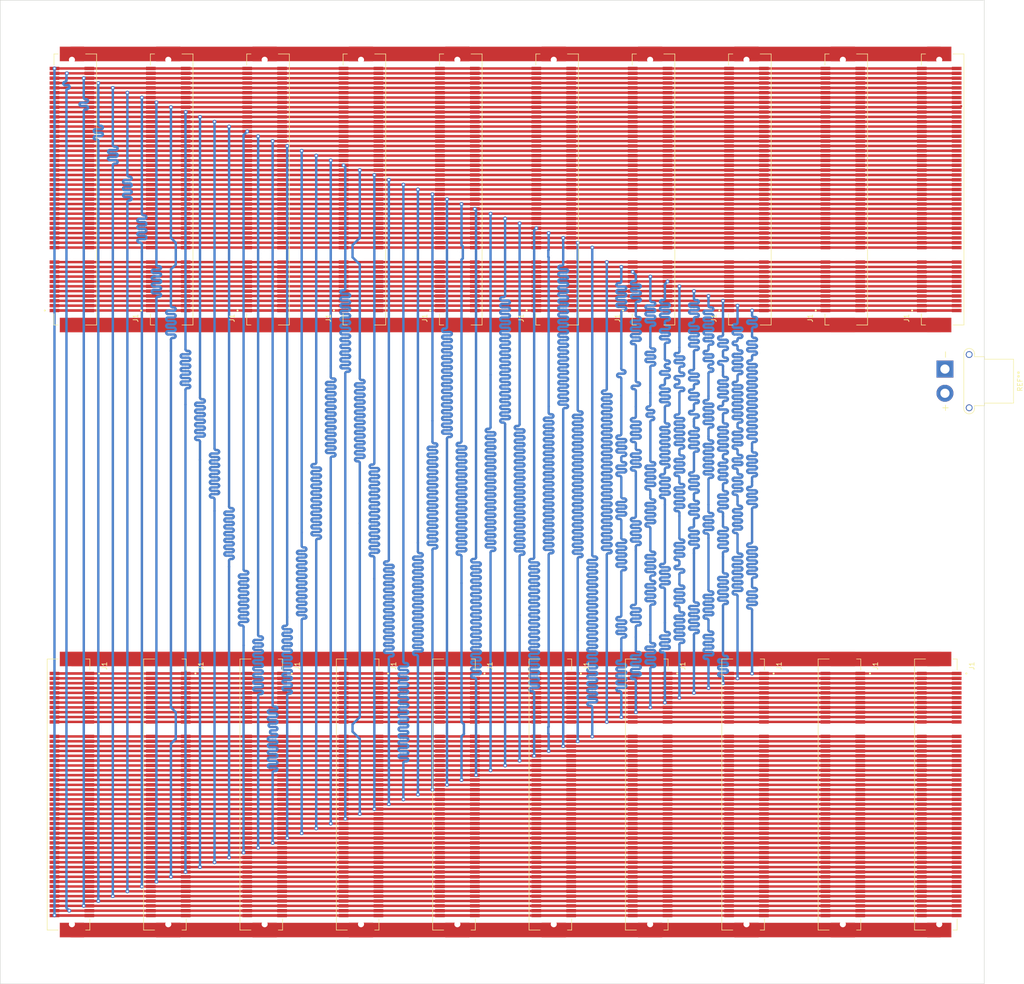
<source format=kicad_pcb>
(kicad_pcb (version 20221018) (generator pcbnew)
  (layers (0 "F.Cu" signal) (31 "B.Cu" signal) (34 "B.Paste" user) (35 "F.Paste" user) (36 "B.SilkS" user "B.Silkscreen") (37 "F.SilkS" user "F.Silkscreen") (38 "B.Mask" user) (39 "F.Mask" user) (44 "Edge.Cuts" user))
  (net 0 "")
  (net 1 "A1")
  (net 2 "A2")
  (net 3 "A3")
  (net 4 "A4")
  (net 5 "A5")
  (net 6 "A6")
  (net 7 "A7")
  (net 8 "A8")
  (net 9 "A9")
  (net 10 "A10")
  (net 11 "A11")
  (net 12 "A12")
  (net 13 "A13")
  (net 14 "A14")
  (net 15 "A15")
  (net 16 "A16")
  (net 17 "A17")
  (net 18 "A18")
  (net 19 "A19")
  (net 20 "A20")
  (net 21 "A21")
  (net 22 "A22")
  (net 23 "A23")
  (net 24 "A24")
  (net 25 "A25")
  (net 26 "A26")
  (net 27 "A27")
  (net 28 "A28")
  (net 29 "A29")
  (net 30 "A30")
  (net 31 "A31")
  (net 32 "A32")
  (net 33 "A33")
  (net 34 "A34")
  (net 35 "A35")
  (net 36 "A36")
  (net 37 "A37")
  (net 38 "A38")
  (net 39 "A39")
  (net 40 "A40")
  (net 41 "A41")
  (net 42 "A42")
  (net 43 "A43")
  (net 44 "A44")
  (net 45 "A45")
  (net 46 "A46")
  (net 47 "A47")
  (net 48 "A48")
  (net 49 "A49")
  (footprint "goldmansachs:AMPHENOL_10061913-102CLF" (layer "F.Cu") (at -264.1 77.85 90)
    (fp_text reference "J1" hide)
    (fp_text value "10061913-102CLF")
  )
  (footprint "goldmansachs:AMPHENOL_10061913-102CLF" (layer "F.Cu") (at -204.4 77.85 90)
    (fp_text reference "J1")
    (fp_text value "10061913-102CLF")
  )
  (footprint "goldmansachs:AMPHENOL_10061913-102CLF" (layer "F.Cu") (at -264.1 176.15 -90)
    (fp_text reference "J1")
    (fp_text value "10061913-102CLF" hide)
  )
  (footprint "goldmansachs:AMPHENOL_10061913-102CLF" (layer "F.Cu") (at -85 176.15 -90)
    (fp_text reference "J1")
    (fp_text value "10061913-102CLF")
  )
  (footprint "goldmansachs:AMPHENOL_10061913-102CLF" (layer "F.Cu") (at -144.7 176.15 -90)
    (fp_text reference "J1")
    (fp_text value "10061913-102CLF")
  )
  (footprint "goldmansachs:AMPHENOL_10061913-102CLF" (layer "F.Cu") (at -224.3 77.85 90)
    (fp_text reference "J1")
    (fp_text value "10061913-102CLF")
  )
  (footprint "goldmansachs:AMPHENOL_10061913-102CLF" (layer "F.Cu") (at -164.6 77.85 90)
    (fp_text reference "J1")
    (fp_text value "10061913-102CLF")
  )
  (footprint "goldmansachs:AMPHENOL_10061913-102CLF" (layer "F.Cu") (at -124.8 176.15 -90)
    (fp_text reference "J1")
    (fp_text value "10061913-102CLF")
  )
  (footprint "goldmansachs:AMPHENOL_10061913-102CLF" (layer "F.Cu") (at -204.4 176.15 -90)
    (fp_text reference "J1")
    (fp_text value "10061913-102CLF")
  )
  (footprint "goldmansachs:AMPHENOL_10061913-102CLF" (layer "F.Cu") (at -184.5 176.15 -90)
    (fp_text reference "J1")
    (fp_text value "10061913-102CLF")
  )
  (footprint "goldmansachs:AMPHENOL_10061913-102CLF" (layer "F.Cu") (at -124.8 77.85 90)
    (fp_text reference "J1")
    (fp_text value "10061913-102CLF")
  )
  (footprint "goldmansachs:AMPHENOL_10061913-102CLF" (layer "F.Cu") (at -244.2 176.15 -90)
    (fp_text reference "J1")
    (fp_text value "10061913-102CLF")
  )
  (footprint "goldmansachs:AMPHENOL_10061913-102CLF" (layer "F.Cu") (at -244.2 77.85 90)
    (fp_text reference "J1")
    (fp_text value "10061913-102CLF")
  )
  (footprint "goldmansachs:AMPHENOL_10061913-102CLF" (layer "F.Cu") (at -144.7 77.85 90)
    (fp_text reference "J1")
    (fp_text value "10061913-102CLF")
  )
  (footprint "goldmansachs:AMPHENOL_10061913-102CLF" (layer "F.Cu") (at -224.3 176.15 -90)
    (fp_text reference "J1")
    (fp_text value "10061913-102CLF")
  )
  (footprint "goldmansachs:AMPHENOL_10061913-102CLF" (layer "F.Cu") (at -104.9 77.85 90)
    (fp_text reference "J1")
    (fp_text value "10061913-102CLF")
  )
  (footprint "goldmansachs:AMPHENOL_10061913-102CLF" (layer "F.Cu") (at -184.5 77.85 90)
    (fp_text reference "J1")
    (fp_text value "10061913-102CLF")
  )
  (footprint "goldmansachs:AMPHENOL_10061913-102CLF" (layer "F.Cu") (at -164.6 176.15 -90)
    (fp_text reference "J1")
    (fp_text value "10061913-102CLF")
  )
  (footprint "Connector_AMASS:AMASS_XT30PW-F_1x02_P2.50mm_Horizontal" (layer "F.Cu") (at -83.82 101.6 -90)
    (fp_text reference "REF**")
    (fp_text value "AMASS_XT30PW-F_1x02_P2.50mm_Horizontal")
  )
  (footprint "goldmansachs:AMPHENOL_10061913-102CLF" (layer "F.Cu") (at -85 77.85 90)
    (fp_text reference "J1")
    (fp_text value "10061913-102CLF")
  )
  (footprint "goldmansachs:AMPHENOL_10061913-102CLF" (layer "F.Cu") (at -104.9 176.15 -90)
    (fp_text reference "J1")
    (fp_text value "10061913-102CLF")
  )
  (gr_line (start -278.9 228.6) (end -278.9 25.4) (stroke (width 0.1)) (layer "Edge.Cuts"))
  (gr_line (start -278.9 25.4) (end -75.7 25.4) (stroke (width 0.1)) (layer "Edge.Cuts"))
  (gr_line (start -75.7 25.4) (end -75.7 228.6) (stroke (width 0.1)) (layer "Edge.Cuts"))
  (gr_line (start -75.7 228.6) (end -278.9 228.6) (stroke (width 0.1)) (layer "Edge.Cuts"))
  (segment (start -85 217.5) (end -264.1 217.5) (width 3) (layer "F.Cu") (net 0))
  (segment (start -85 92.5) (end -264.1 92.5) (width 3) (layer "F.Cu") (net 0))
  (segment (start -264.1 161.5) (end -85 161.5) (width 3) (layer "F.Cu") (net 0))
  (segment (start -264.1 36.5) (end -85 36.5) (width 3) (layer "F.Cu") (net 0))
  (segment (start -260.5 164.5) (end -267.7 164.5) (width 0.5) (layer "F.Cu") (net 1))
  (segment (start -121.2 164.5) (end -123.65 164.5) (width 0.5) (layer "F.Cu") (net 1))
  (segment (start -240.6 164.5) (end -247.8 164.5) (width 0.5) (layer "F.Cu") (net 1))
  (segment (start -208 89.5) (end -200.8 89.5) (width 0.5) (layer "F.Cu") (net 1))
  (segment (start -128.4 89.5) (end -123.65 89.5) (width 0.5) (layer "F.Cu") (net 1))
  (segment (start -220.7 164.5) (end -227.9 164.5) (width 0.5) (layer "F.Cu") (net 1))
  (segment (start -188.1 89.5) (end -180.9 89.5) (width 0.5) (layer "F.Cu") (net 1))
  (segment (start -180.9 164.5) (end -188.1 164.5) (width 0.5) (layer "F.Cu") (net 1))
  (segment (start -267.7 89.5) (end -260.5 89.5) (width 0.5) (layer "F.Cu") (net 1))
  (segment (start -141.1 164.5) (end -148.3 164.5) (width 0.5) (layer "F.Cu") (net 1))
  (segment (start -108.5 89.5) (end -101.3 89.5) (width 0.5) (layer "F.Cu") (net 1))
  (segment (start -123.65 89.5) (end -121.2 89.5) (width 0.5) (layer "F.Cu") (net 1))
  (segment (start -148.3 89.5) (end -141.1 89.5) (width 0.5) (layer "F.Cu") (net 1))
  (segment (start -200.8 164.5) (end -208 164.5) (width 0.5) (layer "F.Cu") (net 1))
  (segment (start -123.65 164.5) (end -128.4 164.5) (width 0.5) (layer "F.Cu") (net 1))
  (segment (start -168.2 89.5) (end -161 89.5) (width 0.5) (layer "F.Cu") (net 1))
  (segment (start -101.3 164.5) (end -108.5 164.5) (width 0.5) (layer "F.Cu") (net 1))
  (segment (start -161 164.5) (end -168.2 164.5) (width 0.5) (layer "F.Cu") (net 1))
  (segment (start -88.6 89.5) (end -81.4 89.5) (width 0.5) (layer "F.Cu") (net 1))
  (segment (start -267.7 89.5) (end -81.4 89.5) (width 0.5) (layer "F.Cu") (net 1))
  (segment (start -247.8 89.5) (end -240.6 89.5) (width 0.5) (layer "F.Cu") (net 1))
  (segment (start -227.9 89.5) (end -220.7 89.5) (width 0.5) (layer "F.Cu") (net 1))
  (segment (start -81.4 164.5) (end -88.6 164.5) (width 0.5) (layer "F.Cu") (net 1))
  (segment (start -81.4 164.5) (end -267.7 164.5) (width 0.5) (layer "F.Cu") (net 1))
  (via (at -123.65 89.5) (size 0.8) (drill 0.4) (layers "F.Cu" "B.Cu") (net 1))
  (via (at -123.65 164.5) (size 0.8) (drill 0.4) (layers "F.Cu" "B.Cu") (net 1))
  (segment (start -124.267284 105.45) (end -123.65 105.45) (width 0.5) (layer "B.Cu") (net 1))
  (segment (start -124.267299 99.85) (end -124 99.85) (width 0.5) (layer "B.Cu") (net 1))
  (segment (start -123.3 97.95) (end -124.3 97.95) (width 0.5) (layer "B.Cu") (net 1))
  (segment (start -123 149.65) (end -123.65 149.65) (width 0.5) (layer "B.Cu") (net 1))
  (segment (start -123.65 101.95) (end -124.267284 101.95) (width 0.5) (layer "B.Cu") (net 1))
  (segment (start -124.3 97.25) (end -123.65 97.25) (width 0.5) (layer "B.Cu") (net 1))
  (segment (start -123.65 138.35) (end -124.3 138.35) (width 0.5) (layer "B.Cu") (net 1))
  (segment (start -123 123.05) (end -123.65 123.05) (width 0.5) (layer "B.Cu") (net 1))
  (segment (start -123.65 108.25) (end -123.032701 108.25) (width 0.5) (layer "B.Cu") (net 1))
  (segment (start -123.65 148.95) (end -123 148.95) (width 0.5) (layer "B.Cu") (net 1))
  (segment (start -123.65 102.65) (end -123.032701 102.65) (width 0.5) (layer "B.Cu") (net 1))
  (segment (start -123.65 105.45) (end -123.032701 105.45) (width 0.5) (layer "B.Cu") (net 1))
  (segment (start -124.267299 112.45) (end -123.65 112.45) (width 0.5) (layer "B.Cu") (net 1))
  (segment (start -123 138.35) (end -123.65 138.35) (width 0.5) (layer "B.Cu") (net 1))
  (segment (start -123.65 137.3) (end -123.65 130.5) (width 0.5) (layer "B.Cu") (net 1))
  (segment (start -123.3 115.95) (end -124.267299 115.95) (width 0.5) (layer "B.Cu") (net 1))
  (segment (start -124.267299 104.05) (end -123.65 104.05) (width 0.5) (layer "B.Cu") (net 1))
  (segment (start -123.65 141.15) (end -124.3 141.15) (width 0.5) (layer "B.Cu") (net 1))
  (segment (start -123.65 127.35) (end -123 127.35) (width 0.5) (layer "B.Cu") (net 1))
  (segment (start -123.65 142.55) (end -124.3 142.55) (width 0.5) (layer "B.Cu") (net 1))
  (segment (start -123 129.45) (end -123.3 129.45) (width 0.5) (layer "B.Cu") (net 1))
  (segment (start -123.65 104.05) (end -123.032716 104.05) (width 0.5) (layer "B.Cu") (net 1))
  (segment (start -123.65 123.05) (end -124.3 123.05) (width 0.5) (layer "B.Cu") (net 1))
  (segment (start -124.3 147.55) (end -123.3 147.55) (width 0.5) (layer "B.Cu") (net 1))
  (segment (start -123.65 100.55) (end -124.267299 100.55) (width 0.5) (layer "B.Cu") (net 1))
  (segment (start -123.032716 108.95) (end -123.65 108.95) (width 0.5) (layer "B.Cu") (net 1))
  (segment (start -123.3 119.55) (end -123 119.55) (width 0.5) (layer "B.Cu") (net 1))
  (segment (start -124.3 125.95) (end -124 125.95) (width 0.5) (layer "B.Cu") (net 1))
  (segment (start -123.65 148.25) (end -124.3 148.25) (width 0.5) (layer "B.Cu") (net 1))
  (segment (start -124.267299 115.25) (end -123.65 115.25) (width 0.5) (layer "B.Cu") (net 1))
  (segment (start -123.032701 111.75) (end -123.65 111.75) (width 0.5) (layer "B.Cu") (net 1))
  (segment (start -123.65 121.65) (end -124.3 121.65) (width 0.5) (layer "B.Cu") (net 1))
  (segment (start -124.267299 111.05) (end -123.65 111.05) (width 0.5) (layer "B.Cu") (net 1))
  (segment (start -123.65 149.65) (end -124.3 149.65) (width 0.5) (layer "B.Cu") (net 1))
  (segment (start -123.3 123.75) (end -123 123.75) (width 0.5) (layer "B.Cu") (net 1))
  (segment (start -123.65 120.95) (end -123 120.95) (width 0.5) (layer "B.Cu") (net 1))
  (segment (start -123.65 118) (end -123.65 117) (width 0.5) (layer "B.Cu") (net 1))
  (segment (start -123.65 118.5) (end -123.65 118) (width 0.5) (layer "B.Cu") (net 1))
  (segment (start -123.65 126.65) (end -124.3 126.65) (width 0.5) (layer "B.Cu") (net 1))
  (segment (start -124.267299 108.25) (end -123.65 108.25) (width 0.5) (layer "B.Cu") (net 1))
  (segment (start -124.3 128.75) (end -123.65 128.75) (width 0.5) (layer "B.Cu") (net 1))
  (segment (start -123.65 115.25) (end -123.032701 115.25) (width 0.5) (layer "B.Cu") (net 1))
  (segment (start -123.65 120.25) (end -124.3 120.25) (width 0.5) (layer "B.Cu") (net 1))
  (segment (start -123.65 101.25) (end -123.032701 101.25) (width 0.5) (layer "B.Cu") (net 1))
  (segment (start -124.3 148.95) (end -123.65 148.95) (width 0.5) (layer "B.Cu") (net 1))
  (segment (start -123.032716 103.35) (end -123.65 103.35) (width 0.5) (layer "B.Cu") (net 1))
  (segment (start -123.032701 100.55) (end -123.65 100.55) (width 0.5) (layer "B.Cu") (net 1))
  (segment (start -123.65 122.35) (end -123 122.35) (width 0.5) (layer "B.Cu") (net 1))
  (segment (start -123.65 106.15) (end -124.267284 106.15) (width 0.5) (layer "B.Cu") (net 1))
  (segment (start -123.65 124.865496) (end -123.65 124.1) (width 0.5) (layer "B.Cu") (net 1))
  (segment (start -123.3 147.55) (end -123 147.55) (width 0.5) (layer "B.Cu") (net 1))
  (segment (start -124.3 140.45) (end -123.65 140.45) (width 0.5) (layer "B.Cu") (net 1))
  (segment (start -124.3 141.85) (end -123.65 141.85) (width 0.5) (layer "B.Cu") (net 1))
  (segment (start -123.65 150.35) (end -123 150.35) (width 0.5) (layer "B.Cu") (net 1))
  (segment (start -123 142.55) (end -123.65 142.55) (width 0.5) (layer "B.Cu") (net 1))
  (segment (start -124.267299 109.65) (end -123.65 109.65) (width 0.5) (layer "B.Cu") (net 1))
  (segment (start -123.65 112.45) (end -123.032701 112.45) (width 0.5) (layer "B.Cu") (net 1))
  (segment (start -123 96.55) (end -123.65 96.55) (width 0.5) (layer "B.Cu") (net 1))
  (segment (start -124.3 122.35) (end -123.65 122.35) (width 0.5) (layer "B.Cu") (net 1))
  (segment (start -123.3 130.15) (end -123 130.15) (width 0.5) (layer "B.Cu") (net 1))
  (segment (start -123.65 92.25) (end -124.3 92.25) (width 0.5) (layer "B.Cu") (net 1))
  (segment (start -123.3 91.55) (end -123 91.55) (width 0.5) (layer "B.Cu") (net 1))
  (segment (start -124.3 120.95) (end -123.65 120.95) (width 0.5) (layer "B.Cu") (net 1))
  (segment (start -123.65 111.75) (end -124.267299 111.75) (width 0.5) (layer "B.Cu") (net 1))
  (segment (start -123.3 144.65) (end -123 144.65) (width 0.5) (layer "B.Cu") (net 1))
  (segment (start -124.267284 101.25) (end -123.65 101.25) (width 0.5) (layer "B.Cu") (net 1))
  (segment (start -123.65 111.05) (end -123.032701 111.05) (width 0.5) (layer "B.Cu") (net 1))
  (segment (start -123.65 128.75) (end -123 128.75) (width 0.5) (layer "B.Cu") (net 1))
  (segment (start -123.65 106.85) (end -123.032701 106.85) (width 0.5) (layer "B.Cu") (net 1))
  (segment (start -123.032701 115.95) (end -123.3 115.95) (width 0.5) (layer "B.Cu") (net 1))
  (segment (start -123.65 104.75) (end -124.267299 104.75) (width 0.5) (layer "B.Cu") (net 1))
  (segment (start -123.65 113.15) (end -124.267299 113.15) (width 0.5) (layer "B.Cu") (net 1))
  (segment (start -123 126.65) (end -123.65 126.65) (width 0.5) (layer "B.Cu") (net 1))
  (segment (start -123 121.65) (end -123.65 121.65) (width 0.5) (layer "B.Cu") (net 1))
  (segment (start -123.032701 104.75) (end -123.65 104.75) (width 0.5) (layer "B.Cu") (net 1))
  (segment (start -124.3 127.35) (end -123.65 127.35) (width 0.5) (layer "B.Cu") (net 1))
  (segment (start -123.65 114.55) (end -124.267299 114.55) (width 0.5) (layer "B.Cu") (net 1))
  (segment (start -123.032701 114.55) (end -123.65 114.55) (width 0.5) (layer "B.Cu") (net 1))
  (segment (start -124.3 139.05) (end -123.65 139.05) (width 0.5) (layer "B.Cu") (net 1))
  (segment (start -123 141.15) (end -123.65 141.15) (width 0.5) (layer "B.Cu") (net 1))
  (segment (start -123.65 139.75) (end -124.3 139.75) (width 0.5) (layer "B.Cu") (net 1))
  (segment (start -124 151.05) (end -124.3 151.05) (width 0.5) (layer "B.Cu") (net 1))
  (segment (start -123 92.25) (end -123.65 92.25) (width 0.5) (layer "B.Cu") (net 1))
  (segment (start -123.65 99.5) (end -123.65 99) (width 0.5) (layer "B.Cu") (net 1))
  (segment (start -123.65 143.25) (end -123 143.25) (width 0.5) (layer "B.Cu") (net 1))
  (segment (start -123.65 110.35) (end -124.267299 110.35) (width 0.5) (layer "B.Cu") (net 1))
  (segment (start -123 120.25) (end -123.65 120.25) (width 0.5) (layer "B.Cu") (net 1))
  (segment (start -123 128.05) (end -123.65 128.05) (width 0.5) (layer "B.Cu") (net 1))
  (segment (start -123 97.95) (end -123.3 97.95) (width 0.5) (layer "B.Cu") (net 1))
  (segment (start -123.65 93.818154) (end -123.65 93.3) (width 0.5) (layer "B.Cu") (net 1))
  (segment (start -124.3 150.35) (end -123.65 150.35) (width 0.5) (layer "B.Cu") (net 1))
  (segment (start -124.3 95.85) (end -123.65 95.85) (width 0.5) (layer "B.Cu") (net 1))
  (segment (start -123.65 109.65) (end -123.032716 109.65) (width 0.5) (layer "B.Cu") (net 1))
  (segment (start -123.65 97.25) (end -123 97.25) (width 0.5) (layer "B.Cu") (net 1))
  (segment (start -123.032701 101.95) (end -123.65 101.95) (width 0.5) (layer "B.Cu") (net 1))
  (segment (start -123.65 146.5) (end -123.65 145) (width 0.5) (layer "B.Cu") (net 1))
  (segment (start -124.3 137.65) (end -124 137.65) (width 0.5) (layer "B.Cu") (net 1))
  (segment (start -123.3 98.65) (end -123 98.65) (width 0.5) (layer "B.Cu") (net 1))
  (segment (start -123 146.85) (end -123.3 146.85) (width 0.5) (layer "B.Cu") (net 1))
  (segment (start -123.3 143.95) (end -124.3 143.95) (width 0.5) (layer "B.Cu") (net 1))
  (segment (start -124.3 143.25) (end -123.65 143.25) (width 0.5) (layer "B.Cu") (net 1))
  (segment (start -123.65 90.5) (end -123.65 89.5) (width 0.5) (layer "B.Cu") (net 1))
  (segment (start -123.3 129.45) (end -124.3 129.45) (width 0.5) (layer "B.Cu") (net 1))
  (segment (start -123.65 107.55) (end -124.267284 107.55) (width 0.5) (layer "B.Cu") (net 1))
  (segment (start -124.267299 102.65) (end -123.65 102.65) (width 0.5) (layer "B.Cu") (net 1))
  (segment (start -123 143.95) (end -123.3 143.95) (width 0.5) (layer "B.Cu") (net 1))
  (segment (start -123.65 140.45) (end -123 140.45) (width 0.5) (layer "B.Cu") (net 1))
  (segment (start -123 139.75) (end -123.65 139.75) (width 0.5) (layer "B.Cu") (net 1))
  (segment (start -123 148.25) (end -123.65 148.25) (width 0.5) (layer "B.Cu") (net 1))
  (segment (start -123.65 125.6) (end -123.65 124.865496) (width 0.5) (layer "B.Cu") (net 1))
  (segment (start -124.267284 106.85) (end -123.65 106.85) (width 0.5) (layer "B.Cu") (net 1))
  (segment (start -123.032701 106.15) (end -123.65 106.15) (width 0.5) (layer "B.Cu") (net 1))
  (segment (start -123.65 164.5) (end -123.65 151.4) (width 0.5) (layer "B.Cu") (net 1))
  (segment (start -123.65 94.8) (end -123.65 93.818154) (width 0.5) (layer "B.Cu") (net 1))
  (segment (start -123 95.15) (end -123.3 95.15) (width 0.5) (layer "B.Cu") (net 1))
  (segment (start -123.65 95.85) (end -123 95.85) (width 0.5) (layer "B.Cu") (net 1))
  (segment (start -123.65 139.05) (end -123 139.05) (width 0.5) (layer "B.Cu") (net 1))
  (segment (start -123 90.85) (end -123.3 90.85) (width 0.5) (layer "B.Cu") (net 1))
  (segment (start -123.65 141.85) (end -123 141.85) (width 0.5) (layer "B.Cu") (net 1))
  (segment (start -123.3 92.95) (end -123 92.95) (width 0.5) (layer "B.Cu") (net 1))
  (segment (start -123.032701 107.55) (end -123.65 107.55) (width 0.5) (layer "B.Cu") (net 1))
  (segment (start -123 118.85) (end -123.3 118.85) (width 0.5) (layer "B.Cu") (net 1))
  (segment (start -124.267299 113.85) (end -123.65 113.85) (width 0.5) (layer "B.Cu") (net 1))
  (segment (start -124.3 119.55) (end -123.3 119.55) (width 0.5) (layer "B.Cu") (net 1))
  (segment (start -123.65 96.55) (end -124.3 96.55) (width 0.5) (layer "B.Cu") (net 1))
  (segment (start -123.65 108.95) (end -124.267299 108.95) (width 0.5) (layer "B.Cu") (net 1))
  (segment (start -123.032701 110.35) (end -123.65 110.35) (width 0.5) (layer "B.Cu") (net 1))
  (segment (start -123.65 103.35) (end -124.267299 103.35) (width 0.5) (layer "B.Cu") (net 1))
  (segment (start -123.65 113.85) (end -123.032701 113.85) (width 0.5) (layer "B.Cu") (net 1))
  (segment (start -123.3 116.65) (end -123.032701 116.65) (width 0.5) (layer "B.Cu") (net 1))
  (segment (start -124.3 91.55) (end -123.3 91.55) (width 0.5) (layer "B.Cu") (net 1))
  (segment (start -123.032701 113.15) (end -123.65 113.15) (width 0.5) (layer "B.Cu") (net 1))
  (segment (start -123.65 128.05) (end -124.3 128.05) (width 0.5) (layer "B.Cu") (net 1))
  (arc (start -122.682701 110.7) (mid -122.785214 110.452513) (end -123.032701 110.35) (width 0.5) (layer "B.Cu") (net 1))
  (arc (start -123.032701 111.05) (mid -122.785214 110.947487) (end -122.682701 110.7) (width 0.5) (layer "B.Cu") (net 1))
  (arc (start -124.3 138.35) (mid -124.547487 138.247487) (end -124.65 138) (width 0.5) (layer "B.Cu") (net 1))
  (arc (start -122.65 98.3) (mid -122.752513 98.052513) (end -123 97.95) (width 0.5) (layer "B.Cu") (net 1))
  (arc (start -124.617299 100.2) (mid -124.514786 99.952513) (end -124.267299 99.85) (width 0.5) (layer "B.Cu") (net 1))
  (arc (start -124.65 139.4) (mid -124.547487 139.152513) (end -124.3 139.05) (width 0.5) (layer "B.Cu") (net 1))
  (arc (start -124.3 129.45) (mid -124.547487 129.347487) (end -124.65 129.1) (width 0.5) (layer "B.Cu") (net 1))
  (arc (start -123.032716 104.05) (mid -122.785229 103.947487) (end -122.682716 103.7) (width 0.5) (layer "B.Cu") (net 1))
  (arc (start -122.682701 100.9) (mid -122.785214 100.652513) (end -123.032701 100.55) (width 0.5) (layer "B.Cu") (net 1))
  (arc (start -123 123.75) (mid -122.752513 123.647487) (end -122.65 123.4) (width 0.5) (layer "B.Cu") (net 1))
  (arc (start -123.3 146.85) (mid -123.547487 146.747487) (end -123.65 146.5) (width 0.5) (layer "B.Cu") (net 1))
  (arc (start -123.65 145) (mid -123.547487 144.752513) (end -123.3 144.65) (width 0.5) (layer "B.Cu") (net 1))
  (arc (start -124.267299 111.75) (mid -124.514786 111.647487) (end -124.617299 111.4) (width 0.5) (layer "B.Cu") (net 1))
  (arc (start -123 128.75) (mid -122.752513 128.647487) (end -122.65 128.4) (width 0.5) (layer "B.Cu") (net 1))
  (arc (start -123.032701 112.45) (mid -122.785214 112.347487) (end -122.682701 112.1) (width 0.5) (layer "B.Cu") (net 1))
  (arc (start -124.267284 101.95) (mid -124.514771 101.847487) (end -124.617284 101.6) (width 0.5) (layer "B.Cu") (net 1))
  (arc (start -124.65 142.2) (mid -124.547487 141.952513) (end -124.3 141.85) (width 0.5) (layer "B.Cu") (net 1))
  (arc (start -124.267299 103.35) (mid -124.514786 103.247487) (end -124.617299 103) (width 0.5) (layer "B.Cu") (net 1))
  (arc (start -122.65 141.5) (mid -122.752513 141.252513) (end -123 141.15) (width 0.5) (layer "B.Cu") (net 1))
  (arc (start -124.267299 110.35) (mid -124.514786 110.247487) (end -124.617299 110) (width 0.5) (layer "B.Cu") (net 1))
  (arc (start -124.267284 107.55) (mid -124.514771 107.447487) (end -124.617284 107.2) (width 0.5) (layer "B.Cu") (net 1))
  (arc (start -124.3 128.05) (mid -124.547487 127.947487) (end -124.65 127.7) (width 0.5) (layer "B.Cu") (net 1))
  (arc (start -122.65 128.4) (mid -122.752513 128.152513) (end -123 128.05) (width 0.5) (layer "B.Cu") (net 1))
  (arc (start -124.267299 113.15) (mid -124.514786 113.047487) (end -124.617299 112.8) (width 0.5) (layer "B.Cu") (net 1))
  (arc (start -122.65 122) (mid -122.752513 121.752513) (end -123 121.65) (width 0.5) (layer "B.Cu") (net 1))
  (arc (start -122.65 127) (mid -122.752513 126.752513) (end -123 126.65) (width 0.5) (layer "B.Cu") (net 1))
  (arc (start -124.267284 106.15) (mid -124.514771 106.047487) (end -124.617284 105.8) (width 0.5) (layer "B.Cu") (net 1))
  (arc (start -124.3 139.75) (mid -124.547487 139.647487) (end -124.65 139.4) (width 0.5) (layer "B.Cu") (net 1))
  (arc (start -122.65 123.4) (mid -122.752513 123.152513) (end -123 123.05) (width 0.5) (layer "B.Cu") (net 1))
  (arc (start -124.65 150.7) (mid -124.547487 150.452513) (end -124.3 150.35) (width 0.5) (layer "B.Cu") (net 1))
  (arc (start -124.65 122.7) (mid -124.547487 122.452513) (end -124.3 122.35) (width 0.5) (layer "B.Cu") (net 1))
  (arc (start -122.682716 109.3) (mid -122.785229 109.052513) (end -123.032716 108.95) (width 0.5) (layer "B.Cu") (net 1))
  (arc (start -122.65 120.6) (mid -122.752513 120.352513) (end -123 120.25) (width 0.5) (layer "B.Cu") (net 1))
  (arc (start -124.65 129.1) (mid -124.547487 128.852513) (end -124.3 128.75) (width 0.5) (layer "B.Cu") (net 1))
  (arc (start -123.032701 102.65) (mid -122.785214 102.547487) (end -122.682701 102.3) (width 0.5) (layer "B.Cu") (net 1))
  (arc (start -124.267299 100.55) (mid -124.514786 100.447487) (end -124.617299 100.2) (width 0.5) (layer "B.Cu") (net 1))
  (arc (start -122.65 95.5) (mid -122.752513 95.252513) (end -123 95.15) (width 0.5) (layer "B.Cu") (net 1))
  (arc (start -122.65 92.6) (mid -122.752513 92.352513) (end -123 92.25) (width 0.5) (layer "B.Cu") (net 1))
  (arc (start -124.617299 103) (mid -124.514786 102.752513) (end -124.267299 102.65) (width 0.5) (layer "B.Cu") (net 1))
  (arc (start -124.3 123.05) (mid -124.547487 122.947487) (end -124.65 122.7) (width 0.5) (layer "B.Cu") (net 1))
  (arc (start -123 141.85) (mid -122.752513 141.747487) (end -122.65 141.5) (width 0.5) (layer "B.Cu") (net 1))
  (arc (start -122.65 144.3) (mid -122.752513 144.052513) (end -123 143.95) (width 0.5) (layer "B.Cu") (net 1))
  (arc (start -124.267299 108.95) (mid -124.514786 108.847487) (end -124.617299 108.6) (width 0.5) (layer "B.Cu") (net 1))
  (arc (start -124.65 140.8) (mid -124.547487 140.552513) (end -124.3 140.45) (width 0.5) (layer "B.Cu") (net 1))
  (arc (start -124.267299 115.95) (mid -124.514786 115.847487) (end -124.617299 115.6) (width 0.5) (layer "B.Cu") (net 1))
  (arc (start -124.3 142.55) (mid -124.547487 142.447487) (end -124.65 142.2) (width 0.5) (layer "B.Cu") (net 1))
  (arc (start -124.617284 107.2) (mid -124.514771 106.952513) (end -124.267284 106.85) (width 0.5) (layer "B.Cu") (net 1))
  (arc (start -123 139.05) (mid -122.752513 138.947487) (end -122.65 138.7) (width 0.5) (layer "B.Cu") (net 1))
  (arc (start -124.3 149.65) (mid -124.547487 149.547487) (end -124.65 149.3) (width 0.5) (layer "B.Cu") (net 1))
  (arc (start -123.3 90.85) (mid -123.547487 90.747487) (end -123.65 90.5) (width 0.5) (layer "B.Cu") (net 1))
  (arc (start -124.65 149.3) (mid -124.547487 149.052513) (end -124.3 148.95) (width 0.5) (layer "B.Cu") (net 1))
  (arc (start -124.65 97.6) (mid -124.547487 97.352513) (end -124.3 97.25) (width 0.5) (layer "B.Cu") (net 1))
  (arc (start -123.032701 113.85) (mid -122.785214 113.747487) (end -122.682701 113.5) (width 0.5) (layer "B.Cu") (net 1))
  (arc (start -122.65 140.1) (mid -122.752513 139.852513) (end -123 139.75) (width 0.5) (layer "B.Cu") (net 1))
  (arc (start -123 98.65) (mid -122.752513 98.547487) (end -122.65 98.3) (width 0.5) (layer "B.Cu") (net 1))
  (arc (start -122.682716 103.7) (mid -122.785229 103.452513) (end -123.032716 103.35) (width 0.5) (layer "B.Cu") (net 1))
  (arc (start -123.032701 105.45) (mid -122.785214 105.347487) (end -122.682701 105.1) (width 0.5) (layer "B.Cu") (net 1))
  (arc (start -123 120.95) (mid -122.752513 120.847487) (end -122.65 120.6) (width 0.5) (layer "B.Cu") (net 1))
  (arc (start -124.65 127.7) (mid -124.547487 127.452513) (end -124.3 127.35) (width 0.5) (layer "B.Cu") (net 1))
  (arc (start -124.617299 104.4) (mid -124.514786 104.152513) (end -124.267299 104.05) (width 0.5) (layer "B.Cu") (net 1))
  (arc (start -123.3 118.85) (mid -123.547487 118.747487) (end -123.65 118.5) (width 0.5) (layer "B.Cu") (net 1))
  (arc (start -124.3 96.55) (mid -124.547487 96.447487) (end -124.65 96.2) (width 0.5) (layer "B.Cu") (net 1))
  (arc (start -123 144.65) (mid -122.752513 144.547487) (end -122.65 144.3) (width 0.5) (layer "B.Cu") (net 1))
  (arc (start -123.65 151.4) (mid -123.752513 151.152513) (end -124 151.05) (width 0.5) (layer "B.Cu") (net 1))
  (arc (start -123.65 93.3) (mid -123.547487 93.052513) (end -123.3 92.95) (width 0.5) (layer "B.Cu") (net 1))
  (arc (start -122.65 142.9) (mid -122.752513 142.652513) (end -123 142.55) (width 0.5) (layer "B.Cu") (net 1))
  (arc (start -123 143.25) (mid -122.752513 143.147487) (end -122.65 142.9) (width 0.5) (layer "B.Cu") (net 1))
  (arc (start -123 147.55) (mid -122.752513 147.447487) (end -122.65 147.2) (width 0.5) (layer "B.Cu") (net 1))
  (arc (start -123.032701 106.85) (mid -122.785214 106.747487) (end -122.682701 106.5) (width 0.5) (layer "B.Cu") (net 1))
  (arc (start -124.617299 112.8) (mid -124.514786 112.552513) (end -124.267299 112.45) (width 0.5) (layer "B.Cu") (net 1))
  (arc (start -123.65 130.5) (mid -123.547487 130.252513) (end -123.3 130.15) (width 0.5) (layer "B.Cu") (net 1))
  (arc (start -123 95.85) (mid -122.752513 95.747487) (end -122.65 95.5) (width 0.5) (layer "B.Cu") (net 1))
  (arc (start -124.3 120.25) (mid -124.547487 120.147487) (end -124.65 119.9) (width 0.5) (layer "B.Cu") (net 1))
  (arc (start -124.3 141.15) (mid -124.547487 141.047487) (end -124.65 140.8) (width 0.5) (layer "B.Cu") (net 1))
  (arc (start -123 148.95) (mid -122.752513 148.847487) (end -122.65 148.6) (width 0.5) (layer "B.Cu") (net 1))
  (arc (start -124.65 126.3) (mid -124.547487 126.052513) (end -124.3 125.95) (width 0.5) (layer "B.Cu") (net 1))
  (arc (start -123 119.55) (mid -122.752513 119.447487) (end -122.65 119.2) (width 0.5) (layer "B.Cu") (net 1))
  (arc (start -122.65 91.2) (mid -122.752513 90.952513) (end -123 90.85) (width 0.5) (layer "B.Cu") (net 1))
  (arc (start -122.682701 114.9) (mid -122.785214 114.652513) (end -123.032701 114.55) (width 0.5) (layer "B.Cu") (net 1))
  (arc (start -124.617284 101.6) (mid -124.514771 101.352513) (end -124.267284 101.25) (width 0.5) (layer "B.Cu") (net 1))
  (arc (start -124.3 126.65) (mid -124.547487 126.547487) (end -124.65 126.3) (width 0.5) (layer "B.Cu") (net 1))
  (arc (start -124.65 121.3) (mid -124.547487 121.052513) (end -124.3 120.95) (width 0.5) (layer "B.Cu") (net 1))
  (arc (start -124.65 91.9) (mid -124.547487 91.652513) (end -124.3 91.55) (width 0.5) (layer "B.Cu") (net 1))
  (arc (start -123.65 99) (mid -123.547487 98.752513) (end -123.3 98.65) (width 0.5) (layer "B.Cu") (net 1))
  (arc (start -123 122.35) (mid -122.752513 122.247487) (end -122.65 122) (width 0.5) (layer "B.Cu") (net 1))
  (arc (start -124.617299 114.2) (mid -124.514786 113.952513) (end -124.267299 113.85) (width 0.5) (layer "B.Cu") (net 1))
  (arc (start -123.032701 115.25) (mid -122.785214 115.147487) (end -122.682701 114.9) (width 0.5) (layer "B.Cu") (net 1))
  (arc (start -124.617284 105.8) (mid -124.514771 105.552513) (end -124.267284 105.45) (width 0.5) (layer "B.Cu") (net 1))
  (arc (start -124 125.95) (mid -123.752513 125.847487) (end -123.65 125.6) (width 0.5) (layer "B.Cu") (net 1))
  (arc (start -124 137.65) (mid -123.752513 137.547487) (end -123.65 137.3) (width 0.5) (layer "B.Cu") (net 1))
  (arc (start -123 97.25) (mid -122.752513 97.147487) (end -122.65 96.9) (width 0.5) (layer "B.Cu") (net 1))
  (arc (start -124.267299 114.55) (mid -124.514786 114.447487) (end -124.617299 114.2) (width 0.5) (layer "B.Cu") (net 1))
  (arc (start -123 127.35) (mid -122.752513 127.247487) (end -122.65 127) (width 0.5) (layer "B.Cu") (net 1))
  (arc (start -122.65 147.2) (mid -122.752513 146.952513) (end -123 146.85) (width 0.5) (layer "B.Cu") (net 1))
  (arc (start -123.032701 101.25) (mid -122.785214 101.147487) (end -122.682701 100.9) (width 0.5) (layer "B.Cu") (net 1))
  (arc (start -122.65 138.7) (mid -122.752513 138.452513) (end -123 138.35) (width 0.5) (layer "B.Cu") (net 1))
  (arc (start -122.682701 106.5) (mid -122.785214 106.252513) (end -123.032701 106.15) (width 0.5) (layer "B.Cu") (net 1))
  (arc (start -124.65 147.9) (mid -124.547487 147.652513) (end -124.3 147.55) (width 0.5) (layer "B.Cu") (net 1))
  (arc (start -123 140.45) (mid -122.752513 140.347487) (end -122.65 140.1) (width 0.5) (layer "B.Cu") (net 1))
  (arc (start -123.032716 109.65) (mid -122.785229 109.547487) (end -122.682716 109.3) (width 0.5) (layer "B.Cu") (net 1))
  (arc (start -124.3 121.65) (mid -124.547487 121.547487) (end -124.65 121.3) (width 0.5) (layer "B.Cu") (net 1))
  (arc (start -122.682701 102.3) (mid -122.785214 102.052513) (end -123.032701 101.95) (width 0.5) (layer "B.Cu") (net 1))
  (arc (start -122.682701 116.3) (mid -122.785214 116.052513) (end -123.032701 115.95) (width 0.5) (layer "B.Cu") (net 1))
  (arc (start -124.65 96.2) (mid -124.547487 95.952513) (end -124.3 95.85) (width 0.5) (layer "B.Cu") (net 1))
  (arc (start -124.617299 111.4) (mid -124.514786 111.152513) (end -124.267299 111.05) (width 0.5) (layer "B.Cu") (net 1))
  (arc (start -124.3 92.25) (mid -124.547487 92.147487) (end -124.65 91.9) (width 0.5) (layer "B.Cu") (net 1))
  (arc (start -122.65 129.8) (mid -122.752513 129.552513) (end -123 129.45) (width 0.5) (layer "B.Cu") (net 1))
  (arc (start -122.682701 112.1) (mid -122.785214 111.852513) (end -123.032701 111.75) (width 0.5) (layer "B.Cu") (net 1))
  (arc (start -124.617299 115.6) (mid -124.514786 115.352513) (end -124.267299 115.25) (width 0.5) (layer "B.Cu") (net 1))
  (arc (start -123.3 95.15) (mid -123.547487 95.047487) (end -123.65 94.8) (width 0.5) (layer "B.Cu") (net 1))
  (arc (start -124.65 143.6) (mid -124.547487 143.352513) (end -124.3 143.25) (width 0.5) (layer "B.Cu") (net 1))
  (arc (start -123 150.35) (mid -122.752513 150.247487) (end -122.65 150) (width 0.5) (layer "B.Cu") (net 1))
  (arc (start -122.65 119.2) (mid -122.752513 118.952513) (end -123 118.85) (width 0.5) (layer "B.Cu") (net 1))
  (arc (start -123 130.15) (mid -122.752513 130.047487) (end -122.65 129.8) (width 0.5) (layer "B.Cu") (net 1))
  (arc (start -122.682701 105.1) (mid -122.785214 104.852513) (end -123.032701 104.75) (width 0.5) (layer "B.Cu") (net 1))
  (arc (start -124.617299 108.6) (mid -124.514786 108.352513) (end -124.267299 108.25) (width 0.5) (layer "B.Cu") (net 1))
  (arc (start -122.65 148.6) (mid -122.752513 148.352513) (end -123 148.25) (width 0.5) (layer "B.Cu") (net 1))
  (arc (start -124 99.85) (mid -123.752513 99.747487) (end -123.65 99.5) (width 0.5) (layer "B.Cu") (net 1))
  (arc (start -124.3 148.25) (mid -124.547487 148.147487) (end -124.65 147.9) (width 0.5) (layer "B.Cu") (net 1))
  (arc (start -124.65 119.9) (mid -124.547487 119.652513) (end -124.3 119.55) (width 0.5) (layer "B.Cu") (net 1))
  (arc (start -124.3 97.95) (mid -124.547487 97.847487) (end -124.65 97.6) (width 0.5) (layer "B.Cu") (net 1))
  (arc (start -123.032701 108.25) (mid -122.785214 108.147487) (end -122.682701 107.9) (width 0.5) (layer "B.Cu") (net 1))
  (arc (start -124.3 151.05) (mid -124.547487 150.947487) (end -124.65 150.7) (width 0.5) (layer "B.Cu") (net 1))
  (arc (start -123.65 117) (mid -123.547487 116.752513) (end -123.3 116.65) (width 0.5) (layer "B.Cu") (net 1))
  (arc (start -122.682701 113.5) (mid -122.785214 113.252513) (end -123.032701 113.15) (width 0.5) (layer "B.Cu") (net 1))
  (arc (start -122.65 150) (mid -122.752513 149.752513) (end -123 149.65) (width 0.5) (layer "B.Cu") (net 1))
  (arc (start -122.65 96.9) (mid -122.752513 96.652513) (end -123 96.55) (width 0.5) (layer "B.Cu") (net 1))
  (arc (start -123.65 124.1) (mid -123.547487 123.852513) (end -123.3 123.75) (width 0.5) (layer "B.Cu") (net 1))
  (arc (start -122.682701 107.9) (mid -122.785214 107.652513) (end -123.032701 107.55) (width 0.5) (layer "B.Cu") (net 1))
  (arc (start -123 91.55) (mid -122.752513 91.447487) (end -122.65 91.2) (width 0.5) (layer "B.Cu") (net 1))
  (arc (start -124.65 138) (mid -124.547487 137.752513) (end -124.3 137.65) (width 0.5) (layer "B.Cu") (net 1))
  (arc (start -124.267299 104.75) (mid -124.514786 104.647487) (end -124.617299 104.4) (width 0.5) (layer "B.Cu") (net 1))
  (arc (start -124.617299 110) (mid -124.514786 109.752513) (end -124.267299 109.65) (width 0.5) (layer "B.Cu") (net 1))
  (arc (start -124.3 143.95) (mid -124.547487 143.847487) (end -124.65 143.6) (width 0.5) (layer "B.Cu") (net 1))
  (arc (start -123 92.95) (mid -122.752513 92.847487) (end -122.65 92.6) (width 0.5) (layer "B.Cu") (net 1))
  (arc (start -123.032701 116.65) (mid -122.785214 116.547487) (end -122.682701 116.3) (width 0.5) (layer "B.Cu") (net 1))
  (segment (start -267.7 165.5) (end -126.65 165.5) (width 0.5) (layer "F.Cu") (net 2))
  (segment (start -126.65 165.5) (end -81.4 165.5) (width 0.5) (layer "F.Cu") (net 2))
  (segment (start -126.65 88.5) (end -267.7 88.5) (width 0.5) (layer "F.Cu") (net 2))
  (segment (start -81.4 88.5) (end -126.65 88.5) (width 0.5) (layer "F.Cu") (net 2))
  (via (at -126.65 88.5) (size 0.8) (drill 0.4) (layers "F.Cu" "B.Cu") (net 2))
  (via (at -126.65 165.5) (size 0.8) (drill 0.4) (layers "F.Cu" "B.Cu") (net 2))
  (segment (start -126 124.75) (end -126.65 124.75) (width 0.5) (layer "B.Cu") (net 2))
  (segment (start -127 148.15) (end -127.3 148.15) (width 0.5) (layer "B.Cu") (net 2))
  (segment (start -127.3 99.85) (end -126.65 99.85) (width 0.5) (layer "B.Cu") (net 2))
  (segment (start -126 106.35) (end -126.65 106.35) (width 0.5) (layer "B.Cu") (net 2))
  (segment (start -127 93.05) (end -127.3 93.05) (width 0.5) (layer "B.Cu") (net 2))
  (segment (start -126 110.55) (end -126.65 110.55) (width 0.5) (layer "B.Cu") (net 2))
  (segment (start -126.65 131.95) (end -126.079332 131.95) (width 0.5) (layer "B.Cu") (net 2))
  (segment (start -126.65 110.55) (end -127.3 110.55) (width 0.5) (layer "B.Cu") (net 2))
  (segment (start -127.3 109.85) (end -126.65 109.85) (width 0.5) (layer "B.Cu") (net 2))
  (segment (start -127.3 120.05) (end -126.65 120.05) (width 0.5) (layer "B.Cu") (net 2))
  (segment (start -126.65 132.65) (end -127.220668 132.65) (width 0.5) (layer "B.Cu") (net 2))
  (segment (start -126.65 109.85) (end -126 109.85) (width 0.5) (layer "B.Cu") (net 2))
  (segment (start -127 147.45) (end -126 147.45) (width 0.5) (layer "B.Cu") (net 2))
  (segment (start -126.65 95.572576) (end -126.65 95.5) (width 0.5) (layer "B.Cu") (net 2))
  (segment (start -126.65 126.15) (end -127.3 126.15) (width 0.5) (layer "B.Cu") (net 2))
  (segment (start -126 145.35) (end -126.65 145.35) (width 0.5) (layer "B.Cu") (net 2))
  (segment (start -126.3 112.65) (end -126 112.65) (width 0.5) (layer "B.Cu") (net 2))
  (segment (start -126.079347 134.05) (end -126.65 134.05) (width 0.5) (layer "B.Cu") (net 2))
  (segment (start -127.220668 130.55) (end -126.3 130.55) (width 0.5) (layer "B.Cu") (net 2))
  (segment (start -126.3 101.95) (end -127.3 101.95) (width 0.5) (layer "B.Cu") (net 2))
  (segment (start -126.65 126.85) (end -126 126.85) (width 0.5) (layer "B.Cu") (net 2))
  (segment (start -127.220668 131.95) (end -126.65 131.95) (width 0.5) (layer "B.Cu") (net 2))
  (segment (start -126.65 106.35) (end -127.3 106.35) (width 0.5) (layer "B.Cu") (net 2))
  (segment (start -126.65 145.35) (end -127.3 145.35) (width 0.5) (layer "B.Cu") (net 2))
  (segment (start -127.3 126.85) (end -126.65 126.85) (width 0.5) (layer "B.Cu") (net 2))
  (segment (start -126.65 141.85) (end -126 141.85) (width 0.5) (layer "B.Cu") (net 2))
  (segment (start -126 126.15) (end -126.65 126.15) (width 0.5) (layer "B.Cu") (net 2))
  (segment (start -126.65 165.5) (end -126.65 148.5) (width 0.5) (layer "B.Cu") (net 2))
  (segment (start -127.3 141.85) (end -126.65 141.85) (width 0.5) (layer "B.Cu") (net 2))
  (segment (start -126 109.15) (end -126.65 109.15) (width 0.5) (layer "B.Cu") (net 2))
  (segment (start -126.65 99.15) (end -127.3 99.15) (width 0.5) (layer "B.Cu") (net 2))
  (segment (start -126.3 124.05) (end -126 124.05) (width 0.5) (layer "B.Cu") (net 2))
  (segment (start -126.3 95.15) (end -126 95.15) (width 0.5) (layer "B.Cu") (net 2))
  (segment (start -126.079332 129.85) (end -126.3 129.85) (width 0.5) (layer "B.Cu") (net 2))
  (segment (start -127.3 140.45) (end -126.65 140.45) (width 0.5) (layer "B.Cu") (net 2))
  (segment (start -126 115.25) (end -126.65 115.25) (width 0.5) (layer "B.Cu") (net 2))
  (segment (start -126.65 109.15) (end -127.3 109.15) (width 0.5) (layer "B.Cu") (net 2))
  (segment (start -127.3 115.95) (end -126.65 115.95) (width 0.5) (layer "B.Cu") (net 2))
  (segment (start -126.65 104.95) (end -127.3 104.95) (width 0.5) (layer "B.Cu") (net 2))
  (segment (start -126 143.95) (end -126.65 143.95) (width 0.5) (layer "B.Cu") (net 2))
  (segment (start -127 118.05) (end -127.3 118.05) (width 0.5) (layer "B.Cu") (net 2))
  (segment (start -126.65 93.75) (end -126 93.75) (width 0.5) (layer "B.Cu") (net 2))
  (segment (start -127 122.15) (end -127.3 122.15) (width 0.5) (layer "B.Cu") (net 2))
  (segment (start -127.3 143.25) (end -126.65 143.25) (width 0.5) (layer "B.Cu") (net 2))
  (segment (start -126.65 140.45) (end -126 140.45) (width 0.5) (layer "B.Cu") (net 2))
  (segment (start -127.3 144.65) (end -126.65 144.65) (width 0.5) (layer "B.Cu") (net 2))
  (segment (start -126.65 103.9) (end -126.65 103) (width 0.5) (layer "B.Cu") (net 2))
  (segment (start -126.65 115.95) (end -126 115.95) (width 0.5) (layer "B.Cu") (net 2))
  (segment (start -127.3 107.05) (end -126.65 107.05) (width 0.5) (layer "B.Cu") (net 2))
  (segment (start -126 116.65) (end -126.65 116.65) (width 0.5) (layer "B.Cu") (net 2))
  (segment (start -126.65 139.4) (end -126.65 135.8) (width 0.5) (layer "B.Cu") (net 2))
  (segment (start -126 107.75) (end -126.65 107.75) (width 0.5) (layer "B.Cu") (net 2))
  (segment (start -126.3 130.55) (end -126.079332 130.55) (width 0.5) (layer "B.Cu") (net 2))
  (segment (start -127 96.622576) (end -127.3 96.622576) (width 0.5) (layer "B.Cu") (net 2))
  (segment (start -127.3 125.45) (end -126.65 125.45) (width 0.5) (layer "B.Cu") (net 2))
  (segment (start -126.65 146.05) (end -126 146.05) (width 0.5) (layer "B.Cu") (net 2))
  (segment (start -126.65 108.45) (end -126 108.45) (width 0.5) (layer "B.Cu") (net 2))
  (segment (start -127.3 114.55) (end -126.3 114.55) (width 0.5) (layer "B.Cu") (net 2))
  (segment (start -126.65 105.65) (end -126 105.65) (width 0.5) (layer "B.Cu") (net 2))
  (segment (start -127.3 95.922576) (end -127 95.922576) (width 0.5) (layer "B.Cu") (net 2))
  (segment (start -127 127.55) (end -127.3 127.55) (width 0.5) (layer "B.Cu") (net 2))
  (segment (start -127.3 146.05) (end -126.65 146.05) (width 0.5) (layer "B.Cu") (net 2))
  (segment (start -126 93.05) (end -127 93.05) (width 0.5) (layer "B.Cu") (net 2))
  (segment (start -126.65 129.5) (end -126.65 128.929719) (width 0.5) (layer "B.Cu") (net 2))
  (segment (start -127.3 121.45) (end -127 121.45) (width 0.5) (layer "B.Cu") (net 2))
  (segment (start -126.65 143.95) (end -127.3 143.95) (width 0.5) (layer "B.Cu") (net 2))
  (segment (start -127.3 117.35) (end -126.65 117.35) (width 0.5) (layer "B.Cu") (net 2))
  (segment (start -126.3 111.95) (end -127.3 111.95) (width 0.5) (layer "B.Cu") (net 2))
  (segment (start -126.65 113.5) (end -126.65 113) (width 0.5) (layer "B.Cu") (net 2))
  (segment (start -126.65 101.25) (end -126 101.25) (width 0.5) (layer "B.Cu") (net 2))
  (segment (start -126 97.75) (end -126.3 97.75) (width 0.5) (layer "B.Cu") (net 2))
  (segment (start -126.65 141.15) (end -127.3 141.15) (width 0.5) (layer "B.Cu") (net 2))
  (segment (start -126.65 111.25) (end -126 111.25) (width 0.5) (layer "B.Cu") (net 2))
  (segment (start -127.3 98.45) (end -126.65 98.45) (width 0.5) (layer "B.Cu") (net 2))
  (segment (start -126.65 144.65) (end -126 144.65) (width 0.5) (layer "B.Cu") (net 2))
  (segment (start -126.65 124.75) (end -127.3 124.75) (width 0.5) (layer "B.Cu") (net 2))
  (segment (start -126 119.35) (end -126.3 119.35) (width 0.5) (layer "B.Cu") (net 2))
  (segment (start -126.65 142.55) (end -127.3 142.55) (width 0.5) (layer "B.Cu") (net 2))
  (segment (start -126 123.35) (end -126.3 123.35) (width 0.5) (layer "B.Cu") (net 2))
  (segment (start -127.3 105.65) (end -126.65 105.65) (width 0.5) (layer "B.Cu") (net 2))
  (segment (start -126 141.15) (end -126.65 141.15) (width 0.5) (layer "B.Cu") (net 2))
  (segment (start -126.65 123) (end -126.65 122.905715) (width 0.5) (layer "B.Cu") (net 2))
  (segment (start -127.220668 134.75) (end -126.65 134.75) (width 0.5) (layer "B.Cu") (net 2))
  (segment (start -127.3 108.45) (end -126.65 108.45) (width 0.5) (layer "B.Cu") (net 2))
  (segment (start -126.65 117.35) (end -126 117.35) (width 0.5) (layer "B.Cu") (net 2))
  (segment (start -127 121.45) (end -126 121.45) (width 0.5) (layer "B.Cu") (net 2))
  (segment (start -126 99.15) (end -126.65 99.15) (width 0.5) (layer "B.Cu") (net 2))
  (segment (start -126.65 143.25) (end -126 143.25) (width 0.5) (layer "B.Cu") (net 2))
  (segment (start -127.3 104.25) (end -127 104.25) (width 0.5) (layer "B.Cu") (net 2))
  (segment (start -126.65 97.4) (end -126.65 96.972576) (width 0.5) (layer "B.Cu") (net 2))
  (segment (start -126.3 114.55) (end -126 114.55) (width 0.5) (layer "B.Cu") (net 2))
  (segment (start -126.65 99.85) (end -126 99.85) (width 0.5) (layer "B.Cu") (net 2))
  (segment (start -127.3 147.45) (end -127 147.45) (width 0.5) (layer "B.Cu") (net 2))
  (segment (start -126 142.55) (end -126.65 142.55) (width 0.5) (layer "B.Cu") (net 2))
  (segment (start -126.65 122.905715) (end -126.65 122.5) (width 0.5) (layer "B.Cu") (net 2))
  (segment (start -127.3 101.25) (end -126.65 101.25) (width 0.5) (layer "B.Cu") (net 2))
  (segment (start -126.65 128.929719) (end -126.65 127.9) (width 0.5) (layer "B.Cu") (net 2))
  (segment (start -126.65 92) (end -126.65 88.5) (width 0.5) (layer "B.Cu") (net 2))
  (segment (start -126.65 131.25) (end -127.220668 131.25) (width 0.5) (layer "B.Cu") (net 2))
  (segment (start -126.079347 132.65) (end -126.65 132.65) (width 0.5) (layer "B.Cu") (net 2))
  (segment (start -126.65 116.65) (end -127.3 116.65) (width 0.5) (layer "B.Cu") (net 2))
  (segment (start -127 135.45) (end -127.220668 135.45) (width 0.5) (layer "B.Cu") (net 2))
  (segment (start -126.65 125.45) (end -126 125.45) (width 0.5) (layer "B.Cu") (net 2))
  (segment (start -126.65 107.75) (end -127.3 107.75) (width 0.5) (layer "B.Cu") (net 2))
  (segment (start -126.65 100.55) (end -127.3 100.55) (width 0.5) (layer "B.Cu") (net 2))
  (segment (start -127.3 124.05) (end -126.3 124.05) (width 0.5) (layer "B.Cu") (net 2))
  (segment (start -126.65 134.75) (end -126.079347 134.75) (width 0.5) (layer "B.Cu") (net 2))
  (segment (start -127.3 111.25) (end -126.65 111.25) (width 0.5) (layer "B.Cu") (net 2))
  (segment (start -126.65 133.35) (end -126.079347 133.35) (width 0.5) (layer "B.Cu") (net 2))
  (segment (start -126.65 134.05) (end -127.220668 134.05) (width 0.5) (layer "B.Cu") (net 2))
  (segment (start -126.65 119) (end -126.65 118.4) (width 0.5) (layer "B.Cu") (net 2))
  (segment (start -126 139.75) (end -126.3 139.75) (width 0.5) (layer "B.Cu") (net 2))
  (segment (start -126 111.95) (end -126.3 111.95) (width 0.5) (layer "B.Cu") (net 2))
  (segment (start -126.65 115.25) (end -127.3 115.25) (width 0.5) (layer "B.Cu") (net 2))
  (segment (start -127.3 93.75) (end -126.65 93.75) (width 0.5) (layer "B.Cu") (net 2))
  (segment (start -126.65 98.45) (end -126 98.45) (width 0.5) (layer "B.Cu") (net 2))
  (segment (start -126 101.95) (end -126.3 101.95) (width 0.5) (layer "B.Cu") (net 2))
  (segment (start -126 104.95) (end -126.65 104.95) (width 0.5) (layer "B.Cu") (net 2))
  (segment (start -126.3 102.65) (end -126 102.65) (width 0.5) (layer "B.Cu") (net 2))
  (segment (start -126.65 146.75) (end -127.3 146.75) (width 0.5) (layer "B.Cu") (net 2))
  (segment (start -126.65 120.05) (end -126 120.05) (width 0.5) (layer "B.Cu") (net 2))
  (segment (start -127.3 92.35) (end -127 92.35) (width 0.5) (layer "B.Cu") (net 2))
  (segment (start -126.65 107.05) (end -126 107.05) (width 0.5) (layer "B.Cu") (net 2))
  (segment (start -126 100.55) (end -126.65 100.55) (width 0.5) (layer "B.Cu") (net 2))
  (segment (start -127.220668 133.35) (end -126.65 133.35) (width 0.5) (layer "B.Cu") (net 2))
  (segment (start -126.079332 131.25) (end -126.65 131.25) (width 0.5) (layer "B.Cu") (net 2))
  (segment (start -126 146.75) (end -126.65 146.75) (width 0.5) (layer "B.Cu") (net 2))
  (segment (start -126.65 94.45) (end -127.3 94.45) (width 0.5) (layer "B.Cu") (net 2))
  (segment (start -126 120.75) (end -126.65 120.75) (width 0.5) (layer "B.Cu") (net 2))
  (segment (start -126 113.85) (end -126.3 113.85) (width 0.5) (layer "B.Cu") (net 2))
  (segment (start -126.65 120.75) (end -127.3 120.75) (width 0.5) (layer "B.Cu") (net 2))
  (segment (start -126 94.45) (end -126.65 94.45) (width 0.5) (layer "B.Cu") (net 2))
  (arc (start -126 146.05) (mid -125.752513 145.947487) (end -125.65 145.7) (width 0.5) (layer "B.Cu") (net 2))
  (arc (start -127.65 116.3) (mid -127.547487 116.052513) (end -127.3 115.95) (width 0.5) (layer "B.Cu") (net 2))
  (arc (start -127.65 142.2) (mid -127.547487 141.952513) (end -127.3 141.85) (width 0.5) (layer "B.Cu") (net 2))
  (arc (start -126.65 96.972576) (mid -126.752513 96.725089) (end -127 96.622576) (width 0.5) (layer "B.Cu") (net 2))
  (arc (start -126 105.65) (mid -125.752513 105.547487) (end -125.65 105.3) (width 0.5) (layer "B.Cu") (net 2))
  (arc (start -127.3 124.75) (mid -127.547487 124.647487) (end -127.65 124.4) (width 0.5) (layer "B.Cu") (net 2))
  (arc (start -127.3 126.15) (mid -127.547487 126.047487) (end -127.65 125.8) (width 0.5) (layer "B.Cu") (net 2))
  (arc (start -126 140.45) (mid -125.752513 140.347487) (end -125.65 140.1) (width 0.5) (layer "B.Cu") (net 2))
  (arc (start -127.3 141.15) (mid -127.547487 141.047487) (end -127.65 140.8) (width 0.5) (layer "B.Cu") (net 2))
  (arc (start -125.65 145.7) (mid -125.752513 145.452513) (end -126 145.35) (width 0.5) (layer "B.Cu") (net 2))
  (arc (start -127.3 142.55) (mid -127.547487 142.447487) (end -127.65 142.2) (width 0.5) (layer "B.Cu") (net 2))
  (arc (start -125.65 109.5) (mid -125.752513 109.252513) (end -126 109.15) (width 0.5) (layer "B.Cu") (net 2))
  (arc (start -127.3 110.55) (mid -127.547487 110.447487) (end -127.65 110.2) (width 0.5) (layer "B.Cu") (net 2))
  (arc (start -127.65 114.9) (mid -127.547487 114.652513) (end -127.3 114.55) (width 0.5) (layer "B.Cu") (net 2))
  (arc (start -126 143.25) (mid -125.752513 143.147487) (end -125.65 142.9) (width 0.5) (layer "B.Cu") (net 2))
  (arc (start -127.65 145) (mid -127.547487 144.752513) (end -127.3 144.65) (width 0.5) (layer "B.Cu") (net 2))
  (arc (start -126 112.65) (mid -125.752513 112.547487) (end -125.65 112.3) (width 0.5) (layer "B.Cu") (net 2))
  (arc (start -125.65 115.6) (mid -125.752513 115.352513) (end -126 115.25) (width 0.5) (layer "B.Cu") (net 2))
  (arc (start -127.3 118.05) (mid -127.547487 117.947487) (end -127.65 117.7) (width 0.5) (layer "B.Cu") (net 2))
  (arc (start -127.3 94.45) (mid -127.547487 94.347487) (end -127.65 94.1) (width 0.5) (layer "B.Cu") (net 2))
  (arc (start -127.65 92.7) (mid -127.547487 92.452513) (end -127.3 92.35) (width 0.5) (layer "B.Cu") (net 2))
  (arc (start -127.65 125.8) (mid -127.547487 125.552513) (end -127.3 125.45) (width 0.5) (layer "B.Cu") (net 2))
  (arc (start -127 92.35) (mid -126.752513 92.247487) (end -126.65 92) (width 0.5) (layer "B.Cu") (net 2))
  (arc (start -125.65 112.3) (mid -125.752513 112.052513) (end -126 111.95) (width 0.5) (layer "B.Cu") (net 2))
  (arc (start -127.3 106.35) (mid -127.547487 106.247487) (end -127.65 106) (width 0.5) (layer "B.Cu") (net 2))
  (arc (start -127.3 115.25) (mid -127.547487 115.147487) (end -127.65 114.9) (width 0.5) (layer "B.Cu") (net 2))
  (arc (start -125.65 123.7) (mid -125.752513 123.452513) (end -126 123.35) (width 0.5) (layer "B.Cu") (net 2))
  (arc (start -126 111.25) (mid -125.752513 111.147487) (end -125.65 110.9) (width 0.5) (layer "B.Cu") (net 2))
  (arc (start -127.3 148.15) (mid -127.547487 148.047487) (end -127.65 147.8) (width 0.5) (layer "B.Cu") (net 2))
  (arc (start -127.65 98.8) (mid -127.547487 98.552513) (end -127.3 98.45) (width 0.5) (layer "B.Cu") (net 2))
  (arc (start -126 95.15) (mid -125.752513 95.047487) (end -125.65 94.8) (width 0.5) (layer "B.Cu") (net 2))
  (arc (start -126 125.45) (mid -125.752513 125.347487) (end -125.65 125.1) (width 0.5) (layer "B.Cu") (net 2))
  (arc (start -125.65 119.7) (mid -125.752513 119.452513) (end -126 119.35) (width 0.5) (layer "B.Cu") (net 2))
  (arc (start -127.3 99.15) (mid -127.547487 99.047487) (end -127.65 98.8) (width 0.5) (layer "B.Cu") (net 2))
  (arc (start -126 141.85) (mid -125.752513 141.747487) (end -125.65 141.5) (width 0.5) (layer "B.Cu") (net 2))
  (arc (start -126 98.45) (mid -125.752513 98.347487) (end -125.65 98.1) (width 0.5) (layer "B.Cu") (net 2))
  (arc (start -125.65 147.1) (mid -125.752513 146.852513) (end -126 146.75) (width 0.5) (layer "B.Cu") (net 2))
  (arc (start -127.3 111.95) (mid -127.547487 111.847487) (end -127.65 111.6) (width 0.5) (layer "B.Cu") (net 2))
  (arc (start -126.079347 133.35) (mid -125.83186 133.247487) (end -125.729347 133) (width 0.5) (layer "B.Cu") (net 2))
  (arc (start -126 114.55) (mid -125.752513 114.447487) (end -125.65 114.2) (width 0.5) (layer "B.Cu") (net 2))
  (arc (start -125.729347 133) (mid -125.83186 132.752513) (end -126.079347 132.65) (width 0.5) (layer "B.Cu") (net 2))
  (arc (start -126 124.05) (mid -125.752513 123.947487) (end -125.65 123.7) (width 0.5) (layer "B.Cu") (net 2))
  (arc (start -127.65 104.6) (mid -127.547487 104.352513) (end -127.3 104.25) (width 0.5) (layer "B.Cu") (net 2))
  (arc (start -125.65 100.9) (mid -125.752513 100.652513) (end -126 100.55) (width 0.5) (layer "B.Cu") (net 2))
  (arc (start -126.65 127.9) (mid -126.752513 127.652513) (end -127 127.55) (width 0.5) (layer "B.Cu") (net 2))
  (arc (start -126 108.45) (mid -125.752513 108.347487) (end -125.65 108.1) (width 0.5) (layer "B.Cu") (net 2))
  (arc (start -127.220668 135.45) (mid -127.468155 135.347487) (end -127.570668 135.1) (width 0.5) (layer "B.Cu") (net 2))
  (arc (start -125.65 105.3) (mid -125.752513 105.052513) (end -126 104.95) (width 0.5) (layer "B.Cu") (net 2))
  (arc (start -125.729347 134.4) (mid -125.83186 134.152513) (end -126.079347 134.05) (width 0.5) (layer "B.Cu") (net 2))
  (arc (start -127.65 100.2) (mid -127.547487 99.952513) (end -127.3 99.85) (width 0.5) (layer "B.Cu") (net 2))
  (arc (start -126 121.45) (mid -125.752513 121.347487) (end -125.65 121.1) (width 0.5) (layer "B.Cu") (net 2))
  (arc (start -127.65 107.4) (mid -127.547487 107.152513) (end -127.3 107.05) (width 0.5) (layer "B.Cu") (net 2))
  (arc (start -126 109.85) (mid -125.752513 109.747487) (end -125.65 109.5) (width 0.5) (layer "B.Cu") (net 2))
  (arc (start -127.3 143.95) (mid -127.547487 143.847487) (end -127.65 143.6) (width 0.5) (layer "B.Cu") (net 2))
  (arc (start -127.3 120.75) (mid -127.547487 120.647487) (end -127.65 120.4) (width 0.5) (layer "B.Cu") (net 2))
  (arc (start -125.65 144.3) (mid -125.752513 144.052513) (end -126 143.95) (width 0.5) (layer "B.Cu") (net 2))
  (arc (start -127.65 121.8) (mid -127.547487 121.552513) (end -127.3 121.45) (width 0.5) (layer "B.Cu") (net 2))
  (arc (start -126 107.05) (mid -125.752513 106.947487) (end -125.65 106.7) (width 0.5) (layer "B.Cu") (net 2))
  (arc (start -127.3 100.55) (mid -127.547487 100.447487) (end -127.65 100.2) (width 0.5) (layer "B.Cu") (net 2))
  (arc (start -127.65 94.1) (mid -127.547487 93.852513) (end -127.3 93.75) (width 0.5) (layer "B.Cu") (net 2))
  (arc (start -125.65 114.2) (mid -125.752513 113.952513) (end -126 113.85) (width 0.5) (layer "B.Cu") (net 2))
  (arc (start -126.3 139.75) (mid -126.547487 139.647487) (end -126.65 139.4) (width 0.5) (layer "B.Cu") (net 2))
  (arc (start -125.65 117) (mid -125.752513 116.752513) (end -126 116.65) (width 0.5) (layer "B.Cu") (net 2))
  (arc (start -126.079332 131.95) (mid -125.831845 131.847487) (end -125.729332 131.6) (width 0.5) (layer "B.Cu") (net 2))
  (arc (start -127.65 147.8) (mid -127.547487 147.552513) (end -127.3 147.45) (width 0.5) (layer "B.Cu") (net 2))
  (arc (start -126.65 135.8) (mid -126.752513 135.552513) (end -127 135.45) (width 0.5) (layer "B.Cu") (net 2))
  (arc (start -127.3 122.15) (mid -127.547487 122.047487) (end -127.65 121.8) (width 0.5) (layer "B.Cu") (net 2))
  (arc (start -126.65 95.5) (mid -126.547487 95.252513) (end -126.3 95.15) (width 0.5) (layer "B.Cu") (net 2))
  (arc (start -127.65 106) (mid -127.547487 105.752513) (end -127.3 105.65) (width 0.5) (layer "B.Cu") (net 2))
  (arc (start -127.570668 133.7) (mid -127.468155 133.452513) (end -127.220668 133.35) (width 0.5) (layer "B.Cu") (net 2))
  (arc (start -127.65 127.2) (mid -127.547487 126.952513) (end -127.3 126.85) (width 0.5) (layer "B.Cu") (net 2))
  (arc (start -126 102.65) (mid -125.752513 102.547487) (end -125.65 102.3) (width 0.5) (layer "B.Cu") (net 2))
  (arc (start -126.65 122.5) (mid -126.752513 122.252513) (end -127 122.15) (width 0.5) (layer "B.Cu") (net 2))
  (arc (start -126.3 123.35) (mid -126.547487 123.247487) (end -126.65 123) (width 0.5) (layer "B.Cu") (net 2))
  (arc (start -127.65 96.272576) (mid -127.547487 96.025089) (end -127.3 95.922576) (width 0.5) (layer "B.Cu") (net 2))
  (arc (start -126 120.05) (mid -125.752513 119.947487) (end -125.65 119.7) (width 0.5) (layer "B.Cu") (net 2))
  (arc (start -127.3 107.75) (mid -127.547487 107.647487) (end -127.65 107.4) (width 0.5) (layer "B.Cu") (net 2))
  (arc (start -127.65 117.7) (mid -127.547487 117.452513) (end -127.3 117.35) (width 0.5) (layer "B.Cu") (net 2))
  (arc (start -125.729332 130.2) (mid -125.831845 129.952513) (end -126.079332 129.85) (width 0.5) (layer "B.Cu") (net 2))
  (arc (start -125.65 98.1) (mid -125.752513 97.852513) (end -126 97.75) (width 0.5) (layer "B.Cu") (net 2))
  (arc (start -125.65 94.8) (mid -125.752513 94.552513) (end -126 94.45) (width 0.5) (layer "B.Cu") (net 2))
  (arc (start -125.65 102.3) (mid -125.752513 102.052513) (end -126 101.95) (width 0.5) (layer "B.Cu") (net 2))
  (arc (start -125.729332 131.6) (mid -125.831845 131.352513) (end -126.079332 131.25) (width 0.5) (layer "B.Cu") (net 2))
  (arc (start -127.3 104.95) (mid -127.547487 104.847487) (end -127.65 104.6) (width 0.5) (layer "B.Cu") (net 2))
  (arc (start -127.3 146.75) (mid -127.547487 146.647487) (end -127.65 146.4) (width 0.5) (layer "B.Cu") (net 2))
  (arc (start -127.570668 132.3) (mid -127.468155 132.052513) (end -127.220668 131.95) (width 0.5) (layer "B.Cu") (net 2))
  (arc (start -127.65 146.4) (mid -127.547487 146.152513) (end -127.3 146.05) (width 0.5) (layer "B.Cu") (net 2))
  (arc (start -126.3 113.85) (mid -126.547487 113.747487) (end -126.65 113.5) (width 0.5) (layer "B.Cu") (net 2))
  (arc (start -127.3 145.35) (mid -127.547487 145.247487) (end -127.65 145) (width 0.5) (layer "B.Cu") (net 2))
  (arc (start -127.220668 131.25) (mid -127.468155 131.147487) (end -127.570668 130.9) (width 0.5) (layer "B.Cu") (net 2))
  (arc (start -126 99.85) (mid -125.752513 99.747487) (end -125.65 99.5) (width 0.5) (layer "B.Cu") (net 2))
  (arc (start -126 115.95) (mid -125.752513 115.847487) (end -125.65 115.6) (width 0.5) (layer "B.Cu") (net 2))
  (arc (start -125.65 93.4) (mid -125.752513 93.152513) (end -126 93.05) (width 0.5) (layer "B.Cu") (net 2))
  (arc (start -127.3 101.95) (mid -127.547487 101.847487) (end -127.65 101.6) (width 0.5) (layer "B.Cu") (net 2))
  (arc (start -127 104.25) (mid -126.752513 104.147487) (end -126.65 103.9) (width 0.5) (layer "B.Cu") (net 2))
  (arc (start -127.570668 135.1) (mid -127.468155 134.852513) (end -127.220668 134.75) (width 0.5) (layer "B.Cu") (net 2))
  (arc (start -127.65 110.2) (mid -127.547487 109.952513) (end -127.3 109.85) (width 0.5) (layer "B.Cu") (net 2))
  (arc (start -127.220668 132.65) (mid -127.468155 132.547487) (end -127.570668 132.3) (width 0.5) (layer "B.Cu") (net 2))
  (arc (start -127.65 108.8) (mid -127.547487 108.552513) (end -127.3 108.45) (width 0.5) (layer "B.Cu") (net 2))
  (arc (start -125.65 141.5) (mid -125.752513 141.252513) (end -126 141.15) (width 0.5) (layer "B.Cu") (net 2))
  (arc (start -125.65 106.7) (mid -125.752513 106.452513) (end -126 106.35) (width 0.5) (layer "B.Cu") (net 2))
  (arc (start -127.3 127.55) (mid -127.547487 127.447487) (end -127.65 127.2) (width 0.5) (layer "B.Cu") (net 2))
  (arc (start -126.65 118.4) (mid -126.752513 118.152513) (end -127 118.05) (width 0.5) (layer "B.Cu") (net 2))
  (arc (start -127.3 93.05) (mid -127.547487 92.947487) (end -127.65 92.7) (width 0.5) (layer "B.Cu") (net 2))
  (arc (start -125.65 142.9) (mid -125.752513 142.652513) (end -126 142.55) (width 0.5) (layer "B.Cu") (net 2))
  (arc (start -126.3 97.75) (mid -126.547487 97.647487) (end -126.65 97.4) (width 0.5) (layer "B.Cu") (net 2))
  (arc (start -127.65 101.6) (mid -127.547487 101.352513) (end -127.3 101.25) (width 0.5) (layer "B.Cu") (net 2))
  (arc (start -127.3 96.622576) (mid -127.547487 96.520063) (end -127.65 96.272576) (width 0.5) (layer "B.Cu") (net 2))
  (arc (start -126 144.65) (mid -125.752513 144.547487) (end -125.65 144.3) (width 0.5) (layer "B.Cu") (net 2))
  (arc (start -126.079332 130.55) (mid -125.831845 130.447487) (end -125.729332 130.2) (width 0.5) (layer "B.Cu") (net 2))
  (arc (start -127 95.922576) (mid -126.752513 95.820063) (end -126.65 95.572576) (width 0.5) (layer "B.Cu") (net 2))
  (arc (start -126 93.75) (mid -125.752513 93.647487) (end -125.65 93.4) (width 0.5) (layer "B.Cu") (net 2))
  (arc (start -127.3 109.15) (mid -127.547487 109.047487) (end -127.65 108.8) (width 0.5) (layer "B.Cu") (net 2))
  (arc (start -127.65 143.6) (mid -127.547487 143.352513) (end -127.3 143.25) (width 0.5) (layer "B.Cu") (net 2))
  (arc (start -125.65 125.1) (mid -125.752513 124.852513) (end -126 124.75) (width 0.5) (layer "B.Cu") (net 2))
  (arc (start -126.3 129.85) (mid -126.547487 129.747487) (end -126.65 129.5) (width 0.5) (layer "B.Cu") (net 2))
  (arc (start -126.65 148.5) (mid -126.752513 148.252513) (end -127 148.15) (width 0.5) (layer "B.Cu") (net 2))
  (arc (start -126.3 119.35) (mid -126.547487 119.247487) (end -126.65 119) (width 0.5) (layer "B.Cu") (net 2))
  (arc (start -127.570668 130.9) (mid -127.468155 130.652513) (end -127.220668 130.55) (width 0.5) (layer "B.Cu") (net 2))
  (arc (start -127.65 140.8) (mid -127.547487 140.552513) (end -127.3 140.45) (width 0.5) (layer "B.Cu") (net 2))
  (arc (start -127.65 124.4) (mid -127.547487 124.152513) (end -127.3 124.05) (width 0.5) (layer "B.Cu") (net 2))
  (arc (start -125.65 140.1) (mid -125.752513 139.852513) (end -126 139.75) (width 0.5) (layer "B.Cu") (net 2))
  (arc (start -126 147.45) (mid -125.752513 147.347487) (end -125.65 147.1) (width 0.5) (layer "B.Cu") (net 2))
  (arc (start -125.65 99.5) (mid -125.752513 99.252513) (end -126 99.15) (width 0.5) (layer "B.Cu") (net 2))
  (arc (start -125.65 110.9) (mid -125.752513 110.652513) (end -126 110.55) (width 0.5) (layer "B.Cu") (net 2))
  (arc (start -125.65 126.5) (mid -125.752513 126.252513) (end -126 126.15) (width 0.5) (layer "B.Cu") (net 2))
  (arc (start -127.3 116.65) (mid -127.547487 116.547487) (end -127.65 116.3) (width 0.5) (layer "B.Cu") (net 2))
  (arc (start -125.65 108.1) (mid -125.752513 107.852513) (end -126 107.75) (width 0.5) (layer "B.Cu") (net 2))
  (arc (start -126 126.85) (mid -125.752513 126.747487) (end -125.65 126.5) (width 0.5) (layer "B.Cu") (net 2))
  (arc (start -125.65 121.1) (mid -125.752513 120.852513) (end -126 120.75) (width 0.5) (layer "B.Cu") (net 2))
  (arc (start -127.65 120.4) (mid -127.547487 120.152513) (end -127.3 120.05) (width 0.5) (layer "B.Cu") (net 2))
  (arc (start -126.65 103) (mid -126.547487 102.752513) (end -126.3 102.65) (width 0.5) (layer "B.Cu") (net 2))
  (arc (start -126.079347 134.75) (mid -125.83186 134.647487) (end -125.729347 134.4) (width 0.5) (layer "B.Cu") (net 2))
  (arc (start -127.65 111.6) (mid -127.547487 111.352513) (end -127.3 111.25) (width 0.5) (layer "B.Cu") (net 2))
  (arc (start -126 117.35) (mid -125.752513 117.247487) (end -125.65 117) (width 0.5) (layer "B.Cu") (net 2))
  (arc (start -126.65 113) (mid -126.547487 112.752513) (end -126.3 112.65) (width 0.5) (layer "B.Cu") (net 2))
  (arc (start -126 101.25) (mid -125.752513 101.147487) (end -125.65 100.9) (width 0.5) (layer "B.Cu") (net 2))
  (arc (start -127.220668 134.05) (mid -127.468155 133.947487) (end -127.570668 133.7) (width 0.5) (layer "B.Cu") (net 2))
  (segment (start -81.4 166.5) (end -129.65 166.5) (width 0.5) (layer "F.Cu") (net 3))
  (segment (start -129.65 87.5) (end -81.4 87.5) (width 0.5) (layer "F.Cu") (net 3))
  (segment (start -129.65 166.5) (end -267.7 166.5) (width 0.5) (layer "F.Cu") (net 3))
  (segment (start -267.7 87.5) (end -129.65 87.5) (width 0.5) (layer "F.Cu") (net 3))
  (via (at -129.65 166.5) (size 0.8) (drill 0.4) (layers "F.Cu" "B.Cu") (net 3))
  (via (at -129.65 87.5) (size 0.8) (drill 0.4) (layers "F.Cu" "B.Cu") (net 3))
  (segment (start -129.65 144.55) (end -129 144.55) (width 0.5) (layer "B.Cu") (net 3))
  (segment (start -130.3 164.35) (end -129.65 164.35) (width 0.5) (layer "B.Cu") (net 3))
  (segment (start -129.090669 124.45) (end -129.3 124.45) (width 0.5) (layer "B.Cu") (net 3))
  (segment (start -129.3 109.95) (end -130.3 109.95) (width 0.5) (layer "B.Cu") (net 3))
  (segment (start -130 165.05) (end -130.3 165.05) (width 0.5) (layer "B.Cu") (net 3))
  (segment (start -129 143.85) (end -129.3 143.85) (width 0.5) (layer "B.Cu") (net 3))
  (segment (start -129.65 96.95) (end -130.3 96.95) (width 0.5) (layer "B.Cu") (net 3))
  (segment (start -129.65 115.65) (end -130.3 115.65) (width 0.5) (layer "B.Cu") (net 3))
  (segment (start -129.090669 121.65) (end -129.65 121.65) (width 0.5) (layer "B.Cu") (net 3))
  (segment (start -130 100.65) (end -130.3 100.65) (width 0.5) (layer "B.Cu") (net 3))
  (segment (start -129.65 123.75) (end -129.090669 123.75) (width 0.5) (layer "B.Cu") (net 3))
  (segment (start -129.65 117.75) (end -129 117.75) (width 0.5) (layer "B.Cu") (net 3))
  (segment (start -130 99.95) (end -129 99.95) (width 0.5) (layer "B.Cu") (net 3))
  (segment (start -129.65 104.65) (end -130.3 104.65) (width 0.5) (layer "B.Cu") (net 3))
  (segment (start -129.3 97.65) (end -129 97.65) (width 0.5) (layer "B.Cu") (net 3))
  (segment (start -130.3 103.95) (end -129.65 103.95) (width 0.5) (layer "B.Cu") (net 3))
  (segment (start -130.3 130.35) (end -129.65 130.35) (width 0.5) (layer "B.Cu") (net 3))
  (segment (start -129.65 106.75) (end -129 106.75) (width 0.5) (layer "B.Cu") (net 3))
  (segment (start -129.65 120.95) (end -129.090669 120.95) (width 0.5) (layer "B.Cu") (net 3))
  (segment (start -129.3 161.55) (end -129 161.55) (width 0.5) (layer "B.Cu") (net 3))
  (segment (start -130.3 137.85) (end -129.65 137.85) (width 0.5) (layer "B.Cu") (net 3))
  (segment (start -129.65 132.077501) (end -129.65 131.4) (width 0.5) (layer "B.Cu") (net 3))
  (segment (start -129.65 130.35) (end -129 130.35) (width 0.5) (layer "B.Cu") (net 3))
  (segment (start -129.65 146.65) (end -130.3 146.65) (width 0.5) (layer "B.Cu") (net 3))
  (segment (start -129 126.85) (end -129.3 126.85) (width 0.5) (layer "B.Cu") (net 3))
  (segment (start -129.65 138.55) (end -130.3 138.55) (width 0.5) (layer "B.Cu") (net 3))
  (segment (start -129.65 137.15) (end -130.3 137.15) (width 0.5) (layer "B.Cu") (net 3))
  (segment (start -129.3 135.05) (end -129 135.05) (width 0.5) (layer "B.Cu") (net 3))
  (segment (start -129.65 114.95) (end -129 114.95) (width 0.5) (layer "B.Cu") (net 3))
  (segment (start -129.65 160.5) (end -129.65 150.5) (width 0.5) (layer "B.Cu") (net 3))
  (segment (start -129.65 163.65) (end -130.3 163.65) (width 0.5) (layer "B.Cu") (net 3))
  (segment (start -129.65 137.85) (end -129 137.85) (width 0.5) (layer "B.Cu") (net 3))
  (segment (start -129.3 118.45) (end -130.3 118.45) (width 0.5) (layer "B.Cu") (net 3))
  (segment (start -129.65 135.75) (end -130.3 135.75) (width 0.5) (layer "B.Cu") (net 3))
  (segment (start -129.090669 123.05) (end -129.65 123.05) (width 0.5) (layer "B.Cu") (net 3))
  (segment (start -130.3 94.85) (end -130 94.85) (width 0.5) (layer "B.Cu") (net 3))
  (segment (start -129.65 166.5) (end -129.65 165.4) (width 0.5) (layer "B.Cu") (net 3))
  (segment (start -129.65 106.05) (end -130.3 106.05) (width 0.5) (layer "B.Cu") (net 3))
  (segment (start -129.65 164.35) (end -129 164.35) (width 0.5) (layer "B.Cu") (net 3))
  (segment (start -130.209331 122.35) (end -129.65 122.35) (width 0.5) (layer "B.Cu") (net 3))
  (segment (start -129.65 105.35) (end -129 105.35) (width 0.5) (layer "B.Cu") (net 3))
  (segment (start -129.090669 120.25) (end -129.3 120.25) (width 0.5) (layer "B.Cu") (net 3))
  (segment (start -129.65 162.25) (end -130.3 162.25) (width 0.5) (layer "B.Cu") (net 3))
  (segment (start -130 131.05) (end -130.3 131.05) (width 0.5) (layer "B.Cu") (net 3))
  (segment (start -129.3 108.15) (end -129 108.15) (width 0.5) (layer "B.Cu") (net 3))
  (segment (start -130.3 109.25) (end -130 109.25) (width 0.5) (layer "B.Cu") (net 3))
  (segment (start -129.65 121.65) (end -130.209331 121.65) (width 0.5) (layer "B.Cu") (net 3))
  (segment (start -129.65 98.9) (end -129.65 98) (width 0.5) (layer "B.Cu") (net 3))
  (segment (start -129 134.35) (end -129.3 134.35) (width 0.5) (layer "B.Cu") (net 3))
  (segment (start -129.65 112.147476) (end -129.65 111) (width 0.5) (layer "B.Cu") (net 3))
  (segment (start -129.65 129.65) (end -130.3 129.65) (width 0.5) (layer "B.Cu") (net 3))
  (segment (start -129 103.25) (end -129.3 103.25) (width 0.5) (layer "B.Cu") (net 3))
  (segment (start -130 95.55) (end -130.3 95.55) (width 0.5) (layer "B.Cu") (net 3))
  (segment (start -129 145.25) (end -129.65 145.25) (width 0.5) (layer "B.Cu") (net 3))
  (segment (start -129.3 150.15) (end -129 150.15) (width 0.5) (layer "B.Cu") (net 3))
  (segment (start -129.3 149.45) (end -130.3 149.45) (width 0.5) (layer "B.Cu") (net 3))
  (segment (start -129.3 119.15) (end -129 119.15) (width 0.5) (layer "B.Cu") (net 3))
  (segment (start -129 107.45) (end -129.3 107.45) (width 0.5) (layer "B.Cu") (net 3))
  (segment (start -129.65 147.35) (end -129 147.35) (width 0.5) (layer "B.Cu") (net 3))
  (segment (start -129.65 145.25) (end -130.3 145.25) (width 0.5) (layer "B.Cu") (net 3))
  (segment (start -130.3 99.95) (end -130 99.95) (width 0.5) (layer "B.Cu") (net 3))
  (segment (start -129.65 103.95) (end -129 103.95) (width 0.5) (layer "B.Cu") (net 3))
  (segment (start -129 160.85) (end -129.3 160.85) (width 0.5) (layer "B.Cu") (net 3))
  (segment (start -130.3 144.55) (end -129.65 144.55) (width 0.5) (layer "B.Cu") (net 3))
  (segment (start -129.3 107.45) (end -130.3 107.45) (width 0.5) (layer "B.Cu") (net 3))
  (segment (start -129 106.05) (end -129.65 106.05) (width 0.5) (layer "B.Cu") (net 3))
  (segment (start -130.3 135.05) (end -129.3 135.05) (width 0.5) (layer "B.Cu") (net 3))
  (segment (start -130.3 145.95) (end -129.65 145.95) (width 0.5) (layer "B.Cu") (net 3))
  (segment (start -129.65 128.95) (end -129 128.95) (width 0.5) (layer "B.Cu") (net 3))
  (segment (start -129 148.05) (end -129.65 148.05) (width 0.5) (layer "B.Cu") (net 3))
  (segment (start -129.65 123.05) (end -130.209331 123.05) (width 0.5) (layer "B.Cu") (net 3))
  (segment (start -129.65 102.174606) (end -129.65 101) (width 0.5) (layer "B.Cu") (net 3))
  (segment (start -130.209331 123.75) (end -129.65 123.75) (width 0.5) (layer "B.Cu") (net 3))
  (segment (start -129 137.15) (end -129.65 137.15) (width 0.5) (layer "B.Cu") (net 3))
  (segment (start -129 95.55) (end -130 95.55) (width 0.5) (layer "B.Cu") (net 3))
  (segment (start -130.209331 120.95) (end -129.65 120.95) (width 0.5) (layer "B.Cu") (net 3))
  (segment (start -129.65 117.05) (end -130.3 117.05) (width 0.5) (layer "B.Cu") (net 3))
  (segment (start -130.3 105.35) (end -129.65 105.35) (width 0.5) (layer "B.Cu") (net 3))
  (segment (start -129.3 125.15) (end -129.090669 125.15) (width 0.5) (layer "B.Cu") (net 3))
  (segment (start -129.65 143.5) (end -129.65 140.382584) (width 0.5) (layer "B.Cu") (net 3))
  (segment (start -129 135.75) (end -129.65 135.75) (width 0.5) (layer "B.Cu") (net 3))
  (segment (start -129 163.65) (end -129.65 163.65) (width 0.5) (layer "B.Cu") (net 3))
  (segment (start -129.3 139.25) (end -129 139.25) (width 0.5) (layer "B.Cu") (net 3))
  (segment (start -129.65 119.9) (end -129.65 119.5) (width 0.5) (layer "B.Cu") (net 3))
  (segment (start -129 104.65) (end -129.65 104.65) (width 0.5) (layer "B.Cu") (net 3))
  (segment (start -129.65 145.95) (end -129 145.95) (width 0.5) (layer "B.Cu") (net 3))
  (segment (start -129.65 114.25) (end -130.3 114.25) (width 0.5) (layer "B.Cu") (net 3))
  (segment (start -130.3 136.45) (end -129.65 136.45) (width 0.5) (layer "B.Cu") (net 3))
  (segment (start -129.65 108.9) (end -129.65 108.5) (width 0.5) (layer "B.Cu") (net 3))
  (segment (start -129.65 128.25) (end -130.3 128.25) (width 0.5) (layer "B.Cu") (net 3))
  (segment (start -129.3 127.55) (end -129 127.55) (width 0.5) (layer "B.Cu") (net 3))
  (segment (start -130.3 147.35) (end -129.65 147.35) (width 0.5) (layer "B.Cu") (net 3))
  (segment (start -129.65 94.5) (end -129.65 87.5) (width 0.5) (layer "B.Cu") (net 3))
  (segment (start -129 162.25) (end -129.65 162.25) (width 0.5) (layer "B.Cu") (net 3))
  (segment (start -129.65 136.45) (end -129 136.45) (width 0.5) (layer "B.Cu") (net 3))
  (segment (start -129 138.55) (end -129.65 138.55) (width 0.5) (layer "B.Cu") (net 3))
  (segment (start -129.65 162.95) (end -129 162.95) (width 0.5) (layer "B.Cu") (net 3))
  (segment (start -129 128.25) (end -129.65 128.25) (width 0.5) (layer "B.Cu") (net 3))
  (segment (start -129.3 110.65) (end -129 110.65) (width 0.5) (layer "B.Cu") (net 3))
  (segment (start -130.3 113.55) (end -129.65 113.55) (width 0.5) (layer "B.Cu") (net 3))
  (segment (start -129 115.65) (end -129.65 115.65) (width 0.5) (layer "B.Cu") (net 3))
  (segment (start -129 99.25) (end -129.3 99.25) (width 0.5) (layer "B.Cu") (net 3))
  (segment (start -130.3 96.25) (end -129.65 96.25) (width 0.5) (layer "B.Cu") (net 3))
  (segment (start -129.65 134) (end -129.65 132.077501) (width 0.5) (layer "B.Cu") (net 3))
  (segment (start -129.65 148.75) (end -129 148.75) (width 0.5) (layer "B.Cu") (net 3))
  (segment (start -130.3 162.95) (end -129.65 162.95) (width 0.5) (layer "B.Cu") (net 3))
  (segment (start -130.3 127.55) (end -129.3 127.55) (width 0.5) (layer "B.Cu") (net 3))
  (segment (start -129.3 124.45) (end -130.209331 124.45) (width 0.5) (layer "B.Cu") (net 3))
  (segment (start -129.65 113.55) (end -129 113.55) (width 0.5) (layer "B.Cu") (net 3))
  (segment (start -129 129.65) (end -129.65 129.65) (width 0.5) (layer "B.Cu") (net 3))
  (segment (start -129.65 102.9) (end -129.65 102.174606) (width 0.5) (layer "B.Cu") (net 3))
  (segment (start -129.65 122.35) (end -129.090669 122.35) (width 0.5) (layer "B.Cu") (net 3))
  (segment (start -130.3 117.75) (end -129.65 117.75) (width 0.5) (layer "B.Cu") (net 3))
  (segment (start -130.3 114.95) (end -129.65 114.95) (width 0.5) (layer "B.Cu") (net 3))
  (segment (start -129 117.05) (end -129.65 117.05) (width 0.5) (layer "B.Cu") (net 3))
  (segment (start -130.3 116.35) (end -129.65 116.35) (width 0.5) (layer "B.Cu") (net 3))
  (segment (start -129.65 112.5) (end -129.65 112.147476) (width 0.5) (layer "B.Cu") (net 3))
  (segment (start -129 109.95) (end -129.3 109.95) (width 0.5) (layer "B.Cu") (net 3))
  (segment (start -130.3 148.75) (end -129.65 148.75) (width 0.5) (layer "B.Cu") (net 3))
  (segment (start -129.65 126.5) (end -129.65 125.5) (width 0.5) (layer "B.Cu") (net 3))
  (segment (start -130.3 128.95) (end -129.65 128.95) (width 0.5) (layer "B.Cu") (net 3))
  (segment (start -129 146.65) (end -129.65 146.65) (width 0.5) (layer "B.Cu") (net 3))
  (segment (start -129.65 148.05) (end -130.3 148.05) (width 0.5) (layer "B.Cu") (net 3))
  (segment (start -129 112.85) (end -129.3 112.85) (width 0.5) (layer "B.Cu") (net 3))
  (segment (start -129 114.25) (end -129.65 114.25) (width 0.5) (layer "B.Cu") (net 3))
  (segment (start -129.65 140.382584) (end -129.65 139.6) (width 0.5) (layer "B.Cu") (net 3))
  (segment (start -130.3 106.75) (end -129.65 106.75) (width 0.5) (layer "B.Cu") (net 3))
  (segment (start -129.65 116.35) (end -129 116.35) (width 0.5) (layer "B.Cu") (net 3))
  (segment (start -129 118.45) (end -129.3 118.45) (width 0.5) (layer "B.Cu") (net 3))
  (segment (start -130.3 161.55) (end -129.3 161.55) (width 0.5) (layer "B.Cu") (net 3))
  (segment (start -129 96.95) (end -129.65 96.95) (width 0.5) (layer "B.Cu") (net 3))
  (segment (start -129 149.45) (end -129.3 149.45) (width 0.5) (layer "B.Cu") (net 3))
  (segment (start -129.65 96.25) (end -129 96.25) (width 0.5) (layer "B.Cu") (net 3))
  (arc (start -130.65 95.2) (mid -130.547487 94.952513) (end -130.3 94.85) (width 0.5) (layer "B.Cu") (net 3))
  (arc (start -130.65 105.7) (mid -130.547487 105.452513) (end -130.3 105.35) (width 0.5) (layer "B.Cu") (net 3))
  (arc (start -129 106.75) (mid -128.752513 106.647487) (end -128.65 106.4) (width 0.5) (layer "B.Cu") (net 3))
  (arc (start -130.3 131.05) (mid -130.547487 130.947487) (end -130.65 130.7) (width 0.5) (layer "B.Cu") (net 3))
  (arc (start -128.740669 122) (mid -128.843182 121.752513) (end -129.090669 121.65) (width 0.5) (layer "B.Cu") (net 3))
  (arc (start -129 136.45) (mid -128.752513 136.347487) (end -128.65 136.1) (width 0.5) (layer "B.Cu") (net 3))
  (arc (start -130.3 163.65) (mid -130.547487 163.547487) (end -130.65 163.3) (width 0.5) (layer "B.Cu") (net 3))
  (arc (start -128.740669 120.6) (mid -128.843182 120.352513) (end -129.090669 120.25) (width 0.5) (layer "B.Cu") (net 3))
  (arc (start -128.65 107.8) (mid -128.752513 107.552513) (end -129 107.45) (width 0.5) (layer "B.Cu") (net 3))
  (arc (start -130.3 117.05) (mid -130.547487 116.947487) (end -130.65 116.7) (width 0.5) (layer "B.Cu") (net 3))
  (arc (start -128.740669 123.4) (mid -128.843182 123.152513) (end -129.090669 123.05) (width 0.5) (layer "B.Cu") (net 3))
  (arc (start -129 144.55) (mid -128.752513 144.447487) (end -128.65 144.2) (width 0.5) (layer "B.Cu") (net 3))
  (arc (start -128.65 105) (mid -128.752513 104.752513) (end -129 104.65) (width 0.5) (layer "B.Cu") (net 3))
  (arc (start -129 150.15) (mid -128.752513 150.047487) (end -128.65 149.8) (width 0.5) (layer "B.Cu") (net 3))
  (arc (start -130.65 147.7) (mid -130.547487 147.452513) (end -130.3 147.35) (width 0.5) (layer "B.Cu") (net 3))
  (arc (start -130.65 115.3) (mid -130.547487 115.052513) (end -130.3 114.95) (width 0.5) (layer "B.Cu") (net 3))
  (arc (start -129.3 160.85) (mid -129.547487 160.747487) (end -129.65 160.5) (width 0.5) (layer "B.Cu") (net 3))
  (arc (start -128.65 128.6) (mid -128.752513 128.352513) (end -129 128.25) (width 0.5) (layer "B.Cu") (net 3))
  (arc (start -129.65 119.5) (mid -129.547487 119.252513) (end -129.3 119.15) (width 0.5) (layer "B.Cu") (net 3))
  (arc (start -130.209331 123.05) (mid -130.456818 122.947487) (end -130.559331 122.7) (width 0.5) (layer "B.Cu") (net 3))
  (arc (start -128.65 144.2) (mid -128.752513 143.952513) (end -129 143.85) (width 0.5) (layer "B.Cu") (net 3))
  (arc (start -129.65 111) (mid -129.547487 110.752513) (end -129.3 110.65) (width 0.5) (layer "B.Cu") (net 3))
  (arc (start -129.3 143.85) (mid -129.547487 143.747487) (end -129.65 143.5) (width 0.5) (layer "B.Cu") (net 3))
  (arc (start -130.3 129.65) (mid -130.547487 129.547487) (end -130.65 129.3) (width 0.5) (layer "B.Cu") (net 3))
  (arc (start -130.65 149.1) (mid -130.547487 148.852513) (end -130.3 148.75) (width 0.5) (layer "B.Cu") (net 3))
  (arc (start -128.65 118.8) (mid -128.752513 118.552513) (end -129 118.45) (width 0.5) (layer "B.Cu") (net 3))
  (arc (start -128.65 137.5) (mid -128.752513 137.252513) (end -129 137.15) (width 0.5) (layer "B.Cu") (net 3))
  (arc (start -130.65 107.1) (mid -130.547487 106.852513) (end -130.3 106.75) (width 0.5) (layer "B.Cu") (net 3))
  (arc (start -129 97.65) (mid -128.752513 97.547487) (end -128.65 97.3) (width 0.5) (layer "B.Cu") (net 3))
  (arc (start -130.3 118.45) (mid -130.547487 118.347487) (end -130.65 118.1) (width 0.5) (layer "B.Cu") (net 3))
  (arc (start -129 117.75) (mid -128.752513 117.647487) (end -128.65 117.4) (width 0.5) (layer "B.Cu") (net 3))
  (arc (start -130.3 128.25) (mid -130.547487 128.147487) (end -130.65 127.9) (width 0.5) (layer "B.Cu") (net 3))
  (arc (start -130.3 107.45) (mid -130.547487 107.347487) (end -130.65 107.1) (width 0.5) (layer "B.Cu") (net 3))
  (arc (start -129.65 101) (mid -129.752513 100.752513) (end -130 100.65) (width 0.5) (layer "B.Cu") (net 3))
  (arc (start -128.65 127.2) (mid -128.752513 126.952513) (end -129 126.85) (width 0.5) (layer "B.Cu") (net 3))
  (arc (start -130.3 148.05) (mid -130.547487 147.947487) (end -130.65 147.7) (width 0.5) (layer "B.Cu") (net 3))
  (arc (start -128.65 110.3) (mid -128.752513 110.052513) (end -129 109.95) (width 0.5) (layer "B.Cu") (net 3))
  (arc (start -129 135.05) (mid -128.752513 134.947487) (end -128.65 134.7) (width 0.5) (layer "B.Cu") (net 3))
  (arc (start -130.3 149.45) (mid -130.547487 149.347487) (end -130.65 149.1) (width 0.5) (layer "B.Cu") (net 3))
  (arc (start -129.65 108.5) (mid -129.547487 108.252513) (end -129.3 108.15) (width 0.5) (layer "B.Cu") (net 3))
  (arc (start -128.65 162.6) (mid -128.752513 162.352513) (end -129 162.25) (width 0.5) (layer "B.Cu") (net 3))
  (arc (start -130 94.85) (mid -129.752513 94.747487) (end -129.65 94.5) (width 0.5) (layer "B.Cu") (net 3))
  (arc (start -128.65 164) (mid -128.752513 163.752513) (end -129 163.65) (width 0.5) (layer "B.Cu") (net 3))
  (arc (start -129.3 134.35) (mid -129.547487 134.247487) (end -129.65 134) (width 0.5) (layer "B.Cu") (net 3))
  (arc (start -130.65 135.4) (mid -130.547487 135.152513) (end -130.3 135.05) (width 0.5) (layer "B.Cu") (net 3))
  (arc (start -128.65 130) (mid -128.752513 129.752513) (end -129 129.65) (width 0.5) (layer "B.Cu") (net 3))
  (arc (start -130.3 106.05) (mid -130.547487 105.947487) (end -130.65 105.7) (width 0.5) (layer "B.Cu") (net 3))
  (arc (start -130.3 138.55) (mid -130.547487 138.447487) (end -130.65 138.2) (width 0.5) (layer "B.Cu") (net 3))
  (arc (start -129.090669 120.95) (mid -128.843182 120.847487) (end -128.740669 120.6) (width 0.5) (layer "B.Cu") (net 3))
  (arc (start -128.65 116) (mid -128.752513 115.752513) (end -129 115.65) (width 0.5) (layer "B.Cu") (net 3))
  (arc (start -128.65 149.8) (mid -128.752513 149.552513) (end -129 149.45) (width 0.5) (layer "B.Cu") (net 3))
  (arc (start -129.65 131.4) (mid -129.752513 131.152513) (end -130 131.05) (width 0.5) (layer "B.Cu") (net 3))
  (arc (start -129.65 165.4) (mid -129.752513 165.152513) (end -130 165.05) (width 0.5) (layer "B.Cu") (net 3))
  (arc (start -130.209331 121.65) (mid -130.456818 121.547487) (end -130.559331 121.3) (width 0.5) (layer "B.Cu") (net 3))
  (arc (start -130.65 138.2) (mid -130.547487 137.952513) (end -130.3 137.85) (width 0.5) (layer "B.Cu") (net 3))
  (arc (start -130.3 165.05) (mid -130.547487 164.947487) (end -130.65 164.7) (width 0.5) (layer "B.Cu") (net 3))
  (arc (start -129.65 150.5) (mid -129.547487 150.252513) (end -129.3 150.15) (width 0.5) (layer "B.Cu") (net 3))
  (arc (start -130.65 164.7) (mid -130.547487 164.452513) (end -130.3 164.35) (width 0.5) (layer "B.Cu") (net 3))
  (arc (start -128.65 99.6) (mid -128.752513 99.352513) (end -129 99.25) (width 0.5) (layer "B.Cu") (net 3))
  (arc (start -129 96.25) (mid -128.752513 96.147487) (end -128.65 95.9) (width 0.5) (layer "B.Cu") (net 3))
  (arc (start -130.3 137.15) (mid -130.547487 137.047487) (end -130.65 136.8) (width 0.5) (layer "B.Cu") (net 3))
  (arc (start -128.65 95.9) (mid -128.752513 95.652513) (end -129 95.55) (width 0.5) (layer "B.Cu") (net 3))
  (arc (start -128.65 106.4) (mid -128.752513 106.152513) (end -129 106.05) (width 0.5) (layer "B.Cu") (net 3))
  (arc (start -130.559331 124.1) (mid -130.456818 123.852513) (end -130.209331 123.75) (width 0.5) (layer "B.Cu") (net 3))
  (arc (start -128.65 136.1) (mid -128.752513 135.852513) (end -129 135.75) (width 0.5) (layer "B.Cu") (net 3))
  (arc (start -129 119.15) (mid -128.752513 119.047487) (end -128.65 118.8) (width 0.5) (layer "B.Cu") (net 3))
  (arc (start -129.090669 125.15) (mid -128.843182 125.047487) (end -128.740669 124.8) (width 0.5) (layer "B.Cu") (net 3))
  (arc (start -128.65 134.7) (mid -128.752513 134.452513) (end -129 134.35) (width 0.5) (layer "B.Cu") (net 3))
  (arc (start -129.3 103.25) (mid -129.547487 103.147487) (end -129.65 102.9) (width 0.5) (layer "B.Cu") (net 3))
  (arc (start -130.65 113.9) (mid -130.547487 113.652513) (end -130.3 113.55) (width 0.5) (layer "B.Cu") (net 3))
  (arc (start -129 139.25) (mid -128.752513 139.147487) (end -128.65 138.9) (width 0.5) (layer "B.Cu") (net 3))
  (arc (start -130 109.25) (mid -129.752513 109.147487) (end -129.65 108.9) (width 0.5) (layer "B.Cu") (net 3))
  (arc (start -130.3 100.65) (mid -130.547487 100.547487) (end -130.65 100.3) (width 0.5) (layer "B.Cu") (net 3))
  (arc (start -130.65 130.7) (mid -130.547487 130.452513) (end -130.3 130.35) (width 0.5) (layer "B.Cu") (net 3))
  (arc (start -129 116.35) (mid -128.752513 116.247487) (end -128.65 116) (width 0.5) (layer "B.Cu") (net 3))
  (arc (start -130.3 104.65) (mid -130.547487 104.547487) (end -130.65 104.3) (width 0.5) (layer "B.Cu") (net 3))
  (arc (start -130.3 109.95) (mid -130.547487 109.847487) (end -130.65 109.6) (width 0.5) (layer "B.Cu") (net 3))
  (arc (start -129 147.35) (mid -128.752513 147.247487) (end -128.65 147) (width 0.5) (layer "B.Cu") (net 3))
  (arc (start -130.3 146.65) (mid -130.547487 146.547487) (end -130.65 146.3) (width 0.5) (layer "B.Cu") (net 3))
  (arc (start -129 145.95) (mid -128.752513 145.847487) (end -128.65 145.6) (width 0.5) (layer "B.Cu") (net 3))
  (arc (start -128.65 145.6) (mid -128.752513 145.352513) (end -129 145.25) (width 0.5) (layer "B.Cu") (net 3))
  (arc (start -130.3 96.95) (mid -130.547487 96.847487) (end -130.65 96.6) (width 0.5) (layer "B.Cu") (net 3))
  (arc (start -128.65 138.9) (mid -128.752513 138.652513) (end -129 138.55) (width 0.5) (layer "B.Cu") (net 3))
  (arc (start -128.65 103.6) (mid -128.752513 103.352513) (end -129 103.25) (width 0.5) (layer "B.Cu") (net 3))
  (arc (start -129 164.35) (mid -128.752513 164.247487) (end -128.65 164) (width 0.5) (layer "B.Cu") (net 3))
  (arc (start -129 161.55) (mid -128.752513 161.447487) (end -128.65 161.2) (width 0.5) (layer "B.Cu") (net 3))
  (arc (start -130.3 115.65) (mid -130.547487 115.547487) (end -130.65 115.3) (width 0.5) (layer "B.Cu") (net 3))
  (arc (start -129.3 126.85) (mid -129.547487 126.747487) (end -129.65 126.5) (width 0.5) (layer "B.Cu") (net 3))
  (arc (start -130.65 129.3) (mid -130.547487 129.052513) (end -130.3 128.95) (width 0.5) (layer "B.Cu") (net 3))
  (arc (start -129 148.75) (mid -128.752513 148.647487) (end -128.65 148.4) (width 0.5) (layer "B.Cu") (net 3))
  (arc (start -130.559331 122.7) (mid -130.456818 122.452513) (end -130.209331 122.35) (width 0.5) (layer "B.Cu") (net 3))
  (arc (start -128.65 114.6) (mid -128.752513 114.352513) (end -129 114.25) (width 0.5) (layer "B.Cu") (net 3))
  (arc (start -129 110.65) (mid -128.752513 110.547487) (end -128.65 110.3) (width 0.5) (layer "B.Cu") (net 3))
  (arc (start -130.65 127.9) (mid -130.547487 127.652513) (end -130.3 127.55) (width 0.5) (layer "B.Cu") (net 3))
  (arc (start -130.3 114.25) (mid -130.547487 114.147487) (end -130.65 113.9) (width 0.5) (layer "B.Cu") (net 3))
  (arc (start -129.65 125.5) (mid -129.547487 125.252513) (end -129.3 125.15) (width 0.5) (layer "B.Cu") (net 3))
  (arc (start -130.65 144.9) (mid -130.547487 144.652513) (end -130.3 144.55) (width 0.5) (layer "B.Cu") (net 3))
  (arc (start -129 114.95) (mid -128.752513 114.847487) (end -128.65 114.6) (width 0.5) (layer "B.Cu") (net 3))
  (arc (start -128.65 113.2) (mid -128.752513 112.952513) (end -129 112.85) (width 0.5) (layer "B.Cu") (net 3))
  (arc (start -130.3 95.55) (mid -130.547487 95.447487) (end -130.65 95.2) (width 0.5) (layer "B.Cu") (net 3))
  (arc (start -129.3 120.25) (mid -129.547487 120.147487) (end -129.65 119.9) (width 0.5) (layer "B.Cu") (net 3))
  (arc (start -128.65 148.4) (mid -128.752513 148.152513) (end -129 148.05) (width 0.5) (layer "B.Cu") (net 3))
  (arc (start -129 128.95) (mid -128.752513 128.847487) (end -128.65 128.6) (width 0.5) (layer "B.Cu") (net 3))
  (arc (start -129 105.35) (mid -128.752513 105.247487) (end -128.65 105) (width 0.5) (layer "B.Cu") (net 3))
  (arc (start -129.3 112.85) (mid -129.547487 112.747487) (end -129.65 112.5) (width 0.5) (layer "B.Cu") (net 3))
  (arc (start -129 127.55) (mid -128.752513 127.447487) (end -128.65 127.2) (width 0.5) (layer "B.Cu") (net 3))
  (arc (start -128.65 117.4) (mid -128.752513 117.152513) (end -129 117.05) (width 0.5) (layer "B.Cu") (net 3))
  (arc (start -130.3 162.25) (mid -130.547487 162.147487) (end -130.65 161.9) (width 0.5) (layer "B.Cu") (net 3))
  (arc (start -129.3 99.25) (mid -129.547487 99.147487) (end -129.65 98.9) (width 0.5) (layer "B.Cu") (net 3))
  (arc (start -129 103.95) (mid -128.752513 103.847487) (end -128.65 103.6) (width 0.5) (layer "B.Cu") (net 3))
  (arc (start -130.209331 124.45) (mid -130.456818 124.347487) (end -130.559331 124.1) (width 0.5) (layer "B.Cu") (net 3))
  (arc (start -129.65 98) (mid -129.547487 97.752513) (end -129.3 97.65) (width 0.5) (layer "B.Cu") (net 3))
  (arc (start -130.65 146.3) (mid -130.547487 146.052513) (end -130.3 145.95) (width 0.5) (layer "B.Cu") (net 3))
  (arc (start -129 130.35) (mid -128.752513 130.247487) (end -128.65 130) (width 0.5) (layer "B.Cu") (net 3))
  (arc (start -129 99.95) (mid -128.752513 99.847487) (end -128.65 99.6) (width 0.5) (layer "B.Cu") (net 3))
  (arc (start -130.3 135.75) (mid -130.547487 135.647487) (end -130.65 135.4) (width 0.5) (layer "B.Cu") (net 3))
  (arc (start -130.65 100.3) (mid -130.547487 100.052513) (end -130.3 99.95) (width 0.5) (layer "B.Cu") (net 3))
  (arc (start -129 162.95) (mid -128.752513 162.847487) (end -128.65 162.6) (width 0.5) (layer "B.Cu") (net 3))
  (arc (start -129 113.55) (mid -128.752513 113.447487) (end -128.65 113.2) (width 0.5) (layer "B.Cu") (net 3))
  (arc (start -130.65 116.7) (mid -130.547487 116.452513) (end -130.3 116.35) (width 0.5) (layer "B.Cu") (net 3))
  (arc (start -130.65 161.9) (mid -130.547487 161.652513) (end -130.3 161.55) (width 0.5) (layer "B.Cu") (net 3))
  (arc (start -130.65 109.6) (mid -130.547487 109.352513) (end -130.3 109.25) (width 0.5) (layer "B.Cu") (net 3))
  (arc (start -128.65 97.3) (mid -128.752513 97.052513) (end -129 96.95) (width 0.5) (layer "B.Cu") (net 3))
  (arc (start -130.65 136.8) (mid -130.547487 136.552513) (end -130.3 136.45) (width 0.5) (layer "B.Cu") (net 3))
  (arc (start -130.65 118.1) (mid -130.547487 117.852513) (end -130.3 117.75) (width 0.5) (layer "B.Cu") (net 3))
  (arc (start -129 137.85) (mid -128.752513 137.747487) (end -128.65 137.5) (width 0.5) (layer "B.Cu") (net 3))
  (arc (start -130.65 96.6) (mid -130.547487 96.352513) (end -130.3 96.25) (width 0.5) (layer "B.Cu") (net 3))
  (arc (start -129.090669 122.35) (mid -128.843182 122.247487) (end -128.740669 122) (width 0.5) (layer "B.Cu") (net 3))
  (arc (start -130.3 145.25) (mid -130.547487 145.147487) (end -130.65 144.9) (width 0.5) (layer "B.Cu") (net 3))
  (arc (start -129.65 139.6) (mid -129.547487 139.352513) (end -129.3 139.25) (width 0.5) (layer "B.Cu") (net 3))
  (arc (start -128.65 161.2) (mid -128.752513 160.952513) (end -129 160.85) (width 0.5) (layer "B.Cu") (net 3))
  (arc (start -130.65 163.3) (mid -130.547487 163.052513) (end -130.3 162.95) (width 0.5) (layer "B.Cu") (net 3))
  (arc (start -129.090669 123.75) (mid -128.843182 123.647487) (end -128.740669 123.4) (width 0.5) (layer "B.Cu") (net 3))
  (arc (start -128.65 147) (mid -128.752513 146.752513) (end -129 146.65) (width 0.5) (layer "B.Cu") (net 3))
  (arc (start -129 108.15) (mid -128.752513 108.047487) (end -128.65 107.8) (width 0.5) (layer "B.Cu") (net 3))
  (arc (start -128.740669 124.8) (mid -128.843182 124.552513) (end -129.090669 124.45) (width 0.5) (layer "B.Cu") (net 3))
  (arc (start -130.559331 121.3) (mid -130.456818 121.052513) (end -130.209331 120.95) (width 0.5) (layer "B.Cu") (net 3))
  (arc (start -130.65 104.3) (mid -130.547487 104.052513) (end -130.3 103.95) (width 0.5) (layer "B.Cu") (net 3))
  (segment (start -81.4 167.5) (end -132.65 167.5) (width 0.5) (layer "F.Cu") (net 4))
  (segment (start -132.65 167.5) (end -267.7 167.5) (width 0.5) (layer "F.Cu") (net 4))
  (segment (start -132.65 86.5) (end -81.4 86.5) (width 0.5) (layer "F.Cu") (net 4))
  (segment (start -267.7 86.5) (end -132.65 86.5) (width 0.5) (layer "F.Cu") (net 4))
  (via (at -132.65 86.5) (size 0.8) (drill 0.4) (layers "F.Cu" "B.Cu") (net 4))
  (via (at -132.65 167.5) (size 0.8) (drill 0.4) (layers "F.Cu" "B.Cu") (net 4))
  (segment (start -132.65 151.75) (end -133.3 151.75) (width 0.5) (layer "B.Cu") (net 4))
  (segment (start -132.3 156.55) (end -132 156.55) (width 0.5) (layer "B.Cu") (net 4))
  (segment (start -132 98.55) (end -133 98.55) (width 0.5) (layer "B.Cu") (net 4))
  (segment (start -132.65 151.05) (end -132 151.05) (width 0.5) (layer "B.Cu") (net 4))
  (segment (start -133.3 110.85) (end -132.65 110.85) (width 0.5) (layer "B.Cu") (net 4))
  (segment (start -133.3 108.05) (end -133 108.05) (width 0.5) (layer "B.Cu") (net 4))
  (segment (start -132 132.75) (end -132.65 132.75) (width 0.5) (layer "B.Cu") (net 4))
  (segment (start -132.65 160.75) (end -132 160.75) (width 0.5) (layer "B.Cu") (net 4))
  (segment (start -132.3 113.65) (end -132 113.65) (width 0.5) (layer "B.Cu") (net 4))
  (segment (start -132.65 110.15) (end -133.3 110.15) (width 0.5) (layer "B.Cu") (net 4))
  (segment (start -132.65 122.65) (end -132.021409 122.65) (width 0.5) (layer "B.Cu") (net 4))
  (segment (start -132.3 132.05) (end -132 132.05) (width 0.5) (layer "B.Cu") (net 4))
  (segment (start -132.65 121.95) (end -133.278576 121.95) (width 0.5) (layer "B.Cu") (net 4))
  (segment (start -133.3 92.35) (end -132.65 92.35) (width 0.5) (layer "B.Cu") (net 4))
  (segment (start -132.65 149.65) (end -132 149.65) (width 0.5) (layer "B.Cu") (net 4))
  (segment (start -132.65 91.65) (end -133.3 91.65) (width 0.5) (layer "B.Cu") (net 4))
  (segment (start -132.65 167.5) (end -132.65 161.8) (width 0.5) (layer "B.Cu") (net 4))
  (segment (start -132.021409 121.95) (end -132.65 121.95) (width 0.5) (layer "B.Cu") (net 4))
  (segment (start -132.65 148.95) (end -133.3 148.95) (width 0.5) (layer "B.Cu") (net 4))
  (segment (start -132.021409 117.75) (end -132.65 117.75) (width 0.5) (layer "B.Cu") (net 4))
  (segment (start -132.65 160.05) (end -133.3 160.05) (width 0.5) (layer "B.Cu") (net 4))
  (segment (start -133.278591 118.45) (end -132.65 118.45) (width 0.5) (layer "B.Cu") (net 4))
  (segment (start -133.3 157.95) (end -132.65 157.95) (width 0.5) (layer "B.Cu") (net 4))
  (segment (start -132 158.65) (end -132.65 158.65) (width 0.5) (layer "B.Cu") (net 4))
  (segment (start -133.3 133.45) (end -132.65 133.45) (width 0.5) (layer "B.Cu") (net 4))
  (segment (start -132.65 92.35) (end -132 92.35) (width 0.5) (layer "B.Cu") (net 4))
  (segment (start -132 155.85) (end -132.3 155.85) (width 0.5) (layer "B.Cu") (net 4))
  (segment (start -132.65 109.45) (end -132 109.45) (width 0.5) (layer "B.Cu") (net 4))
  (segment (start -132.65 117.75) (end -133.278576 117.75) (width 0.5) (layer "B.Cu") (net 4))
  (segment (start -132 99.95) (end -132.65 99.95) (width 0.5) (layer "B.Cu") (net 4))
  (segment (start -132.3 102.15) (end -132 102.15) (width 0.5) (layer "B.Cu") (net 4))
  (segment (start -132.65 119.85) (end -132.021424 119.85) (width 0.5) (layer "B.Cu") (net 4))
  (segment (start -132 91.65) (end -132.65 91.65) (width 0.5) (layer "B.Cu") (net 4))
  (segment (start -132.65 150.35) (end -133.3 150.35) (width 0.5) (layer "B.Cu") (net 4))
  (segment (start -132 151.75) (end -132.65 151.75) (width 0.5) (layer "B.Cu") (net 4))
  (segment (start -132.65 93.05) (end -133.3 93.05) (width 0.5) (layer "B.Cu") (net 4))
  (segment (start -132.3 124.05) (end -132.021409 124.05) (width 0.5) (layer "B.Cu") (net 4))
  (segment (start -132.65 90.95) (end -132 90.95) (width 0.5) (layer "B.Cu") (net 4))
  (segment (start -132.65 101.1) (end -132.65 101) (width 0.5) (layer "B.Cu") (net 4))
  (segment (start -132.65 88.5) (end -132.65 86.5) (width 0.5) (layer "B.Cu") (net 4))
  (segment (start -132 160.05) (end -132.65 160.05) (width 0.5) (layer "B.Cu") (net 4))
  (segment (start -132.65 159.35) (end -132 159.35) (width 0.5) (layer "B.Cu") (net 4))
  (segment (start -133 153.15) (end -133.3 153.15) (width 0.5) (layer "B.Cu") (net 4))
  (segment (start -133 161.45) (end -133.3 161.45) (width 0.5) (layer "B.Cu") (net 4))
  (segment (start -133.3 134.85) (end -132.65 134.85) (width 0.5) (layer "B.Cu") (net 4))
  (segment (start -132.3 96.55) (end -132 96.55) (width 0.5) (layer "B.Cu") (net 4))
  (segment (start -132.65 107.210613) (end -132.65 102.5) (width 0.5) (layer "B.Cu") (net 4))
  (segment (start -133.3 89.55) (end -132.3 89.55) (width 0.5) (layer "B.Cu") (net 4))
  (segment (start -133.3 151.05) (end -132.65 151.05) (width 0.5) (layer "B.Cu") (net 4))
  (segment (start -132.65 108.75) (end -133.3 108.75) (width 0.5) (layer "B.Cu") (net 4))
  (segment (start -133.3 95.15) (end -132.65 95.15) (width 0.5) (layer "B.Cu") (net 4))
  (segment (start -133.3 99.25) (end -132.65 99.25) (width 0.5) (layer "B.Cu") (net 4))
  (segment (start -132.65 99.95) (end -133.3 99.95) (width 0.5) (layer "B.Cu") (net 4))
  (segment (start -133.3 159.35) (end -132.65 159.35) (width 0.5) (layer "B.Cu") (net 4))
  (segment (start -132.021424 119.15) (end -132.65 119.15) (width 0.5) (layer "B.Cu") (net 4))
  (segment (start -132.65 116) (end -132.65 115.5) (width 0.5) (layer "B.Cu") (net 4))
  (segment (start -132.65 94.45) (end -133.3 94.45) (width 0.5) (layer "B.Cu") (net 4))
  (segment (start -132 108.75) (end -132.65 108.75) (width 0.5) (layer "B.Cu") (net 4))
  (segment (start -133.3 97.85) (end -133 97.85) (width 0.5) (layer "B.Cu") (net 4))
  (segment (start -132.65 93.75) (end -132 93.75) (width 0.5) (layer "B.Cu") (net 4))
  (segment (start -132.65 110.85) (end -132 110.85) (width 0.5) (layer "B.Cu") (net 4))
  (segment (start -132 157.25) (end -132.65 157.25) (width 0.5) (layer "B.Cu") (net 4))
  (segment (start -132.3 112.95) (end -133.3 112.95) (width 0.5) (layer "B.Cu") (net 4))
  (segment (start -133.3 132.05) (end -132.3 132.05) (width 0.5) (layer "B.Cu") (net 4))
  (segment (start -132.65 123.35) (end -133.278576 123.35) (width 0.5) (layer "B.Cu") (net 4))
  (segment (start -133.3 90.95) (end -132.65 90.95) (width 0.5) (layer "B.Cu") (net 4))
  (segment (start -132.65 120.55) (end -133.278591 120.55) (width 0.5) (layer "B.Cu") (net 4))
  (segment (start -132.65 119.15) (end -133.278591 119.15) (width 0.5) (layer "B.Cu") (net 4))
  (segment (start -132.021424 116.35) (end -132.3 116.35) (width 0.5) (layer "B.Cu") (net 4))
  (segment (start -132.65 111.55) (end -133.3 111.55) (width 0.5) (layer "B.Cu") (net 4))
  (segment (start -132.3 100.65) (end -132 100.65) (width 0.5) (layer "B.Cu") (net 4))
  (segment (start -133.3 156.55) (end -132.3 156.55) (width 0.5) (layer "B.Cu") (net 4))
  (segment (start -132 112.95) (end -132.3 112.95) (width 0.5) (layer "B.Cu") (net 4))
  (segment (start -132 110.15) (end -132.65 110.15) (width 0.5) (layer "B.Cu") (net 4))
  (segment (start -132 111.55) (end -132.65 111.55) (width 0.5) (layer "B.Cu") (net 4))
  (segment (start -133.278576 121.25) (end -132.65 121.25) (width 0.5) (layer "B.Cu") (net 4))
  (segment (start -132.65 134.85) (end -132 134.85) (width 0.5) (layer "B.Cu") (net 4))
  (segment (start -132.021409 120.55) (end -132.65 120.55) (width 0.5) (layer "B.Cu") (net 4))
  (segment (start -132 90.25) (end -132.65 90.25) (width 0.5) (layer "B.Cu") (net 4))
  (segment (start -132.65 112.25) (end -132 112.25) (width 0.5) (layer "B.Cu") (net 4))
  (segment (start -132.021409 123.35) (end -132.65 123.35) (width 0.5) (layer "B.Cu") (net 4))
  (segment (start -132 134.15) (end -132.65 134.15) (width 0.5) (layer "B.Cu") (net 4))
  (segment (start -133.3 149.65) (end -132.65 149.65) (width 0.5) (layer "B.Cu") (net 4))
  (segment (start -132.65 118.45) (end -132.021409 118.45) (width 0.5) (layer "B.Cu") (net 4))
  (segment (start -132.65 133.45) (end -132 133.45) (width 0.5) (layer "B.Cu") (net 4))
  (segment (start -132.65 148.25) (end -132 148.25) (width 0.5) (layer "B.Cu") (net 4))
  (segment (start -132.65 157.25) (end -133.3 157.25) (width 0.5) (layer "B.Cu") (net 4))
  (segment (start -132.65 99.25) (end -132 99.25) (width 0.5) (layer "B.Cu") (net 4))
  (segment (start -132 150.35) (end -132.65 150.35) (width 0.5) (layer "B.Cu") (net 4))
  (segment (start -132.65 95.15) (end -132 95.15) (width 0.5) (layer "B.Cu") (net 4))
  (segment (start -133.3 109.45) (end -132.65 109.45) (width 0.5) (layer "B.Cu") (net 4))
  (segment (start -132 88.85) (end -132.3 88.85) (width 0.5) (layer "B.Cu") (net 4))
  (segment (start -133.278591 119.85) (end -132.65 119.85) (width 0.5) (layer "B.Cu") (net 4))
  (segment (start -132.65 95.85) (end -133.3 95.85) (width 0.5) (layer "B.Cu") (net 4))
  (segment (start -132.65 155.5) (end -132.65 153.5) (width 0.5) (layer "B.Cu") (net 4))
  (segment (start -132.65 158.65) (end -133.3 158.65) (width 0.5) (layer "B.Cu") (net 4))
  (segment (start -133.3 152.45) (end -133 152.45) (width 0.5) (layer "B.Cu") (net 4))
  (segment (start -132.65 97.5) (end -132.65 96.9) (width 0.5) (layer "B.Cu") (net 4))
  (segment (start -133.3 148.25) (end -132.65 148.25) (width 0.5) (layer "B.Cu") (net 4))
  (segment (start -132.3 89.55) (end -132 89.55) (width 0.5) (layer "B.Cu") (net 4))
  (segment (start -132.65 90.25) (end -133.3 90.25) (width 0.5) (layer "B.Cu") (net 4))
  (segment (start -133.278576 117.05) (end -132.3 117.05) (width 0.5) (layer "B.Cu") (net 4))
  (segment (start -132 131.35) (end -132.3 131.35) (width 0.5) (layer "B.Cu") (net 4))
  (segment (start -133 135.55) (end -133.3 135.55) (width 0.5) (layer "B.Cu") (net 4))
  (segment (start -132.3 117.05) (end -132.021424 117.05) (width 0.5) (layer "B.Cu") (net 4))
  (segment (start -133.3 112.25) (end -132.65 112.25) (width 0.5) (layer "B.Cu") (net 4))
  (segment (start -132.65 134.15) (end -133.3 134.15) (width 0.5) (layer "B.Cu") (net 4))
  (segment (start -132 93.05) (end -132.65 93.05) (width 0.5) (layer "B.Cu") (net 4))
  (segment (start -132.65 121.25) (end -132.021409 121.25) (width 0.5) (layer "B.Cu") (net 4))
  (segment (start -132.65 115.5) (end -132.65 114) (width 0.5) (layer "B.Cu") (net 4))
  (segment (start -133 152.45) (end -132 152.45) (width 0.5) (layer "B.Cu") (net 4))
  (segment (start -132.65 132.75) (end -133.3 132.75) (width 0.5) (layer "B.Cu") (net 4))
  (segment (start -132.65 136.540178) (end -132.65 135.9) (width 0.5) (layer "B.Cu") (net 4))
  (segment (start -132 148.95) (end -132.65 148.95) (width 0.5) (layer "B.Cu") (net 4))
  (segment (start -132.65 107.7) (end -132.65 107.210613) (width 0.5) (layer "B.Cu") (net 4))
  (segment (start -132.65 129.618113) (end -132.65 124.4) (width 0.5) (layer "B.Cu") (net 4))
  (segment (start -133 98.55) (end -133.3 98.55) (width 0.5) (layer "B.Cu") (net 4))
  (segment (start -132.65 157.95) (end -132 157.95) (width 0.5) (layer "B.Cu") (net 4))
  (segment (start -133.3 160.75) (end -132.65 160.75) (width 0.5) (layer "B.Cu") (net 4))
  (segment (start -132 147.55) (end -132.3 147.55) (width 0.5) (layer "B.Cu") (net 4))
  (segment (start -132 101.45) (end -132.3 101.45) (width 0.5) (layer "B.Cu") (net 4))
  (segment (start -133.278576 122.65) (end -132.65 122.65) (width 0.5) (layer "B.Cu") (net 4))
  (segment (start -132.65 131) (end -132.65 129.618113) (width 0.5) (layer "B.Cu") (net 4))
  (segment (start -133.3 93.75) (end -132.65 93.75) (width 0.5) (layer "B.Cu") (net 4))
  (segment (start -132.65 147.2) (end -132.65 136.540178) (width 0.5) (layer "B.Cu") (net 4))
  (segment (start -132 95.85) (end -132.65 95.85) (width 0.5) (layer "B.Cu") (net 4))
  (segment (start -132 94.45) (end -132.65 94.45) (width 0.5) (layer "B.Cu") (net 4))
  (arc (start -133.278591 120.55) (mid -133.526078 120.447487) (end -133.628591 120.2) (width 0.5) (layer "B.Cu") (net 4))
  (arc (start -133.3 148.95) (mid -133.547487 148.847487) (end -133.65 148.6) (width 0.5) (layer "B.Cu") (net 4))
  (arc (start -131.671424 119.5) (mid -131.773937 119.252513) (end -132.021424 119.15) (width 0.5) (layer "B.Cu") (net 4))
  (arc (start -132.65 153.5) (mid -132.752513 153.252513) (end -133 153.15) (width 0.5) (layer "B.Cu") (net 4))
  (arc (start -133 108.05) (mid -132.752513 107.947487) (end -132.65 107.7) (width 0.5) (layer "B.Cu") (net 4))
  (arc (start -131.65 157.6) (mid -131.752513 157.352513) (end -132 157.25) (width 0.5) (layer "B.Cu") (net 4))
  (arc (start -132 89.55) (mid -131.752513 89.447487) (end -131.65 89.2) (width 0.5) (layer "B.Cu") (net 4))
  (arc (start -132.3 147.55) (mid -132.547487 147.447487) (end -132.65 147.2) (width 0.5) (layer "B.Cu") (net 4))
  (arc (start -131.671409 123.7) (mid -131.773922 123.452513) (end -132.021409 123.35) (width 0.5) (layer "B.Cu") (net 4))
  (arc (start -133.3 90.25) (mid -133.547487 90.147487) (end -133.65 89.9) (width 0.5) (layer "B.Cu") (net 4))
  (arc (start -131.65 110.5) (mid -131.752513 110.252513) (end -132 110.15) (width 0.5) (layer "B.Cu") (net 4))
  (arc (start -132 93.75) (mid -131.752513 93.647487) (end -131.65 93.4) (width 0.5) (layer "B.Cu") (net 4))
  (arc (start -133.628591 120.2) (mid -133.526078 119.952513) (end -133.278591 119.85) (width 0.5) (layer "B.Cu") (net 4))
  (arc (start -132 96.55) (mid -131.752513 96.447487) (end -131.65 96.2) (width 0.5) (layer "B.Cu") (net 4))
  (arc (start -133.3 158.65) (mid -133.547487 158.547487) (end -133.65 158.3) (width 0.5) (layer "B.Cu") (net 4))
  (arc (start -133.3 157.25) (mid -133.547487 157.147487) (end -133.65 156.9) (width 0.5) (layer "B.Cu") (net 4))
  (arc (start -132 156.55) (mid -131.752513 156.447487) (end -131.65 156.2) (width 0.5) (layer "B.Cu") (net 4))
  (arc (start -132.65 135.9) (mid -132.752513 135.652513) (end -133 135.55) (width 0.5) (layer "B.Cu") (net 4))
  (arc (start -132 160.75) (mid -131.752513 160.647487) (end -131.65 160.4) (width 0.5) (layer "B.Cu") (net 4))
  (arc (start -133.3 135.55) (mid -133.547487 135.447487) (end -133.65 135.2) (width 0.5) (layer "B.Cu") (net 4))
  (arc (start -132.021409 121.25) (mid -131.773922 121.147487) (end -131.671409 120.9) (width 0.5) (layer "B.Cu") (net 4))
  (arc (start -131.65 160.4) (mid -131.752513 160.152513) (end -132 160.05) (width 0.5) (layer "B.Cu") (net 4))
  (arc (start -132.3 155.85) (mid -132.547487 155.747487) (end -132.65 155.5) (width 0.5) (layer "B.Cu") (net 4))
  (arc (start -132.021409 122.65) (mid -131.773922 122.547487) (end -131.671409 122.3) (width 0.5) (layer "B.Cu") (net 4))
  (arc (start -132 110.85) (mid -131.752513 110.747487) (end -131.65 110.5) (width 0.5) (layer "B.Cu") (net 4))
  (arc (start -132 134.85) (mid -131.752513 134.747487) (end -131.65 134.5) (width 0.5) (layer "B.Cu") (net 4))
  (arc (start -133.65 148.6) (mid -133.547487 148.352513) (end -133.3 148.25) (width 0.5) (layer "B.Cu") (net 4))
  (arc (start -131.65 101.8) (mid -131.752513 101.552513) (end -132 101.45) (width 0.5) (layer "B.Cu") (net 4))
  (arc (start -133.3 112.95) (mid -133.547487 112.847487) (end -133.65 112.6) (width 0.5) (layer "B.Cu") (net 4))
  (arc (start -132 112.25) (mid -131.752513 112.147487) (end -131.65 111.9) (width 0.5) (layer "B.Cu") (net 4))
  (arc (start -133.65 95.5) (mid -133.547487 95.252513) (end -133.3 95.15) (width 0.5) (layer "B.Cu") (net 4))
  (arc (start -133.3 161.45) (mid -133.547487 161.347487) (end -133.65 161.1) (width 0.5) (layer "B.Cu") (net 4))
  (arc (start -132.021424 117.05) (mid -131.773937 116.947487) (end -131.671424 116.7) (width 0.5) (layer "B.Cu") (net 4))
  (arc (start -132 95.15) (mid -131.752513 95.047487) (end -131.65 94.8) (width 0.5) (layer "B.Cu") (net 4))
  (arc (start -133.65 112.6) (mid -133.547487 112.352513) (end -133.3 112.25) (width 0.5) (layer "B.Cu") (net 4))
  (arc (start -133.65 94.1) (mid -133.547487 93.852513) (end -133.3 93.75) (width 0.5) (layer "B.Cu") (net 4))
  (arc (start -133.65 158.3) (mid -133.547487 158.052513) (end -133.3 157.95) (width 0.5) (layer "B.Cu") (net 4))
  (arc (start -131.65 90.6) (mid -131.752513 90.352513) (end -132 90.25) (width 0.5) (layer "B.Cu") (net 4))
  (arc (start -131.65 150.7) (mid -131.752513 150.452513) (end -132 150.35) (width 0.5) (layer "B.Cu") (net 4))
  (arc (start -131.65 109.1) (mid -131.752513 108.852513) (end -132 108.75) (width 0.5) (layer "B.Cu") (net 4))
  (arc (start -133.65 132.4) (mid -133.547487 132.152513) (end -133.3 132.05) (width 0.5) (layer "B.Cu") (net 4))
  (arc (start -132.65 101) (mid -132.547487 100.752513) (end -132.3 100.65) (width 0.5) (layer "B.Cu") (net 4))
  (arc (start -132.3 131.35) (mid -132.547487 131.247487) (end -132.65 131) (width 0.5) (layer "B.Cu") (net 4))
  (arc (start -132 148.25) (mid -131.752513 148.147487) (end -131.65 147.9) (width 0.5) (layer "B.Cu") (net 4))
  (arc (start -131.671409 122.3) (mid -131.773922 122.052513) (end -132.021409 121.95) (width 0.5) (layer "B.Cu") (net 4))
  (arc (start -131.65 100.3) (mid -131.752513 100.052513) (end -132 99.95) (width 0.5) (layer "B.Cu") (net 4))
  (arc (start -131.65 147.9) (mid -131.752513 147.652513) (end -132 147.55) (width 0.5) (layer "B.Cu") (net 4))
  (arc (start -133.65 152.8) (mid -133.547487 152.552513) (end -133.3 152.45) (width 0.5) (layer "B.Cu") (net 4))
  (arc (start -133.65 109.8) (mid -133.547487 109.552513) (end -133.3 109.45) (width 0.5) (layer "B.Cu") (net 4))
  (arc (start -132 102.15) (mid -131.752513 102.047487) (end -131.65 101.8) (width 0.5) (layer "B.Cu") (net 4))
  (arc (start -132.65 114) (mid -132.547487 113.752513) (end -132.3 113.65) (width 0.5) (layer "B.Cu") (net 4))
  (arc (start -131.65 159) (mid -131.752513 158.752513) (end -132 158.65) (width 0.5) (layer "B.Cu") (net 4))
  (arc (start -133.65 99.6) (mid -133.547487 99.352513) (end -133.3 99.25) (width 0.5) (layer "B.Cu") (net 4))
  (arc (start -133.65 161.1) (mid -133.547487 160.852513) (end -133.3 160.75) (width 0.5) (layer "B.Cu") (net 4))
  (arc (start -132 152.45) (mid -131.752513 152.347487) (end -131.65 152.1) (width 0.5) (layer "B.Cu") (net 4))
  (arc (start -132 132.05) (mid -131.752513 131.947487) (end -131.65 131.7) (width 0.5) (layer "B.Cu") (net 4))
  (arc (start -131.671424 116.7) (mid -131.773937 116.452513) (end -132.021424 116.35) (width 0.5) (layer "B.Cu") (net 4))
  (arc (start -131.65 156.2) (mid -131.752513 155.952513) (end -132 155.85) (width 0.5) (layer "B.Cu") (net 4))
  (arc (start -133.3 160.05) (mid -133.547487 159.947487) (end -133.65 159.7) (width 0.5) (layer "B.Cu") (net 4))
  (arc (start -133.3 150.35) (mid -133.547487 150.247487) (end -133.65 150) (width 0.5) (layer "B.Cu") (net 4))
  (arc (start -133.3 111.55) (mid -133.547487 111.447487) (end -133.65 111.2) (width 0.5) (layer "B.Cu") (net 4))
  (arc (start -132 151.05) (mid -131.752513 150.947487) (end -131.65 150.7) (width 0.5) (layer "B.Cu") (net 4))
  (arc (start -133.3 93.05) (mid -133.547487 92.947487) (end -133.65 92.7) (width 0.5) (layer "B.Cu") (net 4))
  (arc (start -132 133.45) (mid -131.752513 133.347487) (end -131.65 133.1) (width 0.5) (layer "B.Cu") (net 4))
  (arc (start -133.628576 121.6) (mid -133.526063 121.352513) (end -133.278576 121.25) (width 0.5) (layer "B.Cu") (net 4))
  (arc (start -133.3 99.95) (mid -133.547487 99.847487) (end -133.65 99.6) (width 0.5) (layer "B.Cu") (net 4))
  (arc (start -131.65 94.8) (mid -131.752513 94.552513) (end -132 94.45) (width 0.5) (layer "B.Cu") (net 4))
  (arc (start -133.278591 119.15) (mid -133.526078 119.047487) (end -133.628591 118.8) (width 0.5) (layer "B.Cu") (net 4))
  (arc (start -133.628576 117.4) (mid -133.526063 117.152513) (end -133.278576 117.05) (width 0.5) (layer "B.Cu") (net 4))
  (arc (start -131.65 98.9) (mid -131.752513 98.652513) (end -132 98.55) (width 0.5) (layer "B.Cu") (net 4))
  (arc (start -132.65 102.5) (mid -132.547487 102.252513) (end -132.3 102.15) (width 0.5) (layer "B.Cu") (net 4))
  (arc (start -131.65 111.9) (mid -131.752513 111.652513) (end -132 111.55) (width 0.5) (layer "B.Cu") (net 4))
  (arc (start -133.3 91.65) (mid -133.547487 91.547487) (end -133.65 91.3) (width 0.5) (layer "B.Cu") (net 4))
  (arc (start -132.65 161.8) (mid -132.752513 161.552513) (end -133 161.45) (width 0.5) (layer "B.Cu") (net 4))
  (arc (start -131.671409 120.9) (mid -131.773922 120.652513) (end -132.021409 120.55) (width 0.5) (layer "B.Cu") (net 4))
  (arc (start -132.3 101.45) (mid -132.547487 101.347487) (end -132.65 101.1) (width 0.5) (layer "B.Cu") (net 4))
  (arc (start -131.65 152.1) (mid -131.752513 151.852513) (end -132 151.75) (width 0.5) (layer "B.Cu") (net 4))
  (arc (start -133.628576 123) (mid -133.526063 122.752513) (end -133.278576 122.65) (width 0.5) (layer "B.Cu") (net 4))
  (arc (start -133 97.85) (mid -132.752513 97.747487) (end -132.65 97.5) (width 0.5) (layer "B.Cu") (net 4))
  (arc (start -133.65 156.9) (mid -133.547487 156.652513) (end -133.3 156.55) (width 0.5) (layer "B.Cu") (net 4))
  (arc (start -133.65 111.2) (mid -133.547487 110.952513) (end -133.3 110.85) (width 0.5) (layer "B.Cu") (net 4))
  (arc (start -132 157.95) (mid -131.752513 157.847487) (end -131.65 157.6) (width 0.5) (layer "B.Cu") (net 4))
  (arc (start -131.65 113.3) (mid -131.752513 113.052513) (end -132 112.95) (width 0.5) (layer "B.Cu") (net 4))
  (arc (start -132 149.65) (mid -131.752513 149.547487) (end -131.65 149.3) (width 0.5) (layer "B.Cu") (net 4))
  (arc (start -131.65 134.5) (mid -131.752513 134.252513) (end -132 134.15) (width 0.5) (layer "B.Cu") (net 4))
  (arc (start -133.65 89.9) (mid -133.547487 89.652513) (end -133.3 89.55) (width 0.5) (layer "B.Cu") (net 4))
  (arc (start -131.65 149.3) (mid -131.752513 149.052513) (end -132 148.95) (width 0.5) (layer "B.Cu") (net 4))
  (arc (start -133.278576 117.75) (mid -133.526063 117.647487) (end -133.628576 117.4) (width 0.5) (layer "B.Cu") (net 4))
  (arc (start -132 90.95) (mid -131.752513 90.847487) (end -131.65 90.6) (width 0.5) (layer "B.Cu") (net 4))
  (arc (start -133.3 151.75) (mid -133.547487 151.647487) (end -133.65 151.4) (width 0.5) (layer "B.Cu") (net 4))
  (arc (start -132.3 88.85) (mid -132.547487 88.747487) (end -132.65 88.5) (width 0.5) (layer "B.Cu") (net 4))
  (arc (start -133.65 98.2) (mid -133.547487 97.952513) (end -133.3 97.85) (width 0.5) (layer "B.Cu") (net 4))
  (arc (start -132 99.25) (mid -131.752513 99.147487) (end -131.65 98.9) (width 0.5) (layer "B.Cu") (net 4))
  (arc (start -132.021409 118.45) (mid -131.773922 118.347487) (end -131.671409 118.1) (width 0.5) (layer "B.Cu") (net 4))
  (arc (start -131.65 133.1) (mid -131.752513 132.852513) (end -132 132.75) (width 0.5) (layer "B.Cu") (net 4))
  (arc (start -133.65 159.7) (mid -133.547487 159.452513) (end -133.3 159.35) (width 0.5) (layer "B.Cu") (net 4))
  (arc (start -133.3 98.55) (mid -133.547487 98.447487) (end -133.65 98.2) (width 0.5) (layer "B.Cu") (net 4))
  (arc (start -131.671409 118.1) (mid -131.773922 117.852513) (end -132.021409 117.75) (width 0.5) (layer "B.Cu") (net 4))
  (arc (start -133.65 108.4) (mid -133.547487 108.152513) (end -133.3 108.05) (width 0.5) (layer "B.Cu") (net 4))
  (arc (start -133.3 95.85) (mid -133.547487 95.747487) (end -133.65 95.5) (width 0.5) (layer "B.Cu") (net 4))
  (arc (start -131.65 89.2) (mid -131.752513 88.952513) (end -132 88.85) (width 0.5) (layer "B.Cu") (net 4))
  (arc (start -133.278576 123.35) (mid -133.526063 123.247487) (end -133.628576 123) (width 0.5) (layer "B.Cu") (net 4))
  (arc (start -132.65 124.4) (mid -132.547487 124.152513) (end -132.3 124.05) (width 0.5) (layer "B.Cu") (net 4))
  (arc (start -132 100.65) (mid -131.752513 100.547487) (end -131.65 100.3) (width 0.5) (layer "B.Cu") (net 4))
  (arc (start -133.65 133.8) (mid -133.547487 133.552513) (end -133.3 133.45) (width 0.5) (layer "B.Cu") (net 4))
  (arc (start -132 159.35) (mid -131.752513 159.247487) (end -131.65 159) (width 0.5) (layer "B.Cu") (net 4))
  (arc (start -132.021409 124.05) (mid -131.773922 123.947487) (end -131.671409 123.7) (width 0.5) (layer "B.Cu") (net 4))
  (arc (start -133.65 91.3) (mid -133.547487 91.052513) (end -133.3 90.95) (width 0.5) (layer "B.Cu") (net 4))
  (arc (start -132 113.65) (mid -131.752513 113.547487) (end -131.65 113.3) (width 0.5) (layer "B.Cu") (net 4))
  (arc (start -133.65 151.4) (mid -133.547487 151.152513) (end -133.3 151.05) (width 0.5) (layer "B.Cu") (net 4))
  (arc (start -133.278576 121.95) (mid -133.526063 121.847487) (end -133.628576 121.6) (width 0.5) (layer "B.Cu") (net 4))
  (arc (start -132.021424 119.85) (mid -131.773937 119.747487) (end -131.671424 119.5) (width 0.5) (layer "B.Cu") (net 4))
  (arc (start -133.3 108.75) (mid -133.547487 108.647487) (end -133.65 108.4) (width 0.5) (layer "B.Cu") (net 4))
  (arc (start -132 92.35) (mid -131.752513 92.247487) (end -131.65 92) (width 0.5) (layer "B.Cu") (net 4))
  (arc (start -131.65 131.7) (mid -131.752513 131.452513) (end -132 131.35) (width 0.5) (layer "B.Cu") (net 4))
  (arc (start -133.65 150) (mid -133.547487 149.752513) (end -133.3 149.65) (width 0.5) (layer "B.Cu") (net 4))
  (arc (start -131.65 93.4) (mid -131.752513 93.152513) (end -132 93.05) (width 0.5) (layer "B.Cu") (net 4))
  (arc (start -133.65 135.2) (mid -133.547487 134.952513) (end -133.3 134.85) (width 0.5) (layer "B.Cu") (net 4))
  (arc (start -133.65 92.7) (mid -133.547487 92.452513) (end -133.3 92.35) (width 0.5) (layer "B.Cu") (net 4))
  (arc (start -133.628591 118.8) (mid -133.526078 118.552513) (end -133.278591 118.45) (width 0.5) (layer "B.Cu") (net 4))
  (arc (start -133.3 134.15) (mid -133.547487 134.047487) (end -133.65 133.8) (width 0.5) (layer "B.Cu") (net 4))
  (arc (start -133.3 94.45) (mid -133.547487 94.347487) (end -133.65 94.1) (width 0.5) (layer "B.Cu") (net 4))
  (arc (start -132.65 96.9) (mid -132.547487 96.652513) (end -132.3 96.55) (width 0.5) (layer "B.Cu") (net 4))
  (arc (start -133.3 153.15) (mid -133.547487 153.047487) (end -133.65 152.8) (width 0.5) (layer "B.Cu") (net 4))
  (arc (start -133.3 110.15) (mid -133.547487 110.047487) (end -133.65 109.8) (width 0.5) (layer "B.Cu") (net 4))
  (arc (start -132.3 116.35) (mid -132.547487 116.247487) (end -132.65 116) (width 0.5) (layer "B.Cu") (net 4))
  (arc (start -131.65 96.2) (mid -131.752513 95.952513) (end -132 95.85) (width 0.5) (layer "B.Cu") (net 4))
  (arc (start -131.65 92) (mid -131.752513 91.752513) (end -132 91.65) (width 0.5) (layer "B.Cu") (net 4))
  (arc (start -132 109.45) (mid -131.752513 109.347487) (end -131.65 109.1) (width 0.5) (layer "B.Cu") (net 4))
  (arc (start -133.3 132.75) (mid -133.547487 132.647487) (end -133.65 132.4) (width 0.5) (layer "B.Cu") (net 4))
  (segment (start -81.4 85.5) (end -135.65 85.5) (width 0.5) (layer "F.Cu") (net 5))
  (segment (start -135.65 85.5) (end -267.7 85.5) (width 0.5) (layer "F.Cu") (net 5))
  (segment (start -267.7 168.5) (end -135.65 168.5) (width 0.5) (layer "F.Cu") (net 5))
  (segment (start -135.65 168.5) (end -81.4 168.5) (width 0.5) (layer "F.Cu") (net 5))
  (via (at -135.65 85.5) (size 0.8) (drill 0.4) (layers "F.Cu" "B.Cu") (net 5))
  (via (at -135.65 168.5) (size 0.8) (drill 0.4) (layers "F.Cu" "B.Cu") (net 5))
  (segment (start -136.3 114.45) (end -135.65 114.45) (width 0.5) (layer "B.Cu") (net 5))
  (segment (start -136.3 93.45) (end -135.65 93.45) (width 0.5) (layer "B.Cu") (net 5))
  (segment (start -135 131.65) (end -135.65 131.65) (width 0.5) (layer "B.Cu") (net 5))
  (segment (start -135.65 92.75) (end -136.3 92.75) (width 0.5) (layer "B.Cu") (net 5))
  (segment (start -135.65 139.648113) (end -135.65 138.9) (width 0.5) (layer "B.Cu") (net 5))
  (segment (start -135.3 111.65) (end -135 111.65) (width 0.5) (layer "B.Cu") (net 5))
  (segment (start -135 87.35) (end -135.3 87.35) (width 0.5) (layer "B.Cu") (net 5))
  (segment (start -135.3 88.05) (end -135 88.05) (width 0.5) (layer "B.Cu") (net 5))
  (segment (start -135 137.85) (end -135.65 137.85) (width 0.5) (layer "B.Cu") (net 5))
  (segment (start -135.65 106.55) (end -136.3 106.55) (width 0.5) (layer "B.Cu") (net 5))
  (segment (start -135 106.55) (end -135.65 106.55) (width 0.5) (layer "B.Cu") (net 5))
  (segment (start -136.3 130.95) (end -135.65 130.95) (width 0.5) (layer "B.Cu") (net 5))
  (segment (start -135 92.75) (end -135.65 92.75) (width 0.5) (layer "B.Cu") (net 5))
  (segment (start -135 115.15) (end -135.65 115.15) (width 0.5) (layer "B.Cu") (net 5))
  (segment (start -136.285762 122.95) (end -136 122.95) (width 0.5) (layer "B.Cu") (net 5))
  (segment (start -135.3 155.45) (end -136.3 155.45) (width 0.5) (layer "B.Cu") (net 5))
  (segment (start -135.65 96.25) (end -135 96.25) (width 0.5) (layer "B.Cu") (net 5))
  (segment (start -135.3 90.85) (end -135 90.85) (width 0.5) (layer "B.Cu") (net 5))
  (segment (start -135 117.95) (end -135.3 117.95) (width 0.5) (layer "B.Cu") (net 5))
  (segment (start -135.65 94.85) (end -135 94.85) (width 0.5) (layer "B.Cu") (net 5))
  (segment (start -135.65 136.45) (end -136.3 136.45) (width 0.5) (layer "B.Cu") (net 5))
  (segment (start -135.3 97.65) (end -135 97.65) (width 0.5) (layer "B.Cu") (net 5))
  (segment (start -136.3 129.55) (end -135.3 129.55) (width 0.5) (layer "B.Cu") (net 5))
  (segment (start -135.65 152.65) (end -136.3 152.65) (width 0.5) (layer "B.Cu") (net 5))
  (segment (start -135.65 154.05) (end -136.3 154.05) (width 0.5) (layer "B.Cu") (net 5))
  (segment (start -135.3 107.95) (end -136.3 107.95) (width 0.5) (layer "B.Cu") (net 5))
  (segment (start -135 154.05) (end -135.65 154.05) (width 0.5) (layer "B.Cu") (net 5))
  (segment (start -135.014222 125.05) (end -135.65 125.05) (width 0.5) (layer "B.Cu") (net 5))
  (segment (start -135.65 101.5) (end -135.65 98) (width 0.5) (layer "B.Cu") (net 5))
  (segment (start -135.65 117.25) (end -135 117.25) (width 0.5) (layer "B.Cu") (net 5))
  (segment (start -136.3 107.25) (end -135.65 107.25) (width 0.5) (layer "B.Cu") (net 5))
  (segment (start -136.3 151.95) (end -135.65 151.95) (width 0.5) (layer "B.Cu") (net 5))
  (segment (start -135.65 115.15) (end -136.3 115.15) (width 0.5) (layer "B.Cu") (net 5))
  (segment (start -135.65 130.95) (end -135 130.95) (width 0.5) (layer "B.Cu") (net 5))
  (segment (start -136.3 105.85) (end -136 105.85) (width 0.5) (layer "B.Cu") (net 5))
  (segment (start -136.3 117.25) (end -135.65 117.25) (width 0.5) (layer "B.Cu") (net 5))
  (segment (start -135 155.45) (end -135.3 155.45) (width 0.5) (layer "B.Cu") (net 5))
  (segment (start -135 88.75) (end -135.65 88.75) (width 0.5) (layer "B.Cu") (net 5))
  (segment (start -135.65 89.45) (end -135 89.45) (width 0.5) (layer "B.Cu") (net 5))
  (segment (start -135.65 114.45) (end -135 114.45) (width 0.5) (layer "B.Cu") (net 5))
  (segment (start -135.65 103.95) (end -136.3 103.95) (width 0.5) (layer "B.Cu") (net 5))
  (segment (start -135.65 123.65) (end -136.285762 123.65) (width 0.5) (layer "B.Cu") (net 5))
  (segment (start -135 152.65) (end -135.65 152.65) (width 0.5) (layer "B.Cu") (net 5))
  (segment (start -136.3 135.75) (end -135.65 135.75) (width 0.5) (layer "B.Cu") (net 5))
  (segment (start -135.65 88.75) (end -136.3 88.75) (width 0.5) (layer "B.Cu") (net 5))
  (segment (start -135.65 125.05) (end -136.285778 125.05) (width 0.5) (layer "B.Cu") (net 5))
  (segment (start -135.207432 104.65) (end -135 104.65) (width 0.5) (layer "B.Cu") (net 5))
  (segment (start -136.285778 125.75) (end -135.65 125.75) (width 0.5) (layer "B.Cu") (net 5))
  (segment (start -135.65 95.55) (end -136.3 95.55) (width 0.5) (layer "B.Cu") (net 5))
  (segment (start -135.65 135.75) (end -135 135.75) (width 0.5) (layer "B.Cu") (net 5))
  (segment (start -135 110.95) (end -135.3 110.95) (width 0.5) (layer "B.Cu") (net 5))
  (segment (start -136.3 101.85) (end -136 101.85) (width 0.5) (layer "B.Cu") (net 5))
  (segment (start -135.65 149.5) (end -135.65 139.648113) (width 0.5) (layer "B.Cu") (net 5))
  (segment (start -135.65 91.7) (end -135.65 91.2) (width 0.5) (layer "B.Cu") (net 5))
  (segment (start -136.3 96.25) (end -135.65 96.25) (width 0.5) (layer "B.Cu") (net 5))
  (segment (start -135 135.05) (end -136 135.05) (width 0.5) (layer "B.Cu") (net 5))
  (segment (start -135.65 115.85) (end -135 115.85) (width 0.5) (layer "B.Cu") (net 5))
  (segment (start -135.65 113.4) (end -135.65 112.440312) (width 0.5) (layer "B.Cu") (net 5))
  (segment (start -135.65 168.5) (end -135.65 156.5) (width 0.5) (layer "B.Cu") (net 5))
  (segment (start -135 136.45) (end -135.65 136.45) (width 0.5) (layer "B.Cu") (net 5))
  (segment (start -135 151.25) (end -135.65 151.25) (width 0.5) (layer "B.Cu") (net 5))
  (segment (start -135 102.55) (end -136 102.55) (width 0.5) (layer "B.Cu") (net 5))
  (segment (start -135.65 116.55) (end -136.3 116.55) (width 0.5) (layer "B.Cu") (net 5))
  (segment (start -136.3 137.15) (end -135.65 137.15) (width 0.5) (layer "B.Cu") (net 5))
  (segment (start -136.3 88.05) (end -135.3 88.05) (width 0.5) (layer "B.Cu") (net 5))
  (segment (start -135.3 129.55) (end -135 129.55) (width 0.5) (layer "B.Cu") (net 5))
  (segment (start -136.3 154.75) (end -135.65 154.75) (width 0.5) (layer "B.Cu") (net 5))
  (segment (start -135.65 124.35) (end -135.014222 124.35) (width 0.5) (layer "B.Cu") (net 5))
  (segment (start -135.65 133.736383) (end -135.65 132.7) (width 0.5) (layer "B.Cu") (net 5))
  (segment (start -135.3 127.15) (end -135.014222 127.15) (width 0.5) (layer "B.Cu") (net 5))
  (segment (start -135.3 156.15) (end -135 156.15) (width 0.5) (layer "B.Cu") (net 5))
  (segment (start -135.65 153.35) (end -135 153.35) (width 0.5) (layer "B.Cu") (net 5))
  (segment (start -136.3 115.85) (end -135.65 115.85) (width 0.5) (layer "B.Cu") (net 5))
  (segment (start -135.65 151.95) (end -135 151.95) (width 0.5) (layer "B.Cu") (net 5))
  (segment (start -135 96.95) (end -135.3 96.95) (width 0.5) (layer "B.Cu") (net 5))
  (segment (start -135 95.55) (end -135.65 95.55) (width 0.5) (layer "B.Cu") (net 5))
  (segment (start -135.3 132.35) (end -135 132.35) (width 0.5) (layer "B.Cu") (net 5))
  (segment (start -135.014222 123.65) (end -135.65 123.65) (width 0.5) (layer "B.Cu") (net 5))
  (segment (start -136.3 110.25) (end -136 110.25) (width 0.5) (layer "B.Cu") (net 5))
  (segment (start -135.65 125.75) (end -135.014222 125.75) (width 0.5) (layer "B.Cu") (net 5))
  (segment (start -135.65 93.45) (end -135 93.45) (width 0.5) (layer "B.Cu") (net 5))
  (segment (start -136.3 153.35) (end -135.65 153.35) (width 0.5) (layer "B.Cu") (net 5))
  (segment (start -135.3 104.65) (end -135.207432 104.65) (width 0.5) (layer "B.Cu") (net 5))
  (segment (start -135.3 117.95) (end -136.3 117.95) (width 0.5) (layer "B.Cu") (net 5))
  (segment (start -136 135.05) (end -136.3 135.05) (width 0.5) (layer "B.Cu") (net 5))
  (segment (start -135.65 137.15) (end -135 137.15) (width 0.5) (layer "B.Cu") (net 5))
  (segment (start -135 113.75) (end -135.3 113.75) (width 0.5) (layer "B.Cu") (net 5))
  (segment (start -136.3 94.85) (end -135.65 94.85) (width 0.5) (layer "B.Cu") (net 5))
  (segment (start -135.65 90.15) (end -136.3 90.15) (width 0.5) (layer "B.Cu") (net 5))
  (segment (start -135 149.85) (end -135.3 149.85) (width 0.5) (layer "B.Cu") (net 5))
  (segment (start -135.65 94.15) (end -136.3 94.15) (width 0.5) (layer "B.Cu") (net 5))
  (segment (start -135.65 122.6) (end -135.65 119) (width 0.5) (layer "B.Cu") (net 5))
  (segment (start -135.65 130.25) (end -136.3 130.25) (width 0.5) (layer "B.Cu") (net 5))
  (segment (start -135.65 137.85) (end -136.3 137.85) (width 0.5) (layer "B.Cu") (net 5))
  (segment (start -135.3 118.65) (end -135 118.65) (width 0.5) (layer "B.Cu") (net 5))
  (segment (start -135 107.95) (end -135.3 107.95) (width 0.5) (layer "B.Cu") (net 5))
  (segment (start -135.65 151.25) (end -136.3 151.25) (width 0.5) (layer "B.Cu") (net 5))
  (segment (start -135.65 105.5) (end -135.65 105) (width 0.5) (layer "B.Cu") (net 5))
  (segment (start -135 103.95) (end -135.65 103.95) (width 0.5) (layer "B.Cu") (net 5))
  (segment (start -135.65 150.55) (end -135 150.55) (width 0.5) (layer "B.Cu") (net 5))
  (segment (start -135.65 107.25) (end -135 107.25) (width 0.5) (layer "B.Cu") (net 5))
  (segment (start -135 90.15) (end -135.65 90.15) (width 0.5) (layer "B.Cu") (net 5))
  (segment (start -135.65 134) (end -135.65 133.736383) (width 0.5) (layer "B.Cu") (net 5))
  (segment (start -136.3 92.05) (end -136 92.05) (width 0.5) (layer "B.Cu") (net 5))
  (segment (start -135.3 126.45) (end -136.285778 126.45) (width 0.5) (layer "B.Cu") (net 5))
  (segment (start -136.3 89.45) (end -135.65 89.45) (width 0.5) (layer "B.Cu") (net 5))
  (segment (start -135 128.85) (end -135.3 128.85) (width 0.5) (layer "B.Cu") (net 5))
  (segment (start -135.3 108.65) (end -135 108.65) (width 0.5) (layer "B.Cu") (net 5))
  (segment (start -135.65 109.9) (end -135.65 109) (width 0.5) (layer "B.Cu") (net 5))
  (segment (start -136.3 103.25) (end -135.65 103.25) (width 0.5) (layer "B.Cu") (net 5))
  (segment (start -135.014222 126.45) (end -135.3 126.45) (width 0.5) (layer "B.Cu") (net 5))
  (segment (start -136.285778 124.35) (end -135.65 124.35) (width 0.5) (layer "B.Cu") (net 5))
  (segment (start -136.3 150.55) (end -135.65 150.55) (width 0.5) (layer "B.Cu") (net 5))
  (segment (start -135.3 138.55) (end -135 138.55) (width 0.5) (layer "B.Cu") (net 5))
  (segment (start -135.3 110.95) (end -136.3 110.95) (width 0.5) (layer "B.Cu") (net 5))
  (segment (start -135.65 128.5) (end -135.65 127.5) (width 0.5) (layer "B.Cu") (net 5))
  (segment (start -135 94.15) (end -135.65 94.15) (width 0.5) (layer "B.Cu") (net 5))
  (segment (start -135.65 87) (end -135.65 85.5) (width 0.5) (layer "B.Cu") (net 5))
  (segment (start -135 130.25) (end -135.65 130.25) (width 0.5) (layer "B.Cu") (net 5))
  (segment (start -135.3 96.95) (end -136.3 96.95) (width 0.5) (layer "B.Cu") (net 5))
  (segment (start -135 116.55) (end -135.65 116.55) (width 0.5) (layer "B.Cu") (net 5))
  (segment (start -135.65 112.440312) (end -135.65 112) (width 0.5) (layer "B.Cu") (net 5))
  (segment (start -135.65 103.25) (end -135 103.25) (width 0.5) (layer "B.Cu") (net 5))
  (segment (start -135.65 131.65) (end -136.3 131.65) (width 0.5) (layer "B.Cu") (net 5))
  (segment (start -136 102.55) (end -136.3 102.55) (width 0.5) (layer "B.Cu") (net 5))
  (segment (start -136.3 134.35) (end -136 134.35) (width 0.5) (layer "B.Cu") (net 5))
  (segment (start -135.65 154.75) (end -135 154.75) (width 0.5) (layer "B.Cu") (net 5))
  (arc (start -136.65 116.2) (mid -136.547487 115.952513) (end -136.3 115.85) (width 0.5) (layer "B.Cu") (net 5))
  (arc (start -136.3 135.05) (mid -136.547487 134.947487) (end -136.65 134.7) (width 0.5) (layer "B.Cu") (net 5))
  (arc (start -134.65 95.9) (mid -134.752513 95.652513) (end -135 95.55) (width 0.5) (layer "B.Cu") (net 5))
  (arc (start -135 108.65) (mid -134.752513 108.547487) (end -134.65 108.3) (width 0.5) (layer "B.Cu") (net 5))
  (arc (start -134.65 118.3) (mid -134.752513 118.052513) (end -135 117.95) (width 0.5) (layer "B.Cu") (net 5))
  (arc (start -136.3 117.95) (mid -136.547487 117.847487) (end -136.65 117.6) (width 0.5) (layer "B.Cu") (net 5))
  (arc (start -134.65 97.3) (mid -134.752513 97.052513) (end -135 96.95) (width 0.5) (layer "B.Cu") (net 5))
  (arc (start -136.65 89.8) (mid -136.547487 89.552513) (end -136.3 89.45) (width 0.5) (layer "B.Cu") (net 5))
  (arc (start -134.65 136.8) (mid -134.752513 136.552513) (end -135 136.45) (width 0.5) (layer "B.Cu") (net 5))
  (arc (start -134.65 90.5) (mid -134.752513 90.252513) (end -135 90.15) (width 0.5) (layer "B.Cu") (net 5))
  (arc (start -136.3 106.55) (mid -136.547487 106.447487) (end -136.65 106.2) (width 0.5) (layer "B.Cu") (net 5))
  (arc (start -136.3 155.45) (mid -136.547487 155.347487) (end -136.65 155.1) (width 0.5) (layer "B.Cu") (net 5))
  (arc (start -135.65 105) (mid -135.547487 104.752513) (end -135.3 104.65) (width 0.5) (layer "B.Cu") (net 5))
  (arc (start -135.65 112) (mid -135.547487 111.752513) (end -135.3 111.65) (width 0.5) (layer "B.Cu") (net 5))
  (arc (start -136.65 110.6) (mid -136.547487 110.352513) (end -136.3 110.25) (width 0.5) (layer "B.Cu") (net 5))
  (arc (start -136 101.85) (mid -135.752513 101.747487) (end -135.65 101.5) (width 0.5) (layer "B.Cu") (net 5))
  (arc (start -134.65 87.7) (mid -134.752513 87.452513) (end -135 87.35) (width 0.5) (layer "B.Cu") (net 5))
  (arc (start -134.65 153) (mid -134.752513 152.752513) (end -135 152.65) (width 0.5) (layer "B.Cu") (net 5))
  (arc (start -136.65 103.6) (mid -136.547487 103.352513) (end -136.3 103.25) (width 0.5) (layer "B.Cu") (net 5))
  (arc (start -136.3 95.55) (mid -136.547487 95.447487) (end -136.65 95.2) (width 0.5) (layer "B.Cu") (net 5))
  (arc (start -134.65 150.2) (mid -134.752513 149.952513) (end -135 149.85) (width 0.5) (layer "B.Cu") (net 5))
  (arc (start -136.65 102.2) (mid -136.547487 101.952513) (end -136.3 101.85) (width 0.5) (layer "B.Cu") (net 5))
  (arc (start -136.65 88.4) (mid -136.547487 88.152513) (end -136.3 88.05) (width 0.5) (layer "B.Cu") (net 5))
  (arc (start -134.65 111.3) (mid -134.752513 111.052513) (end -135 110.95) (width 0.5) (layer "B.Cu") (net 5))
  (arc (start -134.65 89.1) (mid -134.752513 88.852513) (end -135 88.75) (width 0.5) (layer "B.Cu") (net 5))
  (arc (start -135 89.45) (mid -134.752513 89.347487) (end -134.65 89.1) (width 0.5) (layer "B.Cu") (net 5))
  (arc (start -134.65 93.1) (mid -134.752513 92.852513) (end -135 92.75) (width 0.5) (layer "B.Cu") (net 5))
  (arc (start -135 138.55) (mid -134.752513 138.447487) (end -134.65 138.2) (width 0.5) (layer "B.Cu") (net 5))
  (arc (start -136 134.35) (mid -135.752513 134.247487) (end -135.65 134) (width 0.5) (layer "B.Cu") (net 5))
  (arc (start -134.65 94.5) (mid -134.752513 94.252513) (end -135 94.15) (width 0.5) (layer "B.Cu") (net 5))
  (arc (start -135.3 128.85) (mid -135.547487 128.747487) (end -135.65 128.5) (width 0.5) (layer "B.Cu") (net 5))
  (arc (start -134.65 116.9) (mid -134.752513 116.652513) (end -135 116.55) (width 0.5) (layer "B.Cu") (net 5))
  (arc (start -136.635778 124.7) (mid -136.533265 124.452513) (end -136.285778 124.35) (width 0.5) (layer "B.Cu") (net 5))
  (arc (start -136.3 103.95) (mid -136.547487 103.847487) (end -136.65 103.6) (width 0.5) (layer "B.Cu") (net 5))
  (arc (start -135.65 156.5) (mid -135.547487 156.252513) (end -135.3 156.15) (width 0.5) (layer "B.Cu") (net 5))
  (arc (start -136.3 102.55) (mid -136.547487 102.447487) (end -136.65 102.2) (width 0.5) (layer "B.Cu") (net 5))
  (arc (start -136.65 134.7) (mid -136.547487 134.452513) (end -136.3 134.35) (width 0.5) (layer "B.Cu") (net 5))
  (arc (start -135.3 113.75) (mid -135.547487 113.647487) (end -135.65 113.4) (width 0.5) (layer "B.Cu") (net 5))
  (arc (start -136.65 129.9) (mid -136.547487 129.652513) (end -136.3 129.55) (width 0.5) (layer "B.Cu") (net 5))
  (arc (start -135 135.75) (mid -134.752513 135.647487) (end -134.65 135.4) (width 0.5) (layer "B.Cu") (net 5))
  (arc (start -135.014222 127.15) (mid -134.766735 127.047487) (end -134.664222 126.8) (width 0.5) (layer "B.Cu") (net 5))
  (arc (start -135.65 138.9) (mid -135.547487 138.652513) (end -135.3 138.55) (width 0.5) (layer "B.Cu") (net 5))
  (arc (start -135 94.85) (mid -134.752513 94.747487) (end -134.65 94.5) (width 0.5) (layer "B.Cu") (net 5))
  (arc (start -135.65 132.7) (mid -135.547487 132.452513) (end -135.3 132.35) (width 0.5) (layer "B.Cu") (net 5))
  (arc (start -136 110.25) (mid -135.752513 110.147487) (end -135.65 109.9) (width 0.5) (layer "B.Cu") (net 5))
  (arc (start -136.3 131.65) (mid -136.547487 131.547487) (end -136.65 131.3) (width 0.5) (layer "B.Cu") (net 5))
  (arc (start -135 154.75) (mid -134.752513 154.647487) (end -134.65 154.4) (width 0.5) (layer "B.Cu") (net 5))
  (arc (start -136.65 153.7) (mid -136.547487 153.452513) (end -136.3 153.35) (width 0.5) (layer "B.Cu") (net 5))
  (arc (start -136.65 107.6) (mid -136.547487 107.352513) (end -136.3 107.25) (width 0.5) (layer "B.Cu") (net 5))
  (arc (start -136.65 92.4) (mid -136.547487 92.152513) (end -136.3 92.05) (width 0.5) (layer "B.Cu") (net 5))
  (arc (start -136.65 155.1) (mid -136.547487 154.852513) (end -136.3 154.75) (width 0.5) (layer "B.Cu") (net 5))
  (arc (start -134.65 132) (mid -134.752513 131.752513) (end -135 131.65) (width 0.5) (layer "B.Cu") (net 5))
  (arc (start -136.285778 126.45) (mid -136.533265 126.347487) (end -136.635778 126.1) (width 0.5) (layer "B.Cu") (net 5))
  (arc (start -135.65 98) (mid -135.547487 97.752513) (end -135.3 97.65) (width 0.5) (layer "B.Cu") (net 5))
  (arc (start -135 103.25) (mid -134.752513 103.147487) (end -134.65 102.9) (width 0.5) (layer "B.Cu") (net 5))
  (arc (start -135 137.15) (mid -134.752513 137.047487) (end -134.65 136.8) (width 0.5) (layer "B.Cu") (net 5))
  (arc (start -134.65 106.9) (mid -134.752513 106.652513) (end -135 106.55) (width 0.5) (layer "B.Cu") (net 5))
  (arc (start -135 150.55) (mid -134.752513 150.447487) (end -134.65 150.2) (width 0.5) (layer "B.Cu") (net 5))
  (arc (start -136.65 93.8) (mid -136.547487 93.552513) (end -136.3 93.45) (width 0.5) (layer "B.Cu") (net 5))
  (arc (start -136.3 96.95) (mid -136.547487 96.847487) (end -136.65 96.6) (width 0.5) (layer "B.Cu") (net 5))
  (arc (start -136.3 116.55) (mid -136.547487 116.447487) (end -136.65 116.2) (width 0.5) (layer "B.Cu") (net 5))
  (arc (start -136.3 154.05) (mid -136.547487 153.947487) (end -136.65 153.7) (width 0.5) (layer "B.Cu") (net 5))
  (arc (start -135.3 149.85) (mid -135.547487 149.747487) (end -135.65 149.5) (width 0.5) (layer "B.Cu") (net 5))
  (arc (start -136.65 96.6) (mid -136.547487 96.352513) (end -136.3 96.25) (width 0.5) (layer "B.Cu") (net 5))
  (arc (start -134.65 155.8) (mid -134.752513 155.552513) (end -135 155.45) (width 0.5) (layer "B.Cu") (net 5))
  (arc (start -136.635778 126.1) (mid -136.533265 125.852513) (end -136.285778 125.75) (width 0.5) (layer "B.Cu") (net 5))
  (arc (start -136.3 94.15) (mid -136.547487 94.047487) (end -136.65 93.8) (width 0.5) (layer "B.Cu") (net 5))
  (arc (start -134.65 129.2) (mid -134.752513 128.952513) (end -135 128.85) (width 0.5) (layer "B.Cu") (net 5))
  (arc (start -135 111.65) (mid -134.752513 111.547487) (end -134.65 111.3) (width 0.5) (layer "B.Cu") (net 5))
  (arc (start -136 122.95) (mid -135.752513 122.847487) (end -135.65 122.6) (width 0.5) (layer "B.Cu") (net 5))
  (arc (start -134.65 115.5) (mid -134.752513 115.252513) (end -135 115.15) (width 0.5) (layer "B.Cu") (net 5))
  (arc (start -135.3 87.35) (mid -135.547487 87.247487) (end -135.65 87) (width 0.5) (layer "B.Cu") (net 5))
  (arc (start -136.65 150.9) (mid -136.547487 150.652513) (end -136.3 150.55) (width 0.5) (layer "B.Cu") (net 5))
  (arc (start -135 132.35) (mid -134.752513 132.247487) (end -134.65 132) (width 0.5) (layer "B.Cu") (net 5))
  (arc (start -136 105.85) (mid -135.752513 105.747487) (end -135.65 105.5) (width 0.5) (layer "B.Cu") (net 5))
  (arc (start -135 104.65) (mid -134.752513 104.547487) (end -134.65 104.3) (width 0.5) (layer "B.Cu") (net 5))
  (arc (start -135.65 109) (mid -135.547487 108.752513) (end -135.3 108.65) (width 0.5) (layer "B.Cu") (net 5))
  (arc (start -134.65 151.6) (mid -134.752513 151.352513) (end -135 151.25) (width 0.5) (layer "B.Cu") (net 5))
  (arc (start -135 117.25) (mid -134.752513 117.147487) (end -134.65 116.9) (width 0.5) (layer "B.Cu") (net 5))
  (arc (start -135.65 119) (mid -135.547487 118.752513) (end -135.3 118.65) (width 0.5) (layer "B.Cu") (net 5))
  (arc (start -136.65 152.3) (mid -136.547487 152.052513) (end -136.3 151.95) (width 0.5) (layer "B.Cu") (net 5))
  (arc (start -134.664222 125.4) (mid -134.766735 125.152513) (end -135.014222 125.05) (width 0.5) (layer "B.Cu") (net 5))
  (arc (start -135 130.95) (mid -134.752513 130.847487) (end -134.65 130.6) (width 0.5) (layer "B.Cu") (net 5))
  (arc (start -136.3 136.45) (mid -136.547487 136.347487) (end -136.65 136.1) (width 0.5) (layer "B.Cu") (net 5))
  (arc (start -136.3 110.95) (mid -136.547487 110.847487) (end -136.65 110.6) (width 0.5) (layer "B.Cu") (net 5))
  (arc (start -135 90.85) (mid -134.752513 90.747487) (end -134.65 90.5) (width 0.5) (layer "B.Cu") (net 5))
  (arc (start -135 129.55) (mid -134.752513 129.447487) (end -134.65 129.2) (width 0.5) (layer "B.Cu") (net 5))
  (arc (start -135.65 127.5) (mid -135.547487 127.252513) (end -135.3 127.15) (width 0.5) (layer "B.Cu") (net 5))
  (arc (start -136.65 137.5) (mid -136.547487 137.252513) (end -136.3 137.15) (width 0.5) (layer "B.Cu") (net 5))
  (arc (start -135 93.45) (mid -134.752513 93.347487) (end -134.65 93.1) (width 0.5) (layer "B.Cu") (net 5))
  (arc (start -135 88.05) (mid -134.752513 87.947487) (end -134.65 87.7) (width 0.5) (layer "B.Cu") (net 5))
  (arc (start -134.65 154.4) (mid -134.752513 154.152513) (end -135 154.05) (width 0.5) (layer "B.Cu") (net 5))
  (arc (start -136.65 136.1) (mid -136.547487 135.852513) (end -136.3 135.75) (width 0.5) (layer "B.Cu") (net 5))
  (arc (start -136.3 152.65) (mid -136.547487 152.547487) (end -136.65 152.3) (width 0.5) (layer "B.Cu") (net 5))
  (arc (start -134.65 114.1) (mid -134.752513 113.852513) (end -135 113.75) (width 0.5) (layer "B.Cu") (net 5))
  (arc (start -136.3 151.25) (mid -136.547487 151.147487) (end -136.65 150.9) (width 0.5) (layer "B.Cu") (net 5))
  (arc (start -134.65 102.9) (mid -134.752513 102.652513) (end -135 102.55) (width 0.5) (layer "B.Cu") (net 5))
  (arc (start -135 156.15) (mid -134.752513 156.047487) (end -134.65 155.8) (width 0.5) (layer "B.Cu") (net 5))
  (arc (start -135 97.65) (mid -134.752513 97.547487) (end -134.65 97.3) (width 0.5) (layer "B.Cu") (net 5))
  (arc (start -135 114.45) (mid -134.752513 114.347487) (end -134.65 114.1) (width 0.5) (layer "B.Cu") (net 5))
  (arc (start -135 118.65) (mid -134.752513 118.547487) (end -134.65 118.3) (width 0.5) (layer "B.Cu") (net 5))
  (arc (start -135 153.35) (mid -134.752513 153.247487) (end -134.65 153) (width 0.5) (layer "B.Cu") (net 5))
  (arc (start -136.65 117.6) (mid -136.547487 117.352513) (end -136.3 117.25) (width 0.5) (layer "B.Cu") (net 5))
  (arc (start -136.3 107.95) (mid -136.547487 107.847487) (end -136.65 107.6) (width 0.5) (layer "B.Cu") (net 5))
  (arc (start -134.664222 126.8) (mid -134.766735 126.552513) (end -135.014222 126.45) (width 0.5) (layer "B.Cu") (net 5))
  (arc (start -136.65 114.8) (mid -136.547487 114.552513) (end -136.3 114.45) (width 0.5) (layer "B.Cu") (net 5))
  (arc (start -134.65 130.6) (mid -134.752513 130.352513) (end -135 130.25) (width 0.5) (layer "B.Cu") (net 5))
  (arc (start -134.65 104.3) (mid -134.752513 104.052513) (end -135 103.95) (width 0.5) (layer "B.Cu") (net 5))
  (arc (start -135 107.25) (mid -134.752513 107.147487) (end -134.65 106.9) (width 0.5) (layer "B.Cu") (net 5))
  (arc (start -136.635762 123.3) (mid -136.533249 123.052513) (end -136.285762 122.95) (width 0.5) (layer "B.Cu") (net 5))
  (arc (start -136.3 90.15) (mid -136.547487 90.047487) (end -136.65 89.8) (width 0.5) (layer "B.Cu") (net 5))
  (arc (start -136.65 106.2) (mid -136.547487 105.952513) (end -136.3 105.85) (width 0.5) (layer "B.Cu") (net 5))
  (arc (start -135.65 91.2) (mid -135.547487 90.952513) (end -135.3 90.85) (width 0.5) (layer "B.Cu") (net 5))
  (arc (start -134.65 135.4) (mid -134.752513 135.152513) (end -135 135.05) (width 0.5) (layer "B.Cu") (net 5))
  (arc (start -134.65 108.3) (mid -134.752513 108.052513) (end -135 107.95) (width 0.5) (layer "B.Cu") (net 5))
  (arc (start -136.285778 125.05) (mid -136.533265 124.947487) (end -136.635778 124.7) (width 0.5) (layer "B.Cu") (net 5))
  (arc (start -136.65 131.3) (mid -136.547487 131.052513) (end -136.3 130.95) (width 0.5) (layer "B.Cu") (net 5))
  (arc (start -135 115.85) (mid -134.752513 115.747487) (end -134.65 115.5) (width 0.5) (layer "B.Cu") (net 5))
  (arc (start -134.65 138.2) (mid -134.752513 137.952513) (end -135 137.85) (width 0.5) (layer "B.Cu") (net 5))
  (arc (start -136.65 95.2) (mid -136.547487 94.952513) (end -136.3 94.85) (width 0.5) (layer "B.Cu") (net 5))
  (arc (start -134.664222 124) (mid -134.766735 123.752513) (end -135.014222 123.65) (width 0.5) (layer "B.Cu") (net 5))
  (arc (start -136.3 115.15) (mid -136.547487 115.047487) (end -136.65 114.8) (width 0.5) (layer "B.Cu") (net 5))
  (arc (start -136.3 130.25) (mid -136.547487 130.147487) (end -136.65 129.9) (width 0.5) (layer "B.Cu") (net 5))
  (arc (start -135.014222 125.75) (mid -134.766735 125.647487) (end -134.664222 125.4) (width 0.5) (layer "B.Cu") (net 5))
  (arc (start -136.3 88.75) (mid -136.547487 88.647487) (end -136.65 88.4) (width 0.5) (layer "B.Cu") (net 5))
  (arc (start -135 151.95) (mid -134.752513 151.847487) (end -134.65 151.6) (width 0.5) (layer "B.Cu") (net 5))
  (arc (start -136.285762 123.65) (mid -136.533249 123.547487) (end -136.635762 123.3) (width 0.5) (layer "B.Cu") (net 5))
  (arc (start -136.3 137.85) (mid -136.547487 137.747487) (end -136.65 137.5) (width 0.5) (layer "B.Cu") (net 5))
  (arc (start -135 96.25) (mid -134.752513 96.147487) (end -134.65 95.9) (width 0.5) (layer "B.Cu") (net 5))
  (arc (start -136 92.05) (mid -135.752513 91.947487) (end -135.65 91.7) (width 0.5) (layer "B.Cu") (net 5))
  (arc (start -135.014222 124.35) (mid -134.766735 124.247487) (end -134.664222 124) (width 0.5) (layer "B.Cu") (net 5))
  (arc (start -136.3 92.75) (mid -136.547487 92.647487) (end -136.65 92.4) (width 0.5) (layer "B.Cu") (net 5))
  (segment (start -81.4 169.5) (end -138.65 169.5) (width 0.5) (layer "F.Cu") (net 6))
  (segment (start -138.65 169.5) (end -267.7 169.5) (width 0.5) (layer "F.Cu") (net 6))
  (segment (start -267.7 84.5) (end -138.65 84.5) (width 0.5) (layer "F.Cu") (net 6))
  (segment (start -138.65 84.5) (end -81.4 84.5) (width 0.5) (layer "F.Cu") (net 6))
  (via (at -138.65 84.5) (size 0.8) (drill 0.4) (layers "F.Cu" "B.Cu") (net 6))
  (via (at -138.65 169.5) (size 0.8) (drill 0.4) (layers "F.Cu" "B.Cu") (net 6))
  (segment (start -138.65 147.75) (end -139.3 147.75) (width 0.5) (layer "B.Cu") (net 6))
  (segment (start -138.65 154.65) (end -139.3 154.65) (width 0.5) (layer "B.Cu") (net 6))
  (segment (start -139 130.95) (end -139.3 130.95) (width 0.5) (layer "B.Cu") (net 6))
  (segment (start -138.3 106.15) (end -138 106.15) (width 0.5) (layer "B.Cu") (net 6))
  (segment (start -139.3 153.95) (end -138.65 153.95) (width 0.5) (layer "B.Cu") (net 6))
  (segment (start -139 122.95) (end -138 122.95) (width 0.5) (layer "B.Cu") (net 6))
  (segment (start -138.533152 152.55) (end -138 152.55) (width 0.5) (layer "B.Cu") (net 6))
  (segment (start -138.65 129.55) (end -139.3 129.55) (width 0.5) (layer "B.Cu") (net 6))
  (segment (start -139.3 137.55) (end -138.3 137.55) (width 0.5) (layer "B.Cu") (net 6))
  (segment (start -138 119.45) (end -138.3 119.45) (width 0.5) (layer "B.Cu") (net 6))
  (segment (start -139.3 147.05) (end -138.3 147.05) (width 0.5) (layer "B.Cu") (net 6))
  (segment (start -138.65 115.211771) (end -138.023561 115.211771) (width 0.5) (layer "B.Cu") (net 6))
  (segment (start -138.3 158.15) (end -138 158.15) (width 0.5) (layer "B.Cu") (net 6))
  (segment (start -138 147.75) (end -138.65 147.75) (width 0.5) (layer "B.Cu") (net 6))
  (segment (start -138.65 155.35) (end -138 155.35) (width 0.5) (layer "B.Cu") (net 6))
  (segment (start -138.023561 114.511771) (end -138.65 114.511771) (width 0.5) (layer "B.Cu") (net 6))
  (segment (start -138.65 169.5) (end -138.65 158.5) (width 0.5) (layer "B.Cu") (net 6))
  (segment (start -138.65 97.133755) (end -138.65 84.5) (width 0.5) (layer "B.Cu") (net 6))
  (segment (start -138.65 148.45) (end -138 148.45) (width 0.5) (layer "B.Cu") (net 6))
  (segment (start -138 129.55) (end -138.65 129.55) (width 0.5) (layer "B.Cu") (net 6))
  (segment (start -138.3 105.45) (end -139.3 105.45) (width 0.5) (layer "B.Cu") (net 6))
  (segment (start -138 146.35) (end -138.3 146.35) (width 0.5) (layer "B.Cu") (net 6))
  (segment (start -138.65 116.611771) (end -138.023561 116.611771) (width 0.5) (layer "B.Cu") (net 6))
  (segment (start -138.65 138.25) (end -139.3 138.25) (width 0.5) (layer "B.Cu") (net 6))
  (segment (start -139.276454 111.011771) (end -139 111.011771) (width 0.5) (layer "B.Cu") (net 6))
  (segment (start -139.3 99.687051) (end -138.65 99.687051) (width 0.5) (layer "B.Cu") (net 6))
  (segment (start -139.3 121.55) (end -138.65 121.55) (width 0.5) (layer "B.Cu") (net 6))
  (segment (start -138.65 112.411771) (end -138.023546 112.411771) (width 0.5) (layer "B.Cu") (net 6))
  (segment (start -138 149.15) (end -138.65 149.15) (width 0.5) (layer "B.Cu") (net 6))
  (segment (start -138 102.35) (end -138.3 102.35) (width 0.5) (layer "B.Cu") (net 6))
  (segment (start -138.65 136.5) (end -138.65 131.96725) (width 0.5) (layer "B.Cu") (net 6))
  (segment (start -139 150.55) (end -139.3 150.55) (width 0.5) (layer "B.Cu") (net 6))
  (segment (start -138 120.85) (end -138.65 120.85) (width 0.5) (layer "B.Cu") (net 6))
  (segment (start -138 154.65) (end -138.65 154.65) (width 0.5) (layer "B.Cu") (net 6))
  (segment (start -139.3 148.45) (end -138.65 148.45) (width 0.5) (layer "B.Cu") (net 6))
  (segment (start -138.3 100.387051) (end -139.3 100.387051) (width 0.5) (layer "B.Cu") (net 6))
  (segment (start -138.023561 115.911771) (end -138.65 115.911771) (width 0.5) (layer "B.Cu") (net 6))
  (segment (start -139.3 130.25) (end -138.65 130.25) (width 0.5) (layer "B.Cu") (net 6))
  (segment (start -138.65 128.85) (end -138 128.85) (width 0.5) (layer "B.Cu") (net 6))
  (segment (start -138 98.987051) (end -138.65 98.987051) (width 0.5) (layer "B.Cu") (net 6))
  (segment (start -138 105.45) (end -138.3 105.45) (width 0.5) (layer "B.Cu") (net 6))
  (segment (start -138.65 122.25) (end -139.3 122.25) (width 0.5) (layer "B.Cu") (net 6))
  (segment (start -138.65 151.5) (end -138.65 150.9) (width 0.5) (layer "B.Cu") (net 6))
  (segment (start -139.3 128.85) (end -138.65 128.85) (width 0.5) (layer "B.Cu") (net 6))
  (segment (start -139.3 140.35) (end -138.65 140.35) (width 0.5) (layer "B.Cu") (net 6))
  (segment (start -138.3 101.087051) (end -138 101.087051) (width 0.5) (layer "B.Cu") (net 6))
  (segment (start -138.65 149.85) (end -138 149.85) (width 0.5) (layer "B.Cu") (net 6))
  (segment (start -138.65 102) (end -138.65 101.437051) (width 0.5) (layer "B.Cu") (net 6))
  (segment (start -138.65 131.96725) (end -138.65 131.3) (width 0.5) (layer "B.Cu") (net 6))
  (segment (start -139.276439 116.611771) (end -138.65 116.611771) (width 0.5) (layer "B.Cu") (net 6))
  (segment (start -139.3 155.35) (end -138.65 155.35) (width 0.5) (layer "B.Cu") (net 6))
  (segment (start -139.276439 112.411771) (end -138.65 112.411771) (width 0.5) (layer "B.Cu") (net 6))
  (segment (start -139.3 149.85) (end -138.65 149.85) (width 0.5) (layer "B.Cu") (net 6))
  (segment (start -138 156.05) (end -138.65 156.05) (width 0.5) (layer "B.Cu") (net 6))
  (segment (start -138.65 114.511771) (end -139.276439 114.511771) (width 0.5) (layer "B.Cu") (net 6))
  (segment (start -138 125.35) (end -138.3 125.35) (width 0.5) (layer "B.Cu") (net 6))
  (segment (start -138.65 126.75) (end -139.3 126.75) (width 0.5) (layer "B.Cu") (net 6))
  (segment (start -138.65 113.111771) (end -139.276439 113.111771) (width 0.5) (layer "B.Cu") (net 6))
  (segment (start -139.3 103.05) (end -138.3 103.05) (width 0.5) (layer "B.Cu") (net 6))
  (segment (start -138 153.25) (end -138.65 153.25) (width 0.5) (layer "B.Cu") (net 6))
  (segment (start -138.3 137.55) (end -138 137.55) (width 0.5) (layer "B.Cu") (net 6))
  (segment (start -139.276439 115.211771) (end -138.65 115.211771) (width 0.5) (layer "B.Cu") (net 6))
  (segment (start -138.023561 117.311771) (end -138.3 117.311771) (width 0.5) (layer "B.Cu") (net 6))
  (segment (start -138.65 141.9) (end -138.65 141.4) (width 0.5) (layer "B.Cu") (net 6))
  (segment (start -138.65 138.95) (end -138 138.95) (width 0.5) (layer "B.Cu") (net 6))
  (segment (start -138 128.15) (end -138.65 128.15) (width 0.5) (layer "B.Cu") (net 6))
  (segment (start -138.65 153.25) (end -139.3 153.25) (width 0.5) (layer "B.Cu") (net 6))
  (segment (start -138.65 127.45) (end -138 127.45) (width 0.5) (layer "B.Cu") (net 6))
  (segment (start -138.023546 113.111771) (end -138.65 113.111771) (width 0.5) (layer "B.Cu") (net 6))
  (segment (start -138.65 111.711771) (end -139.276454 111.711771) (width 0.5) (layer "B.Cu") (net 6))
  (segment (start -138.3 126.05) (end -138 126.05) (width 0.5) (layer "B.Cu") (net 6))
  (segment (start -139.3 122.95) (end -139 122.95) (width 0.5) (layer "B.Cu") (net 6))
  (segment (start -139.3 120.15) (end -138.65 120.15) (width 0.5) (layer "B.Cu") (net 6))
  (segment (start -138.65 153.95) (end -138 153.95) (width 0.5) (layer "B.Cu") (net 6))
  (segment (start -139.3 156.75) (end -138.65 156.75) (width 0.5) (layer "B.Cu") (net 6))
  (segment (start -138.65 128.15) (end -139.3 128.15) (width 0.5) (layer "B.Cu") (net 6))
  (segment (start -138.65 146) (end -138.65 144) (width 0.5) (layer "B.Cu") (net 6))
  (segment (start -139.3 98.287051) (end -139 98.287051) (width 0.5) (layer "B.Cu") (net 6))
  (segment (start -138.65 119.1) (end -138.65 118.361771) (width 0.5) (layer "B.Cu") (net 6))
  (segment (start -138 122.25) (end -138.65 122.25) (width 0.5) (layer "B.Cu") (net 6))
  (segment (start -138 138.25) (end -138.65 138.25) (width 0.5) (layer "B.Cu") (net 6))
  (segment (start -138.65 110.661771) (end -138.65 106.5) (width 0.5) (layer "B.Cu") (net 6))
  (segment (start -138.3 118.011771) (end -138.023561 118.011771) (width 0.5) (layer "B.Cu") (net 6))
  (segment (start -138.65 113.811771) (end -138.023546 113.811771) (width 0.5) (layer "B.Cu") (net 6))
  (segment (start -139.3 152.55) (end -138.533152 152.55) (width 0.5) (layer "B.Cu") (net 6))
  (segment (start -138.65 139.65) (end -139.3 139.65) (width 0.5) (layer "B.Cu") (net 6))
  (segment (start -138.65 99.687051) (end -138 99.687051) (width 0.5) (layer "B.Cu") (net 6))
  (segment (start -138.3 142.95) (end -139.3 142.95) (width 0.5) (layer "B.Cu") (net 6))
  (segment (start -138 136.85) (end -138.3 136.85) (width 0.5) (layer "B.Cu") (net 6))
  (segment (start -138 142.95) (end -138.3 142.95) (width 0.5) (layer "B.Cu") (net 6))
  (segment (start -138.3 147.05) (end -138 147.05) (width 0.5) (layer "B.Cu") (net 6))
  (segment (start -139.3 142.25) (end -139 142.25) (width 0.5) (layer "B.Cu") (net 6))
  (segment (start -138 139.65) (end -138.65 139.65) (width 0.5) (layer "B.Cu") (net 6))
  (segment (start -138 151.85) (end -138.3 151.85) (width 0.5) (layer "B.Cu") (net 6))
  (segment (start -138.65 97.937051) (end -138.65 97.133755) (width 0.5) (layer "B.Cu") (net 6))
  (segment (start -138.65 120.85) (end -139.3 120.85) (width 0.5) (layer "B.Cu") (net 6))
  (segment (start -138.65 130.25) (end -138 130.25) (width 0.5) (layer "B.Cu") (net 6))
  (segment (start -139.3 138.95) (end -138.65 138.95) (width 0.5) (layer "B.Cu") (net 6))
  (segment (start -139.3 126.05) (end -138.3 126.05) (width 0.5) (layer "B.Cu") (net 6))
  (segment (start -138.65 140.35) (end -138 140.35) (width 0.5) (layer "B.Cu") (net 6))
  (segment (start -138.65 120.15) (end -138 120.15) (width 0.5) (layer "B.Cu") (net 6))
  (segment (start -138.65 104.4) (end -138.65 104.1) (width 0.5) (layer "B.Cu") (net 6))
  (segment (start -139.3 127.45) (end -138.65 127.45) (width 0.5) (layer "B.Cu") (net 6))
  (segment (start -138.65 156.05) (end -139.3 156.05) (width 0.5) (layer "B.Cu") (net 6))
  (segment (start -138.3 143.65) (end -138 143.65) (width 0.5) (layer "B.Cu") (net 6))
  (segment (start -138.023546 111.711771) (end -138.65 111.711771) (width 0.5) (layer "B.Cu") (net 6))
  (segment (start -139 123.65) (end -139.3 123.65) (width 0.5) (layer "B.Cu") (net 6))
  (segment (start -138 157.45) (end -138.3 157.45) (width 0.5) (layer "B.Cu") (net 6))
  (segment (start -139.276439 113.811771) (end -138.65 113.811771) (width 0.5) (layer "B.Cu") (net 6))
  (segment (start -138 100.387051) (end -138.3 100.387051) (width 0.5) (layer "B.Cu") (net 6))
  (segment (start -139 141.05) (end -139.3 141.05) (width 0.5) (layer "B.Cu") (net 6))
  (segment (start -138.65 149.15) (end -139.3 149.15) (width 0.5) (layer "B.Cu") (net 6))
  (segment (start -139.3 104.75) (end -139 104.75) (width 0.5) (layer "B.Cu") (net 6))
  (segment (start -138.3 117.311771) (end -139.276439 117.311771) (width 0.5) (layer "B.Cu") (net 6))
  (segment (start -138.65 121.55) (end -138 121.55) (width 0.5) (layer "B.Cu") (net 6))
  (segment (start -138.3 157.45) (end -139.3 157.45) (width 0.5) (layer "B.Cu") (net 6))
  (segment (start -138.3 103.05) (end -138 103.05) (width 0.5) (layer "B.Cu") (net 6))
  (segment (start -138.65 115.911771) (end -139.276439 115.911771) (width 0.5) (layer "B.Cu") (net 6))
  (segment (start -138 126.75) (end -138.65 126.75) (width 0.5) (layer "B.Cu") (net 6))
  (segment (start -139 103.75) (end -139.3 103.75) (width 0.5) (layer "B.Cu") (net 6))
  (segment (start -138.65 125) (end -138.65 124) (width 0.5) (layer "B.Cu") (net 6))
  (segment (start -138.65 98.987051) (end -139.3 98.987051) (width 0.5) (layer "B.Cu") (net 6))
  (segment (start -138.65 156.75) (end -138 156.75) (width 0.5) (layer "B.Cu") (net 6))
  (arc (start -138 143.65) (mid -137.752513 143.547487) (end -137.65 143.3) (width 0.5) (layer "B.Cu") (net 6))
  (arc (start -138.3 146.35) (mid -138.547487 146.247487) (end -138.65 146) (width 0.5) (layer "B.Cu") (net 6))
  (arc (start -138 153.95) (mid -137.752513 153.847487) (end -137.65 153.6) (width 0.5) (layer "B.Cu") (net 6))
  (arc (start -137.65 128.5) (mid -137.752513 128.252513) (end -138 128.15) (width 0.5) (layer "B.Cu") (net 6))
  (arc (start -137.673561 116.261771) (mid -137.776074 116.014284) (end -138.023561 115.911771) (width 0.5) (layer "B.Cu") (net 6))
  (arc (start -137.65 157.8) (mid -137.752513 157.552513) (end -138 157.45) (width 0.5) (layer "B.Cu") (net 6))
  (arc (start -139.65 123.3) (mid -139.547487 123.052513) (end -139.3 122.95) (width 0.5) (layer "B.Cu") (net 6))
  (arc (start -137.65 148.1) (mid -137.752513 147.852513) (end -138 147.75) (width 0.5) (layer "B.Cu") (net 6))
  (arc (start -138.023561 116.611771) (mid -137.776074 116.509258) (end -137.673561 116.261771) (width 0.5) (layer "B.Cu") (net 6))
  (arc (start -138 126.05) (mid -137.752513 125.947487) (end -137.65 125.7) (width 0.5) (layer "B.Cu") (net 6))
  (arc (start -138.023561 115.211771) (mid -137.776074 115.109258) (end -137.673561 114.861771) (width 0.5) (layer "B.Cu") (net 6))
  (arc (start -138 122.95) (mid -137.752513 122.847487) (end -137.65 122.6) (width 0.5) (layer "B.Cu") (net 6))
  (arc (start -139.626439 115.561771) (mid -139.523926 115.314284) (end -139.276439 115.211771) (width 0.5) (layer "B.Cu") (net 6))
  (arc (start -139.3 126.75) (mid -139.547487 126.647487) (end -139.65 126.4) (width 0.5) (layer "B.Cu") (net 6))
  (arc (start -137.65 105.8) (mid -137.752513 105.552513) (end -138 105.45) (width 0.5) (layer "B.Cu") (net 6))
  (arc (start -139.65 130.6) (mid -139.547487 130.352513) (end -139.3 130.25) (width 0.5) (layer "B.Cu") (net 6))
  (arc (start -138.65 118.361771) (mid -138.547487 118.114284) (end -138.3 118.011771) (width 0.5) (layer "B.Cu") (net 6))
  (arc (start -139.3 122.25) (mid -139.547487 122.147487) (end -139.65 121.9) (width 0.5) (layer "B.Cu") (net 6))
  (arc (start -137.65 138.6) (mid -137.752513 138.352513) (end -138 138.25) (width 0.5) (layer "B.Cu") (net 6))
  (arc (start -139.3 141.05) (mid -139.547487 140.947487) (end -139.65 140.7) (width 0.5) (layer "B.Cu") (net 6))
  (arc (start -138 140.35) (mid -137.752513 140.247487) (end -137.65 140) (width 0.5) (layer "B.Cu") (net 6))
  (arc (start -137.65 149.5) (mid -137.752513 149.252513) (end -138 149.15) (width 0.5) (layer "B.Cu") (net 6))
  (arc (start -139.3 129.55) (mid -139.547487 129.447487) (end -139.65 129.2) (width 0.5) (layer "B.Cu") (net 6))
  (arc (start -138.65 150.9) (mid -138.752513 150.652513) (end -139 150.55) (width 0.5) (layer "B.Cu") (net 6))
  (arc (start -138 101.087051) (mid -137.752513 100.984538) (end -137.65 100.737051) (width 0.5) (layer "B.Cu") (net 6))
  (arc (start -138 158.15) (mid -137.752513 158.047487) (end -137.65 157.8) (width 0.5) (layer "B.Cu") (net 6))
  (arc (start -138 128.85) (mid -137.752513 128.747487) (end -137.65 128.5) (width 0.5) (layer "B.Cu") (net 6))
  (arc (start -139.65 98.637051) (mid -139.547487 98.389564) (end -139.3 98.287051) (width 0.5) (layer "B.Cu") (net 6))
  (arc (start -137.65 119.8) (mid -137.752513 119.552513) (end -138 119.45) (width 0.5) (layer "B.Cu") (net 6))
  (arc (start -139.65 121.9) (mid -139.547487 121.652513) (end -139.3 121.55) (width 0.5) (layer "B.Cu") (net 6))
  (arc (start -137.65 155) (mid -137.752513 154.752513) (end -138 154.65) (width 0.5) (layer "B.Cu") (net 6))
  (arc (start -137.65 140) (mid -137.752513 139.752513) (end -138 139.65) (width 0.5) (layer "B.Cu") (net 6))
  (arc (start -139.3 153.25) (mid -139.547487 153.147487) (end -139.65 152.9) (width 0.5) (layer "B.Cu") (net 6))
  (arc (start -139.65 103.4) (mid -139.547487 103.152513) (end -139.3 103.05) (width 0.5) (layer "B.Cu") (net 6))
  (arc (start -139.3 105.45) (mid -139.547487 105.347487) (end -139.65 105.1) (width 0.5) (layer "B.Cu") (net 6))
  (arc (start -138 152.55) (mid -137.752513 152.447487) (end -137.65 152.2) (width 0.5) (layer "B.Cu") (net 6))
  (arc (start -138 149.85) (mid -137.752513 149.747487) (end -137.65 149.5) (width 0.5) (layer "B.Cu") (net 6))
  (arc (start -139.3 150.55) (mid -139.547487 150.447487) (end -139.65 150.2) (width 0.5) (layer "B.Cu") (net 6))
  (arc (start -139.65 154.3) (mid -139.547487 154.052513) (end -139.3 153.95) (width 0.5) (layer "B.Cu") (net 6))
  (arc (start -139.626439 116.961771) (mid -139.523926 116.714284) (end -139.276439 116.611771) (width 0.5) (layer "B.Cu") (net 6))
  (arc (start -139.3 139.65) (mid -139.547487 139.547487) (end -139.65 139.3) (width 0.5) (layer "B.Cu") (net 6))
  (arc (start -139.3 147.75) (mid -139.547487 147.647487) (end -139.65 147.4) (width 0.5) (layer "B.Cu") (net 6))
  (arc (start -137.65 102.7) (mid -137.752513 102.452513) (end -138 102.35) (width 0.5) (layer "B.Cu") (net 6))
  (arc (start -139.3 138.25) (mid -139.547487 138.147487) (end -139.65 137.9) (width 0.5) (layer "B.Cu") (net 6))
  (arc (start -139.3 123.65) (mid -139.547487 123.547487) (end -139.65 123.3) (width 0.5) (layer "B.Cu") (net 6))
  (arc (start -139.626439 112.761771) (mid -139.523926 112.514284) (end -139.276439 112.411771) (width 0.5) (layer "B.Cu") (net 6))
  (arc (start -139.65 139.3) (mid -139.547487 139.052513) (end -139.3 138.95) (width 0.5) (layer "B.Cu") (net 6))
  (arc (start -138.65 141.4) (mid -138.752513 141.152513) (end -139 141.05) (width 0.5) (layer "B.Cu") (net 6))
  (arc (start -138.3 125.35) (mid -138.547487 125.247487) (end -138.65 125) (width 0.5) (layer "B.Cu") (net 6))
  (arc (start -139.65 150.2) (mid -139.547487 149.952513) (end -139.3 149.85) (width 0.5) (layer "B.Cu") (net 6))
  (arc (start -138 120.15) (mid -137.752513 120.047487) (end -137.65 119.8) (width 0.5) (layer "B.Cu") (net 6))
  (arc (start -138.65 131.3) (mid -138.752513 131.052513) (end -139 130.95) (width 0.5) (layer "B.Cu") (net 6))
  (arc (start -139.65 140.7) (mid -139.547487 140.452513) (end -139.3 140.35) (width 0.5) (layer "B.Cu") (net 6))
  (arc (start -137.65 137.2) (mid -137.752513 136.952513) (end -138 136.85) (width 0.5) (layer "B.Cu") (net 6))
  (arc (start -137.65 143.3) (mid -137.752513 143.052513) (end -138 142.95) (width 0.5) (layer "B.Cu") (net 6))
  (arc (start -139.276439 114.511771) (mid -139.523926 114.409258) (end -139.626439 114.161771) (width 0.5) (layer "B.Cu") (net 6))
  (arc (start -138 130.25) (mid -137.752513 130.147487) (end -137.65 129.9) (width 0.5) (layer "B.Cu") (net 6))
  (arc (start -139.3 128.15) (mid -139.547487 128.047487) (end -139.65 127.8) (width 0.5) (layer "B.Cu") (net 6))
  (arc (start -139.65 142.6) (mid -139.547487 142.352513) (end -139.3 142.25) (width 0.5) (layer "B.Cu") (net 6))
  (arc (start -137.65 121.2) (mid -137.752513 120.952513) (end -138 120.85) (width 0.5) (layer "B.Cu") (net 6))
  (arc (start -139 104.75) (mid -138.752513 104.647487) (end -138.65 104.4) (width 0.5) (layer "B.Cu") (net 6))
  (arc (start -138.3 151.85) (mid -138.547487 151.747487) (end -138.65 151.5) (width 0.5) (layer "B.Cu") (net 6))
  (arc (start -138 155.35) (mid -137.752513 155.247487) (end -137.65 155) (width 0.5) (layer "B.Cu") (net 6))
  (arc (start -138 127.45) (mid -137.752513 127.347487) (end -137.65 127.1) (width 0.5) (layer "B.Cu") (net 6))
  (arc (start -139.3 120.85) (mid -139.547487 120.747487) (end -139.65 120.5) (width 0.5) (layer "B.Cu") (net 6))
  (arc (start -139.65 127.8) (mid -139.547487 127.552513) (end -139.3 127.45) (width 0.5) (layer "B.Cu") (net 6))
  (arc (start -138 121.55) (mid -137.752513 121.447487) (end -137.65 121.2) (width 0.5) (layer "B.Cu") (net 6))
  (arc (start -138 147.05) (mid -137.752513 146.947487) (end -137.65 146.7) (width 0.5) (layer "B.Cu") (net 6))
  (arc (start -139.3 154.65) (mid -139.547487 154.547487) (end -139.65 154.3) (width 0.5) (layer "B.Cu") (net 6))
  (arc (start -138.65 106.5) (mid -138.547487 106.252513) (end -138.3 106.15) (width 0.5) (layer "B.Cu") (net 6))
  (arc (start -139.3 98.987051) (mid -139.547487 98.884538) (end -139.65 98.637051) (width 0.5) (layer "B.Cu") (net 6))
  (arc (start -137.65 156.4) (mid -137.752513 156.152513) (end -138 156.05) (width 0.5) (layer "B.Cu") (net 6))
  (arc (start -138.3 119.45) (mid -138.547487 119.347487) (end -138.65 119.1) (width 0.5) (layer "B.Cu") (net 6))
  (arc (start -139 142.25) (mid -138.752513 142.147487) (end -138.65 141.9) (width 0.5) (layer "B.Cu") (net 6))
  (arc (start -138.65 158.5) (mid -138.547487 158.252513) (end -138.3 158.15) (width 0.5) (layer "B.Cu") (net 6))
  (arc (start -137.65 122.6) (mid -137.752513 122.352513) (end -138 122.25) (width 0.5) (layer "B.Cu") (net 6))
  (arc (start -139 98.287051) (mid -138.752513 98.184538) (end -138.65 97.937051) (width 0.5) (layer "B.Cu") (net 6))
  (arc (start -137.65 127.1) (mid -137.752513 126.852513) (end -138 126.75) (width 0.5) (layer "B.Cu") (net 6))
  (arc (start -137.65 125.7) (mid -137.752513 125.452513) (end -138 125.35) (width 0.5) (layer "B.Cu") (net 6))
  (arc (start -138 156.75) (mid -137.752513 156.647487) (end -137.65 156.4) (width 0.5) (layer "B.Cu") (net 6))
  (arc (start -138 99.687051) (mid -137.752513 99.584538) (end -137.65 99.337051) (width 0.5) (layer "B.Cu") (net 6))
  (arc (start -138.65 101.437051) (mid -138.547487 101.189564) (end -138.3 101.087051) (width 0.5) (layer "B.Cu") (net 6))
  (arc (start -139.3 149.15) (mid -139.547487 149.047487) (end -139.65 148.8) (width 0.5) (layer "B.Cu") (net 6))
  (arc (start -138 137.55) (mid -137.752513 137.447487) (end -137.65 137.2) (width 0.5) (layer "B.Cu") (net 6))
  (arc (start -138.65 104.1) (mid -138.752513 103.852513) (end -139 103.75) (width 0.5) (layer "B.Cu") (net 6))
  (arc (start -139.65 155.7) (mid -139.547487 155.452513) (end -139.3 155.35) (width 0.5) (layer "B.Cu") (net 6))
  (arc (start -139.3 156.05) (mid -139.547487 155.947487) (end -139.65 155.7) (width 0.5) (layer "B.Cu") (net 6))
  (arc (start -138.3 136.85) (mid -138.547487 136.747487) (end -138.65 136.5) (width 0.5) (layer "B.Cu") (net 6))
  (arc (start -139.65 100.037051) (mid -139.547487 99.789564) (end -139.3 99.687051) (width 0.5) (layer "B.Cu") (net 6))
  (arc (start -139.3 142.95) (mid -139.547487 142.847487) (end -139.65 142.6) (width 0.5) (layer "B.Cu") (net 6))
  (arc (start -139.626454 111.361771) (mid -139.523941 111.114284) (end -139.276454 111.011771) (width 0.5) (layer "B.Cu") (net 6))
  (arc (start -139 111.011771) (mid -138.752513 110.909258) (end -138.65 110.661771) (width 0.5) (layer "B.Cu") (net 6))
  (arc (start -137.673561 114.861771) (mid -137.776074 114.614284) (end -138.023561 114.511771) (width 0.5) (layer "B.Cu") (net 6))
  (arc (start -137.673546 113.461771) (mid -137.776059 113.214284) (end -138.023546 113.111771) (width 0.5) (layer "B.Cu") (net 6))
  (arc (start -139.3 100.387051) (mid -139.547487 100.284538) (end -139.65 100.037051) (width 0.5) (layer "B.Cu") (net 6))
  (arc (start -139.276439 117.311771) (mid -139.523926 117.209258) (end -139.626439 116.961771) (width 0.5) (layer "B.Cu") (net 6))
  (arc (start -138.023546 113.811771) (mid -137.776059 113.709258) (end -137.673546 113.461771) (width 0.5) (layer "B.Cu") (net 6))
  (arc (start -137.65 153.6) (mid -137.752513 153.352513) (end -138 153.25) (width 0.5) (layer "B.Cu") (net 6))
  (arc (start -139.626439 114.161771) (mid -139.523926 113.914284) (end -139.276439 113.811771) (width 0.5) (layer "B.Cu") (net 6))
  (arc (start -138 138.95) (mid -137.752513 138.847487) (end -137.65 138.6) (width 0.5) (layer "B.Cu") (net 6))
  (arc (start -139.3 103.75) (mid -139.547487 103.647487) (end -139.65 103.4) (width 0.5) (layer "B.Cu") (net 6))
  (arc (start -137.65 146.7) (mid -137.752513 146.452513) (end -138 146.35) (width 0.5) (layer "B.Cu") (net 6))
  (arc (start -139.65 105.1) (mid -139.547487 104.852513) (end -139.3 104.75) (width 0.5) (layer "B.Cu") (net 6))
  (arc (start -137.65 129.9) (mid -137.752513 129.652513) (end -138 129.55) (width 0.5) (layer "B.Cu") (net 6))
  (arc (start -139.65 137.9) (mid -139.547487 137.652513) (end -139.3 137.55) (width 0.5) (layer "B.Cu") (net 6))
  (arc (start -138.023546 112.411771) (mid -137.776059 112.309258) (end -137.673546 112.061771) (width 0.5) (layer "B.Cu") (net 6))
  (arc (start -138 103.05) (mid -137.752513 102.947487) (end -137.65 102.7) (width 0.5) (layer "B.Cu") (net 6))
  (arc (start -137.673561 117.661771) (mid -137.776074 117.414284) (end -138.023561 117.311771) (width 0.5) (layer "B.Cu") (net 6))
  (arc (start -139.65 126.4) (mid -139.547487 126.152513) (end -139.3 126.05) (width 0.5) (layer "B.Cu") (net 6))
  (arc (start -137.65 99.337051) (mid -137.752513 99.089564) (end -138 98.987051) (width 0.5) (layer "B.Cu") (net 6))
  (arc (start -138.3 102.35) (mid -138.547487 102.247487) (end -138.65 102) (width 0.5) (layer "B.Cu") (net 6))
  (arc (start -137.65 100.737051) (mid -137.752513 100.489564) (end -138 100.387051) (width 0.5) (layer "B.Cu") (net 6))
  (arc (start -138.65 144) (mid -138.547487 143.752513) (end -138.3 143.65) (width 0.5) (layer "B.Cu") (net 6))
  (arc (start -138 106.15) (mid -137.752513 106.047487) (end -137.65 105.8) (width 0.5) (layer "B.Cu") (net 6))
  (arc (start -139.276439 113.111771) (mid -139.523926 113.009258) (end -139.626439 112.761771) (width 0.5) (layer "B.Cu") (net 6))
  (arc (start -139.65 148.8) (mid -139.547487 148.552513) (end -139.3 148.45) (width 0.5) (layer "B.Cu") (net 6))
  (arc (start -138.65 124) (mid -138.752513 123.752513) (end -139 123.65) (width 0.5) (layer "B.Cu") (net 6))
  (arc (start -139.3 157.45) (mid -139.547487 157.347487) (end -139.65 157.1) (width 0.5) (layer "B.Cu") (net 6))
  (arc (start -139.276439 115.911771) (mid -139.523926 115.809258) (end -139.626439 115.561771) (width 0.5) (layer "B.Cu") (net 6))
  (arc (start -137.65 152.2) (mid -137.752513 151.952513) (end -138 151.85) (width 0.5) (layer "B.Cu") (net 6))
  (arc (start -139.65 120.5) (mid -139.547487 120.252513) (end -139.3 120.15) (width 0.5) (layer "B.Cu") (net 6))
  (arc (start -139.65 157.1) (mid -139.547487 156.852513) (end -139.3 156.75) (width 0.5) (layer "B.Cu") (net 6))
  (arc (start -138.023561 118.011771) (mid -137.776074 117.909258) (end -137.673561 117.661771) (width 0.5) (layer "B.Cu") (net 6))
  (arc (start -138 148.45) (mid -137.752513 148.347487) (end -137.65 148.1) (width 0.5) (layer "B.Cu") (net 6))
  (arc (start -139.65 147.4) (mid -139.547487 147.152513) (end -139.3 147.05) (width 0.5) (layer "B.Cu") (net 6))
  (arc (start -139.3 130.95) (mid -139.547487 130.847487) (end -139.65 130.6) (width 0.5) (layer "B.Cu") (net 6))
  (arc (start -139.65 129.2) (mid -139.547487 128.952513) (end -139.3 128.85) (width 0.5) (layer "B.Cu") (net 6))
  (arc (start -139.276454 111.711771) (mid -139.523941 111.609258) (end -139.626454 111.361771) (width 0.5) (layer "B.Cu") (net 6))
  (arc (start -139.65 152.9) (mid -139.547487 152.652513) (end -139.3 152.55) (width 0.5) (layer "B.Cu") (net 6))
  (arc (start -137.673546 112.061771) (mid -137.776059 111.814284) (end -138.023546 111.711771) (width 0.5) (layer "B.Cu") (net 6))
  (segment (start -81.4 83.5) (end -267.7 83.5) (width 0.5) (layer "F.Cu") (net 7))
  (segment (start -267.7 170.5) (end -141.65 170.5) (width 0.5) (layer "F.Cu") (net 7))
  (segment (start -141.65 170.5) (end -81.4 170.5) (width 0.5) (layer "F.Cu") (net 7))
  (via (at -141.65 170.5) (size 0.8) (drill 0.4) (layers "F.Cu" "B.Cu") (net 7))
  (via (at -141.1 83.5) (size 0.8) (drill 0.4) (layers "F.Cu" "B.Cu") (net 7))
  (segment (start -141.050005 119.85) (end -141.65 119.85) (width 0.5) (layer "B.Cu") (net 7))
  (segment (start -142.3 90.15) (end -141.65 90.15) (width 0.5) (layer "B.Cu") (net 7))
  (segment (start -142.3 158.05) (end -141.65 158.05) (width 0.5) (layer "B.Cu") (net 7))
  (segment (start -142.3 159.45) (end -142 159.45) (width 0.5) (layer "B.Cu") (net 7))
  (segment (start -141.65 143.25) (end -141 143.25) (width 0.5) (layer "B.Cu") (net 7))
  (segment (start -141 145.35) (end -141.65 145.35) (width 0.5) (layer "B.Cu") (net 7))
  (segment (start -141 107.05) (end -141.65 107.05) (width 0.5) (layer "B.Cu") (net 7))
  (segment (start -141.3 113.55) (end -141.049989 113.55) (width 0.5) (layer "B.Cu") (net 7))
  (segment (start -142.250011 113.55) (end -141.3 113.55) (width 0.5) (layer "B.Cu") (net 7))
  (segment (start -141.65 102.75) (end -142.3 102.75) (width 0.5) (layer "B.Cu") (net 7))
  (segment (start -142.3 104.95) (end -142 104.95) (width 0.5) (layer "B.Cu") (net 7))
  (segment (start -142 128.25) (end -142.3 128.25) (width 0.5) (layer "B.Cu") (net 7))
  (segment (start -142.3 93.35) (end -141.65 93.35) (width 0.5) (layer "B.Cu") (net 7))
  (segment (start -141.65 118.45) (end -142.249995 118.45) (width 0.5) (layer "B.Cu") (net 7))
  (segment (start -141.049989 112.85) (end -141.3 112.85) (width 0.5) (layer "B.Cu") (net 7))
  (segment (start -141.3 102.05) (end -141 102.05) (width 0.5) (layer "B.Cu") (net 7))
  (segment (start -141.65 119.15) (end -141.049989 119.15) (width 0.5) (layer "B.Cu") (net 7))
  (segment (start -141 94.05) (end -141.65 94.05) (width 0.5) (layer "B.Cu") (net 7))
  (segment (start -141.049989 114.25) (end -141.65 114.25) (width 0.5) (layer "B.Cu") (net 7))
  (segment (start -141 92.65) (end -141.3 92.65) (width 0.5) (layer "B.Cu") (net 7))
  (segment (start -141.65 154) (end -141.65 147.1) (width 0.5) (layer "B.Cu") (net 7))
  (segment (start -142 142.55) (end -142.3 142.55) (width 0.5) (layer "B.Cu") (net 7))
  (segment (start -141.65 87) (end -141.65 84.05) (width 0.5) (layer "B.Cu") (net 7))
  (segment (start -141.049989 117.05) (end -141.65 117.05) (width 0.5) (layer "B.Cu") (net 7))
  (segment (start -141.65 106.35) (end -141 106.35) (width 0.5) (layer "B.Cu") (net 7))
  (segment (start -141.3 100.55) (end -141 100.55) (width 0.5) (layer "B.Cu") (net 7))
  (segment (start -141.3 91.55) (end -141 91.55) (width 0.5) (layer "B.Cu") (net 7))
  (segment (start -141 101.35) (end -141.3 101.35) (width 0.5) (layer "B.Cu") (net 7))
  (segment (start -142.250011 114.95) (end -141.65 114.95) (width 0.5) (layer "B.Cu") (net 7))
  (segment (start -141.263382 103.45) (end -141 103.45) (width 0.5) (layer "B.Cu") (net 7))
  (segment (start -141 125.45) (end -141.65 125.45) (width 0.5) (layer "B.Cu") (net 7))
  (segment (start -141.65 144.65) (end -141 144.65) (width 0.5) (layer "B.Cu") (net 7))
  (segment (start -141 126.85) (end -141.65 126.85) (width 0.5) (layer "B.Cu") (net 7))
  (segment (start -141.65 129.624345) (end -141.65 128.6) (width 0.5) (layer "B.Cu") (net 7))
  (segment (start -142 160.15) (end -142.3 160.15) (width 0.5) (layer "B.Cu") (net 7))
  (segment (start -141.65 126.85) (end -142.3 126.85) (width 0.5) (layer "B.Cu") (net 7))
  (segment (start -141.65 107.75) (end -141 107.75) (width 0.5) (layer "B.Cu") (net 7))
  (segment (start -141.65 117.05) (end -142.250011 117.05) (width 0.5) (layer "B.Cu") (net 7))
  (segment (start -142.3 126.15) (end -141.65 126.15) (width 0.5) (layer "B.Cu") (net 7))
  (segment (start -141.65 123) (end -141.65 122.3) (width 0.5) (layer "B.Cu") (net 7))
  (segment (start -141.65 93.35) (end -141 93.35) (width 0.5) (layer "B.Cu") (net 7))
  (segment (start -141.65 105.65) (end -142.3 105.65) (width 0.5) (layer "B.Cu") (net 7))
  (segment (start -141.65 127.55) (end -141 127.55) (width 0.5) (layer "B.Cu") (net 7))
  (segment (start -141.65 101) (end -141.65 100.9) (width 0.5) (layer "B.Cu") (net 7))
  (segment (start -141.65 89.45) (end -142.3 89.45) (width 0.5) (layer "B.Cu") (net 7))
  (segment (start -142.249995 117.75) (end -141.65 117.75) (width 0.5) (layer "B.Cu") (net 7))
  (segment (start -142.3 106.35) (end -141.65 106.35) (width 0.5) (layer "B.Cu") (net 7))
  (segment (start -142.3 124.75) (end -141.65 124.75) (width 0.5) (layer "B.Cu") (net 7))
  (segment (start -142.250011 116.35) (end -141.65 116.35) (width 0.5) (layer "B.Cu") (net 7))
  (segment (start -141.050005 121.25) (end -141.65 121.25) (width 0.5) (layer "B.Cu") (net 7))
  (segment (start -142.3 143.25) (end -141.65 143.25) (width 0.5) (layer "B.Cu") (net 7))
  (segment (start -141.65 115.65) (end -142.250011 115.65) (width 0.5) (layer "B.Cu") (net 7))
  (segment (start -141.3 96.15) (end -141 96.15) (width 0.5) (layer "B.Cu") (net 7))
  (segment (start -141 155.95) (end -141.3 155.95) (width 0.5) (layer "B.Cu") (net 7))
  (segment (start -141.65 112.5) (end -141.65 109.5) (width 0.5) (layer "B.Cu") (net 7))
  (segment (start -141.65 114.95) (end -141.049989 114.95) (width 0.5) (layer "B.Cu") (net 7))
  (segment (start -141.65 126.15) (end -141 126.15) (width 0.5) (layer "B.Cu") (net 7))
  (segment (start -142.3 123.35) (end -142 123.35) (width 0.5) (layer "B.Cu") (net 7))
  (segment (start -141.65 121.25) (end -142.250011 121.25) (width 0.5) (layer "B.Cu") (net 7))
  (segment (start -141.65 158.05) (end -141 158.05) (width 0.5) (layer "B.Cu") (net 7))
  (segment (start -141.049989 118.45) (end -141.65 118.45) (width 0.5) (layer "B.Cu") (net 7))
  (segment (start -141.65 90.15) (end -141 90.15) (width 0.5) (layer "B.Cu") (net 7))
  (segment (start -141 89.45) (end -141.65 89.45) (width 0.5) (layer "B.Cu") (net 7))
  (segment (start -141 108.45) (end -141.3 108.45) (width 0.5) (layer "B.Cu") (net 7))
  (segment (start -141.65 145.35) (end -142.3 145.35) (width 0.5) (layer "B.Cu") (net 7))
  (segment (start -141.65 114.25) (end -142.250011 114.25) (width 0.5) (layer "B.Cu") (net 7))
  (segment (start -141.65 99.5) (end -141.65 96.5) (width 0.5) (layer "B.Cu") (net 7))
  (segment (start -141.65 158.75) (end -142.3 158.75) (width 0.5) (layer "B.Cu") (net 7))
  (segment (start -141.65 94.05) (end -142.3 94.05) (width 0.5) (layer "B.Cu") (net 7))
  (segment (start -141.65 170.5) (end -141.65 160.5) (width 0.5) (layer "B.Cu") (net 7))
  (segment (start -142.3 141.85) (end -142 141.85) (width 0.5) (layer "B.Cu") (net 7))
  (segment (start -141.65 84.05) (end -141.1 83.5) (width 0.5) (layer "B.Cu") (net 7))
  (segment (start -142.3 87.35) (end -142 87.35) (width 0.5) (layer "B.Cu") (net 7))
  (segment (start -142.3 144.65) (end -141.65 144.65) (width 0.5) (layer "B.Cu") (net 7))
  (segment (start -142.3 107.75) (end -141.65 107.75) (width 0.5) (layer "B.Cu") (net 7))
  (segment (start -141 95.45) (end -141.3 95.45) (width 0.5) (layer "B.Cu") (net 7))
  (segment (start -142.3 102.05) (end -141.3 102.05) (width 0.5) (layer "B.Cu") (net 7))
  (segment (start -142.3 127.55) (end -141.65 127.55) (width 0.5) (layer "B.Cu") (net 7))
  (segment (start -141.3 108.45) (end -142.3 108.45) (width 0.5) (layer "B.Cu") (net 7))
  (segment (start -141 142.55) (end -142 142.55) (width 0.5) (layer "B.Cu") (net 7))
  (segment (start -141 143.95) (end -141.65 143.95) (width 0.5) (layer "B.Cu") (net 7))
  (segment (start -141 90.85) (end -141.65 90.85) (width 0.5) (layer "B.Cu") (net 7))
  (segment (start -141.65 90.85) (end -142.3 90.85) (width 0.5) (layer "B.Cu") (net 7))
  (segment (start -142.250011 120.55) (end -141.65 120.55) (width 0.5) (layer "B.Cu") (net 7))
  (segment (start -142 88.05) (end -142.3 88.05) (width 0.5) (layer "B.Cu") (net 7))
  (segment (start -141.65 156.65) (end -141 156.65) (width 0.5) (layer "B.Cu") (net 7))
  (segment (start -142 124.05) (end -142.3 124.05) (width 0.5) (layer "B.Cu") (net 7))
  (segment (start -142.3 146.05) (end -141.65 146.05) (width 0.5) (layer "B.Cu") (net 7))
  (segment (start -141 157.35) (end -141.65 157.35) (width 0.5) (layer "B.Cu") (net 7))
  (segment (start -141.65 92.3) (end -141.65 91.9) (width 0.5) (layer "B.Cu") (net 7))
  (segment (start -142.3 156.65) (end -141.65 156.65) (width 0.5) (layer "B.Cu") (net 7))
  (segment (start -141.65 146.05) (end -141 146.05) (width 0.5) (layer "B.Cu") (net 7))
  (segment (start -141.65 157.35) (end -142.3 157.35) (width 0.5) (layer "B.Cu") (net 7))
  (segment (start -142.249995 119.15) (end -141.65 119.15) (width 0.5) (layer "B.Cu") (net 7))
  (segment (start -141.3 109.15) (end -141 109.15) (width 0.5) (layer "B.Cu") (net 7))
  (segment (start -141.65 155.6) (end -141.65 154) (width 0.5) (layer "B.Cu") (net 7))
  (segment (start -141.65 125.45) (end -142.3 125.45) (width 0.5) (layer "B.Cu") (net 7))
  (segment (start -141.65 124.75) (end -141 124.75) (width 0.5) (layer "B.Cu") (net 7))
  (segment (start -141 105.65) (end -141.65 105.65) (width 0.5) (layer "B.Cu") (net 7))
  (segment (start -141.65 94.75) (end -141 94.75) (width 0.5) (layer "B.Cu") (net 7))
  (segment (start -141 124.05) (end -142 124.05) (width 0.5) (layer "B.Cu") (net 7))
  (segment (start -141.65 107.05) (end -142.3 107.05) (width 0.5) (layer "B.Cu") (net 7))
  (segment (start -141.3 121.95) (end -141.050005 121.95) (width 0.5) (layer "B.Cu") (net 7))
  (segment (start -141.65 119.85) (end -142.249995 119.85) (width 0.5) (layer "B.Cu") (net 7))
  (segment (start -142.3 88.75) (end -141.65 88.75) (width 0.5) (layer "B.Cu") (net 7))
  (segment (start -141.65 88.75) (end -141 88.75) (width 0.5) (layer "B.Cu") (net 7))
  (segment (start -142 146.75) (end -142.3 146.75) (width 0.5) (layer "B.Cu") (net 7))
  (segment (start -141 99.85) (end -141.3 99.85) (width 0.5) (layer "B.Cu") (net 7))
  (segment (start -141.65 117.75) (end -141.049989 117.75) (width 0.5) (layer "B.Cu") (net 7))
  (segment (start -141.3 95.45) (end -142.3 95.45) (width 0.5) (layer "B.Cu") (net 7))
  (segment (start -142.3 94.75) (end -141.65 94.75) (width 0.5) (layer "B.Cu") (net 7))
  (segment (start -141 88.05) (end -142 88.05) (width 0.5) (layer "B.Cu") (net 7))
  (segment (start -141.65 104.6) (end -141.65 103.8) (width 0.5) (layer "B.Cu") (net 7))
  (segment (start -141.65 141.5) (end -141.65 129.624345) (width 0.5) (layer "B.Cu") (net 7))
  (segment (start -141 158.75) (end -141.65 158.75) (width 0.5) (layer "B.Cu") (net 7))
  (segment (start -141.65 116.35) (end -141.049989 116.35) (width 0.5) (layer "B.Cu") (net 7))
  (segment (start -141.3 103.45) (end -141.263382 103.45) (width 0.5) (layer "B.Cu") (net 7))
  (segment (start -142 159.45) (end -141 159.45) (width 0.5) (layer "B.Cu") (net 7))
  (segment (start -141.65 120.55) (end -141.050005 120.55) (width 0.5) (layer "B.Cu") (net 7))
  (segment (start -141 102.75) (end -141.65 102.75) (width 0.5) (layer "B.Cu") (net 7))
  (segment (start -141.049989 115.65) (end -141.65 115.65) (width 0.5) (layer "B.Cu") (net 7))
  (segment (start -141.65 143.95) (end -142.3 143.95) (width 0.5) (layer "B.Cu") (net 7))
  (arc (start -140.65 108.8) (mid -140.752513 108.552513) (end -141 108.45) (width 0.5) (layer "B.Cu") (net 7))
  (arc (start -142.65 125.1) (mid -142.547487 124.852513) (end -142.3 124.75) (width 0.5) (layer "B.Cu") (net 7))
  (arc (start -141.050005 121.95) (mid -140.802518 121.847487) (end -140.700005 121.6) (width 0.5) (layer "B.Cu") (net 7))
  (arc (start -140.65 145.7) (mid -140.752513 145.452513) (end -141 145.35) (width 0.5) (layer "B.Cu") (net 7))
  (arc (start -142 87.35) (mid -141.752513 87.247487) (end -141.65 87) (width 0.5) (layer "B.Cu") (net 7))
  (arc (start -142.65 108.1) (mid -142.547487 107.852513) (end -142.3 107.75) (width 0.5) (layer "B.Cu") (net 7))
  (arc (start -141.049989 119.15) (mid -140.802502 119.047487) (end -140.699989 118.8) (width 0.5) (layer "B.Cu") (net 7))
  (arc (start -142.3 107.05) (mid -142.547487 106.947487) (end -142.65 106.7) (width 0.5) (layer "B.Cu") (net 7))
  (arc (start -142.65 87.7) (mid -142.547487 87.452513) (end -142.3 87.35) (width 0.5) (layer "B.Cu") (net 7))
  (arc (start -142.65 146.4) (mid -142.547487 146.152513) (end -142.3 146.05) (width 0.5) (layer "B.Cu") (net 7))
  (arc (start -140.699989 117.4) (mid -140.802502 117.152513) (end -141.049989 117.05) (width 0.5) (layer "B.Cu") (net 7))
  (arc (start -142.65 106.7) (mid -142.547487 106.452513) (end -142.3 106.35) (width 0.5) (layer "B.Cu") (net 7))
  (arc (start -141.3 155.95) (mid -141.547487 155.847487) (end -141.65 155.6) (width 0.5) (layer "B.Cu") (net 7))
  (arc (start -142.599995 118.1) (mid -142.497482 117.852513) (end -142.249995 117.75) (width 0.5) (layer "B.Cu") (net 7))
  (arc (start -142.599995 119.5) (mid -142.497482 119.252513) (end -142.249995 119.15) (width 0.5) (layer "B.Cu") (net 7))
  (arc (start -142.3 125.45) (mid -142.547487 125.347487) (end -142.65 125.1) (width 0.5) (layer "B.Cu") (net 7))
  (arc (start -142.3 124.05) (mid -142.547487 123.947487) (end -142.65 123.7) (width 0.5) (layer "B.Cu") (net 7))
  (arc (start -141.049989 114.95) (mid -140.802502 114.847487) (end -140.699989 114.6) (width 0.5) (layer "B.Cu") (net 7))
  (arc (start -141 88.75) (mid -140.752513 88.647487) (end -140.65 88.4) (width 0.5) (layer "B.Cu") (net 7))
  (arc (start -142.3 126.85) (mid -142.547487 126.747487) (end -142.65 126.5) (width 0.5) (layer "B.Cu") (net 7))
  (arc (start -140.65 107.4) (mid -140.752513 107.152513) (end -141 107.05) (width 0.5) (layer "B.Cu") (net 7))
  (arc (start -141 106.35) (mid -140.752513 106.247487) (end -140.65 106) (width 0.5) (layer "B.Cu") (net 7))
  (arc (start -142.65 105.3) (mid -142.547487 105.052513) (end -142.3 104.95) (width 0.5) (layer "B.Cu") (net 7))
  (arc (start -140.65 93) (mid -140.752513 92.752513) (end -141 92.65) (width 0.5) (layer "B.Cu") (net 7))
  (arc (start -140.65 159.1) (mid -140.752513 158.852513) (end -141 158.75) (width 0.5) (layer "B.Cu") (net 7))
  (arc (start -141.049989 116.35) (mid -140.802502 116.247487) (end -140.699989 116) (width 0.5) (layer "B.Cu") (net 7))
  (arc (start -140.65 101.7) (mid -140.752513 101.452513) (end -141 101.35) (width 0.5) (layer "B.Cu") (net 7))
  (arc (start -142.249995 118.45) (mid -142.497482 118.347487) (end -142.599995 118.1) (width 0.5) (layer "B.Cu") (net 7))
  (arc (start -142 104.95) (mid -141.752513 104.847487) (end -141.65 104.6) (width 0.5) (layer "B.Cu") (net 7))
  (arc (start -141 100.55) (mid -140.752513 100.447487) (end -140.65 100.2) (width 0.5) (layer "B.Cu") (net 7))
  (arc (start -141.65 128.6) (mid -141.752513 128.352513) (end -142 128.25) (width 0.5) (layer "B.Cu") (net 7))
  (arc (start -140.700005 121.6) (mid -140.802518 121.352513) (end -141.050005 121.25) (width 0.5) (layer "B.Cu") (net 7))
  (arc (start -142.65 90.5) (mid -142.547487 90.252513) (end -142.3 90.15) (width 0.5) (layer "B.Cu") (net 7))
  (arc (start -141 126.15) (mid -140.752513 126.047487) (end -140.65 125.8) (width 0.5) (layer "B.Cu") (net 7))
  (arc (start -140.65 106) (mid -140.752513 105.752513) (end -141 105.65) (width 0.5) (layer "B.Cu") (net 7))
  (arc (start -141 146.05) (mid -140.752513 145.947487) (end -140.65 145.7) (width 0.5) (layer "B.Cu") (net 7))
  (arc (start -141 107.75) (mid -140.752513 107.647487) (end -140.65 107.4) (width 0.5) (layer "B.Cu") (net 7))
  (arc (start -141.65 160.5) (mid -141.752513 160.252513) (end -142 160.15) (width 0.5) (layer "B.Cu") (net 7))
  (arc (start -142.65 142.2) (mid -142.547487 141.952513) (end -142.3 141.85) (width 0.5) (layer "B.Cu") (net 7))
  (arc (start -142.3 142.55) (mid -142.547487 142.447487) (end -142.65 142.2) (width 0.5) (layer "B.Cu") (net 7))
  (arc (start -142.65 157) (mid -142.547487 156.752513) (end -142.3 156.65) (width 0.5) (layer "B.Cu") (net 7))
  (arc (start -140.65 94.4) (mid -140.752513 94.152513) (end -141 94.05) (width 0.5) (layer "B.Cu") (net 7))
  (arc (start -142.3 94.05) (mid -142.547487 93.947487) (end -142.65 93.7) (width 0.5) (layer "B.Cu") (net 7))
  (arc (start -141 94.75) (mid -140.752513 94.647487) (end -140.65 94.4) (width 0.5) (layer "B.Cu") (net 7))
  (arc (start -142.3 90.85) (mid -142.547487 90.747487) (end -142.65 90.5) (width 0.5) (layer "B.Cu") (net 7))
  (arc (start -141.050005 120.55) (mid -140.802518 120.447487) (end -140.700005 120.2) (width 0.5) (layer "B.Cu") (net 7))
  (arc (start -141.3 92.65) (mid -141.547487 92.547487) (end -141.65 92.3) (width 0.5) (layer "B.Cu") (net 7))
  (arc (start -141.65 103.8) (mid -141.547487 103.552513) (end -141.3 103.45) (width 0.5) (layer "B.Cu") (net 7))
  (arc (start -140.65 95.8) (mid -140.752513 95.552513) (end -141 95.45) (width 0.5) (layer "B.Cu") (net 7))
  (arc (start -142 123.35) (mid -141.752513 123.247487) (end -141.65 123) (width 0.5) (layer "B.Cu") (net 7))
  (arc (start -141.65 109.5) (mid -141.547487 109.252513) (end -141.3 109.15) (width 0.5) (layer "B.Cu") (net 7))
  (arc (start -142.3 102.75) (mid -142.547487 102.647487) (end -142.65 102.4) (width 0.5) (layer "B.Cu") (net 7))
  (arc (start -141 143.25) (mid -140.752513 143.147487) (end -140.65 142.9) (width 0.5) (layer "B.Cu") (net 7))
  (arc (start -141 90.15) (mid -140.752513 90.047487) (end -140.65 89.8) (width 0.5) (layer "B.Cu") (net 7))
  (arc (start -142.250011 114.25) (mid -142.497498 114.147487) (end -142.600011 113.9) (width 0.5) (layer "B.Cu") (net 7))
  (arc (start -141.65 122.3) (mid -141.547487 122.052513) (end -141.3 121.95) (width 0.5) (layer "B.Cu") (net 7))
  (arc (start -142.3 143.95) (mid -142.547487 143.847487) (end -142.65 143.6) (width 0.5) (layer "B.Cu") (net 7))
  (arc (start -142.65 159.8) (mid -142.547487 159.552513) (end -142.3 159.45) (width 0.5) (layer "B.Cu") (net 7))
  (arc (start -142.3 157.35) (mid -142.547487 157.247487) (end -142.65 157) (width 0.5) (layer "B.Cu") (net 7))
  (arc (start -142.600011 113.9) (mid -142.497498 113.652513) (end -142.250011 113.55) (width 0.5) (layer "B.Cu") (net 7))
  (arc (start -142.250011 115.65) (mid -142.497498 115.547487) (end -142.600011 115.3) (width 0.5) (layer "B.Cu") (net 7))
  (arc (start -140.65 91.2) (mid -140.752513 90.952513) (end -141 90.85) (width 0.5) (layer "B.Cu") (net 7))
  (arc (start -140.699989 114.6) (mid -140.802502 114.352513) (end -141.049989 114.25) (width 0.5) (layer "B.Cu") (net 7))
  (arc (start -142.3 158.75) (mid -142.547487 158.647487) (end -142.65 158.4) (width 0.5) (layer "B.Cu") (net 7))
  (arc (start -141 109.15) (mid -140.752513 109.047487) (end -140.65 108.8) (width 0.5) (layer "B.Cu") (net 7))
  (arc (start -142.3 160.15) (mid -142.547487 160.047487) (end -142.65 159.8) (width 0.5) (layer "B.Cu") (net 7))
  (arc (start -142.65 102.4) (mid -142.547487 102.152513) (end -142.3 102.05) (width 0.5) (layer "B.Cu") (net 7))
  (arc (start -142.3 128.25) (mid -142.547487 128.147487) (end -142.65 127.9) (width 0.5) (layer "B.Cu") (net 7))
  (arc (start -141 127.55) (mid -140.752513 127.447487) (end -140.65 127.2) (width 0.5) (layer "B.Cu") (net 7))
  (arc (start -140.65 88.4) (mid -140.752513 88.152513) (end -141 88.05) (width 0.5) (layer "B.Cu") (net 7))
  (arc (start -142.250011 117.05) (mid -142.497498 116.947487) (end -142.600011 116.7) (width 0.5) (layer "B.Cu") (net 7))
  (arc (start -140.65 125.8) (mid -140.752513 125.552513) (end -141 125.45) (width 0.5) (layer "B.Cu") (net 7))
  (arc (start -141.3 99.85) (mid -141.547487 99.747487) (end -141.65 99.5) (width 0.5) (layer "B.Cu") (net 7))
  (arc (start -141.65 147.1) (mid -141.752513 146.852513) (end -142 146.75) (width 0.5) (layer "B.Cu") (net 7))
  (arc (start -140.65 127.2) (mid -140.752513 126.952513) (end -141 126.85) (width 0.5) (layer "B.Cu") (net 7))
  (arc (start -141 124.75) (mid -140.752513 124.647487) (end -140.65 124.4) (width 0.5) (layer "B.Cu") (net 7))
  (arc (start -142.3 95.45) (mid -142.547487 95.347487) (end -142.65 95.1) (width 0.5) (layer "B.Cu") (net 7))
  (arc (start -142.3 146.75) (mid -142.547487 146.647487) (end -142.65 146.4) (width 0.5) (layer "B.Cu") (net 7))
  (arc (start -141 156.65) (mid -140.752513 156.547487) (end -140.65 156.3) (width 0.5) (layer "B.Cu") (net 7))
  (arc (start -140.699989 116) (mid -140.802502 115.752513) (end -141.049989 115.65) (width 0.5) (layer "B.Cu") (net 7))
  (arc (start -140.65 144.3) (mid -140.752513 144.052513) (end -141 143.95) (width 0.5) (layer "B.Cu") (net 7))
  (arc (start -141 91.55) (mid -140.752513 91.447487) (end -140.65 91.2) (width 0.5) (layer "B.Cu") (net 7))
  (arc (start -140.65 157.7) (mid -140.752513 157.452513) (end -141 157.35) (width 0.5) (layer "B.Cu") (net 7))
  (arc (start -141 159.45) (mid -140.752513 159.347487) (end -140.65 159.1) (width 0.5) (layer "B.Cu") (net 7))
  (arc (start -141 144.65) (mid -140.752513 144.547487) (end -140.65 144.3) (width 0.5) (layer "B.Cu") (net 7))
  (arc (start -140.65 142.9) (mid -140.752513 142.652513) (end -141 142.55) (width 0.5) (layer "B.Cu") (net 7))
  (arc (start -141.65 96.5) (mid -141.547487 96.252513) (end -141.3 96.15) (width 0.5) (layer "B.Cu") (net 7))
  (arc (start -142.65 95.1) (mid -142.547487 94.852513) (end -142.3 94.75) (width 0.5) (layer "B.Cu") (net 7))
  (arc (start -142.600011 120.9) (mid -142.497498 120.652513) (end -142.250011 120.55) (width 0.5) (layer "B.Cu") (net 7))
  (arc (start -140.700005 120.2) (mid -140.802518 119.952513) (end -141.050005 119.85) (width 0.5) (layer "B.Cu") (net 7))
  (arc (start -141 93.35) (mid -140.752513 93.247487) (end -140.65 93) (width 0.5) (layer "B.Cu") (net 7))
  (arc (start -141.049989 113.55) (mid -140.802502 113.447487) (end -140.699989 113.2) (width 0.5) (layer "B.Cu") (net 7))
  (arc (start -141 102.05) (mid -140.752513 101.947487) (end -140.65 101.7) (width 0.5) (layer "B.Cu") (net 7))
  (arc (start -142.65 158.4) (mid -142.547487 158.152513) (end -142.3 158.05) (width 0.5) (layer "B.Cu") (net 7))
  (arc (start -142.3 88.05) (mid -142.547487 87.947487) (end -142.65 87.7) (width 0.5) (layer "B.Cu") (net 7))
  (arc (start -141.65 91.9) (mid -141.547487 91.652513) (end -141.3 91.55) (width 0.5) (layer "B.Cu") (net 7))
  (arc (start -140.65 124.4) (mid -140.752513 124.152513) (end -141 124.05) (width 0.5) (layer "B.Cu") (net 7))
  (arc (start -140.65 103.1) (mid -140.752513 102.852513) (end -141 102.75) (width 0.5) (layer "B.Cu") (net 7))
  (arc (start -141.3 112.85) (mid -141.547487 112.747487) (end -141.65 112.5) (width 0.5) (layer "B.Cu") (net 7))
  (arc (start -142.65 89.1) (mid -142.547487 88.852513) (end -142.3 88.75) (width 0.5) (layer "B.Cu") (net 7))
  (arc (start -142.250011 121.25) (mid -142.497498 121.147487) (end -142.600011 120.9) (width 0.5) (layer "B.Cu") (net 7))
  (arc (start -141.65 100.9) (mid -141.547487 100.652513) (end -141.3 100.55) (width 0.5) (layer "B.Cu") (net 7))
  (arc (start -142.3 105.65) (mid -142.547487 105.547487) (end -142.65 105.3) (width 0.5) (layer "B.Cu") (net 7))
  (arc (start -142.600011 115.3) (mid -142.497498 115.052513) (end -142.250011 114.95) (width 0.5) (layer "B.Cu") (net 7))
  (arc (start -142.3 89.45) (mid -142.547487 89.347487) (end -142.65 89.1) (width 0.5) (layer "B.Cu") (net 7))
  (arc (start -141 158.05) (mid -140.752513 157.947487) (end -140.65 157.7) (width 0.5) (layer "B.Cu") (net 7))
  (arc (start -142.65 127.9) (mid -142.547487 127.652513) (end -142.3 127.55) (width 0.5) (layer "B.Cu") (net 7))
  (arc (start -142.65 123.7) (mid -142.547487 123.452513) (end -142.3 123.35) (width 0.5) (layer "B.Cu") (net 7))
  (arc (start -142.3 145.35) (mid -142.547487 145.247487) (end -142.65 145) (width 0.5) (layer "B.Cu") (net 7))
  (arc (start -141.049989 117.75) (mid -140.802502 117.647487) (end -140.699989 117.4) (width 0.5) (layer "B.Cu") (net 7))
  (arc (start -140.65 89.8) (mid -140.752513 89.552513) (end -141 89.45) (width 0.5) (layer "B.Cu") (net 7))
  (arc (start -141 96.15) (mid -140.752513 96.047487) (end -140.65 95.8) (width 0.5) (layer "B.Cu") (net 7))
  (arc (start -142.65 145) (mid -142.547487 144.752513) (end -142.3 144.65) (width 0.5) (layer "B.Cu") (net 7))
  (arc (start -141.3 101.35) (mid -141.547487 101.247487) (end -141.65 101) (width 0.5) (layer "B.Cu") (net 7))
  (arc (start -142.65 93.7) (mid -142.547487 93.452513) (end -142.3 93.35) (width 0.5) (layer "B.Cu") (net 7))
  (arc (start -140.699989 113.2) (mid -140.802502 112.952513) (end -141.049989 112.85) (width 0.5) (layer "B.Cu") (net 7))
  (arc (start -140.65 100.2) (mid -140.752513 99.952513) (end -141 99.85) (width 0.5) (layer "B.Cu") (net 7))
  (arc (start -140.65 156.3) (mid -140.752513 156.052513) (end -141 155.95) (width 0.5) (layer "B.Cu") (net 7))
  (arc (start -142 141.85) (mid -141.752513 141.747487) (end -141.65 141.5) (width 0.5) (layer "B.Cu") (net 7))
  (arc (start -142.600011 116.7) (mid -142.497498 116.452513) (end -142.250011 116.35) (width 0.5) (layer "B.Cu") (net 7))
  (arc (start -142.65 143.6) (mid -142.547487 143.352513) (end -142.3 143.25) (width 0.5) (layer "B.Cu") (net 7))
  (arc (start -142.249995 119.85) (mid -142.497482 119.747487) (end -142.599995 119.5) (width 0.5) (layer "B.Cu") (net 7))
  (arc (start -141 103.45) (mid -140.752513 103.347487) (end -140.65 103.1) (width 0.5) (layer "B.Cu") (net 7))
  (arc (start -142.3 108.45) (mid -142.547487 108.347487) (end -142.65 108.1) (width 0.5) (layer "B.Cu") (net 7))
  (arc (start -142.65 126.5) (mid -142.547487 126.252513) (end -142.3 126.15) (width 0.5) (layer "B.Cu") (net 7))
  (arc (start -140.699989 118.8) (mid -140.802502 118.552513) (end -141.049989 118.45) (width 0.5) (layer "B.Cu") (net 7))
  (segment (start -144.65 82.5) (end -81.4 82.5) (width 0.5) (layer "F.Cu") (net 8))
  (segment (start -267.7 82.5) (end -144.65 82.5) (width 0.5) (layer "F.Cu") (net 8))
  (segment (start -81.4 171.5) (end -144.65 171.5) (width 0.5) (layer "F.Cu") (net 8))
  (segment (start -144.65 171.5) (end -267.7 171.5) (width 0.5) (layer "F.Cu") (net 8))
  (via (at -144.65 171.5) (size 0.8) (drill 0.4) (layers "F.Cu" "B.Cu") (net 8))
  (via (at -144.65 82.5) (size 0.8) (drill 0.4) (layers "F.Cu" "B.Cu") (net 8))
  (segment (start -144 140.75) (end -144.65 140.75) (width 0.5) (layer "B.Cu") (net 8))
  (segment (start -144.65 148.85) (end -144 148.85) (width 0.5) (layer "B.Cu") (net 8))
  (segment (start -145.3 129.25) (end -144.65 129.25) (width 0.5) (layer "B.Cu") (net 8))
  (segment (start -144.65 158.95) (end -144 158.95) (width 0.5) (layer "B.Cu") (net 8))
  (segment (start -144.65 139) (end -144.65 134.5) (width 0.5) (layer "B.Cu") (net 8))
  (segment (start -144.3 112.15) (end -144.209108 112.15) (width 0.5) (layer "B.Cu") (net 8))
  (segment (start -145.3 142.85) (end -144.65 142.85) (width 0.5) (layer "B.Cu") (net 8))
  (segment (start -144.65 160.35) (end -144 160.35) (width 0.5) (layer "B.Cu") (net 8))
  (segment (start -144.3 140.05) (end -144 140.05) (width 0.5) (layer "B.Cu") (net 8))
  (segment (start -145.3 98.05) (end -144.3 98.05) (width 0.5) (layer "B.Cu") (net 8))
  (segment (start -144 89.15) (end -144.65 89.15) (width 0.5) (layer "B.Cu") (net 8))
  (segment (start -144.209108 111.45) (end -144.3 111.45) (width 0.5) (layer "B.Cu") (net 8))
  (segment (start -144.65 171.5) (end -144.65 163.5) (width 0.5) (layer "B.Cu") (net 8))
  (segment (start -144 120.85) (end -144.3 120.85) (width 0.5) (layer "B.Cu") (net 8))
  (segment (start -144 131.35) (end -144.65 131.35) (width 0.5) (layer "B.Cu") (net 8))
  (segment (start -144.65 124.35) (end -144 124.35) (width 0.5) (layer "B.Cu") (net 8))
  (segment (start -144.3 146.05) (end -144 146.05) (width 0.5) (layer "B.Cu") (net 8))
  (segment (start -144.65 98.75) (end -145.3 98.75) (width 0.5) (layer "B.Cu") (net 8))
  (segment (start -145.3 91.25) (end -144.65 91.25) (width 0.5) (layer "B.Cu") (net 8))
  (segment (start -144.65 109) (end -144.65 106.5) (width 0.5) (layer "B.Cu") (net 8))
  (segment (start -145.3 124.35) (end -144.65 124.35) (width 0.5) (layer "B.Cu") (net 8))
  (segment (start -144 159.65) (end -144.65 159.65) (width 0.5) (layer "B.Cu") (net 8))
  (segment (start -144.65 122.95) (end -144 122.95) (width 0.5) (layer "B.Cu") (net 8))
  (segment (start -144.209124 110.05) (end -144.65 110.05) (width 0.5) (layer "B.Cu") (net 8))
  (segment (start -144.65 142.15) (end -145.3 142.15) (width 0.5) (layer "B.Cu") (net 8))
  (segment (start -144.65 123.65) (end -145.3 123.65) (width 0.5) (layer "B.Cu") (net 8))
  (segment (start -145 133.45) (end -144 133.45) (width 0.5) (layer "B.Cu") (net 8))
  (segment (start -144 145.35) (end -144.3 145.35) (width 0.5) (layer "B.Cu") (net 8))
  (segment (start -144.65 86.471145) (end -144.65 82.5) (width 0.5) (layer "B.Cu") (net 8))
  (segment (start -144 97.35) (end -144.3 97.35) (width 0.5) (layer "B.Cu") (net 8))
  (segment (start -144.65 127.576004) (end -144.65 126.8) (width 0.5) (layer "B.Cu") (net 8))
  (segment (start -144.65 125.75) (end -144 125.75) (width 0.5) (layer "B.Cu") (net 8))
  (segment (start -145.3 125.75) (end -144.65 125.75) (width 0.5) (layer "B.Cu") (net 8))
  (segment (start -145 126.45) (end -145.3 126.45) (width 0.5) (layer "B.Cu") (net 8))
  (segment (start -144.3 144.25) (end -144 144.25) (width 0.5) (layer "B.Cu") (net 8))
  (segment (start -144.65 130.65) (end -144 130.65) (width 0.5) (layer "B.Cu") (net 8))
  (segment (start -144 149.55) (end -144.65 149.55) (width 0.5) (layer "B.Cu") (net 8))
  (segment (start -144.65 159.65) (end -145.3 159.65) (width 0.5) (layer "B.Cu") (net 8))
  (segment (start -144.3 111.45) (end -145.090892 111.45) (width 0.5) (layer "B.Cu") (net 8))
  (segment (start -144 139.35) (end -144.3 139.35) (width 0.5) (layer "B.Cu") (net 8))
  (segment (start -145.3 88.45) (end -144.65 88.45) (width 0.5) (layer "B.Cu") (net 8))
  (segment (start -144 125.05) (end -144.65 125.05) (width 0.5) (layer "B.Cu") (net 8))
  (segment (start -144 142.15) (end -144.65 142.15) (width 0.5) (layer "B.Cu") (net 8))
  (segment (start -144.65 156.5) (end -144.65 150.6) (width 0.5) (layer "B.Cu") (net 8))
  (segment (start -144 161.05) (end -144.65 161.05) (width 0.5) (layer "B.Cu") (net 8))
  (segment (start -145.3 89.85) (end -144.65 89.85) (width 0.5) (layer "B.Cu") (net 8))
  (segment (start -144 158.25) (end -144.3 158.25) (width 0.5) (layer "B.Cu") (net 8))
  (segment (start -144.3 163.15) (end -144 163.15) (width 0.5) (layer "B.Cu") (net 8))
  (segment (start -145.3 122.95) (end -144.65 122.95) (width 0.5) (layer "B.Cu") (net 8))
  (segment (start -145 134.15) (end -145.3 134.15) (width 0.5) (layer "B.Cu") (net 8))
  (segment (start -144.65 142.85) (end -144 142.85) (width 0.5) (layer "B.Cu") (net 8))
  (segment (start -144.65 88.45) (end -144 88.45) (width 0.5) (layer "B.Cu") (net 8))
  (segment (start -145.090876 109.35) (end -145 109.35) (width 0.5) (layer "B.Cu") (net 8))
  (segment (start -145.3 161.75) (end -144.65 161.75) (width 0.5) (layer "B.Cu") (net 8))
  (segment (start -144 148.15) (end -144.65 148.15) (width 0.5) (layer "B.Cu") (net 8))
  (segment (start -144.65 131.35) (end -145.3 131.35) (width 0.5) (layer "B.Cu") (net 8))
  (segment (start -144.65 87.4) (end -144.65 86.471145) (width 0.5) (layer "B.Cu") (net 8))
  (segment (start -144.65 141.45) (end -144 141.45) (width 0.5) (layer "B.Cu") (net 8))
  (segment (start -145.3 148.85) (end -144.65 148.85) (width 0.5) (layer "B.Cu") (net 8))
  (segment (start -144.65 91.25) (end -144 91.25) (width 0.5) (layer "B.Cu") (net 8))
  (segment (start -144.65 161.75) (end -144 161.75) (width 0.5) (layer "B.Cu") (net 8))
  (segment (start -144.3 150.25) (end -144 150.25) (width 0.5) (layer "B.Cu") (net 8))
  (segment (start -144 129.95) (end -144.65 129.95) (width 0.5) (layer "B.Cu") (net 8))
  (segment (start -144.65 129.95) (end -145.3 129.95) (width 0.5) (layer "B.Cu") (net 8))
  (segment (start -145.3 130.65) (end -144.65 130.65) (width 0.5) (layer "B.Cu") (net 8))
  (segment (start -144.65 140.75) (end -145.3 140.75) (width 0.5) (layer "B.Cu") (net 8))
  (segment (start -145.3 99.45) (end -144.65 99.45) (width 0.5) (layer "B.Cu") (net 8))
  (segment (start -144.3 91.95) (end -145.3 91.95) (width 0.5) (layer "B.Cu") (net 8))
  (segment (start -144.65 110.05) (end -145.090876 110.05) (width 0.5) (layer "B.Cu") (net 8))
  (segment (start -144 91.95) (end -144.3 91.95) (width 0.5) (layer "B.Cu") (net 8))
  (segment (start -144.65 145) (end -144.65 144.6) (width 0.5) (layer "B.Cu") (net 8))
  (segment (start -144.65 143.55) (end -145.3 143.55) (width 0.5) (layer "B.Cu") (net 8))
  (segment (start -145.3 132.05) (end -144.65 132.05) (width 0.5) (layer "B.Cu") (net 8))
  (segment (start -145.3 133.45) (end -145 133.45) (width 0.5) (layer "B.Cu") (net 8))
  (segment (start -144.65 89.15) (end -145.3 89.15) (width 0.5) (layer "B.Cu") (net 8))
  (segment (start -145.3 160.35) (end -144.65 160.35) (width 0.5) (layer "B.Cu") (net 8))
  (segment (start -144.65 149.55) (end -145.3 149.55) (width 0.5) (layer "B.Cu") (net 8))
  (segment (start -145.3 158.95) (end -144.65 158.95) (width 0.5) (layer "B.Cu") (net 8))
  (segment (start -144.65 120.5) (end -144.65 112.5) (width 0.5) (layer "B.Cu") (net 8))
  (segment (start -144.65 89.85) (end -144 89.85) (width 0.5) (layer "B.Cu") (net 8))
  (segment (start -145.3 140.05) (end -144.3 140.05) (width 0.5) (layer "B.Cu") (net 8))
  (segment (start -144.3 98.05) (end -144 98.05) (width 0.5) (layer "B.Cu") (net 8))
  (segment (start -144 123.65) (end -144.65 123.65) (width 0.5) (layer "B.Cu") (net 8))
  (segment (start -144 143.55) (end -144.65 143.55) (width 0.5) (layer "B.Cu") (net 8))
  (segment (start -144 122.25) (end -144.65 122.25) (width 0.5) (layer "B.Cu") (net 8))
  (segment (start -144.65 157.9) (end -144.65 156.5) (width 0.5) (layer "B.Cu") (net 8))
  (segment (start -145.090892 110.75) (end -144.65 110.75) (width 0.5) (layer "B.Cu") (net 8))
  (segment (start -144 132.75) (end -144.65 132.75) (width 0.5) (layer "B.Cu") (net 8))
  (segment (start -144 146.75) (end -144.65 146.75) (width 0.5) (layer "B.Cu") (net 8))
  (segment (start -144.65 132.05) (end -144 132.05) (width 0.5) (layer "B.Cu") (net 8))
  (segment (start -144.65 97) (end -144.65 93) (width 0.5) (layer "B.Cu") (net 8))
  (segment (start -144.65 128.2) (end -144.65 127.576004) (width 0.5) (layer "B.Cu") (net 8))
  (segment (start -144.65 90.55) (end -145.3 90.55) (width 0.5) (layer "B.Cu") (net 8))
  (segment (start -144.65 147.45) (end -144 147.45) (width 0.5) (layer "B.Cu") (net 8))
  (segment (start -144.65 148.15) (end -145.3 148.15) (width 0.5) (layer "B.Cu") (net 8))
  (segment (start -144.65 110.75) (end -144.209124 110.75) (width 0.5) (layer "B.Cu") (net 8))
  (segment (start -145.3 146.05) (end -144.3 146.05) (width 0.5) (layer "B.Cu") (net 8))
  (segment (start -144 98.75) (end -144.65 98.75) (width 0.5) (layer "B.Cu") (net 8))
  (segment (start -144.3 162.45) (end -145.3 162.45) (width 0.5) (layer "B.Cu") (net 8))
  (segment (start -144 90.55) (end -144.65 90.55) (width 0.5) (layer "B.Cu") (net 8))
  (segment (start -145.3 147.45) (end -144.65 147.45) (width 0.5) (layer "B.Cu") (net 8))
  (segment (start -144.65 122.25) (end -145.3 122.25) (width 0.5) (layer "B.Cu") (net 8))
  (segment (start -144.65 161.05) (end -145.3 161.05) (width 0.5) (layer "B.Cu") (net 8))
  (segment (start -144.3 100.85) (end -144 100.85) (width 0.5) (layer "B.Cu") (net 8))
  (segment (start -144.3 92.65) (end -144 92.65) (width 0.5) (layer "B.Cu") (net 8))
  (segment (start -144 162.45) (end -144.3 162.45) (width 0.5) (layer "B.Cu") (net 8))
  (segment (start -144.65 132.75) (end -145.3 132.75) (width 0.5) (layer "B.Cu") (net 8))
  (segment (start -144.65 100.15) (end -145.3 100.15) (width 0.5) (layer "B.Cu") (net 8))
  (segment (start -144.65 146.75) (end -145.3 146.75) (width 0.5) (layer "B.Cu") (net 8))
  (segment (start -144 128.55) (end -144.3 128.55) (width 0.5) (layer "B.Cu") (net 8))
  (segment (start -144.65 99.45) (end -144 99.45) (width 0.5) (layer "B.Cu") (net 8))
  (segment (start -144.65 106.5) (end -144.65 101.2) (width 0.5) (layer "B.Cu") (net 8))
  (segment (start -144.3 121.55) (end -144 121.55) (width 0.5) (layer "B.Cu") (net 8))
  (segment (start -145.3 121.55) (end -144.3 121.55) (width 0.5) (layer "B.Cu") (net 8))
  (segment (start -144.65 129.25) (end -144 129.25) (width 0.5) (layer "B.Cu") (net 8))
  (segment (start -144.65 125.05) (end -145.3 125.05) (width 0.5) (layer "B.Cu") (net 8))
  (segment (start -144 87.75) (end -144.3 87.75) (width 0.5) (layer "B.Cu") (net 8))
  (segment (start -144 100.15) (end -144.65 100.15) (width 0.5) (layer "B.Cu") (net 8))
  (segment (start -145.3 141.45) (end -144.65 141.45) (width 0.5) (layer "B.Cu") (net 8))
  (arc (start -144.65 112.5) (mid -144.547487 112.252513) (end -144.3 112.15) (width 0.5) (layer "B.Cu") (net 8))
  (arc (start -145.3 125.05) (mid -145.547487 124.947487) (end -145.65 124.7) (width 0.5) (layer "B.Cu") (net 8))
  (arc (start -145.3 123.65) (mid -145.547487 123.547487) (end -145.65 123.3) (width 0.5) (layer "B.Cu") (net 8))
  (arc (start -145.3 89.15) (mid -145.547487 89.047487) (end -145.65 88.8) (width 0.5) (layer "B.Cu") (net 8))
  (arc (start -144.65 150.6) (mid -144.547487 150.352513) (end -144.3 150.25) (width 0.5) (layer "B.Cu") (net 8))
  (arc (start -143.859124 110.4) (mid -143.961637 110.152513) (end -144.209124 110.05) (width 0.5) (layer "B.Cu") (net 8))
  (arc (start -145.3 91.95) (mid -145.547487 91.847487) (end -145.65 91.6) (width 0.5) (layer "B.Cu") (net 8))
  (arc (start -144 125.75) (mid -143.752513 125.647487) (end -143.65 125.4) (width 0.5) (layer "B.Cu") (net 8))
  (arc (start -143.65 125.4) (mid -143.752513 125.152513) (end -144 125.05) (width 0.5) (layer "B.Cu") (net 8))
  (arc (start -144.3 145.35) (mid -144.547487 145.247487) (end -144.65 145) (width 0.5) (layer "B.Cu") (net 8))
  (arc (start -143.65 145.7) (mid -143.752513 145.452513) (end -144 145.35) (width 0.5) (layer "B.Cu") (net 8))
  (arc (start -145.3 132.75) (mid -145.547487 132.647487) (end -145.65 132.4) (width 0.5) (layer "B.Cu") (net 8))
  (arc (start -145 109.35) (mid -144.752513 109.247487) (end -144.65 109) (width 0.5) (layer "B.Cu") (net 8))
  (arc (start -144 147.45) (mid -143.752513 147.347487) (end -143.65 147.1) (width 0.5) (layer "B.Cu") (net 8))
  (arc (start -143.65 161.4) (mid -143.752513 161.152513) (end -144 161.05) (width 0.5) (layer "B.Cu") (net 8))
  (arc (start -145.65 90.2) (mid -145.547487 89.952513) (end -145.3 89.85) (width 0.5) (layer "B.Cu") (net 8))
  (arc (start -143.65 121.2) (mid -143.752513 120.952513) (end -144 120.85) (width 0.5) (layer "B.Cu") (net 8))
  (arc (start -145.3 122.25) (mid -145.547487 122.147487) (end -145.65 121.9) (width 0.5) (layer "B.Cu") (net 8))
  (arc (start -143.65 142.5) (mid -143.752513 142.252513) (end -144 142.15) (width 0.5) (layer "B.Cu") (net 8))
  (arc (start -145.3 140.75) (mid -145.547487 140.647487) (end -145.65 140.4) (width 0.5) (layer "B.Cu") (net 8))
  (arc (start -144.3 97.35) (mid -144.547487 97.247487) (end -144.65 97) (width 0.5) (layer "B.Cu") (net 8))
  (arc (start -145.3 129.95) (mid -145.547487 129.847487) (end -145.65 129.6) (width 0.5) (layer "B.Cu") (net 8))
  (arc (start -144 142.85) (mid -143.752513 142.747487) (end -143.65 142.5) (width 0.5) (layer "B.Cu") (net 8))
  (arc (start -144 146.05) (mid -143.752513 145.947487) (end -143.65 145.7) (width 0.5) (layer "B.Cu") (net 8))
  (arc (start -145.3 148.15) (mid -145.547487 148.047487) (end -145.65 147.8) (width 0.5) (layer "B.Cu") (net 8))
  (arc (start -145.3 134.15) (mid -145.547487 134.047487) (end -145.65 133.8) (width 0.5) (layer "B.Cu") (net 8))
  (arc (start -143.65 143.9) (mid -143.752513 143.652513) (end -144 143.55) (width 0.5) (layer "B.Cu") (net 8))
  (arc (start -144 91.25) (mid -143.752513 91.147487) (end -143.65 90.9) (width 0.5) (layer "B.Cu") (net 8))
  (arc (start -143.65 139.7) (mid -143.752513 139.452513) (end -144 139.35) (width 0.5) (layer "B.Cu") (net 8))
  (arc (start -144.65 144.6) (mid -144.547487 144.352513) (end -144.3 144.25) (width 0.5) (layer "B.Cu") (net 8))
  (arc (start -144 161.75) (mid -143.752513 161.647487) (end -143.65 161.4) (width 0.5) (layer "B.Cu") (net 8))
  (arc (start -144 158.95) (mid -143.752513 158.847487) (end -143.65 158.6) (width 0.5) (layer "B.Cu") (net 8))
  (arc (start -145.65 91.6) (mid -145.547487 91.352513) (end -145.3 91.25) (width 0.5) (layer "B.Cu") (net 8))
  (arc (start -143.65 99.1) (mid -143.752513 98.852513) (end -144 98.75) (width 0.5) (layer "B.Cu") (net 8))
  (arc (start -143.65 149.9) (mid -143.752513 149.652513) (end -144 149.55) (width 0.5) (layer "B.Cu") (net 8))
  (arc (start -144 92.65) (mid -143.752513 92.547487) (end -143.65 92.3) (width 0.5) (layer "B.Cu") (net 8))
  (arc (start -144 148.85) (mid -143.752513 148.747487) (end -143.65 148.5) (width 0.5) (layer "B.Cu") (net 8))
  (arc (start -144.65 126.8) (mid -144.752513 126.552513) (end -145 126.45) (width 0.5) (layer "B.Cu") (net 8))
  (arc (start -144 122.95) (mid -143.752513 122.847487) (end -143.65 122.6) (width 0.5) (layer "B.Cu") (net 8))
  (arc (start -145.090892 111.45) (mid -145.338379 111.347487) (end -145.440892 111.1) (width 0.5) (layer "B.Cu") (net 8))
  (arc (start -144.3 158.25) (mid -144.547487 158.147487) (end -144.65 157.9) (width 0.5) (layer "B.Cu") (net 8))
  (arc (start -144 130.65) (mid -143.752513 130.547487) (end -143.65 130.3) (width 0.5) (layer "B.Cu") (net 8))
  (arc (start -144 141.45) (mid -143.752513 141.347487) (end -143.65 141.1) (width 0.5) (layer "B.Cu") (net 8))
  (arc (start -143.65 162.8) (mid -143.752513 162.552513) (end -144 162.45) (width 0.5) (layer "B.Cu") (net 8))
  (arc (start -144.3 87.75) (mid -144.547487 87.647487) (end -144.65 87.4) (width 0.5) (layer "B.Cu") (net 8))
  (arc (start -143.65 90.9) (mid -143.752513 90.652513) (end -144 90.55) (width 0.5) (layer "B.Cu") (net 8))
  (arc (start -143.65 130.3) (mid -143.752513 130.052513) (end -144 129.95) (width 0.5) (layer "B.Cu") (net 8))
  (arc (start -145.65 159.3) (mid -145.547487 159.052513) (end -145.3 158.95) (width 0.5) (layer "B.Cu") (net 8))
  (arc (start -145.65 132.4) (mid -145.547487 132.152513) (end -145.3 132.05) (width 0.5) (layer "B.Cu") (net 8))
  (arc (start -143.65 124) (mid -143.752513 123.752513) (end -144 123.65) (width 0.5) (layer "B.Cu") (net 8))
  (arc (start -143.65 133.1) (mid -143.752513 132.852513) (end -144 132.75) (width 0.5) (layer "B.Cu") (net 8))
  (arc (start -145.65 121.9) (mid -145.547487 121.652513) (end -145.3 121.55) (width 0.5) (layer "B.Cu") (net 8))
  (arc (start -144.65 163.5) (mid -144.547487 163.252513) (end -144.3 163.15) (width 0.5) (layer "B.Cu") (net 8))
  (arc (start -145.65 147.8) (mid -145.547487 147.552513) (end -145.3 147.45) (width 0.5) (layer "B.Cu") (net 8))
  (arc (start -143.65 89.5) (mid -143.752513 89.252513) (end -144 89.15) (width 0.5) (layer "B.Cu") (net 8))
  (arc (start -145.3 143.55) (mid -145.547487 143.447487) (end -145.65 143.2) (width 0.5) (layer "B.Cu") (net 8))
  (arc (start -145.65 123.3) (mid -145.547487 123.052513) (end -145.3 122.95) (width 0.5) (layer "B.Cu") (net 8))
  (arc (start -145.65 141.8) (mid -145.547487 141.552513) (end -145.3 141.45) (width 0.5) (layer "B.Cu") (net 8))
  (arc (start -144 150.25) (mid -143.752513 150.147487) (end -143.65 149.9) (width 0.5) (layer "B.Cu") (net 8))
  (arc (start -144 140.05) (mid -143.752513 139.947487) (end -143.65 139.7) (width 0.5) (layer "B.Cu") (net 8))
  (arc (start -143.65 100.5) (mid -143.752513 100.252513) (end -144 100.15) (width 0.5) (layer "B.Cu") (net 8))
  (arc (start -145.3 131.35) (mid -145.547487 131.247487) (end -145.65 131) (width 0.5) (layer "B.Cu") (net 8))
  (arc (start -143.859108 111.8) (mid -143.961621 111.552513) (end -144.209108 111.45) (width 0.5) (layer "B.Cu") (net 8))
  (arc (start -144.209108 112.15) (mid -143.961621 112.047487) (end -143.859108 111.8) (width 0.5) (layer "B.Cu") (net 8))
  (arc (start -143.65 158.6) (mid -143.752513 158.352513) (end -144 158.25) (width 0.5) (layer "B.Cu") (net 8))
  (arc (start -145.65 129.6) (mid -145.547487 129.352513) (end -145.3 129.25) (width 0.5) (layer "B.Cu") (net 8))
  (arc (start -143.65 128.9) (mid -143.752513 128.652513) (end -144 128.55) (width 0.5) (layer "B.Cu") (net 8))
  (arc (start -145.090876 110.05) (mid -145.338363 109.947487) (end -145.440876 109.7) (width 0.5) (layer "B.Cu") (net 8))
  (arc (start -144 129.25) (mid -143.752513 129.147487) (end -143.65 128.9) (width 0.5) (layer "B.Cu") (net 8))
  (arc (start -143.65 88.1) (mid -143.752513 87.852513) (end -144 87.75) (width 0.5) (layer "B.Cu") (net 8))
  (arc (start -144.3 139.35) (mid -144.547487 139.247487) (end -144.65 139) (width 0.5) (layer "B.Cu") (net 8))
  (arc (start -145.3 100.15) (mid -145.547487 100.047487) (end -145.65 99.8) (width 0.5) (layer "B.Cu") (net 8))
  (arc (start -144.209124 110.75) (mid -143.961637 110.647487) (end -143.859124 110.4) (width 0.5) (layer "B.Cu") (net 8))
  (arc (start -143.65 131.7) (mid -143.752513 131.452513) (end -144 131.35) (width 0.5) (layer "B.Cu") (net 8))
  (arc (start -145.3 98.75) (mid -145.547487 98.647487) (end -145.65 98.4) (width 0.5) (layer "B.Cu") (net 8))
  (arc (start -144 89.85) (mid -143.752513 89.747487) (end -143.65 89.5) (width 0.5) (layer "B.Cu") (net 8))
  (arc (start -144 100.85) (mid -143.752513 100.747487) (end -143.65 100.5) (width 0.5) (layer "B.Cu") (net 8))
  (arc (start -144.65 134.5) (mid -144.752513 134.252513) (end -145 134.15) (width 0.5) (layer "B.Cu") (net 8))
  (arc (start -145.3 149.55) (mid -145.547487 149.447487) (end -145.65 149.2) (width 0.5) (layer "B.Cu") (net 8))
  (arc (start -145.3 146.75) (mid -145.547487 146.647487) (end -145.65 146.4) (width 0.5) (layer "B.Cu") (net 8))
  (arc (start -145.65 160.7) (mid -145.547487 160.452513) (end -145.3 160.35) (width 0.5) (layer "B.Cu") (net 8))
  (arc (start -143.65 160) (mid -143.752513 159.752513) (end -144 159.65) (width 0.5) (layer "B.Cu") (net 8))
  (arc (start -143.65 148.5) (mid -143.752513 148.252513) (end -144 148.15) (width 0.5) (layer "B.Cu") (net 8))
  (arc (start -145.3 159.65) (mid -145.547487 159.547487) (end -145.65 159.3) (width 0.5) (layer "B.Cu") (net 8))
  (arc (start -144 88.45) (mid -143.752513 88.347487) (end -143.65 88.1) (width 0.5) (layer "B.Cu") (net 8))
  (arc (start -144 124.35) (mid -143.752513 124.247487) (end -143.65 124) (width 0.5) (layer "B.Cu") (net 8))
  (arc (start -144.3 128.55) (mid -144.547487 128.447487) (end -144.65 128.2) (width 0.5) (layer "B.Cu") (net 8))
  (arc (start -144.65 101.2) (mid -144.547487 100.952513) (end -144.3 100.85) (width 0.5) (layer "B.Cu") (net 8))
  (arc (start -145.65 133.8) (mid -145.547487 133.552513) (end -145.3 133.45) (width 0.5) (layer "B.Cu") (net 8))
  (arc (start -144 133.45) (mid -143.752513 133.347487) (end -143.65 133.1) (width 0.5) (layer "B.Cu") (net 8))
  (arc (start -145.65 140.4) (mid -145.547487 140.152513) (end -145.3 140.05) (width 0.5) (layer "B.Cu") (net 8))
  (arc (start -145.65 131) (mid -145.547487 130.752513) (end -145.3 130.65) (width 0.5) (layer "B.Cu") (net 8))
  (arc (start -144 144.25) (mid -143.752513 144.147487) (end -143.65 143.9) (width 0.5) (layer "B.Cu") (net 8))
  (arc (start -145.65 98.4) (mid -145.547487 98.152513) (end -145.3 98.05) (width 0.5) (layer "B.Cu") (net 8))
  (arc (start -144 163.15) (mid -143.752513 163.047487) (end -143.65 162.8) (width 0.5) (layer "B.Cu") (net 8))
  (arc (start -145.65 99.8) (mid -145.547487 99.552513) (end -145.3 99.45) (width 0.5) (layer "B.Cu") (net 8))
  (arc (start -145.440892 111.1) (mid -145.338379 110.852513) (end -145.090892 110.75) (width 0.5) (layer "B.Cu") (net 8))
  (arc (start -145.65 126.1) (mid -145.547487 125.852513) (end -145.3 125.75) (width 0.5) (layer "B.Cu") (net 8))
  (arc (start -145.3 161.05) (mid -145.547487 160.947487) (end -145.65 160.7) (width 0.5) (layer "B.Cu") (net 8))
  (arc (start -143.65 141.1) (mid -143.752513 140.852513) (end -144 140.75) (width 0.5) (layer "B.Cu") (net 8))
  (arc (start -144 121.55) (mid -143.752513 121.447487) (end -143.65 121.2) (width 0.5) (layer "B.Cu") (net 8))
  (arc (start -145.65 124.7) (mid -145.547487 124.452513) (end -145.3 124.35) (width 0.5) (layer "B.Cu") (net 8))
  (arc (start -144 98.05) (mid -143.752513 97.947487) (end -143.65 97.7) (width 0.5) (layer "B.Cu") (net 8))
  (arc (start -145.3 162.45) (mid -145.547487 162.347487) (end -145.65 162.1) (width 0.5) (layer "B.Cu") (net 8))
  (arc (start -143.65 97.7) (mid -143.752513 97.452513) (end -144 97.35) (width 0.5) (layer "B.Cu") (net 8))
  (arc (start -143.65 122.6) (mid -143.752513 122.352513) (end -144 122.25) (width 0.5) (layer "B.Cu") (net 8))
  (arc (start -144 132.05) (mid -143.752513 131.947487) (end -143.65 131.7) (width 0.5) (layer "B.Cu") (net 8))
  (arc (start -145.65 143.2) (mid -145.547487 142.952513) (end -145.3 142.85) (width 0.5) (layer "B.Cu") (net 8))
  (arc (start -143.65 147.1) (mid -143.752513 146.852513) (end -144 146.75) (width 0.5) (layer "B.Cu") (net 8))
  (arc (start -145.65 149.2) (mid -145.547487 148.952513) (end -145.3 148.85) (width 0.5) (layer "B.Cu") (net 8))
  (arc (start -144.65 93) (mid -144.547487 92.752513) (end -144.3 92.65) (width 0.5) (layer "B.Cu") (net 8))
  (arc (start -144 99.45) (mid -143.752513 99.347487) (end -143.65 99.1) (width 0.5) (layer "B.Cu") (net 8))
  (arc (start -145.65 146.4) (mid -145.547487 146.152513) (end -145.3 146.05) (width 0.5) (layer "B.Cu") (net 8))
  (arc (start -145.3 126.45) (mid -145.547487 126.347487) (end -145.65 126.1) (width 0.5) (layer "B.Cu") (net 8))
  (arc (start -144.3 120.85) (mid -144.547487 120.747487) (end -144.65 120.5) (width 0.5) (layer "B.Cu") (net 8))
  (arc (start -145.3 142.15) (mid -145.547487 142.047487) (end -145.65 141.8) (width 0.5) (layer "B.Cu") (net 8))
  (arc (start -144 160.35) (mid -143.752513 160.247487) (end -143.65 160) (width 0.5) (layer "B.Cu") (net 8))
  (arc (start -143.65 92.3) (mid -143.752513 92.052513) (end -144 91.95) (width 0.5) (layer "B.Cu") (net 8))
  (arc (start -145.440876 109.7) (mid -145.338363 109.452513) (end -145.090876 109.35) (width 0.5) (layer "B.Cu") (net 8))
  (arc (start -145.65 88.8) (mid -145.547487 88.552513) (end -145.3 88.45) (width 0.5) (layer "B.Cu") (net 8))
  (arc (start -145.65 162.1) (mid -145.547487 161.852513) (end -145.3 161.75) (width 0.5) (layer "B.Cu") (net 8))
  (arc (start -145.3 90.55) (mid -145.547487 90.447487) (end -145.65 90.2) (width 0.5) (layer "B.Cu") (net 8))
  (segment (start -81.4 81.5) (end -267.7 81.5) (width 0.5) (layer "F.Cu") (net 9))
  (segment (start -267.7 172.5) (end -147.65 172.5) (width 0.5) (layer "F.Cu") (net 9))
  (segment (start -147.65 172.5) (end -81.4 172.5) (width 0.5) (layer "F.Cu") (net 9))
  (via (at -147.65 172.5) (size 0.8) (drill 0.4) (layers "F.Cu" "B.Cu") (net 9))
  (via (at -148.3 81.5) (size 0.8) (drill 0.4) (layers "F.Cu" "B.Cu") (net 9))
  (segment (start -147.65 151.75) (end -147 151.75) (width 0.5) (layer "B.Cu") (net 9))
  (segment (start -148.3 133.75) (end -147.65 133.75) (width 0.5) (layer "B.Cu") (net 9))
  (segment (start -148 133.05) (end -148.3 133.05) (width 0.5) (layer "B.Cu") (net 9))
  (segment (start -148.3 132.35) (end -148 132.35) (width 0.5) (layer "B.Cu") (net 9))
  (segment (start -148 115.95) (end -147 115.95) (width 0.5) (layer "B.Cu") (net 9))
  (segment (start -147.65 95.05) (end -148.3 95.05) (width 0.5) (layer "B.Cu") (net 9))
  (segment (start -147.65 95.75) (end -147 95.75) (width 0.5) (layer "B.Cu") (net 9))
  (segment (start -148.3 111.75) (end -148 111.75) (width 0.5) (layer "B.Cu") (net 9))
  (segment (start -147.65 86.25) (end -147 86.25) (width 0.5) (layer "B.Cu") (net 9))
  (segment (start -147.65 164.25) (end -148.3 164.25) (width 0.5) (layer "B.Cu") (net 9))
  (segment (start -147.65 134.45) (end -148.3 134.45) (width 0.5) (layer "B.Cu") (net 9))
  (segment (start -148.3 163.55) (end -147.65 163.55) (width 0.5) (layer "B.Cu") (net 9))
  (segment (start -147.65 82.15) (end -148.3 81.5) (width 0.5) (layer "B.Cu") (net 9))
  (segment (start -147 162.85) (end -147.65 162.85) (width 0.5) (layer "B.Cu") (net 9))
  (segment (start -148 151.05) (end -148.3 151.05) (width 0.5) (layer "B.Cu") (net 9))
  (segment (start -147.65 112.45) (end -148.3 112.45) (width 0.5) (layer "B.Cu") (net 9))
  (segment (start -147 161.45) (end -147.65 161.45) (width 0.5) (layer "B.Cu") (net 9))
  (segment (start -147.65 163.55) (end -147 163.55) (width 0.5) (layer "B.Cu") (net 9))
  (segment (start -148.3 160.75) (end -147.65 160.75) (width 0.5) (layer "B.Cu") (net 9))
  (segment (start -147.65 111.4) (end -147.65 109.368863) (width 0.5) (layer "B.Cu") (net 9))
  (segment (start -147 112.45) (end -147.65 112.45) (width 0.5) (layer "B.Cu") (net 9))
  (segment (start -147.65 136.55) (end -147 136.55) (width 0.5) (layer "B.Cu") (net 9))
  (segment (start -147 119.75) (end -147.65 119.75) (width 0.5) (layer "B.Cu") (net 9))
  (segment (start -147.65 92.25) (end -148.3 92.25) (width 0.5) (layer "B.Cu") (net 9))
  (segment (start -147.3 119.05) (end -147 119.05) (width 0.5) (layer "B.Cu") (net 9))
  (segment (start -147.3 86.95) (end -148.3 86.95) (width 0.5) (layer "B.Cu") (net 9))
  (segment (start -147.65 162.15) (end -147 162.15) (width 0.5) (layer "B.Cu") (net 9))
  (segment (start -148.3 91.55) (end -147.3 91.55) (width 0.5) (layer "B.Cu") (net 9))
  (segment (start -147.3 87.65) (end -147 87.65) (width 0.5) (layer "B.Cu") (net 9))
  (segment (start -147 153.85) (end -147.65 153.85) (width 0.5) (layer "B.Cu") (net 9))
  (segment (start -147.3 154.55) (end -147 154.55) (width 0.5) (layer "B.Cu") (net 9))
  (segment (start -147.65 162.85) (end -148.3 162.85) (width 0.5) (layer "B.Cu") (net 9))
  (segment (start -147.65 93.65) (end -148.3 93.65) (width 0.5) (layer "B.Cu") (net 9))
  (segment (start -148.3 136.55) (end -147.65 136.55) (width 0.5) (layer "B.Cu") (net 9))
  (segment (start -148.3 119.05) (end -147.3 119.05) (width 0.5) (layer "B.Cu") (net 9))
  (segment (start -147 137.25) (end -147.65 137.25) (width 0.5) (layer "B.Cu") (net 9))
  (segment (start -147.65 115.25) (end -148.3 115.25) (width 0.5) (layer "B.Cu") (net 9))
  (segment (start -147.65 133.75) (end -147 133.75) (width 0.5) (layer "B.Cu") (net 9))
  (segment (start -147.65 104) (end -147.65 96.8) (width 0.5) (layer "B.Cu") (net 9))
  (segment (start -147.65 135.85) (end -148.3 135.85) (width 0.5) (layer "B.Cu") (net 9))
  (segment (start -148.3 114.55) (end -147.65 114.55) (width 0.5) (layer "B.Cu") (net 9))
  (segment (start -147.65 123.647545) (end -147.65 122.9) (width 0.5) (layer "B.Cu") (net 9))
  (segment (start -148.3 95.75) (end -147.65 95.75) (width 0.5) (layer "B.Cu") (net 9))
  (segment (start -148.3 115.95) (end -148 115.95) (width 0.5) (layer "B.Cu") (net 9))
  (segment (start -147.3 105.05) (end -147.135759 105.05) (width 0.5) (layer "B.Cu") (net 9))
  (segment (start -148.3 164.95) (end -148 164.95) (width 0.5) (layer "B.Cu") (net 9))
  (segment (start -147.65 135.15) (end -147 135.15) (width 0.5) (layer "B.Cu") (net 9))
  (segment (start -148.3 162.15) (end -147.65 162.15) (width 0.5) (layer "B.Cu") (net 9))
  (segment (start -147 113.85) (end -147.65 113.85) (width 0.5) (layer "B.Cu") (net 9))
  (segment (start -147.65 120.45) (end -147 120.45) (width 0.5) (layer "B.Cu") (net 9))
  (segment (start -148 122.55) (end -148.3 122.55) (width 0.5) (layer "B.Cu") (net 9))
  (segment (start -148 164.95) (end -147 164.95) (width 0.5) (layer "B.Cu") (net 9))
  (segment (start -148 96.45) (end -148.3 96.45) (width 0.5) (layer "B.Cu") (net 9))
  (segment (start -148.3 135.15) (end -147.65 135.15) (width 0.5) (layer "B.Cu") (net 9))
  (segment (start -147.65 90.5) (end -147.65 88) (width 0.5) (layer "B.Cu") (net 9))
  (segment (start -147 84.15) (end -147.65 84.15) (width 0.5) (layer "B.Cu") (net 9))
  (segment (start -148.3 151.75) (end -147.65 151.75) (width 0.5) (layer "B.Cu") (net 9))
  (segment (start -147 135.85) (end -147.65 135.85) (width 0.5) (layer "B.Cu") (net 9))
  (segment (start -148 105.75) (end -148.164241 105.75) (width 0.5) (layer "B.Cu") (net 9))
  (segment (start -147.65 84.15) (end -148.3 84.15) (width 0.5) (layer "B.Cu") (net 9))
  (segment (start -147 115.25) (end -147.65 115.25) (width 0.5) (layer "B.Cu") (net 9))
  (segment (start -147.65 113.15) (end -147 113.15) (width 0.5) (layer "B.Cu") (net 9))
  (segment (start -147.65 121.15) (end -148.3 121.15) (width 0.5) (layer "B.Cu") (net 9))
  (segment (start -147.65 160.75) (end -147 160.75) (width 0.5) (layer "B.Cu") (net 9))
  (segment (start -148.164241 105.05) (end -147.3 105.05) (width 0.5) (layer "B.Cu") (net 9))
  (segment (start -147.65 132) (end -147.65 123.647545) (width 0.5) (layer "B.Cu") (net 9))
  (segment (start -147.65 113.85) (end -148.3 113.85) (width 0.5) (layer "B.Cu") (net 9))
  (segment (start -148.3 92.95) (end -147.65 92.95) (width 0.5) (layer "B.Cu") (net 9))
  (segment (start -147.65 92.95) (end -147 92.95) (width 0.5) (layer "B.Cu") (net 9))
  (segment (start -147.3 137.95) (end -147 137.95) (width 0.5) (layer "B.Cu") (net 9))
  (segment (start -147 85.55) (end -147.65 85.55) (width 0.5) (layer "B.Cu") (net 9))
  (segment (start -148.3 150.35) (end -148 150.35) (width 0.5) (layer "B.Cu") (net 9))
  (segment (start -148.3 83.45) (end -148 83.45) (width 0.5) (layer "B.Cu") (net 9))
  (segment (start -148.3 153.15) (end -147.65 153.15) (width 0.5) (layer "B.Cu") (net 9))
  (segment (start -147.65 94.35) (end -147 94.35) (width 0.5) (layer "B.Cu") (net 9))
  (segment (start -147.65 114.55) (end -147 114.55) (width 0.5) (layer "B.Cu") (net 9))
  (segment (start -147 160.05) (end -147.3 160.05) (width 0.5) (layer "B.Cu") (net 9))
  (segment (start -147.65 85.55) (end -148.3 85.55) (width 0.5) (layer "B.Cu") (net 9))
  (segment (start -147 95.05) (end -147.65 95.05) (width 0.5) (layer "B.Cu") (net 9))
  (segment (start -147.135759 104.35) (end -147.3 104.35) (width 0.5) (layer "B.Cu") (net 9))
  (segment (start -147 92.25) (end -147.65 92.25) (width 0.5) (layer "B.Cu") (net 9))
  (segment (start -147.65 121.85) (end -147 121.85) (width 0.5) (layer "B.Cu") (net 9))
  (segment (start -147.65 84.85) (end -147 84.85) (width 0.5) (layer "B.Cu") (net 9))
  (segment (start -147.65 172.5) (end -147.65 166) (width 0.5) (layer "B.Cu") (net 9))
  (segment (start -147 93.65) (end -147.65 93.65) (width 0.5) (layer "B.Cu") (net 9))
  (segment (start -148.3 113.15) (end -147.65 113.15) (width 0.5) (layer "B.Cu") (net 9))
  (segment (start -147.65 118) (end -147.65 117) (width 0.5) (layer "B.Cu") (net 9))
  (segment (start -147.65 119.75) (end -148.3 119.75) (width 0.5) (layer "B.Cu") (net 9))
  (segment (start -147 118.35) (end -147.3 118.35) (width 0.5) (layer "B.Cu") (net 9))
  (segment (start -147.65 153.15) (end -147 153.15) (width 0.5) (layer "B.Cu") (net 9))
  (segment (start -147.65 83.1) (end -147.65 82.15) (width 0.5) (layer "B.Cu") (net 9))
  (segment (start -147 164.25) (end -147.65 164.25) (width 0.5) (layer "B.Cu") (net 9))
  (segment (start -147.65 150) (end -147.65 139.050433) (width 0.5) (layer "B.Cu") (net 9))
  (segment (start -147 133.05) (end -148 133.05) (width 0.5) (layer "B.Cu") (net 9))
  (segment (start -147.65 139.050433) (end -147.65 138.3) (width 0.5) (layer "B.Cu") (net 9))
  (segment (start -147 151.05) (end -148 151.05) (width 0.5) (layer "B.Cu") (net 9))
  (segment (start -148 165.65) (end -148.3 165.65) (width 0.5) (layer "B.Cu") (net 9))
  (segment (start -147.65 157) (end -147.65 154.9) (width 0.5) (layer "B.Cu") (net 9))
  (segment (start -148.3 86.25) (end -147.65 86.25) (width 0.5) (layer "B.Cu") (net 9))
  (segment (start -148.3 121.85) (end -147.65 121.85) (width 0.5) (layer "B.Cu") (net 9))
  (segment (start -148.3 84.85) (end -147.65 84.85) (width 0.5) (layer "B.Cu") (net 9))
  (segment (start -147.65 137.25) (end -148.3 137.25) (width 0.5) (layer "B.Cu") (net 9))
  (segment (start -147.65 159.7) (end -147.65 157) (width 0.5) (layer "B.Cu") (net 9))
  (segment (start -147.3 91.55) (end -147 91.55) (width 0.5) (layer "B.Cu") (net 9))
  (segment (start -148 116.65) (end -148.3 116.65) (width 0.5) (layer "B.Cu") (net 9))
  (segment (start -148.3 120.45) (end -147.65 120.45) (width 0.5) (layer "B.Cu") (net 9))
  (segment (start -147.65 109.368863) (end -147.65 106.1) (width 0.5) (layer "B.Cu") (net 9))
  (segment (start -147 86.95) (end -147.3 86.95) (width 0.5) (layer "B.Cu") (net 9))
  (segment (start -147 121.15) (end -147.65 121.15) (width 0.5) (layer "B.Cu") (net 9))
  (segment (start -147 152.45) (end -147.65 152.45) (width 0.5) (layer "B.Cu") (net 9))
  (segment (start -148.3 94.35) (end -147.65 94.35) (width 0.5) (layer "B.Cu") (net 9))
  (segment (start -147.65 161.45) (end -148.3 161.45) (width 0.5) (layer "B.Cu") (net 9))
  (segment (start -147 90.85) (end -147.3 90.85) (width 0.5) (layer "B.Cu") (net 9))
  (segment (start -147.65 152.45) (end -148.3 152.45) (width 0.5) (layer "B.Cu") (net 9))
  (segment (start -147 134.45) (end -147.65 134.45) (width 0.5) (layer "B.Cu") (net 9))
  (segment (start -147.65 153.85) (end -148.3 153.85) (width 0.5) (layer "B.Cu") (net 9))
  (arc (start -147.65 122.9) (mid -147.752513 122.652513) (end -148 122.55) (width 0.5) (layer "B.Cu") (net 9))
  (arc (start -147 133.75) (mid -146.752513 133.647487) (end -146.65 133.4) (width 0.5) (layer "B.Cu") (net 9))
  (arc (start -148.3 115.25) (mid -148.547487 115.147487) (end -148.65 114.9) (width 0.5) (layer "B.Cu") (net 9))
  (arc (start -147 94.35) (mid -146.752513 94.247487) (end -146.65 94) (width 0.5) (layer "B.Cu") (net 9))
  (arc (start -147.65 96.8) (mid -147.752513 96.552513) (end -148 96.45) (width 0.5) (layer "B.Cu") (net 9))
  (arc (start -146.65 136.2) (mid -146.752513 135.952513) (end -147 135.85) (width 0.5) (layer "B.Cu") (net 9))
  (arc (start -147 86.25) (mid -146.752513 86.147487) (end -146.65 85.9) (width 0.5) (layer "B.Cu") (net 9))
  (arc (start -148.3 95.05) (mid -148.547487 94.947487) (end -148.65 94.7) (width 0.5) (layer "B.Cu") (net 9))
  (arc (start -147.3 118.35) (mid -147.547487 118.247487) (end -147.65 118) (width 0.5) (layer "B.Cu") (net 9))
  (arc (start -146.65 118.7) (mid -146.752513 118.452513) (end -147 118.35) (width 0.5) (layer "B.Cu") (net 9))
  (arc (start -147.3 160.05) (mid -147.547487 159.947487) (end -147.65 159.7) (width 0.5) (layer "B.Cu") (net 9))
  (arc (start -148.65 135.5) (mid -148.547487 135.252513) (end -148.3 135.15) (width 0.5) (layer "B.Cu") (net 9))
  (arc (start -147 137.95) (mid -146.752513 137.847487) (end -146.65 137.6) (width 0.5) (layer "B.Cu") (net 9))
  (arc (start -148.65 91.9) (mid -148.547487 91.652513) (end -148.3 91.55) (width 0.5) (layer "B.Cu") (net 9))
  (arc (start -146.65 87.3) (mid -146.752513 87.052513) (end -147 86.95) (width 0.5) (layer "B.Cu") (net 9))
  (arc (start -147 120.45) (mid -146.752513 120.347487) (end -146.65 120.1) (width 0.5) (layer "B.Cu") (net 9))
  (arc (start -146.65 120.1) (mid -146.752513 119.852513) (end -147 119.75) (width 0.5) (layer "B.Cu") (net 9))
  (arc (start -147 95.75) (mid -146.752513 95.647487) (end -146.65 95.4) (width 0.5) (layer "B.Cu") (net 9))
  (arc (start -148 150.35) (mid -147.752513 150.247487) (end -147.65 150) (width 0.5) (layer "B.Cu") (net 9))
  (arc (start -147 164.95) (mid -146.752513 164.847487) (end -146.65 164.6) (width 0.5) (layer "B.Cu") (net 9))
  (arc (start -148.3 84.15) (mid -148.547487 84.047487) (end -148.65 83.8) (width 0.5) (layer "B.Cu") (net 9))
  (arc (start -146.65 163.2) (mid -146.752513 162.952513) (end -147 162.85) (width 0.5) (layer "B.Cu") (net 9))
  (arc (start -146.65 154.2) (mid -146.752513 153.952513) (end -147 153.85) (width 0.5) (layer "B.Cu") (net 9))
  (arc (start -148.65 116.3) (mid -148.547487 116.052513) (end -148.3 115.95) (width 0.5) (layer "B.Cu") (net 9))
  (arc (start -147 119.05) (mid -146.752513 118.947487) (end -146.65 118.7) (width 0.5) (layer "B.Cu") (net 9))
  (arc (start -147 136.55) (mid -146.752513 136.447487) (end -146.65 136.2) (width 0.5) (layer "B.Cu") (net 9))
  (arc (start -147 135.15) (mid -146.752513 135.047487) (end -146.65 134.8) (width 0.5) (layer "B.Cu") (net 9))
  (arc (start -148.3 113.85) (mid -148.547487 113.747487) (end -148.65 113.5) (width 0.5) (layer "B.Cu") (net 9))
  (arc (start -147 91.55) (mid -146.752513 91.447487) (end -146.65 91.2) (width 0.5) (layer "B.Cu") (net 9))
  (arc (start -148.65 85.2) (mid -148.547487 84.952513) (end -148.3 84.85) (width 0.5) (layer "B.Cu") (net 9))
  (arc (start -146.65 112.8) (mid -146.752513 112.552513) (end -147 112.45) (width 0.5) (layer "B.Cu") (net 9))
  (arc (start -146.65 137.6) (mid -146.752513 137.352513) (end -147 137.25) (width 0.5) (layer "B.Cu") (net 9))
  (arc (start -146.65 94) (mid -146.752513 93.752513) (end -147 93.65) (width 0.5) (layer "B.Cu") (net 9))
  (arc (start -146.65 91.2) (mid -146.752513 90.952513) (end -147 90.85) (width 0.5) (layer "B.Cu") (net 9))
  (arc (start -148.65 86.6) (mid -148.547487 86.352513) (end -148.3 86.25) (width 0.5) (layer "B.Cu") (net 9))
  (arc (start -147 153.15) (mid -146.752513 153.047487) (end -146.65 152.8) (width 0.5) (layer "B.Cu") (net 9))
  (arc (start -146.65 133.4) (mid -146.752513 133.152513) (end -147 133.05) (width 0.5) (layer "B.Cu") (net 9))
  (arc (start -148.65 163.9) (mid -148.547487 163.652513) (end -148.3 163.55) (width 0.5) (layer "B.Cu") (net 9))
  (arc (start -147.65 138.3) (mid -147.547487 138.052513) (end -147.3 137.95) (width 0.5) (layer "B.Cu") (net 9))
  (arc (start -146.65 160.4) (mid -146.752513 160.152513) (end -147 160.05) (width 0.5) (layer "B.Cu") (net 9))
  (arc (start -147.65 117) (mid -147.752513 116.752513) (end -148 116.65) (width 0.5) (layer "B.Cu") (net 9))
  (arc (start -146.785759 104.7) (mid -146.888272 104.452513) (end -147.135759 104.35) (width 0.5) (layer "B.Cu") (net 9))
  (arc (start -148.65 161.1) (mid -148.547487 160.852513) (end -148.3 160.75) (width 0.5) (layer "B.Cu") (net 9))
  (arc (start -148.3 121.15) (mid -148.547487 121.047487) (end -148.65 120.8) (width 0.5) (layer "B.Cu") (net 9))
  (arc (start -148.3 122.55) (mid -148.547487 122.447487) (end -148.65 122.2) (width 0.5) (layer "B.Cu") (net 9))
  (arc (start -147.65 106.1) (mid -147.752513 105.852513) (end -148 105.75) (width 0.5) (layer "B.Cu") (net 9))
  (arc (start -147 160.75) (mid -146.752513 160.647487) (end -146.65 160.4) (width 0.5) (layer "B.Cu") (net 9))
  (arc (start -148.3 92.25) (mid -148.547487 92.147487) (end -148.65 91.9) (width 0.5) (layer "B.Cu") (net 9))
  (arc (start -148 111.75) (mid -147.752513 111.647487) (end -147.65 111.4) (width 0.5) (layer "B.Cu") (net 9))
  (arc (start -146.65 164.6) (mid -146.752513 164.352513) (end -147 164.25) (width 0.5) (layer "B.Cu") (net 9))
  (arc (start -148.514241 105.4) (mid -148.411728 105.152513) (end -148.164241 105.05) (width 0.5) (layer "B.Cu") (net 9))
  (arc (start -148.65 165.3) (mid -148.547487 165.052513) (end -148.3 164.95) (width 0.5) (layer "B.Cu") (net 9))
  (arc (start -147 162.15) (mid -146.752513 162.047487) (end -146.65 161.8) (width 0.5) (layer "B.Cu") (net 9))
  (arc (start -148.3 96.45) (mid -148.547487 96.347487) (end -148.65 96.1) (width 0.5) (layer "B.Cu") (net 9))
  (arc (start -146.65 161.8) (mid -146.752513 161.552513) (end -147 161.45) (width 0.5) (layer "B.Cu") (net 9))
  (arc (start -148.3 161.45) (mid -148.547487 161.347487) (end -148.65 161.1) (width 0.5) (layer "B.Cu") (net 9))
  (arc (start -147.65 166) (mid -147.752513 165.752513) (end -148 165.65) (width 0.5) (layer "B.Cu") (net 9))
  (arc (start -148.65 120.8) (mid -148.547487 120.552513) (end -148.3 120.45) (width 0.5) (layer "B.Cu") (net 9))
  (arc (start -148.65 152.1) (mid -148.547487 151.852513) (end -148.3 151.75) (width 0.5) (layer "B.Cu") (net 9))
  (arc (start -146.65 151.4) (mid -146.752513 151.152513) (end -147 151.05) (width 0.5) (layer "B.Cu") (net 9))
  (arc (start -148.65 134.1) (mid -148.547487 133.852513) (end -148.3 133.75) (width 0.5) (layer "B.Cu") (net 9))
  (arc (start -148.3 133.05) (mid -148.547487 132.947487) (end -148.65 132.7) (width 0.5) (layer "B.Cu") (net 9))
  (arc (start -146.65 92.6) (mid -146.752513 92.352513) (end -147 92.25) (width 0.5) (layer "B.Cu") (net 9))
  (arc (start -148.3 86.95) (mid -148.547487 86.847487) (end -148.65 86.6) (width 0.5) (layer "B.Cu") (net 9))
  (arc (start -147.135759 105.05) (mid -146.888272 104.947487) (end -146.785759 104.7) (width 0.5) (layer "B.Cu") (net 9))
  (arc (start -148.65 162.5) (mid -148.547487 162.252513) (end -148.3 162.15) (width 0.5) (layer "B.Cu") (net 9))
  (arc (start -147.65 154.9) (mid -147.547487 154.652513) (end -147.3 154.55) (width 0.5) (layer "B.Cu") (net 9))
  (arc (start -148.3 116.65) (mid -148.547487 116.547487) (end -148.65 116.3) (width 0.5) (layer "B.Cu") (net 9))
  (arc (start -148.3 165.65) (mid -148.547487 165.547487) (end -148.65 165.3) (width 0.5) (layer "B.Cu") (net 9))
  (arc (start -148.3 134.45) (mid -148.547487 134.347487) (end -148.65 134.1) (width 0.5) (layer "B.Cu") (net 9))
  (arc (start -148.65 150.7) (mid -148.547487 150.452513) (end -148.3 150.35) (width 0.5) (layer "B.Cu") (net 9))
  (arc (start -146.65 115.6) (mid -146.752513 115.352513) (end -147 115.25) (width 0.5) (layer "B.Cu") (net 9))
  (arc (start -147 84.85) (mid -146.752513 84.747487) (end -146.65 84.5) (width 0.5) (layer "B.Cu") (net 9))
  (arc (start -146.65 114.2) (mid -146.752513 113.952513) (end -147 113.85) (width 0.5) (layer "B.Cu") (net 9))
  (arc (start -146.65 84.5) (mid -146.752513 84.252513) (end -147 84.15) (width 0.5) (layer "B.Cu") (net 9))
  (arc (start -148.65 132.7) (mid -148.547487 132.452513) (end -148.3 132.35) (width 0.5) (layer "B.Cu") (net 9))
  (arc (start -148.65 136.9) (mid -148.547487 136.652513) (end -148.3 136.55) (width 0.5) (layer "B.Cu") (net 9))
  (arc (start -148.65 93.3) (mid -148.547487 93.052513) (end -148.3 92.95) (width 0.5) (layer "B.Cu") (net 9))
  (arc (start -148.65 94.7) (mid -148.547487 94.452513) (end -148.3 94.35) (width 0.5) (layer "B.Cu") (net 9))
  (arc (start -148.65 119.4) (mid -148.547487 119.152513) (end -148.3 119.05) (width 0.5) (layer "B.Cu") (net 9))
  (arc (start -148.3 93.65) (mid -148.547487 93.547487) (end -148.65 93.3) (width 0.5) (layer "B.Cu") (net 9))
  (arc (start -147 115.95) (mid -146.752513 115.847487) (end -146.65 115.6) (width 0.5) (layer "B.Cu") (net 9))
  (arc (start -147 92.95) (mid -146.752513 92.847487) (end -146.65 92.6) (width 0.5) (layer "B.Cu") (net 9))
  (arc (start -147 154.55) (mid -146.752513 154.447487) (end -146.65 154.2) (width 0.5) (layer "B.Cu") (net 9))
  (arc (start -148.3 164.25) (mid -148.547487 164.147487) (end -148.65 163.9) (width 0.5) (layer "B.Cu") (net 9))
  (arc (start -148.3 135.85) (mid -148.547487 135.747487) (end -148.65 135.5) (width 0.5) (layer "B.Cu") (net 9))
  (arc (start -147.65 88) (mid -147.547487 87.752513) (end -147.3 87.65) (width 0.5) (layer "B.Cu") (net 9))
  (arc (start -146.65 85.9) (mid -146.752513 85.652513) (end -147 85.55) (width 0.5) (layer "B.Cu") (net 9))
  (arc (start -148.3 152.45) (mid -148.547487 152.347487) (end -148.65 152.1) (width 0.5) (layer "B.Cu") (net 9))
  (arc (start -147 163.55) (mid -146.752513 163.447487) (end -146.65 163.2) (width 0.5) (layer "B.Cu") (net 9))
  (arc (start -147 151.75) (mid -146.752513 151.647487) (end -146.65 151.4) (width 0.5) (layer "B.Cu") (net 9))
  (arc (start -146.65 152.8) (mid -146.752513 152.552513) (end -147 152.45) (width 0.5) (layer "B.Cu") (net 9))
  (arc (start -147 114.55) (mid -146.752513 114.447487) (end -146.65 114.2) (width 0.5) (layer "B.Cu") (net 9))
  (arc (start -148.3 151.05) (mid -148.547487 150.947487) (end -148.65 150.7) (width 0.5) (layer "B.Cu") (net 9))
  (arc (start -146.65 134.8) (mid -146.752513 134.552513) (end -147 134.45) (width 0.5) (layer "B.Cu") (net 9))
  (arc (start -147.3 104.35) (mid -147.547487 104.247487) (end -147.65 104) (width 0.5) (layer "B.Cu") (net 9))
  (arc (start -148.3 85.55) (mid -148.547487 85.447487) (end -148.65 85.2) (width 0.5) (layer "B.Cu") (net 9))
  (arc (start -148.3 112.45) (mid -148.547487 112.347487) (end -148.65 112.1) (width 0.5) (layer "B.Cu") (net 9))
  (arc (start -148.3 137.25) (mid -148.547487 137.147487) (end -148.65 136.9) (width 0.5) (layer "B.Cu") (net 9))
  (arc (start -148.164241 105.75) (mid -148.411728 105.647487) (end -148.514241 105.4) (width 0.5) (layer "B.Cu") (net 9))
  (arc (start -147 121.85) (mid -146.752513 121.747487) (end -146.65 121.5) (width 0.5) (layer "B.Cu") (net 9))
  (arc (start -148 83.45) (mid -147.752513 83.347487) (end -147.65 83.1) (width 0.5) (layer "B.Cu") (net 9))
  (arc (start -148.65 83.8) (mid -148.547487 83.552513) (end -148.3 83.45) (width 0.5) (layer "B.Cu") (net 9))
  (arc (start -148 132.35) (mid -147.752513 132.247487) (end -147.65 132) (width 0.5) (layer "B.Cu") (net 9))
  (arc (start -147 87.65) (mid -146.752513 87.547487) (end -146.65 87.3) (width 0.5) (layer "B.Cu") (net 9))
  (arc (start -148.3 162.85) (mid -148.547487 162.747487) (end -148.65 162.5) (width 0.5) (layer "B.Cu") (net 9))
  (arc (start -148.3 119.75) (mid -148.547487 119.647487) (end -148.65 119.4) (width 0.5) (layer "B.Cu") (net 9))
  (arc (start -148.65 96.1) (mid -148.547487 95.852513) (end -148.3 95.75) (width 0.5) (layer "B.Cu") (net 9))
  (arc (start -146.65 95.4) (mid -146.752513 95.152513) (end -147 95.05) (width 0.5) (layer "B.Cu") (net 9))
  (arc (start -148.65 112.1) (mid -148.547487 111.852513) (end -148.3 111.75) (width 0.5) (layer "B.Cu") (net 9))
  (arc (start -148.3 153.85) (mid -148.547487 153.747487) (end -148.65 153.5) (width 0.5) (layer "B.Cu") (net 9))
  (arc (start -147.3 90.85) (mid -147.547487 90.747487) (end -147.65 90.5) (width 0.5) (layer "B.Cu") (net 9))
  (arc (start -147 113.15) (mid -146.752513 113.047487) (end -146.65 112.8) (width 0.5) (layer "B.Cu") (net 9))
  (arc (start -148.65 113.5) (mid -148.547487 113.252513) (end -148.3 113.15) (width 0.5) (layer "B.Cu") (net 9))
  (arc (start -146.65 121.5) (mid -146.752513 121.252513) (end -147 121.15) (width 0.5) (layer "B.Cu") (net 9))
  (arc (start -148.65 114.9) (mid -148.547487 114.652513) (end -148.3 114.55) (width 0.5) (layer "B.Cu") (net 9))
  (arc (start -148.65 122.2) (mid -148.547487 121.952513) (end -148.3 121.85) (width 0.5) (layer "B.Cu") (net 9))
  (arc (start -148.65 153.5) (mid -148.547487 153.252513) (end -148.3 153.15) (width 0.5) (layer "B.Cu") (net 9))
  (segment (start -267.7 80.5) (end -150.65 80.5) (width 0.5) (layer "F.Cu") (net 10))
  (segment (start -81.4 173.5) (end -150.65 173.5) (width 0.5) (layer "F.Cu") (net 10))
  (segment (start -150.65 80.5) (end -81.4 80.5) (width 0.5) (layer "F.Cu") (net 10))
  (segment (start -150.65 173.5) (end -267.7 173.5) (width 0.5) (layer "F.Cu") (net 10))
  (via (at -150.65 173.5) (size 0.8) (drill 0.4) (layers "F.Cu" "B.Cu") (net 10))
  (via (at -150.65 80.5) (size 0.8) (drill 0.4) (layers "F.Cu" "B.Cu") (net 10))
  (segment (start -150.65 129.75) (end -151.3 129.75) (width 0.5) (layer "B.Cu") (net 10))
  (segment (start -150.65 166.75) (end -151.3 166.75) (width 0.5) (layer "B.Cu") (net 10))
  (segment (start -150.65 162.55) (end -151.3 162.55) (width 0.5) (layer "B.Cu") (net 10))
  (segment (start -150.65 166.05) (end -150 166.05) (width 0.5) (layer "B.Cu") (net 10))
  (segment (start -151.3 121.55) (end -150.65 121.55) (width 0.5) (layer "B.Cu") (net 10))
  (segment (start -151.3 167.45) (end -151 167.45) (width 0.5) (layer "B.Cu") (net 10))
  (segment (start -150.65 118.85) (end -151.3 118.85) (width 0.5) (layer "B.Cu") (net 10))
  (segment (start -150.65 139.65) (end -151.3 139.65) (width 0.5) (layer "B.Cu") (net 10))
  (segment (start -150 85.95) (end -150.65 85.95) (width 0.5) (layer "B.Cu") (net 10))
  (segment (start -151.3 138.95) (end -150.65 138.95) (width 0.5) (layer "B.Cu") (net 10))
  (segment (start -150.65 116.75) (end -150 116.75) (width 0.5) (layer "B.Cu") (net 10))
  (segment (start -150.3 129.05) (end -150 129.05) (width 0.5) (layer "B.Cu") (net 10))
  (segment (start -151.156428 102.55) (end -150.3 102.55) (width 0.5) (layer "B.Cu") (net 10))
  (segment (start -150.65 154.95) (end -151.3 154.95) (width 0.5) (layer "B.Cu") (net 10))
  (segment (start -150.3 102.55) (end -150.143556 102.55) (width 0.5) (layer "B.Cu") (net 10))
  (segment (start -150.65 136.5) (end -150.65 135.462059) (width 0.5) (layer "B.Cu") (net 10))
  (segment (start -150 131.15) (end -150.65 131.15) (width 0.5) (layer "B.Cu") (net 10))
  (segment (start -150.65 159.5) (end -150.65 157.4) (width 0.5) (layer "B.Cu") (net 10))
  (segment (start -150.65 163.25) (end -150 163.25) (width 0.5) (layer "B.Cu") (net 10))
  (segment (start -150.65 156.35) (end -151.3 156.35) (width 0.5) (layer "B.Cu") (net 10))
  (segment (start -150 116.05) (end -151 116.05) (width 0.5) (layer "B.Cu") (net 10))
  (segment (start -150.65 115) (end -150.65 107.073772) (width 0.5) (layer "B.Cu") (net 10))
  (segment (start -151.3 85.25) (end -150.65 85.25) (width 0.5) (layer "B.Cu") (net 10))
  (segment (start -150 136.85) (end -150.3 136.85) (width 0.5) (layer "B.Cu") (net 10))
  (segment (start -150.65 85.95) (end -151.3 85.95) (width 0.5) (layer "B.Cu") (net 10))
  (segment (start -151.3 164.65) (end -150.65 164.65) (width 0.5) (layer "B.Cu") (net 10))
  (segment (start -150.65 152.5) (end -150.65 143.5) (width 0.5) (layer "B.Cu") (net 10))
  (segment (start -150.65 107.073772) (end -150.65 103.6) (width 0.5) (layer "B.Cu") (net 10))
  (segment (start -150 166.75) (end -150.65 166.75) (width 0.5) (layer "B.Cu") (net 10))
  (segment (start -150 138.25) (end -150.65 138.25) (width 0.5) (layer "B.Cu") (net 10))
  (segment (start -151 84.55) (end -151.3 84.55) (width 0.5) (layer "B.Cu") (net 10))
  (segment (start -151.256591 118.15) (end -150 118.15) (width 0.5) (layer "B.Cu") (net 10))
  (segment (start -150.3 89.45) (end -150 89.45) (width 0.5) (layer "B.Cu") (net 10))
  (segment (start -150.65 165.35) (end -151.3 165.35) (width 0.5) (layer "B.Cu") (net 10))
  (segment (start -151.3 155.65) (end -150.65 155.65) (width 0.5) (layer "B.Cu") (net 10))
  (segment (start -150.65 140.35) (end -150 140.35) (width 0.5) (layer "B.Cu") (net 10))
  (segment (start -150 162.55) (end -150.65 162.55) (width 0.5) (layer "B.Cu") (net 10))
  (segment (start -150.65 163.95) (end -151.3 163.95) (width 0.5) (layer "B.Cu") (net 10))
  (segment (start -150.65 128) (end -150.65 124) (width 0.5) (layer "B.Cu") (net 10))
  (segment (start -150.65 120.5) (end -150.65 119.9) (width 0.5) (layer "B.Cu") (net 10))
  (segment (start -151.3 115.35) (end -151 115.35) (width 0.5) (layer "B.Cu") (net 10))
  (segment (start -150.3 142.45) (end -151.3 142.45) (width 0.5) (layer "B.Cu") (net 10))
  (segment (start -150.65 135.462059) (end -150.65 132.9) (width 0.5) (layer "B.Cu") (net 10))
  (segment (start -150.65 87.35) (end -151.3 87.35) (width 0.5) (layer "B.Cu") (net 10))
  (segment (start -151.3 88.05) (end -150.65 88.05) (width 0.5) (layer "B.Cu") (net 10))
  (segment (start -150.65 121.55) (end -150 121.55) (width 0.5) (layer "B.Cu") (net 10))
  (segment (start -151 103.25) (end -151.156428 103.25) (width 0.5) (layer "B.Cu") (net 10))
  (segment (start -150.3 157.05) (end -150 157.05) (width 0.5) (layer "B.Cu") (net 10))
  (segment (start -151 116.05) (end -151.3 116.05) (width 0.5) (layer "B.Cu") (net 10))
  (segment (start -150.65 131.15) (end -151.3 131.15) (width 0.5) (layer "B.Cu") (net 10))
  (segment (start -150 88.75) (end -150.65 88.75) (width 0.5) (layer "B.Cu") (net 10))
  (segment (start -150.65 130.45) (end -150 130.45) (width 0.5) (layer "B.Cu") (net 10))
  (segment (start -151 168.15) (end -151.3 168.15) (width 0.5) (layer "B.Cu") (net 10))
  (segment (start -150.65 141.05) (end -151.3 141.05) (width 0.5) (layer "B.Cu") (net 10))
  (segment (start -151 132.55) (end -151.3 132.55) (width 0.5) (layer "B.Cu") (net 10))
  (segment (start -150.3 119.55) (end -150 119.55) (width 0.5) (layer "B.Cu") (net 10))
  (segment (start -150 141.05) (end -150.65 141.05) (width 0.5) (layer "B.Cu") (net 10))
  (segment (start -150.65 137.55) (end -150 137.55) (width 0.5) (layer "B.Cu") (net 10))
  (segment (start -150.65 138.95) (end -150 138.95) (width 0.5) (layer "B.Cu") (net 10))
  (segment (start -150 153.55) (end -151 153.55) (width 0.5) (layer "B.Cu") (net 10))
  (segment (start -151.3 130.45) (end -150.65 130.45) (width 0.5) (layer "B.Cu") (net 10))
  (segment (start -151.3 122.95) (end -151 122.95) (width 0.5) (layer "B.Cu") (net 10))
  (segment (start -150 139.65) (end -150.65 139.65) (width 0.5) (layer "B.Cu") (net 10))
  (segment (start -151.3 161.85) (end -151 161.85) (width 0.5) (layer "B.Cu") (net 10))
  (segment (start -151 122.95) (end -150 122.95) (width 0.5) (layer "B.Cu") (net 10))
  (segment (start -150.65 90.695359) (end -150.65 89.8) (width 0.5) (layer "B.Cu") (net 10))
  (segment (start -150 117.45) (end -150.65 117.45) (width 0.5) (layer "B.Cu") (net 10))
  (segment (start -150 129.75) (end -150.65 129.75) (width 0.5) (layer "B.Cu") (net 10))
  (segment (start -150 154.95) (end -150.65 154.95) (width 0.5) (layer "B.Cu") (net 10))
  (segment (start -151 123.65) (end -151.3 123.65) (width 0.5) (layer "B.Cu") (net 10))
  (segment (start -151 167.45) (end -150 167.45) (width 0.5) (layer "B.Cu") (net 10))
  (segment (start -150 156.35) (end -150.65 156.35) (width 0.5) (layer "B.Cu") (net 10))
  (segment (start -151.3 141.75) (end -150.65 141.75) (width 0.5) (layer "B.Cu") (net 10))
  (segment (start -150 165.35) (end -150.65 165.35) (width 0.5) (layer "B.Cu") (net 10))
  (segment (start -150 120.85) (end -150.3 120.85) (width 0.5) (layer "B.Cu") (net 10))
  (segment (start -150.65 88.75) (end -151.3 88.75) (width 0.5) (layer "B.Cu") (net 10))
  (segment (start -151.3 129.05) (end -150.3 129.05) (width 0.5) (layer "B.Cu") (net 10))
  (segment (start -151.3 154.25) (end -150.65 154.25) (width 0.5) (layer "B.Cu") (net 10))
  (segment (start -151.3 140.35) (end -150.65 140.35) (width 0.5) (layer "B.Cu") (net 10))
  (segment (start -151.3 152.85) (end -151 152.85) (width 0.5) (layer "B.Cu") (net 10))
  (segment (start -150.65 138.25) (end -151.3 138.25) (width 0.5) (layer "B.Cu") (net 10))
  (segment (start -150.65 101.5) (end -150.65 90.695359) (width 0.5) (layer "B.Cu") (net 10))
  (segment (start -151.3 163.25) (end -150.65 163.25) (width 0.5) (layer "B.Cu") (net 10))
  (segment (start -151 153.55) (end -151.3 153.55) (width 0.5) (layer "B.Cu") (net 10))
  (segment (start -150.143556 101.85) (end -150.3 101.85) (width 0.5) (layer "B.Cu") (net 10))
  (segment (start -150.65 86.65) (end -150 86.65) (width 0.5) (layer "B.Cu") (net 10))
  (segment (start -150 122.25) (end -150.65 122.25) (width 0.5) (layer "B.Cu") (net 10))
  (segment (start -150 128.35) (end -150.3 128.35) (width 0.5) (layer "B.Cu") (net 10))
  (segment (start -150.65 173.5) (end -150.65 168.5) (width 0.5) (layer "B.Cu") (net 10))
  (segment (start -151.3 166.05) (end -150.65 166.05) (width 0.5) (layer "B.Cu") (net 10))
  (segment (start -150.65 83.5) (end -150.65 80.5) (width 0.5) (layer "B.Cu") (net 10))
  (segment (start -151.3 116.75) (end -150.65 116.75) (width 0.5) (layer "B.Cu") (net 10))
  (segment (start -150.65 155.65) (end -150 155.65) (width 0.5) (layer "B.Cu") (net 10))
  (segment (start -150 118.85) (end -150.65 118.85) (width 0.5) (layer "B.Cu") (net 10))
  (segment (start -151.3 118.15) (end -151.256591 118.15) (width 0.5) (layer "B.Cu") (net 10))
  (segment (start -150.65 154.25) (end -150 154.25) (width 0.5) (layer "B.Cu") (net 10))
  (segment (start -150 84.55) (end -151 84.55) (width 0.5) (layer "B.Cu") (net 10))
  (segment (start -150.65 131.85) (end -150 131.85) (width 0.5) (layer "B.Cu") (net 10))
  (segment (start -150.65 141.75) (end -150 141.75) (width 0.5) (layer "B.Cu") (net 10))
  (segment (start -151.3 86.65) (end -150.65 86.65) (width 0.5) (layer "B.Cu") (net 10))
  (segment (start -150.65 164.65) (end -150 164.65) (width 0.5) (layer "B.Cu") (net 10))
  (segment (start -150 142.45) (end -150.3 142.45) (width 0.5) (layer "B.Cu") (net 10))
  (segment (start -150.65 122.25) (end -151.3 122.25) (width 0.5) (layer "B.Cu") (net 10))
  (segment (start -151.3 131.85) (end -150.65 131.85) (width 0.5) (layer "B.Cu") (net 10))
  (segment (start -150 87.35) (end -150.65 87.35) (width 0.5) (layer "B.Cu") (net 10))
  (segment (start -150.65 88.05) (end -150 88.05) (width 0.5) (layer "B.Cu") (net 10))
  (segment (start -150.65 85.25) (end -150 85.25) (width 0.5) (layer "B.Cu") (net 10))
  (segment (start -150.65 161.5) (end -150.65 159.5) (width 0.5) (layer "B.Cu") (net 10))
  (segment (start -150.3 143.15) (end -150 143.15) (width 0.5) (layer "B.Cu") (net 10))
  (segment (start -151.3 83.85) (end -151 83.85) (width 0.5) (layer "B.Cu") (net 10))
  (segment (start -151.3 137.55) (end -150.65 137.55) (width 0.5) (layer "B.Cu") (net 10))
  (segment (start -150 163.95) (end -150.65 163.95) (width 0.5) (layer "B.Cu") (net 10))
  (segment (start -150.65 117.45) (end -151.3 117.45) (width 0.5) (layer "B.Cu") (net 10))
  (arc (start -151.65 156) (mid -151.547487 155.752513) (end -151.3 155.65) (width 0.5) (layer "B.Cu") (net 10))
  (arc (start -150.3 128.35) (mid -150.547487 128.247487) (end -150.65 128) (width 0.5) (layer "B.Cu") (net 10))
  (arc (start -150 154.25) (mid -149.752513 154.147487) (end -149.65 153.9) (width 0.5) (layer "B.Cu") (net 10))
  (arc (start -151.65 137.9) (mid -151.547487 137.652513) (end -151.3 137.55) (width 0.5) (layer "B.Cu") (net 10))
  (arc (start -149.65 138.6) (mid -149.752513 138.352513) (end -150 138.25) (width 0.5) (layer "B.Cu") (net 10))
  (arc (start -149.65 121.2) (mid -149.752513 120.952513) (end -150 120.85) (width 0.5) (layer "B.Cu") (net 10))
  (arc (start -151.65 123.3) (mid -151.547487 123.052513) (end -151.3 122.95) (width 0.5) (layer "B.Cu") (net 10))
  (arc (start -149.65 141.4) (mid -149.752513 141.152513) (end -150 141.05) (width 0.5) (layer "B.Cu") (net 10))
  (arc (start -150 140.35) (mid -149.752513 140.247487) (end -149.65 140) (width 0.5) (layer "B.Cu") (net 10))
  (arc (start -149.65 130.1) (mid -149.752513 129.852513) (end -150 129.75) (width 0.5) (layer "B.Cu") (net 10))
  (arc (start -151.3 141.05) (mid -151.547487 140.947487) (end -151.65 140.7) (width 0.5) (layer "B.Cu") (net 10))
  (arc (start -151.65 142.1) (mid -151.547487 141.852513) (end -151.3 141.75) (width 0.5) (layer "B.Cu") (net 10))
  (arc (start -151.65 85.6) (mid -151.547487 85.352513) (end -151.3 85.25) (width 0.5) (layer "B.Cu") (net 10))
  (arc (start -151.65 132.2) (mid -151.547487 131.952513) (end -151.3 131.85) (width 0.5) (layer "B.Cu") (net 10))
  (arc (start -151.65 84.2) (mid -151.547487 83.952513) (end -151.3 83.85) (width 0.5) (layer "B.Cu") (net 10))
  (arc (start -150 143.15) (mid -149.752513 143.047487) (end -149.65 142.8) (width 0.5) (layer "B.Cu") (net 10))
  (arc (start -150.143556 102.55) (mid -149.896069 102.447487) (end -149.793556 102.2) (width 0.5) (layer "B.Cu") (net 10))
  (arc (start -150 89.45) (mid -149.752513 89.347487) (end -149.65 89.1) (width 0.5) (layer "B.Cu") (net 10))
  (arc (start -151.3 132.55) (mid -151.547487 132.447487) (end -151.65 132.2) (width 0.5) (layer "B.Cu") (net 10))
  (arc (start -149.65 86.3) (mid -149.752513 86.052513) (end -150 85.95) (width 0.5) (layer "B.Cu") (net 10))
  (arc (start -151.3 88.75) (mid -151.547487 88.647487) (end -151.65 88.4) (width 0.5) (layer "B.Cu") (net 10))
  (arc (start -150 118.15) (mid -149.752513 118.047487) (end -149.65 117.8) (width 0.5) (layer "B.Cu") (net 10))
  (arc (start -150.65 143.5) (mid -150.547487 143.252513) (end -150.3 143.15) (width 0.5) (layer "B.Cu") (net 10))
  (arc (start -149.65 142.8) (mid -149.752513 142.552513) (end -150 142.45) (width 0.5) (layer "B.Cu") (net 10))
  (arc (start -151.3 163.95) (mid -151.547487 163.847487) (end -151.65 163.6) (width 0.5) (layer "B.Cu") (net 10))
  (arc (start -149.65 119.2) (mid -149.752513 118.952513) (end -150 118.85) (width 0.5) (layer "B.Cu") (net 10))
  (arc (start -149.65 116.4) (mid -149.752513 116.152513) (end -150 116.05) (width 0.5) (layer "B.Cu") (net 10))
  (arc (start -150.3 136.85) (mid -150.547487 136.747487) (end -150.65 136.5) (width 0.5) (layer "B.Cu") (net 10))
  (arc (start -151.3 142.45) (mid -151.547487 142.347487) (end -151.65 142.1) (width 0.5) (layer "B.Cu") (net 10))
  (arc (start -149.65 87.7) (mid -149.752513 87.452513) (end -150 87.35) (width 0.5) (layer "B.Cu") (net 10))
  (arc (start -149.65 137.2) (mid -149.752513 136.952513) (end -150 136.85) (width 0.5) (layer "B.Cu") (net 10))
  (arc (start -150 164.65) (mid -149.752513 164.547487) (end -149.65 164.3) (width 0.5) (layer "B.Cu") (net 10))
  (arc (start -151.3 116.05) (mid -151.547487 115.947487) (end -151.65 115.7) (width 0.5) (layer "B.Cu") (net 10))
  (arc (start -151.3 162.55) (mid -151.547487 162.447487) (end -151.65 162.2) (width 0.5) (layer "B.Cu") (net 10))
  (arc (start -151.65 140.7) (mid -151.547487 140.452513) (end -151.3 140.35) (width 0.5) (layer "B.Cu") (net 10))
  (arc (start -150.3 120.85) (mid -150.547487 120.747487) (end -150.65 120.5) (width 0.5) (layer "B.Cu") (net 10))
  (arc (start -150.65 157.4) (mid -150.547487 157.152513) (end -150.3 157.05) (width 0.5) (layer "B.Cu") (net 10))
  (arc (start -149.65 165.7) (mid -149.752513 165.452513) (end -150 165.35) (width 0.5) (layer "B.Cu") (net 10))
  (arc (start -151.3 138.25) (mid -151.547487 138.147487) (end -151.65 137.9) (width 0.5) (layer "B.Cu") (net 10))
  (arc (start -151.65 153.2) (mid -151.547487 152.952513) (end -151.3 152.85) (width 0.5) (layer "B.Cu") (net 10))
  (arc (start -151.65 162.2) (mid -151.547487 161.952513) (end -151.3 161.85) (width 0.5) (layer "B.Cu") (net 10))
  (arc (start -149.65 122.6) (mid -149.752513 122.352513) (end -150 122.25) (width 0.5) (layer "B.Cu") (net 10))
  (arc (start -149.65 140) (mid -149.752513 139.752513) (end -150 139.65) (width 0.5) (layer "B.Cu") (net 10))
  (arc (start -151 115.35) (mid -150.752513 115.247487) (end -150.65 115) (width 0.5) (layer "B.Cu") (net 10))
  (arc (start -150 130.45) (mid -149.752513 130.347487) (end -149.65 130.1) (width 0.5) (layer "B.Cu") (net 10))
  (arc (start -149.793556 102.2) (mid -149.896069 101.952513) (end -150.143556 101.85) (width 0.5) (layer "B.Cu") (net 10))
  (arc (start -151.3 122.25) (mid -151.547487 122.147487) (end -151.65 121.9) (width 0.5) (layer "B.Cu") (net 10))
  (arc (start -151 161.85) (mid -150.752513 161.747487) (end -150.65 161.5) (width 0.5) (layer "B.Cu") (net 10))
  (arc (start -149.65 131.5) (mid -149.752513 131.252513) (end -150 131.15) (width 0.5) (layer "B.Cu") (net 10))
  (arc (start -150 166.05) (mid -149.752513 165.947487) (end -149.65 165.7) (width 0.5) (layer "B.Cu") (net 10))
  (arc (start -151.3 123.65) (mid -151.547487 123.547487) (end -151.65 123.3) (width 0.5) (layer "B.Cu") (net 10))
  (arc (start -149.65 162.9) (mid -149.752513 162.652513) (end -150 162.55) (width 0.5) (layer "B.Cu") (net 10))
  (arc (start -151.3 117.45) (mid -151.547487 117.347487) (end -151.65 117.1) (width 0.5) (layer "B.Cu") (net 10))
  (arc (start -150.65 124) (mid -150.752513 123.752513) (end -151 123.65) (width 0.5) (layer "B.Cu") (net 10))
  (arc (start -151.3 154.95) (mid -151.547487 154.847487) (end -151.65 154.6) (width 0.5) (layer "B.Cu") (net 10))
  (arc (start -151.65 130.8) (mid -151.547487 130.552513) (end -151.3 130.45) (width 0.5) (layer "B.Cu") (net 10))
  (arc (start -150 137.55) (mid -149.752513 137.447487) (end -149.65 137.2) (width 0.5) (layer "B.Cu") (net 10))
  (arc (start -151.3 166.75) (mid -151.547487 166.647487) (end -151.65 166.4) (width 0.5) (layer "B.Cu") (net 10))
  (arc (start -151.65 165) (mid -151.547487 164.752513) (end -151.3 164.65) (width 0.5) (layer "B.Cu") (net 10))
  (arc (start -151.3 85.95) (mid -151.547487 85.847487) (end -151.65 85.6) (width 0.5) (layer "B.Cu") (net 10))
  (arc (start -151.3 139.65) (mid -151.547487 139.547487) (end -151.65 139.3) (width 0.5) (layer "B.Cu") (net 10))
  (arc (start -151.3 168.15) (mid -151.547487 168.047487) (end -151.65 167.8) (width 0.5) (layer "B.Cu") (net 10))
  (arc (start -151 83.85) (mid -150.752513 83.747487) (end -150.65 83.5) (width 0.5) (layer "B.Cu") (net 10))
  (arc (start -151.65 154.6) (mid -151.547487 154.352513) (end -151.3 154.25) (width 0.5) (layer "B.Cu") (net 10))
  (arc (start -151.3 131.15) (mid -151.547487 131.047487) (end -151.65 130.8) (width 0.5) (layer "B.Cu") (net 10))
  (arc (start -150 86.65) (mid -149.752513 86.547487) (end -149.65 86.3) (width 0.5) (layer "B.Cu") (net 10))
  (arc (start -149.65 117.8) (mid -149.752513 117.552513) (end -150 117.45) (width 0.5) (layer "B.Cu") (net 10))
  (arc (start -151.156428 103.25) (mid -151.403915 103.147487) (end -151.506428 102.9) (width 0.5) (layer "B.Cu") (net 10))
  (arc (start -150 122.95) (mid -149.752513 122.847487) (end -149.65 122.6) (width 0.5) (layer "B.Cu") (net 10))
  (arc (start -151.65 117.1) (mid -151.547487 116.852513) (end -151.3 116.75) (width 0.5) (layer "B.Cu") (net 10))
  (arc (start -151.65 121.9) (mid -151.547487 121.652513) (end -151.3 121.55) (width 0.5) (layer "B.Cu") (net 10))
  (arc (start -151.65 88.4) (mid -151.547487 88.152513) (end -151.3 88.05) (width 0.5) (layer "B.Cu") (net 10))
  (arc (start -150 155.65) (mid -149.752513 155.547487) (end -149.65 155.3) (width 0.5) (layer "B.Cu") (net 10))
  (arc (start -151.3 118.85) (mid -151.547487 118.747487) (end -151.65 118.5) (width 0.5) (layer "B.Cu") (net 10))
  (arc (start -149.65 89.1) (mid -149.752513 88.852513) (end -150 88.75) (width 0.5) (layer "B.Cu") (net 10))
  (arc (start -151.65 139.3) (mid -151.547487 139.052513) (end -151.3 138.95) (width 0.5) (layer "B.Cu") (net 10))
  (arc (start -150 131.85) (mid -149.752513 131.747487) (end -149.65 131.5) (width 0.5) (layer "B.Cu") (net 10))
  (arc (start -150 157.05) (mid -149.752513 156.947487) (end -149.65 156.7) (width 0.5) (layer "B.Cu") (net 10))
  (arc (start -151.3 84.55) (mid -151.547487 84.447487) (end -151.65 84.2) (width 0.5) (layer "B.Cu") (net 10))
  (arc (start -151.65 129.4) (mid -151.547487 129.152513) (end -151.3 129.05) (width 0.5) (layer "B.Cu") (net 10))
  (arc (start -150.65 132.9) (mid -150.752513 132.652513) (end -151 132.55) (width 0.5) (layer "B.Cu") (net 10))
  (arc (start -150.3 101.85) (mid -150.547487 101.747487) (end -150.65 101.5) (width 0.5) (layer "B.Cu") (net 10))
  (arc (start -151.506428 102.9) (mid -151.403915 102.652513) (end -151.156428 102.55) (width 0.5) (layer "B.Cu") (net 10))
  (arc (start -151 152.85) (mid -150.752513 152.747487) (end -150.65 152.5) (width 0.5) (layer "B.Cu") (net 10))
  (arc (start -150.65 119.9) (mid -150.547487 119.652513) (end -150.3 119.55) (width 0.5) (layer "B.Cu") (net 10))
  (arc (start -151.65 115.7) (mid -151.547487 115.452513) (end -151.3 115.35) (width 0.5) (layer "B.Cu") (net 10))
  (arc (start -149.65 153.9) (mid -149.752513 153.652513) (end -150 153.55) (width 0.5) (layer "B.Cu") (net 10))
  (arc (start -151.3 165.35) (mid -151.547487 165.247487) (end -151.65 165) (width 0.5) (layer "B.Cu") (net 10))
  (arc (start -149.65 167.1) (mid -149.752513 166.852513) (end -150 166.75) (width 0.5) (layer "B.Cu") (net 10))
  (arc (start -151.65 163.6) (mid -151.547487 163.352513) (end -151.3 163.25) (width 0.5) (layer "B.Cu") (net 10))
  (arc (start -151.3 129.75) (mid -151.547487 129.647487) (end -151.65 129.4) (width 0.5) (layer "B.Cu") (net 10))
  (arc (start -151.65 166.4) (mid -151.547487 166.152513) (end -151.3 166.05) (width 0.5) (layer "B.Cu") (net 10))
  (arc (start -150 138.95) (mid -149.752513 138.847487) (end -149.65 138.6) (width 0.5) (layer "B.Cu") (net 10))
  (arc (start -149.65 156.7) (mid -149.752513 156.452513) (end -150 156.35) (width 0.5) (layer "B.Cu") (net 10))
  (arc (start -150 88.05) (mid -149.752513 87.947487) (end -149.65 87.7) (width 0.5) (layer "B.Cu") (net 10))
  (arc (start -151.65 118.5) (mid -151.547487 118.252513) (end -151.3 118.15) (width 0.5) (layer "B.Cu") (net 10))
  (arc (start -151.65 167.8) (mid -151.547487 167.552513) (end -151.3 167.45) (width 0.5) (layer "B.Cu") (net 10))
  (arc (start -150 163.25) (mid -149.752513 163.147487) (end -149.65 162.9) (width 0.5) (layer "B.Cu") (net 10))
  (arc (start -151.65 87) (mid -151.547487 86.752513) (end -151.3 86.65) (width 0.5) (layer "B.Cu") (net 10))
  (arc (start -150.65 89.8) (mid -150.547487 89.552513) (end -150.3 89.45) (width 0.5) (layer "B.Cu") (net 10))
  (arc (start -149.65 164.3) (mid -149.752513 164.052513) (end -150 163.95) (width 0.5) (layer "B.Cu") (net 10))
  (arc (start -149.65 155.3) (mid -149.752513 155.052513) (end -150 154.95) (width 0.5) (layer "B.Cu") (net 10))
  (arc (start -149.65 84.9) (mid -149.752513 84.652513) (end -150 84.55) (width 0.5) (layer "B.Cu") (net 10))
  (arc (start -149.65 128.7) (mid -149.752513 128.452513) (end -150 128.35) (width 0.5) (layer "B.Cu") (net 10))
  (arc (start -151.3 156.35) (mid -151.547487 156.247487) (end -151.65 156) (width 0.5) (layer "B.Cu") (net 10))
  (arc (start -150 121.55) (mid -149.752513 121.447487) (end -149.65 121.2) (width 0.5) (layer "B.Cu") (net 10))
  (arc (start -150.65 168.5) (mid -150.752513 168.252513) (end -151 168.15) (width 0.5) (layer "B.Cu") (net 10))
  (arc (start -151.3 153.55) (mid -151.547487 153.447487) (end -151.65 153.2) (width 0.5) (layer "B.Cu") (net 10))
  (arc (start -151.3 87.35) (mid -151.547487 87.247487) (end -151.65 87) (width 0.5) (layer "B.Cu") (net 10))
  (arc (start -150 119.55) (mid -149.752513 119.447487) (end -149.65 119.2) (width 0.5) (layer "B.Cu") (net 10))
  (arc (start -150 129.05) (mid -149.752513 128.947487) (end -149.65 128.7) (width 0.5) (layer "B.Cu") (net 10))
  (arc (start -150 141.75) (mid -149.752513 141.647487) (end -149.65 141.4) (width 0.5) (layer "B.Cu") (net 10))
  (arc (start -150 85.25) (mid -149.752513 85.147487) (end -149.65 84.9) (width 0.5) (layer "B.Cu") (net 10))
  (arc (start -150.65 103.6) (mid -150.752513 103.352513) (end -151 103.25) (width 0.5) (layer "B.Cu") (net 10))
  (arc (start -150 116.75) (mid -149.752513 116.647487) (end -149.65 116.4) (width 0.5) (layer "B.Cu") (net 10))
  (arc (start -150 167.45) (mid -149.752513 167.347487) (end -149.65 167.1) (width 0.5) (layer "B.Cu") (net 10))
  (segment (start -267.7 174.5) (end -153.65 174.5) (width 0.5) (layer "F.Cu") (net 11))
  (segment (start -153.65 79.5) (end -267.7 79.5) (width 0.5) (layer "F.Cu") (net 11))
  (segment (start -81.4 79.5) (end -153.65 79.5) (width 0.5) (layer "F.Cu") (net 11))
  (segment (start -153.65 174.5) (end -81.4 174.5) (width 0.5) (layer "F.Cu") (net 11))
  (via (at -153.65 79.5) (size 0.8) (drill 0.4) (layers "F.Cu" "B.Cu") (net 11))
  (via (at -153.65 174.5) (size 0.8) (drill 0.4) (layers "F.Cu" "B.Cu") (net 11))
  (segment (start -154.286694 110.25) (end -153.65 110.25) (width 0.5) (layer "B.Cu") (net 11))
  (segment (start -153.3 138.95) (end -154.286694 138.95) (width 0.5) (layer "B.Cu") (net 11))
  (segment (start -154.286678 129.85) (end -153.65 129.85) (width 0.5) (layer "B.Cu") (net 11))
  (segment (start -153.65 108.85) (end -153.013306 108.85) (width 0.5) (layer "B.Cu") (net 11))
  (segment (start -153.013306 112.35) (end -153.65 112.35) (width 0.5) (layer "B.Cu") (net 11))
  (segment (start -153.65 122.85) (end -153.013322 122.85) (width 0.5) (layer "B.Cu") (net 11))
  (segment (start -153.65 93.531499) (end -153.65 79.5) (width 0.5) (layer "B.Cu") (net 11))
  (segment (start -153.65 112.35) (end -154.286678 112.35) (width 0.5) (layer "B.Cu") (net 11))
  (segment (start -154.286678 106.05) (end -154 106.05) (width 0.5) (layer "B.Cu") (net 11))
  (segment (start -154.286678 108.85) (end -153.65 108.85) (width 0.5) (layer "B.Cu") (net 11))
  (segment (start -153.65 133.35) (end -154.286694 133.35) (width 0.5) (layer "B.Cu") (net 11))
  (segment (start -153.65 117.95) (end -154.286678 117.95) (width 0.5) (layer "B.Cu") (net 11))
  (segment (start -153.013322 109.55) (end -153.65 109.55) (width 0.5) (layer "B.Cu") (net 11))
  (segment (start -153.65 119.35) (end -154.286678 119.35) (width 0.5) (layer "B.Cu") (net 11))
  (segment (start -153.65 113.75) (end -154.286678 113.75) (width 0.5) (layer "B.Cu") (net 11))
  (segment (start -153.013306 136.15) (end -153.65 136.15) (width 0.5) (layer "B.Cu") (net 11))
  (segment (start -153.013322 133.35) (end -153.65 133.35) (width 0.5) (layer "B.Cu") (net 11))
  (segment (start -153.65 127.75) (end -154.286694 127.75) (width 0.5) (layer "B.Cu") (net 11))
  (segment (start -153.65 129.15) (end -154.286678 129.15) (width 0.5) (layer "B.Cu") (net 11))
  (segment (start -153.013306 106.75) (end -153.65 106.75) (width 0.5) (layer "B.Cu") (net 11))
  (segment (start -153.3 139.65) (end -153.013306 139.65) (width 0.5) (layer "B.Cu") (net 11))
  (segment (start -153.013306 129.15) (end -153.65 129.15) (width 0.5) (layer "B.Cu") (net 11))
  (segment (start -153.65 107.45) (end -153.013306 107.45) (width 0.5) (layer "B.Cu") (net 11))
  (segment (start -154.286694 127.05) (end -153.65 127.05) (width 0.5) (layer "B.Cu") (net 11))
  (segment (start -154.286678 113.05) (end -153.65 113.05) (width 0.5) (layer "B.Cu") (net 11))
  (segment (start -153.65 108.15) (end -154.286678 108.15) (width 0.5) (layer "B.Cu") (net 11))
  (segment (start -153.013306 117.95) (end -153.65 117.95) (width 0.5) (layer "B.Cu") (net 11))
  (segment (start -153.65 121.45) (end -153.013322 121.45) (width 0.5) (layer "B.Cu") (net 11))
  (segment (start -154.286694 136.85) (end -153.65 136.85) (width 0.5) (layer "B.Cu") (net 11))
  (segment (start -153.65 110.25) (end -153.013322 110.25) (width 0.5) (layer "B.Cu") (net 11))
  (segment (start -153.013306 119.35) (end -153.65 119.35) (width 0.5) (layer "B.Cu") (net 11))
  (segment (start -154.286678 111.65) (end -153.65 111.65) (width 0.5) (layer "B.Cu") (net 11))
  (segment (start -153.65 115.15) (end -154.286678 115.15) (width 0.5) (layer "B.Cu") (net 11))
  (segment (start -154.286678 122.85) (end -153.65 122.85) (width 0.5) (layer "B.Cu") (net 11))
  (segment (start -153.013306 137.55) (end -153.65 137.55) (width 0.5) (layer "B.Cu") (net 11))
  (segment (start -153.65 127.05) (end -153.013322 127.05) (width 0.5) (layer "B.Cu") (net 11))
  (segment (start -153.65 123.55) (end -154.286678 123.55) (width 0.5) (layer "B.Cu") (net 11))
  (segment (start -153.013306 123.55) (end -153.65 123.55) (width 0.5) (layer "B.Cu") (net 11))
  (segment (start -153.65 115.85) (end -153.013322 115.85) (width 0.5) (layer "B.Cu") (net 11))
  (segment (start -153.65 131.25) (end -153.013306 131.25) (width 0.5) (layer "B.Cu") (net 11))
  (segment (start -153.65 124.95) (end -154.286678 124.95) (width 0.5) (layer "B.Cu") (net 11))
  (segment (start -153.65 134.05) (end -153.013322 134.05) (width 0.5) (layer "B.Cu") (net 11))
  (segment (start -154.286678 107.45) (end -153.65 107.45) (width 0.5) (layer "B.Cu") (net 11))
  (segment (start -154.286678 135.45) (end -153.65 135.45) (width 0.5) (layer "B.Cu") (net 11))
  (segment (start -153.65 120.75) (end -154.286678 120.75) (width 0.5) (layer "B.Cu") (net 11))
  (segment (start -153.013322 126.35) (end -153.65 126.35) (width 0.5) (layer "B.Cu") (net 11))
  (segment (start -153.65 135.45) (end -153.013306 135.45) (width 0.5) (layer "B.Cu") (net 11))
  (segment (start -153.013306 130.55) (end -153.65 130.55) (width 0.5) (layer "B.Cu") (net 11))
  (segment (start -153.65 132.65) (end -153.013322 132.65) (width 0.5) (layer "B.Cu") (net 11))
  (segment (start -153.013306 113.75) (end -153.65 113.75) (width 0.5) (layer "B.Cu") (net 11))
  (segment (start -153.65 130.55) (end -154.286678 130.55) (width 0.5) (layer "B.Cu") (net 11))
  (segment (start -154.286678 124.25) (end -153.65 124.25) (width 0.5) (layer "B.Cu") (net 11))
  (segment (start -153.013322 122.15) (end -153.65 122.15) (width 0.5) (layer "B.Cu") (net 11))
  (segment (start -153.65 125.65) (end -153.013306 125.65) (width 0.5) (layer "B.Cu") (net 11))
  (segment (start -153.65 126.35) (end -154.286678 126.35) (width 0.5) (layer "B.Cu") (net 11))
  (segment (start -153.65 114.45) (end -153.013306 114.45) (width 0.5) (layer "B.Cu") (net 11))
  (segment (start -153.65 134.75) (end -154.286678 134.75) (width 0.5) (layer "B.Cu") (net 11))
  (segment (start -153.013322 116.55) (end -153.65 116.55) (width 0.5) (layer "B.Cu") (net 11))
  (segment (start -154.286678 128.45) (end -153.65 128.45) (width 0.5) (layer "B.Cu") (net 11))
  (segment (start -154.286694 132.65) (end -153.65 132.65) (width 0.5) (layer "B.Cu") (net 11))
  (segment (start -154.286678 120.05) (end -153.65 120.05) (width 0.5) (layer "B.Cu") (net 11))
  (segment (start -154.286694 138.25) (end -153.65 138.25) (width 0.5) (layer "B.Cu") (net 11))
  (segment (start -153.65 138.25) (end -153.013306 138.25) (width 0.5) (layer "B.Cu") (net 11))
  (segment (start -153.65 120.05) (end -153.013306 120.05) (width 0.5) (layer "B.Cu") (net 11))
  (segment (start -154.286678 134.05) (end -153.65 134.05) (width 0.5) (layer "B.Cu") (net 11))
  (segment (start -153.013306 138.95) (end -153.3 138.95) (width 0.5) (layer "B.Cu") (net 11))
  (segment (start -154.286678 125.65) (end -153.65 125.65) (width 0.5) (layer "B.Cu") (net 11))
  (segment (start -153.65 106.75) (end -154.286678 106.75) (width 0.5) (layer "B.Cu") (net 11))
  (segment (start -153.65 174.5) (end -153.65 140) (width 0.5) (layer "B.Cu") (net 11))
  (segment (start -153.65 105.7) (end -153.65 93.531499) (width 0.5) (layer "B.Cu") (net 11))
  (segment (start -154.286678 118.65) (end -153.65 118.65) (width 0.5) (layer "B.Cu") (net 11))
  (segment (start -153.65 117.25) (end -153.013322 117.25) (width 0.5) (layer "B.Cu") (net 11))
  (segment (start -153.013322 120.75) (end -153.65 120.75) (width 0.5) (layer "B.Cu") (net 11))
  (segment (start -153.013306 124.95) (end -153.65 124.95) (width 0.5) (layer "B.Cu") (net 11))
  (segment (start -153.013322 127.75) (end -153.65 127.75) (width 0.5) (layer "B.Cu") (net 11))
  (segment (start -154.286678 114.45) (end -153.65 114.45) (width 0.5) (layer "B.Cu") (net 11))
  (segment (start -154.286678 131.25) (end -153.65 131.25) (width 0.5) (layer "B.Cu") (net 11))
  (segment (start -153.65 136.85) (end -153.013306 136.85) (width 0.5) (layer "B.Cu") (net 11))
  (segment (start -153.65 110.95) (end -154.286694 110.95) (width 0.5) (layer "B.Cu") (net 11))
  (segment (start -153.65 137.55) (end -154.286694 137.55) (width 0.5) (layer "B.Cu") (net 11))
  (segment (start -153.013322 115.15) (end -153.65 115.15) (width 0.5) (layer "B.Cu") (net 11))
  (segment (start -153.65 109.55) (end -154.286678 109.55) (width 0.5) (layer "B.Cu") (net 11))
  (segment (start -153.013306 134.75) (end -153.65 134.75) (width 0.5) (layer "B.Cu") (net 11))
  (segment (start -154.286694 121.45) (end -153.65 121.45) (width 0.5) (layer "B.Cu") (net 11))
  (segment (start -153.65 128.45) (end -153.013322 128.45) (width 0.5) (layer "B.Cu") (net 11))
  (segment (start -153.65 111.65) (end -153.013322 111.65) (width 0.5) (layer "B.Cu") (net 11))
  (segment (start -153.65 116.55) (end -154.286694 116.55) (width 0.5) (layer "B.Cu") (net 11))
  (segment (start -153.65 129.85) (end -153.013306 129.85) (width 0.5) (layer "B.Cu") (net 11))
  (segment (start -153.013322 131.95) (end -153.65 131.95) (width 0.5) (layer "B.Cu") (net 11))
  (segment (start -153.013306 108.15) (end -153.65 108.15) (width 0.5) (layer "B.Cu") (net 11))
  (segment (start -154.286678 117.25) (end -153.65 117.25) (width 0.5) (layer "B.Cu") (net 11))
  (segment (start -154.286694 115.85) (end -153.65 115.85) (width 0.5) (layer "B.Cu") (net 11))
  (segment (start -153.013322 110.95) (end -153.65 110.95) (width 0.5) (layer "B.Cu") (net 11))
  (segment (start -153.65 113.05) (end -153.013306 113.05) (width 0.5) (layer "B.Cu") (net 11))
  (segment (start -153.65 124.25) (end -153.013306 124.25) (width 0.5) (layer "B.Cu") (net 11))
  (segment (start -153.65 118.65) (end -153.013306 118.65) (width 0.5) (layer "B.Cu") (net 11))
  (segment (start -153.65 131.95) (end -154.286678 131.95) (width 0.5) (layer "B.Cu") (net 11))
  (segment (start -153.65 136.15) (end -154.286678 136.15) (width 0.5) (layer "B.Cu") (net 11))
  (segment (start -153.65 122.15) (end -154.286694 122.15) (width 0.5) (layer "B.Cu") (net 11))
  (arc (start -152.663306 119.7) (mid -152.765819 119.452513) (end -153.013306 119.35) (width 0.5) (layer "B.Cu") (net 11))
  (arc (start -152.663306 118.3) (mid -152.765819 118.052513) (end -153.013306 117.95) (width 0.5) (layer "B.Cu") (net 11))
  (arc (start -154.636678 114.8) (mid -154.534165 114.552513) (end -154.286678 114.45) (width 0.5) (layer "B.Cu") (net 11))
  (arc (start -154.636694 121.8) (mid -154.534181 121.552513) (end -154.286694 121.45) (width 0.5) (layer "B.Cu") (net 11))
  (arc (start -152.663306 125.3) (mid -152.765819 125.052513) (end -153.013306 124.95) (width 0.5) (layer "B.Cu") (net 11))
  (arc (start -153.013306 129.85) (mid -152.765819 129.747487) (end -152.663306 129.5) (width 0.5) (layer "B.Cu") (net 11))
  (arc (start -154.286694 133.35) (mid -154.534181 133.247487) (end -154.636694 133) (width 0.5) (layer "B.Cu") (net 11))
  (arc (start -152.663306 136.5) (mid -152.765819 136.252513) (end -153.013306 136.15) (width 0.5) (layer "B.Cu") (net 11))
  (arc (start -154.286694 122.15) (mid -154.534181 122.047487) (end -154.636694 121.8) (width 0.5) (layer "B.Cu") (net 11))
  (arc (start -154.636678 135.8) (mid -154.534165 135.552513) (end -154.286678 135.45) (width 0.5) (layer "B.Cu") (net 11))
  (arc (start -154.636678 124.6) (mid -154.534165 124.352513) (end -154.286678 124.25) (width 0.5) (layer "B.Cu") (net 11))
  (arc (start -154.636678 134.4) (mid -154.534165 134.152513) (end -154.286678 134.05) (width 0.5) (layer "B.Cu") (net 11))
  (arc (start -154.286678 109.55) (mid -154.534165 109.447487) (end -154.636678 109.2) (width 0.5) (layer "B.Cu") (net 11))
  (arc (start -154.636678 109.2) (mid -154.534165 108.952513) (end -154.286678 108.85) (width 0.5) (layer "B.Cu") (net 11))
  (arc (start -152.663322 115.5) (mid -152.765835 115.252513) (end -153.013322 115.15) (width 0.5) (layer "B.Cu") (net 11))
  (arc (start -152.663322 121.1) (mid -152.765835 120.852513) (end -153.013322 120.75) (width 0.5) (layer "B.Cu") (net 11))
  (arc (start -154.636678 126) (mid -154.534165 125.752513) (end -154.286678 125.65) (width 0.5) (layer "B.Cu") (net 11))
  (arc (start -154.636678 112) (mid -154.534165 111.752513) (end -154.286678 111.65) (width 0.5) (layer "B.Cu") (net 11))
  (arc (start -152.663322 126.7) (mid -152.765835 126.452513) (end -153.013322 126.35) (width 0.5) (layer "B.Cu") (net 11))
  (arc (start -154.286678 130.55) (mid -154.534165 130.447487) (end -154.636678 130.2) (width 0.5) (layer "B.Cu") (net 11))
  (arc (start -153.013306 108.85) (mid -152.765819 108.747487) (end -152.663306 108.5) (width 0.5) (layer "B.Cu") (net 11))
  (arc (start -154.286678 123.55) (mid -154.534165 123.447487) (end -154.636678 123.2) (width 0.5) (layer "B.Cu") (net 11))
  (arc (start -154.636678 123.2) (mid -154.534165 122.952513) (end -154.286678 122.85) (width 0.5) (layer "B.Cu") (net 11))
  (arc (start -154.636678 131.6) (mid -154.534165 131.352513) (end -154.286678 131.25) (width 0.5) (layer "B.Cu") (net 11))
  (arc (start -154.636694 127.4) (mid -154.534181 127.152513) (end -154.286694 127.05) (width 0.5) (layer "B.Cu") (net 11))
  (arc (start -154.286694 138.95) (mid -154.534181 138.847487) (end -154.636694 138.6) (width 0.5) (layer "B.Cu") (net 11))
  (arc (start -152.663306 130.9) (mid -152.765819 130.652513) (end -153.013306 130.55) (width 0.5) (layer "B.Cu") (net 11))
  (arc (start -154.286678 134.75) (mid -154.534165 134.647487) (end -154.636678 134.4) (width 0.5) (layer "B.Cu") (net 11))
  (arc (start -152.663306 137.9) (mid -152.765819 137.652513) (end -153.013306 137.55) (width 0.5) (layer "B.Cu") (net 11))
  (arc (start -152.663322 122.5) (mid -152.765835 122.252513) (end -153.013322 122.15) (width 0.5) (layer "B.Cu") (net 11))
  (arc (start -152.663322 132.3) (mid -152.765835 132.052513) (end -153.013322 131.95) (width 0.5) (layer "B.Cu") (net 11))
  (arc (start -153.013322 111.65) (mid -152.765835 111.547487) (end -152.663322 111.3) (width 0.5) (layer "B.Cu") (net 11))
  (arc (start -153.013306 107.45) (mid -152.765819 107.347487) (end -152.663306 107.1) (width 0.5) (layer "B.Cu") (net 11))
  (arc (start -154.286678 112.35) (mid -154.534165 112.247487) (end -154.636678 112) (width 0.5) (layer "B.Cu") (net 11))
  (arc (start -153.013306 118.65) (mid -152.765819 118.547487) (end -152.663306 118.3) (width 0.5) (layer "B.Cu") (net 11))
  (arc (start -154.636678 117.6) (mid -154.534165 117.352513) (end -154.286678 117.25) (width 0.5) (layer "B.Cu") (net 11))
  (arc (start -154.286694 127.75) (mid -154.534181 127.647487) (end -154.636694 127.4) (width 0.5) (layer "B.Cu") (net 11))
  (arc (start -153.013322 128.45) (mid -152.765835 128.347487) (end -152.663322 128.1) (width 0.5) (layer "B.Cu") (net 11))
  (arc (start -153.013306 131.25) (mid -152.765819 131.147487) (end -152.663306 130.9) (width 0.5) (layer "B.Cu") (net 11))
  (arc (start -153.013322 117.25) (mid -152.765835 117.147487) (end -152.663322 116.9) (width 0.5) (layer "B.Cu") (net 11))
  (arc (start -152.663306 139.3) (mid -152.765819 139.052513) (end -153.013306 138.95) (width 0.5) (layer "B.Cu") (net 11))
  (arc (start -154.636678 120.4) (mid -154.534165 120.152513) (end -154.286678 120.05) (width 0.5) (layer "B.Cu") (net 11))
  (arc (start -153.013306 135.45) (mid -152.765819 135.347487) (end -152.663306 135.1) (width 0.5) (layer "B.Cu") (net 11))
  (arc (start -154.636694 116.2) (mid -154.534181 115.952513) (end -154.286694 115.85) (width 0.5) (layer "B.Cu") (net 11))
  (arc (start -154.286694 137.55) (mid -154.534181 137.447487) (end -154.636694 137.2) (width 0.5) (layer "B.Cu") (net 11))
  (arc (start -154.636678 113.4) (mid -154.534165 113.152513) (end -154.286678 113.05) (width 0.5) (layer "B.Cu") (net 11))
  (arc (start -152.663322 128.1) (mid -152.765835 127.852513) (end -153.013322 127.75) (width 0.5) (layer "B.Cu") (net 11))
  (arc (start -152.663306 112.7) (mid -152.765819 112.452513) (end -153.013306 112.35) (width 0.5) (layer "B.Cu") (net 11))
  (arc (start -154.286678 120.75) (mid -154.534165 120.647487) (end -154.636678 120.4) (width 0.5) (layer "B.Cu") (net 11))
  (arc (start -153.013322 121.45) (mid -152.765835 121.347487) (end -152.663322 121.1) (width 0.5) (layer "B.Cu") (net 11))
  (arc (start -153.013306 124.25) (mid -152.765819 124.147487) (end -152.663306 123.9) (width 0.5) (layer "B.Cu") (net 11))
  (arc (start -152.663306 107.1) (mid -152.765819 106.852513) (end -153.013306 106.75) (width 0.5) (layer "B.Cu") (net 11))
  (arc (start -152.663322 116.9) (mid -152.765835 116.652513) (end -153.013322 116.55) (width 0.5) (layer "B.Cu") (net 11))
  (arc (start -154.636694 133) (mid -154.534181 132.752513) (end -154.286694 132.65) (width 0.5) (layer "B.Cu") (net 11))
  (arc (start -153.013322 115.85) (mid -152.765835 115.747487) (end -152.663322 115.5) (width 0.5) (layer "B.Cu") (net 11))
  (arc (start -153.65 140) (mid -153.547487 139.752513) (end -153.3 139.65) (width 0.5) (layer "B.Cu") (net 11))
  (arc (start -154.636678 106.4) (mid -154.534165 106.152513) (end -154.286678 106.05) (width 0.5) (layer "B.Cu") (net 11))
  (arc (start -152.663306 135.1) (mid -152.765819 134.852513) (end -153.013306 134.75) (width 0.5) (layer "B.Cu") (net 11))
  (arc (start -152.663322 133.7) (mid -152.765835 133.452513) (end -153.013322 133.35) (width 0.5) (layer "B.Cu") (net 11))
  (arc (start -153.013306 113.05) (mid -152.765819 112.947487) (end -152.663306 112.7) (width 0.5) (layer "B.Cu") (net 11))
  (arc (start -152.663322 109.9) (mid -152.765835 109.652513) (end -153.013322 109.55) (width 0.5) (layer "B.Cu") (net 11))
  (arc (start -154.636678 107.8) (mid -154.534165 107.552513) (end -154.286678 107.45) (width 0.5) (layer "B.Cu") (net 11))
  (arc (start -152.663322 111.3) (mid -152.765835 111.052513) (end -153.013322 110.95) (width 0.5) (layer "B.Cu") (net 11))
  (arc (start -154.286678 129.15) (mid -154.534165 129.047487) (end -154.636678 128.8) (width 0.5) (layer "B.Cu") (net 11))
  (arc (start -153.013306 120.05) (mid -152.765819 119.947487) (end -152.663306 119.7) (width 0.5) (layer "B.Cu") (net 11))
  (arc (start -153.013322 132.65) (mid -152.765835 132.547487) (end -152.663322 132.3) (width 0.5) (layer "B.Cu") (net 11))
  (arc (start -154.286678 126.35) (mid -154.534165 126.247487) (end -154.636678 126) (width 0.5) (layer "B.Cu") (net 11))
  (arc (start -152.663306 123.9) (mid -152.765819 123.652513) (end -153.013306 123.55) (width 0.5) (layer "B.Cu") (net 11))
  (arc (start -152.663306 108.5) (mid -152.765819 108.252513) (end -153.013306 108.15) (width 0.5) (layer "B.Cu") (net 11))
  (arc (start -154 106.05) (mid -153.752513 105.947487) (end -153.65 105.7) (width 0.5) (layer "B.Cu") (net 11))
  (arc (start -154.636694 138.6) (mid -154.534181 138.352513) (end -154.286694 138.25) (width 0.5) (layer "B.Cu") (net 11))
  (arc (start -153.013322 110.25) (mid -152.765835 110.147487) (end -152.663322 109.9) (width 0.5) (layer "B.Cu") (net 11))
  (arc (start -153.013306 138.25) (mid -152.765819 138.147487) (end -152.663306 137.9) (width 0.5) (layer "B.Cu") (net 11))
  (arc (start -154.286678 115.15) (mid -154.534165 115.047487) (end -154.636678 114.8) (width 0.5) (layer "B.Cu") (net 11))
  (arc (start -153.013306 125.65) (mid -152.765819 125.547487) (end -152.663306 125.3) (width 0.5) (layer "B.Cu") (net 11))
  (arc (start -154.286678 117.95) (mid -154.534165 117.847487) (end -154.636678 117.6) (width 0.5) (layer "B.Cu") (net 11))
  (arc (start -153.013306 139.65) (mid -152.765819 139.547487) (end -152.663306 139.3) (width 0.5) (layer "B.Cu") (net 11))
  (arc (start -154.286678 108.15) (mid -154.534165 108.047487) (end -154.636678 107.8) (width 0.5) (layer "B.Cu") (net 11))
  (arc (start -154.286678 119.35) (mid -154.534165 119.247487) (end -154.636678 119) (width 0.5) (layer "B.Cu") (net 11))
  (arc (start -154.286678 124.95) (mid -154.534165 124.847487) (end -154.636678 124.6) (width 0.5) (layer "B.Cu") (net 11))
  (arc (start -153.013322 127.05) (mid -152.765835 126.947487) (end -152.663322 126.7) (width 0.5) (layer "B.Cu") (net 11))
  (arc (start -153.013306 136.85) (mid -152.765819 136.747487) (end -152.663306 136.5) (width 0.5) (layer "B.Cu") (net 11))
  (arc (start -153.013322 134.05) (mid -152.765835 133.947487) (end -152.663322 133.7) (width 0.5) (layer "B.Cu") (net 11))
  (arc (start -154.286678 131.95) (mid -154.534165 131.847487) (end -154.636678 131.6) (width 0.5) (layer "B.Cu") (net 11))
  (arc (start -152.663306 129.5) (mid -152.765819 129.252513) (end -153.013306 129.15) (width 0.5) (layer "B.Cu") (net 11))
  (arc (start -153.013306 114.45) (mid -152.765819 114.347487) (end -152.663306 114.1) (width 0.5) (layer "B.Cu") (net 11))
  (arc (start -154.636678 130.2) (mid -154.534165 129.952513) (end -154.286678 129.85) (width 0.5) (layer "B.Cu") (net 11))
  (arc (start -152.663306 114.1) (mid -152.765819 113.852513) (end -153.013306 113.75) (width 0.5) (layer "B.Cu") (net 11))
  (arc (start -154.636694 110.6) (mid -154.534181 110.352513) (end -154.286694 110.25) (width 0.5) (layer "B.Cu") (net 11))
  (arc (start -154.286694 110.95) (mid -154.534181 110.847487) (end -154.636694 110.6) (width 0.5) (layer "B.Cu") (net 11))
  (arc (start -154.286678 136.15) (mid -154.534165 136.047487) (end -154.636678 135.8) (width 0.5) (layer "B.Cu") (net 11))
  (arc (start -154.286694 116.55) (mid -154.534181 116.447487) (end -154.636694 116.2) (width 0.5) (layer "B.Cu") (net 11))
  (arc (start -154.636678 128.8) (mid -154.534165 128.552513) (end -154.286678 128.45) (width 0.5) (layer "B.Cu") (net 11))
  (arc (start -154.636694 137.2) (mid -154.534181 136.952513) (end -154.286694 136.85) (width 0.5) (layer "B.Cu") (net 11))
  (arc (start -153.013322 122.85) (mid -152.765835 122.747487) (end -152.663322 122.5) (width 0.5) (layer "B.Cu") (net 11))
  (arc (start -154.286678 113.75) (mid -154.534165 113.647487) (end -154.636678 113.4) (width 0.5) (layer "B.Cu") (net 11))
  (arc (start -154.636678 119) (mid -154.534165 118.752513) (end -154.286678 118.65) (width 0.5) (layer "B.Cu") (net 11))
  (arc (start -154.286678 106.75) (mid -154.534165 106.647487) (end -154.636678 106.4) (width 0.5) (layer "B.Cu") (net 11))
  (segment (start -156.65 76.5) (end -81.4 76.5) (width 0.5) (layer "F.Cu") (net 12))
  (segment (start -156.65 177.5) (end -267.7 177.5) (width 0.5) (layer "F.Cu") (net 12))
  (segment (start -81.4 177.5) (end -156.65 177.5) (width 0.5) (layer "F.Cu") (net 12))
  (segment (start -267.7 76.5) (end -156.65 76.5) (width 0.5) (layer "F.Cu") (net 12))
  (via (at -156.65 177.5) (size 0.8) (drill 0.4) (layers "F.Cu" "B.Cu") (net 12))
  (via (at -156.65 76.5) (size 0.8) (drill 0.4) (layers "F.Cu" "B.Cu") (net 12))
  (segment (start -157.294536 147.35) (end -156.65 147.35) (width 0.5) (layer "B.Cu") (net 12))
  (segment (start -156.65 151.55) (end -156.005449 151.55) (width 0.5) (layer "B.Cu") (net 12))
  (segment (start -156.005464 155.05) (end -156.65 155.05) (width 0.5) (layer "B.Cu") (net 12))
  (segment (start -156.65 157.15) (end -156.005449 157.15) (width 0.5) (layer "B.Cu") (net 12))
  (segment (start -156.65 76.5) (end -156.65 140) (width 0.5) (layer "B.Cu") (net 12))
  (segment (start -157.294551 159.95) (end -156.65 159.95) (width 0.5) (layer "B.Cu") (net 12))
  (segment (start -157.294551 169.75) (end -156.65 169.75) (width 0.5) (layer "B.Cu") (net 12))
  (segment (start -156.65 164.15) (end -156.005464 164.15) (width 0.5) (layer "B.Cu") (net 12))
  (segment (start -156.65 162.05) (end -157.294536 162.05) (width 0.5) (layer "B.Cu") (net 12))
  (segment (start -156.65 148.05) (end -157.294551 148.05) (width 0.5) (layer "B.Cu") (net 12))
  (segment (start -156.65 161.35) (end -156.005449 161.35) (width 0.5) (layer "B.Cu") (net 12))
  (segment (start -156.65 142.45) (end -157.294551 142.45) (width 0.5) (layer "B.Cu") (net 12))
  (segment (start -156.65 164.85) (end -157.294551 164.85) (width 0.5) (layer "B.Cu") (net 12))
  (segment (start -156.65 166.25) (end -157.294551 166.25) (width 0.5) (layer "B.Cu") (net 12))
  (segment (start -156.005449 156.45) (end -156.65 156.45) (width 0.5) (layer "B.Cu") (net 12))
  (segment (start -156.65 162.75) (end -156.005449 162.75) (width 0.5) (layer "B.Cu") (net 12))
  (segment (start -156.65 157.85) (end -157.294551 157.85) (width 0.5) (layer "B.Cu") (net 12))
  (segment (start -157.294551 171.15) (end -157 171.15) (width 0.5) (layer "B.Cu") (net 12))
  (segment (start -156.65 158.55) (end -156.005464 158.55) (width 0.5) (layer "B.Cu") (net 12))
  (segment (start -156.65 160.65) (end -157.294551 160.65) (width 0.5) (layer "B.Cu") (net 12))
  (segment (start -156.005464 149.45) (end -156.65 149.45) (width 0.5) (layer "B.Cu") (net 12))
  (segment (start -156.3 141.05) (end -157.294536 141.05) (width 0.5) (layer "B.Cu") (net 12))
  (segment (start -156.005464 160.65) (end -156.65 160.65) (width 0.5) (layer "B.Cu") (net 12))
  (segment (start -156.65 148.75) (end -156.005464 148.75) (width 0.5) (layer "B.Cu") (net 12))
  (segment (start -156.005449 167.65) (end -156.65 167.65) (width 0.5) (layer "B.Cu") (net 12))
  (segment (start -156.65 147.35) (end -156.005449 147.35) (width 0.5) (layer "B.Cu") (net 12))
  (segment (start -156.65 145.95) (end -156.005449 145.95) (width 0.5) (layer "B.Cu") (net 12))
  (segment (start -156.65 146.65) (end -157.294536 146.65) (width 0.5) (layer "B.Cu") (net 12))
  (segment (start -156.65 169.05) (end -157.294551 169.05) (width 0.5) (layer "B.Cu") (net 12))
  (segment (start -156.65 153.65) (end -157.294551 153.65) (width 0.5) (layer "B.Cu") (net 12))
  (segment (start -157.294551 155.75) (end -156.65 155.75) (width 0.5) (layer "B.Cu") (net 12))
  (segment (start -156.005449 157.85) (end -156.65 157.85) (width 0.5) (layer "B.Cu") (net 12))
  (segment (start -156.65 150.15) (end -156.005449 150.15) (width 0.5) (layer "B.Cu") (net 12))
  (segment (start -157.294551 154.35) (end -156.65 154.35) (width 0.5) (layer "B.Cu") (net 12))
  (segment (start -156.65 145.25) (end -157.294551 145.25) (width 0.5) (layer "B.Cu") (net 12))
  (segment (start -156.005449 169.05) (end -156.65 169.05) (width 0.5) (layer "B.Cu") (net 12))
  (segment (start -157.294551 161.35) (end -156.65 161.35) (width 0.5) (layer "B.Cu") (net 12))
  (segment (start -157.294551 150.15) (end -156.65 150.15) (width 0.5) (layer "B.Cu") (net 12))
  (segment (start -156.65 159.95) (end -156.005464 159.95) (width 0.5) (layer "B.Cu") (net 12))
  (segment (start -156.005449 146.65) (end -156.65 146.65) (width 0.5) (layer "B.Cu") (net 12))
  (segment (start -156.005449 152.25) (end -156.65 152.25) (width 0.5) (layer "B.Cu") (net 12))
  (segment (start -157.294536 141.75) (end -156.65 141.75) (width 0.5) (layer "B.Cu") (net 12))
  (segment (start -156.3 140.35) (end -156.005464 140.35) (width 0.5) (layer "B.Cu") (net 12))
  (segment (start -156.005449 153.65) (end -156.65 153.65) (width 0.5) (layer "B.Cu") (net 12))
  (segment (start -156.65 149.45) (end -157.294551 149.45) (width 0.5) (layer "B.Cu") (net 12))
  (segment (start -156.65 155.05) (end -157.294551 155.05) (width 0.5) (layer "B.Cu") (net 12))
  (segment (start -156.005449 162.05) (end -156.65 162.05) (width 0.5) (layer "B.Cu") (net 12))
  (segment (start -156.005464 159.25) (end -156.65 159.25) (width 0.5) (layer "B.Cu") (net 12))
  (segment (start -156.65 152.95) (end -156.005449 152.95) (width 0.5) (layer "B.Cu") (net 12))
  (segment (start -157.294551 166.95) (end -156.65 166.95) (width 0.5) (layer "B.Cu") (net 12))
  (segment (start -156.005464 143.85) (end -156.65 143.85) (width 0.5) (layer "B.Cu") (net 12))
  (segment (start -157.294551 164.15) (end -156.65 164.15) (width 0.5) (layer "B.Cu") (net 12))
  (segment (start -156.65 152.25) (end -157.294536 152.25) (width 0.5) (layer "B.Cu") (net 12))
  (segment (start -156.65 156.45) (end -157.294536 156.45) (width 0.5) (layer "B.Cu") (net 12))
  (segment (start -156.65 154.35) (end -156.005464 154.35) (width 0.5) (layer "B.Cu") (net 12))
  (segment (start -156.005449 142.45) (end -156.65 142.45) (width 0.5) (layer "B.Cu") (net 12))
  (segment (start -156.65 166.95) (end -156.005449 166.95) (width 0.5) (layer "B.Cu") (net 12))
  (segment (start -156.005464 170.45) (end -156.65 170.45) (width 0.5) (layer "B.Cu") (net 12))
  (segment (start -157.294551 143.15) (end -156.65 143.15) (width 0.5) (layer "B.Cu") (net 12))
  (segment (start -156.65 168.35) (end -156.005449 168.35) (width 0.5) (layer "B.Cu") (net 12))
  (segment (start -156.005464 141.05) (end -156.3 141.05) (width 0.5) (layer "B.Cu") (net 12))
  (segment (start -156.65 170.45) (end -157.294551 170.45) (width 0.5) (layer "B.Cu") (net 12))
  (segment (start -157.294536 168.35) (end -156.65 168.35) (width 0.5) (layer "B.Cu") (net 12))
  (segment (start -156.65 141.75) (end -156.005449 141.75) (width 0.5) (layer "B.Cu") (net 12))
  (segment (start -156.005449 150.85) (end -156.65 150.85) (width 0.5) (layer "B.Cu") (net 12))
  (segment (start -156.65 169.75) (end -156.005464 169.75) (width 0.5) (layer "B.Cu") (net 12))
  (segment (start -156.65 167.65) (end -157.294536 167.65) (width 0.5) (layer "B.Cu") (net 12))
  (segment (start -157.294551 148.75) (end -156.65 148.75) (width 0.5) (layer "B.Cu") (net 12))
  (segment (start -157.294536 162.75) (end -156.65 162.75) (width 0.5) (layer "B.Cu") (net 12))
  (segment (start -156.65 159.25) (end -157.294551 159.25) (width 0.5) (layer "B.Cu") (net 12))
  (segment (start -157.294536 152.95) (end -156.65 152.95) (width 0.5) (layer "B.Cu") (net 12))
  (segment (start -156.65 143.15) (end -156.005464 143.15) (width 0.5) (layer "B.Cu") (net 12))
  (segment (start -156.65 163.45) (end -157.294551 163.45) (width 0.5) (layer "B.Cu") (net 12))
  (segment (start -156.005449 163.45) (end -156.65 163.45) (width 0.5) (layer "B.Cu") (net 12))
  (segment (start -156.65 144.55) (end -156.005464 144.55) (width 0.5) (layer "B.Cu") (net 12))
  (segment (start -156.65 143.85) (end -157.294551 143.85) (width 0.5) (layer "B.Cu") (net 12))
  (segment (start -157.294536 151.55) (end -156.65 151.55) (width 0.5) (layer "B.Cu") (net 12))
  (segment (start -156.65 171.5) (end -156.65 176.898386) (width 0.5) (layer "B.Cu") (net 12))
  (segment (start -156.65 150.85) (end -157.294536 150.85) (width 0.5) (layer "B.Cu") (net 12))
  (segment (start -156.005464 164.85) (end -156.65 164.85) (width 0.5) (layer "B.Cu") (net 12))
  (segment (start -156.65 165.55) (end -156.005464 165.55) (width 0.5) (layer "B.Cu") (net 12))
  (segment (start -157.294551 145.95) (end -156.65 145.95) (width 0.5) (layer "B.Cu") (net 12))
  (segment (start -157.294536 157.15) (end -156.65 157.15) (width 0.5) (layer "B.Cu") (net 12))
  (segment (start -156.005464 166.25) (end -156.65 166.25) (width 0.5) (layer "B.Cu") (net 12))
  (segment (start -156.65 155.75) (end -156.005449 155.75) (width 0.5) (layer "B.Cu") (net 12))
  (segment (start -157.294551 158.55) (end -156.65 158.55) (width 0.5) (layer "B.Cu") (net 12))
  (segment (start -156.65 176.898386) (end -156.65 177.5) (width 0.5) (layer "B.Cu") (net 12))
  (segment (start -156.005449 148.05) (end -156.65 148.05) (width 0.5) (layer "B.Cu") (net 12))
  (segment (start -156.005464 145.25) (end -156.65 145.25) (width 0.5) (layer "B.Cu") (net 12))
  (segment (start -157.294551 165.55) (end -156.65 165.55) (width 0.5) (layer "B.Cu") (net 12))
  (segment (start -157.294551 144.55) (end -156.65 144.55) (width 0.5) (layer "B.Cu") (net 12))
  (arc (start -156.005449 168.35) (mid -155.757962 168.452513) (end -155.655449 168.7) (width 0.5) (layer "B.Cu") (net 12))
  (arc (start -156.005449 161.35) (mid -155.757962 161.452513) (end -155.655449 161.7) (width 0.5) (layer "B.Cu") (net 12))
  (arc (start -156.005464 144.55) (mid -155.757977 144.652513) (end -155.655464 144.9) (width 0.5) (layer "B.Cu") (net 12))
  (arc (start -157.644551 149.8) (mid -157.542038 150.047487) (end -157.294551 150.15) (width 0.5) (layer "B.Cu") (net 12))
  (arc (start -155.655464 140.7) (mid -155.757977 140.947487) (end -156.005464 141.05) (width 0.5) (layer "B.Cu") (net 12))
  (arc (start -157.644536 141.4) (mid -157.542023 141.647487) (end -157.294536 141.75) (width 0.5) (layer "B.Cu") (net 12))
  (arc (start -155.655464 170.1) (mid -155.757977 170.347487) (end -156.005464 170.45) (width 0.5) (layer "B.Cu") (net 12))
  (arc (start -156.005449 157.15) (mid -155.757962 157.252513) (end -155.655449 157.5) (width 0.5) (layer "B.Cu") (net 12))
  (arc (start -155.655449 163.1) (mid -155.757962 163.347487) (end -156.005449 163.45) (width 0.5) (layer "B.Cu") (net 12))
  (arc (start -157.644551 169.4) (mid -157.542038 169.647487) (end -157.294551 169.75) (width 0.5) (layer "B.Cu") (net 12))
  (arc (start -155.655449 167.3) (mid -155.757962 167.547487) (end -156.005449 167.65) (width 0.5) (layer "B.Cu") (net 12))
  (arc (start -157.294536 162.05) (mid -157.542023 162.152513) (end -157.644536 162.4) (width 0.5) (layer "B.Cu") (net 12))
  (arc (start -156.005464 140.35) (mid -155.757977 140.452513) (end -155.655464 140.7) (width 0.5) (layer "B.Cu") (net 12))
  (arc (start -155.655464 164.5) (mid -155.757977 164.747487) (end -156.005464 164.85) (width 0.5) (layer "B.Cu") (net 12))
  (arc (start -157.294536 146.65) (mid -157.542023 146.752513) (end -157.644536 147) (width 0.5) (layer "B.Cu") (net 12))
  (arc (start -156.005464 165.55) (mid -155.757977 165.652513) (end -155.655464 165.9) (width 0.5) (layer "B.Cu") (net 12))
  (arc (start -156.005449 145.95) (mid -155.757962 146.052513) (end -155.655449 146.3) (width 0.5) (layer "B.Cu") (net 12))
  (arc (start -157.644551 155.4) (mid -157.542038 155.647487) (end -157.294551 155.75) (width 0.5) (layer "B.Cu") (net 12))
  (arc (start -155.655449 161.7) (mid -155.757962 161.947487) (end -156.005449 162.05) (width 0.5) (layer "B.Cu") (net 12))
  (arc (start -157.644551 148.4) (mid -157.542038 148.647487) (end -157.294551 148.75) (width 0.5) (layer "B.Cu") (net 12))
  (arc (start -156.005464 169.75) (mid -155.757977 169.852513) (end -155.655464 170.1) (width 0.5) (layer "B.Cu") (net 12))
  (arc (start -157.294551 143.85) (mid -157.542038 143.952513) (end -157.644551 144.2) (width 0.5) (layer "B.Cu") (net 12))
  (arc (start -156.005464 143.15) (mid -155.757977 143.252513) (end -155.655464 143.5) (width 0.5) (layer "B.Cu") (net 12))
  (arc (start -156.005449 150.15) (mid -155.757962 150.252513) (end -155.655449 150.5) (width 0.5) (layer "B.Cu") (net 12))
  (arc (start -155.655449 147.7) (mid -155.757962 147.947487) (end -156.005449 148.05) (width 0.5) (layer "B.Cu") (net 12))
  (arc (start -157.294551 164.85) (mid -157.542038 164.952513) (end -157.644551 165.2) (width 0.5) (layer "B.Cu") (net 12))
  (arc (start -157.294551 166.25) (mid -157.542038 166.352513) (end -157.644551 166.6) (width 0.5) (layer "B.Cu") (net 12))
  (arc (start -156.005464 164.15) (mid -155.757977 164.252513) (end -155.655464 164.5) (width 0.5) (layer "B.Cu") (net 12))
  (arc (start -155.655449 142.1) (mid -155.757962 142.347487) (end -156.005449 142.45) (width 0.5) (layer "B.Cu") (net 12))
  (arc (start -156.005449 155.75) (mid -155.757962 155.852513) (end -155.655449 156.1) (width 0.5) (layer "B.Cu") (net 12))
  (arc (start -157.644536 147) (mid -157.542023 147.247487) (end -157.294536 147.35) (width 0.5) (layer "B.Cu") (net 12))
  (arc (start -157.294536 150.85) (mid -157.542023 150.952513) (end -157.644536 151.2) (width 0.5) (layer "B.Cu") (net 12))
  (arc (start -157.644551 144.2) (mid -157.542038 144.447487) (end -157.294551 144.55) (width 0.5) (layer "B.Cu") (net 12))
  (arc (start -156.005449 141.75) (mid -155.757962 141.852513) (end -155.655449 142.1) (width 0.5) (layer "B.Cu") (net 12))
  (arc (start -156.005449 162.75) (mid -155.757962 162.852513) (end -155.655449 163.1) (width 0.5) (layer "B.Cu") (net 12))
  (arc (start -156.005449 166.95) (mid -155.757962 167.052513) (end -155.655449 167.3) (width 0.5) (layer "B.Cu") (net 12))
  (arc (start -155.655449 150.5) (mid -155.757962 150.747487) (end -156.005449 150.85) (width 0.5) (layer "B.Cu") (net 12))
  (arc (start -157.644551 170.8) (mid -157.542038 171.047487) (end -157.294551 171.15) (width 0.5) (layer "B.Cu") (net 12))
  (arc (start -155.655464 143.5) (mid -155.757977 143.747487) (end -156.005464 143.85) (width 0.5) (layer "B.Cu") (net 12))
  (arc (start -157.294551 169.05) (mid -157.542038 169.152513) (end -157.644551 169.4) (width 0.5) (layer "B.Cu") (net 12))
  (arc (start -157.644551 159.6) (mid -157.542038 159.847487) (end -157.294551 159.95) (width 0.5) (layer "B.Cu") (net 12))
  (arc (start -155.655464 144.9) (mid -155.757977 145.147487) (end -156.005464 145.25) (width 0.5) (layer "B.Cu") (net 12))
  (arc (start -157.294551 160.65) (mid -157.542038 160.752513) (end -157.644551 161) (width 0.5) (layer "B.Cu") (net 12))
  (arc (start -157.294551 149.45) (mid -157.542038 149.552513) (end -157.644551 149.8) (width 0.5) (layer "B.Cu") (net 12))
  (arc (start -157.294551 148.05) (mid -157.542038 148.152513) (end -157.644551 148.4) (width 0.5) (layer "B.Cu") (net 12))
  (arc (start -156.005464 148.75) (mid -155.757977 148.852513) (end -155.655464 149.1) (width 0.5) (layer "B.Cu") (net 12))
  (arc (start -157.644551 154) (mid -157.542038 154.247487) (end -157.294551 154.35) (width 0.5) (layer "B.Cu") (net 12))
  (arc (start -155.655449 153.3) (mid -155.757962 153.547487) (end -156.005449 153.65) (width 0.5) (layer "B.Cu") (net 12))
  (arc (start -157.644551 158.2) (mid -157.542038 158.447487) (end -157.294551 158.55) (width 0.5) (layer "B.Cu") (net 12))
  (arc (start -157.644536 151.2) (mid -157.542023 151.447487) (end -157.294536 151.55) (width 0.5) (layer "B.Cu") (net 12))
  (arc (start -157.294551 145.25) (mid -157.542038 145.352513) (end -157.644551 145.6) (width 0.5) (layer "B.Cu") (net 12))
  (arc (start -157.644551 165.2) (mid -157.542038 165.447487) (end -157.294551 165.55) (width 0.5) (layer "B.Cu") (net 12))
  (arc (start -157.644536 168) (mid -157.542023 168.247487) (end -157.294536 168.35) (width 0.5) (layer "B.Cu") (net 12))
  (arc (start -155.655449 157.5) (mid -155.757962 157.747487) (end -156.005449 157.85) (width 0.5) (layer "B.Cu") (net 12))
  (arc (start -156.005464 154.35) (mid -155.757977 154.452513) (end -155.655464 154.7) (width 0.5) (layer "B.Cu") (net 12))
  (arc (start -157.294536 152.25) (mid -157.542023 152.352513) (end -157.644536 152.6) (width 0.5) (layer "B.Cu") (net 12))
  (arc (start -156.005449 152.95) (mid -155.757962 153.052513) (end -155.655449 153.3) (width 0.5) (layer "B.Cu") (net 12))
  (arc (start -155.655449 156.1) (mid -155.757962 156.347487) (end -156.005449 156.45) (width 0.5) (layer "B.Cu") (net 12))
  (arc (start -157.294551 153.65) (mid -157.542038 153.752513) (end -157.644551 154) (width 0.5) (layer "B.Cu") (net 12))
  (arc (start -155.655464 158.9) (mid -155.757977 159.147487) (end -156.005464 159.25) (width 0.5) (layer "B.Cu") (net 12))
  (arc (start -156.005464 158.55) (mid -155.757977 158.652513) (end -155.655464 158.9) (width 0.5) (layer "B.Cu") (net 12))
  (arc (start -157.644551 166.6) (mid -157.542038 166.847487) (end -157.294551 166.95) (width 0.5) (layer "B.Cu") (net 12))
  (arc (start -157.644551 161) (mid -157.542038 161.247487) (end -157.294551 161.35) (width 0.5) (layer "B.Cu") (net 12))
  (arc (start -155.655449 151.9) (mid -155.757962 152.147487) (end -156.005449 152.25) (width 0.5) (layer "B.Cu") (net 12))
  (arc (start -157.294536 156.45) (mid -157.542023 156.552513) (end -157.644536 156.8) (width 0.5) (layer "B.Cu") (net 12))
  (arc (start -157.644551 163.8) (mid -157.542038 164.047487) (end -157.294551 164.15) (width 0.5) (layer "B.Cu") (net 12))
  (arc (start -157.644536 156.8) (mid -157.542023 157.047487) (end -157.294536 157.15) (width 0.5) (layer "B.Cu") (net 12))
  (arc (start -157.644551 145.6) (mid -157.542038 145.847487) (end -157.294551 145.95) (width 0.5) (layer "B.Cu") (net 12))
  (arc (start -157.644536 152.6) (mid -157.542023 152.847487) (end -157.294536 152.95) (width 0.5) (layer "B.Cu") (net 12))
  (arc (start -157.644536 162.4) (mid -157.542023 162.647487) (end -157.294536 162.75) (width 0.5) (layer "B.Cu") (net 12))
  (arc (start -155.655464 154.7) (mid -155.757977 154.947487) (end -156.005464 155.05) (width 0.5) (layer "B.Cu") (net 12))
  (arc (start -157.294551 155.05) (mid -157.542038 155.152513) (end -157.644551 155.4) (width 0.5) (layer "B.Cu") (net 12))
  (arc (start -157.294551 142.45) (mid -157.542038 142.552513) (end -157.644551 142.8) (width 0.5) (layer "B.Cu") (net 12))
  (arc (start -157.294551 159.25) (mid -157.542038 159.352513) (end -157.644551 159.6) (width 0.5) (layer "B.Cu") (net 12))
  (arc (start -156.005449 147.35) (mid -155.757962 147.452513) (end -155.655449 147.7) (width 0.5) (layer "B.Cu") (net 12))
  (arc (start -157.294551 163.45) (mid -157.542038 163.552513) (end -157.644551 163.8) (width 0.5) (layer "B.Cu") (net 12))
  (arc (start -156.65 140) (mid -156.547487 140.247487) (end -156.3 140.35) (width 0.5) (layer "B.Cu") (net 12))
  (arc (start -157 171.15) (mid -156.752513 171.252513) (end -156.65 171.5) (width 0.5) (layer "B.Cu") (net 12))
  (arc (start -156.005449 151.55) (mid -155.757962 151.652513) (end -155.655449 151.9) (width 0.5) (layer "B.Cu") (net 12))
  (arc (start -156.005464 159.95) (mid -155.757977 160.052513) (end -155.655464 160.3) (width 0.5) (layer "B.Cu") (net 12))
  (arc (start -157.294551 170.45) (mid -157.542038 170.552513) (end -157.644551 170.8) (width 0.5) (layer "B.Cu") (net 12))
  (arc (start -155.655464 149.1) (mid -155.757977 149.347487) (end -156.005464 149.45) (width 0.5) (layer "B.Cu") (net 12))
  (arc (start -155.655464 160.3) (mid -155.757977 160.547487) (end -156.005464 160.65) (width 0.5) (layer "B.Cu") (net 12))
  (arc (start -157.294551 157.85) (mid -157.542038 157.952513) (end -157.644551 158.2) (width 0.5) (layer "B.Cu") (net 12))
  (arc (start -155.655449 146.3) (mid -155.757962 146.547487) (end -156.005449 146.65) (width 0.5) (layer "B.Cu") (net 12))
  (arc (start -155.655464 165.9) (mid -155.757977 166.147487) (end -156.005464 166.25) (width 0.5) (layer "B.Cu") (net 12))
  (arc (start -155.655449 168.7) (mid -155.757962 168.947487) (end -156.005449 169.05) (width 0.5) (layer "B.Cu") (net 12))
  (arc (start -157.644551 142.8) (mid -157.542038 143.047487) (end -157.294551 143.15) (width 0.5) (layer "B.Cu") (net 12))
  (arc (start -157.294536 167.65) (mid -157.542023 167.752513) (end -157.644536 168) (width 0.5) (layer "B.Cu") (net 12))
  (arc (start -157.294536 141.05) (mid -157.542023 141.152513) (end -157.644536 141.4) (width 0.5) (layer "B.Cu") (net 12))
  (segment (start -81.4 75.5) (end -159.65 75.5) (width 0.5) (layer "F.Cu") (net 13))
  (segment (start -159.65 75.5) (end -267.7 75.5) (width 0.5) (layer "F.Cu") (net 13))
  (segment (start -267.7 178.5) (end -159.65 178.5) (width 0.5) (layer "F.Cu") (net 13))
  (segment (start -159.65 178.5) (end -81.4 178.5) (width 0.5) (layer "F.Cu") (net 13))
  (via (at -159.65 75.5) (size 0.8) (drill 0.4) (layers "F.Cu" "B.Cu") (net 13))
  (via (at -159.65 178.5) (size 0.8) (drill 0.4) (layers "F.Cu" "B.Cu") (net 13))
  (segment (start -159.65 122.95) (end -159.00908 122.95) (width 0.5) (layer "B.Cu") (net 13))
  (segment (start -159.009065 137.65) (end -159.65 137.65) (width 0.5) (layer "B.Cu") (net 13))
  (segment (start -159.00908 136.25) (end -159.65 136.25) (width 0.5) (layer "B.Cu") (net 13))
  (segment (start -159.65 123.65) (end -160.29092 123.65) (width 0.5) (layer "B.Cu") (net 13))
  (segment (start -160.29092 124.35) (end -159.65 124.35) (width 0.5) (layer "B.Cu") (net 13))
  (segment (start -159.00908 140.45) (end -159.3 140.45) (width 0.5) (layer "B.Cu") (net 13))
  (segment (start -159.65 111.75) (end -159.009065 111.75) (width 0.5) (layer "B.Cu") (net 13))
  (segment (start -159.65 129.25) (end -160.29092 129.25) (width 0.5) (layer "B.Cu") (net 13))
  (segment (start -159.65 75.5) (end -159.65 110) (width 0.5) (layer "B.Cu") (net 13))
  (segment (start -159.65 134.85) (end -160.290935 134.85) (width 0.5) (layer "B.Cu") (net 13))
  (segment (start -160.29092 132.75) (end -159.65 132.75) (width 0.5) (layer "B.Cu") (net 13))
  (segment (start -160.29092 111.75) (end -159.65 111.75) (width 0.5) (layer "B.Cu") (net 13))
  (segment (start -159.65 136.95) (end -159.009065 136.95) (width 0.5) (layer "B.Cu") (net 13))
  (segment (start -159.65 139.75) (end -159.00908 139.75) (width 0.5) (layer "B.Cu") (net 13))
  (segment (start -159.00908 111.05) (end -159.3 111.05) (width 0.5) (layer "B.Cu") (net 13))
  (segment (start -159.009065 129.25) (end -159.65 129.25) (width 0.5) (layer "B.Cu") (net 13))
  (segment (start -159.65 122.25) (end -160.290935 122.25) (width 0.5) (layer "B.Cu") (net 13))
  (segment (start -159.00908 126.45) (end -159.65 126.45) (width 0.5) (layer "B.Cu") (net 13))
  (segment (start -159.00908 118.05) (end -159.65 118.05) (width 0.5) (layer "B.Cu") (net 13))
  (segment (start -159.65 117.35) (end -159.00908 117.35) (width 0.5) (layer "B.Cu") (net 13))
  (segment (start -159.65 116.65) (end -160.29092 116.65) (width 0.5) (layer "B.Cu") (net 13))
  (segment (start -159.00908 134.85) (end -159.65 134.85) (width 0.5) (layer "B.Cu") (net 13))
  (segment (start -159.65 135.55) (end -159.00908 135.55) (width 0.5) (layer "B.Cu") (net 13))
  (segment (start -159.65 131.35) (end -159.00908 131.35) (width 0.5) (layer "B.Cu") (net 13))
  (segment (start -159.00908 115.25) (end -159.65 115.25) (width 0.5) (layer "B.Cu") (net 13))
  (segment (start -159.00908 122.25) (end -159.65 122.25) (width 0.5) (layer "B.Cu") (net 13))
  (segment (start -159.009065 125.05) (end -159.65 125.05) (width 0.5) (layer "B.Cu") (net 13))
  (segment (start -159.65 126.45) (end -160.290935 126.45) (width 0.5) (layer "B.Cu") (net 13))
  (segment (start -159.65 133.45) (end -160.29092 133.45) (width 0.5) (layer "B.Cu") (net 13))
  (segment (start -159.00908 130.65) (end -159.65 130.65) (width 0.5) (layer "B.Cu") (net 13))
  (segment (start -159.65 120.85) (end -160.29092 120.85) (width 0.5) (layer "B.Cu") (net 13))
  (segment (start -160.29092 115.95) (end -159.65 115.95) (width 0.5) (layer "B.Cu") (net 13))
  (segment (start -159.65 118.75) (end -159.00908 118.75) (width 0.5) (layer "B.Cu") (net 13))
  (segment (start -159.65 127.85) (end -160.29092 127.85) (width 0.5) (layer "B.Cu") (net 13))
  (segment (start -160.29092 117.35) (end -159.65 117.35) (width 0.5) (layer "B.Cu") (net 13))
  (segment (start -160.29092 134.15) (end -159.65 134.15) (width 0.5) (layer "B.Cu") (net 13))
  (segment (start -159.00908 123.65) (end -159.65 123.65) (width 0.5) (layer "B.Cu") (net 13))
  (segment (start -160.290935 135.55) (end -159.65 135.55) (width 0.5) (layer "B.Cu") (net 13))
  (segment (start -159.65 130.65) (end -160.290935 130.65) (width 0.5) (layer "B.Cu") (net 13))
  (segment (start -159.65 121.55) (end -159.00908 121.55) (width 0.5) (layer "B.Cu") (net 13))
  (segment (start -160.290935 139.75) (end -159.65 139.75) (width 0.5) (layer "B.Cu") (net 13))
  (segment (start -159.00908 132.05) (end -159.65 132.05) (width 0.5) (layer "B.Cu") (net 13))
  (segment (start -160.290935 122.95) (end -159.65 122.95) (width 0.5) (layer "B.Cu") (net 13))
  (segment (start -159.65 128.55) (end -159.009065 128.55) (width 0.5) (layer "B.Cu") (net 13))
  (segment (start -159.65 136.25) (end -160.29092 136.25) (width 0.5) (layer "B.Cu") (net 13))
  (segment (start -160.29092 129.95) (end -159.65 129.95) (width 0.5) (layer "B.Cu") (net 13))
  (segment (start -160.29092 136.95) (end -159.65 136.95) (width 0.5) (layer "B.Cu") (net 13))
  (segment (start -159.00908 113.85) (end -159.65 113.85) (width 0.5) (layer "B.Cu") (net 13))
  (segment (start -159.65 113.85) (end -160.290935 113.85) (width 0.5) (layer "B.Cu") (net 13))
  (segment (start -160.29092 125.75) (end -159.65 125.75) (width 0.5) (layer "B.Cu") (net 13))
  (segment (start -159.65 132.75) (end -159.009065 132.75) (width 0.5) (layer "B.Cu") (net 13))
  (segment (start -160.29092 138.35) (end -159.65 138.35) (width 0.5) (layer "B.Cu") (net 13))
  (segment (start -160.290935 114.55) (end -159.65 114.55) (width 0.5) (layer "B.Cu") (net 13))
  (segment (start -159.65 114.55) (end -159.00908 114.55) (width 0.5) (layer "B.Cu") (net 13))
  (segment (start -160.290935 127.15) (end -159.65 127.15) (width 0.5) (layer "B.Cu") (net 13))
  (segment (start -159.65 112.45) (end -160.29092 112.45) (width 0.5) (layer "B.Cu") (net 13))
  (segment (start -159.3 111.05) (end -160.29092 111.05) (width 0.5) (layer "B.Cu") (net 13))
  (segment (start -159.65 137.65) (end -160.29092 137.65) (width 0.5) (layer "B.Cu") (net 13))
  (segment (start -160.290935 118.75) (end -159.65 118.75) (width 0.5) (layer "B.Cu") (net 13))
  (segment (start -160.29092 128.55) (end -159.65 128.55) (width 0.5) (layer "B.Cu") (net 13))
  (segment (start -159.65 138.35) (end -159.00908 138.35) (width 0.5) (layer "B.Cu") (net 13))
  (segment (start -159.65 139.05) (end -160.290935 139.05) (width 0.5) (layer "B.Cu") (net 13))
  (segment (start -159.65 129.95) (end -159.00908 129.95) (width 0.5) (layer "B.Cu") (net 13))
  (segment (start -160.29092 113.15) (end -159.65 113.15) (width 0.5) (layer "B.Cu") (net 13))
  (segment (start -159.009065 120.85) (end -159.65 120.85) (width 0.5) (layer "B.Cu") (net 13))
  (segment (start -159.65 134.15) (end -159.00908 134.15) (width 0.5) (layer "B.Cu") (net 13))
  (segment (start -160.290935 131.35) (end -159.65 131.35) (width 0.5) (layer "B.Cu") (net 13))
  (segment (start -159.65 124.35) (end -159.009065 124.35) (width 0.5) (layer "B.Cu") (net 13))
  (segment (start -159.00908 139.05) (end -159.65 139.05) (width 0.5) (layer "B.Cu") (net 13))
  (segment (start -159.009065 133.45) (end -159.65 133.45) (width 0.5) (layer "B.Cu") (net 13))
  (segment (start -159.65 125.05) (end -160.29092 125.05) (width 0.5) (layer "B.Cu") (net 13))
  (segment (start -159.65 127.15) (end -159.00908 127.15) (width 0.5) (layer "B.Cu") (net 13))
  (segment (start -159.65 115.95) (end -159.009065 115.95) (width 0.5) (layer "B.Cu") (net 13))
  (segment (start -159.009065 116.65) (end -159.65 116.65) (width 0.5) (layer "B.Cu") (net 13))
  (segment (start -159.65 118.05) (end -160.290935 118.05) (width 0.5) (layer "B.Cu") (net 13))
  (segment (start -159.3 110.35) (end -159.00908 110.35) (width 0.5) (layer "B.Cu") (net 13))
  (segment (start -159.00908 127.85) (end -159.65 127.85) (width 0.5) (layer "B.Cu") (net 13))
  (segment (start -159.65 125.75) (end -159.00908 125.75) (width 0.5) (layer "B.Cu") (net 13))
  (segment (start -159.65 115.25) (end -160.29092 115.25) (width 0.5) (layer "B.Cu") (net 13))
  (segment (start -159.65 155.58158) (end -159.65 178.5) (width 0.5) (layer "B.Cu") (net 13))
  (segment (start -159.65 132.05) (end -160.29092 132.05) (width 0.5) (layer "B.Cu") (net 13))
  (segment (start -159.65 120.15) (end -159.009065 120.15) (width 0.5) (layer "B.Cu") (net 13))
  (segment (start -159.65 140.8) (end -159.65 155.58158) (width 0.5) (layer "B.Cu") (net 13))
  (segment (start -160.29092 121.55) (end -159.65 121.55) (width 0.5) (layer "B.Cu") (net 13))
  (segment (start -159.65 119.45) (end -160.29092 119.45) (width 0.5) (layer "B.Cu") (net 13))
  (segment (start -160.29092 120.15) (end -159.65 120.15) (width 0.5) (layer "B.Cu") (net 13))
  (segment (start -159.009065 112.45) (end -159.65 112.45) (width 0.5) (layer "B.Cu") (net 13))
  (segment (start -159.00908 119.45) (end -159.65 119.45) (width 0.5) (layer "B.Cu") (net 13))
  (segment (start -159.65 113.15) (end -159.00908 113.15) (width 0.5) (layer "B.Cu") (net 13))
  (arc (start -160.64092 138) (mid -160.538407 138.247487) (end -160.29092 138.35) (width 0.5) (layer "B.Cu") (net 13))
  (arc (start -160.290935 139.05) (mid -160.538422 139.152513) (end -160.640935 139.4) (width 0.5) (layer "B.Cu") (net 13))
  (arc (start -160.290935 126.45) (mid -160.538422 126.552513) (end -160.640935 126.8) (width 0.5) (layer "B.Cu") (net 13))
  (arc (start -158.659065 128.9) (mid -158.761578 129.147487) (end -159.009065 129.25) (width 0.5) (layer "B.Cu") (net 13))
  (arc (start -159.00908 127.15) (mid -158.761593 127.252513) (end -158.65908 127.5) (width 0.5) (layer "B.Cu") (net 13))
  (arc (start -160.64092 124) (mid -160.538407 124.247487) (end -160.29092 124.35) (width 0.5) (layer "B.Cu") (net 13))
  (arc (start -160.29092 127.85) (mid -160.538407 127.952513) (end -160.64092 128.2) (width 0.5) (layer "B.Cu") (net 13))
  (arc (start -159.00908 131.35) (mid -158.761593 131.452513) (end -158.65908 131.7) (width 0.5) (layer "B.Cu") (net 13))
  (arc (start -160.29092 119.45) (mid -160.538407 119.552513) (end -160.64092 119.8) (width 0.5) (layer "B.Cu") (net 13))
  (arc (start -158.659065 120.5) (mid -158.761578 120.747487) (end -159.009065 120.85) (width 0.5) (layer "B.Cu") (net 13))
  (arc (start -158.659065 137.3) (mid -158.761578 137.547487) (end -159.009065 137.65) (width 0.5) (layer "B.Cu") (net 13))
  (arc (start -158.65908 110.7) (mid -158.761593 110.947487) (end -159.00908 111.05) (width 0.5) (layer "B.Cu") (net 13))
  (arc (start -160.64092 117) (mid -160.538407 117.247487) (end -160.29092 117.35) (width 0.5) (layer "B.Cu") (net 13))
  (arc (start -158.65908 140.1) (mid -158.761593 140.347487) (end -159.00908 140.45) (width 0.5) (layer "B.Cu") (net 13))
  (arc (start -160.640935 122.6) (mid -160.538422 122.847487) (end -160.290935 122.95) (width 0.5) (layer "B.Cu") (net 13))
  (arc (start -158.65908 131.7) (mid -158.761593 131.947487) (end -159.00908 132.05) (width 0.5) (layer "B.Cu") (net 13))
  (arc (start -158.659065 112.1) (mid -158.761578 112.347487) (end -159.009065 112.45) (width 0.5) (layer "B.Cu") (net 13))
  (arc (start -158.65908 135.9) (mid -158.761593 136.147487) (end -159.00908 136.25) (width 0.5) (layer "B.Cu") (net 13))
  (arc (start -158.65908 130.3) (mid -158.761593 130.547487) (end -159.00908 130.65) (width 0.5) (layer "B.Cu") (net 13))
  (arc (start -159.00908 113.15) (mid -158.761593 113.252513) (end -158.65908 113.5) (width 0.5) (layer "B.Cu") (net 13))
  (arc (start -160.640935 114.2) (mid -160.538422 114.447487) (end -160.290935 114.55) (width 0.5) (layer "B.Cu") (net 13))
  (arc (start -159.009065 115.95) (mid -158.761578 116.052513) (end -158.659065 116.3) (width 0.5) (layer "B.Cu") (net 13))
  (arc (start -160.640935 135.2) (mid -160.538422 135.447487) (end -160.290935 135.55) (width 0.5) (layer "B.Cu") (net 13))
  (arc (start -160.29092 136.25) (mid -160.538407 136.352513) (end -160.64092 136.6) (width 0.5) (layer "B.Cu") (net 13))
  (arc (start -160.64092 133.8) (mid -160.538407 134.047487) (end -160.29092 134.15) (width 0.5) (layer "B.Cu") (net 13))
  (arc (start -159.00908 134.15) (mid -158.761593 134.252513) (end -158.65908 134.5) (width 0.5) (layer "B.Cu") (net 13))
  (arc (start -160.64092 128.2) (mid -160.538407 128.447487) (end -160.29092 128.55) (width 0.5) (layer "B.Cu") (net 13))
  (arc (start -159.65 110) (mid -159.547487 110.247487) (end -159.3 110.35) (width 0.5) (layer "B.Cu") (net 13))
  (arc (start -159.009065 132.75) (mid -158.761578 132.852513) (end -158.659065 133.1) (width 0.5) (layer "B.Cu") (net 13))
  (arc (start -160.64092 132.4) (mid -160.538407 132.647487) (end -160.29092 132.75) (width 0.5) (layer "B.Cu") (net 13))
  (arc (start -160.29092 132.05) (mid -160.538407 132.152513) (end -160.64092 132.4) (width 0.5) (layer "B.Cu") (net 13))
  (arc (start -160.640935 139.4) (mid -160.538422 139.647487) (end -160.290935 139.75) (width 0.5) (layer "B.Cu") (net 13))
  (arc (start -159.00908 129.95) (mid -158.761593 130.052513) (end -158.65908 130.3) (width 0.5) (layer "B.Cu") (net 13))
  (arc (start -160.290935 113.85) (mid -160.538422 113.952513) (end -160.640935 114.2) (width 0.5) (layer "B.Cu") (net 13))
  (arc (start -158.65908 121.9) (mid -158.761593 122.147487) (end -159.00908 122.25) (width 0.5) (layer "B.Cu") (net 13))
  (arc (start -159.3 140.45) (mid -159.547487 140.552513) (end -159.65 140.8) (width 0.5) (layer "B.Cu") (net 13))
  (arc (start -160.29092 137.65) (mid -160.538407 137.752513) (end -160.64092 138) (width 0.5) (layer "B.Cu") (net 13))
  (arc (start -158.659065 116.3) (mid -158.761578 116.547487) (end -159.009065 116.65) (width 0.5) (layer "B.Cu") (net 13))
  (arc (start -158.65908 123.3) (mid -158.761593 123.547487) (end -159.00908 123.65) (width 0.5) (layer "B.Cu") (net 13))
  (arc (start -160.29092 115.25) (mid -160.538407 115.352513) (end -160.64092 115.6) (width 0.5) (layer "B.Cu") (net 13))
  (arc (start -159.00908 125.75) (mid -158.761593 125.852513) (end -158.65908 126.1) (width 0.5) (layer "B.Cu") (net 13))
  (arc (start -160.640935 118.4) (mid -160.538422 118.647487) (end -160.290935 118.75) (width 0.5) (layer "B.Cu") (net 13))
  (arc (start -160.640935 126.8) (mid -160.538422 127.047487) (end -160.290935 127.15) (width 0.5) (layer "B.Cu") (net 13))
  (arc (start -160.29092 111.05) (mid -160.538407 111.152513) (end -160.64092 111.4) (width 0.5) (layer "B.Cu") (net 13))
  (arc (start -158.65908 114.9) (mid -158.761593 115.147487) (end -159.00908 115.25) (width 0.5) (layer "B.Cu") (net 13))
  (arc (start -160.64092 129.6) (mid -160.538407 129.847487) (end -160.29092 129.95) (width 0.5) (layer "B.Cu") (net 13))
  (arc (start -160.290935 130.65) (mid -160.538422 130.752513) (end -160.640935 131) (width 0.5) (layer "B.Cu") (net 13))
  (arc (start -159.00908 114.55) (mid -158.761593 114.652513) (end -158.65908 114.9) (width 0.5) (layer "B.Cu") (net 13))
  (arc (start -160.64092 125.4) (mid -160.538407 125.647487) (end -160.29092 125.75) (width 0.5) (layer "B.Cu") (net 13))
  (arc (start -160.290935 118.05) (mid -160.538422 118.152513) (end -160.640935 118.4) (width 0.5) (layer "B.Cu") (net 13))
  (arc (start -159.009065 128.55) (mid -158.761578 128.652513) (end -158.659065 128.9) (width 0.5) (layer "B.Cu") (net 13))
  (arc (start -158.65908 138.7) (mid -158.761593 138.947487) (end -159.00908 139.05) (width 0.5) (layer "B.Cu") (net 13))
  (arc (start -159.009065 124.35) (mid -158.761578 124.452513) (end -158.659065 124.7) (width 0.5) (layer "B.Cu") (net 13))
  (arc (start -159.009065 136.95) (mid -158.761578 137.052513) (end -158.659065 137.3) (width 0.5) (layer "B.Cu") (net 13))
  (arc (start -159.00908 118.75) (mid -158.761593 118.852513) (end -158.65908 119.1) (width 0.5) (layer "B.Cu") (net 13))
  (arc (start -160.64092 115.6) (mid -160.538407 115.847487) (end -160.29092 115.95) (width 0.5) (layer "B.Cu") (net 13))
  (arc (start -158.65908 113.5) (mid -158.761593 113.747487) (end -159.00908 113.85) (width 0.5) (layer "B.Cu") (net 13))
  (arc (start -158.659065 133.1) (mid -158.761578 133.347487) (end -159.009065 133.45) (width 0.5) (layer "B.Cu") (net 13))
  (arc (start -160.29092 116.65) (mid -160.538407 116.752513) (end -160.64092 117) (width 0.5) (layer "B.Cu") (net 13))
  (arc (start -160.29092 129.25) (mid -160.538407 129.352513) (end -160.64092 129.6) (width 0.5) (layer "B.Cu") (net 13))
  (arc (start -158.65908 134.5) (mid -158.761593 134.747487) (end -159.00908 134.85) (width 0.5) (layer "B.Cu") (net 13))
  (arc (start -160.64092 121.2) (mid -160.538407 121.447487) (end -160.29092 121.55) (width 0.5) (layer "B.Cu") (net 13))
  (arc (start -160.29092 125.05) (mid -160.538407 125.152513) (end -160.64092 125.4) (width 0.5) (layer "B.Cu") (net 13))
  (arc (start -159.00908 122.95) (mid -158.761593 123.052513) (end -158.65908 123.3) (width 0.5) (layer "B.Cu") (net 13))
  (arc (start -158.65908 126.1) (mid -158.761593 126.347487) (end -159.00908 126.45) (width 0.5) (layer "B.Cu") (net 13))
  (arc (start -158.659065 124.7) (mid -158.761578 124.947487) (end -159.009065 125.05) (width 0.5) (layer "B.Cu") (net 13))
  (arc (start -160.64092 119.8) (mid -160.538407 120.047487) (end -160.29092 120.15) (width 0.5) (layer "B.Cu") (net 13))
  (arc (start -159.009065 111.75) (mid -158.761578 111.852513) (end -158.659065 112.1) (width 0.5) (layer "B.Cu") (net 13))
  (arc (start -158.65908 119.1) (mid -158.761593 119.347487) (end -159.00908 119.45) (width 0.5) (layer "B.Cu") (net 13))
  (arc (start -159.00908 117.35) (mid -158.761593 117.452513) (end -158.65908 117.7) (width 0.5) (layer "B.Cu") (net 13))
  (arc (start -160.29092 133.45) (mid -160.538407 133.552513) (end -160.64092 133.8) (width 0.5) (layer "B.Cu") (net 13))
  (arc (start -158.65908 117.7) (mid -158.761593 117.947487) (end -159.00908 118.05) (width 0.5) (layer "B.Cu") (net 13))
  (arc (start -160.64092 136.6) (mid -160.538407 136.847487) (end -160.29092 136.95) (width 0.5) (layer "B.Cu") (net 13))
  (arc (start -159.009065 120.15) (mid -158.761578 120.252513) (end -158.659065 120.5) (width 0.5) (layer "B.Cu") (net 13))
  (arc (start -160.29092 120.85) (mid -160.538407 120.952513) (end -160.64092 121.2) (width 0.5) (layer "B.Cu") (net 13))
  (arc (start -160.290935 122.25) (mid -160.538422 122.352513) (end -160.640935 122.6) (width 0.5) (layer "B.Cu") (net 13))
  (arc (start -159.00908 138.35) (mid -158.761593 138.452513) (end -158.65908 138.7) (width 0.5) (layer "B.Cu") (net 13))
  (arc (start -159.00908 121.55) (mid -158.761593 121.652513) (end -158.65908 121.9) (width 0.5) (layer "B.Cu") (net 13))
  (arc (start -160.290935 134.85) (mid -160.538422 134.952513) (end -160.640935 135.2) (width 0.5) (layer "B.Cu") (net 13))
  (arc (start -158.65908 127.5) (mid -158.761593 127.747487) (end -159.00908 127.85) (width 0.5) (layer "B.Cu") (net 13))
  (arc (start -159.00908 110.35) (mid -158.761593 110.452513) (end -158.65908 110.7) (width 0.5) (layer "B.Cu") (net 13))
  (arc (start -160.64092 112.8) (mid -160.538407 113.047487) (end -160.29092 113.15) (width 0.5) (layer "B.Cu") (net 13))
  (arc (start -160.64092 111.4) (mid -160.538407 111.647487) (end -160.29092 111.75) (width 0.5) (layer "B.Cu") (net 13))
  (arc (start -159.00908 139.75) (mid -158.761593 139.852513) (end -158.65908 140.1) (width 0.5) (layer "B.Cu") (net 13))
  (arc (start -160.29092 123.65) (mid -160.538407 123.752513) (end -160.64092 124) (width 0.5) (layer "B.Cu") (net 13))
  (arc (start -160.29092 112.45) (mid -160.538407 112.552513) (end -160.64092 112.8) (width 0.5) (layer "B.Cu") (net 13))
  (arc (start -159.00908 135.55) (mid -158.761593 135.652513) (end -158.65908 135.9) (width 0.5) (layer "B.Cu") (net 13))
  (arc (start -160.640935 131) (mid -160.538422 131.247487) (end -160.290935 131.35) (width 0.5) (layer "B.Cu") (net 13))
  (segment (start -162.65 179.5) (end -267.7 179.5) (width 0.5) (layer "F.Cu") (net 14))
  (segment (start -267.7 74.5) (end -162.65 74.5) (width 0.5) (layer "F.Cu") (net 14))
  (segment (start -81.4 179.5) (end -162.65 179.5) (width 0.5) (layer "F.Cu") (net 14))
  (segment (start -162.65 74.5) (end -81.4 74.5) (width 0.5) (layer "F.Cu") (net 14))
  (via (at -162.65 74.5) (size 0.8) (drill 0.4) (layers "F.Cu" "B.Cu") (net 14))
  (via (at -162.65 179.5) (size 0.8) (drill 0.4) (layers "F.Cu" "B.Cu") (net 14))
  (segment (start -162.012879 85.15) (end -162.65 85.15) (width 0.5) (layer "B.Cu") (net 14))
  (segment (start -163.287121 83.05) (end -162.65 83.05) (width 0.5) (layer "B.Cu") (net 14))
  (segment (start -162.012864 97.75) (end -162.65 97.75) (width 0.5) (layer "B.Cu") (net 14))
  (segment (start -162.65 94.95) (end -163.287136 94.95) (width 0.5) (layer "B.Cu") (net 14))
  (segment (start -162.65 79.9) (end -162.65 76.542444) (width 0.5) (layer "B.Cu") (net 14))
  (segment (start -162.012879 96.35) (end -162.65 96.35) (width 0.5) (layer "B.Cu") (net 14))
  (segment (start -162.65 82.35) (end -163.287136 82.35) (width 0.5) (layer "B.Cu") (net 14))
  (segment (start -163.287136 90.05) (end -162.65 90.05) (width 0.5) (layer "B.Cu") (net 14))
  (segment (start -162.012864 92.15) (end -162.65 92.15) (width 0.5) (layer "B.Cu") (net 14))
  (segment (start -163.287136 101.25) (end -162.65 101.25) (width 0.5) (layer "B.Cu") (net 14))
  (segment (start -162.65 98.45) (end -162.012864 98.45) (width 0.5) (layer "B.Cu") (net 14))
  (segment (start -163.287136 104.05) (end -162.65 104.05) (width 0.5) (layer "B.Cu") (net 14))
  (segment (start -163.287136 106.85) (end -162.65 106.85) (width 0.5) (layer "B.Cu") (net 14))
  (segment (start -162.65 81.65) (end -162.012879 81.65) (width 0.5) (layer "B.Cu") (net 14))
  (segment (start -163.287136 108.25) (end -162.65 108.25) (width 0.5) (layer "B.Cu") (net 14))
  (segment (start -162.012864 86.55) (end -162.65 86.55) (width 0.5) (layer "B.Cu") (net 14))
  (segment (start -162.65 96.35) (end -163.287136 96.35) (width 0.5) (layer "B.Cu") (net 14))
  (segment (start -162.65 88.65) (end -162.012864 88.65) (width 0.5) (layer "B.Cu") (net 14))
  (segment (start -162.65 85.85) (end -162.012879 85.85) (width 0.5) (layer "B.Cu") (net 14))
  (segment (start -162.65 102.65) (end -162.012864 102.65) (width 0.5) (layer "B.Cu") (net 14))
  (segment (start -162.65 80.95) (end -163.287136 80.95) (width 0.5) (layer "B.Cu") (net 14))
  (segment (start -162.65 104.05) (end -162.012864 104.05) (width 0.5) (layer "B.Cu") (net 14))
  (segment (start -162.65 91.45) (end -162.012879 91.45) (width 0.5) (layer "B.Cu") (net 14))
  (segment (start -162.65 106.85) (end -162.012864 106.85) (width 0.5) (layer "B.Cu") (net 14))
  (segment (start -162.012864 104.75) (end -162.65 104.75) (width 0.5) (layer "B.Cu") (net 14))
  (segment (start -162.65 105.45) (end -162.012864 105.45) (width 0.5) (layer "B.Cu") (net 14))
  (segment (start -162.012864 99.15) (end -162.65 99.15) (width 0.5) (layer "B.Cu") (net 14))
  (segment (start -162.012864 82.35) (end -162.65 82.35) (width 0.5) (layer "B.Cu") (net 14))
  (segment (start -162.012879 80.95) (end -162.65 80.95) (width 0.5) (layer "B.Cu") (net 14))
  (segment (start -163.287136 81.65) (end -162.65 81.65) (width 0.5) (layer "B.Cu") (net 14))
  (segment (start -162.65 90.05) (end -162.012864 90.05) (width 0.5) (layer "B.Cu") (net 14))
  (segment (start -162.012879 100.55) (end -162.65 100.55) (width 0.5) (layer "B.Cu") (net 14))
  (segment (start -162.012864 108.95) (end -162.3 108.95) (width 0.5) (layer "B.Cu") (net 14))
  (segment (start -162.65 97.75) (end -163.287136 97.75) (width 0.5) (layer "B.Cu") (net 14))
  (segment (start -162.012879 94.95) (end -162.65 94.95) (width 0.5) (layer "B.Cu") (net 14))
  (segment (start -162.012864 87.95) (end -162.65 87.95) (width 0.5) (layer "B.Cu") (net 14))
  (segment (start -163.287121 88.65) (end -162.65 88.65) (width 0.5) (layer "B.Cu") (net 14))
  (segment (start -162.65 87.25) (end -162.012864 87.25) (width 0.5) (layer "B.Cu") (net 14))
  (segment (start -162.65 97.05) (end -162.012879 97.05) (width 0.5) (layer "B.Cu") (net 14))
  (segment (start -162.65 76.542444) (end -162.65 74.5) (width 0.5) (layer "B.Cu") (net 14))
  (segment (start -162.65 93.55) (end -163.287121 93.55) (width 0.5) (layer "B.Cu") (net 14))
  (segment (start -162.012864 106.15) (end -162.65 106.15) (width 0.5) (layer "B.Cu") (net 14))
  (segment (start -162.65 101.25) (end -162.012879 101.25) (width 0.5) (layer "B.Cu") (net 14))
  (segment (start -162.65 99.15) (end -163.287121 99.15) (width 0.5) (layer "B.Cu") (net 14))
  (segment (start -162.65 83.75) (end -163.287121 83.75) (width 0.5) (layer "B.Cu") (net 14))
  (segment (start -162.65 92.85) (end -162.012864 92.85) (width 0.5) (layer "B.Cu") (net 14))
  (segment (start -162.65 95.65) (end -162.012879 95.65) (width 0.5) (layer "B.Cu") (net 14))
  (segment (start -163.287121 92.85) (end -162.65 92.85) (width 0.5) (layer "B.Cu") (net 14))
  (segment (start -163.287121 87.25) (end -162.65 87.25) (width 0.5) (layer "B.Cu") (net 14))
  (segment (start -162.65 101.95) (end -163.287136 101.95) (width 0.5) (layer "B.Cu") (net 14))
  (segment (start -162.65 99.85) (end -162.012864 99.85) (width 0.5) (layer "B.Cu") (net 14))
  (segment (start -162.012879 90.75) (end -162.65 90.75) (width 0.5) (layer "B.Cu") (net 14))
  (segment (start -162.65 86.55) (end -163.287136 86.55) (width 0.5) (layer "B.Cu") (net 14))
  (segment (start -162.65 108.25) (end -162.012864 108.25) (width 0.5) (layer "B.Cu") (net 14))
  (segment (start -162.65 89.35) (end -163.287121 89.35) (width 0.5) (layer "B.Cu") (net 14))
  (segment (start -162.65 103.35) (end -163.287136 103.35) (width 0.5) (layer "B.Cu") (net 14))
  (segment (start -163.287136 105.45) (end -162.65 105.45) (width 0.5) (layer "B.Cu") (net 14))
  (segment (start -162.3 108.95) (end -163.287136 108.95) (width 0.5) (layer "B.Cu") (net 14))
  (segment (start -163.287136 99.85) (end -162.65 99.85) (width 0.5) (layer "B.Cu") (net 14))
  (segment (start -163.287136 102.65) (end -162.65 102.65) (width 0.5) (layer "B.Cu") (net 14))
  (segment (start -162.65 104.75) (end -163.287136 104.75) (width 0.5) (layer "B.Cu") (net 14))
  (segment (start -162.012864 101.95) (end -162.65 101.95) (width 0.5) (layer "B.Cu") (net 14))
  (segment (start -162.65 87.95) (end -163.287121 87.95) (width 0.5) (layer "B.Cu") (net 14))
  (segment (start -162.65 106.15) (end -163.287136 106.15) (width 0.5) (layer "B.Cu") (net 14))
  (segment (start -162.012864 103.35) (end -162.65 103.35) (width 0.5) (layer "B.Cu") (net 14))
  (segment (start -162.65 85.15) (end -163.287136 85.15) (width 0.5) (layer "B.Cu") (net 14))
  (segment (start -163.287136 94.25) (end -162.65 94.25) (width 0.5) (layer "B.Cu") (net 14))
  (segment (start -162.3 109.65) (end -162.012864 109.65) (width 0.5) (layer "B.Cu") (net 14))
  (segment (start -162.012864 93.55) (end -162.65 93.55) (width 0.5) (layer "B.Cu") (net 14))
  (segment (start -162.65 100.55) (end -163.287136 100.55) (width 0.5) (layer "B.Cu") (net 14))
  (segment (start -162.012864 83.75) (end -162.65 83.75) (width 0.5) (layer "B.Cu") (net 14))
  (segment (start -162.65 84.45) (end -162.012864 84.45) (width 0.5) (layer "B.Cu") (net 14))
  (segment (start -163.287136 85.85) (end -162.65 85.85) (width 0.5) (layer "B.Cu") (net 14))
  (segment (start -162.65 179.5) (end -162.65 110) (width 0.5) (layer "B.Cu") (net 14))
  (segment (start -163.287136 91.45) (end -162.65 91.45) (width 0.5) (layer "B.Cu") (net 14))
  (segment (start -162.65 94.25) (end -162.012864 94.25) (width 0.5) (layer "B.Cu") (net 14))
  (segment (start -162.65 83.05) (end -162.012864 83.05) (width 0.5) (layer "B.Cu") (net 14))
  (segment (start -163.287136 95.65) (end -162.65 95.65) (width 0.5) (layer "B.Cu") (net 14))
  (segment (start -163.287121 98.45) (end -162.65 98.45) (width 0.5) (layer "B.Cu") (net 14))
  (segment (start -163.287136 84.45) (end -162.65 84.45) (width 0.5) (layer "B.Cu") (net 14))
  (segment (start -162.65 107.55) (end -163.287136 107.55) (width 0.5) (layer "B.Cu") (net 14))
  (segment (start -162.012864 107.55) (end -162.65 107.55) (width 0.5) (layer "B.Cu") (net 14))
  (segment (start -162.65 90.75) (end -163.287136 90.75) (width 0.5) (layer "B.Cu") (net 14))
  (segment (start -163.287136 97.05) (end -162.65 97.05) (width 0.5) (layer "B.Cu") (net 14))
  (segment (start -163.287136 80.25) (end -163 80.25) (width 0.5) (layer "B.Cu") (net 14))
  (segment (start -162.65 92.15) (end -163.287136 92.15) (width 0.5) (layer "B.Cu") (net 14))
  (segment (start -162.012864 89.35) (end -162.65 89.35) (width 0.5) (layer "B.Cu") (net 14))
  (arc (start -163.637136 97.4) (mid -163.534623 97.152513) (end -163.287136 97.05) (width 0.5) (layer "B.Cu") (net 14))
  (arc (start -161.662864 88.3) (mid -161.765377 88.052513) (end -162.012864 87.95) (width 0.5) (layer "B.Cu") (net 14))
  (arc (start -162.012864 109.65) (mid -161.765377 109.547487) (end -161.662864 109.3) (width 0.5) (layer "B.Cu") (net 14))
  (arc (start -161.662864 102.3) (mid -161.765377 102.052513) (end -162.012864 101.95) (width 0.5) (layer "B.Cu") (net 14))
  (arc (start -162.012864 90.05) (mid -161.765377 89.947487) (end -161.662864 89.7) (width 0.5) (layer "B.Cu") (net 14))
  (arc (start -163.637136 96) (mid -163.534623 95.752513) (end -163.287136 95.65) (width 0.5) (layer "B.Cu") (net 14))
  (arc (start -162.012864 84.45) (mid -161.765377 84.347487) (end -161.662864 84.1) (width 0.5) (layer "B.Cu") (net 14))
  (arc (start -163.637136 100.2) (mid -163.534623 99.952513) (end -163.287136 99.85) (width 0.5) (layer "B.Cu") (net 14))
  (arc (start -163.287136 108.95) (mid -163.534623 108.847487) (end -163.637136 108.6) (width 0.5) (layer "B.Cu") (net 14))
  (arc (start -161.662864 105.1) (mid -161.765377 104.852513) (end -162.012864 104.75) (width 0.5) (layer "B.Cu") (net 14))
  (arc (start -162.012864 104.05) (mid -161.765377 103.947487) (end -161.662864 103.7) (width 0.5) (layer "B.Cu") (net 14))
  (arc (start -162.012879 101.25) (mid -161.765392 101.147487) (end -161.662879 100.9) (width 0.5) (layer "B.Cu") (net 14))
  (arc (start -162.012879 95.65) (mid -161.765392 95.547487) (end -161.662879 95.3) (width 0.5) (layer "B.Cu") (net 14))
  (arc (start -163.637121 87.6) (mid -163.534608 87.352513) (end -163.287121 87.25) (width 0.5) (layer "B.Cu") (net 14))
  (arc (start -163.637136 103) (mid -163.534623 102.752513) (end -163.287136 102.65) (width 0.5) (layer "B.Cu") (net 14))
  (arc (start -161.662864 106.5) (mid -161.765377 106.252513) (end -162.012864 106.15) (width 0.5) (layer "B.Cu") (net 14))
  (arc (start -161.662879 96.7) (mid -161.765392 96.452513) (end -162.012879 96.35) (width 0.5) (layer "B.Cu") (net 14))
  (arc (start -163.637136 80.6) (mid -163.534623 80.352513) (end -163.287136 80.25) (width 0.5) (layer "B.Cu") (net 14))
  (arc (start -162.012879 91.45) (mid -161.765392 91.347487) (end -161.662879 91.1) (width 0.5) (layer "B.Cu") (net 14))
  (arc (start -163.637121 89) (mid -163.534608 88.752513) (end -163.287121 88.65) (width 0.5) (layer "B.Cu") (net 14))
  (arc (start -163.287136 97.75) (mid -163.534623 97.647487) (end -163.637136 97.4) (width 0.5) (layer "B.Cu") (net 14))
  (arc (start -161.662864 98.1) (mid -161.765377 97.852513) (end -162.012864 97.75) (width 0.5) (layer "B.Cu") (net 14))
  (arc (start -161.662879 81.3) (mid -161.765392 81.052513) (end -162.012879 80.95) (width 0.5) (layer "B.Cu") (net 14))
  (arc (start -163.637136 84.8) (mid -163.534623 84.552513) (end -163.287136 84.45) (width 0.5) (layer "B.Cu") (net 14))
  (arc (start -162.012864 99.85) (mid -161.765377 99.747487) (end -161.662864 99.5) (width 0.5) (layer "B.Cu") (net 14))
  (arc (start -163.287136 94.95) (mid -163.534623 94.847487) (end -163.637136 94.6) (width 0.5) (layer "B.Cu") (net 14))
  (arc (start -162.012879 85.85) (mid -161.765392 85.747487) (end -161.662879 85.5) (width 0.5) (layer "B.Cu") (net 14))
  (arc (start -162.012864 102.65) (mid -161.765377 102.547487) (end -161.662864 102.3) (width 0.5) (layer "B.Cu") (net 14))
  (arc (start -163.287136 86.55) (mid -163.534623 86.447487) (end -163.637136 86.2) (width 0.5) (layer "B.Cu") (net 14))
  (arc (start -163.287136 100.55) (mid -163.534623 100.447487) (end -163.637136 100.2) (width 0.5) (layer "B.Cu") (net 14))
  (arc (start -163.287136 96.35) (mid -163.534623 96.247487) (end -163.637136 96) (width 0.5) (layer "B.Cu") (net 14))
  (arc (start -163.637136 86.2) (mid -163.534623 85.952513) (end -163.287136 85.85) (width 0.5) (layer "B.Cu") (net 14))
  (arc (start -161.662864 84.1) (mid -161.765377 83.852513) (end -162.012864 83.75) (width 0.5) (layer "B.Cu") (net 14))
  (arc (start -163.287136 101.95) (mid -163.534623 101.847487) (end -163.637136 101.6) (width 0.5) (layer "B.Cu") (net 14))
  (arc (start -161.662864 99.5) (mid -161.765377 99.252513) (end -162.012864 99.15) (width 0.5) (layer "B.Cu") (net 14))
  (arc (start -163.637136 104.4) (mid -163.534623 104.152513) (end -163.287136 104.05) (width 0.5) (layer "B.Cu") (net 14))
  (arc (start -161.662864 82.7) (mid -161.765377 82.452513) (end -162.012864 82.35) (width 0.5) (layer "B.Cu") (net 14))
  (arc (start -161.662879 95.3) (mid -161.765392 95.052513) (end -162.012879 94.95) (width 0.5) (layer "B.Cu") (net 14))
  (arc (start -163.287121 93.55) (mid -163.534608 93.447487) (end -163.637121 93.2) (width 0.5) (layer "B.Cu") (net 14))
  (arc (start -163.637121 98.8) (mid -163.534608 98.552513) (end -163.287121 98.45) (width 0.5) (layer "B.Cu") (net 14))
  (arc (start -163.287136 80.95) (mid -163.534623 80.847487) (end -163.637136 80.6) (width 0.5) (layer "B.Cu") (net 14))
  (arc (start -163.287136 85.15) (mid -163.534623 85.047487) (end -163.637136 84.8) (width 0.5) (layer "B.Cu") (net 14))
  (arc (start -161.662864 93.9) (mid -161.765377 93.652513) (end -162.012864 93.55) (width 0.5) (layer "B.Cu") (net 14))
  (arc (start -163.287136 82.35) (mid -163.534623 82.247487) (end -163.637136 82) (width 0.5) (layer "B.Cu") (net 14))
  (arc (start -163.287121 89.35) (mid -163.534608 89.247487) (end -163.637121 89) (width 0.5) (layer "B.Cu") (net 14))
  (arc (start -163.637136 108.6) (mid -163.534623 108.352513) (end -163.287136 108.25) (width 0.5) (layer "B.Cu") (net 14))
  (arc (start -163 80.25) (mid -162.752513 80.147487) (end -162.65 79.9) (width 0.5) (layer "B.Cu") (net 14))
  (arc (start -163.637136 94.6) (mid -163.534623 94.352513) (end -163.287136 94.25) (width 0.5) (layer "B.Cu") (net 14))
  (arc (start -161.662864 103.7) (mid -161.765377 103.452513) (end -162.012864 103.35) (width 0.5) (layer "B.Cu") (net 14))
  (arc (start -161.662864 92.5) (mid -161.765377 92.252513) (end -162.012864 92.15) (width 0.5) (layer "B.Cu") (net 14))
  (arc (start -161.662864 89.7) (mid -161.765377 89.452513) (end -162.012864 89.35) (width 0.5) (layer "B.Cu") (net 14))
  (arc (start -162.65 110) (mid -162.547487 109.752513) (end -162.3 109.65) (width 0.5) (layer "B.Cu") (net 14))
  (arc (start -163.287136 104.75) (mid -163.534623 104.647487) (end -163.637136 104.4) (width 0.5) (layer "B.Cu") (net 14))
  (arc (start -162.012864 88.65) (mid -161.765377 88.547487) (end -161.662864 88.3) (width 0.5) (layer "B.Cu") (net 14))
  (arc (start -163.287121 99.15) (mid -163.534608 99.047487) (end -163.637121 98.8) (width 0.5) (layer "B.Cu") (net 14))
  (arc (start -162.012864 106.85) (mid -161.765377 106.747487) (end -161.662864 106.5) (width 0.5) (layer "B.Cu") (net 14))
  (arc (start -163.637136 82) (mid -163.534623 81.752513) (end -163.287136 81.65) (width 0.5) (layer "B.Cu") (net 14))
  (arc (start -162.012864 105.45) (mid -161.765377 105.347487) (end -161.662864 105.1) (width 0.5) (layer "B.Cu") (net 14))
  (arc (start -162.012864 98.45) (mid -161.765377 98.347487) (end -161.662864 98.1) (width 0.5) (layer "B.Cu") (net 14))
  (arc (start -163.637121 83.4) (mid -163.534608 83.152513) (end -163.287121 83.05) (width 0.5) (layer "B.Cu") (net 14))
  (arc (start -161.662879 100.9) (mid -161.765392 100.652513) (end -162.012879 100.55) (width 0.5) (layer "B.Cu") (net 14))
  (arc (start -162.012879 97.05) (mid -161.765392 96.947487) (end -161.662879 96.7) (width 0.5) (layer "B.Cu") (net 14))
  (arc (start -163.287136 103.35) (mid -163.534623 103.247487) (end -163.637136 103) (width 0.5) (layer "B.Cu") (net 14))
  (arc (start -162.012864 94.25) (mid -161.765377 94.147487) (end -161.662864 93.9) (width 0.5) (layer "B.Cu") (net 14))
  (arc (start -163.287121 87.95) (mid -163.534608 87.847487) (end -163.637121 87.6) (width 0.5) (layer "B.Cu") (net 14))
  (arc (start -163.287136 107.55) (mid -163.534623 107.447487) (end -163.637136 107.2) (width 0.5) (layer "B.Cu") (net 14))
  (arc (start -163.287136 90.75) (mid -163.534623 90.647487) (end -163.637136 90.4) (width 0.5) (layer "B.Cu") (net 14))
  (arc (start -161.662879 91.1) (mid -161.765392 90.852513) (end -162.012879 90.75) (width 0.5) (layer "B.Cu") (net 14))
  (arc (start -162.012879 81.65) (mid -161.765392 81.547487) (end -161.662879 81.3) (width 0.5) (layer "B.Cu") (net 14))
  (arc (start -163.637136 107.2) (mid -163.534623 106.952513) (end -163.287136 106.85) (width 0.5) (layer "B.Cu") (net 14))
  (arc (start -161.662864 109.3) (mid -161.765377 109.052513) (end -162.012864 108.95) (width 0.5) (layer "B.Cu") (net 14))
  (arc (start -163.287121 83.75) (mid -163.534608 83.647487) (end -163.637121 83.4) (width 0.5) (layer "B.Cu") (net 14))
  (arc (start -161.662864 107.9) (mid -161.765377 107.652513) (end -162.012864 107.55) (width 0.5) (layer "B.Cu") (net 14))
  (arc (start -161.662879 85.5) (mid -161.765392 85.252513) (end -162.012879 85.15) (width 0.5) (layer "B.Cu") (net 14))
  (arc (start -163.637136 105.8) (mid -163.534623 105.552513) (end -163.287136 105.45) (width 0.5) (layer "B.Cu") (net 14))
  (arc (start -163.287136 106.15) (mid -163.534623 106.047487) (end -163.637136 105.8) (width 0.5) (layer "B.Cu") (net 14))
  (arc (start -163.637136 91.8) (mid -163.534623 91.552513) (end -163.287136 91.45) (width 0.5) (layer "B.Cu") (net 14))
  (arc (start -162.012864 83.05) (mid -161.765377 82.947487) (end -161.662864 82.7) (width 0.5) (layer "B.Cu") (net 14))
  (arc (start -163.287136 92.15) (mid -163.534623 92.047487) (end -163.637136 91.8) (width 0.5) (layer "B.Cu") (net 14))
  (arc (start -161.662864 86.9) (mid -161.765377 86.652513) (end -162.012864 86.55) (width 0.5) (layer "B.Cu") (net 14))
  (arc (start -162.012864 87.25) (mid -161.765377 87.147487) (end -161.662864 86.9) (width 0.5) (layer "B.Cu") (net 14))
  (arc (start -163.637121 93.2) (mid -163.534608 92.952513) (end -163.287121 92.85) (width 0.5) (layer "B.Cu") (net 14))
  (arc (start -162.012864 92.85) (mid -161.765377 92.747487) (end -161.662864 92.5) (width 0.5) (layer "B.Cu") (net 14))
  (arc (start -163.637136 101.6) (mid -163.534623 101.352513) (end -163.287136 101.25) (width 0.5) (layer "B.Cu") (net 14))
  (arc (start -162.012864 108.25) (mid -161.765377 108.147487) (end -161.662864 107.9) (width 0.5) (layer "B.Cu") (net 14))
  (arc (start -163.637136 90.4) (mid -163.534623 90.152513) (end -163.287136 90.05) (width 0.5) (layer "B.Cu") (net 14))
  (segment (start -165.65 180.5) (end -81.4 180.5) (width 0.5) (layer "F.Cu") (net 15))
  (segment (start -165.65 73.5) (end -267.7 73.5) (width 0.5) (layer "F.Cu") (net 15))
  (segment (start -81.4 73.5) (end -165.65 73.5) (width 0.5) (layer "F.Cu") (net 15))
  (segment (start -267.7 180.5) (end -165.65 180.5) (width 0.5) (layer "F.Cu") (net 15))
  (via (at -165.65 180.5) (size 0.8) (drill 0.4) (layers "F.Cu" "B.Cu") (net 15))
  (via (at -165.65 73.5) (size 0.8) (drill 0.4) (layers "F.Cu" "B.Cu") (net 15))
  (segment (start -165.018358 131.95) (end -165.65 131.95) (width 0.5) (layer "B.Cu") (net 15))
  (segment (start -166.281627 113.05) (end -165.65 113.05) (width 0.5) (layer "B.Cu") (net 15))
  (segment (start -165.65 115.15) (end -166.281642 115.15) (width 0.5) (layer "B.Cu") (net 15))
  (segment (start -165.65 127.75) (end -166.281642 127.75) (width 0.5) (layer "B.Cu") (net 15))
  (segment (start -165.018358 119.35) (end -165.65 119.35) (width 0.5) (layer "B.Cu") (net 15))
  (segment (start -165.3 139.65) (end -165.018358 139.65) (width 0.5) (layer "B.Cu") (net 15))
  (segment (start -165.65 130.55) (end -166.281642 130.55) (width 0.5) (layer "B.Cu") (net 15))
  (segment (start -165.018358 117.95) (end -165.65 117.95) (width 0.5) (layer "B.Cu") (net 15))
  (segment (start -165.65 117.95) (end -166.281627 117.95) (width 0.5) (layer "B.Cu") (net 15))
  (segment (start -165.65 132.65) (end -165.018358 132.65) (width 0.5) (layer "B.Cu") (net 15))
  (segment (start -165.65 177) (end -165.725 176.925) (width 0.5) (layer "B.Cu") (net 15))
  (segment (start -165.018358 123.55) (end -165.65 123.55) (width 0.5) (layer "B.Cu") (net 15))
  (segment (start -165.65 113.75) (end -166.281627 113.75) (width 0.5) (layer "B.Cu") (net 15))
  (segment (start -166.281627 118.65) (end -165.65 118.65) (width 0.5) (layer "B.Cu") (net 15))
  (segment (start -165.725 77.075) (end -165.65 77) (width 0.5) (layer "B.Cu") (net 15))
  (segment (start -165.018358 134.75) (end -165.65 134.75) (width 0.5) (layer "B.Cu") (net 15))
  (segment (start -165.018358 127.75) (end -165.65 127.75) (width 0.5) (layer "B.Cu") (net 15))
  (segment (start -165.65 122.85) (end -165.018358 122.85) (width 0.5) (layer "B.Cu") (net 15))
  (segment (start -165.018373 120.75) (end -165.65 120.75) (width 0.5) (layer "B.Cu") (net 15))
  (segment (start -165.018373 115.15) (end -165.65 115.15) (width 0.5) (layer "B.Cu") (net 15))
  (segment (start -165.65 126.35) (end -166.281642 126.35) (width 0.5) (layer "B.Cu") (net 15))
  (segment (start -165.65 134.75) (end -166.281642 134.75) (width 0.5) (layer "B.Cu") (net 15))
  (segment (start -165.018358 137.55) (end -165.65 137.55) (width 0.5) (layer "B.Cu") (net 15))
  (segment (start -165.65 118.65) (end -165.018358 118.65) (width 0.5) (layer "B.Cu") (net 15))
  (segment (start -165.65 111.65) (end -165.018373 111.65) (width 0.5) (layer "B.Cu") (net 15))
  (segment (start -166.281642 134.05) (end -165.65 134.05) (width 0.5) (layer "B.Cu") (net 15))
  (segment (start -165.65 110.6) (end -165.65 109.315228) (width 0.5) (layer "B.Cu") (net 15))
  (segment (start -166.281642 136.85) (end -165.65 136.85) (width 0.5) (layer "B.Cu") (net 15))
  (segment (start -165.65 78.5) (end -165.725 78.425) (width 0.5) (layer "B.Cu") (net 15))
  (segment (start -165.65 124.25) (end -165.018358 124.25) (width 0.5) (layer "B.Cu") (net 15))
  (segment (start -166.281642 115.85) (end -165.65 115.85) (width 0.5) (layer "B.Cu") (net 15))
  (segment (start -166.281642 121.45) (end -165.65 121.45) (width 0.5) (layer "B.Cu") (net 15))
  (segment (start -165.65 137.55) (end -166.281642 137.55) (width 0.5) (layer "B.Cu") (net 15))
  (segment (start -165.018358 133.35) (end -165.65 133.35) (width 0.5) (layer "B.Cu") (net 15))
  (segment (start -166.281642 138.25) (end -165.65 138.25) (width 0.5) (layer "B.Cu") (net 15))
  (segment (start -166.281627 117.25) (end -165.65 117.25) (width 0.5) (layer "B.Cu") (net 15))
  (segment (start -165.65 127.05) (end -165.018373 127.05) (width 0.5) (layer "B.Cu") (net 15))
  (segment (start -165.65 114.45) (end -165.018358 114.45) (width 0.5) (layer "B.Cu") (net 15))
  (segment (start -165.018358 113.75) (end -165.65 113.75) (width 0.5) (layer "B.Cu") (net 15))
  (segment (start -166.281642 125.65) (end -165.65 125.65) (width 0.5) (layer "B.Cu") (net 15))
  (segment (start -165.018373 126.35) (end -165.65 126.35) (width 0.5) (layer "B.Cu") (net 15))
  (segment (start -165.018358 124.95) (end -165.65 124.95) (width 0.5) (layer "B.Cu") (net 15))
  (segment (start -165.65 113.05) (end -165.018358 113.05) (width 0.5) (layer "B.Cu") (net 15))
  (segment (start -165.65 120.75) (end -166.281642 120.75) (width 0.5) (layer "B.Cu") (net 15))
  (segment (start -165.65 116.55) (end -166.281642 116.55) (width 0.5) (layer "B.Cu") (net 15))
  (segment (start -165.65 131.95) (end -166.281642 131.95) (width 0.5) (layer "B.Cu") (net 15))
  (segment (start -166.281642 132.65) (end -165.65 132.65) (width 0.5) (layer "B.Cu") (net 15))
  (segment (start -165.65 115.85) (end -165.018373 115.85) (width 0.5) (layer "B.Cu") (net 15))
  (segment (start -165.65 121.45) (end -165.018373 121.45) (width 0.5) (layer "B.Cu") (net 15))
  (segment (start -165.018358 129.15) (end -165.65 129.15) (width 0.5) (layer "B.Cu") (net 15))
  (segment (start -165.65 122.15) (end -166.281642 122.15) (width 0.5) (layer "B.Cu") (net 15))
  (segment (start -165.65 138.25) (end -165.018358 138.25) (width 0.5) (layer "B.Cu") (net 15))
  (segment (start -165.65 129.85) (end -165.018358 129.85) (width 0.5) (layer "B.Cu") (net 15))
  (segment (start -165.65 175.5) (end -165.65 140) (width 0.5) (layer "B.Cu") (net 15))
  (segment (start -165.725 176.925) (end -165.725 175.575) (width 0.5) (layer "B.Cu") (net 15))
  (segment (start -166.281627 124.25) (end -165.65 124.25) (width 0.5) (layer "B.Cu") (net 15))
  (segment (start -166.281642 127.05) (end -165.65 127.05) (width 0.5) (layer "B.Cu") (net 15))
  (segment (start -165.65 109.315228) (end -165.65 78.5) (width 0.5) (layer "B.Cu") (net 15))
  (segment (start -165.65 136.15) (end -166.281642 136.15) (width 0.5) (layer "B.Cu") (net 15))
  (segment (start -165.65 129.15) (end -166.281642 129.15) (width 0.5) (layer "B.Cu") (net 15))
  (segment (start -165.65 119.35) (end -166.281627 119.35) (width 0.5) (layer "B.Cu") (net 15))
  (segment (start -166.281642 135.45) (end -165.65 135.45) (width 0.5) (layer "B.Cu") (net 15))
  (segment (start -165.018358 130.55) (end -165.65 130.55) (width 0.5) (layer "B.Cu") (net 15))
  (segment (start -165.65 135.45) (end -165.018358 135.45) (width 0.5) (layer "B.Cu") (net 15))
  (segment (start -165.018358 138.95) (end -165.3 138.95) (width 0.5) (layer "B.Cu") (net 15))
  (segment (start -165.65 133.35) (end -166.281642 133.35) (width 0.5) (layer "B.Cu") (net 15))
  (segment (start -165.3 138.95) (end -166.281642 138.95) (width 0.5) (layer "B.Cu") (net 15))
  (segment (start -165.018358 112.35) (end -165.65 112.35) (width 0.5) (layer "B.Cu") (net 15))
  (segment (start -166.281642 131.25) (end -165.65 131.25) (width 0.5) (layer "B.Cu") (net 15))
  (segment (start -165.65 128.45) (end -165.018358 128.45) (width 0.5) (layer "B.Cu") (net 15))
  (segment (start -165.65 134.05) (end -165.018358 134.05) (width 0.5) (layer "B.Cu") (net 15))
  (segment (start -165.018358 122.15) (end -165.65 122.15) (width 0.5) (layer "B.Cu") (net 15))
  (segment (start -165.65 112.35) (end -166.281642 112.35) (width 0.5) (layer "B.Cu") (net 15))
  (segment (start -166.281642 111.65) (end -165.65 111.65) (width 0.5) (layer "B.Cu") (net 15))
  (segment (start -165.018358 116.55) (end -165.65 116.55) (width 0.5) (layer "B.Cu") (net 15))
  (segment (start -166.281642 120.05) (end -165.65 120.05) (width 0.5) (layer "B.Cu") (net 15))
  (segment (start -165.65 120.05) (end -165.018358 120.05) (width 0.5) (layer "B.Cu") (net 15))
  (segment (start -165.65 117.25) (end -165.018358 117.25) (width 0.5) (layer "B.Cu") (net 15))
  (segment (start -165.65 77) (end -165.65 73.5) (width 0.5) (layer "B.Cu") (net 15))
  (segment (start -165.725 175.575) (end -165.65 175.5) (width 0.5) (layer "B.Cu") (net 15))
  (segment (start -166.281642 129.85) (end -165.65 129.85) (width 0.5) (layer "B.Cu") (net 15))
  (segment (start -165.65 124.95) (end -166.281627 124.95) (width 0.5) (layer "B.Cu") (net 15))
  (segment (start -165.65 180.5) (end -165.65 177) (width 0.5) (layer "B.Cu") (net 15))
  (segment (start -166.281627 122.85) (end -165.65 122.85) (width 0.5) (layer "B.Cu") (net 15))
  (segment (start -166.281642 128.45) (end -165.65 128.45) (width 0.5) (layer "B.Cu") (net 15))
  (segment (start -165.018373 110.95) (end -165.3 110.95) (width 0.5) (layer "B.Cu") (net 15))
  (segment (start -165.65 131.25) (end -165.018358 131.25) (width 0.5) (layer "B.Cu") (net 15))
  (segment (start -165.65 123.55) (end -166.281627 123.55) (width 0.5) (layer "B.Cu") (net 15))
  (segment (start -165.65 136.85) (end -165.018358 136.85) (width 0.5) (layer "B.Cu") (net 15))
  (segment (start -165.018358 136.15) (end -165.65 136.15) (width 0.5) (layer "B.Cu") (net 15))
  (segment (start -165.725 78.425) (end -165.725 77.075) (width 0.5) (layer "B.Cu") (net 15))
  (segment (start -166.281642 114.45) (end -165.65 114.45) (width 0.5) (layer "B.Cu") (net 15))
  (segment (start -165.65 125.65) (end -165.018358 125.65) (width 0.5) (layer "B.Cu") (net 15))
  (arc (start -165.018358 124.25) (mid -164.770871 124.147487) (end -164.668358 123.9) (width 0.5) (layer "B.Cu") (net 15))
  (arc (start -166.281642 122.15) (mid -166.529129 122.047487) (end -166.631642 121.8) (width 0.5) (layer "B.Cu") (net 15))
  (arc (start -166.631642 137.2) (mid -166.529129 136.952513) (end -166.281642 136.85) (width 0.5) (layer "B.Cu") (net 15))
  (arc (start -164.668358 118.3) (mid -164.770871 118.052513) (end -165.018358 117.95) (width 0.5) (layer "B.Cu") (net 15))
  (arc (start -164.668358 119.7) (mid -164.770871 119.452513) (end -165.018358 119.35) (width 0.5) (layer "B.Cu") (net 15))
  (arc (start -166.631642 112) (mid -166.529129 111.752513) (end -166.281642 111.65) (width 0.5) (layer "B.Cu") (net 15))
  (arc (start -164.668358 114.1) (mid -164.770871 113.852513) (end -165.018358 113.75) (width 0.5) (layer "B.Cu") (net 15))
  (arc (start -166.631642 138.6) (mid -166.529129 138.352513) (end -166.281642 138.25) (width 0.5) (layer "B.Cu") (net 15))
  (arc (start -166.631642 133) (mid -166.529129 132.752513) (end -166.281642 132.65) (width 0.5) (layer "B.Cu") (net 15))
  (arc (start -164.668358 122.5) (mid -164.770871 122.252513) (end -165.018358 122.15) (width 0.5) (layer "B.Cu") (net 15))
  (arc (start -166.281642 130.55) (mid -166.529129 130.447487) (end -166.631642 130.2) (width 0.5) (layer "B.Cu") (net 15))
  (arc (start -166.281642 134.75) (mid -166.529129 134.647487) (end -166.631642 134.4) (width 0.5) (layer "B.Cu") (net 15))
  (arc (start -164.668373 115.5) (mid -164.770886 115.252513) (end -165.018373 115.15) (width 0.5) (layer "B.Cu") (net 15))
  (arc (start -164.668358 135.1) (mid -164.770871 134.852513) (end -165.018358 134.75) (width 0.5) (layer "B.Cu") (net 15))
  (arc (start -166.631642 135.8) (mid -166.529129 135.552513) (end -166.281642 135.45) (width 0.5) (layer "B.Cu") (net 15))
  (arc (start -165.018358 138.25) (mid -164.770871 138.147487) (end -164.668358 137.9) (width 0.5) (layer "B.Cu") (net 15))
  (arc (start -166.631642 121.8) (mid -166.529129 121.552513) (end -166.281642 121.45) (width 0.5) (layer "B.Cu") (net 15))
  (arc (start -164.668358 137.9) (mid -164.770871 137.652513) (end -165.018358 137.55) (width 0.5) (layer "B.Cu") (net 15))
  (arc (start -165.018358 129.85) (mid -164.770871 129.747487) (end -164.668358 129.5) (width 0.5) (layer "B.Cu") (net 15))
  (arc (start -166.281627 113.75) (mid -166.529114 113.647487) (end -166.631627 113.4) (width 0.5) (layer "B.Cu") (net 15))
  (arc (start -164.668358 133.7) (mid -164.770871 133.452513) (end -165.018358 133.35) (width 0.5) (layer "B.Cu") (net 15))
  (arc (start -166.631627 117.6) (mid -166.529114 117.352513) (end -166.281627 117.25) (width 0.5) (layer "B.Cu") (net 15))
  (arc (start -165.018373 121.45) (mid -164.770886 121.347487) (end -164.668373 121.1) (width 0.5) (layer "B.Cu") (net 15))
  (arc (start -165.018373 115.85) (mid -164.770886 115.747487) (end -164.668373 115.5) (width 0.5) (layer "B.Cu") (net 15))
  (arc (start -165.018373 111.65) (mid -164.770886 111.547487) (end -164.668373 111.3) (width 0.5) (layer "B.Cu") (net 15))
  (arc (start -165.3 110.95) (mid -165.547487 110.847487) (end -165.65 110.6) (width 0.5) (layer "B.Cu") (net 15))
  (arc (start -165.018358 122.85) (mid -164.770871 122.747487) (end -164.668358 122.5) (width 0.5) (layer "B.Cu") (net 15))
  (arc (start -164.668358 125.3) (mid -164.770871 125.052513) (end -165.018358 124.95) (width 0.5) (layer "B.Cu") (net 15))
  (arc (start -164.668358 128.1) (mid -164.770871 127.852513) (end -165.018358 127.75) (width 0.5) (layer "B.Cu") (net 15))
  (arc (start -166.281642 115.15) (mid -166.529129 115.047487) (end -166.631642 114.8) (width 0.5) (layer "B.Cu") (net 15))
  (arc (start -164.668358 129.5) (mid -164.770871 129.252513) (end -165.018358 129.15) (width 0.5) (layer "B.Cu") (net 15))
  (arc (start -164.668358 123.9) (mid -164.770871 123.652513) (end -165.018358 123.55) (width 0.5) (layer "B.Cu") (net 15))
  (arc (start -165.018358 118.65) (mid -164.770871 118.547487) (end -164.668358 118.3) (width 0.5) (layer "B.Cu") (net 15))
  (arc (start -166.631642 126) (mid -166.529129 125.752513) (end -166.281642 125.65) (width 0.5) (layer "B.Cu") (net 15))
  (arc (start -165.65 140) (mid -165.547487 139.752513) (end -165.3 139.65) (width 0.5) (layer "B.Cu") (net 15))
  (arc (start -165.018358 113.05) (mid -164.770871 112.947487) (end -164.668358 112.7) (width 0.5) (layer "B.Cu") (net 15))
  (arc (start -165.018358 120.05) (mid -164.770871 119.947487) (end -164.668358 119.7) (width 0.5) (layer "B.Cu") (net 15))
  (arc (start -166.281627 117.95) (mid -166.529114 117.847487) (end -166.631627 117.6) (width 0.5) (layer "B.Cu") (net 15))
  (arc (start -165.018358 135.45) (mid -164.770871 135.347487) (end -164.668358 135.1) (width 0.5) (layer "B.Cu") (net 15))
  (arc (start -166.631642 131.6) (mid -166.529129 131.352513) (end -166.281642 131.25) (width 0.5) (layer "B.Cu") (net 15))
  (arc (start -166.631642 120.4) (mid -166.529129 120.152513) (end -166.281642 120.05) (width 0.5) (layer "B.Cu") (net 15))
  (arc (start -166.281642 120.75) (mid -166.529129 120.647487) (end -166.631642 120.4) (width 0.5) (layer "B.Cu") (net 15))
  (arc (start -166.631627 123.2) (mid -166.529114 122.952513) (end -166.281627 122.85) (width 0.5) (layer "B.Cu") (net 15))
  (arc (start -165.018358 131.25) (mid -164.770871 131.147487) (end -164.668358 130.9) (width 0.5) (layer "B.Cu") (net 15))
  (arc (start -166.281642 136.15) (mid -166.529129 136.047487) (end -166.631642 135.8) (width 0.5) (layer "B.Cu") (net 15))
  (arc (start -166.281627 124.95) (mid -166.529114 124.847487) (end -166.631627 124.6) (width 0.5) (layer "B.Cu") (net 15))
  (arc (start -166.631627 124.6) (mid -166.529114 124.352513) (end -166.281627 124.25) (width 0.5) (layer "B.Cu") (net 15))
  (arc (start -164.668358 112.7) (mid -164.770871 112.452513) (end -165.018358 112.35) (width 0.5) (layer "B.Cu") (net 15))
  (arc (start -166.631642 134.4) (mid -166.529129 134.152513) (end -166.281642 134.05) (width 0.5) (layer "B.Cu") (net 15))
  (arc (start -164.668373 121.1) (mid -164.770886 120.852513) (end -165.018373 120.75) (width 0.5) (layer "B.Cu") (net 15))
  (arc (start -165.018358 132.65) (mid -164.770871 132.547487) (end -164.668358 132.3) (width 0.5) (layer "B.Cu") (net 15))
  (arc (start -166.631627 113.4) (mid -166.529114 113.152513) (end -166.281627 113.05) (width 0.5) (layer "B.Cu") (net 15))
  (arc (start -166.631627 119) (mid -166.529114 118.752513) (end -166.281627 118.65) (width 0.5) (layer "B.Cu") (net 15))
  (arc (start -166.631642 114.8) (mid -166.529129 114.552513) (end -166.281642 114.45) (width 0.5) (layer "B.Cu") (net 15))
  (arc (start -166.281642 129.15) (mid -166.529129 129.047487) (end -166.631642 128.8) (width 0.5) (layer "B.Cu") (net 15))
  (arc (start -166.281642 131.95) (mid -166.529129 131.847487) (end -166.631642 131.6) (width 0.5) (layer "B.Cu") (net 15))
  (arc (start -166.631642 127.4) (mid -166.529129 127.152513) (end -166.281642 127.05) (width 0.5) (layer "B.Cu") (net 15))
  (arc (start -166.631642 130.2) (mid -166.529129 129.952513) (end -166.281642 129.85) (width 0.5) (layer "B.Cu") (net 15))
  (arc (start -166.281642 112.35) (mid -166.529129 112.247487) (end -166.631642 112) (width 0.5) (layer "B.Cu") (net 15))
  (arc (start -165.018358 139.65) (mid -164.770871 139.547487) (end -164.668358 139.3) (width 0.5) (layer "B.Cu") (net 15))
  (arc (start -165.018358 117.25) (mid -164.770871 117.147487) (end -164.668358 116.9) (width 0.5) (layer "B.Cu") (net 15))
  (arc (start -165.018358 134.05) (mid -164.770871 133.947487) (end -164.668358 133.7) (width 0.5) (layer "B.Cu") (net 15))
  (arc (start -166.281642 137.55) (mid -166.529129 137.447487) (end -166.631642 137.2) (width 0.5) (layer "B.Cu") (net 15))
  (arc (start -165.018358 128.45) (mid -164.770871 128.347487) (end -164.668358 128.1) (width 0.5) (layer "B.Cu") (net 15))
  (arc (start -166.631642 128.8) (mid -166.529129 128.552513) (end -166.281642 128.45) (width 0.5) (layer "B.Cu") (net 15))
  (arc (start -164.668358 130.9) (mid -164.770871 130.652513) (end -165.018358 130.55) (width 0.5) (layer "B.Cu") (net 15))
  (arc (start -165.018358 125.65) (mid -164.770871 125.547487) (end -164.668358 125.3) (width 0.5) (layer "B.Cu") (net 15))
  (arc (start -164.668373 126.7) (mid -164.770886 126.452513) (end -165.018373 126.35) (width 0.5) (layer "B.Cu") (net 15))
  (arc (start -166.281627 123.55) (mid -166.529114 123.447487) (end -166.631627 123.2) (width 0.5) (layer "B.Cu") (net 15))
  (arc (start -164.668373 111.3) (mid -164.770886 111.052513) (end -165.018373 110.95) (width 0.5) (layer "B.Cu") (net 15))
  (arc (start -164.668358 136.5) (mid -164.770871 136.252513) (end -165.018358 136.15) (width 0.5) (layer "B.Cu") (net 15))
  (arc (start -166.281627 119.35) (mid -166.529114 119.247487) (end -166.631627 119) (width 0.5) (layer "B.Cu") (net 15))
  (arc (start -164.668358 139.3) (mid -164.770871 139.052513) (end -165.018358 138.95) (width 0.5) (layer "B.Cu") (net 15))
  (arc (start -165.018358 114.45) (mid -164.770871 114.347487) (end -164.668358 114.1) (width 0.5) (layer "B.Cu") (net 15))
  (arc (start -166.281642 133.35) (mid -166.529129 133.247487) (end -166.631642 133) (width 0.5) (layer "B.Cu") (net 15))
  (arc (start -164.668358 116.9) (mid -164.770871 116.652513) (end -165.018358 116.55) (width 0.5) (layer "B.Cu") (net 15))
  (arc (start -166.281642 138.95) (mid -166.529129 138.847487) (end -166.631642 138.6) (width 0.5) (layer "B.Cu") (net 15))
  (arc (start -165.018373 127.05) (mid -164.770886 126.947487) (end -164.668373 126.7) (width 0.5) (layer "B.Cu") (net 15))
  (arc (start -166.281642 116.55) (mid -166.529129 116.447487) (end -166.631642 116.2) (width 0.5) (layer "B.Cu") (net 15))
  (arc (start -165.018358 136.85) (mid -164.770871 136.747487) (end -164.668358 136.5) (width 0.5) (layer "B.Cu") (net 15))
  (arc (start -166.631642 116.2) (mid -166.529129 115.952513) (end -166.281642 115.85) (width 0.5) (layer "B.Cu") (net 15))
  (arc (start -166.281642 126.35) (mid -166.529129 126.247487) (end -166.631642 126) (width 0.5) (layer "B.Cu") (net 15))
  (arc (start -164.668358 132.3) (mid -164.770871 132.052513) (end -165.018358 131.95) (width 0.5) (layer "B.Cu") (net 15))
  (arc (start -166.281642 127.75) (mid -166.529129 127.647487) (end -166.631642 127.4) (width 0.5) (layer "B.Cu") (net 15))
  (segment (start -267.7 72.5) (end -81.4 72.5) (width 0.5) (layer "F.Cu") (net 16))
  (segment (start -81.4 181.5) (end -168.65 181.5) (width 0.5) (layer "F.Cu") (net 16))
  (segment (start -168.65 181.5) (end -267.7 181.5) (width 0.5) (layer "F.Cu") (net 16))
  (via (at -168.65 181.5) (size 0.8) (drill 0.4) (layers "F.Cu" "B.Cu") (net 16))
  (via (at -168.2 72.5) (size 0.8) (drill 0.4) (layers "F.Cu" "B.Cu") (net 16))
  (segment (start -168.65 145.75) (end -168.002169 145.75) (width 0.5) (layer "B.Cu") (net 16))
  (segment (start -168.65 143.65) (end -169.297831 143.65) (width 0.5) (layer "B.Cu") (net 16))
  (segment (start -168.65 152.75) (end -168.002154 152.75) (width 0.5) (layer "B.Cu") (net 16))
  (segment (start -169.297831 145.75) (end -168.65 145.75) (width 0.5) (layer "B.Cu") (net 16))
  (segment (start -169.297831 142.95) (end -168.65 142.95) (width 0.5) (layer "B.Cu") (net 16))
  (segment (start -169.297846 161.15) (end -168.65 161.15) (width 0.5) (layer "B.Cu") (net 16))
  (segment (start -168.002169 166.05) (end -168.65 166.05) (width 0.5) (layer "B.Cu") (net 16))
  (segment (start -169.297846 166.75) (end -168.65 166.75) (width 0.5) (layer "B.Cu") (net 16))
  (segment (start -169.297831 154.15) (end -168.65 154.15) (width 0.5) (layer "B.Cu") (net 16))
  (segment (start -168.65 72.95) (end -168.65 140.5) (width 0.5) (layer "B.Cu") (net 16))
  (segment (start -168.65 159.75) (end -168.002154 159.75) (width 0.5) (layer "B.Cu") (net 16))
  (segment (start -168.65 155.55) (end -168.002169 155.55) (width 0.5) (layer "B.Cu") (net 16))
  (segment (start -169 141.55) (end -168.002169 141.55) (width 0.5) (layer "B.Cu") (net 16))
  (segment (start -169 140.85) (end -169.297831 140.85) (width 0.5) (layer "B.Cu") (net 16))
  (segment (start -168.65 146.45) (end -169.297831 146.45) (width 0.5) (layer "B.Cu") (net 16))
  (segment (start -168.65 166.05) (end -169.297846 166.05) (width 0.5) (layer "B.Cu") (net 16))
  (segment (start -168.65 168.5) (end -168.65 173.815899) (width 0.5) (layer "B.Cu") (net 16))
  (segment (start -169.297831 147.15) (end -168.65 147.15) (width 0.5) (layer "B.Cu") (net 16))
  (segment (start -169.297831 158.35) (end -168.65 158.35) (width 0.5) (layer "B.Cu") (net 16))
  (segment (start -168.65 154.15) (end -168.002154 154.15) (width 0.5) (layer "B.Cu") (net 16))
  (segment (start -168.65 157.65) (end -169.297831 157.65) (width 0.5) (layer "B.Cu") (net 16))
  (segment (start -168.65 145.05) (end -169.297831 145.05) (width 0.5) (layer "B.Cu") (net 16))
  (segment (start -168.65 158.35) (end -168.002154 158.35) (width 0.5) (layer "B.Cu") (net 16))
  (segment (start -168.002154 159.05) (end -168.65 159.05) (width 0.5) (layer "B.Cu") (net 16))
  (segment (start -168.65 147.85) (end -169.297831 147.85) (width 0.5) (layer "B.Cu") (net 16))
  (segment (start -168.65 147.15) (end -168.002169 147.15) (width 0.5) (layer "B.Cu") (net 16))
  (segment (start -168.002154 157.65) (end -168.65 157.65) (width 0.5) (layer "B.Cu") (net 16))
  (segment (start -168.65 165.35) (end -168.002169 165.35) (width 0.5) (layer "B.Cu") (net 16))
  (segment (start -168.65 173.815899) (end -168.65 181.5) (width 0.5) (layer "B.Cu") (net 16))
  (segment (start -168.65 160.45) (end -169.297846 160.45) (width 0.5) (layer "B.Cu") (net 16))
  (segment (start -168.65 142.95) (end -168.002169 142.95) (width 0.5) (layer "B.Cu") (net 16))
  (segment (start -168.65 149.95) (end -168.002169 149.95) (width 0.5) (layer "B.Cu") (net 16))
  (segment (start -169.297846 155.55) (end -168.65 155.55) (width 0.5) (layer "B.Cu") (net 16))
  (segment (start -168.65 151.35) (end -168.002169 151.35) (width 0.5) (layer "B.Cu") (net 16))
  (segment (start -168.65 162.55) (end -168.002154 162.55) (width 0.5) (layer "B.Cu") (net 16))
  (segment (start -168.002169 142.25) (end -168.65 142.25) (width 0.5) (layer "B.Cu") (net 16))
  (segment (start -168.65 148.55) (end -168.002154 148.55) (width 0.5) (layer "B.Cu") (net 16))
  (segment (start -168.002169 161.85) (end -168.65 161.85) (width 0.5) (layer "B.Cu") (net 16))
  (segment (start -168.65 163.25) (end -169.297831 163.25) (width 0.5) (layer "B.Cu") (net 16))
  (segment (start -168.002154 164.65) (end -168.65 164.65) (width 0.5) (layer "B.Cu") (net 16))
  (segment (start -168.65 161.85) (end -169.297846 161.85) (width 0.5) (layer "B.Cu") (net 16))
  (segment (start -169.297846 162.55) (end -168.65 162.55) (width 0.5) (layer "B.Cu") (net 16))
  (segment (start -168.002154 154.85) (end -168.65 154.85) (width 0.5) (layer "B.Cu") (net 16))
  (segment (start -169.297846 149.95) (end -168.65 149.95) (width 0.5) (layer "B.Cu") (net 16))
  (segment (start -168.65 144.35) (end -168.002169 144.35) (width 0.5) (layer "B.Cu") (net 16))
  (segment (start -169.297831 159.75) (end -168.65 159.75) (width 0.5) (layer "B.Cu") (net 16))
  (segment (start -168.002154 163.25) (end -168.65 163.25) (width 0.5) (layer "B.Cu") (net 16))
  (segment (start -168.002169 145.05) (end -168.65 145.05) (width 0.5) (layer "B.Cu") (net 16))
  (segment (start -169.297846 168.15) (end -169 168.15) (width 0.5) (layer "B.Cu") (net 16))
  (segment (start -168.002169 152.05) (end -168.65 152.05) (width 0.5) (layer "B.Cu") (net 16))
  (segment (start -169.297831 148.55) (end -168.65 148.55) (width 0.5) (layer "B.Cu") (net 16))
  (segment (start -168.65 164.65) (end -169.297846 164.65) (width 0.5) (layer "B.Cu") (net 16))
  (segment (start -168.002169 147.85) (end -168.65 147.85) (width 0.5) (layer "B.Cu") (net 16))
  (segment (start -168.002169 167.45) (end -168.65 167.45) (width 0.5) (layer "B.Cu") (net 16))
  (segment (start -169.297846 151.35) (end -168.65 151.35) (width 0.5) (layer "B.Cu") (net 16))
  (segment (start -168.002154 153.45) (end -168.65 153.45) (width 0.5) (layer "B.Cu") (net 16))
  (segment (start -169.297846 165.35) (end -168.65 165.35) (width 0.5) (layer "B.Cu") (net 16))
  (segment (start -168.002154 160.45) (end -168.65 160.45) (width 0.5) (layer "B.Cu") (net 16))
  (segment (start -168.002169 143.65) (end -168.65 143.65) (width 0.5) (layer "B.Cu") (net 16))
  (segment (start -168.65 156.25) (end -169.297846 156.25) (width 0.5) (layer "B.Cu") (net 16))
  (segment (start -168.65 142.25) (end -169.297831 142.25) (width 0.5) (layer "B.Cu") (net 16))
  (segment (start -168.65 154.85) (end -169.297846 154.85) (width 0.5) (layer "B.Cu") (net 16))
  (segment (start -168.65 152.05) (end -169.297846 152.05) (width 0.5) (layer "B.Cu") (net 16))
  (segment (start -169.297831 163.95) (end -168.65 163.95) (width 0.5) (layer "B.Cu") (net 16))
  (segment (start -168.65 163.95) (end -168.002154 163.95) (width 0.5) (layer "B.Cu") (net 16))
  (segment (start -168.65 159.05) (end -169.297831 159.05) (width 0.5) (layer "B.Cu") (net 16))
  (segment (start -169.297831 144.35) (end -168.65 144.35) (width 0.5) (layer "B.Cu") (net 16))
  (segment (start -168.65 166.75) (end -168.002169 166.75) (width 0.5) (layer "B.Cu") (net 16))
  (segment (start -169.297846 156.95) (end -168.65 156.95) (width 0.5) (layer "B.Cu") (net 16))
  (segment (start -168.002169 146.45) (end -168.65 146.45) (width 0.5) (layer "B.Cu") (net 16))
  (segment (start -168.002154 149.25) (end -168.65 149.25) (width 0.5) (layer "B.Cu") (net 16))
  (segment (start -168.65 150.65) (end -169.297846 150.65) (width 0.5) (layer "B.Cu") (net 16))
  (segment (start -168.65 149.25) (end -169.297846 149.25) (width 0.5) (layer "B.Cu") (net 16))
  (segment (start -168.65 156.95) (end -168.002154 156.95) (width 0.5) (layer "B.Cu") (net 16))
  (segment (start -168.2 72.5) (end -168.65 72.95) (width 0.5) (layer "B.Cu") (net 16))
  (segment (start -168.65 167.45) (end -169.297846 167.45) (width 0.5) (layer "B.Cu") (net 16))
  (segment (start -168.002169 150.65) (end -168.65 150.65) (width 0.5) (layer "B.Cu") (net 16))
  (segment (start -168.65 153.45) (end -169.297831 153.45) (width 0.5) (layer "B.Cu") (net 16))
  (segment (start -168.65 161.15) (end -168.002169 161.15) (width 0.5) (layer "B.Cu") (net 16))
  (segment (start -169.297831 141.55) (end -169 141.55) (width 0.5) (layer "B.Cu") (net 16))
  (segment (start -168.002169 156.25) (end -168.65 156.25) (width 0.5) (layer "B.Cu") (net 16))
  (segment (start -169.297846 152.75) (end -168.65 152.75) (width 0.5) (layer "B.Cu") (net 16))
  (arc (start -167.652154 162.9) (mid -167.754667 163.147487) (end -168.002154 163.25) (width 0.5) (layer "B.Cu") (net 16))
  (arc (start -168.002169 149.95) (mid -167.754682 150.052513) (end -167.652169 150.3) (width 0.5) (layer "B.Cu") (net 16))
  (arc (start -169.297846 150.65) (mid -169.545333 150.752513) (end -169.647846 151) (width 0.5) (layer "B.Cu") (net 16))
  (arc (start -167.652169 161.5) (mid -167.754682 161.747487) (end -168.002169 161.85) (width 0.5) (layer "B.Cu") (net 16))
  (arc (start -167.652169 151.7) (mid -167.754682 151.947487) (end -168.002169 152.05) (width 0.5) (layer "B.Cu") (net 16))
  (arc (start -168.002169 145.75) (mid -167.754682 145.852513) (end -167.652169 146.1) (width 0.5) (layer "B.Cu") (net 16))
  (arc (start -169 168.15) (mid -168.752513 168.252513) (end -168.65 168.5) (width 0.5) (layer "B.Cu") (net 16))
  (arc (start -168.002154 154.15) (mid -167.754667 154.252513) (end -167.652154 154.5) (width 0.5) (layer "B.Cu") (net 16))
  (arc (start -168.002169 144.35) (mid -167.754682 144.452513) (end -167.652169 144.7) (width 0.5) (layer "B.Cu") (net 16))
  (arc (start -167.652169 167.1) (mid -167.754682 167.347487) (end -168.002169 167.45) (width 0.5) (layer "B.Cu") (net 16))
  (arc (start -169.647831 141.2) (mid -169.545318 141.447487) (end -169.297831 141.55) (width 0.5) (layer "B.Cu") (net 16))
  (arc (start -168.002169 161.15) (mid -167.754682 161.252513) (end -167.652169 161.5) (width 0.5) (layer "B.Cu") (net 16))
  (arc (start -169.647846 156.6) (mid -169.545333 156.847487) (end -169.297846 156.95) (width 0.5) (layer "B.Cu") (net 16))
  (arc (start -167.652169 165.7) (mid -167.754682 165.947487) (end -168.002169 166.05) (width 0.5) (layer "B.Cu") (net 16))
  (arc (start -168.002154 158.35) (mid -167.754667 158.452513) (end -167.652154 158.7) (width 0.5) (layer "B.Cu") (net 16))
  (arc (start -167.652169 150.3) (mid -167.754682 150.547487) (end -168.002169 150.65) (width 0.5) (layer "B.Cu") (net 16))
  (arc (start -167.652154 154.5) (mid -167.754667 154.747487) (end -168.002154 154.85) (width 0.5) (layer "B.Cu") (net 16))
  (arc (start -168.002154 163.95) (mid -167.754667 164.052513) (end -167.652154 164.3) (width 0.5) (layer "B.Cu") (net 16))
  (arc (start -169.647831 142.6) (mid -169.545318 142.847487) (end -169.297831 142.95) (width 0.5) (layer "B.Cu") (net 16))
  (arc (start -169.647846 155.2) (mid -169.545333 155.447487) (end -169.297846 155.55) (width 0.5) (layer "B.Cu") (net 16))
  (arc (start -168.002169 165.35) (mid -167.754682 165.452513) (end -167.652169 165.7) (width 0.5) (layer "B.Cu") (net 16))
  (arc (start -167.652154 158.7) (mid -167.754667 158.947487) (end -168.002154 159.05) (width 0.5) (layer "B.Cu") (net 16))
  (arc (start -169.647831 146.8) (mid -169.545318 147.047487) (end -169.297831 147.15) (width 0.5) (layer "B.Cu") (net 16))
  (arc (start -167.652154 164.3) (mid -167.754667 164.547487) (end -168.002154 164.65) (width 0.5) (layer "B.Cu") (net 16))
  (arc (start -168.002169 155.55) (mid -167.754682 155.652513) (end -167.652169 155.9) (width 0.5) (layer "B.Cu") (net 16))
  (arc (start -169.647846 152.4) (mid -169.545333 152.647487) (end -169.297846 152.75) (width 0.5) (layer "B.Cu") (net 16))
  (arc (start -167.652169 146.1) (mid -167.754682 146.347487) (end -168.002169 146.45) (width 0.5) (layer "B.Cu") (net 16))
  (arc (start -168.002154 156.95) (mid -167.754667 157.052513) (end -167.652154 157.3) (width 0.5) (layer "B.Cu") (net 16))
  (arc (start -167.652169 155.9) (mid -167.754682 156.147487) (end -168.002169 156.25) (width 0.5) (layer "B.Cu") (net 16))
  (arc (start -169.647831 148.2) (mid -169.545318 148.447487) (end -169.297831 148.55) (width 0.5) (layer "B.Cu") (net 16))
  (arc (start -169.297831 147.85) (mid -169.545318 147.952513) (end -169.647831 148.2) (width 0.5) (layer "B.Cu") (net 16))
  (arc (start -169.297846 152.05) (mid -169.545333 152.152513) (end -169.647846 152.4) (width 0.5) (layer "B.Cu") (net 16))
  (arc (start -169.297846 160.45) (mid -169.545333 160.552513) (end -169.647846 160.8) (width 0.5) (layer "B.Cu") (net 16))
  (arc (start -169.297831 145.05) (mid -169.545318 145.152513) (end -169.647831 145.4) (width 0.5) (layer "B.Cu") (net 16))
  (arc (start -168.002169 142.95) (mid -167.754682 143.052513) (end -167.652169 143.3) (width 0.5) (layer "B.Cu") (net 16))
  (arc (start -169.297831 153.45) (mid -169.545318 153.552513) (end -169.647831 153.8) (width 0.5) (layer "B.Cu") (net 16))
  (arc (start -167.652154 153.1) (mid -167.754667 153.347487) (end -168.002154 153.45) (width 0.5) (layer "B.Cu") (net 16))
  (arc (start -169.297831 159.05) (mid -169.545318 159.152513) (end -169.647831 159.4) (width 0.5) (layer "B.Cu") (net 16))
  (arc (start -169.297846 154.85) (mid -169.545333 154.952513) (end -169.647846 155.2) (width 0.5) (layer "B.Cu") (net 16))
  (arc (start -169.647831 159.4) (mid -169.545318 159.647487) (end -169.297831 159.75) (width 0.5) (layer "B.Cu") (net 16))
  (arc (start -167.652169 141.9) (mid -167.754682 142.147487) (end -168.002169 142.25) (width 0.5) (layer "B.Cu") (net 16))
  (arc (start -167.652154 160.1) (mid -167.754667 160.347487) (end -168.002154 160.45) (width 0.5) (layer "B.Cu") (net 16))
  (arc (start -169.647831 163.6) (mid -169.545318 163.847487) (end -169.297831 163.95) (width 0.5) (layer "B.Cu") (net 16))
  (arc (start -168.65 140.5) (mid -168.752513 140.747487) (end -169 140.85) (width 0.5) (layer "B.Cu") (net 16))
  (arc (start -169.297846 161.85) (mid -169.545333 161.952513) (end -169.647846 162.2) (width 0.5) (layer "B.Cu") (net 16))
  (arc (start -169.297831 142.25) (mid -169.545318 142.352513) (end -169.647831 142.6) (width 0.5) (layer "B.Cu") (net 16))
  (arc (start -169.297846 156.25) (mid -169.545333 156.352513) (end -169.647846 156.6) (width 0.5) (layer "B.Cu") (net 16))
  (arc (start -168.002154 162.55) (mid -167.754667 162.652513) (end -167.652154 162.9) (width 0.5) (layer "B.Cu") (net 16))
  (arc (start -169.297831 157.65) (mid -169.545318 157.752513) (end -169.647831 158) (width 0.5) (layer "B.Cu") (net 16))
  (arc (start -168.002169 141.55) (mid -167.754682 141.652513) (end -167.652169 141.9) (width 0.5) (layer "B.Cu") (net 16))
  (arc (start -169.297831 140.85) (mid -169.545318 140.952513) (end -169.647831 141.2) (width 0.5) (layer "B.Cu") (net 16))
  (arc (start -169.297846 164.65) (mid -169.545333 164.752513) (end -169.647846 165) (width 0.5) (layer "B.Cu") (net 16))
  (arc (start -169.297846 166.05) (mid -169.545333 166.152513) (end -169.647846 166.4) (width 0.5) (layer "B.Cu") (net 16))
  (arc (start -169.647831 145.4) (mid -169.545318 145.647487) (end -169.297831 145.75) (width 0.5) (layer "B.Cu") (net 16))
  (arc (start -169.647846 167.8) (mid -169.545333 168.047487) (end -169.297846 168.15) (width 0.5) (layer "B.Cu") (net 16))
  (arc (start -169.647846 166.4) (mid -169.545333 166.647487) (end -169.297846 166.75) (width 0.5) (layer "B.Cu") (net 16))
  (arc (start -169.647831 144) (mid -169.545318 144.247487) (end -169.297831 144.35) (width 0.5) (layer "B.Cu") (net 16))
  (arc (start -167.652169 147.5) (mid -167.754682 147.747487) (end -168.002169 147.85) (width 0.5) (layer "B.Cu") (net 16))
  (arc (start -169.647846 151) (mid -169.545333 151.247487) (end -169.297846 151.35) (width 0.5) (layer "B.Cu") (net 16))
  (arc (start -167.652169 143.3) (mid -167.754682 143.547487) (end -168.002169 143.65) (width 0.5) (layer "B.Cu") (net 16))
  (arc (start -169.297846 167.45) (mid -169.545333 167.552513) (end -169.647846 167.8) (width 0.5) (layer "B.Cu") (net 16))
  (arc (start -169.647831 153.8) (mid -169.545318 154.047487) (end -169.297831 154.15) (width 0.5) (layer "B.Cu") (net 16))
  (arc (start -169.647846 162.2) (mid -169.545333 162.447487) (end -169.297846 162.55) (width 0.5) (layer "B.Cu") (net 16))
  (arc (start -168.002154 159.75) (mid -167.754667 159.852513) (end -167.652154 160.1) (width 0.5) (layer "B.Cu") (net 16))
  (arc (start -168.002169 166.75) (mid -167.754682 166.852513) (end -167.652169 167.1) (width 0.5) (layer "B.Cu") (net 16))
  (arc (start -169.297831 146.45) (mid -169.545318 146.552513) (end -169.647831 146.8) (width 0.5) (layer "B.Cu") (net 16))
  (arc (start -169.647846 149.6) (mid -169.545333 149.847487) (end -169.297846 149.95) (width 0.5) (layer "B.Cu") (net 16))
  (arc (start -167.652169 144.7) (mid -167.754682 144.947487) (end -168.002169 145.05) (width 0.5) (layer "B.Cu") (net 16))
  (arc (start -169.297846 149.25) (mid -169.545333 149.352513) (end -169.647846 149.6) (width 0.5) (layer "B.Cu") (net 16))
  (arc (start -168.002169 151.35) (mid -167.754682 151.452513) (end -167.652169 151.7) (width 0.5) (layer "B.Cu") (net 16))
  (arc (start -169.647831 158) (mid -169.545318 158.247487) (end -169.297831 158.35) (width 0.5) (layer "B.Cu") (net 16))
  (arc (start -169.297831 163.25) (mid -169.545318 163.352513) (end -169.647831 163.6) (width 0.5) (layer "B.Cu") (net 16))
  (arc (start -167.652154 157.3) (mid -167.754667 157.547487) (end -168.002154 157.65) (width 0.5) (layer "B.Cu") (net 16))
  (arc (start -168.002169 147.15) (mid -167.754682 147.252513) (end -167.652169 147.5) (width 0.5) (layer "B.Cu") (net 16))
  (arc (start -169.647846 160.8) (mid -169.545333 161.047487) (end -169.297846 161.15) (width 0.5) (layer "B.Cu") (net 16))
  (arc (start -169.647846 165) (mid -169.545333 165.247487) (end -169.297846 165.35) (width 0.5) (layer "B.Cu") (net 16))
  (arc (start -168.002154 148.55) (mid -167.754667 148.652513) (end -167.652154 148.9) (width 0.5) (layer "B.Cu") (net 16))
  (arc (start -167.652154 148.9) (mid -167.754667 149.147487) (end -168.002154 149.25) (width 0.5) (layer "B.Cu") (net 16))
  (arc (start -168.002154 152.75) (mid -167.754667 152.852513) (end -167.652154 153.1) (width 0.5) (layer "B.Cu") (net 16))
  (arc (start -169.297831 143.65) (mid -169.545318 143.752513) (end -169.647831 144) (width 0.5) (layer "B.Cu") (net 16))
  (segment (start -267.7 182.5) (end -171.65 182.5) (width 0.5) (layer "F.Cu") (net 17))
  (segment (start -171.65 182.5) (end -81.4 182.5) (width 0.5) (layer "F.Cu") (net 17))
  (segment (start -81.4 71.5) (end -171.65 71.5) (width 0.5) (layer "F.Cu") (net 17))
  (segment (start -171.65 71.5) (end -267.7 71.5) (width 0.5) (layer "F.Cu") (net 17))
  (via (at -171.65 182.5) (size 0.8) (drill 0.4) (layers "F.Cu" "B.Cu") (net 17))
  (via (at -171.65 71.5) (size 0.8) (drill 0.4) (layers "F.Cu" "B.Cu") (net 17))
  (segment (start -172.296276 132.25) (end -171.65 132.25) (width 0.5) (layer "B.Cu") (net 17))
  (segment (start -172.296291 136.45) (end -171.65 136.45) (width 0.5) (layer "B.Cu") (net 17))
  (segment (start -172.296291 135.05) (end -171.65 135.05) (width 0.5) (layer "B.Cu") (net 17))
  (segment (start -171.003709 137.15) (end -171.65 137.15) (width 0.5) (layer "B.Cu") (net 17))
  (segment (start -171.003724 130.15) (end -171.65 130.15) (width 0.5) (layer "B.Cu") (net 17))
  (segment (start -171.65 118.95) (end -172.296276 118.95) (width 0.5) (layer "B.Cu") (net 17))
  (segment (start -171.65 134.35) (end -172.296291 134.35) (width 0.5) (layer "B.Cu") (net 17))
  (segment (start -171.003724 117.55) (end -171.65 117.55) (width 0.5) (layer "B.Cu") (net 17))
  (segment (start -172.296276 133.65) (end -171.65 133.65) (width 0.5) (layer "B.Cu") (net 17))
  (segment (start -172.296291 130.85) (end -171.65 130.85) (width 0.5) (layer "B.Cu") (net 17))
  (segment (start -171.65 135.05) (end -171.003724 135.05) (width 0.5) (layer "B.Cu") (net 17))
  (segment (start -172.296291 139.25) (end -171.65 139.25) (width 0.5) (layer "B.Cu") (net 17))
  (segment (start -171.003709 138.55) (end -171.65 138.55) (width 0.5) (layer "B.Cu") (net 17))
  (segment (start -171.003724 139.95) (end -171.3 139.95) (width 0.5) (layer "B.Cu") (net 17))
  (segment (start -171.003709 132.95) (end -171.65 132.95) (width 0.5) (layer "B.Cu") (net 17))
  (segment (start -171.65 135.75) (end -172.296291 135.75) (width 0.5) (layer "B.Cu") (net 17))
  (segment (start -171.65 152.437001) (end -171.65 182.5) (width 0.5) (layer "B.Cu") (net 17))
  (segment (start -171.003724 124.55) (end -171.65 124.55) (width 0.5) (layer "B.Cu") (net 17))
  (segment (start -171.65 116.85) (end -171.003724 116.85) (width 0.5) (layer "B.Cu") (net 17))
  (segment (start -171.65 120.35) (end -172.296276 120.35) (width 0.5) (layer "B.Cu") (net 17))
  (segment (start -171.003709 134.35) (end -171.65 134.35) (width 0.5) (layer "B.Cu") (net 17))
  (segment (start -172.296276 119.65) (end -171.65 119.65) (width 0.5) (layer "B.Cu") (net 17))
  (segment (start -171.65 136.45) (end -171.003709 136.45) (width 0.5) (layer "B.Cu") (net 17))
  (segment (start -172.296276 121.05) (end -171.65 121.05) (width 0.5) (layer "B.Cu") (net 17))
  (segment (start -171.65 125.25) (end -171.003724 125.25) (width 0.5) (layer "B.Cu") (net 17))
  (segment (start -171.003724 127.35) (end -171.65 127.35) (width 0.5) (layer "B.Cu") (net 17))
  (segment (start -172.296276 126.65) (end -171.65 126.65) (width 0.5) (layer "B.Cu") (net 17))
  (segment (start -172.296276 123.85) (end -171.65 123.85) (width 0.5) (layer "B.Cu") (net 17))
  (segment (start -172.296276 114.05) (end -172 114.05) (width 0.5) (layer "B.Cu") (net 17))
  (segment (start -172.296276 115.45) (end -171.65 115.45) (width 0.5) (layer "B.Cu") (net 17))
  (segment (start -171.65 122.45) (end -171.003724 122.45) (width 0.5) (layer "B.Cu") (net 17))
  (segment (start -171.65 138.55) (end -172.296291 138.55) (width 0.5) (layer "B.Cu") (net 17))
  (segment (start -171.003724 125.95) (end -171.65 125.95) (width 0.5) (layer "B.Cu") (net 17))
  (segment (start -171.65 121.05) (end -171.003724 121.05) (width 0.5) (layer "B.Cu") (net 17))
  (segment (start -171.65 128.05) (end -171.003709 128.05) (width 0.5) (layer "B.Cu") (net 17))
  (segment (start -172.296276 118.25) (end -171.65 118.25) (width 0.5) (layer "B.Cu") (net 17))
  (segment (start -171.003709 128.75) (end -171.65 128.75) (width 0.5) (layer "B.Cu") (net 17))
  (segment (start -171.65 132.25) (end -171.003709 132.25) (width 0.5) (layer "B.Cu") (net 17))
  (segment (start -171.65 117.55) (end -172.296276 117.55) (width 0.5) (layer "B.Cu") (net 17))
  (segment (start -171.65 137.15) (end -172.296276 137.15) (width 0.5) (layer "B.Cu") (net 17))
  (segment (start -171.65 132.95) (end -172.296276 132.95) (width 0.5) (layer "B.Cu") (net 17))
  (segment (start -171.65 129.45) (end -171.003724 129.45) (width 0.5) (layer "B.Cu") (net 17))
  (segment (start -171.65 130.85) (end -171.003709 130.85) (width 0.5) (layer "B.Cu") (net 17))
  (segment (start -171.003724 121.75) (end -171.65 121.75) (width 0.5) (layer "B.Cu") (net 17))
  (segment (start -172.296291 129.45) (end -171.65 129.45) (width 0.5) (layer "B.Cu") (net 17))
  (segment (start -171.003724 118.95) (end -171.65 118.95) (width 0.5) (layer "B.Cu") (net 17))
  (segment (start -172.296276 128.05) (end -171.65 128.05) (width 0.5) (layer "B.Cu") (net 17))
  (segment (start -171.65 137.85) (end -171.003709 137.85) (width 0.5) (layer "B.Cu") (net 17))
  (segment (start -171.65 116.15) (end -172.296276 116.15) (width 0.5) (layer "B.Cu") (net 17))
  (segment (start -171.65 131.55) (end -172.296276 131.55) (width 0.5) (layer "B.Cu") (net 17))
  (segment (start -171.65 125.95) (end -172.296276 125.95) (width 0.5) (layer "B.Cu") (net 17))
  (segment (start -171.65 140.3) (end -171.65 152.437001) (width 0.5) (layer "B.Cu") (net 17))
  (segment (start -171.65 124.55) (end -172.296276 124.55) (width 0.5) (layer "B.Cu") (net 17))
  (segment (start -171.65 118.25) (end -171.003724 118.25) (width 0.5) (layer "B.Cu") (net 17))
  (segment (start -171.003724 123.15) (end -171.65 123.15) (width 0.5) (layer "B.Cu") (net 17))
  (segment (start -172.296276 137.85) (end -171.65 137.85) (width 0.5) (layer "B.Cu") (net 17))
  (segment (start -171.65 121.75) (end -172.296276 121.75) (width 0.5) (layer "B.Cu") (net 17))
  (segment (start -171.65 130.15) (end -172.296291 130.15) (width 0.5) (layer "B.Cu") (net 17))
  (segment (start -172.296276 125.25) (end -171.65 125.25) (width 0.5) (layer "B.Cu") (net 17))
  (segment (start -171.65 133.65) (end -171.003709 133.65) (width 0.5) (layer "B.Cu") (net 17))
  (segment (start -171.003724 114.75) (end -171.65 114.75) (width 0.5) (layer "B.Cu") (net 17))
  (segment (start -171.65 115.45) (end -171.003724 115.45) (width 0.5) (layer "B.Cu") (net 17))
  (segment (start -171.003724 135.75) (end -171.65 135.75) (width 0.5) (layer "B.Cu") (net 17))
  (segment (start -172.296276 122.45) (end -171.65 122.45) (width 0.5) (layer "B.Cu") (net 17))
  (segment (start -171.65 114.75) (end -172.296276 114.75) (width 0.5) (layer "B.Cu") (net 17))
  (segment (start -172.296276 116.85) (end -171.65 116.85) (width 0.5) (layer "B.Cu") (net 17))
  (segment (start -171.65 139.25) (end -171.003724 139.25) (width 0.5) (layer "B.Cu") (net 17))
  (segment (start -171.003709 131.55) (end -171.65 131.55) (width 0.5) (layer "B.Cu") (net 17))
  (segment (start -171.65 119.65) (end -171.003724 119.65) (width 0.5) (layer "B.Cu") (net 17))
  (segment (start -172 114.05) (end -171.003724 114.05) (width 0.5) (layer "B.Cu") (net 17))
  (segment (start -172 113.35) (end -172.296276 113.35) (width 0.5) (layer "B.Cu") (net 17))
  (segment (start -171.65 123.15) (end -172.296276 123.15) (width 0.5) (layer "B.Cu") (net 17))
  (segment (start -171.65 128.75) (end -172.296291 128.75) (width 0.5) (layer "B.Cu") (net 17))
  (segment (start -171.65 127.35) (end -172.296276 127.35) (width 0.5) (layer "B.Cu") (net 17))
  (segment (start -171.65 123.85) (end -171.003724 123.85) (width 0.5) (layer "B.Cu") (net 17))
  (segment (start -171.65 71.5) (end -171.65 113) (width 0.5) (layer "B.Cu") (net 17))
  (segment (start -171.003724 116.15) (end -171.65 116.15) (width 0.5) (layer "B.Cu") (net 17))
  (segment (start -171.65 126.65) (end -171.003724 126.65) (width 0.5) (layer "B.Cu") (net 17))
  (segment (start -171.003724 120.35) (end -171.65 120.35) (width 0.5) (layer "B.Cu") (net 17))
  (arc (start -172.296276 132.95) (mid -172.543763 133.052513) (end -172.646276 133.3) (width 0.5) (layer "B.Cu") (net 17))
  (arc (start -171.3 139.95) (mid -171.547487 140.052513) (end -171.65 140.3) (width 0.5) (layer "B.Cu") (net 17))
  (arc (start -172.646276 122.1) (mid -172.543763 122.347487) (end -172.296276 122.45) (width 0.5) (layer "B.Cu") (net 17))
  (arc (start -171.003724 126.65) (mid -170.756237 126.752513) (end -170.653724 127) (width 0.5) (layer "B.Cu") (net 17))
  (arc (start -172.296276 120.35) (mid -172.543763 120.452513) (end -172.646276 120.7) (width 0.5) (layer "B.Cu") (net 17))
  (arc (start -171.003709 137.85) (mid -170.756222 137.952513) (end -170.653709 138.2) (width 0.5) (layer "B.Cu") (net 17))
  (arc (start -172.296276 113.35) (mid -172.543763 113.452513) (end -172.646276 113.7) (width 0.5) (layer "B.Cu") (net 17))
  (arc (start -170.653709 134) (mid -170.756222 134.247487) (end -171.003709 134.35) (width 0.5) (layer "B.Cu") (net 17))
  (arc (start -172.296276 127.35) (mid -172.543763 127.452513) (end -172.646276 127.7) (width 0.5) (layer "B.Cu") (net 17))
  (arc (start -170.653724 114.4) (mid -170.756237 114.647487) (end -171.003724 114.75) (width 0.5) (layer "B.Cu") (net 17))
  (arc (start -172.296276 124.55) (mid -172.543763 124.652513) (end -172.646276 124.9) (width 0.5) (layer "B.Cu") (net 17))
  (arc (start -170.653709 138.2) (mid -170.756222 138.447487) (end -171.003709 138.55) (width 0.5) (layer "B.Cu") (net 17))
  (arc (start -172.646276 126.3) (mid -172.543763 126.547487) (end -172.296276 126.65) (width 0.5) (layer "B.Cu") (net 17))
  (arc (start -172.646276 131.9) (mid -172.543763 132.147487) (end -172.296276 132.25) (width 0.5) (layer "B.Cu") (net 17))
  (arc (start -170.653724 115.8) (mid -170.756237 116.047487) (end -171.003724 116.15) (width 0.5) (layer "B.Cu") (net 17))
  (arc (start -171.003724 115.45) (mid -170.756237 115.552513) (end -170.653724 115.8) (width 0.5) (layer "B.Cu") (net 17))
  (arc (start -170.653709 131.2) (mid -170.756222 131.447487) (end -171.003709 131.55) (width 0.5) (layer "B.Cu") (net 17))
  (arc (start -171.003709 136.45) (mid -170.756222 136.552513) (end -170.653709 136.8) (width 0.5) (layer "B.Cu") (net 17))
  (arc (start -172.646291 138.9) (mid -172.543778 139.147487) (end -172.296291 139.25) (width 0.5) (layer "B.Cu") (net 17))
  (arc (start -172.296276 116.15) (mid -172.543763 116.252513) (end -172.646276 116.5) (width 0.5) (layer "B.Cu") (net 17))
  (arc (start -170.653724 125.6) (mid -170.756237 125.847487) (end -171.003724 125.95) (width 0.5) (layer "B.Cu") (net 17))
  (arc (start -171.003724 139.25) (mid -170.756237 139.352513) (end -170.653724 139.6) (width 0.5) (layer "B.Cu") (net 17))
  (arc (start -172.296276 131.55) (mid -172.543763 131.652513) (end -172.646276 131.9) (width 0.5) (layer "B.Cu") (net 17))
  (arc (start -171.003724 118.25) (mid -170.756237 118.352513) (end -170.653724 118.6) (width 0.5) (layer "B.Cu") (net 17))
  (arc (start -171.003709 133.65) (mid -170.756222 133.752513) (end -170.653709 134) (width 0.5) (layer "B.Cu") (net 17))
  (arc (start -172.646291 136.1) (mid -172.543778 136.347487) (end -172.296291 136.45) (width 0.5) (layer "B.Cu") (net 17))
  (arc (start -172.646291 130.5) (mid -172.543778 130.747487) (end -172.296291 130.85) (width 0.5) (layer "B.Cu") (net 17))
  (arc (start -172.646276 115.1) (mid -172.543763 115.347487) (end -172.296276 115.45) (width 0.5) (layer "B.Cu") (net 17))
  (arc (start -171.003724 119.65) (mid -170.756237 119.752513) (end -170.653724 120) (width 0.5) (layer "B.Cu") (net 17))
  (arc (start -172.296276 125.95) (mid -172.543763 126.052513) (end -172.646276 126.3) (width 0.5) (layer "B.Cu") (net 17))
  (arc (start -172.646276 124.9) (mid -172.543763 125.147487) (end -172.296276 125.25) (width 0.5) (layer "B.Cu") (net 17))
  (arc (start -171.003724 135.05) (mid -170.756237 135.152513) (end -170.653724 135.4) (width 0.5) (layer "B.Cu") (net 17))
  (arc (start -170.653709 128.4) (mid -170.756222 128.647487) (end -171.003709 128.75) (width 0.5) (layer "B.Cu") (net 17))
  (arc (start -172.296276 137.15) (mid -172.543763 137.252513) (end -172.646276 137.5) (width 0.5) (layer "B.Cu") (net 17))
  (arc (start -172.646276 117.9) (mid -172.543763 118.147487) (end -172.296276 118.25) (width 0.5) (layer "B.Cu") (net 17))
  (arc (start -172.646276 133.3) (mid -172.543763 133.547487) (end -172.296276 133.65) (width 0.5) (layer "B.Cu") (net 17))
  (arc (start -170.653724 121.4) (mid -170.756237 121.647487) (end -171.003724 121.75) (width 0.5) (layer "B.Cu") (net 17))
  (arc (start -171.003724 122.45) (mid -170.756237 122.552513) (end -170.653724 122.8) (width 0.5) (layer "B.Cu") (net 17))
  (arc (start -172.296276 121.75) (mid -172.543763 121.852513) (end -172.646276 122.1) (width 0.5) (layer "B.Cu") (net 17))
  (arc (start -172.296291 128.75) (mid -172.543778 128.852513) (end -172.646291 129.1) (width 0.5) (layer "B.Cu") (net 17))
  (arc (start -172.646291 134.7) (mid -172.543778 134.947487) (end -172.296291 135.05) (width 0.5) (layer "B.Cu") (net 17))
  (arc (start -172.646276 123.5) (mid -172.543763 123.747487) (end -172.296276 123.85) (width 0.5) (layer "B.Cu") (net 17))
  (arc (start -172.646276 120.7) (mid -172.543763 120.947487) (end -172.296276 121.05) (width 0.5) (layer "B.Cu") (net 17))
  (arc (start -172.296276 123.15) (mid -172.543763 123.252513) (end -172.646276 123.5) (width 0.5) (layer "B.Cu") (net 17))
  (arc (start -172.646276 127.7) (mid -172.543763 127.947487) (end -172.296276 128.05) (width 0.5) (layer "B.Cu") (net 17))
  (arc (start -170.653724 135.4) (mid -170.756237 135.647487) (end -171.003724 135.75) (width 0.5) (layer "B.Cu") (net 17))
  (arc (start -172.296291 130.15) (mid -172.543778 130.252513) (end -172.646291 130.5) (width 0.5) (layer "B.Cu") (net 17))
  (arc (start -171.65 113) (mid -171.752513 113.247487) (end -172 113.35) (width 0.5) (layer "B.Cu") (net 17))
  (arc (start -171.003709 130.85) (mid -170.756222 130.952513) (end -170.653709 131.2) (width 0.5) (layer "B.Cu") (net 17))
  (arc (start -171.003724 129.45) (mid -170.756237 129.552513) (end -170.653724 129.8) (width 0.5) (layer "B.Cu") (net 17))
  (arc (start -172.646291 129.1) (mid -172.543778 129.347487) (end -172.296291 129.45) (width 0.5) (layer "B.Cu") (net 17))
  (arc (start -171.003724 116.85) (mid -170.756237 116.952513) (end -170.653724 117.2) (width 0.5) (layer "B.Cu") (net 17))
  (arc (start -171.003724 121.05) (mid -170.756237 121.152513) (end -170.653724 121.4) (width 0.5) (layer "B.Cu") (net 17))
  (arc (start -170.653724 122.8) (mid -170.756237 123.047487) (end -171.003724 123.15) (width 0.5) (layer "B.Cu") (net 17))
  (arc (start -172.296291 135.75) (mid -172.543778 135.852513) (end -172.646291 136.1) (width 0.5) (layer "B.Cu") (net 17))
  (arc (start -172.646276 116.5) (mid -172.543763 116.747487) (end -172.296276 116.85) (width 0.5) (layer "B.Cu") (net 17))
  (arc (start -171.003709 132.25) (mid -170.756222 132.352513) (end -170.653709 132.6) (width 0.5) (layer "B.Cu") (net 17))
  (arc (start -170.653709 136.8) (mid -170.756222 137.047487) (end -171.003709 137.15) (width 0.5) (layer "B.Cu") (net 17))
  (arc (start -170.653709 132.6) (mid -170.756222 132.847487) (end -171.003709 132.95) (width 0.5) (layer "B.Cu") (net 17))
  (arc (start -171.003724 114.05) (mid -170.756237 114.152513) (end -170.653724 114.4) (width 0.5) (layer "B.Cu") (net 17))
  (arc (start -171.003709 128.05) (mid -170.756222 128.152513) (end -170.653709 128.4) (width 0.5) (layer "B.Cu") (net 17))
  (arc (start -170.653724 129.8) (mid -170.756237 130.047487) (end -171.003724 130.15) (width 0.5) (layer "B.Cu") (net 17))
  (arc (start -171.003724 125.25) (mid -170.756237 125.352513) (end -170.653724 125.6) (width 0.5) (layer "B.Cu") (net 17))
  (arc (start -170.653724 117.2) (mid -170.756237 117.447487) (end -171.003724 117.55) (width 0.5) (layer "B.Cu") (net 17))
  (arc (start -172.646276 137.5) (mid -172.543763 137.747487) (end -172.296276 137.85) (width 0.5) (layer "B.Cu") (net 17))
  (arc (start -170.653724 120) (mid -170.756237 120.247487) (end -171.003724 120.35) (width 0.5) (layer "B.Cu") (net 17))
  (arc (start -170.653724 124.2) (mid -170.756237 124.447487) (end -171.003724 124.55) (width 0.5) (layer "B.Cu") (net 17))
  (arc (start -171.003724 123.85) (mid -170.756237 123.952513) (end -170.653724 124.2) (width 0.5) (layer "B.Cu") (net 17))
  (arc (start -172.296276 114.75) (mid -172.543763 114.852513) (end -172.646276 115.1) (width 0.5) (layer "B.Cu") (net 17))
  (arc (start -172.646276 113.7) (mid -172.543763 113.947487) (end -172.296276 114.05) (width 0.5) (layer "B.Cu") (net 17))
  (arc (start -172.296291 138.55) (mid -172.543778 138.652513) (end -172.646291 138.9) (width 0.5) (layer "B.Cu") (net 17))
  (arc (start -170.653724 127) (mid -170.756237 127.247487) (end -171.003724 127.35) (width 0.5) (layer "B.Cu") (net 17))
  (arc (start -172.296276 118.95) (mid -172.543763 119.052513) (end -172.646276 119.3) (width 0.5) (layer "B.Cu") (net 17))
  (arc (start -172.296291 134.35) (mid -172.543778 134.452513) (end -172.646291 134.7) (width 0.5) (layer "B.Cu") (net 17))
  (arc (start -172.296276 117.55) (mid -172.543763 117.652513) (end -172.646276 117.9) (width 0.5) (layer "B.Cu") (net 17))
  (arc (start -172.646276 119.3) (mid -172.543763 119.547487) (end -172.296276 119.65) (width 0.5) (layer "B.Cu") (net 17))
  (arc (start -170.653724 139.6) (mid -170.756237 139.847487) (end -171.003724 139.95) (width 0.5) (layer "B.Cu") (net 17))
  (arc (start -170.653724 118.6) (mid -170.756237 118.847487) (end -171.003724 118.95) (width 0.5) (layer "B.Cu") (net 17))
  (segment (start -81.4 183.5) (end -174.65 183.5) (width 0.5) (layer "F.Cu") (net 18))
  (segment (start -174.65 183.5) (end -267.7 183.5) (width 0.5) (layer "F.Cu") (net 18))
  (segment (start -267.7 70.5) (end -174.65 70.5) (width 0.5) (layer "F.Cu") (net 18))
  (segment (start -174.65 70.5) (end -81.4 70.5) (width 0.5) (layer "F.Cu") (net 18))
  (via (at -174.65 70.5) (size 0.8) (drill 0.4) (layers "F.Cu" "B.Cu") (net 18))
  (via (at -174.65 183.5) (size 0.8) (drill 0.4) (layers "F.Cu" "B.Cu") (net 18))
  (segment (start -175.292125 102.15) (end -174.65 102.15) (width 0.5) (layer "B.Cu") (net 18))
  (segment (start -174.007875 109.85) (end -174.65 109.85) (width 0.5) (layer "B.Cu") (net 18))
  (segment (start -174.65 98.65) (end -175.292109 98.65) (width 0.5) (layer "B.Cu") (net 18))
  (segment (start -174.007891 95.85) (end -174.65 95.85) (width 0.5) (layer "B.Cu") (net 18))
  (segment (start -174.65 93.75) (end -174.007891 93.75) (width 0.5) (layer "B.Cu") (net 18))
  (segment (start -174.65 106.35) (end -174.007875 106.35) (width 0.5) (layer "B.Cu") (net 18))
  (segment (start -174.65 111.25) (end -175.292125 111.25) (width 0.5) (layer "B.Cu") (net 18))
  (segment (start -174.65 103.55) (end -174.007875 103.55) (width 0.5) (layer "B.Cu") (net 18))
  (segment (start -174.65 90.95) (end -174.007891 90.95) (width 0.5) (layer "B.Cu") (net 18))
  (segment (start -174.007875 97.25) (end -174.65 97.25) (width 0.5) (layer "B.Cu") (net 18))
  (segment (start -174.65 100.05) (end -175.292125 100.05) (width 0.5) (layer "B.Cu") (net 18))
  (segment (start -174.007891 94.45) (end -174.65 94.45) (width 0.5) (layer "B.Cu") (net 18))
  (segment (start -174.007891 87.45) (end -174.65 87.45) (width 0.5) (layer "B.Cu") (net 18))
  (segment (start -175.292125 88.15) (end -174.65 88.15) (width 0.5) (layer "B.Cu") (net 18))
  (segment (start -174.65 95.15) (end -174.007891 95.15) (width 0.5) (layer "B.Cu") (net 18))
  (segment (start -174.65 81.133112) (end -174.65 70.5) (width 0.5) (layer "B.Cu") (net 18))
  (segment (start -174.007875 108.45) (end -174.65 108.45) (width 0.5) (layer "B.Cu") (net 18))
  (segment (start -174.007875 107.05) (end -174.65 107.05) (width 0.5) (layer "B.Cu") (net 18))
  (segment (start -174.65 90.25) (end -175.292125 90.25) (width 0.5) (layer "B.Cu") (net 18))
  (segment (start -174.65 104.25) (end -175.292125 104.25) (width 0.5) (layer "B.Cu") (net 18))
  (segment (start -174.65 104.95) (end -174.007875 104.95) (width 0.5) (layer "B.Cu") (net 18))
  (segment (start -175.292109 86.75) (end -175 86.75) (width 0.5) (layer "B.Cu") (net 18))
  (segment (start -174.007875 111.25) (end -174.65 111.25) (width 0.5) (layer "B.Cu") (net 18))
  (segment (start -174.65 88.15) (end -174.007891 88.15) (width 0.5) (layer "B.Cu") (net 18))
  (segment (start -175.292125 103.55) (end -174.65 103.55) (width 0.5) (layer "B.Cu") (net 18))
  (segment (start -174.65 109.85) (end -175.292125 109.85) (width 0.5) (layer "B.Cu") (net 18))
  (segment (start -174.65 97.95) (end -174.007875 97.95) (width 0.5) (layer "B.Cu") (net 18))
  (segment (start -174.65 108.45) (end -175.292125 108.45) (width 0.5) (layer "B.Cu") (net 18))
  (segment (start -175.292125 100.75) (end -174.65 100.75) (width 0.5) (layer "B.Cu") (net 18))
  (segment (start -174.65 100.75) (end -174.007875 100.75) (width 0.5) (layer "B.Cu") (net 18))
  (segment (start -175.292125 93.75) (end -174.65 93.75) (width 0.5) (layer "B.Cu") (net 18))
  (segment (start -174.007891 93.05) (end -174.65 93.05) (width 0.5) (layer "B.Cu") (net 18))
  (segment (start -175.292125 99.35) (end -174.65 99.35) (width 0.5) (layer "B.Cu") (net 18))
  (segment (start -174.65 97.25) (end -175.292109 97.25) (width 0.5) (layer "B.Cu") (net 18))
  (segment (start -175 112.65) (end -175.292125 112.65) (width 0.5) (layer "B.Cu") (net 18))
  (segment (start -175.292125 106.35) (end -174.65 106.35) (width 0.5) (layer "B.Cu") (net 18))
  (segment (start -174.65 88.85) (end -175.292125 88.85) (width 0.5) (layer "B.Cu") (net 18))
  (segment (start -175.292109 97.95) (end -174.65 97.95) (width 0.5) (layer "B.Cu") (net 18))
  (segment (start -175.292109 96.55) (end -174.65 96.55) (width 0.5) (layer "B.Cu") (net 18))
  (segment (start -174.65 183.5) (end -174.65 113) (width 0.5) (layer "B.Cu") (net 18))
  (segment (start -174.65 107.75) (end -174.007875 107.75) (width 0.5) (layer "B.Cu") (net 18))
  (segment (start -174.65 91.65) (end -175.292109 91.65) (width 0.5) (layer "B.Cu") (net 18))
  (segment (start -174.65 93.05) (end -175.292109 93.05) (width 0.5) (layer "B.Cu") (net 18))
  (segment (start -174.65 101.45) (end -175.292125 101.45) (width 0.5) (layer "B.Cu") (net 18))
  (segment (start -174.65 102.15) (end -174.007875 102.15) (width 0.5) (layer "B.Cu") (net 18))
  (segment (start -174.007891 88.85) (end -174.65 88.85) (width 0.5) (layer "B.Cu") (net 18))
  (segment (start -174.65 109.15) (end -174.007875 109.15) (width 0.5) (layer "B.Cu") (net 18))
  (segment (start -174.007875 105.65) (end -174.65 105.65) (width 0.5) (layer "B.Cu") (net 18))
  (segment (start -174.007891 98.65) (end -174.65 98.65) (width 0.5) (layer "B.Cu") (net 18))
  (segment (start -175 111.95) (end -174.007875 111.95) (width 0.5) (layer "B.Cu") (net 18))
  (segment (start -175.292125 89.55) (end -174.65 89.55) (width 0.5) (layer "B.Cu") (net 18))
  (segment (start -175.292125 107.75) (end -174.65 107.75) (width 0.5) (layer "B.Cu") (net 18))
  (segment (start -175.292125 104.95) (end -174.65 104.95) (width 0.5) (layer "B.Cu") (net 18))
  (segment (start -174.007875 102.85) (end -174.65 102.85) (width 0.5) (layer "B.Cu") (net 18))
  (segment (start -174.65 89.55) (end -174.007891 89.55) (width 0.5) (layer "B.Cu") (net 18))
  (segment (start -174.65 110.55) (end -174.007875 110.55) (width 0.5) (layer "B.Cu") (net 18))
  (segment (start -175.292109 90.95) (end -174.65 90.95) (width 0.5) (layer "B.Cu") (net 18))
  (segment (start -174.65 94.45) (end -175.292125 94.45) (width 0.5) (layer "B.Cu") (net 18))
  (segment (start -175.292125 109.15) (end -174.65 109.15) (width 0.5) (layer "B.Cu") (net 18))
  (segment (start -174.65 105.65) (end -175.292125 105.65) (width 0.5) (layer "B.Cu") (net 18))
  (segment (start -174.007875 100.05) (end -174.65 100.05) (width 0.5) (layer "B.Cu") (net 18))
  (segment (start -174.65 107.05) (end -175.292125 107.05) (width 0.5) (layer "B.Cu") (net 18))
  (segment (start -174.007875 101.45) (end -174.65 101.45) (width 0.5) (layer "B.Cu") (net 18))
  (segment (start -174.65 95.85) (end -175.292125 95.85) (width 0.5) (layer "B.Cu") (net 18))
  (segment (start -174.007875 104.25) (end -174.65 104.25) (width 0.5) (layer "B.Cu") (net 18))
  (segment (start -175.292125 111.95) (end -175 111.95) (width 0.5) (layer "B.Cu") (net 18))
  (segment (start -174.65 86.4) (end -174.65 81.133112) (width 0.5) (layer "B.Cu") (net 18))
  (segment (start -175.292125 95.15) (end -174.65 95.15) (width 0.5) (layer "B.Cu") (net 18))
  (segment (start -174.65 99.35) (end -174.007891 99.35) (width 0.5) (layer "B.Cu") (net 18))
  (segment (start -174.007891 90.25) (end -174.65 90.25) (width 0.5) (layer "B.Cu") (net 18))
  (segment (start -174.007875 91.65) (end -174.65 91.65) (width 0.5) (layer "B.Cu") (net 18))
  (segment (start -174.65 92.35) (end -174.007875 92.35) (width 0.5) (layer "B.Cu") (net 18))
  (segment (start -174.65 87.45) (end -175.292109 87.45) (width 0.5) (layer "B.Cu") (net 18))
  (segment (start -175.292125 110.55) (end -174.65 110.55) (width 0.5) (layer "B.Cu") (net 18))
  (segment (start -174.65 102.85) (end -175.292125 102.85) (width 0.5) (layer "B.Cu") (net 18))
  (segment (start -175.292109 92.35) (end -174.65 92.35) (width 0.5) (layer "B.Cu") (net 18))
  (segment (start -174.65 96.55) (end -174.007891 96.55) (width 0.5) (layer "B.Cu") (net 18))
  (arc (start -175.642125 109.5) (mid -175.539612 109.252513) (end -175.292125 109.15) (width 0.5) (layer "B.Cu") (net 18))
  (arc (start -173.657875 101.8) (mid -173.760388 101.552513) (end -174.007875 101.45) (width 0.5) (layer "B.Cu") (net 18))
  (arc (start -175.642125 103.9) (mid -175.539612 103.652513) (end -175.292125 103.55) (width 0.5) (layer "B.Cu") (net 18))
  (arc (start -173.657875 104.6) (mid -173.760388 104.352513) (end -174.007875 104.25) (width 0.5) (layer "B.Cu") (net 18))
  (arc (start -173.657875 111.6) (mid -173.760388 111.352513) (end -174.007875 111.25) (width 0.5) (layer "B.Cu") (net 18))
  (arc (start -173.657891 99) (mid -173.760404 98.752513) (end -174.007891 98.65) (width 0.5) (layer "B.Cu") (net 18))
  (arc (start -175.292125 107.05) (mid -175.539612 106.947487) (end -175.642125 106.7) (width 0.5) (layer "B.Cu") (net 18))
  (arc (start -175.292125 108.45) (mid -175.539612 108.347487) (end -175.642125 108.1) (width 0.5) (layer "B.Cu") (net 18))
  (arc (start -175.642125 112.3) (mid -175.539612 112.052513) (end -175.292125 111.95) (width 0.5) (layer "B.Cu") (net 18))
  (arc (start -175.642125 106.7) (mid -175.539612 106.452513) (end -175.292125 106.35) (width 0.5) (layer "B.Cu") (net 18))
  (arc (start -174.007875 100.75) (mid -173.760388 100.647487) (end -173.657875 100.4) (width 0.5) (layer "B.Cu") (net 18))
  (arc (start -175.642109 87.1) (mid -175.539596 86.852513) (end -175.292109 86.75) (width 0.5) (layer "B.Cu") (net 18))
  (arc (start -175.292125 90.25) (mid -175.539612 90.147487) (end -175.642125 89.9) (width 0.5) (layer "B.Cu") (net 18))
  (arc (start -174.007875 106.35) (mid -173.760388 106.247487) (end -173.657875 106) (width 0.5) (layer "B.Cu") (net 18))
  (arc (start -175.292125 102.85) (mid -175.539612 102.747487) (end -175.642125 102.5) (width 0.5) (layer "B.Cu") (net 18))
  (arc (start -174.65 113) (mid -174.752513 112.752513) (end -175 112.65) (width 0.5) (layer "B.Cu") (net 18))
  (arc (start -174.007891 90.95) (mid -173.760404 90.847487) (end -173.657891 90.6) (width 0.5) (layer "B.Cu") (net 18))
  (arc (start -174.007875 111.95) (mid -173.760388 111.847487) (end -173.657875 111.6) (width 0.5) (layer "B.Cu") (net 18))
  (arc (start -175.642109 98.3) (mid -175.539596 98.052513) (end -175.292109 97.95) (width 0.5) (layer "B.Cu") (net 18))
  (arc (start -175.292125 95.85) (mid -175.539612 95.747487) (end -175.642125 95.5) (width 0.5) (layer "B.Cu") (net 18))
  (arc (start -175.642109 96.9) (mid -175.539596 96.652513) (end -175.292109 96.55) (width 0.5) (layer "B.Cu") (net 18))
  (arc (start -174.007891 99.35) (mid -173.760404 99.247487) (end -173.657891 99) (width 0.5) (layer "B.Cu") (net 18))
  (arc (start -173.657875 103.2) (mid -173.760388 102.952513) (end -174.007875 102.85) (width 0.5) (layer "B.Cu") (net 18))
  (arc (start -175.642125 110.9) (mid -175.539612 110.652513) (end -175.292125 110.55) (width 0.5) (layer "B.Cu") (net 18))
  (arc (start -175 86.75) (mid -174.752513 86.647487) (end -174.65 86.4) (width 0.5) (layer "B.Cu") (net 18))
  (arc (start -173.657875 100.4) (mid -173.760388 100.152513) (end -174.007875 100.05) (width 0.5) (layer "B.Cu") (net 18))
  (arc (start -174.007891 93.75) (mid -173.760404 93.647487) (end -173.657891 93.4) (width 0.5) (layer "B.Cu") (net 18))
  (arc (start -175.642125 108.1) (mid -175.539612 107.852513) (end -175.292125 107.75) (width 0.5) (layer "B.Cu") (net 18))
  (arc (start -175.292125 111.25) (mid -175.539612 111.147487) (end -175.642125 110.9) (width 0.5) (layer "B.Cu") (net 18))
  (arc (start -175.292109 97.25) (mid -175.539596 97.147487) (end -175.642109 96.9) (width 0.5) (layer "B.Cu") (net 18))
  (arc (start -173.657891 94.8) (mid -173.760404 94.552513) (end -174.007891 94.45) (width 0.5) (layer "B.Cu") (net 18))
  (arc (start -174.007891 88.15) (mid -173.760404 88.047487) (end -173.657891 87.8) (width 0.5) (layer "B.Cu") (net 18))
  (arc (start -175.292125 88.85) (mid -175.539612 88.747487) (end -175.642125 88.5) (width 0.5) (layer "B.Cu") (net 18))
  (arc (start -173.657875 97.6) (mid -173.760388 97.352513) (end -174.007875 97.25) (width 0.5) (layer "B.Cu") (net 18))
  (arc (start -174.007875 110.55) (mid -173.760388 110.447487) (end -173.657875 110.2) (width 0.5) (layer "B.Cu") (net 18))
  (arc (start -174.007875 102.15) (mid -173.760388 102.047487) (end -173.657875 101.8) (width 0.5) (layer "B.Cu") (net 18))
  (arc (start -175.642125 105.3) (mid -175.539612 105.052513) (end -175.292125 104.95) (width 0.5) (layer "B.Cu") (net 18))
  (arc (start -174.007891 96.55) (mid -173.760404 96.447487) (end -173.657891 96.2) (width 0.5) (layer "B.Cu") (net 18))
  (arc (start -175.642125 99.7) (mid -175.539612 99.452513) (end -175.292125 99.35) (width 0.5) (layer "B.Cu") (net 18))
  (arc (start -173.657875 106) (mid -173.760388 105.752513) (end -174.007875 105.65) (width 0.5) (layer "B.Cu") (net 18))
  (arc (start -174.007875 107.75) (mid -173.760388 107.647487) (end -173.657875 107.4) (width 0.5) (layer "B.Cu") (net 18))
  (arc (start -175.292125 101.45) (mid -175.539612 101.347487) (end -175.642125 101.1) (width 0.5) (layer "B.Cu") (net 18))
  (arc (start -174.007875 97.95) (mid -173.760388 97.847487) (end -173.657875 97.6) (width 0.5) (layer "B.Cu") (net 18))
  (arc (start -175.642125 89.9) (mid -175.539612 89.652513) (end -175.292125 89.55) (width 0.5) (layer "B.Cu") (net 18))
  (arc (start -175.292125 105.65) (mid -175.539612 105.547487) (end -175.642125 105.3) (width 0.5) (layer "B.Cu") (net 18))
  (arc (start -173.657875 107.4) (mid -173.760388 107.152513) (end -174.007875 107.05) (width 0.5) (layer "B.Cu") (net 18))
  (arc (start -175.292109 93.05) (mid -175.539596 92.947487) (end -175.642109 92.7) (width 0.5) (layer "B.Cu") (net 18))
  (arc (start -175.642125 94.1) (mid -175.539612 93.852513) (end -175.292125 93.75) (width 0.5) (layer "B.Cu") (net 18))
  (arc (start -175.292125 94.45) (mid -175.539612 94.347487) (end -175.642125 94.1) (width 0.5) (layer "B.Cu") (net 18))
  (arc (start -174.007875 103.55) (mid -173.760388 103.447487) (end -173.657875 103.2) (width 0.5) (layer "B.Cu") (net 18))
  (arc (start -174.007891 95.15) (mid -173.760404 95.047487) (end -173.657891 94.8) (width 0.5) (layer "B.Cu") (net 18))
  (arc (start -173.657891 87.8) (mid -173.760404 87.552513) (end -174.007891 87.45) (width 0.5) (layer "B.Cu") (net 18))
  (arc (start -173.657891 96.2) (mid -173.760404 95.952513) (end -174.007891 95.85) (width 0.5) (layer "B.Cu") (net 18))
  (arc (start -175.642109 91.3) (mid -175.539596 91.052513) (end -175.292109 90.95) (width 0.5) (layer "B.Cu") (net 18))
  (arc (start -175.292109 91.65) (mid -175.539596 91.547487) (end -175.642109 91.3) (width 0.5) (layer "B.Cu") (net 18))
  (arc (start -173.657891 93.4) (mid -173.760404 93.152513) (end -174.007891 93.05) (width 0.5) (layer "B.Cu") (net 18))
  (arc (start -175.642109 92.7) (mid -175.539596 92.452513) (end -175.292109 92.35) (width 0.5) (layer "B.Cu") (net 18))
  (arc (start -173.657875 108.8) (mid -173.760388 108.552513) (end -174.007875 108.45) (width 0.5) (layer "B.Cu") (net 18))
  (arc (start -175.642125 95.5) (mid -175.539612 95.252513) (end -175.292125 95.15) (width 0.5) (layer "B.Cu") (net 18))
  (arc (start -174.007891 89.55) (mid -173.760404 89.447487) (end -173.657891 89.2) (width 0.5) (layer "B.Cu") (net 18))
  (arc (start -174.007875 104.95) (mid -173.760388 104.847487) (end -173.657875 104.6) (width 0.5) (layer "B.Cu") (net 18))
  (arc (start -175.292125 112.65) (mid -175.539612 112.547487) (end -175.642125 112.3) (width 0.5) (layer "B.Cu") (net 18))
  (arc (start -173.657875 92) (mid -173.760388 91.752513) (end -174.007875 91.65) (width 0.5) (layer "B.Cu") (net 18))
  (arc (start -174.007875 92.35) (mid -173.760388 92.247487) (end -173.657875 92) (width 0.5) (layer "B.Cu") (net 18))
  (arc (start -175.642125 88.5) (mid -175.539612 88.252513) (end -175.292125 88.15) (width 0.5) (layer "B.Cu") (net 18))
  (arc (start -173.657875 110.2) (mid -173.760388 109.952513) (end -174.007875 109.85) (width 0.5) (layer "B.Cu") (net 18))
  (arc (start -173.657891 90.6) (mid -173.760404 90.352513) (end -174.007891 90.25) (width 0.5) (layer "B.Cu") (net 18))
  (arc (start -175.292109 98.65) (mid -175.539596 98.547487) (end -175.642109 98.3) (width 0.5) (layer "B.Cu") (net 18))
  (arc (start -175.292125 104.25) (mid -175.539612 104.147487) (end -175.642125 103.9) (width 0.5) (layer "B.Cu") (net 18))
  (arc (start -175.642125 101.1) (mid -175.539612 100.852513) (end -175.292125 100.75) (width 0.5) (layer "B.Cu") (net 18))
  (arc (start -174.007875 109.15) (mid -173.760388 109.047487) (end -173.657875 108.8) (width 0.5) (layer "B.Cu") (net 18))
  (arc (start -173.657891 89.2) (mid -173.760404 88.952513) (end -174.007891 88.85) (width 0.5) (layer "B.Cu") (net 18))
  (arc (start -175.292125 100.05) (mid -175.539612 99.947487) (end -175.642125 99.7) (width 0.5) (layer "B.Cu") (net 18))
  (arc (start -175.292125 109.85) (mid -175.539612 109.747487) (end -175.642125 109.5) (width 0.5) (layer "B.Cu") (net 18))
  (arc (start -175.292109 87.45) (mid -175.539596 87.347487) (end -175.642109 87.1) (width 0.5) (layer "B.Cu") (net 18))
  (arc (start -175.642125 102.5) (mid -175.539612 102.252513) (end -175.292125 102.15) (width 0.5) (layer "B.Cu") (net 18))
  (segment (start -267.7 184.5) (end -177.65 184.5) (width 0.5) (layer "F.Cu") (net 19))
  (segment (start -81.4 69.5) (end -177.65 69.5) (width 0.5) (layer "F.Cu") (net 19))
  (segment (start -177.65 69.5) (end -267.7 69.5) (width 0.5) (layer "F.Cu") (net 19))
  (segment (start -177.65 184.5) (end -81.4 184.5) (width 0.5) (layer "F.Cu") (net 19))
  (via (at -177.65 69.5) (size 0.8) (drill 0.4) (layers "F.Cu" "B.Cu") (net 19))
  (via (at -177.65 184.5) (size 0.8) (drill 0.4) (layers "F.Cu" "B.Cu") (net 19))
  (segment (start -177.65 121.65) (end -178.287731 121.65) (width 0.5) (layer "B.Cu") (net 19))
  (segment (start -178.287731 127.95) (end -177.65 127.95) (width 0.5) (layer "B.Cu") (net 19))
  (segment (start -177.65 137.05) (end -178.287731 137.05) (width 0.5) (layer "B.Cu") (net 19))
  (segment (start -177.012269 134.25) (end -177.65 134.25) (width 0.5) (layer "B.Cu") (net 19))
  (segment (start -177.65 130.05) (end -178.287731 130.05) (width 0.5) (layer "B.Cu") (net 19))
  (segment (start -178.287731 125.15) (end -177.65 125.15) (width 0.5) (layer "B.Cu") (net 19))
  (segment (start -178.287715 115.35) (end -177.65 115.35) (width 0.5) (layer "B.Cu") (net 19))
  (segment (start -178.287731 123.75) (end -177.65 123.75) (width 0.5) (layer "B.Cu") (net 19))
  (segment (start -177.65 116.75) (end -177.012269 116.75) (width 0.5) (layer "B.Cu") (net 19))
  (segment (start -177.65 119.55) (end -177.012285 119.55) (width 0.5) (layer "B.Cu") (net 19))
  (segment (start -177.012269 124.45) (end -177.65 124.45) (width 0.5) (layer "B.Cu") (net 19))
  (segment (start -177.012269 117.45) (end -177.65 117.45) (width 0.5) (layer "B.Cu") (net 19))
  (segment (start -178.287731 136.35) (end -177.65 136.35) (width 0.5) (layer "B.Cu") (net 19))
  (segment (start -177.65 118.85) (end -178.287715 118.85) (width 0.5) (layer "B.Cu") (net 19))
  (segment (start -177.65 132.85) (end -178.287731 132.85) (width 0.5) (layer "B.Cu") (net 19))
  (segment (start -177.65 125.85) (end -178.287731 125.85) (width 0.5) (layer "B.Cu") (net 19))
  (segment (start -178.287731 126.55) (end -177.65 126.55) (width 0.5) (layer "B.Cu") (net 19))
  (segment (start -177.65 127.95) (end -177.012269 127.95) (width 0.5) (layer "B.Cu") (net 19))
  (segment (start -177.65 184.5) (end -177.65 139.5) (width 0.5) (layer "B.Cu") (net 19))
  (segment (start -178.287731 130.75) (end -177.65 130.75) (width 0.5) (layer "B.Cu") (net 19))
  (segment (start -177.65 116.05) (end -178.287715 116.05) (width 0.5) (layer "B.Cu") (net 19))
  (segment (start -177.65 115.35) (end -177.012285 115.35) (width 0.5) (layer "B.Cu") (net 19))
  (segment (start -177.012285 118.85) (end -177.65 118.85) (width 0.5) (layer "B.Cu") (net 19))
  (segment (start -178.287731 133.55) (end -177.65 133.55) (width 0.5) (layer "B.Cu") (net 19))
  (segment (start -177.65 127.25) (end -178.287731 127.25) (width 0.5) (layer "B.Cu") (net 19))
  (segment (start -177.65 117.45) (end -178.287715 117.45) (width 0.5) (layer "B.Cu") (net 19))
  (segment (start -177.65 137.75) (end -177.012269 137.75) (width 0.5) (layer "B.Cu") (net 19))
  (segment (start -177.65 124.45) (end -178.287731 124.45) (width 0.5) (layer "B.Cu") (net 19))
  (segment (start -177.65 120.95) (end -177.012285 120.95) (width 0.5) (layer "B.Cu") (net 19))
  (segment (start -177.012269 138.45) (end -177.3 138.45) (width 0.5) (layer "B.Cu") (net 19))
  (segment (start -177.65 134.95) (end -177.012269 134.95) (width 0.5) (layer "B.Cu") (net 19))
  (segment (start -177.3 138.45) (end -178.287731 138.45) (width 0.5) (layer "B.Cu") (net 19))
  (segment (start -177.65 131.45) (end -178.287731 131.45) (width 0.5) (layer "B.Cu") (net 19))
  (segment (start -178.287731 132.15) (end -177.65 132.15) (width 0.5) (layer "B.Cu") (net 19))
  (segment (start -178.287731 137.75) (end -177.65 137.75) (width 0.5) (layer "B.Cu") (net 19))
  (segment (start -177.65 123.05) (end -178.287731 123.05) (width 0.5) (layer "B.Cu") (net 19))
  (segment (start -177.65 125.15) (end -177.012269 125.15) (width 0.5) (layer "B.Cu") (net 19))
  (segment (start -177.012269 131.45) (end -177.65 131.45) (width 0.5) (layer "B.Cu") (net 19))
  (segment (start -178.287731 134.95) (end -177.65 134.95) (width 0.5) (layer "B.Cu") (net 19))
  (segment (start -178.287731 129.35) (end -177.65 129.35) (width 0.5) (layer "B.Cu") (net 19))
  (segment (start -178.287731 119.55) (end -177.65 119.55) (width 0.5) (layer "B.Cu") (net 19))
  (segment (start -177.012269 123.05) (end -177.65 123.05) (width 0.5) (layer "B.Cu") (net 19))
  (segment (start -177.65 123.75) (end -177.012269 123.75) (width 0.5) (layer "B.Cu") (net 19))
  (segment (start -177.012269 135.65) (end -177.65 135.65) (width 0.5) (layer "B.Cu") (net 19))
  (segment (start -177.65 134.25) (end -178.287731 134.25) (width 0.5) (layer "B.Cu") (net 19))
  (segment (start -177.65 136.35) (end -177.012269 136.35) (width 0.5) (layer "B.Cu") (net 19))
  (segment (start -177.65 133.55) (end -177.012269 133.55) (width 0.5) (layer "B.Cu") (net 19))
  (segment (start -177.65 126.55) (end -177.012269 126.55) (width 0.5) (layer "B.Cu") (net 19))
  (segment (start -177.65 130.75) (end -177.012269 130.75) (width 0.5) (layer "B.Cu") (net 19))
  (segment (start -177.65 122.35) (end -177.012269 122.35) (width 0.5) (layer "B.Cu") (net 19))
  (segment (start -177.012269 127.25) (end -177.65 127.25) (width 0.5) (layer "B.Cu") (net 19))
  (segment (start -177.65 114.65) (end -178.287731 114.65) (width 0.5) (layer "B.Cu") (net 19))
  (segment (start -177.65 118.15) (end -177.012269 118.15) (width 0.5) (layer "B.Cu") (net 19))
  (segment (start -177.65 129.35) (end -177.012269 129.35) (width 0.5) (layer "B.Cu") (net 19))
  (segment (start -177.65 102.780411) (end -177.65 69.5) (width 0.5) (layer "B.Cu") (net 19))
  (segment (start -178.287731 113.95) (end -178 113.95) (width 0.5) (layer "B.Cu") (net 19))
  (segment (start -177.012269 116.05) (end -177.65 116.05) (width 0.5) (layer "B.Cu") (net 19))
  (segment (start -177.012285 114.65) (end -177.65 114.65) (width 0.5) (layer "B.Cu") (net 19))
  (segment (start -177.65 120.25) (end -178.287731 120.25) (width 0.5) (layer "B.Cu") (net 19))
  (segment (start -177.012269 121.65) (end -177.65 121.65) (width 0.5) (layer "B.Cu") (net 19))
  (segment (start -177.65 132.15) (end -177.012269 132.15) (width 0.5) (layer "B.Cu") (net 19))
  (segment (start -177.012269 125.85) (end -177.65 125.85) (width 0.5) (layer "B.Cu") (net 19))
  (segment (start -178.287715 116.75) (end -177.65 116.75) (width 0.5) (layer "B.Cu") (net 19))
  (segment (start -177.012269 128.65) (end -177.65 128.65) (width 0.5) (layer "B.Cu") (net 19))
  (segment (start -177.65 113.6) (end -177.65 102.780411) (width 0.5) (layer "B.Cu") (net 19))
  (segment (start -178.287731 120.95) (end -177.65 120.95) (width 0.5) (layer "B.Cu") (net 19))
  (segment (start -177.65 135.65) (end -178.287731 135.65) (width 0.5) (layer "B.Cu") (net 19))
  (segment (start -178.287715 118.15) (end -177.65 118.15) (width 0.5) (layer "B.Cu") (net 19))
  (segment (start -178.287731 122.35) (end -177.65 122.35) (width 0.5) (layer "B.Cu") (net 19))
  (segment (start -177.65 128.65) (end -178.287731 128.65) (width 0.5) (layer "B.Cu") (net 19))
  (segment (start -177.012285 120.25) (end -177.65 120.25) (width 0.5) (layer "B.Cu") (net 19))
  (segment (start -177.012269 132.85) (end -177.65 132.85) (width 0.5) (layer "B.Cu") (net 19))
  (segment (start -177.012269 130.05) (end -177.65 130.05) (width 0.5) (layer "B.Cu") (net 19))
  (segment (start -177.3 139.15) (end -177.012269 139.15) (width 0.5) (layer "B.Cu") (net 19))
  (segment (start -177.012269 137.05) (end -177.65 137.05) (width 0.5) (layer "B.Cu") (net 19))
  (arc (start -178.637731 131.1) (mid -178.535218 130.852513) (end -178.287731 130.75) (width 0.5) (layer "B.Cu") (net 19))
  (arc (start -177.012269 136.35) (mid -176.764782 136.247487) (end -176.662269 136) (width 0.5) (layer "B.Cu") (net 19))
  (arc (start -177.012285 115.35) (mid -176.764798 115.247487) (end -176.662285 115) (width 0.5) (layer "B.Cu") (net 19))
  (arc (start -177.012269 134.95) (mid -176.764782 134.847487) (end -176.662269 134.6) (width 0.5) (layer "B.Cu") (net 19))
  (arc (start -178.637715 115.7) (mid -178.535202 115.452513) (end -178.287715 115.35) (width 0.5) (layer "B.Cu") (net 19))
  (arc (start -177.012269 116.75) (mid -176.764782 116.647487) (end -176.662269 116.4) (width 0.5) (layer "B.Cu") (net 19))
  (arc (start -178.287731 134.25) (mid -178.535218 134.147487) (end -178.637731 133.9) (width 0.5) (layer "B.Cu") (net 19))
  (arc (start -176.662269 127.6) (mid -176.764782 127.352513) (end -177.012269 127.25) (width 0.5) (layer "B.Cu") (net 19))
  (arc (start -178.637731 132.5) (mid -178.535218 132.252513) (end -178.287731 132.15) (width 0.5) (layer "B.Cu") (net 19))
  (arc (start -176.662269 133.2) (mid -176.764782 132.952513) (end -177.012269 132.85) (width 0.5) (layer "B.Cu") (net 19))
  (arc (start -178.287731 120.25) (mid -178.535218 120.147487) (end -178.637731 119.9) (width 0.5) (layer "B.Cu") (net 19))
  (arc (start -177.012269 137.75) (mid -176.764782 137.647487) (end -176.662269 137.4) (width 0.5) (layer "B.Cu") (net 19))
  (arc (start -178.287731 123.05) (mid -178.535218 122.947487) (end -178.637731 122.7) (width 0.5) (layer "B.Cu") (net 19))
  (arc (start -178.637731 136.7) (mid -178.535218 136.452513) (end -178.287731 136.35) (width 0.5) (layer "B.Cu") (net 19))
  (arc (start -178.287731 131.45) (mid -178.535218 131.347487) (end -178.637731 131.1) (width 0.5) (layer "B.Cu") (net 19))
  (arc (start -178.637731 135.3) (mid -178.535218 135.052513) (end -178.287731 134.95) (width 0.5) (layer "B.Cu") (net 19))
  (arc (start -176.662269 116.4) (mid -176.764782 116.152513) (end -177.012269 116.05) (width 0.5) (layer "B.Cu") (net 19))
  (arc (start -177.012269 122.35) (mid -176.764782 122.247487) (end -176.662269 122) (width 0.5) (layer "B.Cu") (net 19))
  (arc (start -176.662269 130.4) (mid -176.764782 130.152513) (end -177.012269 130.05) (width 0.5) (layer "B.Cu") (net 19))
  (arc (start -178.637731 121.3) (mid -178.535218 121.052513) (end -178.287731 120.95) (width 0.5) (layer "B.Cu") (net 19))
  (arc (start -177.012269 127.95) (mid -176.764782 127.847487) (end -176.662269 127.6) (width 0.5) (layer "B.Cu") (net 19))
  (arc (start -177.012269 130.75) (mid -176.764782 130.647487) (end -176.662269 130.4) (width 0.5) (layer "B.Cu") (net 19))
  (arc (start -178.637731 125.5) (mid -178.535218 125.252513) (end -178.287731 125.15) (width 0.5) (layer "B.Cu") (net 19))
  (arc (start -178.287715 116.05) (mid -178.535202 115.947487) (end -178.637715 115.7) (width 0.5) (layer "B.Cu") (net 19))
  (arc (start -176.662269 124.8) (mid -176.764782 124.552513) (end -177.012269 124.45) (width 0.5) (layer "B.Cu") (net 19))
  (arc (start -178.287715 118.85) (mid -178.535202 118.747487) (end -178.637715 118.5) (width 0.5) (layer "B.Cu") (net 19))
  (arc (start -177.012269 118.15) (mid -176.764782 118.047487) (end -176.662269 117.8) (width 0.5) (layer "B.Cu") (net 19))
  (arc (start -177.012285 120.95) (mid -176.764798 120.847487) (end -176.662285 120.6) (width 0.5) (layer "B.Cu") (net 19))
  (arc (start -178.287731 128.65) (mid -178.535218 128.547487) (end -178.637731 128.3) (width 0.5) (layer "B.Cu") (net 19))
  (arc (start -177.012269 126.55) (mid -176.764782 126.447487) (end -176.662269 126.2) (width 0.5) (layer "B.Cu") (net 19))
  (arc (start -176.662285 120.6) (mid -176.764798 120.352513) (end -177.012285 120.25) (width 0.5) (layer "B.Cu") (net 19))
  (arc (start -176.662285 115) (mid -176.764798 114.752513) (end -177.012285 114.65) (width 0.5) (layer "B.Cu") (net 19))
  (arc (start -176.662269 137.4) (mid -176.764782 137.152513) (end -177.012269 137.05) (width 0.5) (layer "B.Cu") (net 19))
  (arc (start -178.287731 138.45) (mid -178.535218 138.347487) (end -178.637731 138.1) (width 0.5) (layer "B.Cu") (net 19))
  (arc (start -178.287731 132.85) (mid -178.535218 132.747487) (end -178.637731 132.5) (width 0.5) (layer "B.Cu") (net 19))
  (arc (start -176.662285 119.2) (mid -176.764798 118.952513) (end -177.012285 118.85) (width 0.5) (layer "B.Cu") (net 19))
  (arc (start -178.287731 130.05) (mid -178.535218 129.947487) (end -178.637731 129.7) (width 0.5) (layer "B.Cu") (net 19))
  (arc (start -178.287731 125.85) (mid -178.535218 125.747487) (end -178.637731 125.5) (width 0.5) (layer "B.Cu") (net 19))
  (arc (start -176.662269 123.4) (mid -176.764782 123.152513) (end -177.012269 123.05) (width 0.5) (layer "B.Cu") (net 19))
  (arc (start -178.287731 124.45) (mid -178.535218 124.347487) (end -178.637731 124.1) (width 0.5) (layer "B.Cu") (net 19))
  (arc (start -178.637731 114.3) (mid -178.535218 114.052513) (end -178.287731 113.95) (width 0.5) (layer "B.Cu") (net 19))
  (arc (start -177.012269 139.15) (mid -176.764782 139.047487) (end -176.662269 138.8) (width 0.5) (layer "B.Cu") (net 19))
  (arc (start -178.287731 135.65) (mid -178.535218 135.547487) (end -178.637731 135.3) (width 0.5) (layer "B.Cu") (net 19))
  (arc (start -178.637731 138.1) (mid -178.535218 137.852513) (end -178.287731 137.75) (width 0.5) (layer "B.Cu") (net 19))
  (arc (start -177.012285 119.55) (mid -176.764798 119.447487) (end -176.662285 119.2) (width 0.5) (layer "B.Cu") (net 19))
  (arc (start -178.637731 129.7) (mid -178.535218 129.452513) (end -178.287731 129.35) (width 0.5) (layer "B.Cu") (net 19))
  (arc (start -178.287715 117.45) (mid -178.535202 117.347487) (end -178.637715 117.1) (width 0.5) (layer "B.Cu") (net 19))
  (arc (start -178.287731 137.05) (mid -178.535218 136.947487) (end -178.637731 136.7) (width 0.5) (layer "B.Cu") (net 19))
  (arc (start -178.637731 124.1) (mid -178.535218 123.852513) (end -178.287731 123.75) (width 0.5) (layer "B.Cu") (net 19))
  (arc (start -178.637731 119.9) (mid -178.535218 119.652513) (end -178.287731 119.55) (width 0.5) (layer "B.Cu") (net 19))
  (arc (start -178.287731 127.25) (mid -178.535218 127.147487) (end -178.637731 126.9) (width 0.5) (layer "B.Cu") (net 19))
  (arc (start -176.662269 134.6) (mid -176.764782 134.352513) (end -177.012269 134.25) (width 0.5) (layer "B.Cu") (net 19))
  (arc (start -178 113.95) (mid -177.752513 113.847487) (end -177.65 113.6) (width 0.5) (layer "B.Cu") (net 19))
  (arc (start -177.012269 132.15) (mid -176.764782 132.047487) (end -176.662269 131.8) (width 0.5) (layer "B.Cu") (net 19))
  (arc (start -178.637731 122.7) (mid -178.535218 122.452513) (end -178.287731 122.35) (width 0.5) (layer "B.Cu") (net 19))
  (arc (start -176.662269 138.8) (mid -176.764782 138.552513) (end -177.012269 138.45) (width 0.5) (layer "B.Cu") (net 19))
  (arc (start -176.662269 122) (mid -176.764782 121.752513) (end -177.012269 121.65) (width 0.5) (layer "B.Cu") (net 19))
  (arc (start -176.662269 117.8) (mid -176.764782 117.552513) (end -177.012269 117.45) (width 0.5) (layer "B.Cu") (net 19))
  (arc (start -177.65 139.5) (mid -177.547487 139.252513) (end -177.3 139.15) (width 0.5) (layer "B.Cu") (net 19))
  (arc (start -177.012269 125.15) (mid -176.764782 125.047487) (end -176.662269 124.8) (width 0.5) (layer "B.Cu") (net 19))
  (arc (start -176.662269 136) (mid -176.764782 135.752513) (end -177.012269 135.65) (width 0.5) (layer "B.Cu") (net 19))
  (arc (start -176.662269 129) (mid -176.764782 128.752513) (end -177.012269 128.65) (width 0.5) (layer "B.Cu") (net 19))
  (arc (start -176.662269 126.2) (mid -176.764782 125.952513) (end -177.012269 125.85) (width 0.5) (layer "B.Cu") (net 19))
  (arc (start -178.637731 126.9) (mid -178.535218 126.652513) (end -178.287731 126.55) (width 0.5) (layer "B.Cu") (net 19))
  (arc (start -176.662269 131.8) (mid -176.764782 131.552513) (end -177.012269 131.45) (width 0.5) (layer "B.Cu") (net 19))
  (arc (start -177.012269 129.35) (mid -176.764782 129.247487) (end -176.662269 129) (width 0.5) (layer "B.Cu") (net 19))
  (arc (start -178.287731 121.65) (mid -178.535218 121.547487) (end -178.637731 121.3) (width 0.5) (layer "B.Cu") (net 19))
  (arc (start -178.637715 117.1) (mid -178.535202 116.852513) (end -178.287715 116.75) (width 0.5) (layer "B.Cu") (net 19))
  (arc (start -178.287731 114.65) (mid -178.535218 114.547487) (end -178.637731 114.3) (width 0.5) (layer "B.Cu") (net 19))
  (arc (start -177.012269 133.55) (mid -176.764782 133.447487) (end -176.662269 133.2) (width 0.5) (layer "B.Cu") (net 19))
  (arc (start -178.637731 133.9) (mid -178.535218 133.652513) (end -178.287731 133.55) (width 0.5) (layer "B.Cu") (net 19))
  (arc (start -177.012269 123.75) (mid -176.764782 123.647487) (end -176.662269 123.4) (width 0.5) (layer "B.Cu") (net 19))
  (arc (start -178.637731 128.3) (mid -178.535218 128.052513) (end -178.287731 127.95) (width 0.5) (layer "B.Cu") (net 19))
  (arc (start -178.637715 118.5) (mid -178.535202 118.252513) (end -178.287715 118.15) (width 0.5) (layer "B.Cu") (net 19))
  (segment (start -180.65 185.5) (end -267.7 185.5) (width 0.5) (layer "F.Cu") (net 20))
  (segment (start -81.4 185.5) (end -180.65 185.5) (width 0.5) (layer "F.Cu") (net 20))
  (segment (start -267.7 68.5) (end -81.4 68.5) (width 0.5) (layer "F.Cu") (net 20))
  (via (at -180.65 185.5) (size 0.8) (drill 0.4) (layers "F.Cu" "B.Cu") (net 20))
  (via (at -180.9 68.5) (size 0.8) (drill 0.4) (layers "F.Cu" "B.Cu") (net 20))
  (segment (start -180.65 142.95) (end -180.018389 142.95) (width 0.5) (layer "B.Cu") (net 20))
  (segment (start -180.9 68.5) (end -180.65 68.75) (width 0.5) (layer "B.Cu") (net 20))
  (segment (start -180.65 164.65) (end -181.281611 164.65) (width 0.5) (layer "B.Cu") (net 20))
  (segment (start -180.018389 154.85) (end -180.65 154.85) (width 0.5) (layer "B.Cu") (net 20))
  (segment (start -180.65 147.85) (end -181.281596 147.85) (width 0.5) (layer "B.Cu") (net 20))
  (segment (start -180.65 151.35) (end -180.018389 151.35) (width 0.5) (layer "B.Cu") (net 20))
  (segment (start -181.281611 144.35) (end -180.65 144.35) (width 0.5) (layer "B.Cu") (net 20))
  (segment (start -181.281611 147.15) (end -180.65 147.15) (width 0.5) (layer "B.Cu") (net 20))
  (segment (start -181 141.55) (end -180.018389 141.55) (width 0.5) (layer "B.Cu") (net 20))
  (segment (start -180.65 147.15) (end -180.018389 147.15) (width 0.5) (layer "B.Cu") (net 20))
  (segment (start -180.65 149.25) (end -181.281611 149.25) (width 0.5) (layer "B.Cu") (net 20))
  (segment (start -181.281596 163.95) (end -180.65 163.95) (width 0.5) (layer "B.Cu") (net 20))
  (segment (start -180.65 165.7) (end -180.65 167.706973) (width 0.5) (layer "B.Cu") (net 20))
  (segment (start -180.65 163.95) (end -180.018389 163.95) (width 0.5) (layer "B.Cu") (net 20))
  (segment (start -180.65 161.15) (end -180.018404 161.15) (width 0.5) (layer "B.Cu") (net 20))
  (segment (start -180.65 167.706973) (end -180.65 185.5) (width 0.5) (layer "B.Cu") (net 20))
  (segment (start -180.65 152.05) (end -181.281596 152.05) (width 0.5) (layer "B.Cu") (net 20))
  (segment (start -180.65 157.65) (end -181.281596 157.65) (width 0.5) (layer "B.Cu") (net 20))
  (segment (start -180.018404 150.65) (end -180.65 150.65) (width 0.5) (layer "B.Cu") (net 20))
  (segment (start -181.281611 149.95) (end -180.65 149.95) (width 0.5) (layer "B.Cu") (net 20))
  (segment (start -180.65 160.45) (end -181.281611 160.45) (width 0.5) (layer "B.Cu") (net 20))
  (segment (start -180.65 162.55) (end -180.018389 162.55) (width 0.5) (layer "B.Cu") (net 20))
  (segment (start -180.018404 156.25) (end -180.65 156.25) (width 0.5) (layer "B.Cu") (net 20))
  (segment (start -180.65 163.25) (end -181.281596 163.25) (width 0.5) (layer "B.Cu") (net 20))
  (segment (start -181.281611 161.15) (end -180.65 161.15) (width 0.5) (layer "B.Cu") (net 20))
  (segment (start -180.65 148.55) (end -180.018389 148.55) (width 0.5) (layer "B.Cu") (net 20))
  (segment (start -181.281611 145.75) (end -180.65 145.75) (width 0.5) (layer "B.Cu") (net 20))
  (segment (start -180.018389 152.05) (end -180.65 152.05) (width 0.5) (layer "B.Cu") (net 20))
  (segment (start -181.281611 162.55) (end -180.65 162.55) (width 0.5) (layer "B.Cu") (net 20))
  (segment (start -180.018389 159.05) (end -180.65 159.05) (width 0.5) (layer "B.Cu") (net 20))
  (segment (start -181.281596 152.75) (end -180.65 152.75) (width 0.5) (layer "B.Cu") (net 20))
  (segment (start -181.281611 155.55) (end -180.65 155.55) (width 0.5) (layer "B.Cu") (net 20))
  (segment (start -180.65 159.05) (end -181.281596 159.05) (width 0.5) (layer "B.Cu") (net 20))
  (segment (start -180.65 145.05) (end -181.281611 145.05) (width 0.5) (layer "B.Cu") (net 20))
  (segment (start -180.018389 157.65) (end -180.65 157.65) (width 0.5) (layer "B.Cu") (net 20))
  (segment (start -180.65 146.45) (end -181.281611 146.45) (width 0.5) (layer "B.Cu") (net 20))
  (segment (start -180.65 152.75) (end -180.018389 152.75) (width 0.5) (layer "B.Cu") (net 20))
  (segment (start -180.018404 145.05) (end -180.65 145.05) (width 0.5) (layer "B.Cu") (net 20))
  (segment (start -181.281611 156.95) (end -180.65 156.95) (width 0.5) (layer "B.Cu") (net 20))
  (segment (start -180.65 159.75) (end -180.018389 159.75) (width 0.5) (layer "B.Cu") (net 20))
  (segment (start -180.018389 143.65) (end -180.65 143.65) (width 0.5) (layer "B.Cu") (net 20))
  (segment (start -180.65 158.35) (end -180.018389 158.35) (width 0.5) (layer "B.Cu") (net 20))
  (segment (start -180.65 143.65) (end -181.281611 143.65) (width 0.5) (layer "B.Cu") (net 20))
  (segment (start -180.65 156.25) (end -181.281611 156.25) (width 0.5) (layer "B.Cu") (net 20))
  (segment (start -180.65 155.55) (end -180.018404 155.55) (width 0.5) (layer "B.Cu") (net 20))
  (segment (start -180.65 68.75) (end -180.65 140.5) (width 0.5) (layer "B.Cu") (net 20))
  (segment (start -180.65 142.25) (end -181.281611 142.25) (width 0.5) (layer "B.Cu") (net 20))
  (segment (start -180.65 149.95) (end -180.018404 149.95) (width 0.5) (layer "B.Cu") (net 20))
  (segment (start -181.281611 141.55) (end -181 141.55) (width 0.5) (layer "B.Cu") (net 20))
  (segment (start -180.018389 149.25) (end -180.65 149.25) (width 0.5) (layer "B.Cu") (net 20))
  (segment (start -180.65 150.65) (end -181.281611 150.65) (width 0.5) (layer "B.Cu") (net 20))
  (segment (start -181.281611 142.95) (end -180.65 142.95) (width 0.5) (layer "B.Cu") (net 20))
  (segment (start -180.65 156.95) (end -180.018389 156.95) (width 0.5) (layer "B.Cu") (net 20))
  (segment (start -180.65 161.85) (end -181.281611 161.85) (width 0.5) (layer "B.Cu") (net 20))
  (segment (start -180.65 154.15) (end -180.018389 154.15) (width 0.5) (layer "B.Cu") (net 20))
  (segment (start -181 140.85) (end -181.281611 140.85) (width 0.5) (layer "B.Cu") (net 20))
  (segment (start -180.65 154.85) (end -181.281611 154.85) (width 0.5) (layer "B.Cu") (net 20))
  (segment (start -180.018389 147.85) (end -180.65 147.85) (width 0.5) (layer "B.Cu") (net 20))
  (segment (start -181.281596 158.35) (end -180.65 158.35) (width 0.5) (layer "B.Cu") (net 20))
  (segment (start -181.281611 165.35) (end -181 165.35) (width 0.5) (layer "B.Cu") (net 20))
  (segment (start -180.018404 146.45) (end -180.65 146.45) (width 0.5) (layer "B.Cu") (net 20))
  (segment (start -180.65 145.75) (end -180.018404 145.75) (width 0.5) (layer "B.Cu") (net 20))
  (segment (start -180.65 144.35) (end -180.018404 144.35) (width 0.5) (layer "B.Cu") (net 20))
  (segment (start -181.281596 154.15) (end -180.65 154.15) (width 0.5) (layer "B.Cu") (net 20))
  (segment (start -181.281596 148.55) (end -180.65 148.55) (width 0.5) (layer "B.Cu") (net 20))
  (segment (start -180.018389 164.65) (end -180.65 164.65) (width 0.5) (layer "B.Cu") (net 20))
  (segment (start -181.281611 151.35) (end -180.65 151.35) (width 0.5) (layer "B.Cu") (net 20))
  (segment (start -180.018389 163.25) (end -180.65 163.25) (width 0.5) (layer "B.Cu") (net 20))
  (segment (start -181.281596 159.75) (end -180.65 159.75) (width 0.5) (layer "B.Cu") (net 20))
  (segment (start -180.65 153.45) (end -181.281596 153.45) (width 0.5) (layer "B.Cu") (net 20))
  (segment (start -180.018404 161.85) (end -180.65 161.85) (width 0.5) (layer "B.Cu") (net 20))
  (segment (start -180.018389 142.25) (end -180.65 142.25) (width 0.5) (layer "B.Cu") (net 20))
  (segment (start -180.018389 160.45) (end -180.65 160.45) (width 0.5) (layer "B.Cu") (net 20))
  (segment (start -180.018389 153.45) (end -180.65 153.45) (width 0.5) (layer "B.Cu") (net 20))
  (arc (start -181 165.35) (mid -180.752513 165.452513) (end -180.65 165.7) (width 0.5) (layer "B.Cu") (net 20))
  (arc (start -180.018389 156.95) (mid -179.770902 157.052513) (end -179.668389 157.3) (width 0.5) (layer "B.Cu") (net 20))
  (arc (start -181.281611 140.85) (mid -181.529098 140.952513) (end -181.631611 141.2) (width 0.5) (layer "B.Cu") (net 20))
  (arc (start -181.631611 151) (mid -181.529098 151.247487) (end -181.281611 151.35) (width 0.5) (layer "B.Cu") (net 20))
  (arc (start -179.668389 154.5) (mid -179.770902 154.747487) (end -180.018389 154.85) (width 0.5) (layer "B.Cu") (net 20))
  (arc (start -179.668404 144.7) (mid -179.770917 144.947487) (end -180.018404 145.05) (width 0.5) (layer "B.Cu") (net 20))
  (arc (start -180.018389 151.35) (mid -179.770902 151.452513) (end -179.668389 151.7) (width 0.5) (layer "B.Cu") (net 20))
  (arc (start -179.668389 141.9) (mid -179.770902 142.147487) (end -180.018389 142.25) (width 0.5) (layer "B.Cu") (net 20))
  (arc (start -181.631611 156.6) (mid -181.529098 156.847487) (end -181.281611 156.95) (width 0.5) (layer "B.Cu") (net 20))
  (arc (start -181.631611 162.2) (mid -181.529098 162.447487) (end -181.281611 162.55) (width 0.5) (layer "B.Cu") (net 20))
  (arc (start -181.631596 153.8) (mid -181.529083 154.047487) (end -181.281596 154.15) (width 0.5) (layer "B.Cu") (net 20))
  (arc (start -181.631596 152.4) (mid -181.529083 152.647487) (end -181.281596 152.75) (width 0.5) (layer "B.Cu") (net 20))
  (arc (start -180.018404 155.55) (mid -179.770917 155.652513) (end -179.668404 155.9) (width 0.5) (layer "B.Cu") (net 20))
  (arc (start -179.668389 151.7) (mid -179.770902 151.947487) (end -180.018389 152.05) (width 0.5) (layer "B.Cu") (net 20))
  (arc (start -180.018404 145.75) (mid -179.770917 145.852513) (end -179.668404 146.1) (width 0.5) (layer "B.Cu") (net 20))
  (arc (start -179.668389 160.1) (mid -179.770902 160.347487) (end -180.018389 160.45) (width 0.5) (layer "B.Cu") (net 20))
  (arc (start -181.281596 157.65) (mid -181.529083 157.752513) (end -181.631596 158) (width 0.5) (layer "B.Cu") (net 20))
  (arc (start -180.018389 141.55) (mid -179.770902 141.652513) (end -179.668389 141.9) (width 0.5) (layer "B.Cu") (net 20))
  (arc (start -181.631611 149.6) (mid -181.529098 149.847487) (end -181.281611 149.95) (width 0.5) (layer "B.Cu") (net 20))
  (arc (start -179.668389 164.3) (mid -179.770902 164.547487) (end -180.018389 164.65) (width 0.5) (layer "B.Cu") (net 20))
  (arc (start -180.018389 154.15) (mid -179.770902 154.252513) (end -179.668389 154.5) (width 0.5) (layer "B.Cu") (net 20))
  (arc (start -181.281611 145.05) (mid -181.529098 145.152513) (end -181.631611 145.4) (width 0.5) (layer "B.Cu") (net 20))
  (arc (start -179.668389 162.9) (mid -179.770902 163.147487) (end -180.018389 163.25) (width 0.5) (layer "B.Cu") (net 20))
  (arc (start -180.018404 144.35) (mid -179.770917 144.452513) (end -179.668404 144.7) (width 0.5) (layer "B.Cu") (net 20))
  (arc (start -180.018389 162.55) (mid -179.770902 162.652513) (end -179.668389 162.9) (width 0.5) (layer "B.Cu") (net 20))
  (arc (start -181.281611 160.45) (mid -181.529098 160.552513) (end -181.631611 160.8) (width 0.5) (layer "B.Cu") (net 20))
  (arc (start -181.631611 160.8) (mid -181.529098 161.047487) (end -181.281611 161.15) (width 0.5) (layer "B.Cu") (net 20))
  (arc (start -181.281596 152.05) (mid -181.529083 152.152513) (end -181.631596 152.4) (width 0.5) (layer "B.Cu") (net 20))
  (arc (start -180.018389 159.75) (mid -179.770902 159.852513) (end -179.668389 160.1) (width 0.5) (layer "B.Cu") (net 20))
  (arc (start -181.631611 165) (mid -181.529098 165.247487) (end -181.281611 165.35) (width 0.5) (layer "B.Cu") (net 20))
  (arc (start -180.65 140.5) (mid -180.752513 140.747487) (end -181 140.85) (width 0.5) (layer "B.Cu") (net 20))
  (arc (start -179.668389 153.1) (mid -179.770902 153.347487) (end -180.018389 153.45) (width 0.5) (layer "B.Cu") (net 20))
  (arc (start -181.631611 146.8) (mid -181.529098 147.047487) (end -181.281611 147.15) (width 0.5) (layer "B.Cu") (net 20))
  (arc (start -179.668389 147.5) (mid -179.770902 147.747487) (end -180.018389 147.85) (width 0.5) (layer "B.Cu") (net 20))
  (arc (start -181.281596 153.45) (mid -181.529083 153.552513) (end -181.631596 153.8) (width 0.5) (layer "B.Cu") (net 20))
  (arc (start -181.281611 143.65) (mid -181.529098 143.752513) (end -181.631611 144) (width 0.5) (layer "B.Cu") (net 20))
  (arc (start -180.018389 158.35) (mid -179.770902 158.452513) (end -179.668389 158.7) (width 0.5) (layer "B.Cu") (net 20))
  (arc (start -181.281611 156.25) (mid -181.529098 156.352513) (end -181.631611 156.6) (width 0.5) (layer "B.Cu") (net 20))
  (arc (start -179.668389 148.9) (mid -179.770902 149.147487) (end -180.018389 149.25) (width 0.5) (layer "B.Cu") (net 20))
  (arc (start -180.018389 148.55) (mid -179.770902 148.652513) (end -179.668389 148.9) (width 0.5) (layer "B.Cu") (net 20))
  (arc (start -181.281611 146.45) (mid -181.529098 146.552513) (end -181.631611 146.8) (width 0.5) (layer "B.Cu") (net 20))
  (arc (start -181.631611 145.4) (mid -181.529098 145.647487) (end -181.281611 145.75) (width 0.5) (layer "B.Cu") (net 20))
  (arc (start -181.631611 155.2) (mid -181.529098 155.447487) (end -181.281611 155.55) (width 0.5) (layer "B.Cu") (net 20))
  (arc (start -180.018389 142.95) (mid -179.770902 143.052513) (end -179.668389 143.3) (width 0.5) (layer "B.Cu") (net 20))
  (arc (start -181.281611 149.25) (mid -181.529098 149.352513) (end -181.631611 149.6) (width 0.5) (layer "B.Cu") (net 20))
  (arc (start -181.281596 163.25) (mid -181.529083 163.352513) (end -181.631596 163.6) (width 0.5) (layer "B.Cu") (net 20))
  (arc (start -180.018404 149.95) (mid -179.770917 150.052513) (end -179.668404 150.3) (width 0.5) (layer "B.Cu") (net 20))
  (arc (start -181.631611 144) (mid -181.529098 144.247487) (end -181.281611 144.35) (width 0.5) (layer "B.Cu") (net 20))
  (arc (start -181.631611 142.6) (mid -181.529098 142.847487) (end -181.281611 142.95) (width 0.5) (layer "B.Cu") (net 20))
  (arc (start -179.668404 150.3) (mid -179.770917 150.547487) (end -180.018404 150.65) (width 0.5) (layer "B.Cu") (net 20))
  (arc (start -179.668404 146.1) (mid -179.770917 146.347487) (end -180.018404 146.45) (width 0.5) (layer "B.Cu") (net 20))
  (arc (start -181.631596 159.4) (mid -181.529083 159.647487) (end -181.281596 159.75) (width 0.5) (layer "B.Cu") (net 20))
  (arc (start -181.281596 147.85) (mid -181.529083 147.952513) (end -181.631596 148.2) (width 0.5) (layer "B.Cu") (net 20))
  (arc (start -181.281611 164.65) (mid -181.529098 164.752513) (end -181.631611 165) (width 0.5) (layer "B.Cu") (net 20))
  (arc (start -180.018389 147.15) (mid -179.770902 147.252513) (end -179.668389 147.5) (width 0.5) (layer "B.Cu") (net 20))
  (arc (start -181.281611 142.25) (mid -181.529098 142.352513) (end -181.631611 142.6) (width 0.5) (layer "B.Cu") (net 20))
  (arc (start -179.668389 157.3) (mid -179.770902 157.547487) (end -180.018389 157.65) (width 0.5) (layer "B.Cu") (net 20))
  (arc (start -179.668389 143.3) (mid -179.770902 143.547487) (end -180.018389 143.65) (width 0.5) (layer "B.Cu") (net 20))
  (arc (start -181.631596 148.2) (mid -181.529083 148.447487) (end -181.281596 148.55) (width 0.5) (layer "B.Cu") (net 20))
  (arc (start -180.018389 163.95) (mid -179.770902 164.052513) (end -179.668389 164.3) (width 0.5) (layer "B.Cu") (net 20))
  (arc (start -181.631596 158) (mid -181.529083 158.247487) (end -181.281596 158.35) (width 0.5) (layer "B.Cu") (net 20))
  (arc (start -181.281596 159.05) (mid -181.529083 159.152513) (end -181.631596 159.4) (width 0.5) (layer "B.Cu") (net 20))
  (arc (start -181.281611 150.65) (mid -181.529098 150.752513) (end -181.631611 151) (width 0.5) (layer "B.Cu") (net 20))
  (arc (start -179.668389 158.7) (mid -179.770902 158.947487) (end -180.018389 159.05) (width 0.5) (layer "B.Cu") (net 20))
  (arc (start -179.668404 155.9) (mid -179.770917 156.147487) (end -180.018404 156.25) (width 0.5) (layer "B.Cu") (net 20))
  (arc (start -181.281611 154.85) (mid -181.529098 154.952513) (end -181.631611 155.2) (width 0.5) (layer "B.Cu") (net 20))
  (arc (start -180.018404 161.15) (mid -179.770917 161.252513) (end -179.668404 161.5) (width 0.5) (layer "B.Cu") (net 20))
  (arc (start -181.631611 141.2) (mid -181.529098 141.447487) (end -181.281611 141.55) (width 0.5) (layer "B.Cu") (net 20))
  (arc (start -181.281611 161.85) (mid -181.529098 161.952513) (end -181.631611 162.2) (width 0.5) (layer "B.Cu") (net 20))
  (arc (start -180.018389 152.75) (mid -179.770902 152.852513) (end -179.668389 153.1) (width 0.5) (layer "B.Cu") (net 20))
  (arc (start -179.668404 161.5) (mid -179.770917 161.747487) (end -180.018404 161.85) (width 0.5) (layer "B.Cu") (net 20))
  (arc (start -181.631596 163.6) (mid -181.529083 163.847487) (end -181.281596 163.95) (width 0.5) (layer "B.Cu") (net 20))
  (segment (start -81.4 67.5) (end -183.65 67.5) (width 0.5) (layer "F.Cu") (net 21))
  (segment (start -267.7 186.5) (end -183.65 186.5) (width 0.5) (layer "F.Cu") (net 21))
  (segment (start -183.65 67.5) (end -267.7 67.5) (width 0.5) (layer "F.Cu") (net 21))
  (segment (start -183.65 186.5) (end -81.4 186.5) (width 0.5) (layer "F.Cu") (net 21))
  (via (at -183.65 186.5) (size 0.8) (drill 0.4) (layers "F.Cu" "B.Cu") (net 21))
  (via (at -183.65 67.5) (size 0.8) (drill 0.4) (layers "F.Cu" "B.Cu") (net 21))
  (segment (start -183.006471 118.25) (end -183.65 118.25) (width 0.5) (layer "B.Cu") (net 21))
  (segment (start -183.65 125.95) (end -183.006471 125.95) (width 0.5) (layer "B.Cu") (net 21))
  (segment (start -184 116.85) (end -184.293529 116.85) (width 0.5) (layer "B.Cu") (net 21))
  (segment (start -183.65 126.65) (end -184.293529 126.65) (width 0.5) (layer "B.Cu") (net 21))
  (segment (start -183.65 139.25) (end -184.293544 139.25) (width 0.5) (layer "B.Cu") (net 21))
  (segment (start -183.65 174.5) (end -183.15 175) (width 0.5) (layer "B.Cu") (net 21))
  (segment (start -183.006471 121.05) (end -183.65 121.05) (width 0.5) (layer "B.Cu") (net 21))
  (segment (start -184.293529 132.95) (end -183.65 132.95) (width 0.5) (layer "B.Cu") (net 21))
  (segment (start -183.65 132.95) (end -183.006471 132.95) (width 0.5) (layer "B.Cu") (net 21))
  (segment (start -183.65 128.75) (end -183.006471 128.75) (width 0.5) (layer "B.Cu") (net 21))
  (segment (start -183.65 118.25) (end -184.293529 118.25) (width 0.5) (layer "B.Cu") (net 21))
  (segment (start -183.65 128.05) (end -184.293529 128.05) (width 0.5) (layer "B.Cu") (net 21))
  (segment (start -183.15 177) (end -183.65 177.5) (width 0.5) (layer "B.Cu") (net 21))
  (segment (start -183.65 127.35) (end -183.006471 127.35) (width 0.5) (layer "B.Cu") (net 21))
  (segment (start -183.65 79) (end -183.65 116.5) (width 0.5) (layer "B.Cu") (net 21))
  (segment (start -183.006471 125.25) (end -183.65 125.25) (width 0.5) (layer "B.Cu") (net 21))
  (segment (start -183.006456 137.85) (end -183.65 137.85) (width 0.5) (layer "B.Cu") (net 21))
  (segment (start -184.293529 137.15) (end -183.65 137.15) (width 0.5) (layer "B.Cu") (net 21))
  (segment (start -184.293529 128.75) (end -183.65 128.75) (width 0.5) (layer "B.Cu") (net 21))
  (segment (start -183.65 122.45) (end -184.293529 122.45) (width 0.5) (layer "B.Cu") (net 21))
  (segment (start -183.006471 133.65) (end -183.65 133.65) (width 0.5) (layer "B.Cu") (net 21))
  (segment (start -183.65 138.55) (end -183.006471 138.55) (width 0.5) (layer "B.Cu") (net 21))
  (segment (start -183.006471 130.85) (end -183.65 130.85) (width 0.5) (layer "B.Cu") (net 21))
  (segment (start -183.65 177.5) (end -183.65 186.5) (width 0.5) (layer "B.Cu") (net 21))
  (segment (start -184.293529 134.35) (end -183.65 134.35) (width 0.5) (layer "B.Cu") (net 21))
  (segment (start -183.65 67.5) (end -183.65 76) (width 0.5) (layer "B.Cu") (net 21))
  (segment (start -183.65 123.15) (end -183.006471 123.15) (width 0.5) (layer "B.Cu") (net 21))
  (segment (start -183.65 145.811805) (end -183.65 174.5) (width 0.5) (layer "B.Cu") (net 21))
  (segment (start -183.65 135.05) (end -184.293529 135.05) (width 0.5) (layer "B.Cu") (net 21))
  (segment (start -184.293529 123.15) (end -183.65 123.15) (width 0.5) (layer "B.Cu") (net 21))
  (segment (start -184.293529 131.55) (end -183.65 131.55) (width 0.5) (layer "B.Cu") (net 21))
  (segment (start -184.293529 124.55) (end -183.65 124.55) (width 0.5) (layer "B.Cu") (net 21))
  (segment (start -183.65 135.75) (end -183.006456 135.75) (width 0.5) (layer "B.Cu") (net 21))
  (segment (start -183.006471 123.85) (end -183.65 123.85) (width 0.5) (layer "B.Cu") (net 21))
  (segment (start -183.65 124.55) (end -183.006471 124.55) (width 0.5) (layer "B.Cu") (net 21))
  (segment (start -184 117.55) (end -183.006471 117.55) (width 0.5) (layer "B.Cu") (net 21))
  (segment (start -183.65 133.65) (end -184.293529 133.65) (width 0.5) (layer "B.Cu") (net 21))
  (segment (start -183.006471 139.25) (end -183.65 139.25) (width 0.5) (layer "B.Cu") (net 21))
  (segment (start -183.006471 132.25) (end -183.65 132.25) (width 0.5) (layer "B.Cu") (net 21))
  (segment (start -183.65 137.15) (end -183.006456 137.15) (width 0.5) (layer "B.Cu") (net 21))
  (segment (start -183.65 123.85) (end -184.293529 123.85) (width 0.5) (layer "B.Cu") (net 21))
  (segment (start -184.293529 130.15) (end -183.65 130.15) (width 0.5) (layer "B.Cu") (net 21))
  (segment (start -183.375 76.275) (end -183.375 78.725) (width 0.5) (layer "B.Cu") (net 21))
  (segment (start -184.293529 121.75) (end -183.65 121.75) (width 0.5) (layer "B.Cu") (net 21))
  (segment (start -183.15 175) (end -183.15 177) (width 0.5) (layer "B.Cu") (net 21))
  (segment (start -184.293544 139.95) (end -184 139.95) (width 0.5) (layer "B.Cu") (net 21))
  (segment (start -183.65 137.85) (end -184.293544 137.85) (width 0.5) (layer "B.Cu") (net 21))
  (segment (start -183.65 132.25) (end -184.293529 132.25) (width 0.5) (layer "B.Cu") (net 21))
  (segment (start -183.65 125.25) (end -184.293529 125.25) (width 0.5) (layer "B.Cu") (net 21))
  (segment (start -183.006456 136.45) (end -183.65 136.45) (width 0.5) (layer "B.Cu") (net 21))
  (segment (start -183.65 121.05) (end -184.293529 121.05) (width 0.5) (layer "B.Cu") (net 21))
  (segment (start -183.65 129.45) (end -184.293529 129.45) (width 0.5) (layer "B.Cu") (net 21))
  (segment (start -183.65 130.15) (end -183.006471 130.15) (width 0.5) (layer "B.Cu") (net 21))
  (segment (start -183.65 131.55) (end -183.006471 131.55) (width 0.5) (layer "B.Cu") (net 21))
  (segment (start -184.293544 138.55) (end -183.65 138.55) (width 0.5) (layer "B.Cu") (net 21))
  (segment (start -183.65 118.95) (end -183.006471 118.95) (width 0.5) (layer "B.Cu") (net 21))
  (segment (start -183.65 140.3) (end -183.65 145.811805) (width 0.5) (layer "B.Cu") (net 21))
  (segment (start -184.293529 120.35) (end -183.65 120.35) (width 0.5) (layer "B.Cu") (net 21))
  (segment (start -183.006471 128.05) (end -183.65 128.05) (width 0.5) (layer "B.Cu") (net 21))
  (segment (start -183.65 134.35) (end -183.006456 134.35) (width 0.5) (layer "B.Cu") (net 21))
  (segment (start -183.65 121.75) (end -183.006471 121.75) (width 0.5) (layer "B.Cu") (net 21))
  (segment (start -183.65 136.45) (end -184.293529 136.45) (width 0.5) (layer "B.Cu") (net 21))
  (segment (start -183.006471 126.65) (end -183.65 126.65) (width 0.5) (layer "B.Cu") (net 21))
  (segment (start -183.006456 135.05) (end -183.65 135.05) (width 0.5) (layer "B.Cu") (net 21))
  (segment (start -183.375 78.725) (end -183.65 79) (width 0.5) (layer "B.Cu") (net 21))
  (segment (start -184.293529 135.75) (end -183.65 135.75) (width 0.5) (layer "B.Cu") (net 21))
  (segment (start -183.65 76) (end -183.375 76.275) (width 0.5) (layer "B.Cu") (net 21))
  (segment (start -183.006471 122.45) (end -183.65 122.45) (width 0.5) (layer "B.Cu") (net 21))
  (segment (start -183.006471 119.65) (end -183.65 119.65) (width 0.5) (layer "B.Cu") (net 21))
  (segment (start -183.65 130.85) (end -184.293529 130.85) (width 0.5) (layer "B.Cu") (net 21))
  (segment (start -183.65 119.65) (end -184.293529 119.65) (width 0.5) (layer "B.Cu") (net 21))
  (segment (start -184.293529 125.95) (end -183.65 125.95) (width 0.5) (layer "B.Cu") (net 21))
  (segment (start -184.293529 117.55) (end -184 117.55) (width 0.5) (layer "B.Cu") (net 21))
  (segment (start -184.293529 127.35) (end -183.65 127.35) (width 0.5) (layer "B.Cu") (net 21))
  (segment (start -184.293529 118.95) (end -183.65 118.95) (width 0.5) (layer "B.Cu") (net 21))
  (segment (start -183.65 120.35) (end -183.006471 120.35) (width 0.5) (layer "B.Cu") (net 21))
  (segment (start -183.006471 129.45) (end -183.65 129.45) (width 0.5) (layer "B.Cu") (net 21))
  (arc (start -182.656471 138.9) (mid -182.758984 139.147487) (end -183.006471 139.25) (width 0.5) (layer "B.Cu") (net 21))
  (arc (start -184.293529 123.85) (mid -184.541016 123.952513) (end -184.643529 124.2) (width 0.5) (layer "B.Cu") (net 21))
  (arc (start -184.293529 135.05) (mid -184.541016 135.152513) (end -184.643529 135.4) (width 0.5) (layer "B.Cu") (net 21))
  (arc (start -182.656471 124.9) (mid -182.758984 125.147487) (end -183.006471 125.25) (width 0.5) (layer "B.Cu") (net 21))
  (arc (start -184.643529 120) (mid -184.541016 120.247487) (end -184.293529 120.35) (width 0.5) (layer "B.Cu") (net 21))
  (arc (start -182.656471 131.9) (mid -182.758984 132.147487) (end -183.006471 132.25) (width 0.5) (layer "B.Cu") (net 21))
  (arc (start -183.006471 118.95) (mid -182.758984 119.052513) (end -182.656471 119.3) (width 0.5) (layer "B.Cu") (net 21))
  (arc (start -184.293529 122.45) (mid -184.541016 122.552513) (end -184.643529 122.8) (width 0.5) (layer "B.Cu") (net 21))
  (arc (start -184.643544 138.2) (mid -184.541031 138.447487) (end -184.293544 138.55) (width 0.5) (layer "B.Cu") (net 21))
  (arc (start -184.293529 116.85) (mid -184.541016 116.952513) (end -184.643529 117.2) (width 0.5) (layer "B.Cu") (net 21))
  (arc (start -184.293529 130.85) (mid -184.541016 130.952513) (end -184.643529 131.2) (width 0.5) (layer "B.Cu") (net 21))
  (arc (start -184.293529 125.25) (mid -184.541016 125.352513) (end -184.643529 125.6) (width 0.5) (layer "B.Cu") (net 21))
  (arc (start -184.643529 118.6) (mid -184.541016 118.847487) (end -184.293529 118.95) (width 0.5) (layer "B.Cu") (net 21))
  (arc (start -184.293529 129.45) (mid -184.541016 129.552513) (end -184.643529 129.8) (width 0.5) (layer "B.Cu") (net 21))
  (arc (start -183.006471 123.15) (mid -182.758984 123.252513) (end -182.656471 123.5) (width 0.5) (layer "B.Cu") (net 21))
  (arc (start -184.293529 126.65) (mid -184.541016 126.752513) (end -184.643529 127) (width 0.5) (layer "B.Cu") (net 21))
  (arc (start -183.006471 117.55) (mid -182.758984 117.652513) (end -182.656471 117.9) (width 0.5) (layer "B.Cu") (net 21))
  (arc (start -183.006456 135.75) (mid -182.758969 135.852513) (end -182.656456 136.1) (width 0.5) (layer "B.Cu") (net 21))
  (arc (start -184.643529 121.4) (mid -184.541016 121.647487) (end -184.293529 121.75) (width 0.5) (layer "B.Cu") (net 21))
  (arc (start -183.006471 125.95) (mid -182.758984 126.052513) (end -182.656471 126.3) (width 0.5) (layer "B.Cu") (net 21))
  (arc (start -184.293544 137.85) (mid -184.541031 137.952513) (end -184.643544 138.2) (width 0.5) (layer "B.Cu") (net 21))
  (arc (start -184.293529 133.65) (mid -184.541016 133.752513) (end -184.643529 134) (width 0.5) (layer "B.Cu") (net 21))
  (arc (start -183.006471 130.15) (mid -182.758984 130.252513) (end -182.656471 130.5) (width 0.5) (layer "B.Cu") (net 21))
  (arc (start -184.293529 132.25) (mid -184.541016 132.352513) (end -184.643529 132.6) (width 0.5) (layer "B.Cu") (net 21))
  (arc (start -182.656471 123.5) (mid -182.758984 123.747487) (end -183.006471 123.85) (width 0.5) (layer "B.Cu") (net 21))
  (arc (start -184.643529 128.4) (mid -184.541016 128.647487) (end -184.293529 128.75) (width 0.5) (layer "B.Cu") (net 21))
  (arc (start -184.643529 134) (mid -184.541016 134.247487) (end -184.293529 134.35) (width 0.5) (layer "B.Cu") (net 21))
  (arc (start -184.293529 136.45) (mid -184.541016 136.552513) (end -184.643529 136.8) (width 0.5) (layer "B.Cu") (net 21))
  (arc (start -182.656456 134.7) (mid -182.758969 134.947487) (end -183.006456 135.05) (width 0.5) (layer "B.Cu") (net 21))
  (arc (start -182.656456 136.1) (mid -182.758969 136.347487) (end -183.006456 136.45) (width 0.5) (layer "B.Cu") (net 21))
  (arc (start -184.643544 139.6) (mid -184.541031 139.847487) (end -184.293544 139.95) (width 0.5) (layer "B.Cu") (net 21))
  (arc (start -182.656471 119.3) (mid -182.758984 119.547487) (end -183.006471 119.65) (width 0.5) (layer "B.Cu") (net 21))
  (arc (start -182.656471 129.1) (mid -182.758984 129.347487) (end -183.006471 129.45) (width 0.5) (layer "B.Cu") (net 21))
  (arc (start -184.293529 119.65) (mid -184.541016 119.752513) (end -184.643529 120) (width 0.5) (layer "B.Cu") (net 21))
  (arc (start -184.293529 118.25) (mid -184.541016 118.352513) (end -184.643529 118.6) (width 0.5) (layer "B.Cu") (net 21))
  (arc (start -184.643529 122.8) (mid -184.541016 123.047487) (end -184.293529 123.15) (width 0.5) (layer "B.Cu") (net 21))
  (arc (start -184.643529 129.8) (mid -184.541016 130.047487) (end -184.293529 130.15) (width 0.5) (layer "B.Cu") (net 21))
  (arc (start -184.643529 136.8) (mid -184.541016 137.047487) (end -184.293529 137.15) (width 0.5) (layer "B.Cu") (net 21))
  (arc (start -183.006471 131.55) (mid -182.758984 131.652513) (end -182.656471 131.9) (width 0.5) (layer "B.Cu") (net 21))
  (arc (start -183.006471 127.35) (mid -182.758984 127.452513) (end -182.656471 127.7) (width 0.5) (layer "B.Cu") (net 21))
  (arc (start -182.656471 122.1) (mid -182.758984 122.347487) (end -183.006471 122.45) (width 0.5) (layer "B.Cu") (net 21))
  (arc (start -184.293544 139.25) (mid -184.541031 139.352513) (end -184.643544 139.6) (width 0.5) (layer "B.Cu") (net 21))
  (arc (start -184.293529 121.05) (mid -184.541016 121.152513) (end -184.643529 121.4) (width 0.5) (layer "B.Cu") (net 21))
  (arc (start -183.006456 134.35) (mid -182.758969 134.452513) (end -182.656456 134.7) (width 0.5) (layer "B.Cu") (net 21))
  (arc (start -182.656471 117.9) (mid -182.758984 118.147487) (end -183.006471 118.25) (width 0.5) (layer "B.Cu") (net 21))
  (arc (start -183.006471 124.55) (mid -182.758984 124.652513) (end -182.656471 124.9) (width 0.5) (layer "B.Cu") (net 21))
  (arc (start -183.006471 128.75) (mid -182.758984 128.852513) (end -182.656471 129.1) (width 0.5) (layer "B.Cu") (net 21))
  (arc (start -183.65 116.5) (mid -183.752513 116.747487) (end -184 116.85) (width 0.5) (layer "B.Cu") (net 21))
  (arc (start -183.006471 120.35) (mid -182.758984 120.452513) (end -182.656471 120.7) (width 0.5) (layer "B.Cu") (net 21))
  (arc (start -182.656471 126.3) (mid -182.758984 126.547487) (end -183.006471 126.65) (width 0.5) (layer "B.Cu") (net 21))
  (arc (start -184.643529 117.2) (mid -184.541016 117.447487) (end -184.293529 117.55) (width 0.5) (layer "B.Cu") (net 21))
  (arc (start -184.643529 125.6) (mid -184.541016 125.847487) (end -184.293529 125.95) (width 0.5) (layer "B.Cu") (net 21))
  (arc (start -182.656471 130.5) (mid -182.758984 130.747487) (end -183.006471 130.85) (width 0.5) (layer "B.Cu") (net 21))
  (arc (start -184.643529 135.4) (mid -184.541016 135.647487) (end -184.293529 135.75) (width 0.5) (layer "B.Cu") (net 21))
  (arc (start -182.656456 137.5) (mid -182.758969 137.747487) (end -183.006456 137.85) (width 0.5) (layer "B.Cu") (net 21))
  (arc (start -184.293529 128.05) (mid -184.541016 128.152513) (end -184.643529 128.4) (width 0.5) (layer "B.Cu") (net 21))
  (arc (start -183.006456 137.15) (mid -182.758969 137.252513) (end -182.656456 137.5) (width 0.5) (layer "B.Cu") (net 21))
  (arc (start -184.643529 124.2) (mid -184.541016 124.447487) (end -184.293529 124.55) (width 0.5) (layer "B.Cu") (net 21))
  (arc (start -184 139.95) (mid -183.752513 140.052513) (end -183.65 140.3) (width 0.5) (layer "B.Cu") (net 21))
  (arc (start -184.643529 131.2) (mid -184.541016 131.447487) (end -184.293529 131.55) (width 0.5) (layer "B.Cu") (net 21))
  (arc (start -183.006471 132.95) (mid -182.758984 133.052513) (end -182.656471 133.3) (width 0.5) (layer "B.Cu") (net 21))
  (arc (start -183.006471 138.55) (mid -182.758984 138.652513) (end -182.656471 138.9) (width 0.5) (layer "B.Cu") (net 21))
  (arc (start -184.643529 132.6) (mid -184.541016 132.847487) (end -184.293529 132.95) (width 0.5) (layer "B.Cu") (net 21))
  (arc (start -184.643529 127) (mid -184.541016 127.247487) (end -184.293529 127.35) (width 0.5) (layer "B.Cu") (net 21))
  (arc (start -183.006471 121.75) (mid -182.758984 121.852513) (end -182.656471 122.1) (width 0.5) (layer "B.Cu") (net 21))
  (arc (start -182.656471 133.3) (mid -182.758984 133.547487) (end -183.006471 133.65) (width 0.5) (layer "B.Cu") (net 21))
  (arc (start -182.656471 120.7) (mid -182.758984 120.947487) (end -183.006471 121.05) (width 0.5) (layer "B.Cu") (net 21))
  (arc (start -182.656471 127.7) (mid -182.758984 127.947487) (end -183.006471 128.05) (width 0.5) (layer "B.Cu") (net 21))
  (segment (start -267.7 66.5) (end -186.65 66.5) (width 0.5) (layer "F.Cu") (net 22))
  (segment (start -81.4 187.5) (end -186.65 187.5) (width 0.5) (layer "F.Cu") (net 22))
  (segment (start -186.65 66.5) (end -81.4 66.5) (width 0.5) (layer "F.Cu") (net 22))
  (segment (start -186.65 187.5) (end -267.7 187.5) (width 0.5) (layer "F.Cu") (net 22))
  (via (at -186.65 187.5) (size 0.8) (drill 0.4) (layers "F.Cu" "B.Cu") (net 22))
  (via (at -186.65 66.5) (size 0.8) (drill 0.4) (layers "F.Cu" "B.Cu") (net 22))
  (segment (start -186.001329 112.15) (end -186.65 112.15) (width 0.5) (layer "B.Cu") (net 22))
  (segment (start -186.65 93.95) (end -187.298671 93.95) (width 0.5) (layer "B.Cu") (net 22))
  (segment (start -186.65 95.35) (end -187.298671 95.35) (width 0.5) (layer "B.Cu") (net 22))
  (segment (start -186.65 111.45) (end -186.001344 111.45) (width 0.5) (layer "B.Cu") (net 22))
  (segment (start -187.298656 103.05) (end -186.65 103.05) (width 0.5) (layer "B.Cu") (net 22))
  (segment (start -186.65 98.85) (end -186.001329 98.85) (width 0.5) (layer "B.Cu") (net 22))
  (segment (start -187.298671 101.65) (end -186.65 101.65) (width 0.5) (layer "B.Cu") (net 22))
  (segment (start -186.65 103.75) (end -187.298656 103.75) (width 0.5) (layer "B.Cu") (net 22))
  (segment (start -186.001344 110.75) (end -186.65 110.75) (width 0.5) (layer "B.Cu") (net 22))
  (segment (start -186.001329 107.95) (end -186.65 107.95) (width 0.5) (layer "B.Cu") (net 22))
  (segment (start -186.65 104.45) (end -186.001329 104.45) (width 0.5) (layer "B.Cu") (net 22))
  (segment (start -187.298671 110.05) (end -186.65 110.05) (width 0.5) (layer "B.Cu") (net 22))
  (segment (start -186.001344 105.15) (end -186.65 105.15) (width 0.5) (layer "B.Cu") (net 22))
  (segment (start -187.298671 105.85) (end -186.65 105.85) (width 0.5) (layer "B.Cu") (net 22))
  (segment (start -187.298656 107.25) (end -186.65 107.25) (width 0.5) (layer "B.Cu") (net 22))
  (segment (start -186.65 96.75) (end -187.298671 96.75) (width 0.5) (layer "B.Cu") (net 22))
  (segment (start -186.65 103.05) (end -186.001329 103.05) (width 0.5) (layer "B.Cu") (net 22))
  (segment (start -186.65 112.85) (end -186.001329 112.85) (width 0.5) (layer "B.Cu") (net 22))
  (segment (start -187.298671 100.25) (end -186.65 100.25) (width 0.5) (layer "B.Cu") (net 22))
  (segment (start -186.65 113.55) (end -187.298671 113.55) (width 0.5) (layer "B.Cu") (net 22))
  (segment (start -186.65 110.05) (end -186.001329 110.05) (width 0.5) (layer "B.Cu") (net 22))
  (segment (start -187.298671 94.65) (end -186.65 94.65) (width 0.5) (layer "B.Cu") (net 22))
  (segment (start -186.65 112.15) (end -187.298671 112.15) (width 0.5) (layer "B.Cu") (net 22))
  (segment (start -186.65 102.35) (end -187.298671 102.35) (width 0.5) (layer "B.Cu") (net 22))
  (segment (start -186.65 99.55) (end -187.298671 99.55) (width 0.5) (layer "B.Cu") (net 22))
  (segment (start -186.65 92.9) (end -186.65 87.493541) (width 0.5) (layer "B.Cu") (net 22))
  (segment (start -186.001329 102.35) (end -186.65 102.35) (width 0.5) (layer "B.Cu") (net 22))
  (segment (start -187.298671 96.05) (end -186.65 96.05) (width 0.5) (layer "B.Cu") (net 22))
  (segment (start -186.65 105.85) (end -186.001344 105.85) (width 0.5) (layer "B.Cu") (net 22))
  (segment (start -186.65 97.45) (end -186.001329 97.45) (width 0.5) (layer "B.Cu") (net 22))
  (segment (start -186.65 101.65) (end -186.001344 101.65) (width 0.5) (layer "B.Cu") (net 22))
  (segment (start -186.001329 96.75) (end -186.65 96.75) (width 0.5) (layer "B.Cu") (net 22))
  (segment (start -187.298671 112.85) (end -186.65 112.85) (width 0.5) (layer "B.Cu") (net 22))
  (segment (start -186.001329 113.55) (end -186.65 113.55) (width 0.5) (layer "B.Cu") (net 22))
  (segment (start -186.65 105.15) (end -187.298671 105.15) (width 0.5) (layer "B.Cu") (net 22))
  (segment (start -186.65 106.55) (end -187.298671 106.55) (width 0.5) (layer "B.Cu") (net 22))
  (segment (start -186.65 100.25) (end -186.001344 100.25) (width 0.5) (layer "B.Cu") (net 22))
  (segment (start -186.001344 95.35) (end -186.65 95.35) (width 0.5) (layer "B.Cu") (net 22))
  (segment (start -186.65 110.75) (end -187.298671 110.75) (width 0.5) (layer "B.Cu") (net 22))
  (segment (start -186.65 107.25) (end -186.001329 107.25) (width 0.5) (layer "B.Cu") (net 22))
  (segment (start -187.298671 98.85) (end -186.65 98.85) (width 0.5) (layer "B.Cu") (net 22))
  (segment (start -186.65 94.65) (end -186.001344 94.65) (width 0.5) (layer "B.Cu") (net 22))
  (segment (start -187.298671 111.45) (end -186.65 111.45) (width 0.5) (layer "B.Cu") (net 22))
  (segment (start -186.3 114.95) (end -187.298671 114.95) (width 0.5) (layer "B.Cu") (net 22))
  (segment (start -186.001329 114.95) (end -186.3 114.95) (width 0.5) (layer "B.Cu") (net 22))
  (segment (start -186.65 100.95) (end -187.298671 100.95) (width 0.5) (layer "B.Cu") (net 22))
  (segment (start -186.001344 100.95) (end -186.65 100.95) (width 0.5) (layer "B.Cu") (net 22))
  (segment (start -187.298671 93.25) (end -187 93.25) (width 0.5) (layer "B.Cu") (net 22))
  (segment (start -186.001329 98.15) (end -186.65 98.15) (width 0.5) (layer "B.Cu") (net 22))
  (segment (start -186.65 187.5) (end -186.65 116) (width 0.5) (layer "B.Cu") (net 22))
  (segment (start -186.65 109.35) (end -187.298656 109.35) (width 0.5) (layer "B.Cu") (net 22))
  (segment (start -187.298671 104.45) (end -186.65 104.45) (width 0.5) (layer "B.Cu") (net 22))
  (segment (start -186.65 87.493541) (end -186.65 66.5) (width 0.5) (layer "B.Cu") (net 22))
  (segment (start -186.65 98.15) (end -187.298656 98.15) (width 0.5) (layer "B.Cu") (net 22))
  (segment (start -186.65 108.65) (end -186.001329 108.65) (width 0.5) (layer "B.Cu") (net 22))
  (segment (start -186.001344 93.95) (end -186.65 93.95) (width 0.5) (layer "B.Cu") (net 22))
  (segment (start -186.65 114.25) (end -186.001329 114.25) (width 0.5) (layer "B.Cu") (net 22))
  (segment (start -186.65 107.95) (end -187.298656 107.95) (width 0.5) (layer "B.Cu") (net 22))
  (segment (start -186.001329 103.75) (end -186.65 103.75) (width 0.5) (layer "B.Cu") (net 22))
  (segment (start -187.298671 114.25) (end -186.65 114.25) (width 0.5) (layer "B.Cu") (net 22))
  (segment (start -186.65 96.05) (end -186.001344 96.05) (width 0.5) (layer "B.Cu") (net 22))
  (segment (start -186.001329 109.35) (end -186.65 109.35) (width 0.5) (layer "B.Cu") (net 22))
  (segment (start -187.298656 108.65) (end -186.65 108.65) (width 0.5) (layer "B.Cu") (net 22))
  (segment (start -186.001329 106.55) (end -186.65 106.55) (width 0.5) (layer "B.Cu") (net 22))
  (segment (start -186.001344 99.55) (end -186.65 99.55) (width 0.5) (layer "B.Cu") (net 22))
  (segment (start -186.3 115.65) (end -186.001329 115.65) (width 0.5) (layer "B.Cu") (net 22))
  (segment (start -187.298656 97.45) (end -186.65 97.45) (width 0.5) (layer "B.Cu") (net 22))
  (arc (start -187.648671 114.6) (mid -187.546158 114.352513) (end -187.298671 114.25) (width 0.5) (layer "B.Cu") (net 22))
  (arc (start -187.298656 109.35) (mid -187.546143 109.247487) (end -187.648656 109) (width 0.5) (layer "B.Cu") (net 22))
  (arc (start -187.648671 104.8) (mid -187.546158 104.552513) (end -187.298671 104.45) (width 0.5) (layer "B.Cu") (net 22))
  (arc (start -187.298671 106.55) (mid -187.546158 106.447487) (end -187.648671 106.2) (width 0.5) (layer "B.Cu") (net 22))
  (arc (start -187.298656 103.75) (mid -187.546143 103.647487) (end -187.648656 103.4) (width 0.5) (layer "B.Cu") (net 22))
  (arc (start -186.001329 110.05) (mid -185.753842 109.947487) (end -185.651329 109.7) (width 0.5) (layer "B.Cu") (net 22))
  (arc (start -185.651329 115.3) (mid -185.753842 115.052513) (end -186.001329 114.95) (width 0.5) (layer "B.Cu") (net 22))
  (arc (start -187.648656 109) (mid -187.546143 108.752513) (end -187.298656 108.65) (width 0.5) (layer "B.Cu") (net 22))
  (arc (start -185.651329 109.7) (mid -185.753842 109.452513) (end -186.001329 109.35) (width 0.5) (layer "B.Cu") (net 22))
  (arc (start -186.001329 98.85) (mid -185.753842 98.747487) (end -185.651329 98.5) (width 0.5) (layer "B.Cu") (net 22))
  (arc (start -187.648656 97.8) (mid -187.546143 97.552513) (end -187.298656 97.45) (width 0.5) (layer "B.Cu") (net 22))
  (arc (start -187 93.25) (mid -186.752513 93.147487) (end -186.65 92.9) (width 0.5) (layer "B.Cu") (net 22))
  (arc (start -185.651344 95.7) (mid -185.753857 95.452513) (end -186.001344 95.35) (width 0.5) (layer "B.Cu") (net 22))
  (arc (start -186.001329 115.65) (mid -185.753842 115.547487) (end -185.651329 115.3) (width 0.5) (layer "B.Cu") (net 22))
  (arc (start -187.298671 93.95) (mid -187.546158 93.847487) (end -187.648671 93.6) (width 0.5) (layer "B.Cu") (net 22))
  (arc (start -186.001344 101.65) (mid -185.753857 101.547487) (end -185.651344 101.3) (width 0.5) (layer "B.Cu") (net 22))
  (arc (start -185.651344 105.5) (mid -185.753857 105.252513) (end -186.001344 105.15) (width 0.5) (layer "B.Cu") (net 22))
  (arc (start -187.648671 100.6) (mid -187.546158 100.352513) (end -187.298671 100.25) (width 0.5) (layer "B.Cu") (net 22))
  (arc (start -185.651329 98.5) (mid -185.753842 98.252513) (end -186.001329 98.15) (width 0.5) (layer "B.Cu") (net 22))
  (arc (start -187.648671 93.6) (mid -187.546158 93.352513) (end -187.298671 93.25) (width 0.5) (layer "B.Cu") (net 22))
  (arc (start -187.298671 99.55) (mid -187.546158 99.447487) (end -187.648671 99.2) (width 0.5) (layer "B.Cu") (net 22))
  (arc (start -185.651329 112.5) (mid -185.753842 112.252513) (end -186.001329 112.15) (width 0.5) (layer "B.Cu") (net 22))
  (arc (start -187.298656 98.15) (mid -187.546143 98.047487) (end -187.648656 97.8) (width 0.5) (layer "B.Cu") (net 22))
  (arc (start -185.651329 97.1) (mid -185.753842 96.852513) (end -186.001329 96.75) (width 0.5) (layer "B.Cu") (net 22))
  (arc (start -185.651344 94.3) (mid -185.753857 94.052513) (end -186.001344 93.95) (width 0.5) (layer "B.Cu") (net 22))
  (arc (start -187.298671 114.95) (mid -187.546158 114.847487) (end -187.648671 114.6) (width 0.5) (layer "B.Cu") (net 22))
  (arc (start -185.651329 113.9) (mid -185.753842 113.652513) (end -186.001329 113.55) (width 0.5) (layer "B.Cu") (net 22))
  (arc (start -187.298671 105.15) (mid -187.546158 105.047487) (end -187.648671 104.8) (width 0.5) (layer "B.Cu") (net 22))
  (arc (start -186.001329 112.85) (mid -185.753842 112.747487) (end -185.651329 112.5) (width 0.5) (layer "B.Cu") (net 22))
  (arc (start -187.298656 107.95) (mid -187.546143 107.847487) (end -187.648656 107.6) (width 0.5) (layer "B.Cu") (net 22))
  (arc (start -185.651344 99.9) (mid -185.753857 99.652513) (end -186.001344 99.55) (width 0.5) (layer "B.Cu") (net 22))
  (arc (start -187.298671 110.75) (mid -187.546158 110.647487) (end -187.648671 110.4) (width 0.5) (layer "B.Cu") (net 22))
  (arc (start -187.648671 106.2) (mid -187.546158 105.952513) (end -187.298671 105.85) (width 0.5) (layer "B.Cu") (net 22))
  (arc (start -186.001344 94.65) (mid -185.753857 94.547487) (end -185.651344 94.3) (width 0.5) (layer "B.Cu") (net 22))
  (arc (start -185.651329 104.1) (mid -185.753842 103.852513) (end -186.001329 103.75) (width 0.5) (layer "B.Cu") (net 22))
  (arc (start -187.648671 111.8) (mid -187.546158 111.552513) (end -187.298671 111.45) (width 0.5) (layer "B.Cu") (net 22))
  (arc (start -187.648671 110.4) (mid -187.546158 110.152513) (end -187.298671 110.05) (width 0.5) (layer "B.Cu") (net 22))
  (arc (start -185.651329 108.3) (mid -185.753842 108.052513) (end -186.001329 107.95) (width 0.5) (layer "B.Cu") (net 22))
  (arc (start -185.651344 111.1) (mid -185.753857 110.852513) (end -186.001344 110.75) (width 0.5) (layer "B.Cu") (net 22))
  (arc (start -187.648671 99.2) (mid -187.546158 98.952513) (end -187.298671 98.85) (width 0.5) (layer "B.Cu") (net 22))
  (arc (start -187.648671 113.2) (mid -187.546158 112.952513) (end -187.298671 112.85) (width 0.5) (layer "B.Cu") (net 22))
  (arc (start -187.648671 95) (mid -187.546158 94.752513) (end -187.298671 94.65) (width 0.5) (layer "B.Cu") (net 22))
  (arc (start -185.651329 102.7) (mid -185.753842 102.452513) (end -186.001329 102.35) (width 0.5) (layer "B.Cu") (net 22))
  (arc (start -187.298671 112.15) (mid -187.546158 112.047487) (end -187.648671 111.8) (width 0.5) (layer "B.Cu") (net 22))
  (arc (start -187.298671 95.35) (mid -187.546158 95.247487) (end -187.648671 95) (width 0.5) (layer "B.Cu") (net 22))
  (arc (start -187.648656 107.6) (mid -187.546143 107.352513) (end -187.298656 107.25) (width 0.5) (layer "B.Cu") (net 22))
  (arc (start -187.648671 102) (mid -187.546158 101.752513) (end -187.298671 101.65) (width 0.5) (layer "B.Cu") (net 22))
  (arc (start -187.298671 113.55) (mid -187.546158 113.447487) (end -187.648671 113.2) (width 0.5) (layer "B.Cu") (net 22))
  (arc (start -186.001344 105.85) (mid -185.753857 105.747487) (end -185.651344 105.5) (width 0.5) (layer "B.Cu") (net 22))
  (arc (start -187.298671 100.95) (mid -187.546158 100.847487) (end -187.648671 100.6) (width 0.5) (layer "B.Cu") (net 22))
  (arc (start -187.648656 103.4) (mid -187.546143 103.152513) (end -187.298656 103.05) (width 0.5) (layer "B.Cu") (net 22))
  (arc (start -185.651344 101.3) (mid -185.753857 101.052513) (end -186.001344 100.95) (width 0.5) (layer "B.Cu") (net 22))
  (arc (start -186.001344 100.25) (mid -185.753857 100.147487) (end -185.651344 99.9) (width 0.5) (layer "B.Cu") (net 22))
  (arc (start -186.001329 103.05) (mid -185.753842 102.947487) (end -185.651329 102.7) (width 0.5) (layer "B.Cu") (net 22))
  (arc (start -186.001344 111.45) (mid -185.753857 111.347487) (end -185.651344 111.1) (width 0.5) (layer "B.Cu") (net 22))
  (arc (start -186.001329 114.25) (mid -185.753842 114.147487) (end -185.651329 113.9) (width 0.5) (layer "B.Cu") (net 22))
  (arc (start -186.001329 107.25) (mid -185.753842 107.147487) (end -185.651329 106.9) (width 0.5) (layer "B.Cu") (net 22))
  (arc (start -186.001329 108.65) (mid -185.753842 108.547487) (end -185.651329 108.3) (width 0.5) (layer "B.Cu") (net 22))
  (arc (start -187.298671 96.75) (mid -187.546158 96.647487) (end -187.648671 96.4) (width 0.5) (layer "B.Cu") (net 22))
  (arc (start -185.651329 106.9) (mid -185.753842 106.652513) (end -186.001329 106.55) (width 0.5) (layer "B.Cu") (net 22))
  (arc (start -186.65 116) (mid -186.547487 115.752513) (end -186.3 115.65) (width 0.5) (layer "B.Cu") (net 22))
  (arc (start -187.648671 96.4) (mid -187.546158 96.152513) (end -187.298671 96.05) (width 0.5) (layer "B.Cu") (net 22))
  (arc (start -186.001329 97.45) (mid -185.753842 97.347487) (end -185.651329 97.1) (width 0.5) (layer "B.Cu") (net 22))
  (arc (start -186.001344 96.05) (mid -185.753857 95.947487) (end -185.651344 95.7) (width 0.5) (layer "B.Cu") (net 22))
  (arc (start -186.001329 104.45) (mid -185.753842 104.347487) (end -185.651329 104.1) (width 0.5) (layer "B.Cu") (net 22))
  (arc (start -187.298671 102.35) (mid -187.546158 102.247487) (end -187.648671 102) (width 0.5) (layer "B.Cu") (net 22))
  (segment (start -81.4 65.5) (end -189.65 65.5) (width 0.5) (layer "F.Cu") (net 23))
  (segment (start -267.7 188.5) (end -189.65 188.5) (width 0.5) (layer "F.Cu") (net 23))
  (segment (start -189.65 65.5) (end -267.7 65.5) (width 0.5) (layer "F.Cu") (net 23))
  (segment (start -189.65 188.5) (end -81.4 188.5) (width 0.5) (layer "F.Cu") (net 23))
  (via (at -189.65 188.5) (size 0.8) (drill 0.4) (layers "F.Cu" "B.Cu") (net 23))
  (via (at -189.65 65.5) (size 0.8) (drill 0.4) (layers "F.Cu" "B.Cu") (net 23))
  (segment (start -190.293788 123.25) (end -189.65 123.25) (width 0.5) (layer "B.Cu") (net 23))
  (segment (start -189.006227 135.15) (end -189.65 135.15) (width 0.5) (layer "B.Cu") (net 23))
  (segment (start -190.293773 128.85) (end -189.65 128.85) (width 0.5) (layer "B.Cu") (net 23))
  (segment (start -189.65 128.85) (end -189.006227 128.85) (width 0.5) (layer "B.Cu") (net 23))
  (segment (start -190.293773 130.25) (end -189.65 130.25) (width 0.5) (layer "B.Cu") (net 23))
  (segment (start -190.293788 117.65) (end -189.65 117.65) (width 0.5) (layer "B.Cu") (net 23))
  (segment (start -189.65 125.35) (end -190.293773 125.35) (width 0.5) (layer "B.Cu") (net 23))
  (segment (start -190.293773 124.65) (end -189.65 124.65) (width 0.5) (layer "B.Cu") (net 23))
  (segment (start -189.65 119.05) (end -189.006212 119.05) (width 0.5) (layer "B.Cu") (net 23))
  (segment (start -189.65 128.15) (end -190.293773 128.15) (width 0.5) (layer "B.Cu") (net 23))
  (segment (start -189.006227 129.55) (end -189.65 129.55) (width 0.5) (layer "B.Cu") (net 23))
  (segment (start -189.65 122.55) (end -190.293788 122.55) (width 0.5) (layer "B.Cu") (net 23))
  (segment (start -189.65 121.15) (end -190.293788 121.15) (width 0.5) (layer "B.Cu") (net 23))
  (segment (start -190.293773 131.65) (end -189.65 131.65) (width 0.5) (layer "B.Cu") (net 23))
  (segment (start -189.65 121.85) (end -189.006227 121.85) (width 0.5) (layer "B.Cu") (net 23))
  (segment (start -189.006227 126.75) (end -189.65 126.75) (width 0.5) (layer "B.Cu") (net 23))
  (segment (start -189.65 126.05) (end -189.006212 126.05) (width 0.5) (layer "B.Cu") (net 23))
  (segment (start -189.65 130.25) (end -189.006227 130.25) (width 0.5) (layer "B.Cu") (net 23))
  (segment (start -189.65 119.75) (end -190.293773 119.75) (width 0.5) (layer "B.Cu") (net 23))
  (segment (start -189.65 123.25) (end -189.006227 123.25) (width 0.5) (layer "B.Cu") (net 23))
  (segment (start -189.65 124.65) (end -189.006212 124.65) (width 0.5) (layer "B.Cu") (net 23))
  (segment (start -189.65 137.25) (end -189.006227 137.25) (width 0.5) (layer "B.Cu") (net 23))
  (segment (start -189.65 132.35) (end -190.293773 132.35) (width 0.5) (layer "B.Cu") (net 23))
  (segment (start -190.293788 126.05) (end -189.65 126.05) (width 0.5) (layer "B.Cu") (net 23))
  (segment (start -189.006212 123.95) (end -189.65 123.95) (width 0.5) (layer "B.Cu") (net 23))
  (segment (start -189.65 129.55) (end -190.293773 129.55) (width 0.5) (layer "B.Cu") (net 23))
  (segment (start -189.65 116.6) (end -189.65 112.280524) (width 0.5) (layer "B.Cu") (net 23))
  (segment (start -189.006227 130.95) (end -189.65 130.95) (width 0.5) (layer "B.Cu") (net 23))
  (segment (start -189.006212 119.75) (end -189.65 119.75) (width 0.5) (layer "B.Cu") (net 23))
  (segment (start -189.3 138.65) (end -189.006227 138.65) (width 0.5) (layer "B.Cu") (net 23))
  (segment (start -189.006212 125.35) (end -189.65 125.35) (width 0.5) (layer "B.Cu") (net 23))
  (segment (start -189.006227 133.75) (end -189.65 133.75) (width 0.5) (layer "B.Cu") (net 23))
  (segment (start -190.293773 127.45) (end -189.65 127.45) (width 0.5) (layer "B.Cu") (net 23))
  (segment (start -190.293773 134.45) (end -189.65 134.45) (width 0.5) (layer "B.Cu") (net 23))
  (segment (start -189.65 136.55) (end -190.293773 136.55) (width 0.5) (layer "B.Cu") (net 23))
  (segment (start -189.65 135.85) (end -189.006227 135.85) (width 0.5) (layer "B.Cu") (net 23))
  (segment (start -189.006227 132.35) (end -189.65 132.35) (width 0.5) (layer "B.Cu") (net 23))
  (segment (start -190.293788 120.45) (end -189.65 120.45) (width 0.5) (layer "B.Cu") (net 23))
  (segment (start -189.65 127.45) (end -189.006227 127.45) (width 0.5) (layer "B.Cu") (net 23))
  (segment (start -189.006227 121.15) (end -189.65 121.15) (width 0.5) (layer "B.Cu") (net 23))
  (segment (start -190.293773 137.25) (end -189.65 137.25) (width 0.5) (layer "B.Cu") (net 23))
  (segment (start -189.65 123.95) (end -190.293788 123.95) (width 0.5) (layer "B.Cu") (net 23))
  (segment (start -190.293773 119.05) (end -189.65 119.05) (width 0.5) (layer "B.Cu") (net 23))
  (segment (start -189.65 135.15) (end -190.293773 135.15) (width 0.5) (layer "B.Cu") (net 23))
  (segment (start -189.65 134.45) (end -189.006227 134.45) (width 0.5) (layer "B.Cu") (net 23))
  (segment (start -189.006227 128.15) (end -189.65 128.15) (width 0.5) (layer "B.Cu") (net 23))
  (segment (start -190.293773 135.85) (end -189.65 135.85) (width 0.5) (layer "B.Cu") (net 23))
  (segment (start -189.006227 137.95) (end -189.3 137.95) (width 0.5) (layer "B.Cu") (net 23))
  (segment (start -190.293788 121.85) (end -189.65 121.85) (width 0.5) (layer "B.Cu") (net 23))
  (segment (start -189.65 188.5) (end -189.65 139) (width 0.5) (layer "B.Cu") (net 23))
  (segment (start -189.65 126.75) (end -190.293788 126.75) (width 0.5) (layer "B.Cu") (net 23))
  (segment (start -189.65 118.35) (end -190.293788 118.35) (width 0.5) (layer "B.Cu") (net 23))
  (segment (start -189.65 120.45) (end -189.006212 120.45) (width 0.5) (layer "B.Cu") (net 23))
  (segment (start -189.65 133.75) (end -190.293773 133.75) (width 0.5) (layer "B.Cu") (net 23))
  (segment (start -190.293773 133.05) (end -189.65 133.05) (width 0.5) (layer "B.Cu") (net 23))
  (segment (start -189.006227 116.95) (end -189.3 116.95) (width 0.5) (layer "B.Cu") (net 23))
  (segment (start -189.006212 118.35) (end -189.65 118.35) (width 0.5) (layer "B.Cu") (net 23))
  (segment (start -189.3 137.95) (end -190.293773 137.95) (width 0.5) (layer "B.Cu") (net 23))
  (segment (start -189.65 130.95) (end -190.293773 130.95) (width 0.5) (layer "B.Cu") (net 23))
  (segment (start -189.006227 122.55) (end -189.65 122.55) (width 0.5) (layer "B.Cu") (net 23))
  (segment (start -189.006227 136.55) (end -189.65 136.55) (width 0.5) (layer "B.Cu") (net 23))
  (segment (start -189.65 112.280524) (end -189.65 65.5) (width 0.5) (layer "B.Cu") (net 23))
  (segment (start -189.65 117.65) (end -189.006227 117.65) (width 0.5) (layer "B.Cu") (net 23))
  (segment (start -189.65 131.65) (end -189.006227 131.65) (width 0.5) (layer "B.Cu") (net 23))
  (segment (start -189.65 133.05) (end -189.006227 133.05) (width 0.5) (layer "B.Cu") (net 23))
  (arc (start -190.643773 130.6) (mid -190.54126 130.352513) (end -190.293773 130.25) (width 0.5) (layer "B.Cu") (net 23))
  (arc (start -190.643773 137.6) (mid -190.54126 137.352513) (end -190.293773 137.25) (width 0.5) (layer "B.Cu") (net 23))
  (arc (start -189.006212 126.05) (mid -188.758725 125.947487) (end -188.656212 125.7) (width 0.5) (layer "B.Cu") (net 23))
  (arc (start -188.656212 125.7) (mid -188.758725 125.452513) (end -189.006212 125.35) (width 0.5) (layer "B.Cu") (net 23))
  (arc (start -190.643788 120.8) (mid -190.541275 120.552513) (end -190.293788 120.45) (width 0.5) (layer "B.Cu") (net 23))
  (arc (start -188.656212 120.1) (mid -188.758725 119.852513) (end -189.006212 119.75) (width 0.5) (layer "B.Cu") (net 23))
  (arc (start -190.293773 135.15) (mid -190.54126 135.047487) (end -190.643773 134.8) (width 0.5) (layer "B.Cu") (net 23))
  (arc (start -189.006227 128.85) (mid -188.75874 128.747487) (end -188.656227 128.5) (width 0.5) (layer "B.Cu") (net 23))
  (arc (start -189.006212 120.45) (mid -188.758725 120.347487) (end -188.656212 120.1) (width 0.5) (layer "B.Cu") (net 23))
  (arc (start -190.643773 136.2) (mid -190.54126 135.952513) (end -190.293773 135.85) (width 0.5) (layer "B.Cu") (net 23))
  (arc (start -190.643773 125) (mid -190.54126 124.752513) (end -190.293773 124.65) (width 0.5) (layer "B.Cu") (net 23))
  (arc (start -190.293773 136.55) (mid -190.54126 136.447487) (end -190.643773 136.2) (width 0.5) (layer "B.Cu") (net 23))
  (arc (start -189.006227 138.65) (mid -188.75874 138.547487) (end -188.656227 138.3) (width 0.5) (layer "B.Cu") (net 23))
  (arc (start -188.656227 136.9) (mid -188.75874 136.652513) (end -189.006227 136.55) (width 0.5) (layer "B.Cu") (net 23))
  (arc (start -188.656227 129.9) (mid -188.75874 129.652513) (end -189.006227 129.55) (width 0.5) (layer "B.Cu") (net 23))
  (arc (start -189.006227 127.45) (mid -188.75874 127.347487) (end -188.656227 127.1) (width 0.5) (layer "B.Cu") (net 23))
  (arc (start -188.656227 138.3) (mid -188.75874 138.052513) (end -189.006227 137.95) (width 0.5) (layer "B.Cu") (net 23))
  (arc (start -190.643788 123.6) (mid -190.541275 123.352513) (end -190.293788 123.25) (width 0.5) (layer "B.Cu") (net 23))
  (arc (start -190.293773 137.95) (mid -190.54126 137.847487) (end -190.643773 137.6) (width 0.5) (layer "B.Cu") (net 23))
  (arc (start -188.656227 134.1) (mid -188.75874 133.852513) (end -189.006227 133.75) (width 0.5) (layer "B.Cu") (net 23))
  (arc (start -190.293773 128.15) (mid -190.54126 128.047487) (end -190.643773 127.8) (width 0.5) (layer "B.Cu") (net 23))
  (arc (start -189.006212 119.05) (mid -188.758725 118.947487) (end -188.656212 118.7) (width 0.5) (layer "B.Cu") (net 23))
  (arc (start -189.006227 133.05) (mid -188.75874 132.947487) (end -188.656227 132.7) (width 0.5) (layer "B.Cu") (net 23))
  (arc (start -190.293788 123.95) (mid -190.541275 123.847487) (end -190.643788 123.6) (width 0.5) (layer "B.Cu") (net 23))
  (arc (start -190.643773 133.4) (mid -190.54126 133.152513) (end -190.293773 133.05) (width 0.5) (layer "B.Cu") (net 23))
  (arc (start -189.65 139) (mid -189.547487 138.752513) (end -189.3 138.65) (width 0.5) (layer "B.Cu") (net 23))
  (arc (start -188.656227 121.5) (mid -188.75874 121.252513) (end -189.006227 121.15) (width 0.5) (layer "B.Cu") (net 23))
  (arc (start -190.293773 129.55) (mid -190.54126 129.447487) (end -190.643773 129.2) (width 0.5) (layer "B.Cu") (net 23))
  (arc (start -189.006227 134.45) (mid -188.75874 134.347487) (end -188.656227 134.1) (width 0.5) (layer "B.Cu") (net 23))
  (arc (start -189.006227 137.25) (mid -188.75874 137.147487) (end -188.656227 136.9) (width 0.5) (layer "B.Cu") (net 23))
  (arc (start -190.293788 118.35) (mid -190.541275 118.247487) (end -190.643788 118) (width 0.5) (layer "B.Cu") (net 23))
  (arc (start -190.293788 122.55) (mid -190.541275 122.447487) (end -190.643788 122.2) (width 0.5) (layer "B.Cu") (net 23))
  (arc (start -189.006227 121.85) (mid -188.75874 121.747487) (end -188.656227 121.5) (width 0.5) (layer "B.Cu") (net 23))
  (arc (start -190.643773 132) (mid -190.54126 131.752513) (end -190.293773 131.65) (width 0.5) (layer "B.Cu") (net 23))
  (arc (start -190.293773 130.95) (mid -190.54126 130.847487) (end -190.643773 130.6) (width 0.5) (layer "B.Cu") (net 23))
  (arc (start -189.006227 131.65) (mid -188.75874 131.547487) (end -188.656227 131.3) (width 0.5) (layer "B.Cu") (net 23))
  (arc (start -190.643773 134.8) (mid -190.54126 134.552513) (end -190.293773 134.45) (width 0.5) (layer "B.Cu") (net 23))
  (arc (start -188.656212 124.3) (mid -188.758725 124.052513) (end -189.006212 123.95) (width 0.5) (layer "B.Cu") (net 23))
  (arc (start -189.3 116.95) (mid -189.547487 116.847487) (end -189.65 116.6) (width 0.5) (layer "B.Cu") (net 23))
  (arc (start -188.656227 128.5) (mid -188.75874 128.252513) (end -189.006227 128.15) (width 0.5) (layer "B.Cu") (net 23))
  (arc (start -189.006227 117.65) (mid -188.75874 117.547487) (end -188.656227 117.3) (width 0.5) (layer "B.Cu") (net 23))
  (arc (start -190.293773 132.35) (mid -190.54126 132.247487) (end -190.643773 132) (width 0.5) (layer "B.Cu") (net 23))
  (arc (start -190.293788 121.15) (mid -190.541275 121.047487) (end -190.643788 120.8) (width 0.5) (layer "B.Cu") (net 23))
  (arc (start -190.293773 119.75) (mid -190.54126 119.647487) (end -190.643773 119.4) (width 0.5) (layer "B.Cu") (net 23))
  (arc (start -190.643788 118) (mid -190.541275 117.752513) (end -190.293788 117.65) (width 0.5) (layer "B.Cu") (net 23))
  (arc (start -188.656227 127.1) (mid -188.75874 126.852513) (end -189.006227 126.75) (width 0.5) (layer "B.Cu") (net 23))
  (arc (start -190.293773 133.75) (mid -190.54126 133.647487) (end -190.643773 133.4) (width 0.5) (layer "B.Cu") (net 23))
  (arc (start -188.656227 117.3) (mid -188.75874 117.052513) (end -189.006227 116.95) (width 0.5) (layer "B.Cu") (net 23))
  (arc (start -188.656227 135.5) (mid -188.75874 135.252513) (end -189.006227 135.15) (width 0.5) (layer "B.Cu") (net 23))
  (arc (start -190.643788 122.2) (mid -190.541275 121.952513) (end -190.293788 121.85) (width 0.5) (layer "B.Cu") (net 23))
  (arc (start -190.293788 126.75) (mid -190.541275 126.647487) (end -190.643788 126.4) (width 0.5) (layer "B.Cu") (net 23))
  (arc (start -189.006227 130.25) (mid -188.75874 130.147487) (end -188.656227 129.9) (width 0.5) (layer "B.Cu") (net 23))
  (arc (start -189.006227 123.25) (mid -188.75874 123.147487) (end -188.656227 122.9) (width 0.5) (layer "B.Cu") (net 23))
  (arc (start -190.293773 125.35) (mid -190.54126 125.247487) (end -190.643773 125) (width 0.5) (layer "B.Cu") (net 23))
  (arc (start -190.643773 129.2) (mid -190.54126 128.952513) (end -190.293773 128.85) (width 0.5) (layer "B.Cu") (net 23))
  (arc (start -190.643773 119.4) (mid -190.54126 119.152513) (end -190.293773 119.05) (width 0.5) (layer "B.Cu") (net 23))
  (arc (start -189.006227 135.85) (mid -188.75874 135.747487) (end -188.656227 135.5) (width 0.5) (layer "B.Cu") (net 23))
  (arc (start -188.656227 131.3) (mid -188.75874 131.052513) (end -189.006227 130.95) (width 0.5) (layer "B.Cu") (net 23))
  (arc (start -188.656227 132.7) (mid -188.75874 132.452513) (end -189.006227 132.35) (width 0.5) (layer "B.Cu") (net 23))
  (arc (start -189.006212 124.65) (mid -188.758725 124.547487) (end -188.656212 124.3) (width 0.5) (layer "B.Cu") (net 23))
  (arc (start -190.643788 126.4) (mid -190.541275 126.152513) (end -190.293788 126.05) (width 0.5) (layer "B.Cu") (net 23))
  (arc (start -188.656227 122.9) (mid -188.75874 122.652513) (end -189.006227 122.55) (width 0.5) (layer "B.Cu") (net 23))
  (arc (start -190.643773 127.8) (mid -190.54126 127.552513) (end -190.293773 127.45) (width 0.5) (layer "B.Cu") (net 23))
  (arc (start -188.656212 118.7) (mid -188.758725 118.452513) (end -189.006212 118.35) (width 0.5) (layer "B.Cu") (net 23))
  (segment (start -192.65 64.5) (end -81.4 64.5) (width 0.5) (layer "F.Cu") (net 24))
  (segment (start -267.7 64.5) (end -192.65 64.5) (width 0.5) (layer "F.Cu") (net 24))
  (segment (start -192.65 189.5) (end -267.7 189.5) (width 0.5) (layer "F.Cu") (net 24))
  (segment (start -81.4 189.5) (end -192.65 189.5) (width 0.5) (layer "F.Cu") (net 24))
  (via (at -192.65 64.5) (size 0.8) (drill 0.4) (layers "F.Cu" "B.Cu") (net 24))
  (via (at -192.65 189.5) (size 0.8) (drill 0.4) (layers "F.Cu" "B.Cu") (net 24))
  (segment (start -192.01143 148.05) (end -192.65 148.05) (width 0.5) (layer "B.Cu") (net 24))
  (segment (start -193.28857 150.15) (end -192.65 150.15) (width 0.5) (layer "B.Cu") (net 24))
  (segment (start -193.288555 152.95) (end -192.65 152.95) (width 0.5) (layer "B.Cu") (net 24))
  (segment (start -193 159.95) (end -192.011445 159.95) (width 0.5) (layer "B.Cu") (net 24))
  (segment (start -192.01143 146.65) (end -192.65 146.65) (width 0.5) (layer "B.Cu") (net 24))
  (segment (start -192.65 155.05) (end -193.28857 155.05) (width 0.5) (layer "B.Cu") (net 24))
  (segment (start -192.65 152.25) (end -193.28857 152.25) (width 0.5) (layer "B.Cu") (net 24))
  (segment (start -192.65 137.480624) (end -192.65 64.5) (width 0.5) (layer "B.Cu") (net 24))
  (segment (start -192.65 146.65) (end -193.28857 146.65) (width 0.5) (layer "B.Cu") (net 24))
  (segment (start -192.65 156.45) (end -193.28857 156.45) (width 0.5) (layer "B.Cu") (net 24))
  (segment (start -193.288555 143.15) (end -192.65 143.15) (width 0.5) (layer "B.Cu") (net 24))
  (segment (start -192.65 145.25) (end -193.28857 145.25) (width 0.5) (layer "B.Cu") (net 24))
  (segment (start -192.65 144.55) (end -192.01143 144.55) (width 0.5) (layer "B.Cu") (net 24))
  (segment (start -193.28857 155.75) (end -192.65 155.75) (width 0.5) (layer "B.Cu") (net 24))
  (segment (start -193.288555 157.15) (end -192.65 157.15) (width 0.5) (layer "B.Cu") (net 24))
  (segment (start -192.65 155.75) (end -192.011445 155.75) (width 0.5) (layer "B.Cu") (net 24))
  (segment (start -192.65 140.35) (end -192.011445 140.35) (width 0.5) (layer "B.Cu") (net 24))
  (segment (start -193.28857 144.55) (end -192.65 144.55) (width 0.5) (layer "B.Cu") (net 24))
  (segment (start -193.28857 145.95) (end -192.65 145.95) (width 0.5) (layer "B.Cu") (net 24))
  (segment (start -192.65 150.15) (end -192.011445 150.15) (width 0.5) (layer "B.Cu") (net 24))
  (segment (start -192.01143 142.45) (end -192.65 142.45) (width 0.5) (layer "B.Cu") (net 24))
  (segment (start -192.01143 153.65) (end -192.65 153.65) (width 0.5) (layer "B.Cu") (net 24))
  (segment (start -192.01143 141.05) (end -192.65 141.05) (width 0.5) (layer "B.Cu") (net 24))
  (segment (start -192.01143 143.85) (end -192.65 143.85) (width 0.5) (layer "B.Cu") (net 24))
  (segment (start -192.011445 149.45) (end -192.65 149.45) (width 0.5) (layer "B.Cu") (net 24))
  (segment (start -193.288555 147.35) (end -192.65 147.35) (width 0.5) (layer "B.Cu") (net 24))
  (segment (start -192.011445 155.05) (end -192.65 155.05) (width 0.5) (layer "B.Cu") (net 24))
  (segment (start -192.65 142.45) (end -193.288555 142.45) (width 0.5) (layer "B.Cu") (net 24))
  (segment (start -192.65 139.3) (end -192.65 137.480624) (width 0.5) (layer "B.Cu") (net 24))
  (segment (start -192.65 148.05) (end -193.288555 148.05) (width 0.5) (layer "B.Cu") (net 24))
  (segment (start -192.65 157.15) (end -192.011445 157.15) (width 0.5) (layer "B.Cu") (net 24))
  (segment (start -192.65 141.75) (end -192.01143 141.75) (width 0.5) (layer "B.Cu") (net 24))
  (segment (start -193.28857 151.55) (end -192.65 151.55) (width 0.5) (layer "B.Cu") (net 24))
  (segment (start -192.65 141.05) (end -193.28857 141.05) (width 0.5) (layer "B.Cu") (net 24))
  (segment (start -192.65 143.85) (end -193.288555 143.85) (width 0.5) (layer "B.Cu") (net 24))
  (segment (start -192.01143 152.25) (end -192.65 152.25) (width 0.5) (layer "B.Cu") (net 24))
  (segment (start -193.28857 148.75) (end -192.65 148.75) (width 0.5) (layer "B.Cu") (net 24))
  (segment (start -192.65 145.95) (end -192.011445 145.95) (width 0.5) (layer "B.Cu") (net 24))
  (segment (start -192.65 159.25) (end -193.288555 159.25) (width 0.5) (layer "B.Cu") (net 24))
  (segment (start -192.65 153.65) (end -193.288555 153.65) (width 0.5) (layer "B.Cu") (net 24))
  (segment (start -192.011445 145.25) (end -192.65 145.25) (width 0.5) (layer "B.Cu") (net 24))
  (segment (start -192.65 143.15) (end -192.01143 143.15) (width 0.5) (layer "B.Cu") (net 24))
  (segment (start -192.65 154.35) (end -192.01143 154.35) (width 0.5) (layer "B.Cu") (net 24))
  (segment (start -193.28857 154.35) (end -192.65 154.35) (width 0.5) (layer "B.Cu") (net 24))
  (segment (start -192.011445 156.45) (end -192.65 156.45) (width 0.5) (layer "B.Cu") (net 24))
  (segment (start -192.65 150.85) (end -193.28857 150.85) (width 0.5) (layer "B.Cu") (net 24))
  (segment (start -192.65 189.5) (end -192.65 161) (width 0.5) (layer "B.Cu") (net 24))
  (segment (start -192.65 149.45) (end -193.28857 149.45) (width 0.5) (layer "B.Cu") (net 24))
  (segment (start -192.011445 159.25) (end -192.65 159.25) (width 0.5) (layer "B.Cu") (net 24))
  (segment (start -192.011445 157.85) (end -192.65 157.85) (width 0.5) (layer "B.Cu") (net 24))
  (segment (start -192.011445 150.85) (end -192.65 150.85) (width 0.5) (layer "B.Cu") (net 24))
  (segment (start -193.28857 140.35) (end -192.65 140.35) (width 0.5) (layer "B.Cu") (net 24))
  (segment (start -192.65 147.35) (end -192.01143 147.35) (width 0.5) (layer "B.Cu") (net 24))
  (segment (start -193.288555 141.75) (end -192.65 141.75) (width 0.5) (layer "B.Cu") (net 24))
  (segment (start -192.65 152.95) (end -192.01143 152.95) (width 0.5) (layer "B.Cu") (net 24))
  (segment (start -193.288555 158.55) (end -192.65 158.55) (width 0.5) (layer "B.Cu") (net 24))
  (segment (start -192.65 148.75) (end -192.01143 148.75) (width 0.5) (layer "B.Cu") (net 24))
  (segment (start -193.288555 159.95) (end -193 159.95) (width 0.5) (layer "B.Cu") (net 24))
  (segment (start -193 160.65) (end -193.288555 160.65) (width 0.5) (layer "B.Cu") (net 24))
  (segment (start -192.65 158.55) (end -192.011445 158.55) (width 0.5) (layer "B.Cu") (net 24))
  (segment (start -192.65 157.85) (end -193.288555 157.85) (width 0.5) (layer "B.Cu") (net 24))
  (segment (start -192.011445 139.65) (end -192.3 139.65) (width 0.5) (layer "B.Cu") (net 24))
  (segment (start -192.65 151.55) (end -192.011445 151.55) (width 0.5) (layer "B.Cu") (net 24))
  (arc (start -193.63857 156.1) (mid -193.536057 155.852513) (end -193.28857 155.75) (width 0.5) (layer "B.Cu") (net 24))
  (arc (start -192.011445 158.55) (mid -191.763958 158.447487) (end -191.661445 158.2) (width 0.5) (layer "B.Cu") (net 24))
  (arc (start -193.288555 160.65) (mid -193.536042 160.547487) (end -193.638555 160.3) (width 0.5) (layer "B.Cu") (net 24))
  (arc (start -193.63857 146.3) (mid -193.536057 146.052513) (end -193.28857 145.95) (width 0.5) (layer "B.Cu") (net 24))
  (arc (start -193.638555 158.9) (mid -193.536042 158.652513) (end -193.288555 158.55) (width 0.5) (layer "B.Cu") (net 24))
  (arc (start -192.65 161) (mid -192.752513 160.752513) (end -193 160.65) (width 0.5) (layer "B.Cu") (net 24))
  (arc (start -192.01143 152.95) (mid -191.763943 152.847487) (end -191.66143 152.6) (width 0.5) (layer "B.Cu") (net 24))
  (arc (start -192.011445 145.95) (mid -191.763958 145.847487) (end -191.661445 145.6) (width 0.5) (layer "B.Cu") (net 24))
  (arc (start -193.288555 159.25) (mid -193.536042 159.147487) (end -193.638555 158.9) (width 0.5) (layer "B.Cu") (net 24))
  (arc (start -191.66143 144.2) (mid -191.763943 143.952513) (end -192.01143 143.85) (width 0.5) (layer "B.Cu") (net 24))
  (arc (start -193.638555 160.3) (mid -193.536042 160.052513) (end -193.288555 159.95) (width 0.5) (layer "B.Cu") (net 24))
  (arc (start -191.66143 142.8) (mid -191.763943 142.552513) (end -192.01143 142.45) (width 0.5) (layer "B.Cu") (net 24))
  (arc (start -192.011445 151.55) (mid -191.763958 151.447487) (end -191.661445 151.2) (width 0.5) (layer "B.Cu") (net 24))
  (arc (start -192.01143 141.75) (mid -191.763943 141.647487) (end -191.66143 141.4) (width 0.5) (layer "B.Cu") (net 24))
  (arc (start -192.011445 150.15) (mid -191.763958 150.047487) (end -191.661445 149.8) (width 0.5) (layer "B.Cu") (net 24))
  (arc (start -193.63857 154.7) (mid -193.536057 154.452513) (end -193.28857 154.35) (width 0.5) (layer "B.Cu") (net 24))
  (arc (start -192.01143 144.55) (mid -191.763943 144.447487) (end -191.66143 144.2) (width 0.5) (layer "B.Cu") (net 24))
  (arc (start -192.011445 155.75) (mid -191.763958 155.647487) (end -191.661445 155.4) (width 0.5) (layer "B.Cu") (net 24))
  (arc (start -193.28857 156.45) (mid -193.536057 156.347487) (end -193.63857 156.1) (width 0.5) (layer "B.Cu") (net 24))
  (arc (start -191.66143 147) (mid -191.763943 146.752513) (end -192.01143 146.65) (width 0.5) (layer "B.Cu") (net 24))
  (arc (start -191.66143 152.6) (mid -191.763943 152.352513) (end -192.01143 152.25) (width 0.5) (layer "B.Cu") (net 24))
  (arc (start -193.288555 148.05) (mid -193.536042 147.947487) (end -193.638555 147.7) (width 0.5) (layer "B.Cu") (net 24))
  (arc (start -193.288555 142.45) (mid -193.536042 142.347487) (end -193.638555 142.1) (width 0.5) (layer "B.Cu") (net 24))
  (arc (start -193.28857 155.05) (mid -193.536057 154.947487) (end -193.63857 154.7) (width 0.5) (layer "B.Cu") (net 24))
  (arc (start -193.288555 153.65) (mid -193.536042 153.547487) (end -193.638555 153.3) (width 0.5) (layer "B.Cu") (net 24))
  (arc (start -193.28857 145.25) (mid -193.536057 145.147487) (end -193.63857 144.9) (width 0.5) (layer "B.Cu") (net 24))
  (arc (start -191.66143 154) (mid -191.763943 153.752513) (end -192.01143 153.65) (width 0.5) (layer "B.Cu") (net 24))
  (arc (start -193.63857 150.5) (mid -193.536057 150.252513) (end -193.28857 150.15) (width 0.5) (layer "B.Cu") (net 24))
  (arc (start -193.638555 157.5) (mid -193.536042 157.252513) (end -193.288555 157.15) (width 0.5) (layer "B.Cu") (net 24))
  (arc (start -191.661445 145.6) (mid -191.763958 145.352513) (end -192.011445 145.25) (width 0.5) (layer "B.Cu") (net 24))
  (arc (start -193.63857 140.7) (mid -193.536057 140.452513) (end -193.28857 140.35) (width 0.5) (layer "B.Cu") (net 24))
  (arc (start -192.011445 157.15) (mid -191.763958 157.047487) (end -191.661445 156.8) (width 0.5) (layer "B.Cu") (net 24))
  (arc (start -193.638555 143.5) (mid -193.536042 143.252513) (end -193.288555 143.15) (width 0.5) (layer "B.Cu") (net 24))
  (arc (start -192.01143 154.35) (mid -191.763943 154.247487) (end -191.66143 154) (width 0.5) (layer "B.Cu") (net 24))
  (arc (start -192.01143 148.75) (mid -191.763943 148.647487) (end -191.66143 148.4) (width 0.5) (layer "B.Cu") (net 24))
  (arc (start -193.638555 142.1) (mid -193.536042 141.852513) (end -193.288555 141.75) (width 0.5) (layer "B.Cu") (net 24))
  (arc (start -193.63857 151.9) (mid -193.536057 151.652513) (end -193.28857 151.55) (width 0.5) (layer "B.Cu") (net 24))
  (arc (start -193.28857 152.25) (mid -193.536057 152.147487) (end -193.63857 151.9) (width 0.5) (layer "B.Cu") (net 24))
  (arc (start -191.661445 158.2) (mid -191.763958 157.952513) (end -192.011445 157.85) (width 0.5) (layer "B.Cu") (net 24))
  (arc (start -193.288555 157.85) (mid -193.536042 157.747487) (end -193.638555 157.5) (width 0.5) (layer "B.Cu") (net 24))
  (arc (start -191.661445 159.6) (mid -191.763958 159.352513) (end -192.011445 159.25) (width 0.5) (layer "B.Cu") (net 24))
  (arc (start -192.011445 159.95) (mid -191.763958 159.847487) (end -191.661445 159.6) (width 0.5) (layer "B.Cu") (net 24))
  (arc (start -191.661445 149.8) (mid -191.763958 149.552513) (end -192.011445 149.45) (width 0.5) (layer "B.Cu") (net 24))
  (arc (start -192.01143 147.35) (mid -191.763943 147.247487) (end -191.66143 147) (width 0.5) (layer "B.Cu") (net 24))
  (arc (start -193.63857 144.9) (mid -193.536057 144.652513) (end -193.28857 144.55) (width 0.5) (layer "B.Cu") (net 24))
  (arc (start -191.661445 151.2) (mid -191.763958 150.952513) (end -192.011445 150.85) (width 0.5) (layer "B.Cu") (net 24))
  (arc (start -191.661445 155.4) (mid -191.763958 155.152513) (end -192.011445 155.05) (width 0.5) (layer "B.Cu") (net 24))
  (arc (start -193.288555 143.85) (mid -193.536042 143.747487) (end -193.638555 143.5) (width 0.5) (layer "B.Cu") (net 24))
  (arc (start -193.28857 150.85) (mid -193.536057 150.747487) (end -193.63857 150.5) (width 0.5) (layer "B.Cu") (net 24))
  (arc (start -191.66143 148.4) (mid -191.763943 148.152513) (end -192.01143 148.05) (width 0.5) (layer "B.Cu") (net 24))
  (arc (start -192.01143 143.15) (mid -191.763943 143.047487) (end -191.66143 142.8) (width 0.5) (layer "B.Cu") (net 24))
  (arc (start -193.638555 147.7) (mid -193.536042 147.452513) (end -193.288555 147.35) (width 0.5) (layer "B.Cu") (net 24))
  (arc (start -191.66143 141.4) (mid -191.763943 141.152513) (end -192.01143 141.05) (width 0.5) (layer "B.Cu") (net 24))
  (arc (start -191.661445 140) (mid -191.763958 139.752513) (end -192.011445 139.65) (width 0.5) (layer "B.Cu") (net 24))
  (arc (start -193.28857 141.05) (mid -193.536057 140.947487) (end -193.63857 140.7) (width 0.5) (layer "B.Cu") (net 24))
  (arc (start -193.28857 149.45) (mid -193.536057 149.347487) (end -193.63857 149.1) (width 0.5) (layer "B.Cu") (net 24))
  (arc (start -193.63857 149.1) (mid -193.536057 148.852513) (end -193.28857 148.75) (width 0.5) (layer "B.Cu") (net 24))
  (arc (start -192.011445 140.35) (mid -191.763958 140.247487) (end -191.661445 140) (width 0.5) (layer "B.Cu") (net 24))
  (arc (start -192.3 139.65) (mid -192.547487 139.547487) (end -192.65 139.3) (width 0.5) (layer "B.Cu") (net 24))
  (arc (start -193.638555 153.3) (mid -193.536042 153.052513) (end -193.288555 152.95) (width 0.5) (layer "B.Cu") (net 24))
  (arc (start -191.661445 156.8) (mid -191.763958 156.552513) (end -192.011445 156.45) (width 0.5) (layer "B.Cu") (net 24))
  (arc (start -193.28857 146.65) (mid -193.536057 146.547487) (end -193.63857 146.3) (width 0.5) (layer "B.Cu") (net 24))
  (segment (start -195.65 63.5) (end -267.7 63.5) (width 0.5) (layer "F.Cu") (net 25))
  (segment (start -267.7 190.5) (end -195.65 190.5) (width 0.5) (layer "F.Cu") (net 25))
  (segment (start -195.65 190.5) (end -81.4 190.5) (width 0.5) (layer "F.Cu") (net 25))
  (segment (start -81.4 63.5) (end -195.65 63.5) (width 0.5) (layer "F.Cu") (net 25))
  (via (at -195.65 63.5) (size 0.8) (drill 0.4) (layers "F.Cu" "B.Cu") (net 25))
  (via (at -195.65 190.5) (size 0.8) (drill 0.4) (layers "F.Cu" "B.Cu") (net 25))
  (segment (start -196.282985 173.55) (end -195.65 173.55) (width 0.5) (layer "B.Cu") (net 25))
  (segment (start -195.65 163.75) (end -195.017015 163.75) (width 0.5) (layer "B.Cu") (net 25))
  (segment (start -195.017015 178.45) (end -195.65 178.45) (width 0.5) (layer "B.Cu") (net 25))
  (segment (start -196.282985 169.35) (end -195.65 169.35) (width 0.5) (layer "B.Cu") (net 25))
  (segment (start -195.65 165.15) (end -195.017015 165.15) (width 0.5) (layer "B.Cu") (net 25))
  (segment (start -196.282985 166.55) (end -195.65 166.55) (width 0.5) (layer "B.Cu") (net 25))
  (segment (start -195.017015 164.45) (end -195.65 164.45) (width 0.5) (layer "B.Cu") (net 25))
  (segment (start -195.3 163.05) (end -196.282985 163.05) (width 0.5) (layer "B.Cu") (net 25))
  (segment (start -196.282985 165.15) (end -195.65 165.15) (width 0.5) (layer "B.Cu") (net 25))
  (segment (start -195.65 174.95) (end -195.017015 174.95) (width 0.5) (layer "B.Cu") (net 25))
  (segment (start -195.65 183) (end -195.65 187.674265) (width 0.5) (layer "B.Cu") (net 25))
  (segment (start -195.017 181.25) (end -195.65 181.25) (width 0.5) (layer "B.Cu") (net 25))
  (segment (start -195.65 167.95) (end -195.017015 167.95) (width 0.5) (layer "B.Cu") (net 25))
  (segment (start -195.017015 171.45) (end -195.65 171.45) (width 0.5) (layer "B.Cu") (net 25))
  (segment (start -196.282985 172.15) (end -195.65 172.15) (width 0.5) (layer "B.Cu") (net 25))
  (segment (start -196.283 170.75) (end -195.65 170.75) (width 0.5) (layer "B.Cu") (net 25))
  (segment (start -196.282985 180.55) (end -195.65 180.55) (width 0.5) (layer "B.Cu") (net 25))
  (segment (start -195.65 175.65) (end -196.282985 175.65) (width 0.5) (layer "B.Cu") (net 25))
  (segment (start -196.282985 177.75) (end -195.65 177.75) (width 0.5) (layer "B.Cu") (net 25))
  (segment (start -195.65 181.25) (end -196.282985 181.25) (width 0.5) (layer "B.Cu") (net 25))
  (segment (start -195.65 171.45) (end -196.282985 171.45) (width 0.5) (layer "B.Cu") (net 25))
  (segment (start -195.65 170.75) (end -195.017015 170.75) (width 0.5) (layer "B.Cu") (net 25))
  (segment (start -195.65 164.45) (end -196.282985 164.45) (width 0.5) (layer "B.Cu") (net 25))
  (segment (start -195.65 167.25) (end -196.282985 167.25) (width 0.5) (layer "B.Cu") (net 25))
  (segment (start -195.017 172.85) (end -195.65 172.85) (width 0.5) (layer "B.Cu") (net 25))
  (segment (start -195.65 173.55) (end -195.017015 173.55) (width 0.5) (layer "B.Cu") (net 25))
  (segment (start -195.65 178.45) (end -196.283 178.45) (width 0.5) (layer "B.Cu") (net 25))
  (segment (start -195.65 179.15) (end -195.017015 179.15) (width 0.5) (layer "B.Cu") (net 25))
  (segment (start -195.65 187.674265) (end -195.65 190.5) (width 0.5) (layer "B.Cu") (net 25))
  (segment (start -195.65 174.25) (end -196.283 174.25) (width 0.5) (layer "B.Cu") (net 25))
  (segment (start -195.65 180.55) (end -195.017 180.55) (width 0.5) (layer "B.Cu") (net 25))
  (segment (start -195.65 170.05) (end -196.283 170.05) (width 0.5) (layer "B.Cu") (net 25))
  (segment (start -195.65 166.55) (end -195.017015 166.55) (width 0.5) (layer "B.Cu") (net 25))
  (segment (start -195.65 177.05) (end -196.282985 177.05) (width 0.5) (layer "B.Cu") (net 25))
  (segment (start -195.017015 174.25) (end -195.65 174.25) (width 0.5) (layer "B.Cu") (net 25))
  (segment (start -196.283 179.15) (end -195.65 179.15) (width 0.5) (layer "B.Cu") (net 25))
  (segment (start -195.017015 182.65) (end -195.3 182.65) (width 0.5) (layer "B.Cu") (net 25))
  (segment (start -195.65 172.15) (end -195.017 172.15) (width 0.5) (layer "B.Cu") (net 25))
  (segment (start -195.017015 165.85) (end -195.65 165.85) (width 0.5) (layer "B.Cu") (net 25))
  (segment (start -196.283 174.95) (end -195.65 174.95) (width 0.5) (layer "B.Cu") (net 25))
  (segment (start -195.65 181.95) (end -195.017015 181.95) (width 0.5) (layer "B.Cu") (net 25))
  (segment (start -195.65 179.85) (end -196.282985 179.85) (width 0.5) (layer "B.Cu") (net 25))
  (segment (start -195.65 176.35) (end -195.017 176.35) (width 0.5) (layer "B.Cu") (net 25))
  (segment (start -195.017015 179.85) (end -195.65 179.85) (width 0.5) (layer "B.Cu") (net 25))
  (segment (start -195.017015 170.05) (end -195.65 170.05) (width 0.5) (layer "B.Cu") (net 25))
  (segment (start -196.282985 176.35) (end -195.65 176.35) (width 0.5) (layer "B.Cu") (net 25))
  (segment (start -195.017015 167.25) (end -195.65 167.25) (width 0.5) (layer "B.Cu") (net 25))
  (segment (start -195.65 172.85) (end -196.282985 172.85) (width 0.5) (layer "B.Cu") (net 25))
  (segment (start -195.3 162.35) (end -195.017015 162.35) (width 0.5) (layer "B.Cu") (net 25))
  (segment (start -196.282985 167.95) (end -195.65 167.95) (width 0.5) (layer "B.Cu") (net 25))
  (segment (start -195.017015 168.65) (end -195.65 168.65) (width 0.5) (layer "B.Cu") (net 25))
  (segment (start -195.017 177.05) (end -195.65 177.05) (width 0.5) (layer "B.Cu") (net 25))
  (segment (start -195.65 63.5) (end -195.65 162) (width 0.5) (layer "B.Cu") (net 25))
  (segment (start -196.282985 163.75) (end -195.65 163.75) (width 0.5) (layer "B.Cu") (net 25))
  (segment (start -195.65 177.75) (end -195.017015 177.75) (width 0.5) (layer "B.Cu") (net 25))
  (segment (start -195.65 168.65) (end -196.282985 168.65) (width 0.5) (layer "B.Cu") (net 25))
  (segment (start -195.017015 163.05) (end -195.3 163.05) (width 0.5) (layer "B.Cu") (net 25))
  (segment (start -195.65 169.35) (end -195.017015 169.35) (width 0.5) (layer "B.Cu") (net 25))
  (segment (start -196.282985 181.95) (end -195.65 181.95) (width 0.5) (layer "B.Cu") (net 25))
  (segment (start -195.017015 175.65) (end -195.65 175.65) (width 0.5) (layer "B.Cu") (net 25))
  (segment (start -195.65 165.85) (end -196.282985 165.85) (width 0.5) (layer "B.Cu") (net 25))
  (arc (start -196.283 178.45) (mid -196.530487 178.552513) (end -196.633 178.8) (width 0.5) (layer "B.Cu") (net 25))
  (arc (start -195.3 182.65) (mid -195.547487 182.752513) (end -195.65 183) (width 0.5) (layer "B.Cu") (net 25))
  (arc (start -195.017 176.35) (mid -194.769513 176.452513) (end -194.667 176.7) (width 0.5) (layer "B.Cu") (net 25))
  (arc (start -196.282985 171.45) (mid -196.530472 171.552513) (end -196.632985 171.8) (width 0.5) (layer "B.Cu") (net 25))
  (arc (start -194.667015 178.1) (mid -194.769528 178.347487) (end -195.017015 178.45) (width 0.5) (layer "B.Cu") (net 25))
  (arc (start -194.667015 169.7) (mid -194.769528 169.947487) (end -195.017015 170.05) (width 0.5) (layer "B.Cu") (net 25))
  (arc (start -196.282985 165.85) (mid -196.530472 165.952513) (end -196.632985 166.2) (width 0.5) (layer "B.Cu") (net 25))
  (arc (start -195.017 172.15) (mid -194.769513 172.252513) (end -194.667 172.5) (width 0.5) (layer "B.Cu") (net 25))
  (arc (start -196.282985 163.05) (mid -196.530472 163.152513) (end -196.632985 163.4) (width 0.5) (layer "B.Cu") (net 25))
  (arc (start -196.282985 168.65) (mid -196.530472 168.752513) (end -196.632985 169) (width 0.5) (layer "B.Cu") (net 25))
  (arc (start -194.667015 164.1) (mid -194.769528 164.347487) (end -195.017015 164.45) (width 0.5) (layer "B.Cu") (net 25))
  (arc (start -196.632985 177.4) (mid -196.530472 177.647487) (end -196.282985 177.75) (width 0.5) (layer "B.Cu") (net 25))
  (arc (start -195.017 180.55) (mid -194.769513 180.652513) (end -194.667 180.9) (width 0.5) (layer "B.Cu") (net 25))
  (arc (start -195.017015 179.15) (mid -194.769528 179.252513) (end -194.667015 179.5) (width 0.5) (layer "B.Cu") (net 25))
  (arc (start -195.65 162) (mid -195.547487 162.247487) (end -195.3 162.35) (width 0.5) (layer "B.Cu") (net 25))
  (arc (start -194.667 180.9) (mid -194.769513 181.147487) (end -195.017 181.25) (width 0.5) (layer "B.Cu") (net 25))
  (arc (start -195.017015 167.95) (mid -194.769528 168.052513) (end -194.667015 168.3) (width 0.5) (layer "B.Cu") (net 25))
  (arc (start -196.282985 181.25) (mid -196.530472 181.352513) (end -196.632985 181.6) (width 0.5) (layer "B.Cu") (net 25))
  (arc (start -196.632985 181.6) (mid -196.530472 181.847487) (end -196.282985 181.95) (width 0.5) (layer "B.Cu") (net 25))
  (arc (start -195.017015 177.75) (mid -194.769528 177.852513) (end -194.667015 178.1) (width 0.5) (layer "B.Cu") (net 25))
  (arc (start -194.667015 171.1) (mid -194.769528 171.347487) (end -195.017015 171.45) (width 0.5) (layer "B.Cu") (net 25))
  (arc (start -194.667015 182.3) (mid -194.769528 182.547487) (end -195.017015 182.65) (width 0.5) (layer "B.Cu") (net 25))
  (arc (start -195.017015 174.95) (mid -194.769528 175.052513) (end -194.667015 175.3) (width 0.5) (layer "B.Cu") (net 25))
  (arc (start -195.017015 165.15) (mid -194.769528 165.252513) (end -194.667015 165.5) (width 0.5) (layer "B.Cu") (net 25))
  (arc (start -195.017015 166.55) (mid -194.769528 166.652513) (end -194.667015 166.9) (width 0.5) (layer "B.Cu") (net 25))
  (arc (start -196.282985 177.05) (mid -196.530472 177.152513) (end -196.632985 177.4) (width 0.5) (layer "B.Cu") (net 25))
  (arc (start -196.633 170.4) (mid -196.530487 170.647487) (end -196.283 170.75) (width 0.5) (layer "B.Cu") (net 25))
  (arc (start -196.632985 163.4) (mid -196.530472 163.647487) (end -196.282985 163.75) (width 0.5) (layer "B.Cu") (net 25))
  (arc (start -194.667015 168.3) (mid -194.769528 168.547487) (end -195.017015 168.65) (width 0.5) (layer "B.Cu") (net 25))
  (arc (start -194.667 172.5) (mid -194.769513 172.747487) (end -195.017 172.85) (width 0.5) (layer "B.Cu") (net 25))
  (arc (start -196.633 174.6) (mid -196.530487 174.847487) (end -196.283 174.95) (width 0.5) (layer "B.Cu") (net 25))
  (arc (start -196.282985 175.65) (mid -196.530472 175.752513) (end -196.632985 176) (width 0.5) (layer "B.Cu") (net 25))
  (arc (start -195.017015 169.35) (mid -194.769528 169.452513) (end -194.667015 169.7) (width 0.5) (layer "B.Cu") (net 25))
  (arc (start -196.632985 171.8) (mid -196.530472 172.047487) (end -196.282985 172.15) (width 0.5) (layer "B.Cu") (net 25))
  (arc (start -194.667015 162.7) (mid -194.769528 162.947487) (end -195.017015 163.05) (width 0.5) (layer "B.Cu") (net 25))
  (arc (start -195.017015 170.75) (mid -194.769528 170.852513) (end -194.667015 171.1) (width 0.5) (layer "B.Cu") (net 25))
  (arc (start -194.667015 179.5) (mid -194.769528 179.747487) (end -195.017015 179.85) (width 0.5) (layer "B.Cu") (net 25))
  (arc (start -196.632985 173.2) (mid -196.530472 173.447487) (end -196.282985 173.55) (width 0.5) (layer "B.Cu") (net 25))
  (arc (start -196.632985 169) (mid -196.530472 169.247487) (end -196.282985 169.35) (width 0.5) (layer "B.Cu") (net 25))
  (arc (start -195.017015 162.35) (mid -194.769528 162.452513) (end -194.667015 162.7) (width 0.5) (layer "B.Cu") (net 25))
  (arc (start -196.283 170.05) (mid -196.530487 170.152513) (end -196.633 170.4) (width 0.5) (layer "B.Cu") (net 25))
  (arc (start -196.282985 167.25) (mid -196.530472 167.352513) (end -196.632985 167.6) (width 0.5) (layer "B.Cu") (net 25))
  (arc (start -196.283 174.25) (mid -196.530487 174.352513) (end -196.633 174.6) (width 0.5) (layer "B.Cu") (net 25))
  (arc (start -196.282985 164.45) (mid -196.530472 164.552513) (end -196.632985 164.8) (width 0.5) (layer "B.Cu") (net 25))
  (arc (start -196.282985 179.85) (mid -196.530472 179.952513) (end -196.632985 180.2) (width 0.5) (layer "B.Cu") (net 25))
  (arc (start -195.017015 163.75) (mid -194.769528 163.852513) (end -194.667015 164.1) (width 0.5) (layer "B.Cu") (net 25))
  (arc (start -196.632985 176) (mid -196.530472 176.247487) (end -196.282985 176.35) (width 0.5) (layer "B.Cu") (net 25))
  (arc (start -195.017015 181.95) (mid -194.769528 182.052513) (end -194.667015 182.3) (width 0.5) (layer "B.Cu") (net 25))
  (arc (start -196.632985 166.2) (mid -196.530472 166.447487) (end -196.282985 166.55) (width 0.5) (layer "B.Cu") (net 25))
  (arc (start -194.667 176.7) (mid -194.769513 176.947487) (end -195.017 177.05) (width 0.5) (layer "B.Cu") (net 25))
  (arc (start -196.632985 164.8) (mid -196.530472 165.047487) (end -196.282985 165.15) (width 0.5) (layer "B.Cu") (net 25))
  (arc (start -194.667015 173.9) (mid -194.769528 174.147487) (end -195.017015 174.25) (width 0.5) (layer "B.Cu") (net 25))
  (arc (start -195.017015 173.55) (mid -194.769528 173.652513) (end -194.667015 173.9) (width 0.5) (layer "B.Cu") (net 25))
  (arc (start -194.667015 165.5) (mid -194.769528 165.747487) (end -195.017015 165.85) (width 0.5) (layer "B.Cu") (net 25))
  (arc (start -196.282985 172.85) (mid -196.530472 172.952513) (end -196.632985 173.2) (width 0.5) (layer "B.Cu") (net 25))
  (arc (start -196.632985 180.2) (mid -196.530472 180.447487) (end -196.282985 180.55) (width 0.5) (layer "B.Cu") (net 25))
  (arc (start -194.667015 166.9) (mid -194.769528 167.147487) (end -195.017015 167.25) (width 0.5) (layer "B.Cu") (net 25))
  (arc (start -196.633 178.8) (mid -196.530487 179.047487) (end -196.283 179.15) (width 0.5) (layer "B.Cu") (net 25))
  (arc (start -194.667015 175.3) (mid -194.769528 175.547487) (end -195.017015 175.65) (width 0.5) (layer "B.Cu") (net 25))
  (arc (start -196.632985 167.6) (mid -196.530472 167.847487) (end -196.282985 167.95) (width 0.5) (layer "B.Cu") (net 25))
  (segment (start -267.7 62.5) (end -198.65 62.5) (width 0.5) (layer "F.Cu") (net 26))
  (segment (start -198.65 191.5) (end -267.7 191.5) (width 0.5) (layer "F.Cu") (net 26))
  (segment (start -81.4 191.5) (end -198.65 191.5) (width 0.5) (layer "F.Cu") (net 26))
  (segment (start -198.65 62.5) (end -81.4 62.5) (width 0.5) (layer "F.Cu") (net 26))
  (via (at -198.65 62.5) (size 0.8) (drill 0.4) (layers "F.Cu" "B.Cu") (net 26))
  (via (at -198.65 191.5) (size 0.8) (drill 0.4) (layers "F.Cu" "B.Cu") (net 26))
  (segment (start -198.022981 152.55) (end -198.65 152.55) (width 0.5) (layer "B.Cu") (net 26))
  (segment (start -198.65 149.05) (end -198.022981 149.05) (width 0.5) (layer "B.Cu") (net 26))
  (segment (start -199.277019 153.25) (end -198.65 153.25) (width 0.5) (layer "B.Cu") (net 26))
  (segment (start -199.277004 158.85) (end -198.65 158.85) (width 0.5) (layer "B.Cu") (net 26))
  (segment (start -198.65 157.45) (end -198.022981 157.45) (width 0.5) (layer "B.Cu") (net 26))
  (segment (start -198.65 161.3) (end -198.65 167.844679) (width 0.5) (layer "B.Cu") (net 26))
  (segment (start -199.277019 146.25) (end -198.65 146.25) (width 0.5) (layer "B.Cu") (net 26))
  (segment (start -198.65 160.25) (end -198.022996 160.25) (width 0.5) (layer "B.Cu") (net 26))
  (segment (start -198.65 152.55) (end -199.277019 152.55) (width 0.5) (layer "B.Cu") (net 26))
  (segment (start -199.277019 149.05) (end -198.65 149.05) (width 0.5) (layer "B.Cu") (net 26))
  (segment (start -198.65 155.35) (end -199.277019 155.35) (width 0.5) (layer "B.Cu") (net 26))
  (segment (start -198.022981 144.15) (end -198.65 144.15) (width 0.5) (layer "B.Cu") (net 26))
  (segment (start -198.022981 151.15) (end -198.65 151.15) (width 0.5) (layer "B.Cu") (net 26))
  (segment (start -198.022996 159.55) (end -198.65 159.55) (width 0.5) (layer "B.Cu") (net 26))
  (segment (start -198.65 158.85) (end -198.022996 158.85) (width 0.5) (layer "B.Cu") (net 26))
  (segment (start -198.65 151.85) (end -198.022981 151.85) (width 0.5) (layer "B.Cu") (net 26))
  (segment (start -198.65 145.55) (end -199.277019 145.55) (width 0.5) (layer "B.Cu") (net 26))
  (segment (start -198.65 153.25) (end -198.022981 153.25) (width 0.5) (layer "B.Cu") (net 26))
  (segment (start -198.022981 158.15) (end -198.65 158.15) (width 0.5) (layer "B.Cu") (net 26))
  (segment (start -199.277019 143.45) (end -198.65 143.45) (width 0.5) (layer "B.Cu") (net 26))
  (segment (start -198.65 156.75) (end -199.277004 156.75) (width 0.5) (layer "B.Cu") (net 26))
  (segment (start -198.65 159.55) (end -199.277019 159.55) (width 0.5) (layer "B.Cu") (net 26))
  (segment (start -198.65 146.95) (end -199.277019 146.95) (width 0.5) (layer "B.Cu") (net 26))
  (segment (start -198.65 154.65) (end -198.022996 154.65) (width 0.5) (layer "B.Cu") (net 26))
  (segment (start -198.65 158.15) (end -199.277004 158.15) (width 0.5) (layer "B.Cu") (net 26))
  (segment (start -198.022981 153.95) (end -198.65 153.95) (width 0.5) (layer "B.Cu") (net 26))
  (segment (start -198.65 143.45) (end -198.022981 143.45) (width 0.5) (layer "B.Cu") (net 26))
  (segment (start -198.65 150.45) (end -198.022981 150.45) (width 0.5) (layer "B.Cu") (net 26))
  (segment (start -199.277019 160.25) (end -198.65 160.25) (width 0.5) (layer "B.Cu") (net 26))
  (segment (start -199.277019 151.85) (end -198.65 151.85) (width 0.5) (layer "B.Cu") (net 26))
  (segment (start -199.277019 147.65) (end -198.65 147.65) (width 0.5) (layer "B.Cu") (net 26))
  (segment (start -198.022981 148.35) (end -198.65 148.35) (width 0.5) (layer "B.Cu") (net 26))
  (segment (start -199.277019 154.65) (end -198.65 154.65) (width 0.5) (layer "B.Cu") (net 26))
  (segment (start -198.65 151.15) (end -199.277019 151.15) (width 0.5) (layer "B.Cu") (net 26))
  (segment (start -198.022981 142.75) (end -198.65 142.75) (width 0.5) (layer "B.Cu") (net 26))
  (segment (start -199.277019 142.05) (end -199 142.05) (width 0.5) (layer "B.Cu") (net 26))
  (segment (start -199.277004 157.45) (end -198.65 157.45) (width 0.5) (layer "B.Cu") (net 26))
  (segment (start -198.65 148.35) (end -199.277019 148.35) (width 0.5) (layer "B.Cu") (net 26))
  (segment (start -198.022981 146.95) (end -198.65 146.95) (width 0.5) (layer "B.Cu") (net 26))
  (segment (start -198.65 144.85) (end -198.022981 144.85) (width 0.5) (layer "B.Cu") (net 26))
  (segment (start -198.65 144.15) (end -199.277019 144.15) (width 0.5) (layer "B.Cu") (net 26))
  (segment (start -199.277019 144.85) (end -198.65 144.85) (width 0.5) (layer "B.Cu") (net 26))
  (segment (start -198.65 167.844679) (end -198.65 191.5) (width 0.5) (layer "B.Cu") (net 26))
  (segment (start -198.65 156.05) (end -198.022996 156.05) (width 0.5) (layer "B.Cu") (net 26))
  (segment (start -198.022996 155.35) (end -198.65 155.35) (width 0.5) (layer "B.Cu") (net 26))
  (segment (start -199.277019 150.45) (end -198.65 150.45) (width 0.5) (layer "B.Cu") (net 26))
  (segment (start -199.277019 156.05) (end -198.65 156.05) (width 0.5) (layer "B.Cu") (net 26))
  (segment (start -198.022981 145.55) (end -198.65 145.55) (width 0.5) (layer "B.Cu") (net 26))
  (segment (start -198.65 62.5) (end -198.65 141) (width 0.5) (layer "B.Cu") (net 26))
  (segment (start -198.022996 156.75) (end -198.65 156.75) (width 0.5) (layer "B.Cu") (net 26))
  (segment (start -198.022996 160.95) (end -198.3 160.95) (width 0.5) (layer "B.Cu") (net 26))
  (segment (start -199 142.05) (end -198.022981 142.05) (width 0.5) (layer "B.Cu") (net 26))
  (segment (start -198.65 142.75) (end -199.277019 142.75) (width 0.5) (layer "B.Cu") (net 26))
  (segment (start -199 141.35) (end -199.277019 141.35) (width 0.5) (layer "B.Cu") (net 26))
  (segment (start -198.022981 149.75) (end -198.65 149.75) (width 0.5) (layer "B.Cu") (net 26))
  (segment (start -198.65 146.25) (end -198.022981 146.25) (width 0.5) (layer "B.Cu") (net 26))
  (segment (start -198.65 149.75) (end -199.277019 149.75) (width 0.5) (layer "B.Cu") (net 26))
  (segment (start -198.65 153.95) (end -199.277019 153.95) (width 0.5) (layer "B.Cu") (net 26))
  (segment (start -198.65 147.65) (end -198.022981 147.65) (width 0.5) (layer "B.Cu") (net 26))
  (arc (start -197.672981 143.8) (mid -197.775494 144.047487) (end -198.022981 144.15) (width 0.5) (layer "B.Cu") (net 26))
  (arc (start -197.672981 146.6) (mid -197.775494 146.847487) (end -198.022981 146.95) (width 0.5) (layer "B.Cu") (net 26))
  (arc (start -199.277004 156.75) (mid -199.524491 156.852513) (end -199.627004 157.1) (width 0.5) (layer "B.Cu") (net 26))
  (arc (start -199.277019 153.95) (mid -199.524506 154.052513) (end -199.627019 154.3) (width 0.5) (layer "B.Cu") (net 26))
  (arc (start -198.022981 142.05) (mid -197.775494 142.152513) (end -197.672981 142.4) (width 0.5) (layer "B.Cu") (net 26))
  (arc (start -199.627019 154.3) (mid -199.524506 154.547487) (end -199.277019 154.65) (width 0.5) (layer "B.Cu") (net 26))
  (arc (start -197.672996 160.6) (mid -197.775509 160.847487) (end -198.022996 160.95) (width 0.5) (layer "B.Cu") (net 26))
  (arc (start -199.277019 144.15) (mid -199.524506 144.252513) (end -199.627019 144.5) (width 0.5) (layer "B.Cu") (net 26))
  (arc (start -199.277019 155.35) (mid -199.524506 155.452513) (end -199.627019 155.7) (width 0.5) (layer "B.Cu") (net 26))
  (arc (start -198.65 141) (mid -198.752513 141.247487) (end -199 141.35) (width 0.5) (layer "B.Cu") (net 26))
  (arc (start -199.627019 144.5) (mid -199.524506 144.747487) (end -199.277019 144.85) (width 0.5) (layer "B.Cu") (net 26))
  (arc (start -199.277019 151.15) (mid -199.524506 151.252513) (end -199.627019 151.5) (width 0.5) (layer "B.Cu") (net 26))
  (arc (start -198.022981 144.85) (mid -197.775494 144.952513) (end -197.672981 145.2) (width 0.5) (layer "B.Cu") (net 26))
  (arc (start -199.277019 148.35) (mid -199.524506 148.452513) (end -199.627019 148.7) (width 0.5) (layer "B.Cu") (net 26))
  (arc (start -199.627019 152.9) (mid -199.524506 153.147487) (end -199.277019 153.25) (width 0.5) (layer "B.Cu") (net 26))
  (arc (start -198.022996 154.65) (mid -197.775509 154.752513) (end -197.672996 155) (width 0.5) (layer "B.Cu") (net 26))
  (arc (start -197.672981 152.2) (mid -197.775494 152.447487) (end -198.022981 152.55) (width 0.5) (layer "B.Cu") (net 26))
  (arc (start -198.022981 150.45) (mid -197.775494 150.552513) (end -197.672981 150.8) (width 0.5) (layer "B.Cu") (net 26))
  (arc (start -199.277019 149.75) (mid -199.524506 149.852513) (end -199.627019 150.1) (width 0.5) (layer "B.Cu") (net 26))
  (arc (start -199.277019 152.55) (mid -199.524506 152.652513) (end -199.627019 152.9) (width 0.5) (layer "B.Cu") (net 26))
  (arc (start -197.672981 150.8) (mid -197.775494 151.047487) (end -198.022981 151.15) (width 0.5) (layer "B.Cu") (net 26))
  (arc (start -199.277019 142.75) (mid -199.524506 142.852513) (end -199.627019 143.1) (width 0.5) (layer "B.Cu") (net 26))
  (arc (start -199.277019 159.55) (mid -199.524506 159.652513) (end -199.627019 159.9) (width 0.5) (layer "B.Cu") (net 26))
  (arc (start -198.022981 151.85) (mid -197.775494 151.952513) (end -197.672981 152.2) (width 0.5) (layer "B.Cu") (net 26))
  (arc (start -197.672981 149.4) (mid -197.775494 149.647487) (end -198.022981 149.75) (width 0.5) (layer "B.Cu") (net 26))
  (arc (start -197.672981 142.4) (mid -197.775494 142.647487) (end -198.022981 142.75) (width 0.5) (layer "B.Cu") (net 26))
  (arc (start -199.627019 151.5) (mid -199.524506 151.747487) (end -199.277019 151.85) (width 0.5) (layer "B.Cu") (net 26))
  (arc (start -197.672996 155) (mid -197.775509 155.247487) (end -198.022996 155.35) (width 0.5) (layer "B.Cu") (net 26))
  (arc (start -199.627019 150.1) (mid -199.524506 150.347487) (end -199.277019 150.45) (width 0.5) (layer "B.Cu") (net 26))
  (arc (start -198.022981 149.05) (mid -197.775494 149.152513) (end -197.672981 149.4) (width 0.5) (layer "B.Cu") (net 26))
  (arc (start -198.022996 156.05) (mid -197.775509 156.152513) (end -197.672996 156.4) (width 0.5) (layer "B.Cu") (net 26))
  (arc (start -198.3 160.95) (mid -198.547487 161.052513) (end -198.65 161.3) (width 0.5) (layer "B.Cu") (net 26))
  (arc (start -197.672981 157.8) (mid -197.775494 158.047487) (end -198.022981 158.15) (width 0.5) (layer "B.Cu") (net 26))
  (arc (start -199.627004 157.1) (mid -199.524491 157.347487) (end -199.277004 157.45) (width 0.5) (layer "B.Cu") (net 26))
  (arc (start -199.277019 146.95) (mid -199.524506 147.052513) (end -199.627019 147.3) (width 0.5) (layer "B.Cu") (net 26))
  (arc (start -199.627019 159.9) (mid -199.524506 160.147487) (end -199.277019 160.25) (width 0.5) (layer "B.Cu") (net 26))
  (arc (start -199.277019 141.35) (mid -199.524506 141.452513) (end -199.627019 141.7) (width 0.5) (layer "B.Cu") (net 26))
  (arc (start -199.627019 143.1) (mid -199.524506 143.347487) (end -199.277019 143.45) (width 0.5) (layer "B.Cu") (net 26))
  (arc (start -198.022981 157.45) (mid -197.775494 157.552513) (end -197.672981 157.8) (width 0.5) (layer "B.Cu") (net 26))
  (arc (start -197.672981 145.2) (mid -197.775494 145.447487) (end -198.022981 145.55) (width 0.5) (layer "B.Cu") (net 26))
  (arc (start -199.627019 141.7) (mid -199.524506 141.947487) (end -199.277019 142.05) (width 0.5) (layer "B.Cu") (net 26))
  (arc (start -197.672996 156.4) (mid -197.775509 156.647487) (end -198.022996 156.75) (width 0.5) (layer "B.Cu") (net 26))
  (arc (start -197.672981 153.6) (mid -197.775494 153.847487) (end -198.022981 153.95) (width 0.5) (layer "B.Cu") (net 26))
  (arc (start -199.627019 155.7) (mid -199.524506 155.947487) (end -199.277019 156.05) (width 0.5) (layer "B.Cu") (net 26))
  (arc (start -199.627019 145.9) (mid -199.524506 146.147487) (end -199.277019 146.25) (width 0.5) (layer "B.Cu") (net 26))
  (arc (start -197.672981 148) (mid -197.775494 148.247487) (end -198.022981 148.35) (width 0.5) (layer "B.Cu") (net 26))
  (arc (start -198.022981 143.45) (mid -197.775494 143.552513) (end -197.672981 143.8) (width 0.5) (layer "B.Cu") (net 26))
  (arc (start -199.277004 158.15) (mid -199.524491 158.252513) (end -199.627004 158.5) (width 0.5) (layer "B.Cu") (net 26))
  (arc (start -199.627004 158.5) (mid -199.524491 158.747487) (end -199.277004 158.85) (width 0.5) (layer "B.Cu") (net 26))
  (arc (start -199.627019 148.7) (mid -199.524506 148.947487) (end -199.277019 149.05) (width 0.5) (layer "B.Cu") (net 26))
  (arc (start -197.672996 159.2) (mid -197.775509 159.447487) (end -198.022996 159.55) (width 0.5) (layer "B.Cu") (net 26))
  (arc (start -198.022981 153.25) (mid -197.775494 153.352513) (end -197.672981 153.6) (width 0.5) (layer "B.Cu") (net 26))
  (arc (start -198.022996 158.85) (mid -197.775509 158.952513) (end -197.672996 159.2) (width 0.5) (layer "B.Cu") (net 26))
  (arc (start -199.627019 147.3) (mid -199.524506 147.547487) (end -199.277019 147.65) (width 0.5) (layer "B.Cu") (net 26))
  (arc (start -199.277019 145.55) (mid -199.524506 145.652513) (end -199.627019 145.9) (width 0.5) (layer "B.Cu") (net 26))
  (arc (start -198.022996 160.25) (mid -197.775509 160.352513) (end -197.672996 160.6) (width 0.5) (layer "B.Cu") (net 26))
  (arc (start -198.022981 146.25) (mid -197.775494 146.352513) (end -197.672981 146.6) (width 0.5) (layer "B.Cu") (net 26))
  (arc (start -198.022981 147.65) (mid -197.775494 147.752513) (end -197.672981 148) (width 0.5) (layer "B.Cu") (net 26))
  (segment (start -201.65 61.5) (end -267.7 61.5) (width 0.5) (layer "F.Cu") (net 27))
  (segment (start -267.7 192.5) (end -201.65 192.5) (width 0.5) (layer "F.Cu") (net 27))
  (segment (start -81.4 61.5) (end -201.65 61.5) (width 0.5) (layer "F.Cu") (net 27))
  (segment (start -201.65 192.5) (end -81.4 192.5) (width 0.5) (layer "F.Cu") (net 27))
  (via (at -201.65 61.5) (size 0.8) (drill 0.4) (layers "F.Cu" "B.Cu") (net 27))
  (via (at -201.65 192.5) (size 0.8) (drill 0.4) (layers "F.Cu" "B.Cu") (net 27))
  (segment (start -202.27061 126.25) (end -201.65 126.25) (width 0.5) (layer "B.Cu") (net 27))
  (segment (start -201.65 136.75) (end -202.270595 136.75) (width 0.5) (layer "B.Cu") (net 27))
  (segment (start -202.270595 131.85) (end -201.65 131.85) (width 0.5) (layer "B.Cu") (net 27))
  (segment (start -201.029405 129.75) (end -201.65 129.75) (width 0.5) (layer "B.Cu") (net 27))
  (segment (start -201.65 130.45) (end -201.029405 130.45) (width 0.5) (layer "B.Cu") (net 27))
  (segment (start -201.65 125.55) (end -202.27061 125.55) (width 0.5) (layer "B.Cu") (net 27))
  (segment (start -202 122.05) (end -201.02939 122.05) (width 0.5) (layer "B.Cu") (net 27))
  (segment (start -201.65 128.35) (end -202.270595 128.35) (width 0.5) (layer "B.Cu") (net 27))
  (segment (start -201.029405 133.95) (end -201.65 133.95) (width 0.5) (layer "B.Cu") (net 27))
  (segment (start -201.02939 124.15) (end -201.65 124.15) (width 0.5) (layer "B.Cu") (net 27))
  (segment (start -201.65 126.25) (end -201.029405 126.25) (width 0.5) (layer "B.Cu") (net 27))
  (segment (start -201.65 131.85) (end -201.02939 131.85) (width 0.5) (layer "B.Cu") (net 27))
  (segment (start -202.27061 122.05) (end -202 122.05) (width 0.5) (layer "B.Cu") (net 27))
  (segment (start -201.029405 135.35) (end -201.65 135.35) (width 0.5) (layer "B.Cu") (net 27))
  (segment (start -201.65 123.45) (end -201.02939 123.45) (width 0.5) (layer "B.Cu") (net 27))
  (segment (start -201.65 129.05) (end -201.029405 129.05) (width 0.5) (layer "B.Cu") (net 27))
  (segment (start -202.270595 136.05) (end -201.65 136.05) (width 0.5) (layer "B.Cu") (net 27))
  (segment (start -201.029405 126.95) (end -201.65 126.95) (width 0.5) (layer "B.Cu") (net 27))
  (segment (start -201.65 61.5) (end -201.65 121) (width 0.5) (layer "B.Cu") (net 27))
  (segment (start -201.65 140.6) (end -201.65 144.916719) (width 0.5) (layer "B.Cu") (net 27))
  (segment (start -201.029405 138.15) (end -201.65 138.15) (width 0.5) (layer "B.Cu") (net 27))
  (segment (start -201.02939 122.75) (end -201.65 122.75) (width 0.5) (layer "B.Cu") (net 27))
  (segment (start -201.65 136.05) (end -201.02939 136.05) (width 0.5) (layer "B.Cu") (net 27))
  (segment (start -201.029405 139.55) (end -201.65 139.55) (width 0.5) (layer "B.Cu") (net 27))
  (segment (start -201.65 132.55) (end -202.270595 132.55) (width 0.5) (layer "B.Cu") (net 27))
  (segment (start -201.02939 136.75) (end -201.65 136.75) (width 0.5) (layer "B.Cu") (net 27))
  (segment (start -202.270595 137.45) (end -201.65 137.45) (width 0.5) (layer "B.Cu") (net 27))
  (segment (start -201.65 135.35) (end -202.270595 135.35) (width 0.5) (layer "B.Cu") (net 27))
  (segment (start -201.65 137.45) (end -201.029405 137.45) (width 0.5) (layer "B.Cu") (net 27))
  (segment (start -202.270595 129.05) (end -201.65 129.05) (width 0.5) (layer "B.Cu") (net 27))
  (segment (start -202 121.35) (end -202.27061 121.35) (width 0.5) (layer "B.Cu") (net 27))
  (segment (start -201.029405 131.15) (end -201.65 131.15) (width 0.5) (layer "B.Cu") (net 27))
  (segment (start -201.65 127.65) (end -201.02939 127.65) (width 0.5) (layer "B.Cu") (net 27))
  (segment (start -202.270595 140.25) (end -202 140.25) (width 0.5) (layer "B.Cu") (net 27))
  (segment (start -201.65 124.85) (end -201.029405 124.85) (width 0.5) (layer "B.Cu") (net 27))
  (segment (start -202.27061 134.65) (end -201.65 134.65) (width 0.5) (layer "B.Cu") (net 27))
  (segment (start -201.65 139.55) (end -202.270595 139.55) (width 0.5) (layer "B.Cu") (net 27))
  (segment (start -201.65 133.25) (end -201.029405 133.25) (width 0.5) (layer "B.Cu") (net 27))
  (segment (start -202.27061 130.45) (end -201.65 130.45) (width 0.5) (layer "B.Cu") (net 27))
  (segment (start -201.65 144.916719) (end -201.65 192.5) (width 0.5) (layer "B.Cu") (net 27))
  (segment (start -201.65 131.15) (end -202.270595 131.15) (width 0.5) (layer "B.Cu") (net 27))
  (segment (start -201.65 138.85) (end -201.029405 138.85) (width 0.5) (layer "B.Cu") (net 27))
  (segment (start -201.02939 128.35) (end -201.65 128.35) (width 0.5) (layer "B.Cu") (net 27))
  (segment (start -201.02939 132.55) (end -201.65 132.55) (width 0.5) (layer "B.Cu") (net 27))
  (segment (start -201.65 122.75) (end -202.270595 122.75) (width 0.5) (layer "B.Cu") (net 27))
  (segment (start -201.65 126.95) (end -202.270595 126.95) (width 0.5) (layer "B.Cu") (net 27))
  (segment (start -201.65 129.75) (end -202.27061 129.75) (width 0.5) (layer "B.Cu") (net 27))
  (segment (start -202.270595 124.85) (end -201.65 124.85) (width 0.5) (layer "B.Cu") (net 27))
  (segment (start -201.65 138.15) (end -202.27061 138.15) (width 0.5) (layer "B.Cu") (net 27))
  (segment (start -201.65 124.15) (end -202.270595 124.15) (width 0.5) (layer "B.Cu") (net 27))
  (segment (start -201.65 134.65) (end -201.029405 134.65) (width 0.5) (layer "B.Cu") (net 27))
  (segment (start -201.65 133.95) (end -202.27061 133.95) (width 0.5) (layer "B.Cu") (net 27))
  (segment (start -201.029405 125.55) (end -201.65 125.55) (width 0.5) (layer "B.Cu") (net 27))
  (segment (start -202.270595 133.25) (end -201.65 133.25) (width 0.5) (layer "B.Cu") (net 27))
  (segment (start -202.270595 127.65) (end -201.65 127.65) (width 0.5) (layer "B.Cu") (net 27))
  (segment (start -202.27061 138.85) (end -201.65 138.85) (width 0.5) (layer "B.Cu") (net 27))
  (segment (start -202.270595 123.45) (end -201.65 123.45) (width 0.5) (layer "B.Cu") (net 27))
  (arc (start -200.67939 122.4) (mid -200.781903 122.647487) (end -201.02939 122.75) (width 0.5) (layer "B.Cu") (net 27))
  (arc (start -200.679405 137.8) (mid -200.781918 138.047487) (end -201.029405 138.15) (width 0.5) (layer "B.Cu") (net 27))
  (arc (start -202.62061 134.3) (mid -202.518097 134.547487) (end -202.27061 134.65) (width 0.5) (layer "B.Cu") (net 27))
  (arc (start -202.620595 123.1) (mid -202.518082 123.347487) (end -202.270595 123.45) (width 0.5) (layer "B.Cu") (net 27))
  (arc (start -202.62061 125.9) (mid -202.518097 126.147487) (end -202.27061 126.25) (width 0.5) (layer "B.Cu") (net 27))
  (arc (start -202.27061 125.55) (mid -202.518097 125.652513) (end -202.62061 125.9) (width 0.5) (layer "B.Cu") (net 27))
  (arc (start -202.270595 136.75) (mid -202.518082 136.852513) (end -202.620595 137.1) (width 0.5) (layer "B.Cu") (net 27))
  (arc (start -201.029405 126.25) (mid -200.781918 126.352513) (end -200.679405 126.6) (width 0.5) (layer "B.Cu") (net 27))
  (arc (start -200.679405 139.2) (mid -200.781918 139.447487) (end -201.029405 139.55) (width 0.5) (layer "B.Cu") (net 27))
  (arc (start -200.679405 133.6) (mid -200.781918 133.847487) (end -201.029405 133.95) (width 0.5) (layer "B.Cu") (net 27))
  (arc (start -202.270595 132.55) (mid -202.518082 132.652513) (end -202.620595 132.9) (width 0.5) (layer "B.Cu") (net 27))
  (arc (start -201.029405 124.85) (mid -200.781918 124.952513) (end -200.679405 125.2) (width 0.5) (layer "B.Cu") (net 27))
  (arc (start -201.02939 122.05) (mid -200.781903 122.152513) (end -200.67939 122.4) (width 0.5) (layer "B.Cu") (net 27))
  (arc (start -202.620595 128.7) (mid -202.518082 128.947487) (end -202.270595 129.05) (width 0.5) (layer "B.Cu") (net 27))
  (arc (start -200.679405 135) (mid -200.781918 135.247487) (end -201.029405 135.35) (width 0.5) (layer "B.Cu") (net 27))
  (arc (start -201.65 121) (mid -201.752513 121.247487) (end -202 121.35) (width 0.5) (layer "B.Cu") (net 27))
  (arc (start -202.620595 132.9) (mid -202.518082 133.147487) (end -202.270595 133.25) (width 0.5) (layer "B.Cu") (net 27))
  (arc (start -202.62061 138.5) (mid -202.518097 138.747487) (end -202.27061 138.85) (width 0.5) (layer "B.Cu") (net 27))
  (arc (start -201.02939 131.85) (mid -200.781903 131.952513) (end -200.67939 132.2) (width 0.5) (layer "B.Cu") (net 27))
  (arc (start -200.679405 129.4) (mid -200.781918 129.647487) (end -201.029405 129.75) (width 0.5) (layer "B.Cu") (net 27))
  (arc (start -202.270595 122.75) (mid -202.518082 122.852513) (end -202.620595 123.1) (width 0.5) (layer "B.Cu") (net 27))
  (arc (start -200.67939 128) (mid -200.781903 128.247487) (end -201.02939 128.35) (width 0.5) (layer "B.Cu") (net 27))
  (arc (start -200.679405 126.6) (mid -200.781918 126.847487) (end -201.029405 126.95) (width 0.5) (layer "B.Cu") (net 27))
  (arc (start -201.02939 127.65) (mid -200.781903 127.752513) (end -200.67939 128) (width 0.5) (layer "B.Cu") (net 27))
  (arc (start -201.029405 130.45) (mid -200.781918 130.552513) (end -200.679405 130.8) (width 0.5) (layer "B.Cu") (net 27))
  (arc (start -202.270595 139.55) (mid -202.518082 139.652513) (end -202.620595 139.9) (width 0.5) (layer "B.Cu") (net 27))
  (arc (start -202.620595 139.9) (mid -202.518082 140.147487) (end -202.270595 140.25) (width 0.5) (layer "B.Cu") (net 27))
  (arc (start -202.27061 121.35) (mid -202.518097 121.452513) (end -202.62061 121.7) (width 0.5) (layer "B.Cu") (net 27))
  (arc (start -200.67939 132.2) (mid -200.781903 132.447487) (end -201.02939 132.55) (width 0.5) (layer "B.Cu") (net 27))
  (arc (start -202.270595 135.35) (mid -202.518082 135.452513) (end -202.620595 135.7) (width 0.5) (layer "B.Cu") (net 27))
  (arc (start -200.67939 123.8) (mid -200.781903 124.047487) (end -201.02939 124.15) (width 0.5) (layer "B.Cu") (net 27))
  (arc (start -201.029405 138.85) (mid -200.781918 138.952513) (end -200.679405 139.2) (width 0.5) (layer "B.Cu") (net 27))
  (arc (start -202.62061 121.7) (mid -202.518097 121.947487) (end -202.27061 122.05) (width 0.5) (layer "B.Cu") (net 27))
  (arc (start -202.620595 135.7) (mid -202.518082 135.947487) (end -202.270595 136.05) (width 0.5) (layer "B.Cu") (net 27))
  (arc (start -200.679405 130.8) (mid -200.781918 131.047487) (end -201.029405 131.15) (width 0.5) (layer "B.Cu") (net 27))
  (arc (start -202.620595 131.5) (mid -202.518082 131.747487) (end -202.270595 131.85) (width 0.5) (layer "B.Cu") (net 27))
  (arc (start -201.029405 134.65) (mid -200.781918 134.752513) (end -200.679405 135) (width 0.5) (layer "B.Cu") (net 27))
  (arc (start -202.620595 137.1) (mid -202.518082 137.347487) (end -202.270595 137.45) (width 0.5) (layer "B.Cu") (net 27))
  (arc (start -200.67939 136.4) (mid -200.781903 136.647487) (end -201.02939 136.75) (width 0.5) (layer "B.Cu") (net 27))
  (arc (start -202.270595 126.95) (mid -202.518082 127.052513) (end -202.620595 127.3) (width 0.5) (layer "B.Cu") (net 27))
  (arc (start -201.029405 133.25) (mid -200.781918 133.352513) (end -200.679405 133.6) (width 0.5) (layer "B.Cu") (net 27))
  (arc (start -202.270595 124.15) (mid -202.518082 124.252513) (end -202.620595 124.5) (width 0.5) (layer "B.Cu") (net 27))
  (arc (start -201.029405 137.45) (mid -200.781918 137.552513) (end -200.679405 137.8) (width 0.5) (layer "B.Cu") (net 27))
  (arc (start -202.620595 124.5) (mid -202.518082 124.747487) (end -202.270595 124.85) (width 0.5) (layer "B.Cu") (net 27))
  (arc (start -202.27061 129.75) (mid -202.518097 129.852513) (end -202.62061 130.1) (width 0.5) (layer "B.Cu") (net 27))
  (arc (start -202 140.25) (mid -201.752513 140.352513) (end -201.65 140.6) (width 0.5) (layer "B.Cu") (net 27))
  (arc (start -201.02939 123.45) (mid -200.781903 123.552513) (end -200.67939 123.8) (width 0.5) (layer "B.Cu") (net 27))
  (arc (start -202.620595 127.3) (mid -202.518082 127.547487) (end -202.270595 127.65) (width 0.5) (layer "B.Cu") (net 27))
  (arc (start -201.02939 136.05) (mid -200.781903 136.152513) (end -200.67939 136.4) (width 0.5) (layer "B.Cu") (net 27))
  (arc (start -200.679405 125.2) (mid -200.781918 125.447487) (end -201.029405 125.55) (width 0.5) (layer "B.Cu") (net 27))
  (arc (start -202.62061 130.1) (mid -202.518097 130.347487) (end -202.27061 130.45) (width 0.5) (layer "B.Cu") (net 27))
  (arc (start -202.27061 133.95) (mid -202.518097 134.052513) (end -202.62061 134.3) (width 0.5) (layer "B.Cu") (net 27))
  (arc (start -202.270595 131.15) (mid -202.518082 131.252513) (end -202.620595 131.5) (width 0.5) (layer "B.Cu") (net 27))
  (arc (start -201.029405 129.05) (mid -200.781918 129.152513) (end -200.679405 129.4) (width 0.5) (layer "B.Cu") (net 27))
  (arc (start -202.270595 128.35) (mid -202.518082 128.452513) (end -202.620595 128.7) (width 0.5) (layer "B.Cu") (net 27))
  (arc (start -202.27061 138.15) (mid -202.518097 138.252513) (end -202.62061 138.5) (width 0.5) (layer "B.Cu") (net 27))
  (segment (start -81.4 193.5) (end -204.65 193.5) (width 0.5) (layer "F.Cu") (net 28))
  (segment (start -204.65 193.5) (end -267.7 193.5) (width 0.5) (layer "F.Cu") (net 28))
  (segment (start -204.65 60.5) (end -81.4 60.5) (width 0.5) (layer "F.Cu") (net 28))
  (segment (start -267.7 60.5) (end -204.65 60.5) (width 0.5) (layer "F.Cu") (net 28))
  (via (at -204.65 60.5) (size 0.8) (drill 0.4) (layers "F.Cu" "B.Cu") (net 28))
  (via (at -204.65 193.5) (size 0.8) (drill 0.4) (layers "F.Cu" "B.Cu") (net 28))
  (segment (start -206.15 175) (end -206.15 176.5) (width 0.5) (layer "B.Cu") (net 28))
  (segment (start -204.65 74.5) (end -206.15 76) (width 0.5) (layer "B.Cu") (net 28))
  (segment (start -204.65 110.85) (end -204.020296 110.85) (width 0.5) (layer "B.Cu") (net 28))
  (segment (start -204.020296 115.75) (end -204.65 115.75) (width 0.5) (layer "B.Cu") (net 28))
  (segment (start -204.65 110.15) (end -205.279704 110.15) (width 0.5) (layer "B.Cu") (net 28))
  (segment (start -204.65 133.487166) (end -204.65 173.5) (width 0.5) (layer "B.Cu") (net 28))
  (segment (start -204.65 118.55) (end -205.279704 118.55) (width 0.5) (layer "B.Cu") (net 28))
  (segment (start -204.020296 118.55) (end -204.65 118.55) (width 0.5) (layer "B.Cu") (net 28))
  (segment (start -204.65 178) (end -204.65 193.5) (width 0.5) (layer "B.Cu") (net 28))
  (segment (start -204.65 115.75) (end -205.279704 115.75) (width 0.5) (layer "B.Cu") (net 28))
  (segment (start -205.279704 110.85) (end -204.65 110.85) (width 0.5) (layer "B.Cu") (net 28))
  (segment (start -204.65 107.35) (end -205.279704 107.35) (width 0.5) (layer "B.Cu") (net 28))
  (segment (start -204.020296 119.95) (end -204.65 119.95) (width 0.5) (layer "B.Cu") (net 28))
  (segment (start -205.279704 116.45) (end -204.65 116.45) (width 0.5) (layer "B.Cu") (net 28))
  (segment (start -204.65 117.85) (end -204.020296 117.85) (width 0.5) (layer "B.Cu") (net 28))
  (segment (start -205.279704 108.05) (end -204.65 108.05) (width 0.5) (layer "B.Cu") (net 28))
  (segment (start -204.65 119.95) (end -205.279719 119.95) (width 0.5) (layer "B.Cu") (net 28))
  (segment (start -204.65 117.15) (end -205.279704 117.15) (width 0.5) (layer "B.Cu") (net 28))
  (segment (start -204.65 111.55) (end -205.279704 111.55) (width 0.5) (layer "B.Cu") (net 28))
  (segment (start -204.65 60.5) (end -204.65 74.5) (width 0.5) (layer "B.Cu") (net 28))
  (segment (start -204.020296 112.95) (end -204.65 112.95) (width 0.5) (layer "B.Cu") (net 28))
  (segment (start -205.279704 105.25) (end -204.65 105.25) (width 0.5) (layer "B.Cu") (net 28))
  (segment (start -204.020296 104.55) (end -204.3 104.55) (width 0.5) (layer "B.Cu") (net 28))
  (segment (start -205.279704 119.25) (end -204.65 119.25) (width 0.5) (layer "B.Cu") (net 28))
  (segment (start -204.65 121) (end -204.65 133.487166) (width 0.5) (layer "B.Cu") (net 28))
  (segment (start -206.15 176.5) (end -204.65 178) (width 0.5) (layer "B.Cu") (net 28))
  (segment (start -204.65 115.05) (end -204.020296 115.05) (width 0.5) (layer "B.Cu") (net 28))
  (segment (start -204.65 109.45) (end -204.020296 109.45) (width 0.5) (layer "B.Cu") (net 28))
  (segment (start -204.65 116.45) (end -204.020296 116.45) (width 0.5) (layer "B.Cu") (net 28))
  (segment (start -204.65 106.65) (end -204.020296 106.65) (width 0.5) (layer "B.Cu") (net 28))
  (segment (start -206.15 76) (end -206.15 78.5) (width 0.5) (layer "B.Cu") (net 28))
  (segment (start -204.020296 111.55) (end -204.65 111.55) (width 0.5) (layer "B.Cu") (net 28))
  (segment (start -204.020296 114.35) (end -204.65 114.35) (width 0.5) (layer "B.Cu") (net 28))
  (segment (start -204.65 114.35) (end -205.279704 114.35) (width 0.5) (layer "B.Cu") (net 28))
  (segment (start -204.65 112.95) (end -205.279704 112.95) (width 0.5) (layer "B.Cu") (net 28))
  (segment (start -204.65 80) (end -204.65 103.5) (width 0.5) (layer "B.Cu") (net 28))
  (segment (start -204.65 108.05) (end -204.020296 108.05) (width 0.5) (layer "B.Cu") (net 28))
  (segment (start -204.65 119.25) (end -204.020296 119.25) (width 0.5) (layer "B.Cu") (net 28))
  (segment (start -205.279704 109.45) (end -204.65 109.45) (width 0.5) (layer "B.Cu") (net 28))
  (segment (start -205.279704 117.85) (end -204.65 117.85) (width 0.5) (layer "B.Cu") (net 28))
  (segment (start -205.279704 112.25) (end -204.65 112.25) (width 0.5) (layer "B.Cu") (net 28))
  (segment (start -204.020296 117.15) (end -204.65 117.15) (width 0.5) (layer "B.Cu") (net 28))
  (segment (start -204.020296 107.35) (end -204.65 107.35) (width 0.5) (layer "B.Cu") (net 28))
  (segment (start -204.65 173.5) (end -206.15 175) (width 0.5) (layer "B.Cu") (net 28))
  (segment (start -205.279704 115.05) (end -204.65 115.05) (width 0.5) (layer "B.Cu") (net 28))
  (segment (start -204.020296 110.15) (end -204.65 110.15) (width 0.5) (layer "B.Cu") (net 28))
  (segment (start -206.15 78.5) (end -204.65 80) (width 0.5) (layer "B.Cu") (net 28))
  (segment (start -204.65 113.65) (end -204.020296 113.65) (width 0.5) (layer "B.Cu") (net 28))
  (segment (start -204.65 105.95) (end -205.279704 105.95) (width 0.5) (layer "B.Cu") (net 28))
  (segment (start -204.65 105.25) (end -204.020296 105.25) (width 0.5) (layer "B.Cu") (net 28))
  (segment (start -205.279719 120.65) (end -205 120.65) (width 0.5) (layer "B.Cu") (net 28))
  (segment (start -204.020296 108.75) (end -204.65 108.75) (width 0.5) (layer "B.Cu") (net 28))
  (segment (start -204.3 104.55) (end -205.279704 104.55) (width 0.5) (layer "B.Cu") (net 28))
  (segment (start -204.020296 105.95) (end -204.65 105.95) (width 0.5) (layer "B.Cu") (net 28))
  (segment (start -204.3 103.85) (end -204.020296 103.85) (width 0.5) (layer "B.Cu") (net 28))
  (segment (start -205.279704 113.65) (end -204.65 113.65) (width 0.5) (layer "B.Cu") (net 28))
  (segment (start -204.65 108.75) (end -205.279704 108.75) (width 0.5) (layer "B.Cu") (net 28))
  (segment (start -204.65 112.25) (end -204.020296 112.25) (width 0.5) (layer "B.Cu") (net 28))
  (segment (start -205.279704 106.65) (end -204.65 106.65) (width 0.5) (layer "B.Cu") (net 28))
  (arc (start -204.020296 119.25) (mid -203.772809 119.352513) (end -203.670296 119.6) (width 0.5) (layer "B.Cu") (net 28))
  (arc (start -204.020296 103.85) (mid -203.772809 103.952513) (end -203.670296 104.2) (width 0.5) (layer "B.Cu") (net 28))
  (arc (start -205 120.65) (mid -204.752513 120.752513) (end -204.65 121) (width 0.5) (layer "B.Cu") (net 28))
  (arc (start -203.670296 112.6) (mid -203.772809 112.847487) (end -204.020296 112.95) (width 0.5) (layer "B.Cu") (net 28))
  (arc (start -205.279704 104.55) (mid -205.527191 104.652513) (end -205.629704 104.9) (width 0.5) (layer "B.Cu") (net 28))
  (arc (start -203.670296 119.6) (mid -203.772809 119.847487) (end -204.020296 119.95) (width 0.5) (layer "B.Cu") (net 28))
  (arc (start -205.279704 105.95) (mid -205.527191 106.052513) (end -205.629704 106.3) (width 0.5) (layer "B.Cu") (net 28))
  (arc (start -203.670296 114) (mid -203.772809 114.247487) (end -204.020296 114.35) (width 0.5) (layer "B.Cu") (net 28))
  (arc (start -203.670296 111.2) (mid -203.772809 111.447487) (end -204.020296 111.55) (width 0.5) (layer "B.Cu") (net 28))
  (arc (start -203.670296 104.2) (mid -203.772809 104.447487) (end -204.020296 104.55) (width 0.5) (layer "B.Cu") (net 28))
  (arc (start -203.670296 109.8) (mid -203.772809 110.047487) (end -204.020296 110.15) (width 0.5) (layer "B.Cu") (net 28))
  (arc (start -204.020296 115.05) (mid -203.772809 115.152513) (end -203.670296 115.4) (width 0.5) (layer "B.Cu") (net 28))
  (arc (start -205.629704 118.9) (mid -205.527191 119.147487) (end -205.279704 119.25) (width 0.5) (layer "B.Cu") (net 28))
  (arc (start -205.279704 117.15) (mid -205.527191 117.252513) (end -205.629704 117.5) (width 0.5) (layer "B.Cu") (net 28))
  (arc (start -205.629704 116.1) (mid -205.527191 116.347487) (end -205.279704 116.45) (width 0.5) (layer "B.Cu") (net 28))
  (arc (start -205.279704 114.35) (mid -205.527191 114.452513) (end -205.629704 114.7) (width 0.5) (layer "B.Cu") (net 28))
  (arc (start -203.670296 108.4) (mid -203.772809 108.647487) (end -204.020296 108.75) (width 0.5) (layer "B.Cu") (net 28))
  (arc (start -204.020296 113.65) (mid -203.772809 113.752513) (end -203.670296 114) (width 0.5) (layer "B.Cu") (net 28))
  (arc (start -205.279704 111.55) (mid -205.527191 111.652513) (end -205.629704 111.9) (width 0.5) (layer "B.Cu") (net 28))
  (arc (start -205.279704 115.75) (mid -205.527191 115.852513) (end -205.629704 116.1) (width 0.5) (layer "B.Cu") (net 28))
  (arc (start -203.670296 118.2) (mid -203.772809 118.447487) (end -204.020296 118.55) (width 0.5) (layer "B.Cu") (net 28))
  (arc (start -204.020296 105.25) (mid -203.772809 105.352513) (end -203.670296 105.6) (width 0.5) (layer "B.Cu") (net 28))
  (arc (start -205.629704 111.9) (mid -205.527191 112.147487) (end -205.279704 112.25) (width 0.5) (layer "B.Cu") (net 28))
  (arc (start -205.629704 107.7) (mid -205.527191 107.947487) (end -205.279704 108.05) (width 0.5) (layer "B.Cu") (net 28))
  (arc (start -203.670296 107) (mid -203.772809 107.247487) (end -204.020296 107.35) (width 0.5) (layer "B.Cu") (net 28))
  (arc (start -205.279704 107.35) (mid -205.527191 107.452513) (end -205.629704 107.7) (width 0.5) (layer "B.Cu") (net 28))
  (arc (start -205.629704 117.5) (mid -205.527191 117.747487) (end -205.279704 117.85) (width 0.5) (layer "B.Cu") (net 28))
  (arc (start -205.279704 118.55) (mid -205.527191 118.652513) (end -205.629704 118.9) (width 0.5) (layer "B.Cu") (net 28))
  (arc (start -203.670296 116.8) (mid -203.772809 117.047487) (end -204.020296 117.15) (width 0.5) (layer "B.Cu") (net 28))
  (arc (start -204.65 103.5) (mid -204.547487 103.747487) (end -204.3 103.85) (width 0.5) (layer "B.Cu") (net 28))
  (arc (start -204.020296 108.05) (mid -203.772809 108.152513) (end -203.670296 108.4) (width 0.5) (layer "B.Cu") (net 28))
  (arc (start -204.020296 109.45) (mid -203.772809 109.552513) (end -203.670296 109.8) (width 0.5) (layer "B.Cu") (net 28))
  (arc (start -205.279704 108.75) (mid -205.527191 108.852513) (end -205.629704 109.1) (width 0.5) (layer "B.Cu") (net 28))
  (arc (start -205.279704 112.95) (mid -205.527191 113.052513) (end -205.629704 113.3) (width 0.5) (layer "B.Cu") (net 28))
  (arc (start -205.629704 109.1) (mid -205.527191 109.347487) (end -205.279704 109.45) (width 0.5) (layer "B.Cu") (net 28))
  (arc (start -205.279719 119.95) (mid -205.527206 120.052513) (end -205.629719 120.3) (width 0.5) (layer "B.Cu") (net 28))
  (arc (start -204.020296 117.85) (mid -203.772809 117.952513) (end -203.670296 118.2) (width 0.5) (layer "B.Cu") (net 28))
  (arc (start -205.279704 110.15) (mid -205.527191 110.252513) (end -205.629704 110.5) (width 0.5) (layer "B.Cu") (net 28))
  (arc (start -203.670296 105.6) (mid -203.772809 105.847487) (end -204.020296 105.95) (width 0.5) (layer "B.Cu") (net 28))
  (arc (start -205.629704 104.9) (mid -205.527191 105.147487) (end -205.279704 105.25) (width 0.5) (layer "B.Cu") (net 28))
  (arc (start -204.020296 110.85) (mid -203.772809 110.952513) (end -203.670296 111.2) (width 0.5) (layer "B.Cu") (net 28))
  (arc (start -205.629704 110.5) (mid -205.527191 110.747487) (end -205.279704 110.85) (width 0.5) (layer "B.Cu") (net 28))
  (arc (start -203.670296 115.4) (mid -203.772809 115.647487) (end -204.020296 115.75) (width 0.5) (layer "B.Cu") (net 28))
  (arc (start -205.629704 114.7) (mid -205.527191 114.947487) (end -205.279704 115.05) (width 0.5) (layer "B.Cu") (net 28))
  (arc (start -205.629704 113.3) (mid -205.527191 113.547487) (end -205.279704 113.65) (width 0.5) (layer "B.Cu") (net 28))
  (arc (start -204.020296 106.65) (mid -203.772809 106.752513) (end -203.670296 107) (width 0.5) (layer "B.Cu") (net 28))
  (arc (start -204.020296 116.45) (mid -203.772809 116.552513) (end -203.670296 116.8) (width 0.5) (layer "B.Cu") (net 28))
  (arc (start -205.629719 120.3) (mid -205.527206 120.547487) (end -205.279719 120.65) (width 0.5) (layer "B.Cu") (net 28))
  (arc (start -204.020296 112.25) (mid -203.772809 112.352513) (end -203.670296 112.6) (width 0.5) (layer "B.Cu") (net 28))
  (arc (start -205.629704 106.3) (mid -205.527191 106.547487) (end -205.279704 106.65) (width 0.5) (layer "B.Cu") (net 28))
  (segment (start -267.7 194.5) (end -207.65 194.5) (width 0.5) (layer "F.Cu") (net 29))
  (segment (start -207.65 194.5) (end -81.4 194.5) (width 0.5) (layer "F.Cu") (net 29))
  (segment (start -81.4 59.5) (end -267.7 59.5) (width 0.5) (layer "F.Cu") (net 29))
  (via (at -208 59.5) (size 0.8) (drill 0.4) (layers "F.Cu" "B.Cu") (net 29))
  (via (at -207.65 194.5) (size 0.8) (drill 0.4) (layers "F.Cu" "B.Cu") (net 29))
  (segment (start -207.65 91.65) (end -208.2868 91.65) (width 0.5) (layer "B.Cu") (net 29))
  (segment (start -207.013215 94.45) (end -207.65 94.45) (width 0.5) (layer "B.Cu") (net 29))
  (segment (start -207.3 101.45) (end -208.2868 101.45) (width 0.5) (layer "B.Cu") (net 29))
  (segment (start -207.65 80.18718) (end -207.65 59.85) (width 0.5) (layer "B.Cu") (net 29))
  (segment (start -207.65 86.05) (end -208.2868 86.05) (width 0.5) (layer "B.Cu") (net 29))
  (segment (start -207.65 93.05) (end -208.286785 93.05) (width 0.5) (layer "B.Cu") (net 29))
  (segment (start -207.013215 95.85) (end -207.65 95.85) (width 0.5) (layer "B.Cu") (net 29))
  (segment (start -207.65 59.85) (end -208 59.5) (width 0.5) (layer "B.Cu") (net 29))
  (segment (start -208.286785 88.15) (end -207.65 88.15) (width 0.5) (layer "B.Cu") (net 29))
  (segment (start -207.65 96.55) (end -207.013215 96.55) (width 0.5) (layer "B.Cu") (net 29))
  (segment (start -208.2868 90.95) (end -207.65 90.95) (width 0.5) (layer "B.Cu") (net 29))
  (segment (start -208.286785 92.35) (end -207.65 92.35) (width 0.5) (layer "B.Cu") (net 29))
  (segment (start -207.65 95.85) (end -208.2868 95.85) (width 0.5) (layer "B.Cu") (net 29))
  (segment (start -207.013215 90.25) (end -207.65 90.25) (width 0.5) (layer "B.Cu") (net 29))
  (segment (start -207.0132 98.65) (end -207.65 98.65) (width 0.5) (layer "B.Cu") (net 29))
  (segment (start -207.65 86.75) (end -207.0132 86.75) (width 0.5) (layer "B.Cu") (net 29))
  (segment (start -207.65 194.5) (end -207.65 102.5) (width 0.5) (layer "B.Cu") (net 29))
  (segment (start -208.286785 86.75) (end -207.65 86.75) (width 0.5) (layer "B.Cu") (net 29))
  (segment (start -207.65 90.25) (end -208.2868 90.25) (width 0.5) (layer "B.Cu") (net 29))
  (segment (start -207.65 88.85) (end -208.286785 88.85) (width 0.5) (layer "B.Cu") (net 29))
  (segment (start -208.2868 93.75) (end -207.65 93.75) (width 0.5) (layer "B.Cu") (net 29))
  (segment (start -208.2868 99.35) (end -207.65 99.35) (width 0.5) (layer "B.Cu") (net 29))
  (segment (start -207.65 85) (end -207.65 80.18718) (width 0.5) (layer "B.Cu") (net 29))
  (segment (start -207.65 100.75) (end -207.013215 100.75) (width 0.5) (layer "B.Cu") (net 29))
  (segment (start -208.2868 96.55) (end -207.65 96.55) (width 0.5) (layer "B.Cu") (net 29))
  (segment (start -208.2868 89.55) (end -207.65 89.55) (width 0.5) (layer "B.Cu") (net 29))
  (segment (start -207.0132 91.65) (end -207.65 91.65) (width 0.5) (layer "B.Cu") (net 29))
  (segment (start -207.65 97.95) (end -207.0132 97.95) (width 0.5) (layer "B.Cu") (net 29))
  (segment (start -207.3 102.15) (end -207.013215 102.15) (width 0.5) (layer "B.Cu") (net 29))
  (segment (start -207.65 93.75) (end -207.0132 93.75) (width 0.5) (layer "B.Cu") (net 29))
  (segment (start -208.2868 85.35) (end -208 85.35) (width 0.5) (layer "B.Cu") (net 29))
  (segment (start -208.286785 97.95) (end -207.65 97.95) (width 0.5) (layer "B.Cu") (net 29))
  (segment (start -207.65 99.35) (end -207.0132 99.35) (width 0.5) (layer "B.Cu") (net 29))
  (segment (start -207.65 90.95) (end -207.013215 90.95) (width 0.5) (layer "B.Cu") (net 29))
  (segment (start -207.65 89.55) (end -207.0132 89.55) (width 0.5) (layer "B.Cu") (net 29))
  (segment (start -207.013215 101.45) (end -207.3 101.45) (width 0.5) (layer "B.Cu") (net 29))
  (segment (start -208.2868 95.15) (end -207.65 95.15) (width 0.5) (layer "B.Cu") (net 29))
  (segment (start -207.0132 87.45) (end -207.65 87.45) (width 0.5) (layer "B.Cu") (net 29))
  (segment (start -207.0132 86.05) (end -207.65 86.05) (width 0.5) (layer "B.Cu") (net 29))
  (segment (start -207.0132 93.05) (end -207.65 93.05) (width 0.5) (layer "B.Cu") (net 29))
  (segment (start -207.65 100.05) (end -208.2868 100.05) (width 0.5) (layer "B.Cu") (net 29))
  (segment (start -207.65 92.35) (end -207.0132 92.35) (width 0.5) (layer "B.Cu") (net 29))
  (segment (start -207.65 97.25) (end -208.2868 97.25) (width 0.5) (layer "B.Cu") (net 29))
  (segment (start -207.0132 88.85) (end -207.65 88.85) (width 0.5) (layer "B.Cu") (net 29))
  (segment (start -207.65 94.45) (end -208.2868 94.45) (width 0.5) (layer "B.Cu") (net 29))
  (segment (start -207.65 98.65) (end -208.286785 98.65) (width 0.5) (layer "B.Cu") (net 29))
  (segment (start -207.013215 100.05) (end -207.65 100.05) (width 0.5) (layer "B.Cu") (net 29))
  (segment (start -207.65 88.15) (end -207.0132 88.15) (width 0.5) (layer "B.Cu") (net 29))
  (segment (start -207.0132 97.25) (end -207.65 97.25) (width 0.5) (layer "B.Cu") (net 29))
  (segment (start -207.65 87.45) (end -208.286785 87.45) (width 0.5) (layer "B.Cu") (net 29))
  (segment (start -208.2868 100.75) (end -207.65 100.75) (width 0.5) (layer "B.Cu") (net 29))
  (segment (start -207.65 95.15) (end -207.013215 95.15) (width 0.5) (layer "B.Cu") (net 29))
  (arc (start -206.6632 89.2) (mid -206.765713 88.952513) (end -207.0132 88.85) (width 0.5) (layer "B.Cu") (net 29))
  (arc (start -208.2868 90.25) (mid -208.534287 90.147487) (end -208.6368 89.9) (width 0.5) (layer "B.Cu") (net 29))
  (arc (start -208.6368 94.1) (mid -208.534287 93.852513) (end -208.2868 93.75) (width 0.5) (layer "B.Cu") (net 29))
  (arc (start -207.0132 99.35) (mid -206.765713 99.247487) (end -206.6632 99) (width 0.5) (layer "B.Cu") (net 29))
  (arc (start -208.6368 99.7) (mid -208.534287 99.452513) (end -208.2868 99.35) (width 0.5) (layer "B.Cu") (net 29))
  (arc (start -207.0132 97.95) (mid -206.765713 97.847487) (end -206.6632 97.6) (width 0.5) (layer "B.Cu") (net 29))
  (arc (start -207.013215 100.75) (mid -206.765728 100.647487) (end -206.663215 100.4) (width 0.5) (layer "B.Cu") (net 29))
  (arc (start -208.2868 91.65) (mid -208.534287 91.547487) (end -208.6368 91.3) (width 0.5) (layer "B.Cu") (net 29))
  (arc (start -206.663215 96.2) (mid -206.765728 95.952513) (end -207.013215 95.85) (width 0.5) (layer "B.Cu") (net 29))
  (arc (start -208.286785 87.45) (mid -208.534272 87.347487) (end -208.636785 87.1) (width 0.5) (layer "B.Cu") (net 29))
  (arc (start -208.6368 96.9) (mid -208.534287 96.652513) (end -208.2868 96.55) (width 0.5) (layer "B.Cu") (net 29))
  (arc (start -208.286785 98.65) (mid -208.534272 98.547487) (end -208.636785 98.3) (width 0.5) (layer "B.Cu") (net 29))
  (arc (start -206.663215 94.8) (mid -206.765728 94.552513) (end -207.013215 94.45) (width 0.5) (layer "B.Cu") (net 29))
  (arc (start -208.2868 100.05) (mid -208.534287 99.947487) (end -208.6368 99.7) (width 0.5) (layer "B.Cu") (net 29))
  (arc (start -206.663215 101.8) (mid -206.765728 101.552513) (end -207.013215 101.45) (width 0.5) (layer "B.Cu") (net 29))
  (arc (start -208.6368 85.7) (mid -208.534287 85.452513) (end -208.2868 85.35) (width 0.5) (layer "B.Cu") (net 29))
  (arc (start -207.0132 93.75) (mid -206.765713 93.647487) (end -206.6632 93.4) (width 0.5) (layer "B.Cu") (net 29))
  (arc (start -208.286785 88.85) (mid -208.534272 88.747487) (end -208.636785 88.5) (width 0.5) (layer "B.Cu") (net 29))
  (arc (start -208.286785 93.05) (mid -208.534272 92.947487) (end -208.636785 92.7) (width 0.5) (layer "B.Cu") (net 29))
  (arc (start -207.013215 102.15) (mid -206.765728 102.047487) (end -206.663215 101.8) (width 0.5) (layer "B.Cu") (net 29))
  (arc (start -206.663215 90.6) (mid -206.765728 90.352513) (end -207.013215 90.25) (width 0.5) (layer "B.Cu") (net 29))
  (arc (start -208.2868 86.05) (mid -208.534287 85.947487) (end -208.6368 85.7) (width 0.5) (layer "B.Cu") (net 29))
  (arc (start -208.2868 95.85) (mid -208.534287 95.747487) (end -208.6368 95.5) (width 0.5) (layer "B.Cu") (net 29))
  (arc (start -208.6368 101.1) (mid -208.534287 100.852513) (end -208.2868 100.75) (width 0.5) (layer "B.Cu") (net 29))
  (arc (start -208.2868 97.25) (mid -208.534287 97.147487) (end -208.6368 96.9) (width 0.5) (layer "B.Cu") (net 29))
  (arc (start -207.65 102.5) (mid -207.547487 102.252513) (end -207.3 102.15) (width 0.5) (layer "B.Cu") (net 29))
  (arc (start -206.6632 97.6) (mid -206.765713 97.352513) (end -207.0132 97.25) (width 0.5) (layer "B.Cu") (net 29))
  (arc (start -208.6368 95.5) (mid -208.534287 95.252513) (end -208.2868 95.15) (width 0.5) (layer "B.Cu") (net 29))
  (arc (start -207.0132 86.75) (mid -206.765713 86.647487) (end -206.6632 86.4) (width 0.5) (layer "B.Cu") (net 29))
  (arc (start -208.6368 89.9) (mid -208.534287 89.652513) (end -208.2868 89.55) (width 0.5) (layer "B.Cu") (net 29))
  (arc (start -206.663215 100.4) (mid -206.765728 100.152513) (end -207.013215 100.05) (width 0.5) (layer "B.Cu") (net 29))
  (arc (start -207.0132 88.15) (mid -206.765713 88.047487) (end -206.6632 87.8) (width 0.5) (layer "B.Cu") (net 29))
  (arc (start -208.2868 101.45) (mid -208.534287 101.347487) (end -208.6368 101.1) (width 0.5) (layer "B.Cu") (net 29))
  (arc (start -208.6368 91.3) (mid -208.534287 91.052513) (end -208.2868 90.95) (width 0.5) (layer "B.Cu") (net 29))
  (arc (start -208.636785 92.7) (mid -208.534272 92.452513) (end -208.286785 92.35) (width 0.5) (layer "B.Cu") (net 29))
  (arc (start -208.636785 87.1) (mid -208.534272 86.852513) (end -208.286785 86.75) (width 0.5) (layer "B.Cu") (net 29))
  (arc (start -206.6632 87.8) (mid -206.765713 87.552513) (end -207.0132 87.45) (width 0.5) (layer "B.Cu") (net 29))
  (arc (start -208.2868 94.45) (mid -208.534287 94.347487) (end -208.6368 94.1) (width 0.5) (layer "B.Cu") (net 29))
  (arc (start -207.013215 95.15) (mid -206.765728 95.047487) (end -206.663215 94.8) (width 0.5) (layer "B.Cu") (net 29))
  (arc (start -207.013215 90.95) (mid -206.765728 90.847487) (end -206.663215 90.6) (width 0.5) (layer "B.Cu") (net 29))
  (arc (start -206.6632 86.4) (mid -206.765713 86.152513) (end -207.0132 86.05) (width 0.5) (layer "B.Cu") (net 29))
  (arc (start -206.6632 93.4) (mid -206.765713 93.152513) (end -207.0132 93.05) (width 0.5) (layer "B.Cu") (net 29))
  (arc (start -207.0132 92.35) (mid -206.765713 92.247487) (end -206.6632 92) (width 0.5) (layer "B.Cu") (net 29))
  (arc (start -207.013215 96.55) (mid -206.765728 96.447487) (end -206.663215 96.2) (width 0.5) (layer "B.Cu") (net 29))
  (arc (start -207.0132 89.55) (mid -206.765713 89.447487) (end -206.6632 89.2) (width 0.5) (layer "B.Cu") (net 29))
  (arc (start -206.6632 99) (mid -206.765713 98.752513) (end -207.0132 98.65) (width 0.5) (layer "B.Cu") (net 29))
  (arc (start -208.636785 88.5) (mid -208.534272 88.252513) (end -208.286785 88.15) (width 0.5) (layer "B.Cu") (net 29))
  (arc (start -208 85.35) (mid -207.752513 85.247487) (end -207.65 85) (width 0.5) (layer "B.Cu") (net 29))
  (arc (start -208.636785 98.3) (mid -208.534272 98.052513) (end -208.286785 97.95) (width 0.5) (layer "B.Cu") (net 29))
  (arc (start -206.6632 92) (mid -206.765713 91.752513) (end -207.0132 91.65) (width 0.5) (layer "B.Cu") (net 29))
  (segment (start -267.7 58.5) (end -210.65 58.5) (width 0.5) (layer "F.Cu") (net 30))
  (segment (start -210.65 58.5) (end -81.4 58.5) (width 0.5) (layer "F.Cu") (net 30))
  (segment (start -81.4 195.5) (end -210.65 195.5) (width 0.5) (layer "F.Cu") (net 30))
  (segment (start -210.65 195.5) (end -267.7 195.5) (width 0.5) (layer "F.Cu") (net 30))
  (via (at -210.65 195.5) (size 0.8) (drill 0.4) (layers "F.Cu" "B.Cu") (net 30))
  (via (at -210.65 58.5) (size 0.8) (drill 0.4) (layers "F.Cu" "B.Cu") (net 30))
  (segment (start -210.65 110.55) (end -211.282848 110.55) (width 0.5) (layer "B.Cu") (net 30))
  (segment (start -210.65 107.05) (end -210.017152 107.05) (width 0.5) (layer "B.Cu") (net 30))
  (segment (start -210.017152 107.75) (end -210.65 107.75) (width 0.5) (layer "B.Cu") (net 30))
  (segment (start -211.282848 116.85) (end -210.65 116.85) (width 0.5) (layer "B.Cu") (net 30))
  (segment (start -210.017152 111.95) (end -210.65 111.95) (width 0.5) (layer "B.Cu") (net 30))
  (segment (start -210.017152 116.15) (end -210.65 116.15) (width 0.5) (layer "B.Cu") (net 30))
  (segment (start -210.65 104.25) (end -210.017168 104.25) (width 0.5) (layer "B.Cu") (net 30))
  (segment (start -211.282832 111.25) (end -210.65 111.25) (width 0.5) (layer "B.Cu") (net 30))
  (segment (start -210.65 195.5) (end -210.65 120) (width 0.5) (layer "B.Cu") (net 30))
  (segment (start -210.65 106.35) (end -211.282832 106.35) (width 0.5) (layer "B.Cu") (net 30))
  (segment (start -210.65 114.05) (end -210.017152 114.05) (width 0.5) (layer "B.Cu") (net 30))
  (segment (start -211.282832 108.45) (end -210.65 108.45) (width 0.5) (layer "B.Cu") (net 30))
  (segment (start -211.282832 107.05) (end -210.65 107.05) (width 0.5) (layer "B.Cu") (net 30))
  (segment (start -210.017152 118.95) (end -210.3 118.95) (width 0.5) (layer "B.Cu") (net 30))
  (segment (start -210.65 100.967627) (end -210.65 58.5) (width 0.5) (layer "B.Cu") (net 30))
  (segment (start -210.65 103.2) (end -210.65 100.967627) (width 0.5) (layer "B.Cu") (net 30))
  (segment (start -211.282832 114.05) (end -210.65 114.05) (width 0.5) (layer "B.Cu") (net 30))
  (segment (start -210.3 119.65) (end -210.017152 119.65) (width 0.5) (layer "B.Cu") (net 30))
  (segment (start -210.65 107.75) (end -211.282832 107.75) (width 0.5) (layer "B.Cu") (net 30))
  (segment (start -210.65 104.95) (end -211.282848 104.95) (width 0.5) (layer "B.Cu") (net 30))
  (segment (start -210.017152 117.55) (end -210.65 117.55) (width 0.5) (layer "B.Cu") (net 30))
  (segment (start -210.65 109.15) (end -211.282832 109.15) (width 0.5) (layer "B.Cu") (net 30))
  (segment (start -210.3 118.95) (end -211.282848 118.95) (width 0.5) (layer "B.Cu") (net 30))
  (segment (start -210.65 111.25) (end -210.017168 111.25) (width 0.5) (layer "B.Cu") (net 30))
  (segment (start -210.65 117.55) (end -211.282848 117.55) (width 0.5) (layer "B.Cu") (net 30))
  (segment (start -210.65 105.65) (end -210.017168 105.65) (width 0.5) (layer "B.Cu") (net 30))
  (segment (start -210.65 108.45) (end -210.017152 108.45) (width 0.5) (layer "B.Cu") (net 30))
  (segment (start -211.282848 104.25) (end -210.65 104.25) (width 0.5) (layer "B.Cu") (net 30))
  (segment (start -210.65 116.15) (end -211.282848 116.15) (width 0.5) (layer "B.Cu") (net 30))
  (segment (start -211.282832 112.65) (end -210.65 112.65) (width 0.5) (layer "B.Cu") (net 30))
  (segment (start -210.017168 114.75) (end -210.65 114.75) (width 0.5) (layer "B.Cu") (net 30))
  (segment (start -211.282848 115.45) (end -210.65 115.45) (width 0.5) (layer "B.Cu") (net 30))
  (segment (start -210.65 115.45) (end -210.017168 115.45) (width 0.5) (layer "B.Cu") (net 30))
  (segment (start -210.65 114.75) (end -211.282832 114.75) (width 0.5) (layer "B.Cu") (net 30))
  (segment (start -211.282848 118.25) (end -210.65 118.25) (width 0.5) (layer "B.Cu") (net 30))
  (segment (start -210.017168 104.95) (end -210.65 104.95) (width 0.5) (layer "B.Cu") (net 30))
  (segment (start -211.282848 109.85) (end -210.65 109.85) (width 0.5) (layer "B.Cu") (net 30))
  (segment (start -210.017152 113.35) (end -210.65 113.35) (width 0.5) (layer "B.Cu") (net 30))
  (segment (start -210.65 116.85) (end -210.017152 116.85) (width 0.5) (layer "B.Cu") (net 30))
  (segment (start -211.282832 105.65) (end -210.65 105.65) (width 0.5) (layer "B.Cu") (net 30))
  (segment (start -210.017168 103.55) (end -210.3 103.55) (width 0.5) (layer "B.Cu") (net 30))
  (segment (start -210.017168 109.15) (end -210.65 109.15) (width 0.5) (layer "B.Cu") (net 30))
  (segment (start -210.65 118.25) (end -210.017152 118.25) (width 0.5) (layer "B.Cu") (net 30))
  (segment (start -210.017152 106.35) (end -210.65 106.35) (width 0.5) (layer "B.Cu") (net 30))
  (segment (start -210.65 113.35) (end -211.282832 113.35) (width 0.5) (layer "B.Cu") (net 30))
  (segment (start -210.65 109.85) (end -210.017168 109.85) (width 0.5) (layer "B.Cu") (net 30))
  (segment (start -210.017168 110.55) (end -210.65 110.55) (width 0.5) (layer "B.Cu") (net 30))
  (segment (start -210.65 112.65) (end -210.017152 112.65) (width 0.5) (layer "B.Cu") (net 30))
  (segment (start -210.65 111.95) (end -211.282832 111.95) (width 0.5) (layer "B.Cu") (net 30))
  (arc (start -211.632848 117.2) (mid -211.530335 116.952513) (end -211.282848 116.85) (width 0.5) (layer "B.Cu") (net 30))
  (arc (start -210.017152 114.05) (mid -209.769665 113.947487) (end -209.667152 113.7) (width 0.5) (layer "B.Cu") (net 30))
  (arc (start -209.667168 110.9) (mid -209.769681 110.652513) (end -210.017168 110.55) (width 0.5) (layer "B.Cu") (net 30))
  (arc (start -209.667152 106.7) (mid -209.769665 106.452513) (end -210.017152 106.35) (width 0.5) (layer "B.Cu") (net 30))
  (arc (start -209.667152 108.1) (mid -209.769665 107.852513) (end -210.017152 107.75) (width 0.5) (layer "B.Cu") (net 30))
  (arc (start -211.282832 106.35) (mid -211.530319 106.247487) (end -211.632832 106) (width 0.5) (layer "B.Cu") (net 30))
  (arc (start -210.017152 119.65) (mid -209.769665 119.547487) (end -209.667152 119.3) (width 0.5) (layer "B.Cu") (net 30))
  (arc (start -209.667152 119.3) (mid -209.769665 119.052513) (end -210.017152 118.95) (width 0.5) (layer "B.Cu") (net 30))
  (arc (start -210.017152 108.45) (mid -209.769665 108.347487) (end -209.667152 108.1) (width 0.5) (layer "B.Cu") (net 30))
  (arc (start -211.282832 109.15) (mid -211.530319 109.047487) (end -211.632832 108.8) (width 0.5) (layer "B.Cu") (net 30))
  (arc (start -211.632848 115.8) (mid -211.530335 115.552513) (end -211.282848 115.45) (width 0.5) (layer "B.Cu") (net 30))
  (arc (start -211.282848 110.55) (mid -211.530335 110.447487) (end -211.632848 110.2) (width 0.5) (layer "B.Cu") (net 30))
  (arc (start -209.667168 109.5) (mid -209.769681 109.252513) (end -210.017168 109.15) (width 0.5) (layer "B.Cu") (net 30))
  (arc (start -210.3 103.55) (mid -210.547487 103.447487) (end -210.65 103.2) (width 0.5) (layer "B.Cu") (net 30))
  (arc (start -211.632848 104.6) (mid -211.530335 104.352513) (end -211.282848 104.25) (width 0.5) (layer "B.Cu") (net 30))
  (arc (start -210.017168 109.85) (mid -209.769681 109.747487) (end -209.667168 109.5) (width 0.5) (layer "B.Cu") (net 30))
  (arc (start -211.632832 107.4) (mid -211.530319 107.152513) (end -211.282832 107.05) (width 0.5) (layer "B.Cu") (net 30))
  (arc (start -211.282848 118.95) (mid -211.530335 118.847487) (end -211.632848 118.6) (width 0.5) (layer "B.Cu") (net 30))
  (arc (start -210.017168 105.65) (mid -209.769681 105.547487) (end -209.667168 105.3) (width 0.5) (layer "B.Cu") (net 30))
  (arc (start -209.667168 103.9) (mid -209.769681 103.652513) (end -210.017168 103.55) (width 0.5) (layer "B.Cu") (net 30))
  (arc (start -210.65 120) (mid -210.547487 119.752513) (end -210.3 119.65) (width 0.5) (layer "B.Cu") (net 30))
  (arc (start -211.632848 110.2) (mid -211.530335 109.952513) (end -211.282848 109.85) (width 0.5) (layer "B.Cu") (net 30))
  (arc (start -209.667152 112.3) (mid -209.769665 112.052513) (end -210.017152 111.95) (width 0.5) (layer "B.Cu") (net 30))
  (arc (start -211.282848 117.55) (mid -211.530335 117.447487) (end -211.632848 117.2) (width 0.5) (layer "B.Cu") (net 30))
  (arc (start -211.282848 116.15) (mid -211.530335 116.047487) (end -211.632848 115.8) (width 0.5) (layer "B.Cu") (net 30))
  (arc (start -210.017152 116.85) (mid -209.769665 116.747487) (end -209.667152 116.5) (width 0.5) (layer "B.Cu") (net 30))
  (arc (start -211.282832 111.95) (mid -211.530319 111.847487) (end -211.632832 111.6) (width 0.5) (layer "B.Cu") (net 30))
  (arc (start -210.017152 112.65) (mid -209.769665 112.547487) (end -209.667152 112.3) (width 0.5) (layer "B.Cu") (net 30))
  (arc (start -210.017152 118.25) (mid -209.769665 118.147487) (end -209.667152 117.9) (width 0.5) (layer "B.Cu") (net 30))
  (arc (start -210.017152 107.05) (mid -209.769665 106.947487) (end -209.667152 106.7) (width 0.5) (layer "B.Cu") (net 30))
  (arc (start -211.632832 114.4) (mid -211.530319 114.152513) (end -211.282832 114.05) (width 0.5) (layer "B.Cu") (net 30))
  (arc (start -211.282832 114.75) (mid -211.530319 114.647487) (end -211.632832 114.4) (width 0.5) (layer "B.Cu") (net 30))
  (arc (start -211.632832 111.6) (mid -211.530319 111.352513) (end -211.282832 111.25) (width 0.5) (layer "B.Cu") (net 30))
  (arc (start -209.667152 113.7) (mid -209.769665 113.452513) (end -210.017152 113.35) (width 0.5) (layer "B.Cu") (net 30))
  (arc (start -211.632848 118.6) (mid -211.530335 118.352513) (end -211.282848 118.25) (width 0.5) (layer "B.Cu") (net 30))
  (arc (start -209.667168 105.3) (mid -209.769681 105.052513) (end -210.017168 104.95) (width 0.5) (layer "B.Cu") (net 30))
  (arc (start -211.632832 113) (mid -211.530319 112.752513) (end -211.282832 112.65) (width 0.5) (layer "B.Cu") (net 30))
  (arc (start -211.282832 107.75) (mid -211.530319 107.647487) (end -211.632832 107.4) (width 0.5) (layer "B.Cu") (net 30))
  (arc (start -210.017168 111.25) (mid -209.769681 111.147487) (end -209.667168 110.9) (width 0.5) (layer "B.Cu") (net 30))
  (arc (start -209.667152 116.5) (mid -209.769665 116.252513) (end -210.017152 116.15) (width 0.5) (layer "B.Cu") (net 30))
  (arc (start -209.667152 117.9) (mid -209.769665 117.652513) (end -210.017152 117.55) (width 0.5) (layer "B.Cu") (net 30))
  (arc (start -209.667168 115.1) (mid -209.769681 114.852513) (end -210.017168 114.75) (width 0.5) (layer "B.Cu") (net 30))
  (arc (start -211.282848 104.95) (mid -211.530335 104.847487) (end -211.632848 104.6) (width 0.5) (layer "B.Cu") (net 30))
  (arc (start -210.017168 104.25) (mid -209.769681 104.147487) (end -209.667168 103.9) (width 0.5) (layer "B.Cu") (net 30))
  (arc (start -210.017168 115.45) (mid -209.769681 115.347487) (end -209.667168 115.1) (width 0.5) (layer "B.Cu") (net 30))
  (arc (start -211.282832 113.35) (mid -211.530319 113.247487) (end -211.632832 113) (width 0.5) (layer "B.Cu") (net 30))
  (arc (start -211.632832 108.8) (mid -211.530319 108.552513) (end -211.282832 108.45) (width 0.5) (layer "B.Cu") (net 30))
  (arc (start -211.632832 106) (mid -211.530319 105.752513) (end -211.282832 105.65) (width 0.5) (layer "B.Cu") (net 30))
  (segment (start -213.65 196.5) (end -267.7 196.5) (width 0.5) (layer "F.Cu") (net 31))
  (segment (start -81.4 196.5) (end -213.65 196.5) (width 0.5) (layer "F.Cu") (net 31))
  (segment (start -267.7 57.5) (end -213.65 57.5) (width 0.5) (layer "F.Cu") (net 31))
  (segment (start -213.65 57.5) (end -81.4 57.5) (width 0.5) (layer "F.Cu") (net 31))
  (via (at -213.65 196.5) (size 0.8) (drill 0.4) (layers "F.Cu" "B.Cu") (net 31))
  (via (at -213.65 57.5) (size 0.8) (drill 0.4) (layers "F.Cu" "B.Cu") (net 31))
  (segment (start -213.65 132.45) (end -213.024766 132.45) (width 0.5) (layer "B.Cu") (net 31))
  (segment (start -214.275234 124.05) (end -213.65 124.05) (width 0.5) (layer "B.Cu") (net 31))
  (segment (start -213.024766 135.95) (end -213.3 135.95) (width 0.5) (layer "B.Cu") (net 31))
  (segment (start -213.024766 127.55) (end -213.65 127.55) (width 0.5) (layer "B.Cu") (net 31))
  (segment (start -214.275234 131.05) (end -213.65 131.05) (width 0.5) (layer "B.Cu") (net 31))
  (segment (start -213.65 127.55) (end -214.275234 127.55) (width 0.5) (layer "B.Cu") (net 31))
  (segment (start -213.65 134.55) (end -214.275234 134.55) (width 0.5) (layer "B.Cu") (net 31))
  (segment (start -213.024766 134.55) (end -213.65 134.55) (width 0.5) (layer "B.Cu") (net 31))
  (segment (start -213.65 128.25) (end -213.024766 128.25) (width 0.5) (layer "B.Cu") (net 31))
  (segment (start -213.024766 130.35) (end -213.65 130.35) (width 0.5) (layer "B.Cu") (net 31))
  (segment (start -213.65 196.5) (end -213.65 137) (width 0.5) (layer "B.Cu") (net 31))
  (segment (start -214.275234 126.85) (end -213.65 126.85) (width 0.5) (layer "B.Cu") (net 31))
  (segment (start -213.65 135.25) (end -213.024766 135.25) (width 0.5) (layer "B.Cu") (net 31))
  (segment (start -214.275234 132.45) (end -213.65 132.45) (width 0.5) (layer "B.Cu") (net 31))
  (segment (start -213.024781 123.35) (end -213.65 123.35) (width 0.5) (layer "B.Cu") (net 31))
  (segment (start -213.65 126.85) (end -213.024766 126.85) (width 0.5) (layer "B.Cu") (net 31))
  (segment (start -213.65 119.036378) (end -213.65 57.5) (width 0.5) (layer "B.Cu") (net 31))
  (segment (start -213.65 129.65) (end -213.024766 129.65) (width 0.5) (layer "B.Cu") (net 31))
  (segment (start -214.275234 135.25) (end -213.65 135.25) (width 0.5) (layer "B.Cu") (net 31))
  (segment (start -213.65 133.15) (end -214.275234 133.15) (width 0.5) (layer "B.Cu") (net 31))
  (segment (start -213.024781 121.95) (end -213.65 121.95) (width 0.5) (layer "B.Cu") (net 31))
  (segment (start -214.275234 129.65) (end -213.65 129.65) (width 0.5) (layer "B.Cu") (net 31))
  (segment (start -213.024766 133.15) (end -213.65 133.15) (width 0.5) (layer "B.Cu") (net 31))
  (segment (start -214.275234 128.25) (end -213.65 128.25) (width 0.5) (layer "B.Cu") (net 31))
  (segment (start -213.65 123.35) (end -214.275234 123.35) (width 0.5) (layer "B.Cu") (net 31))
  (segment (start -214.275234 133.85) (end -213.65 133.85) (width 0.5) (layer "B.Cu") (net 31))
  (segment (start -213.65 130.35) (end -214.275234 130.35) (width 0.5) (layer "B.Cu") (net 31))
  (segment (start -214.275219 125.45) (end -213.65 125.45) (width 0.5) (layer "B.Cu") (net 31))
  (segment (start -214.275234 122.65) (end -213.65 122.65) (width 0.5) (layer "B.Cu") (net 31))
  (segment (start -213.65 126.15) (end -214.275219 126.15) (width 0.5) (layer "B.Cu") (net 31))
  (segment (start -213.65 128.95) (end -214.275234 128.95) (width 0.5) (layer "B.Cu") (net 31))
  (segment (start -213.65 133.85) (end -213.024766 133.85) (width 0.5) (layer "B.Cu") (net 31))
  (segment (start -213.3 135.95) (end -214.275234 135.95) (width 0.5) (layer "B.Cu") (net 31))
  (segment (start -213.65 131.05) (end -213.024766 131.05) (width 0.5) (layer "B.Cu") (net 31))
  (segment (start -213.65 120.9) (end -213.65 119.036378) (width 0.5) (layer "B.Cu") (net 31))
  (segment (start -213.024766 124.75) (end -213.65 124.75) (width 0.5) (layer "B.Cu") (net 31))
  (segment (start -213.65 124.75) (end -214.275234 124.75) (width 0.5) (layer "B.Cu") (net 31))
  (segment (start -213.024766 131.75) (end -213.65 131.75) (width 0.5) (layer "B.Cu") (net 31))
  (segment (start -213.3 136.65) (end -213.024766 136.65) (width 0.5) (layer "B.Cu") (net 31))
  (segment (start -213.65 122.65) (end -213.024781 122.65) (width 0.5) (layer "B.Cu") (net 31))
  (segment (start -213.65 125.45) (end -213.024766 125.45) (width 0.5) (layer "B.Cu") (net 31))
  (segment (start -213.65 124.05) (end -213.024781 124.05) (width 0.5) (layer "B.Cu") (net 31))
  (segment (start -213.65 131.75) (end -214.275234 131.75) (width 0.5) (layer "B.Cu") (net 31))
  (segment (start -213.65 121.95) (end -214.275234 121.95) (width 0.5) (layer "B.Cu") (net 31))
  (segment (start -213.024766 128.95) (end -213.65 128.95) (width 0.5) (layer "B.Cu") (net 31))
  (segment (start -213.024766 126.15) (end -213.65 126.15) (width 0.5) (layer "B.Cu") (net 31))
  (segment (start -214.275234 121.25) (end -214 121.25) (width 0.5) (layer "B.Cu") (net 31))
  (arc (start -212.674766 126.5) (mid -212.777279 126.252513) (end -213.024766 126.15) (width 0.5) (layer "B.Cu") (net 31))
  (arc (start -213.024766 133.85) (mid -212.777279 133.747487) (end -212.674766 133.5) (width 0.5) (layer "B.Cu") (net 31))
  (arc (start -214.275234 124.75) (mid -214.522721 124.647487) (end -214.625234 124.4) (width 0.5) (layer "B.Cu") (net 31))
  (arc (start -214.275219 126.15) (mid -214.522706 126.047487) (end -214.625219 125.8) (width 0.5) (layer "B.Cu") (net 31))
  (arc (start -214.625234 128.6) (mid -214.522721 128.352513) (end -214.275234 128.25) (width 0.5) (layer "B.Cu") (net 31))
  (arc (start -213.024766 132.45) (mid -212.777279 132.347487) (end -212.674766 132.1) (width 0.5) (layer "B.Cu") (net 31))
  (arc (start -213.024781 124.05) (mid -212.777294 123.947487) (end -212.674781 123.7) (width 0.5) (layer "B.Cu") (net 31))
  (arc (start -214.625234 127.2) (mid -214.522721 126.952513) (end -214.275234 126.85) (width 0.5) (layer "B.Cu") (net 31))
  (arc (start -213.024766 136.65) (mid -212.777279 136.547487) (end -212.674766 136.3) (width 0.5) (layer "B.Cu") (net 31))
  (arc (start -214.275234 130.35) (mid -214.522721 130.247487) (end -214.625234 130) (width 0.5) (layer "B.Cu") (net 31))
  (arc (start -213.024766 126.85) (mid -212.777279 126.747487) (end -212.674766 126.5) (width 0.5) (layer "B.Cu") (net 31))
  (arc (start -214.275234 121.95) (mid -214.522721 121.847487) (end -214.625234 121.6) (width 0.5) (layer "B.Cu") (net 31))
  (arc (start -214.625234 121.6) (mid -214.522721 121.352513) (end -214.275234 121.25) (width 0.5) (layer "B.Cu") (net 31))
  (arc (start -214 121.25) (mid -213.752513 121.147487) (end -213.65 120.9) (width 0.5) (layer "B.Cu") (net 31))
  (arc (start -214.625234 135.6) (mid -214.522721 135.352513) (end -214.275234 135.25) (width 0.5) (layer "B.Cu") (net 31))
  (arc (start -212.674766 127.9) (mid -212.777279 127.652513) (end -213.024766 127.55) (width 0.5) (layer "B.Cu") (net 31))
  (arc (start -212.674781 123.7) (mid -212.777294 123.452513) (end -213.024781 123.35) (width 0.5) (layer "B.Cu") (net 31))
  (arc (start -213.024766 129.65) (mid -212.777279 129.547487) (end -212.674766 129.3) (width 0.5) (layer "B.Cu") (net 31))
  (arc (start -213.024766 135.25) (mid -212.777279 135.147487) (end -212.674766 134.9) (width 0.5) (layer "B.Cu") (net 31))
  (arc (start -213.65 137) (mid -213.547487 136.752513) (end -213.3 136.65) (width 0.5) (layer "B.Cu") (net 31))
  (arc (start -214.275234 133.15) (mid -214.522721 133.047487) (end -214.625234 132.8) (width 0.5) (layer "B.Cu") (net 31))
  (arc (start -214.625219 125.8) (mid -214.522706 125.552513) (end -214.275219 125.45) (width 0.5) (layer "B.Cu") (net 31))
  (arc (start -212.674766 129.3) (mid -212.777279 129.052513) (end -213.024766 128.95) (width 0.5) (layer "B.Cu") (net 31))
  (arc (start -212.674781 122.3) (mid -212.777294 122.052513) (end -213.024781 121.95) (width 0.5) (layer "B.Cu") (net 31))
  (arc (start -212.674766 130.7) (mid -212.777279 130.452513) (end -213.024766 130.35) (width 0.5) (layer "B.Cu") (net 31))
  (arc (start -212.674766 133.5) (mid -212.777279 133.252513) (end -213.024766 133.15) (width 0.5) (layer "B.Cu") (net 31))
  (arc (start -212.674766 136.3) (mid -212.777279 136.052513) (end -213.024766 135.95) (width 0.5) (layer "B.Cu") (net 31))
  (arc (start -214.275234 123.35) (mid -214.522721 123.247487) (end -214.625234 123) (width 0.5) (layer "B.Cu") (net 31))
  (arc (start -214.625234 131.4) (mid -214.522721 131.152513) (end -214.275234 131.05) (width 0.5) (layer "B.Cu") (net 31))
  (arc (start -212.674766 125.1) (mid -212.777279 124.852513) (end -213.024766 124.75) (width 0.5) (layer "B.Cu") (net 31))
  (arc (start -213.024766 128.25) (mid -212.777279 128.147487) (end -212.674766 127.9) (width 0.5) (layer "B.Cu") (net 31))
  (arc (start -213.024766 131.05) (mid -212.777279 130.947487) (end -212.674766 130.7) (width 0.5) (layer "B.Cu") (net 31))
  (arc (start -213.024766 125.45) (mid -212.777279 125.347487) (end -212.674766 125.1) (width 0.5) (layer "B.Cu") (net 31))
  (arc (start -214.275234 127.55) (mid -214.522721 127.447487) (end -214.625234 127.2) (width 0.5) (layer "B.Cu") (net 31))
  (arc (start -214.625234 132.8) (mid -214.522721 132.552513) (end -214.275234 132.45) (width 0.5) (layer "B.Cu") (net 31))
  (arc (start -214.625234 134.2) (mid -214.522721 133.952513) (end -214.275234 133.85) (width 0.5) (layer "B.Cu") (net 31))
  (arc (start -214.275234 134.55) (mid -214.522721 134.447487) (end -214.625234 134.2) (width 0.5) (layer "B.Cu") (net 31))
  (arc (start -214.275234 131.75) (mid -214.522721 131.647487) (end -214.625234 131.4) (width 0.5) (layer "B.Cu") (net 31))
  (arc (start -214.275234 135.95) (mid -214.522721 135.847487) (end -214.625234 135.6) (width 0.5) (layer "B.Cu") (net 31))
  (arc (start -214.625234 130) (mid -214.522721 129.752513) (end -214.275234 129.65) (width 0.5) (layer "B.Cu") (net 31))
  (arc (start -212.674766 134.9) (mid -212.777279 134.652513) (end -213.024766 134.55) (width 0.5) (layer "B.Cu") (net 31))
  (arc (start -212.674766 132.1) (mid -212.777279 131.852513) (end -213.024766 131.75) (width 0.5) (layer "B.Cu") (net 31))
  (arc (start -214.275234 128.95) (mid -214.522721 128.847487) (end -214.625234 128.6) (width 0.5) (layer "B.Cu") (net 31))
  (arc (start -213.024781 122.65) (mid -212.777294 122.547487) (end -212.674781 122.3) (width 0.5) (layer "B.Cu") (net 31))
  (arc (start -214.625234 123) (mid -214.522721 122.752513) (end -214.275234 122.65) (width 0.5) (layer "B.Cu") (net 31))
  (arc (start -214.625234 124.4) (mid -214.522721 124.152513) (end -214.275234 124.05) (width 0.5) (layer "B.Cu") (net 31))
  (segment (start -216.65 56.5) (end -267.7 56.5) (width 0.5) (layer "F.Cu") (net 32))
  (segment (start -267.7 197.5) (end -216.65 197.5) (width 0.5) (layer "F.Cu") (net 32))
  (segment (start -81.4 56.5) (end -216.65 56.5) (width 0.5) (layer "F.Cu") (net 32))
  (segment (start -216.65 197.5) (end -81.4 197.5) (width 0.5) (layer "F.Cu") (net 32))
  (via (at -216.65 56.5) (size 0.8) (drill 0.4) (layers "F.Cu" "B.Cu") (net 32))
  (via (at -216.65 197.5) (size 0.8) (drill 0.4) (layers "F.Cu" "B.Cu") (net 32))
  (segment (start -216.65 146.15) (end -216.033098 146.15) (width 0.5) (layer "B.Cu") (net 32))
  (segment (start -216.033098 146.85) (end -216.65 146.85) (width 0.5) (layer "B.Cu") (net 32))
  (segment (start -217.266887 139.15) (end -216.65 139.15) (width 0.5) (layer "B.Cu") (net 32))
  (segment (start -216.033098 139.85) (end -216.65 139.85) (width 0.5) (layer "B.Cu") (net 32))
  (segment (start -216.65 141.95) (end -216.033113 141.95) (width 0.5) (layer "B.Cu") (net 32))
  (segment (start -216.65 146.85) (end -217.266902 146.85) (width 0.5) (layer "B.Cu") (net 32))
  (segment (start -216.65 138.1) (end -216.65 135.361895) (width 0.5) (layer "B.Cu") (net 32))
  (segment (start -216.65 144.75) (end -216.033098 144.75) (width 0.5) (layer "B.Cu") (net 32))
  (segment (start -217.266902 151.75) (end -216.65 151.75) (width 0.5) (layer "B.Cu") (net 32))
  (segment (start -216.65 197.5) (end -216.65 153.5) (width 0.5) (layer "B.Cu") (net 32))
  (segment (start -216.033098 145.45) (end -216.65 145.45) (width 0.5) (layer "B.Cu") (net 32))
  (segment (start -217.266902 146.15) (end -216.65 146.15) (width 0.5) (layer "B.Cu") (net 32))
  (segment (start -217.266902 150.35) (end -216.65 150.35) (width 0.5) (layer "B.Cu") (net 32))
  (segment (start -216.65 145.45) (end -217.266887 145.45) (width 0.5) (layer "B.Cu") (net 32))
  (segment (start -216.65 140.55) (end -216.033098 140.55) (width 0.5) (layer "B.Cu") (net 32))
  (segment (start -216.033098 152.45) (end -216.3 152.45) (width 0.5) (layer "B.Cu") (net 32))
  (segment (start -216.65 139.15) (end -216.033098 139.15) (width 0.5) (layer "B.Cu") (net 32))
  (segment (start -216.3 153.15) (end -216.033098 153.15) (width 0.5) (layer "B.Cu") (net 32))
  (segment (start -216.65 151.05) (end -217.266902 151.05) (width 0.5) (layer "B.Cu") (net 32))
  (segment (start -217.266902 141.95) (end -216.65 141.95) (width 0.5) (layer "B.Cu") (net 32))
  (segment (start -216.65 150.35) (end -216.033098 150.35) (width 0.5) (layer "B.Cu") (net 32))
  (segment (start -217.266902 148.95) (end -216.65 148.95) (width 0.5) (layer "B.Cu") (net 32))
  (segment (start -216.3 152.45) (end -217.266902 152.45) (width 0.5) (layer "B.Cu") (net 32))
  (segment (start -216.65 139.85) (end -217.266887 139.85) (width 0.5) (layer "B.Cu") (net 32))
  (segment (start -216.033098 149.65) (end -216.65 149.65) (width 0.5) (layer "B.Cu") (net 32))
  (segment (start -216.033113 141.25) (end -216.65 141.25) (width 0.5) (layer "B.Cu") (net 32))
  (segment (start -216.65 143.35) (end -216.033113 143.35) (width 0.5) (layer "B.Cu") (net 32))
  (segment (start -216.65 142.65) (end -217.266902 142.65) (width 0.5) (layer "B.Cu") (net 32))
  (segment (start -216.65 141.25) (end -217.266902 141.25) (width 0.5) (layer "B.Cu") (net 32))
  (segment (start -216.65 148.25) (end -217.266902 148.25) (width 0.5) (layer "B.Cu") (net 32))
  (segment (start -217.266887 144.75) (end -216.65 144.75) (width 0.5) (layer "B.Cu") (net 32))
  (segment (start -216.65 147.55) (end -216.033098 147.55) (width 0.5) (layer "B.Cu") (net 32))
  (segment (start -216.033098 144.05) (end -216.65 144.05) (width 0.5) (layer "B.Cu") (net 32))
  (segment (start -216.033098 151.05) (end -216.65 151.05) (width 0.5) (layer "B.Cu") (net 32))
  (segment (start -216.65 149.65) (end -217.266902 149.65) (width 0.5) (layer "B.Cu") (net 32))
  (segment (start -216.033098 138.45) (end -216.3 138.45) (width 0.5) (layer "B.Cu") (net 32))
  (segment (start -216.033113 142.65) (end -216.65 142.65) (width 0.5) (layer "B.Cu") (net 32))
  (segment (start -216.033098 148.25) (end -216.65 148.25) (width 0.5) (layer "B.Cu") (net 32))
  (segment (start -216.65 151.75) (end -216.033098 151.75) (width 0.5) (layer "B.Cu") (net 32))
  (segment (start -217.266902 140.55) (end -216.65 140.55) (width 0.5) (layer "B.Cu") (net 32))
  (segment (start -216.65 148.95) (end -216.033098 148.95) (width 0.5) (layer "B.Cu") (net 32))
  (segment (start -217.266902 143.35) (end -216.65 143.35) (width 0.5) (layer "B.Cu") (net 32))
  (segment (start -216.65 135.361895) (end -216.65 56.5) (width 0.5) (layer "B.Cu") (net 32))
  (segment (start -217.266902 147.55) (end -216.65 147.55) (width 0.5) (layer "B.Cu") (net 32))
  (segment (start -216.65 144.05) (end -217.266902 144.05) (width 0.5) (layer "B.Cu") (net 32))
  (arc (start -217.266887 145.45) (mid -217.514374 145.347487) (end -217.616887 145.1) (width 0.5) (layer "B.Cu") (net 32))
  (arc (start -217.616887 145.1) (mid -217.514374 144.852513) (end -217.266887 144.75) (width 0.5) (layer "B.Cu") (net 32))
  (arc (start -217.616902 152.1) (mid -217.514389 151.852513) (end -217.266902 151.75) (width 0.5) (layer "B.Cu") (net 32))
  (arc (start -216.033098 144.75) (mid -215.785611 144.647487) (end -215.683098 144.4) (width 0.5) (layer "B.Cu") (net 32))
  (arc (start -216.033098 146.15) (mid -215.785611 146.047487) (end -215.683098 145.8) (width 0.5) (layer "B.Cu") (net 32))
  (arc (start -217.616902 149.3) (mid -217.514389 149.052513) (end -217.266902 148.95) (width 0.5) (layer "B.Cu") (net 32))
  (arc (start -217.266902 146.85) (mid -217.514389 146.747487) (end -217.616902 146.5) (width 0.5) (layer "B.Cu") (net 32))
  (arc (start -217.616887 139.5) (mid -217.514374 139.252513) (end -217.266887 139.15) (width 0.5) (layer "B.Cu") (net 32))
  (arc (start -216.65 153.5) (mid -216.547487 153.252513) (end -216.3 153.15) (width 0.5) (layer "B.Cu") (net 32))
  (arc (start -217.266902 149.65) (mid -217.514389 149.547487) (end -217.616902 149.3) (width 0.5) (layer "B.Cu") (net 32))
  (arc (start -217.616902 143.7) (mid -217.514389 143.452513) (end -217.266902 143.35) (width 0.5) (layer "B.Cu") (net 32))
  (arc (start -215.683113 141.6) (mid -215.785626 141.352513) (end -216.033113 141.25) (width 0.5) (layer "B.Cu") (net 32))
  (arc (start -215.683098 150) (mid -215.785611 149.752513) (end -216.033098 149.65) (width 0.5) (layer "B.Cu") (net 32))
  (arc (start -216.033098 139.15) (mid -215.785611 139.047487) (end -215.683098 138.8) (width 0.5) (layer "B.Cu") (net 32))
  (arc (start -216.033098 147.55) (mid -215.785611 147.447487) (end -215.683098 147.2) (width 0.5) (layer "B.Cu") (net 32))
  (arc (start -215.683098 151.4) (mid -215.785611 151.152513) (end -216.033098 151.05) (width 0.5) (layer "B.Cu") (net 32))
  (arc (start -217.266902 152.45) (mid -217.514389 152.347487) (end -217.616902 152.1) (width 0.5) (layer "B.Cu") (net 32))
  (arc (start -215.683098 138.8) (mid -215.785611 138.552513) (end -216.033098 138.45) (width 0.5) (layer "B.Cu") (net 32))
  (arc (start -216.033113 141.95) (mid -215.785626 141.847487) (end -215.683113 141.6) (width 0.5) (layer "B.Cu") (net 32))
  (arc (start -217.616902 140.9) (mid -217.514389 140.652513) (end -217.266902 140.55) (width 0.5) (layer "B.Cu") (net 32))
  (arc (start -216.033098 140.55) (mid -215.785611 140.447487) (end -215.683098 140.2) (width 0.5) (layer "B.Cu") (net 32))
  (arc (start -217.266902 148.25) (mid -217.514389 148.147487) (end -217.616902 147.9) (width 0.5) (layer "B.Cu") (net 32))
  (arc (start -215.683098 152.8) (mid -215.785611 152.552513) (end -216.033098 152.45) (width 0.5) (layer "B.Cu") (net 32))
  (arc (start -215.683098 145.8) (mid -215.785611 145.552513) (end -216.033098 145.45) (width 0.5) (layer "B.Cu") (net 32))
  (arc (start -216.033113 143.35) (mid -215.785626 143.247487) (end -215.683113 143) (width 0.5) (layer "B.Cu") (net 32))
  (arc (start -216.033098 148.95) (mid -215.785611 148.847487) (end -215.683098 148.6) (width 0.5) (layer "B.Cu") (net 32))
  (arc (start -217.266902 151.05) (mid -217.514389 150.947487) (end -217.616902 150.7) (width 0.5) (layer "B.Cu") (net 32))
  (arc (start -215.683098 144.4) (mid -215.785611 144.152513) (end -216.033098 144.05) (width 0.5) (layer "B.Cu") (net 32))
  (arc (start -217.616902 150.7) (mid -217.514389 150.452513) (end -217.266902 150.35) (width 0.5) (layer "B.Cu") (net 32))
  (arc (start -217.616902 146.5) (mid -217.514389 146.252513) (end -217.266902 146.15) (width 0.5) (layer "B.Cu") (net 32))
  (arc (start -216.033098 150.35) (mid -215.785611 150.247487) (end -215.683098 150) (width 0.5) (layer "B.Cu") (net 32))
  (arc (start -216.033098 153.15) (mid -215.785611 153.047487) (end -215.683098 152.8) (width 0.5) (layer "B.Cu") (net 32))
  (arc (start -217.266887 139.85) (mid -217.514374 139.747487) (end -217.616887 139.5) (width 0.5) (layer "B.Cu") (net 32))
  (arc (start -217.266902 144.05) (mid -217.514389 143.947487) (end -217.616902 143.7) (width 0.5) (layer "B.Cu") (net 32))
  (arc (start -217.616902 142.3) (mid -217.514389 142.052513) (end -217.266902 141.95) (width 0.5) (layer "B.Cu") (net 32))
  (arc (start -215.683098 140.2) (mid -215.785611 139.952513) (end -216.033098 139.85) (width 0.5) (layer "B.Cu") (net 32))
  (arc (start -217.616902 147.9) (mid -217.514389 147.652513) (end -217.266902 147.55) (width 0.5) (layer "B.Cu") (net 32))
  (arc (start -215.683113 143) (mid -215.785626 142.752513) (end -216.033113 142.65) (width 0.5) (layer "B.Cu") (net 32))
  (arc (start -216.033098 151.75) (mid -215.785611 151.647487) (end -215.683098 151.4) (width 0.5) (layer "B.Cu") (net 32))
  (arc (start -215.683098 147.2) (mid -215.785611 146.952513) (end -216.033098 146.85) (width 0.5) (layer "B.Cu") (net 32))
  (arc (start -217.266902 141.25) (mid -217.514389 141.147487) (end -217.616902 140.9) (width 0.5) (layer "B.Cu") (net 32))
  (arc (start -216.3 138.45) (mid -216.547487 138.347487) (end -216.65 138.1) (width 0.5) (layer "B.Cu") (net 32))
  (arc (start -215.683098 148.6) (mid -215.785611 148.352513) (end -216.033098 148.25) (width 0.5) (layer "B.Cu") (net 32))
  (arc (start -217.266902 142.65) (mid -217.514389 142.547487) (end -217.616902 142.3) (width 0.5) (layer "B.Cu") (net 32))
  (segment (start -267.7 55.5) (end -219.65 55.5) (width 0.5) (layer "F.Cu") (net 33))
  (segment (start -219.65 55.5) (end -81.4 55.5) (width 0.5) (layer "F.Cu") (net 33))
  (segment (start -81.4 198.5) (end -219.65 198.5) (width 0.5) (layer "F.Cu") (net 33))
  (segment (start -219.65 198.5) (end -267.7 198.5) (width 0.5) (layer "F.Cu") (net 33))
  (via (at -219.65 198.5) (size 0.8) (drill 0.4) (layers "F.Cu" "B.Cu") (net 33))
  (via (at -219.65 55.5) (size 0.8) (drill 0.4) (layers "F.Cu" "B.Cu") (net 33))
  (segment (start -219.042268 167.95) (end -219.3 167.95) (width 0.5) (layer "B.Cu") (net 33))
  (segment (start -219.65 165.85) (end -219.042268 165.85) (width 0.5) (layer "B.Cu") (net 33))
  (segment (start -219.65 152.849568) (end -219.65 55.5) (width 0.5) (layer "B.Cu") (net 33))
  (segment (start -219.65 167.25) (end -219.042268 167.25) (width 0.5) (layer "B.Cu") (net 33))
  (segment (start -220.257732 154.65) (end -220 154.65) (width 0.5) (layer "B.Cu") (net 33))
  (segment (start -219.3 167.95) (end -220.257732 167.95) (width 0.5) (layer "B.Cu") (net 33))
  (segment (start -220.257732 164.45) (end -219.65 164.45) (width 0.5) (layer "B.Cu") (net 33))
  (segment (start -220.257732 167.25) (end -219.65 167.25) (width 0.5) (layer "B.Cu") (net 33))
  (segment (start -219.65 160.95) (end -220.257732 160.95) (width 0.5) (layer "B.Cu") (net 33))
  (segment (start -219.65 156.05) (end -219.042253 156.05) (width 0.5) (layer "B.Cu") (net 33))
  (segment (start -219.042268 162.35) (end -219.65 162.35) (width 0.5) (layer "B.Cu") (net 33))
  (segment (start -219.65 161.65) (end -219.042268 161.65) (width 0.5) (layer "B.Cu") (net 33))
  (segment (start -219.65 156.75) (end -220.257732 156.75) (width 0.5) (layer "B.Cu") (net 33))
  (segment (start -219.042268 166.55) (end -219.65 166.55) (width 0.5) (layer "B.Cu") (net 33))
  (segment (start -219.65 164.45) (end -219.042268 164.45) (width 0.5) (layer "B.Cu") (net 33))
  (segment (start -219.65 157.45) (end -219.042268 157.45) (width 0.5) (layer "B.Cu") (net 33))
  (segment (start -219.65 160.25) (end -219.042268 160.25) (width 0.5) (layer "B.Cu") (net 33))
  (segment (start -219.042268 160.95) (end -219.65 160.95) (width 0.5) (layer "B.Cu") (net 33))
  (segment (start -219.65 155.35) (end -220.257732 155.35) (width 0.5) (layer "B.Cu") (net 33))
  (segment (start -220.257732 157.45) (end -219.65 157.45) (width 0.5) (layer "B.Cu") (net 33))
  (segment (start -220.257732 165.85) (end -219.65 165.85) (width 0.5) (layer "B.Cu") (net 33))
  (segment (start -219.65 163.75) (end -220.257732 163.75) (width 0.5) (layer "B.Cu") (net 33))
  (segment (start -219.65 198.5) (end -219.65 169) (width 0.5) (layer "B.Cu") (net 33))
  (segment (start -219.65 166.55) (end -220.257732 166.55) (width 0.5) (layer "B.Cu") (net 33))
  (segment (start -220.257732 160.25) (end -219.65 160.25) (width 0.5) (layer "B.Cu") (net 33))
  (segment (start -219.65 154.3) (end -219.65 152.849568) (width 0.5) (layer "B.Cu") (net 33))
  (segment (start -220.257732 156.05) (end -219.65 156.05) (width 0.5) (layer "B.Cu") (net 33))
  (segment (start -219.042268 159.55) (end -219.65 159.55) (width 0.5) (layer "B.Cu") (net 33))
  (segment (start -219.042253 155.35) (end -219.65 155.35) (width 0.5) (layer "B.Cu") (net 33))
  (segment (start -219.042268 163.75) (end -219.65 163.75) (width 0.5) (layer "B.Cu") (net 33))
  (segment (start -219.042268 158.15) (end -219.65 158.15) (width 0.5) (layer "B.Cu") (net 33))
  (segment (start -219.65 163.05) (end -219.042268 163.05) (width 0.5) (layer "B.Cu") (net 33))
  (segment (start -219.042268 156.75) (end -219.65 156.75) (width 0.5) (layer "B.Cu") (net 33))
  (segment (start -219.65 158.15) (end -220.257732 158.15) (width 0.5) (layer "B.Cu") (net 33))
  (segment (start -219.65 158.85) (end -219.042268 158.85) (width 0.5) (layer "B.Cu") (net 33))
  (segment (start -220.257732 161.65) (end -219.65 161.65) (width 0.5) (layer "B.Cu") (net 33))
  (segment (start -219.65 165.15) (end -220.257732 165.15) (width 0.5) (layer "B.Cu") (net 33))
  (segment (start -219.042268 165.15) (end -219.65 165.15) (width 0.5) (layer "B.Cu") (net 33))
  (segment (start -220.257732 163.05) (end -219.65 163.05) (width 0.5) (layer "B.Cu") (net 33))
  (segment (start -219.65 159.55) (end -220.257732 159.55) (width 0.5) (layer "B.Cu") (net 33))
  (segment (start -219.65 162.35) (end -220.257732 162.35) (width 0.5) (layer "B.Cu") (net 33))
  (segment (start -219.3 168.65) (end -219.042268 168.65) (width 0.5) (layer "B.Cu") (net 33))
  (segment (start -220.257732 158.85) (end -219.65 158.85) (width 0.5) (layer "B.Cu") (net 33))
  (arc (start -220.257732 167.95) (mid -220.505219 167.847487) (end -220.607732 167.6) (width 0.5) (layer "B.Cu") (net 33))
  (arc (start -219.042268 168.65) (mid -218.794781 168.547487) (end -218.692268 168.3) (width 0.5) (layer "B.Cu") (net 33))
  (arc (start -219.042268 160.25) (mid -218.794781 160.147487) (end -218.692268 159.9) (width 0.5) (layer "B.Cu") (net 33))
  (arc (start -218.692268 166.9) (mid -218.794781 166.652513) (end -219.042268 166.55) (width 0.5) (layer "B.Cu") (net 33))
  (arc (start -220.607732 159.2) (mid -220.505219 158.952513) (end -220.257732 158.85) (width 0.5) (layer "B.Cu") (net 33))
  (arc (start -218.692268 158.5) (mid -218.794781 158.252513) (end -219.042268 158.15) (width 0.5) (layer "B.Cu") (net 33))
  (arc (start -220.607732 167.6) (mid -220.505219 167.352513) (end -220.257732 167.25) (width 0.5) (layer "B.Cu") (net 33))
  (arc (start -218.692268 164.1) (mid -218.794781 163.852513) (end -219.042268 163.75) (width 0.5) (layer "B.Cu") (net 33))
  (arc (start -220.257732 162.35) (mid -220.505219 162.247487) (end -220.607732 162) (width 0.5) (layer "B.Cu") (net 33))
  (arc (start -218.692268 165.5) (mid -218.794781 165.252513) (end -219.042268 165.15) (width 0.5) (layer "B.Cu") (net 33))
  (arc (start -219.042268 167.25) (mid -218.794781 167.147487) (end -218.692268 166.9) (width 0.5) (layer "B.Cu") (net 33))
  (arc (start -220.607732 162) (mid -220.505219 161.752513) (end -220.257732 161.65) (width 0.5) (layer "B.Cu") (net 33))
  (arc (start -220.607732 166.2) (mid -220.505219 165.952513) (end -220.257732 165.85) (width 0.5) (layer "B.Cu") (net 33))
  (arc (start -218.692268 159.9) (mid -218.794781 159.652513) (end -219.042268 159.55) (width 0.5) (layer "B.Cu") (net 33))
  (arc (start -220.257732 156.75) (mid -220.505219 156.647487) (end -220.607732 156.4) (width 0.5) (layer "B.Cu") (net 33))
  (arc (start -220.607732 157.8) (mid -220.505219 157.552513) (end -220.257732 157.45) (width 0.5) (layer "B.Cu") (net 33))
  (arc (start -219.042268 157.45) (mid -218.794781 157.347487) (end -218.692268 157.1) (width 0.5) (layer "B.Cu") (net 33))
  (arc (start -219.042268 165.85) (mid -218.794781 165.747487) (end -218.692268 165.5) (width 0.5) (layer "B.Cu") (net 33))
  (arc (start -220 154.65) (mid -219.752513 154.547487) (end -219.65 154.3) (width 0.5) (layer "B.Cu") (net 33))
  (arc (start -220.257732 159.55) (mid -220.505219 159.447487) (end -220.607732 159.2) (width 0.5) (layer "B.Cu") (net 33))
  (arc (start -218.692268 168.3) (mid -218.794781 168.052513) (end -219.042268 167.95) (width 0.5) (layer "B.Cu") (net 33))
  (arc (start -220.607732 156.4) (mid -220.505219 156.152513) (end -220.257732 156.05) (width 0.5) (layer "B.Cu") (net 33))
  (arc (start -219.042268 163.05) (mid -218.794781 162.947487) (end -218.692268 162.7) (width 0.5) (layer "B.Cu") (net 33))
  (arc (start -218.692268 157.1) (mid -218.794781 156.852513) (end -219.042268 156.75) (width 0.5) (layer "B.Cu") (net 33))
  (arc (start -219.042268 158.85) (mid -218.794781 158.747487) (end -218.692268 158.5) (width 0.5) (layer "B.Cu") (net 33))
  (arc (start -220.257732 155.35) (mid -220.505219 155.247487) (end -220.607732 155) (width 0.5) (layer "B.Cu") (net 33))
  (arc (start -219.042268 161.65) (mid -218.794781 161.547487) (end -218.692268 161.3) (width 0.5) (layer "B.Cu") (net 33))
  (arc (start -219.042253 156.05) (mid -218.794766 155.947487) (end -218.692253 155.7) (width 0.5) (layer "B.Cu") (net 33))
  (arc (start -219.042268 164.45) (mid -218.794781 164.347487) (end -218.692268 164.1) (width 0.5) (layer "B.Cu") (net 33))
  (arc (start -220.257732 160.95) (mid -220.505219 160.847487) (end -220.607732 160.6) (width 0.5) (layer "B.Cu") (net 33))
  (arc (start -220.607732 163.4) (mid -220.505219 163.152513) (end -220.257732 163.05) (width 0.5) (layer "B.Cu") (net 33))
  (arc (start -220.257732 166.55) (mid -220.505219 166.447487) (end -220.607732 166.2) (width 0.5) (layer "B.Cu") (net 33))
  (arc (start -220.607732 155) (mid -220.505219 154.752513) (end -220.257732 154.65) (width 0.5) (layer "B.Cu") (net 33))
  (arc (start -220.607732 164.8) (mid -220.505219 164.552513) (end -220.257732 164.45) (width 0.5) (layer "B.Cu") (net 33))
  (arc (start -218.692253 155.7) (mid -218.794766 155.452513) (end -219.042253 155.35) (width 0.5) (layer "B.Cu") (net 33))
  (arc (start -220.257732 158.15) (mid -220.505219 158.047487) (end -220.607732 157.8) (width 0.5) (layer "B.Cu") (net 33))
  (arc (start -220.607732 160.6) (mid -220.505219 160.352513) (end -220.257732 160.25) (width 0.5) (layer "B.Cu") (net 33))
  (arc (start -219.65 169) (mid -219.547487 168.752513) (end -219.3 168.65) (width 0.5) (layer "B.Cu") (net 33))
  (arc (start -220.257732 165.15) (mid -220.505219 165.047487) (end -220.607732 164.8) (width 0.5) (layer "B.Cu") (net 33))
  (arc (start -220.257732 163.75) (mid -220.505219 163.647487) (end -220.607732 163.4) (width 0.5) (layer "B.Cu") (net 33))
  (arc (start -218.692268 161.3) (mid -218.794781 161.052513) (end -219.042268 160.95) (width 0.5) (layer "B.Cu") (net 33))
  (arc (start -218.692268 162.7) (mid -218.794781 162.452513) (end -219.042268 162.35) (width 0.5) (layer "B.Cu") (net 33))
  (segment (start -81.4 54.5) (end -222.65 54.5) (width 0.5) (layer "F.Cu") (net 34))
  (segment (start -222.65 54.5) (end -267.7 54.5) (width 0.5) (layer "F.Cu") (net 34))
  (segment (start -222.65 199.5) (end -81.4 199.5) (width 0.5) (layer "F.Cu") (net 34))
  (segment (start -267.7 199.5) (end -222.65 199.5) (width 0.5) (layer "F.Cu") (net 34))
  (via (at -222.65 54.5) (size 0.8) (drill 0.4) (layers "F.Cu" "B.Cu") (net 34))
  (via (at -222.65 199.5) (size 0.8) (drill 0.4) (layers "F.Cu" "B.Cu") (net 34))
  (segment (start -222.022508 176.25) (end -222.65 176.25) (width 0.5) (layer "B.Cu") (net 34))
  (segment (start -222.65 174.85) (end -223.127483 174.85) (width 0.5) (layer "B.Cu") (net 34))
  (segment (start -222.65 180.45) (end -223.277492 180.45) (width 0.5) (layer "B.Cu") (net 34))
  (segment (start -222.65 179.05) (end -223.277492 179.05) (width 0.5) (layer "B.Cu") (net 34))
  (segment (start -222.022508 184.65) (end -222.3 184.65) (width 0.5) (layer "B.Cu") (net 34))
  (segment (start -222.65 175.55) (end -222.022508 175.55) (width 0.5) (layer "B.Cu") (net 34))
  (segment (start -222.65 172.75) (end -222.022523 172.75) (width 0.5) (layer "B.Cu") (net 34))
  (segment (start -223.277492 179.75) (end -222.65 179.75) (width 0.5) (layer "B.Cu") (net 34))
  (segment (start -222.65 174.15) (end -222.022523 174.15) (width 0.5) (layer "B.Cu") (net 34))
  (segment (start -222.022523 180.45) (end -222.65 180.45) (width 0.5) (layer "B.Cu") (net 34))
  (segment (start -222.65 176.95) (end -222.022508 176.95) (width 0.5) (layer "B.Cu") (net 34))
  (segment (start -222.65 183.95) (end -222.022508 183.95) (width 0.5) (layer "B.Cu") (net 34))
  (segment (start -222.65 181.15) (end -222.022508 181.15) (width 0.5) (layer "B.Cu") (net 34))
  (segment (start -222.910669 176.95) (end -222.65 176.95) (width 0.5) (layer "B.Cu") (net 34))
  (segment (start -223.127483 175.55) (end -222.65 175.55) (width 0.5) (layer "B.Cu") (net 34))
  (segment (start -222.65 176.25) (end -222.910669 176.25) (width 0.5) (layer "B.Cu") (net 34))
  (segment (start -222.65 185) (end -222.65 187.713487) (width 0.5) (layer "B.Cu") (net 34))
  (segment (start -223.277492 181.15) (end -222.65 181.15) (width 0.5) (layer "B.Cu") (net 34))
  (segment (start -223.277492 172.75) (end -222.65 172.75) (width 0.5) (layer "B.Cu") (net 34))
  (segment (start -222.022508 183.25) (end -222.65 183.25) (width 0.5) (layer "B.Cu") (net 34))
  (segment (start -222.022523 173.45) (end -222.65 173.45) (width 0.5) (layer "B.Cu") (net 34))
  (segment (start -222.65 187.713487) (end -222.65 199.5) (width 0.5) (layer "B.Cu") (net 34))
  (segment (start -223.277477 182.55) (end -222.65 182.55) (width 0.5) (layer "B.Cu") (net 34))
  (segment (start -222.022523 174.85) (end -222.65 174.85) (width 0.5) (layer "B.Cu") (net 34))
  (segment (start -222.022508 181.85) (end -222.65 181.85) (width 0.5) (layer "B.Cu") (net 34))
  (segment (start -222.65 173.45) (end -223.277492 173.45) (width 0.5) (layer "B.Cu") (net 34))
  (segment (start -222.022508 172.05) (end -222.3 172.05) (width 0.5) (layer "B.Cu") (net 34))
  (segment (start -223.277492 174.15) (end -222.65 174.15) (width 0.5) (layer "B.Cu") (net 34))
  (segment (start -222.3 172.05) (end -223.277492 172.05) (width 0.5) (layer "B.Cu") (net 34))
  (segment (start -222.3 171.35) (end -222.022508 171.35) (width 0.5) (layer "B.Cu") (net 34))
  (segment (start -222.65 54.5) (end -222.65 171) (width 0.5) (layer "B.Cu") (net 34))
  (segment (start -223.277477 183.95) (end -222.65 183.95) (width 0.5) (layer "B.Cu") (net 34))
  (segment (start -222.022508 177.65) (end -222.65 177.65) (width 0.5) (layer "B.Cu") (net 34))
  (segment (start -222.65 183.25) (end -223.277477 183.25) (width 0.5) (layer "B.Cu") (net 34))
  (segment (start -223.277477 178.35) (end -222.65 178.35) (width 0.5) (layer "B.Cu") (net 34))
  (segment (start -223.171337 176.510668) (end -223.171337 176.689332) (width 0.5) (layer "B.Cu") (net 34))
  (segment (start -222.022508 179.05) (end -222.65 179.05) (width 0.5) (layer "B.Cu") (net 34))
  (segment (start -222.65 182.55) (end -222.022508 182.55) (width 0.5) (layer "B.Cu") (net 34))
  (segment (start -222.65 179.75) (end -222.022523 179.75) (width 0.5) (layer "B.Cu") (net 34))
  (segment (start -222.65 178.35) (end -222.022508 178.35) (width 0.5) (layer "B.Cu") (net 34))
  (segment (start -222.65 177.65) (end -223.277477 177.65) (width 0.5) (layer "B.Cu") (net 34))
  (segment (start -222.65 181.85) (end -223.277477 181.85) (width 0.5) (layer "B.Cu") (net 34))
  (arc (start -223.627492 172.4) (mid -223.524979 172.647487) (end -223.277492 172.75) (width 0.5) (layer "B.Cu") (net 34))
  (arc (start -223.627477 183.6) (mid -223.524964 183.847487) (end -223.277477 183.95) (width 0.5) (layer "B.Cu") (net 34))
  (arc (start -221.672508 178.7) (mid -221.775021 178.947487) (end -222.022508 179.05) (width 0.5) (layer "B.Cu") (net 34))
  (arc (start -222.022508 175.55) (mid -221.775021 175.652513) (end -221.672508 175.9) (width 0.5) (layer "B.Cu") (net 34))
  (arc (start -222.022523 174.15) (mid -221.775036 174.252513) (end -221.672523 174.5) (width 0.5) (layer "B.Cu") (net 34))
  (arc (start -222.3 184.65) (mid -222.547487 184.752513) (end -222.65 185) (width 0.5) (layer "B.Cu") (net 34))
  (arc (start -221.672508 181.5) (mid -221.775021 181.747487) (end -222.022508 181.85) (width 0.5) (layer "B.Cu") (net 34))
  (arc (start -223.277477 183.25) (mid -223.524964 183.352513) (end -223.627477 183.6) (width 0.5) (layer "B.Cu") (net 34))
  (arc (start -222.022508 182.55) (mid -221.775021 182.652513) (end -221.672508 182.9) (width 0.5) (layer "B.Cu") (net 34))
  (arc (start -223.171337 176.689332) (mid -223.094989 176.873652) (end -222.910669 176.95) (width 0.5) (layer "B.Cu") (net 34))
  (arc (start -223.627492 180.8) (mid -223.524979 181.047487) (end -223.277492 181.15) (width 0.5) (layer "B.Cu") (net 34))
  (arc (start -222.65 171) (mid -222.547487 171.247487) (end -222.3 171.35) (width 0.5) (layer "B.Cu") (net 34))
  (arc (start -221.672523 174.5) (mid -221.775036 174.747487) (end -222.022523 174.85) (width 0.5) (layer "B.Cu") (net 34))
  (arc (start -223.627492 173.8) (mid -223.524979 174.047487) (end -223.277492 174.15) (width 0.5) (layer "B.Cu") (net 34))
  (arc (start -223.277492 180.45) (mid -223.524979 180.552513) (end -223.627492 180.8) (width 0.5) (layer "B.Cu") (net 34))
  (arc (start -223.127483 174.85) (mid -223.37497 174.952513) (end -223.477483 175.2) (width 0.5) (layer "B.Cu") (net 34))
  (arc (start -222.022508 176.95) (mid -221.775021 177.052513) (end -221.672508 177.3) (width 0.5) (layer "B.Cu") (net 34))
  (arc (start -222.022523 172.75) (mid -221.775036 172.852513) (end -221.672523 173.1) (width 0.5) (layer "B.Cu") (net 34))
  (arc (start -222.022508 178.35) (mid -221.775021 178.452513) (end -221.672508 178.7) (width 0.5) (layer "B.Cu") (net 34))
  (arc (start -222.022523 179.75) (mid -221.775036 179.852513) (end -221.672523 180.1) (width 0.5) (layer "B.Cu") (net 34))
  (arc (start -221.672523 173.1) (mid -221.775036 173.347487) (end -222.022523 173.45) (width 0.5) (layer "B.Cu") (net 34))
  (arc (start -223.277492 172.05) (mid -223.524979 172.152513) (end -223.627492 172.4) (width 0.5) (layer "B.Cu") (net 34))
  (arc (start -222.910669 176.25) (mid -223.094989 176.326348) (end -223.171337 176.510668) (width 0.5) (layer "B.Cu") (net 34))
  (arc (start -222.022508 171.35) (mid -221.775021 171.452513) (end -221.672508 171.7) (width 0.5) (layer "B.Cu") (net 34))
  (arc (start -223.277477 177.65) (mid -223.524964 177.752513) (end -223.627477 178) (width 0.5) (layer "B.Cu") (net 34))
  (arc (start -223.277477 181.85) (mid -223.524964 181.952513) (end -223.627477 182.2) (width 0.5) (layer "B.Cu") (net 34))
  (arc (start -223.277492 179.05) (mid -223.524979 179.152513) (end -223.627492 179.4) (width 0.5) (layer "B.Cu") (net 34))
  (arc (start -222.022508 181.15) (mid -221.775021 181.252513) (end -221.672508 181.5) (width 0.5) (layer "B.Cu") (net 34))
  (arc (start -221.672508 182.9) (mid -221.775021 183.147487) (end -222.022508 183.25) (width 0.5) (layer "B.Cu") (net 34))
  (arc (start -223.627477 182.2) (mid -223.524964 182.447487) (end -223.277477 182.55) (width 0.5) (layer "B.Cu") (net 34))
  (arc (start -223.627492 179.4) (mid -223.524979 179.647487) (end -223.277492 179.75) (width 0.5) (layer "B.Cu") (net 34))
  (arc (start -223.477483 175.2) (mid -223.37497 175.447487) (end -223.127483 175.55) (width 0.5) (layer "B.Cu") (net 34))
  (arc (start -221.672508 184.3) (mid -221.775021 184.547487) (end -222.022508 184.65) (width 0.5) (layer "B.Cu") (net 34))
  (arc (start -223.627477 178) (mid -223.524964 178.247487) (end -223.277477 178.35) (width 0.5) (layer "B.Cu") (net 34))
  (arc (start -221.672508 177.3) (mid -221.775021 177.547487) (end -222.022508 177.65) (width 0.5) (layer "B.Cu") (net 34))
  (arc (start -221.672508 175.9) (mid -221.775021 176.147487) (end -222.022508 176.25) (width 0.5) (layer "B.Cu") (net 34))
  (arc (start -223.277492 173.45) (mid -223.524979 173.552513) (end -223.627492 173.8) (width 0.5) (layer "B.Cu") (net 34))
  (arc (start -222.022508 183.95) (mid -221.775021 184.052513) (end -221.672508 184.3) (width 0.5) (layer "B.Cu") (net 34))
  (arc (start -221.672508 171.7) (mid -221.775021 171.947487) (end -222.022508 172.05) (width 0.5) (layer "B.Cu") (net 34))
  (arc (start -221.672523 180.1) (mid -221.775036 180.347487) (end -222.022523 180.45) (width 0.5) (layer "B.Cu") (net 34))
  (segment (start -267.7 53.5) (end -225.65 53.5) (width 0.5) (layer "F.Cu") (net 35))
  (segment (start -81.4 200.5) (end -225.65 200.5) (width 0.5) (layer "F.Cu") (net 35))
  (segment (start -225.65 53.5) (end -81.4 53.5) (width 0.5) (layer "F.Cu") (net 35))
  (segment (start -225.65 200.5) (end -267.7 200.5) (width 0.5) (layer "F.Cu") (net 35))
  (via (at -225.65 200.5) (size 0.8) (drill 0.4) (layers "F.Cu" "B.Cu") (net 35))
  (via (at -225.65 53.5) (size 0.8) (drill 0.4) (layers "F.Cu" "B.Cu") (net 35))
  (segment (start -226.282588 158.25) (end -225.65 158.25) (width 0.5) (layer "B.Cu") (net 35))
  (segment (start -225.017412 165.95) (end -225.65 165.95) (width 0.5) (layer "B.Cu") (net 35))
  (segment (start -225.017412 167.35) (end -225.65 167.35) (width 0.5) (layer "B.Cu") (net 35))
  (segment (start -225.017412 168.75) (end -225.3 168.75) (width 0.5) (layer "B.Cu") (net 35))
  (segment (start -225.65 53.5) (end -225.65 156.5) (width 0.5) (layer "B.Cu") (net 35))
  (segment (start -225.65 168.05) (end -225.017412 168.05) (width 0.5) (layer "B.Cu") (net 35))
  (segment (start -225.017412 161.75) (end -225.65 161.75) (width 0.5) (layer "B.Cu") (net 35))
  (segment (start -226.282588 166.65) (end -225.65 166.65) (width 0.5) (layer "B.Cu") (net 35))
  (segment (start -225.65 158.95) (end -226.282588 158.95) (width 0.5) (layer "B.Cu") (net 35))
  (segment (start -226.282588 161.05) (end -225.65 161.05) (width 0.5) (layer "B.Cu") (net 35))
  (segment (start -226.282588 165.25) (end -225.65 165.25) (width 0.5) (layer "B.Cu") (net 35))
  (segment (start -225.3 156.85) (end -225.017412 156.85) (width 0.5) (layer "B.Cu") (net 35))
  (segment (start -225.65 161.75) (end -226.282588 161.75) (width 0.5) (layer "B.Cu") (net 35))
  (segment (start -225.3 157.55) (end -226.282588 157.55) (width 0.5) (layer "B.Cu") (net 35))
  (segment (start -225.017412 160.35) (end -225.65 160.35) (width 0.5) (layer "B.Cu") (net 35))
  (segment (start -225.65 159.65) (end -225.017412 159.65) (width 0.5) (layer "B.Cu") (net 35))
  (segment (start -225.65 166.65) (end -225.017412 166.65) (width 0.5) (layer "B.Cu") (net 35))
  (segment (start -225.017412 157.55) (end -225.3 157.55) (width 0.5) (layer "B.Cu") (net 35))
  (segment (start -225.65 165.25) (end -225.017412 165.25) (width 0.5) (layer "B.Cu") (net 35))
  (segment (start -225.65 161.05) (end -225.017412 161.05) (width 0.5) (layer "B.Cu") (net 35))
  (segment (start -226.282588 163.85) (end -225.65 163.85) (width 0.5) (layer "B.Cu") (net 35))
  (segment (start -225.65 164.55) (end -226.282588 164.55) (width 0.5) (layer "B.Cu") (net 35))
  (segment (start -225.65 167.35) (end -226.282588 167.35) (width 0.5) (layer "B.Cu") (net 35))
  (segment (start -226.282588 168.05) (end -225.65 168.05) (width 0.5) (layer "B.Cu") (net 35))
  (segment (start -225.017412 163.15) (end -225.65 163.15) (width 0.5) (layer "B.Cu") (net 35))
  (segment (start -225.65 162.45) (end -225.017412 162.45) (width 0.5) (layer "B.Cu") (net 35))
  (segment (start -225.65 163.85) (end -225.017412 163.85) (width 0.5) (layer "B.Cu") (net 35))
  (segment (start -226.282588 162.45) (end -225.65 162.45) (width 0.5) (layer "B.Cu") (net 35))
  (segment (start -225.017412 158.95) (end -225.65 158.95) (width 0.5) (layer "B.Cu") (net 35))
  (segment (start -225.65 163.15) (end -226.282588 163.15) (width 0.5) (layer "B.Cu") (net 35))
  (segment (start -225.65 169.926531) (end -225.65 200.5) (width 0.5) (layer "B.Cu") (net 35))
  (segment (start -225.65 158.25) (end -225.017412 158.25) (width 0.5) (layer "B.Cu") (net 35))
  (segment (start -225.65 165.95) (end -226.282588 165.95) (width 0.5) (layer "B.Cu") (net 35))
  (segment (start -225.65 160.35) (end -226.282588 160.35) (width 0.5) (layer "B.Cu") (net 35))
  (segment (start -225.65 169.1) (end -225.65 169.926531) (width 0.5) (layer "B.Cu") (net 35))
  (segment (start -225.017412 164.55) (end -225.65 164.55) (width 0.5) (layer "B.Cu") (net 35))
  (segment (start -226.282588 159.65) (end -225.65 159.65) (width 0.5) (layer "B.Cu") (net 35))
  (arc (start -224.667412 164.2) (mid -224.769925 164.447487) (end -225.017412 164.55) (width 0.5) (layer "B.Cu") (net 35))
  (arc (start -224.667412 162.8) (mid -224.769925 163.047487) (end -225.017412 163.15) (width 0.5) (layer "B.Cu") (net 35))
  (arc (start -225.017412 168.05) (mid -224.769925 168.152513) (end -224.667412 168.4) (width 0.5) (layer "B.Cu") (net 35))
  (arc (start -226.282588 158.95) (mid -226.530075 159.052513) (end -226.632588 159.3) (width 0.5) (layer "B.Cu") (net 35))
  (arc (start -225.017412 156.85) (mid -224.769925 156.952513) (end -224.667412 157.2) (width 0.5) (layer "B.Cu") (net 35))
  (arc (start -224.667412 168.4) (mid -224.769925 168.647487) (end -225.017412 168.75) (width 0.5) (layer "B.Cu") (net 35))
  (arc (start -226.632588 157.9) (mid -226.530075 158.147487) (end -226.282588 158.25) (width 0.5) (layer "B.Cu") (net 35))
  (arc (start -224.667412 160) (mid -224.769925 160.247487) (end -225.017412 160.35) (width 0.5) (layer "B.Cu") (net 35))
  (arc (start -225.65 156.5) (mid -225.547487 156.747487) (end -225.3 156.85) (width 0.5) (layer "B.Cu") (net 35))
  (arc (start -225.017412 162.45) (mid -224.769925 162.552513) (end -224.667412 162.8) (width 0.5) (layer "B.Cu") (net 35))
  (arc (start -226.282588 161.75) (mid -226.530075 161.852513) (end -226.632588 162.1) (width 0.5) (layer "B.Cu") (net 35))
  (arc (start -226.632588 166.3) (mid -226.530075 166.547487) (end -226.282588 166.65) (width 0.5) (layer "B.Cu") (net 35))
  (arc (start -225.3 168.75) (mid -225.547487 168.852513) (end -225.65 169.1) (width 0.5) (layer "B.Cu") (net 35))
  (arc (start -226.632588 167.7) (mid -226.530075 167.947487) (end -226.282588 168.05) (width 0.5) (layer "B.Cu") (net 35))
  (arc (start -225.017412 158.25) (mid -224.769925 158.352513) (end -224.667412 158.6) (width 0.5) (layer "B.Cu") (net 35))
  (arc (start -226.282588 165.95) (mid -226.530075 166.052513) (end -226.632588 166.3) (width 0.5) (layer "B.Cu") (net 35))
  (arc (start -226.282588 157.55) (mid -226.530075 157.652513) (end -226.632588 157.9) (width 0.5) (layer "B.Cu") (net 35))
  (arc (start -226.632588 160.7) (mid -226.530075 160.947487) (end -226.282588 161.05) (width 0.5) (layer "B.Cu") (net 35))
  (arc (start -226.282588 163.15) (mid -226.530075 163.252513) (end -226.632588 163.5) (width 0.5) (layer "B.Cu") (net 35))
  (arc (start -224.667412 161.4) (mid -224.769925 161.647487) (end -225.017412 161.75) (width 0.5) (layer "B.Cu") (net 35))
  (arc (start -225.017412 159.65) (mid -224.769925 159.752513) (end -224.667412 160) (width 0.5) (layer "B.Cu") (net 35))
  (arc (start -225.017412 161.05) (mid -224.769925 161.152513) (end -224.667412 161.4) (width 0.5) (layer "B.Cu") (net 35))
  (arc (start -226.282588 160.35) (mid -226.530075 160.452513) (end -226.632588 160.7) (width 0.5) (layer "B.Cu") (net 35))
  (arc (start -226.282588 167.35) (mid -226.530075 167.452513) (end -226.632588 167.7) (width 0.5) (layer "B.Cu") (net 35))
  (arc (start -226.632588 164.9) (mid -226.530075 165.147487) (end -226.282588 165.25) (width 0.5) (layer "B.Cu") (net 35))
  (arc (start -225.017412 163.85) (mid -224.769925 163.952513) (end -224.667412 164.2) (width 0.5) (layer "B.Cu") (net 35))
  (arc (start -224.667412 167) (mid -224.769925 167.247487) (end -225.017412 167.35) (width 0.5) (layer "B.Cu") (net 35))
  (arc (start -226.632588 163.5) (mid -226.530075 163.747487) (end -226.282588 163.85) (width 0.5) (layer "B.Cu") (net 35))
  (arc (start -224.667412 158.6) (mid -224.769925 158.847487) (end -225.017412 158.95) (width 0.5) (layer "B.Cu") (net 35))
  (arc (start -225.017412 166.65) (mid -224.769925 166.752513) (end -224.667412 167) (width 0.5) (layer "B.Cu") (net 35))
  (arc (start -224.667412 157.2) (mid -224.769925 157.447487) (end -225.017412 157.55) (width 0.5) (layer "B.Cu") (net 35))
  (arc (start -225.017412 165.25) (mid -224.769925 165.352513) (end -224.667412 165.6) (width 0.5) (layer "B.Cu") (net 35))
  (arc (start -226.282588 164.55) (mid -226.530075 164.652513) (end -226.632588 164.9) (width 0.5) (layer "B.Cu") (net 35))
  (arc (start -224.667412 165.6) (mid -224.769925 165.847487) (end -225.017412 165.95) (width 0.5) (layer "B.Cu") (net 35))
  (arc (start -226.632588 159.3) (mid -226.530075 159.547487) (end -226.282588 159.65) (width 0.5) (layer "B.Cu") (net 35))
  (arc (start -226.632588 162.1) (mid -226.530075 162.347487) (end -226.282588 162.45) (width 0.5) (layer "B.Cu") (net 35))
  (segment (start -267.7 201.5) (end -228.65 201.5) (width 0.5) (layer "F.Cu") (net 36))
  (segment (start -81.4 52.5) (end -267.7 52.5) (width 0.5) (layer "F.Cu") (net 36))
  (segment (start -228.65 201.5) (end -81.4 201.5) (width 0.5) (layer "F.Cu") (net 36))
  (via (at -228.65 201.5) (size 0.8) (drill 0.4) (layers "F.Cu" "B.Cu") (net 36))
  (via (at -227.9 52.5) (size 0.8) (drill 0.4) (layers "F.Cu" "B.Cu") (net 36))
  (segment (start -229.262416 154.55) (end -229 154.55) (width 0.5) (layer "B.Cu") (net 36))
  (segment (start -228.65 146.15) (end -228.037599 146.15) (width 0.5) (layer "B.Cu") (net 36))
  (segment (start -227.9 52.5) (end -228.65 53.25) (width 0.5) (layer "B.Cu") (net 36))
  (segment (start -228.037599 148.25) (end -228.65 148.25) (width 0.5) (layer "B.Cu") (net 36))
  (segment (start -229.262401 151.75) (end -228.65 151.75) (width 0.5) (layer "B.Cu") (net 36))
  (segment (start -229.262401 144.75) (end -228.65 144.75) (width 0.5) (layer "B.Cu") (net 36))
  (segment (start -228.65 150.35) (end -228.037599 150.35) (width 0.5) (layer "B.Cu") (net 36))
  (segment (start -228.65 144.75) (end -228.037599 144.75) (width 0.5) (layer "B.Cu") (net 36))
  (segment (start -228.037599 145.45) (end -228.65 145.45) (width 0.5) (layer "B.Cu") (net 36))
  (segment (start -229.262401 147.55) (end -228.65 147.55) (width 0.5) (layer "B.Cu") (net 36))
  (segment (start -228.3 143.35) (end -228.037599 143.35) (width 0.5) (layer "B.Cu") (net 36))
  (segment (start -228.65 147.55) (end -228.037599 147.55) (width 0.5) (layer "B.Cu") (net 36))
  (segment (start -229.262401 148.95) (end -228.65 148.95) (width 0.5) (layer "B.Cu") (net 36))
  (segment (start -228.65 151.05) (end -229.262401 151.05) (width 0.5) (layer "B.Cu") (net 36))
  (segment (start -228.65 152.45) (end -229.262401 152.45) (width 0.5) (layer "B.Cu") (net 36))
  (segment (start -228.037599 149.65) (end -228.65 149.65) (width 0.5) (layer "B.Cu") (net 36))
  (segment (start -228.037584 153.85) (end -228.65 153.85) (width 0.5) (layer "B.Cu") (net 36))
  (segment (start -228.65 158.680585) (end -228.65 201.5) (width 0.5) (layer "B.Cu") (net 36))
  (segment (start -229.262401 153.15) (end -228.65 153.15) (width 0.5) (layer "B.Cu") (net 36))
  (segment (start -228.65 154.9) (end -228.65 158.680585) (width 0.5) (layer "B.Cu") (net 36))
  (segment (start -228.65 151.75) (end -228.037599 151.75) (width 0.5) (layer "B.Cu") (net 36))
  (segment (start -228.037599 152.45) (end -228.65 152.45) (width 0.5) (layer "B.Cu") (net 36))
  (segment (start -228.65 153.85) (end -229.262416 153.85) (width 0.5) (layer "B.Cu") (net 36))
  (segment (start -229.262401 146.15) (end -228.65 146.15) (width 0.5) (layer "B.Cu") (net 36))
  (segment (start -228.65 146.85) (end -229.262401 146.85) (width 0.5) (layer "B.Cu") (net 36))
  (segment (start -228.037599 151.05) (end -228.65 151.05) (width 0.5) (layer "B.Cu") (net 36))
  (segment (start -229.262401 150.35) (end -228.65 150.35) (width 0.5) (layer "B.Cu") (net 36))
  (segment (start -228.65 148.25) (end -229.262401 148.25) (width 0.5) (layer "B.Cu") (net 36))
  (segment (start -228.65 148.95) (end -228.037599 148.95) (width 0.5) (layer "B.Cu") (net 36))
  (segment (start -228.65 149.65) (end -229.262401 149.65) (width 0.5) (layer "B.Cu") (net 36))
  (segment (start -228.65 153.15) (end -228.037584 153.15) (width 0.5) (layer "B.Cu") (net 36))
  (segment (start -228.3 144.05) (end -229.262401 144.05) (width 0.5) (layer "B.Cu") (net 36))
  (segment (start -228.65 53.25) (end -228.65 143) (width 0.5) (layer "B.Cu") (net 36))
  (segment (start -228.65 145.45) (end -229.262401 145.45) (width 0.5) (layer "B.Cu") (net 36))
  (segment (start -228.037599 146.85) (end -228.65 146.85) (width 0.5) (layer "B.Cu") (net 36))
  (segment (start -228.037599 144.05) (end -228.3 144.05) (width 0.5) (layer "B.Cu") (net 36))
  (arc (start -229.262401 148.25) (mid -229.509888 148.352513) (end -229.612401 148.6) (width 0.5) (layer "B.Cu") (net 36))
  (arc (start -229.262416 153.85) (mid -229.509903 153.952513) (end -229.612416 154.2) (width 0.5) (layer "B.Cu") (net 36))
  (arc (start -228.037599 146.15) (mid -227.790112 146.252513) (end -227.687599 146.5) (width 0.5) (layer "B.Cu") (net 36))
  (arc (start -229.612401 152.8) (mid -229.509888 153.047487) (end -229.262401 153.15) (width 0.5) (layer "B.Cu") (net 36))
  (arc (start -228.65 143) (mid -228.547487 143.247487) (end -228.3 143.35) (width 0.5) (layer "B.Cu") (net 36))
  (arc (start -229.262401 145.45) (mid -229.509888 145.552513) (end -229.612401 145.8) (width 0.5) (layer "B.Cu") (net 36))
  (arc (start -228.037599 148.95) (mid -227.790112 149.052513) (end -227.687599 149.3) (width 0.5) (layer "B.Cu") (net 36))
  (arc (start -229.612401 147.2) (mid -229.509888 147.447487) (end -229.262401 147.55) (width 0.5) (layer "B.Cu") (net 36))
  (arc (start -227.687584 153.5) (mid -227.790097 153.747487) (end -228.037584 153.85) (width 0.5) (layer "B.Cu") (net 36))
  (arc (start -229.612401 148.6) (mid -229.509888 148.847487) (end -229.262401 148.95) (width 0.5) (layer "B.Cu") (net 36))
  (arc (start -229.612401 145.8) (mid -229.509888 146.047487) (end -229.262401 146.15) (width 0.5) (layer "B.Cu") (net 36))
  (arc (start -228.037584 153.15) (mid -227.790097 153.252513) (end -227.687584 153.5) (width 0.5) (layer "B.Cu") (net 36))
  (arc (start -229.262401 151.05) (mid -229.509888 151.152513) (end -229.612401 151.4) (width 0.5) (layer "B.Cu") (net 36))
  (arc (start -227.687599 147.9) (mid -227.790112 148.147487) (end -228.037599 148.25) (width 0.5) (layer "B.Cu") (net 36))
  (arc (start -228.037599 151.75) (mid -227.790112 151.852513) (end -227.687599 152.1) (width 0.5) (layer "B.Cu") (net 36))
  (arc (start -227.687599 145.1) (mid -227.790112 145.347487) (end -228.037599 145.45) (width 0.5) (layer "B.Cu") (net 36))
  (arc (start -227.687599 150.7) (mid -227.790112 150.947487) (end -228.037599 151.05) (width 0.5) (layer "B.Cu") (net 36))
  (arc (start -227.687599 146.5) (mid -227.790112 146.747487) (end -228.037599 146.85) (width 0.5) (layer "B.Cu") (net 36))
  (arc (start -227.687599 149.3) (mid -227.790112 149.547487) (end -228.037599 149.65) (width 0.5) (layer "B.Cu") (net 36))
  (arc (start -229.612416 154.2) (mid -229.509903 154.447487) (end -229.262416 154.55) (width 0.5) (layer "B.Cu") (net 36))
  (arc (start -227.687599 143.7) (mid -227.790112 143.947487) (end -228.037599 144.05) (width 0.5) (layer "B.Cu") (net 36))
  (arc (start -229.612401 151.4) (mid -229.509888 151.647487) (end -229.262401 151.75) (width 0.5) (layer "B.Cu") (net 36))
  (arc (start -229.262401 152.45) (mid -229.509888 152.552513) (end -229.612401 152.8) (width 0.5) (layer "B.Cu") (net 36))
  (arc (start -229.612401 144.4) (mid -229.509888 144.647487) (end -229.262401 144.75) (width 0.5) (layer "B.Cu") (net 36))
  (arc (start -229.612401 150) (mid -229.509888 150.247487) (end -229.262401 150.35) (width 0.5) (layer "B.Cu") (net 36))
  (arc (start -229.262401 146.85) (mid -229.509888 146.952513) (end -229.612401 147.2) (width 0.5) (layer "B.Cu") (net 36))
  (arc (start -228.037599 147.55) (mid -227.790112 147.652513) (end -227.687599 147.9) (width 0.5) (layer "B.Cu") (net 36))
  (arc (start -228.037599 150.35) (mid -227.790112 150.452513) (end -227.687599 150.7) (width 0.5) (layer "B.Cu") (net 36))
  (arc (start -227.687599 152.1) (mid -227.790112 152.347487) (end -228.037599 152.45) (width 0.5) (layer "B.Cu") (net 36))
  (arc (start -229.262401 144.05) (mid -229.509888 144.152513) (end -229.612401 144.4) (width 0.5) (layer "B.Cu") (net 36))
  (arc (start -228.037599 143.35) (mid -227.790112 143.452513) (end -227.687599 143.7) (width 0.5) (layer "B.Cu") (net 36))
  (arc (start -228.037599 144.75) (mid -227.790112 144.852513) (end -227.687599 145.1) (width 0.5) (layer "B.Cu") (net 36))
  (arc (start -229.262401 149.65) (mid -229.509888 149.752513) (end -229.612401 150) (width 0.5) (layer "B.Cu") (net 36))
  (arc (start -229 154.55) (mid -228.752513 154.652513) (end -228.65 154.9) (width 0.5) (layer "B.Cu") (net 36))
  (segment (start -231.65 51.5) (end -267.7 51.5) (width 0.5) (layer "F.Cu") (net 37))
  (segment (start -231.65 202.5) (end -81.4 202.5) (width 0.5) (layer "F.Cu") (net 37))
  (segment (start -81.4 51.5) (end -231.65 51.5) (width 0.5) (layer "F.Cu") (net 37))
  (segment (start -267.7 202.5) (end -231.65 202.5) (width 0.5) (layer "F.Cu") (net 37))
  (via (at -231.65 51.5) (size 0.8) (drill 0.4) (layers "F.Cu" "B.Cu") (net 37))
  (via (at -231.65 202.5) (size 0.8) (drill 0.4) (layers "F.Cu" "B.Cu") (net 37))
  (segment (start -231.039766 138.05) (end -231.65 138.05) (width 0.5) (layer "B.Cu") (net 37))
  (segment (start -232.260234 133.15) (end -231.65 133.15) (width 0.5) (layer "B.Cu") (net 37))
  (segment (start -231.65 138.75) (end -231.039766 138.75) (width 0.5) (layer "B.Cu") (net 37))
  (segment (start -231.039766 135.25) (end -231.65 135.25) (width 0.5) (layer "B.Cu") (net 37))
  (segment (start -231.039751 140.85) (end -231.3 140.85) (width 0.5) (layer "B.Cu") (net 37))
  (segment (start -231.039766 136.65) (end -231.65 136.65) (width 0.5) (layer "B.Cu") (net 37))
  (segment (start -232.260234 134.55) (end -231.65 134.55) (width 0.5) (layer "B.Cu") (net 37))
  (segment (start -232.260234 135.95) (end -231.65 135.95) (width 0.5) (layer "B.Cu") (net 37))
  (segment (start -232.260234 131.75) (end -231.65 131.75) (width 0.5) (layer "B.Cu") (net 37))
  (segment (start -231.3 131.05) (end -232.260234 131.05) (width 0.5) (layer "B.Cu") (net 37))
  (segment (start -232.260234 137.35) (end -231.65 137.35) (width 0.5) (layer "B.Cu") (net 37))
  (segment (start -231.65 142.442816) (end -231.65 202.5) (width 0.5) (layer "B.Cu") (net 37))
  (segment (start -231.65 135.25) (end -232.260234 135.25) (width 0.5) (layer "B.Cu") (net 37))
  (segment (start -231.65 51.5) (end -231.65 130) (width 0.5) (layer "B.Cu") (net 37))
  (segment (start -231.039766 131.05) (end -231.3 131.05) (width 0.5) (layer "B.Cu") (net 37))
  (segment (start -231.65 132.45) (end -232.260234 132.45) (width 0.5) (layer "B.Cu") (net 37))
  (segment (start -231.039766 132.45) (end -231.65 132.45) (width 0.5) (layer "B.Cu") (net 37))
  (segment (start -231.65 138.05) (end -232.260249 138.05) (width 0.5) (layer "B.Cu") (net 37))
  (segment (start -231.65 131.75) (end -231.039766 131.75) (width 0.5) (layer "B.Cu") (net 37))
  (segment (start -231.3 130.35) (end -231.039766 130.35) (width 0.5) (layer "B.Cu") (net 37))
  (segment (start -231.039766 139.45) (end -231.65 139.45) (width 0.5) (layer "B.Cu") (net 37))
  (segment (start -231.65 133.85) (end -232.260234 133.85) (width 0.5) (layer "B.Cu") (net 37))
  (segment (start -231.65 141.2) (end -231.65 142.442816) (width 0.5) (layer "B.Cu") (net 37))
  (segment (start -232.260249 140.15) (end -231.65 140.15) (width 0.5) (layer "B.Cu") (net 37))
  (segment (start -231.65 140.15) (end -231.039751 140.15) (width 0.5) (layer "B.Cu") (net 37))
  (segment (start -231.65 135.95) (end -231.039766 135.95) (width 0.5) (layer "B.Cu") (net 37))
  (segment (start -231.039766 133.85) (end -231.65 133.85) (width 0.5) (layer "B.Cu") (net 37))
  (segment (start -231.65 137.35) (end -231.039766 137.35) (width 0.5) (layer "B.Cu") (net 37))
  (segment (start -231.65 139.45) (end -232.260249 139.45) (width 0.5) (layer "B.Cu") (net 37))
  (segment (start -231.65 133.15) (end -231.039766 133.15) (width 0.5) (layer "B.Cu") (net 37))
  (segment (start -232.260249 138.75) (end -231.65 138.75) (width 0.5) (layer "B.Cu") (net 37))
  (segment (start -231.65 136.65) (end -232.260234 136.65) (width 0.5) (layer "B.Cu") (net 37))
  (segment (start -231.65 134.55) (end -231.039766 134.55) (width 0.5) (layer "B.Cu") (net 37))
  (arc (start -230.689766 137.7) (mid -230.792279 137.947487) (end -231.039766 138.05) (width 0.5) (layer "B.Cu") (net 37))
  (arc (start -232.260234 133.85) (mid -232.507721 133.952513) (end -232.610234 134.2) (width 0.5) (layer "B.Cu") (net 37))
  (arc (start -230.689766 136.3) (mid -230.792279 136.547487) (end -231.039766 136.65) (width 0.5) (layer "B.Cu") (net 37))
  (arc (start -232.260234 136.65) (mid -232.507721 136.752513) (end -232.610234 137) (width 0.5) (layer "B.Cu") (net 37))
  (arc (start -230.689751 140.5) (mid -230.792264 140.747487) (end -231.039751 140.85) (width 0.5) (layer "B.Cu") (net 37))
  (arc (start -232.260249 138.05) (mid -232.507736 138.152513) (end -232.610249 138.4) (width 0.5) (layer "B.Cu") (net 37))
  (arc (start -231.039766 138.75) (mid -230.792279 138.852513) (end -230.689766 139.1) (width 0.5) (layer "B.Cu") (net 37))
  (arc (start -232.260234 131.05) (mid -232.507721 131.152513) (end -232.610234 131.4) (width 0.5) (layer "B.Cu") (net 37))
  (arc (start -230.689766 134.9) (mid -230.792279 135.147487) (end -231.039766 135.25) (width 0.5) (layer "B.Cu") (net 37))
  (arc (start -231.039766 137.35) (mid -230.792279 137.452513) (end -230.689766 137.7) (width 0.5) (layer "B.Cu") (net 37))
  (arc (start -230.689766 139.1) (mid -230.792279 139.347487) (end -231.039766 139.45) (width 0.5) (layer "B.Cu") (net 37))
  (arc (start -232.260249 139.45) (mid -232.507736 139.552513) (end -232.610249 139.8) (width 0.5) (layer "B.Cu") (net 37))
  (arc (start -232.260234 132.45) (mid -232.507721 132.552513) (end -232.610234 132.8) (width 0.5) (layer "B.Cu") (net 37))
  (arc (start -232.610234 135.6) (mid -232.507721 135.847487) (end -232.260234 135.95) (width 0.5) (layer "B.Cu") (net 37))
  (arc (start -230.689766 130.7) (mid -230.792279 130.947487) (end -231.039766 131.05) (width 0.5) (layer "B.Cu") (net 37))
  (arc (start -232.260234 135.25) (mid -232.507721 135.352513) (end -232.610234 135.6) (width 0.5) (layer "B.Cu") (net 37))
  (arc (start -232.610249 138.4) (mid -232.507736 138.647487) (end -232.260249 138.75) (width 0.5) (layer "B.Cu") (net 37))
  (arc (start -232.610234 132.8) (mid -232.507721 133.047487) (end -232.260234 133.15) (width 0.5) (layer "B.Cu") (net 37))
  (arc (start -230.689766 132.1) (mid -230.792279 132.347487) (end -231.039766 132.45) (width 0.5) (layer "B.Cu") (net 37))
  (arc (start -232.610249 139.8) (mid -232.507736 140.047487) (end -232.260249 140.15) (width 0.5) (layer "B.Cu") (net 37))
  (arc (start -232.610234 131.4) (mid -232.507721 131.647487) (end -232.260234 131.75) (width 0.5) (layer "B.Cu") (net 37))
  (arc (start -231.039766 133.15) (mid -230.792279 133.252513) (end -230.689766 133.5) (width 0.5) (layer "B.Cu") (net 37))
  (arc (start -231.039766 134.55) (mid -230.792279 134.652513) (end -230.689766 134.9) (width 0.5) (layer "B.Cu") (net 37))
  (arc (start -231.039766 131.75) (mid -230.792279 131.852513) (end -230.689766 132.1) (width 0.5) (layer "B.Cu") (net 37))
  (arc (start -231.3 140.85) (mid -231.547487 140.952513) (end -231.65 141.2) (width 0.5) (layer "B.Cu") (net 37))
  (arc (start -231.039751 140.15) (mid -230.792264 140.252513) (end -230.689751 140.5) (width 0.5) (layer "B.Cu") (net 37))
  (arc (start -230.689766 133.5) (mid -230.792279 133.747487) (end -231.039766 133.85) (width 0.5) (layer "B.Cu") (net 37))
  (arc (start -232.610234 134.2) (mid -232.507721 134.447487) (end -232.260234 134.55) (width 0.5) (layer "B.Cu") (net 37))
  (arc (start -231.65 130) (mid -231.547487 130.247487) (end -231.3 130.35) (width 0.5) (layer "B.Cu") (net 37))
  (arc (start -231.039766 135.95) (mid -230.792279 136.052513) (end -230.689766 136.3) (width 0.5) (layer "B.Cu") (net 37))
  (arc (start -232.610234 137) (mid -232.507721 137.247487) (end -232.260234 137.35) (width 0.5) (layer "B.Cu") (net 37))
  (arc (start -231.039766 130.35) (mid -230.792279 130.452513) (end -230.689766 130.7) (width 0.5) (layer "B.Cu") (net 37))
  (segment (start -81.4 203.5) (end -234.65 203.5) (width 0.5) (layer "F.Cu") (net 38))
  (segment (start -234.65 203.5) (end -267.7 203.5) (width 0.5) (layer "F.Cu") (net 38))
  (segment (start -234.65 50.5) (end -81.4 50.5) (width 0.5) (layer "F.Cu") (net 38))
  (segment (start -267.7 50.5) (end -234.65 50.5) (width 0.5) (layer "F.Cu") (net 38))
  (via (at -234.65 203.5) (size 0.8) (drill 0.4) (layers "F.Cu" "B.Cu") (net 38))
  (via (at -234.65 50.5) (size 0.8) (drill 0.4) (layers "F.Cu" "B.Cu") (net 38))
  (segment (start -234.65 50.5) (end -234.65 118) (width 0.5) (layer "B.Cu") (net 38))
  (segment (start -234.65 125.35) (end -234.053331 125.35) (width 0.5) (layer "B.Cu") (net 38))
  (segment (start -234.053331 121.85) (end -234.65 121.85) (width 0.5) (layer "B.Cu") (net 38))
  (segment (start -235.246669 122.55) (end -234.65 122.55) (width 0.5) (layer "B.Cu") (net 38))
  (segment (start -234.65 122.55) (end -234.053331 122.55) (width 0.5) (layer "B.Cu") (net 38))
  (segment (start -234.3 119.05) (end -235.246669 119.05) (width 0.5) (layer "B.Cu") (net 38))
  (segment (start -234.65 124.65) (end -235.246669 124.65) (width 0.5) (layer "B.Cu") (net 38))
  (segment (start -234.65 128.5) (end -234.65 130.909984) (width 0.5) (layer "B.Cu") (net 38))
  (segment (start -235.246654 128.15) (end -235 128.15) (width 0.5) (layer "B.Cu") (net 38))
  (segment (start -234.65 123.95) (end -234.053346 123.95) (width 0.5) (layer "B.Cu") (net 38))
  (segment (start -235.246669 123.95) (end -234.65 123.95) (width 0.5) (layer "B.Cu") (net 38))
  (segment (start -235.246669 119.75) (end -234.65 119.75) (width 0.5) (layer "B.Cu") (net 38))
  (segment (start -234.053331 120.45) (end -234.65 120.45) (width 0.5) (layer "B.Cu") (net 38))
  (segment (start -235.246669 125.35) (end -234.65 125.35) (width 0.5) (layer "B.Cu") (net 38))
  (segment (start -235.246669 121.15) (end -234.65 121.15) (width 0.5) (layer "B.Cu") (net 38))
  (segment (start -234.053331 127.45) (end -234.65 127.45) (width 0.5) (layer "B.Cu") (net 38))
  (segment (start -234.65 119.75) (end -234.053331 119.75) (width 0.5) (layer "B.Cu") (net 38))
  (segment (start -234.053346 124.65) (end -234.65 124.65) (width 0.5) (layer "B.Cu") (net 38))
  (segment (start -234.053331 119.05) (end -234.3 119.05) (width 0.5) (layer "B.Cu") (net 38))
  (segment (start -234.65 123.25) (end -235.246669 123.25) (width 0.5) (layer "B.Cu") (net 38))
  (segment (start -234.65 120.45) (end -235.246669 120.45) (width 0.5) (layer "B.Cu") (net 38))
  (segment (start -234.65 130.909984) (end -234.65 203.5) (width 0.5) (layer "B.Cu") (net 38))
  (segment (start -234.65 126.05) (end -235.246654 126.05) (width 0.5) (layer "B.Cu") (net 38))
  (segment (start -234.3 118.35) (end -234.053331 118.35) (width 0.5) (layer "B.Cu") (net 38))
  (segment (start -234.65 121.15) (end -234.053331 121.15) (width 0.5) (layer "B.Cu") (net 38))
  (segment (start -234.65 127.45) (end -235.246654 127.45) (width 0.5) (layer "B.Cu") (net 38))
  (segment (start -234.053331 123.25) (end -234.65 123.25) (width 0.5) (layer "B.Cu") (net 38))
  (segment (start -234.65 126.75) (end -234.053331 126.75) (width 0.5) (layer "B.Cu") (net 38))
  (segment (start -235.246654 126.75) (end -234.65 126.75) (width 0.5) (layer "B.Cu") (net 38))
  (segment (start -234.053331 126.05) (end -234.65 126.05) (width 0.5) (layer "B.Cu") (net 38))
  (segment (start -234.65 121.85) (end -235.246669 121.85) (width 0.5) (layer "B.Cu") (net 38))
  (arc (start -235.246654 126.05) (mid -235.494141 126.152513) (end -235.596654 126.4) (width 0.5) (layer "B.Cu") (net 38))
  (arc (start -235.246669 119.05) (mid -235.494156 119.152513) (end -235.596669 119.4) (width 0.5) (layer "B.Cu") (net 38))
  (arc (start -235.596669 125) (mid -235.494156 125.247487) (end -235.246669 125.35) (width 0.5) (layer "B.Cu") (net 38))
  (arc (start -233.703331 120.1) (mid -233.805844 120.347487) (end -234.053331 120.45) (width 0.5) (layer "B.Cu") (net 38))
  (arc (start -234.053331 126.75) (mid -233.805844 126.852513) (end -233.703331 127.1) (width 0.5) (layer "B.Cu") (net 38))
  (arc (start -234.053346 123.95) (mid -233.805859 124.052513) (end -233.703346 124.3) (width 0.5) (layer "B.Cu") (net 38))
  (arc (start -234.65 118) (mid -234.547487 118.247487) (end -234.3 118.35) (width 0.5) (layer "B.Cu") (net 38))
  (arc (start -233.703331 118.7) (mid -233.805844 118.947487) (end -234.053331 119.05) (width 0.5) (layer "B.Cu") (net 38))
  (arc (start -235.246669 124.65) (mid -235.494156 124.752513) (end -235.596669 125) (width 0.5) (layer "B.Cu") (net 38))
  (arc (start -235.246654 127.45) (mid -235.494141 127.552513) (end -235.596654 127.8) (width 0.5) (layer "B.Cu") (net 38))
  (arc (start -233.703346 124.3) (mid -233.805859 124.547487) (end -234.053346 124.65) (width 0.5) (layer "B.Cu") (net 38))
  (arc (start -234.053331 121.15) (mid -233.805844 121.252513) (end -233.703331 121.5) (width 0.5) (layer "B.Cu") (net 38))
  (arc (start -235.246669 120.45) (mid -235.494156 120.552513) (end -235.596669 120.8) (width 0.5) (layer "B.Cu") (net 38))
  (arc (start -235.596654 127.8) (mid -235.494141 128.047487) (end -235.246654 128.15) (width 0.5) (layer "B.Cu") (net 38))
  (arc (start -235.596669 119.4) (mid -235.494156 119.647487) (end -235.246669 119.75) (width 0.5) (layer "B.Cu") (net 38))
  (arc (start -233.703331 122.9) (mid -233.805844 123.147487) (end -234.053331 123.25) (width 0.5) (layer "B.Cu") (net 38))
  (arc (start -234.053331 122.55) (mid -233.805844 122.652513) (end -233.703331 122.9) (width 0.5) (layer "B.Cu") (net 38))
  (arc (start -235.596654 126.4) (mid -235.494141 126.647487) (end -235.246654 126.75) (width 0.5) (layer "B.Cu") (net 38))
  (arc (start -235.246669 123.25) (mid -235.494156 123.352513) (end -235.596669 123.6) (width 0.5) (layer "B.Cu") (net 38))
  (arc (start -235.596669 120.8) (mid -235.494156 121.047487) (end -235.246669 121.15) (width 0.5) (layer "B.Cu") (net 38))
  (arc (start -234.053331 125.35) (mid -233.805844 125.452513) (end -233.703331 125.7) (width 0.5) (layer "B.Cu") (net 38))
  (arc (start -234.053331 118.35) (mid -233.805844 118.452513) (end -233.703331 118.7) (width 0.5) (layer "B.Cu") (net 38))
  (arc (start -235.596669 122.2) (mid -235.494156 122.447487) (end -235.246669 122.55) (width 0.5) (layer "B.Cu") (net 38))
  (arc (start -233.703331 125.7) (mid -233.805844 125.947487) (end -234.053331 126.05) (width 0.5) (layer "B.Cu") (net 38))
  (arc (start -233.703331 127.1) (mid -233.805844 127.347487) (end -234.053331 127.45) (width 0.5) (layer "B.Cu") (net 38))
  (arc (start -235.246669 121.85) (mid -235.494156 121.952513) (end -235.596669 122.2) (width 0.5) (layer "B.Cu") (net 38))
  (arc (start -233.703331 121.5) (mid -233.805844 121.747487) (end -234.053331 121.85) (width 0.5) (layer "B.Cu") (net 38))
  (arc (start -235 128.15) (mid -234.752513 128.252513) (end -234.65 128.5) (width 0.5) (layer "B.Cu") (net 38))
  (arc (start -235.596669 123.6) (mid -235.494156 123.847487) (end -235.246669 123.95) (width 0.5) (layer "B.Cu") (net 38))
  (arc (start -234.053331 119.75) (mid -233.805844 119.852513) (end -233.703331 120.1) (width 0.5) (layer "B.Cu") (net 38))
  (segment (start -237.65 49.5) (end -81.4 49.5) (width 0.5) (layer "F.Cu") (net 39))
  (segment (start -237.65 204.5) (end -267.7 204.5) (width 0.5) (layer "F.Cu") (net 39))
  (segment (start -81.4 204.5) (end -237.65 204.5) (width 0.5) (layer "F.Cu") (net 39))
  (segment (start -267.7 49.5) (end -237.65 49.5) (width 0.5) (layer "F.Cu") (net 39))
  (via (at -237.65 49.5) (size 0.8) (drill 0.4) (layers "F.Cu" "B.Cu") (net 39))
  (via (at -237.65 204.5) (size 0.8) (drill 0.4) (layers "F.Cu" "B.Cu") (net 39))
  (segment (start -237.003938 114.15) (end -237.65 114.15) (width 0.5) (layer "B.Cu") (net 39))
  (segment (start -238.296077 110.65) (end -237.65 110.65) (width 0.5) (layer "B.Cu") (net 39))
  (segment (start -238.296077 114.85) (end -237.65 114.85) (width 0.5) (layer "B.Cu") (net 39))
  (segment (start -238.296077 113.45) (end -237.65 113.45) (width 0.5) (layer "B.Cu") (net 39))
  (segment (start -238.296077 109.25) (end -237.65 109.25) (width 0.5) (layer "B.Cu") (net 39))
  (segment (start -237.65 111.35) (end -238.296077 111.35) (width 0.5) (layer "B.Cu") (net 39))
  (segment (start -237.003938 112.75) (end -237.65 112.75) (width 0.5) (layer "B.Cu") (net 39))
  (segment (start -237.65 112.75) (end -238.296077 112.75) (width 0.5) (layer "B.Cu") (net 39))
  (segment (start -237.003923 109.95) (end -237.65 109.95) (width 0.5) (layer "B.Cu") (net 39))
  (segment (start -237.003923 111.35) (end -237.65 111.35) (width 0.5) (layer "B.Cu") (net 39))
  (segment (start -237.65 110.65) (end -237.003923 110.65) (width 0.5) (layer "B.Cu") (net 39))
  (segment (start -237.3 107.85) (end -237.003923 107.85) (width 0.5) (layer "B.Cu") (net 39))
  (segment (start -237.65 120.352565) (end -237.65 204.5) (width 0.5) (layer "B.Cu") (net 39))
  (segment (start -237.65 114.85) (end -237.003923 114.85) (width 0.5) (layer "B.Cu") (net 39))
  (segment (start -237.65 109.25) (end -237.003923 109.25) (width 0.5) (layer "B.Cu") (net 39))
  (segment (start -237.65 49.5) (end -237.65 107.5) (width 0.5) (layer "B.Cu") (net 39))
  (segment (start -238.296077 112.05) (end -237.65 112.05) (width 0.5) (layer "B.Cu") (net 39))
  (segment (start -237.65 115.55) (end -238.296062 115.55) (width 0.5) (layer "B.Cu") (net 39))
  (segment (start -237.65 113.45) (end -237.003938 113.45) (width 0.5) (layer "B.Cu") (net 39))
  (segment (start -237.65 109.95) (end -238.296077 109.95) (width 0.5) (layer "B.Cu") (net 39))
  (segment (start -238.296062 116.25) (end -238 116.25) (width 0.5) (layer "B.Cu") (net 39))
  (segment (start -237.003923 108.55) (end -237.3 108.55) (width 0.5) (layer "B.Cu") (net 39))
  (segment (start -237.003923 115.55) (end -237.65 115.55) (width 0.5) (layer "B.Cu") (net 39))
  (segment (start -237.3 108.55) (end -238.296077 108.55) (width 0.5) (layer "B.Cu") (net 39))
  (segment (start -237.65 116.6) (end -237.65 120.352565) (width 0.5) (layer "B.Cu") (net 39))
  (segment (start -237.65 114.15) (end -238.296077 114.15) (width 0.5) (layer "B.Cu") (net 39))
  (segment (start -237.65 112.05) (end -237.003938 112.05) (width 0.5) (layer "B.Cu") (net 39))
  (arc (start -237.65 107.5) (mid -237.547487 107.747487) (end -237.3 107.85) (width 0.5) (layer "B.Cu") (net 39))
  (arc (start -238.646077 111.7) (mid -238.543564 111.947487) (end -238.296077 112.05) (width 0.5) (layer "B.Cu") (net 39))
  (arc (start -236.653923 115.2) (mid -236.756436 115.447487) (end -237.003923 115.55) (width 0.5) (layer "B.Cu") (net 39))
  (arc (start -236.653938 113.8) (mid -236.756451 114.047487) (end -237.003938 114.15) (width 0.5) (layer "B.Cu") (net 39))
  (arc (start -238 116.25) (mid -237.752513 116.352513) (end -237.65 116.6) (width 0.5) (layer "B.Cu") (net 39))
  (arc (start -238.646077 110.3) (mid -238.543564 110.547487) (end -238.296077 110.65) (width 0.5) (layer "B.Cu") (net 39))
  (arc (start -237.003938 112.05) (mid -236.756451 112.152513) (end -236.653938 112.4) (width 0.5) (layer "B.Cu") (net 39))
  (arc (start -238.646062 115.9) (mid -238.543549 116.147487) (end -238.296062 116.25) (width 0.5) (layer "B.Cu") (net 39))
  (arc (start -236.653938 112.4) (mid -236.756451 112.647487) (end -237.003938 112.75) (width 0.5) (layer "B.Cu") (net 39))
  (arc (start -237.003923 114.85) (mid -236.756436 114.952513) (end -236.653923 115.2) (width 0.5) (layer "B.Cu") (net 39))
  (arc (start -238.646077 113.1) (mid -238.543564 113.347487) (end -238.296077 113.45) (width 0.5) (layer "B.Cu") (net 39))
  (arc (start -236.653923 109.6) (mid -236.756436 109.847487) (end -237.003923 109.95) (width 0.5) (layer "B.Cu") (net 39))
  (arc (start -237.003923 110.65) (mid -236.756436 110.752513) (end -236.653923 111) (width 0.5) (layer "B.Cu") (net 39))
  (arc (start -237.003923 109.25) (mid -236.756436 109.352513) (end -236.653923 109.6) (width 0.5) (layer "B.Cu") (net 39))
  (arc (start -238.646077 114.5) (mid -238.543564 114.747487) (end -238.296077 114.85) (width 0.5) (layer "B.Cu") (net 39))
  (arc (start -238.296077 109.95) (mid -238.543564 110.052513) (end -238.646077 110.3) (width 0.5) (layer "B.Cu") (net 39))
  (arc (start -237.003923 107.85) (mid -236.756436 107.952513) (end -236.653923 108.2) (width 0.5) (layer "B.Cu") (net 39))
  (arc (start -236.653923 108.2) (mid -236.756436 108.447487) (end -237.003923 108.55) (width 0.5) (layer "B.Cu") (net 39))
  (arc (start -238.296077 114.15) (mid -238.543564 114.252513) (end -238.646077 114.5) (width 0.5) (layer "B.Cu") (net 39))
  (arc (start -238.296077 108.55) (mid -238.543564 108.652513) (end -238.646077 108.9) (width 0.5) (layer "B.Cu") (net 39))
  (arc (start -238.296077 112.75) (mid -238.543564 112.852513) (end -238.646077 113.1) (width 0.5) (layer "B.Cu") (net 39))
  (arc (start -236.653923 111) (mid -236.756436 111.247487) (end -237.003923 111.35) (width 0.5) (layer "B.Cu") (net 39))
  (arc (start -237.003938 113.45) (mid -236.756451 113.552513) (end -236.653938 113.8) (width 0.5) (layer "B.Cu") (net 39))
  (arc (start -238.296062 115.55) (mid -238.543549 115.652513) (end -238.646062 115.9) (width 0.5) (layer "B.Cu") (net 39))
  (arc (start -238.296077 111.35) (mid -238.543564 111.452513) (end -238.646077 111.7) (width 0.5) (layer "B.Cu") (net 39))
  (arc (start -238.646077 108.9) (mid -238.543564 109.147487) (end -238.296077 109.25) (width 0.5) (layer "B.Cu") (net 39))
  (segment (start -267.7 205.5) (end -240.65 205.5) (width 0.5) (layer "F.Cu") (net 40))
  (segment (start -240.65 205.5) (end -81.4 205.5) (width 0.5) (layer "F.Cu") (net 40))
  (segment (start -81.4 48.5) (end -267.7 48.5) (width 0.5) (layer "F.Cu") (net 40))
  (via (at -240.65 205.5) (size 0.8) (drill 0.4) (layers "F.Cu" "B.Cu") (net 40))
  (via (at -240.6 48.5) (size 0.8) (drill 0.4) (layers "F.Cu" "B.Cu") (net 40))
  (segment (start -240.018877 101.35) (end -240.65 101.35) (width 0.5) (layer "B.Cu") (net 40))
  (segment (start -240.3 98.55) (end -241.281123 98.55) (width 0.5) (layer "B.Cu") (net 40))
  (segment (start -240.65 48.55) (end -240.65 97.5) (width 0.5) (layer "B.Cu") (net 40))
  (segment (start -240.65 103.45) (end -240.018877 103.45) (width 0.5) (layer "B.Cu") (net 40))
  (segment (start -240.65 99.25) (end -240.018877 99.25) (width 0.5) (layer "B.Cu") (net 40))
  (segment (start -241.281123 103.45) (end -240.65 103.45) (width 0.5) (layer "B.Cu") (net 40))
  (segment (start -240.65 105.9) (end -240.65 108.934487) (width 0.5) (layer "B.Cu") (net 40))
  (segment (start -240.018877 99.95) (end -240.65 99.95) (width 0.5) (layer "B.Cu") (net 40))
  (segment (start -240.65 108.934487) (end -240.65 205.5) (width 0.5) (layer "B.Cu") (net 40))
  (segment (start -240.65 104.15) (end -241.281108 104.15) (width 0.5) (layer "B.Cu") (net 40))
  (segment (start -240.65 101.35) (end -241.281123 101.35) (width 0.5) (layer "B.Cu") (net 40))
  (segment (start -240.65 104.85) (end -240.018877 104.85) (width 0.5) (layer "B.Cu") (net 40))
  (segment (start -240.65 99.95) (end -241.281108 99.95) (width 0.5) (layer "B.Cu") (net 40))
  (segment (start -240.6 48.5) (end -240.65 48.55) (width 0.5) (layer "B.Cu") (net 40))
  (segment (start -240.3 97.85) (end -240.018877 97.85) (width 0.5) (layer "B.Cu") (net 40))
  (segment (start -241.281108 104.85) (end -240.65 104.85) (width 0.5) (layer "B.Cu") (net 40))
  (segment (start -240.018892 102.75) (end -240.65 102.75) (width 0.5) (layer "B.Cu") (net 40))
  (segment (start -241.281108 100.65) (end -240.65 100.65) (width 0.5) (layer "B.Cu") (net 40))
  (segment (start -240.018877 98.55) (end -240.3 98.55) (width 0.5) (layer "B.Cu") (net 40))
  (segment (start -240.65 102.05) (end -240.018892 102.05) (width 0.5) (layer "B.Cu") (net 40))
  (segment (start -240.65 102.75) (end -241.281123 102.75) (width 0.5) (layer "B.Cu") (net 40))
  (segment (start -240.018877 105.55) (end -240.3 105.55) (width 0.5) (layer "B.Cu") (net 40))
  (segment (start -241.281123 102.05) (end -240.65 102.05) (width 0.5) (layer "B.Cu") (net 40))
  (segment (start -240.018877 104.15) (end -240.65 104.15) (width 0.5) (layer "B.Cu") (net 40))
  (segment (start -240.65 100.65) (end -240.018877 100.65) (width 0.5) (layer "B.Cu") (net 40))
  (segment (start -241.281123 99.25) (end -240.65 99.25) (width 0.5) (layer "B.Cu") (net 40))
  (arc (start -241.281108 104.15) (mid -241.528595 104.252513) (end -241.631108 104.5) (width 0.5) (layer "B.Cu") (net 40))
  (arc (start -241.631123 98.9) (mid -241.52861 99.147487) (end -241.281123 99.25) (width 0.5) (layer "B.Cu") (net 40))
  (arc (start -239.668892 102.4) (mid -239.771405 102.647487) (end -240.018892 102.75) (width 0.5) (layer "B.Cu") (net 40))
  (arc (start -240.018877 103.45) (mid -239.77139 103.552513) (end -239.668877 103.8) (width 0.5) (layer "B.Cu") (net 40))
  (arc (start -240.018877 99.25) (mid -239.77139 99.352513) (end -239.668877 99.6) (width 0.5) (layer "B.Cu") (net 40))
  (arc (start -240.018877 100.65) (mid -239.77139 100.752513) (end -239.668877 101) (width 0.5) (layer "B.Cu") (net 40))
  (arc (start -239.668877 101) (mid -239.77139 101.247487) (end -240.018877 101.35) (width 0.5) (layer "B.Cu") (net 40))
  (arc (start -240.3 105.55) (mid -240.547487 105.652513) (end -240.65 105.9) (width 0.5) (layer "B.Cu") (net 40))
  (arc (start -240.018877 97.85) (mid -239.77139 97.952513) (end -239.668877 98.2) (width 0.5) (layer "B.Cu") (net 40))
  (arc (start -239.668877 98.2) (mid -239.77139 98.447487) (end -240.018877 98.55) (width 0.5) (layer "B.Cu") (net 40))
  (arc (start -240.018892 102.05) (mid -239.771405 102.152513) (end -239.668892 102.4) (width 0.5) (layer "B.Cu") (net 40))
  (arc (start -241.281123 101.35) (mid -241.52861 101.452513) (end -241.631123 101.7) (width 0.5) (layer "B.Cu") (net 40))
  (arc (start -241.631108 100.3) (mid -241.528595 100.547487) (end -241.281108 100.65) (width 0.5) (layer "B.Cu") (net 40))
  (arc (start -239.668877 105.2) (mid -239.77139 105.447487) (end -240.018877 105.55) (width 0.5) (layer "B.Cu") (net 40))
  (arc (start -241.631123 101.7) (mid -241.52861 101.947487) (end -241.281123 102.05) (width 0.5) (layer "B.Cu") (net 40))
  (arc (start -241.281123 102.75) (mid -241.52861 102.852513) (end -241.631123 103.1) (width 0.5) (layer "B.Cu") (net 40))
  (arc (start -240.018877 104.85) (mid -239.77139 104.952513) (end -239.668877 105.2) (width 0.5) (layer "B.Cu") (net 40))
  (arc (start -239.668877 103.8) (mid -239.77139 104.047487) (end -240.018877 104.15) (width 0.5) (layer "B.Cu") (net 40))
  (arc (start -241.281108 99.95) (mid -241.528595 100.052513) (end -241.631108 100.3) (width 0.5) (layer "B.Cu") (net 40))
  (arc (start -240.65 97.5) (mid -240.547487 97.747487) (end -240.3 97.85) (width 0.5) (layer "B.Cu") (net 40))
  (arc (start -241.281123 98.55) (mid -241.52861 98.652513) (end -241.631123 98.9) (width 0.5) (layer "B.Cu") (net 40))
  (arc (start -239.668877 99.6) (mid -239.77139 99.847487) (end -240.018877 99.95) (width 0.5) (layer "B.Cu") (net 40))
  (arc (start -241.631108 104.5) (mid -241.528595 104.747487) (end -241.281108 104.85) (width 0.5) (layer "B.Cu") (net 40))
  (arc (start -241.631123 103.1) (mid -241.52861 103.347487) (end -241.281123 103.45) (width 0.5) (layer "B.Cu") (net 40))
  (segment (start -81.4 206.5) (end -243.65 206.5) (width 0.5) (layer "F.Cu") (net 41))
  (segment (start -243.65 206.5) (end -268.4 206.5) (width 0.5) (layer "F.Cu") (net 41))
  (segment (start -267.7 47.5) (end -243.65 47.5) (width 0.5) (layer "F.Cu") (net 41))
  (segment (start -80.7 47.5) (end -80.5 47.3) (width 0.5) (layer "F.Cu") (net 41))
  (segment (start -243.65 47.5) (end -80.7 47.5) (width 0.5) (layer "F.Cu") (net 41))
  (via (at -243.65 47.5) (size 0.8) (drill 0.4) (layers "F.Cu" "B.Cu") (net 41))
  (via (at -243.65 206.5) (size 0.8) (drill 0.4) (layers "F.Cu" "B.Cu") (net 41))
  (segment (start -244.263759 94.45) (end -243.65 94.45) (width 0.5) (layer "B.Cu") (net 41))
  (segment (start -243.65 92.35) (end -244.263744 92.35) (width 0.5) (layer "B.Cu") (net 41))
  (segment (start -243.036256 95.15) (end -243.3 95.15) (width 0.5) (layer "B.Cu") (net 41))
  (segment (start -242.65 80) (end -243.65 81) (width 0.5) (layer "B.Cu") (net 41))
  (segment (start -242.65 172.5) (end -242.65 178) (width 0.5) (layer "B.Cu") (net 41))
  (segment (start -243.65 74.5) (end -242.65 75.5) (width 0.5) (layer "B.Cu") (net 41))
  (segment (start -243.65 97.860672) (end -243.65 171.5) (width 0.5) (layer "B.Cu") (net 41))
  (segment (start -243.036241 90.95) (end -243.65 90.95) (width 0.5) (layer "B.Cu") (net 41))
  (segment (start -243.65 47.5) (end -243.65 74.5) (width 0.5) (layer "B.Cu") (net 41))
  (segment (start -244.263759 90.25) (end -243.65 90.25) (width 0.5) (layer "B.Cu") (net 41))
  (segment (start -243.65 94.45) (end -243.036256 94.45) (width 0.5) (layer "B.Cu") (net 41))
  (segment (start -243.65 81) (end -243.65 88.5) (width 0.5) (layer "B.Cu") (net 41))
  (segment (start -242.65 178) (end -243.65 179) (width 0.5) (layer "B.Cu") (net 41))
  (segment (start -243.036241 92.35) (end -243.65 92.35) (width 0.5) (layer "B.Cu") (net 41))
  (segment (start -244.263744 93.05) (end -243.65 93.05) (width 0.5) (layer "B.Cu") (net 41))
  (segment (start -243.65 93.05) (end -243.036241 93.05) (width 0.5) (layer "B.Cu") (net 41))
  (segment (start -243.65 90.25) (end -243.036241 90.25) (width 0.5) (layer "B.Cu") (net 41))
  (segment (start -242.65 75.5) (end -242.65 80) (width 0.5) (layer "B.Cu") (net 41))
  (segment (start -243.3 88.85) (end -243.036241 88.85) (width 0.5) (layer "B.Cu") (net 41))
  (segment (start -243.65 91.65) (end -243.036241 91.65) (width 0.5) (layer "B.Cu") (net 41))
  (segment (start -243.036241 93.75) (end -243.65 93.75) (width 0.5) (layer "B.Cu") (net 41))
  (segment (start -243.65 171.5) (end -242.65 172.5) (width 0.5) (layer "B.Cu") (net 41))
  (segment (start -243.65 93.75) (end -244.263759 93.75) (width 0.5) (layer "B.Cu") (net 41))
  (segment (start -243.65 179) (end -243.65 206.5) (width 0.5) (layer "B.Cu") (net 41))
  (segment (start -244.263744 91.65) (end -243.65 91.65) (width 0.5) (layer "B.Cu") (net 41))
  (segment (start -243.65 90.95) (end -244.263744 90.95) (width 0.5) (layer "B.Cu") (net 41))
  (segment (start -243.65 95.5) (end -243.65 97.860672) (width 0.5) (layer "B.Cu") (net 41))
  (segment (start -243.3 89.55) (end -244.263759 89.55) (width 0.5) (layer "B.Cu") (net 41))
  (segment (start -243.036241 89.55) (end -243.3 89.55) (width 0.5) (layer "B.Cu") (net 41))
  (arc (start -242.686241 92) (mid -242.788754 92.247487) (end -243.036241 92.35) (width 0.5) (layer "B.Cu") (net 41))
  (arc (start -243.036241 91.65) (mid -242.788754 91.752513) (end -242.686241 92) (width 0.5) (layer "B.Cu") (net 41))
  (arc (start -242.686256 94.8) (mid -242.788769 95.047487) (end -243.036256 95.15) (width 0.5) (layer "B.Cu") (net 41))
  (arc (start -244.263759 93.75) (mid -244.511246 93.852513) (end -244.613759 94.1) (width 0.5) (layer "B.Cu") (net 41))
  (arc (start -244.613759 89.9) (mid -244.511246 90.147487) (end -244.263759 90.25) (width 0.5) (layer "B.Cu") (net 41))
  (arc (start -244.263744 92.35) (mid -244.511231 92.452513) (end -244.613744 92.7) (width 0.5) (layer "B.Cu") (net 41))
  (arc (start -242.686241 89.2) (mid -242.788754 89.447487) (end -243.036241 89.55) (width 0.5) (layer "B.Cu") (net 41))
  (arc (start -244.263744 90.95) (mid -244.511231 91.052513) (end -244.613744 91.3) (width 0.5) (layer "B.Cu") (net 41))
  (arc (start -243.036241 88.85) (mid -242.788754 88.952513) (end -242.686241 89.2) (width 0.5) (layer "B.Cu") (net 41))
  (arc (start -242.686241 93.4) (mid -242.788754 93.647487) (end -243.036241 93.75) (width 0.5) (layer "B.Cu") (net 41))
  (arc (start -243.3 95.15) (mid -243.547487 95.252513) (end -243.65 95.5) (width 0.5) (layer "B.Cu") (net 41))
  (arc (start -244.263759 89.55) (mid -244.511246 89.652513) (end -244.613759 89.9) (width 0.5) (layer "B.Cu") (net 41))
  (arc (start -243.036256 94.45) (mid -242.788769 94.552513) (end -242.686256 94.8) (width 0.5) (layer "B.Cu") (net 41))
  (arc (start -244.613744 91.3) (mid -244.511231 91.547487) (end -244.263744 91.65) (width 0.5) (layer "B.Cu") (net 41))
  (arc (start -243.036241 90.25) (mid -242.788754 90.352513) (end -242.686241 90.6) (width 0.5) (layer "B.Cu") (net 41))
  (arc (start -243.036241 93.05) (mid -242.788754 93.152513) (end -242.686241 93.4) (width 0.5) (layer "B.Cu") (net 41))
  (arc (start -244.613744 92.7) (mid -244.511231 92.947487) (end -244.263744 93.05) (width 0.5) (layer "B.Cu") (net 41))
  (arc (start -243.65 88.5) (mid -243.547487 88.747487) (end -243.3 88.85) (width 0.5) (layer "B.Cu") (net 41))
  (arc (start -242.686241 90.6) (mid -242.788754 90.847487) (end -243.036241 90.95) (width 0.5) (layer "B.Cu") (net 41))
  (arc (start -244.613759 94.1) (mid -244.511246 94.347487) (end -244.263759 94.45) (width 0.5) (layer "B.Cu") (net 41))
  (segment (start -267.7 207.5) (end -246.65 207.5) (width 0.5) (layer "F.Cu") (net 42))
  (segment (start -81.4 46.5) (end -246.65 46.5) (width 0.5) (layer "F.Cu") (net 42))
  (segment (start -246.65 207.5) (end -81.4 207.5) (width 0.5) (layer "F.Cu") (net 42))
  (segment (start -246.65 46.5) (end -267.7 46.5) (width 0.5) (layer "F.Cu") (net 42))
  (via (at -246.65 46.5) (size 0.8) (drill 0.4) (layers "F.Cu" "B.Cu") (net 42))
  (via (at -246.65 207.5) (size 0.8) (drill 0.4) (layers "F.Cu" "B.Cu") (net 42))
  (segment (start -246.65 46.5) (end -246.65 80) (width 0.5) (layer "B.Cu") (net 42))
  (segment (start -247.244701 83.15) (end -246.65 83.15) (width 0.5) (layer "B.Cu") (net 42))
  (segment (start -247.244685 84.55) (end -246.65 84.55) (width 0.5) (layer "B.Cu") (net 42))
  (segment (start -246.65 85.25) (end -247.244685 85.25) (width 0.5) (layer "B.Cu") (net 42))
  (segment (start -246.65 82.45) (end -247.244701 82.45) (width 0.5) (layer "B.Cu") (net 42))
  (segment (start -247.244685 85.95) (end -246.65 85.95) (width 0.5) (layer "B.Cu") (net 42))
  (segment (start -246.65 83.15) (end -246.055315 83.15) (width 0.5) (layer "B.Cu") (net 42))
  (segment (start -246.65 91.032777) (end -246.65 207.5) (width 0.5) (layer "B.Cu") (net 42))
  (segment (start -246.3 81.05) (end -247.244685 81.05) (width 0.5) (layer "B.Cu") (net 42))
  (segment (start -246.65 85.95) (end -246.055299 85.95) (width 0.5) (layer "B.Cu") (net 42))
  (segment (start -246.055315 82.45) (end -246.65 82.45) (width 0.5) (layer "B.Cu") (net 42))
  (segment (start -246.65 81.75) (end -246.055315 81.75) (width 0.5) (layer "B.Cu") (net 42))
  (segment (start -246.055299 81.05) (end -246.3 81.05) (width 0.5) (layer "B.Cu") (net 42))
  (segment (start -246.3 80.35) (end -246.055299 80.35) (width 0.5) (layer "B.Cu") (net 42))
  (segment (start -246.65 87) (end -246.65 91.032777) (width 0.5) (layer "B.Cu") (net 42))
  (segment (start -246.055299 86.65) (end -246.3 86.65) (width 0.5) (layer "B.Cu") (net 42))
  (segment (start -246.65 84.55) (end -246.055299 84.55) (width 0.5) (layer "B.Cu") (net 42))
  (segment (start -246.055299 85.25) (end -246.65 85.25) (width 0.5) (layer "B.Cu") (net 42))
  (segment (start -246.65 83.85) (end -247.244685 83.85) (width 0.5) (layer "B.Cu") (net 42))
  (segment (start -247.244685 81.75) (end -246.65 81.75) (width 0.5) (layer "B.Cu") (net 42))
  (segment (start -246.055315 83.85) (end -246.65 83.85) (width 0.5) (layer "B.Cu") (net 42))
  (arc (start -247.594685 84.2) (mid -247.492172 84.447487) (end -247.244685 84.55) (width 0.5) (layer "B.Cu") (net 42))
  (arc (start -247.244685 83.85) (mid -247.492172 83.952513) (end -247.594685 84.2) (width 0.5) (layer "B.Cu") (net 42))
  (arc (start -247.244685 85.25) (mid -247.492172 85.352513) (end -247.594685 85.6) (width 0.5) (layer "B.Cu") (net 42))
  (arc (start -247.244685 81.05) (mid -247.492172 81.152513) (end -247.594685 81.4) (width 0.5) (layer "B.Cu") (net 42))
  (arc (start -245.705299 84.9) (mid -245.807812 85.147487) (end -246.055299 85.25) (width 0.5) (layer "B.Cu") (net 42))
  (arc (start -245.705315 83.5) (mid -245.807828 83.747487) (end -246.055315 83.85) (width 0.5) (layer "B.Cu") (net 42))
  (arc (start -247.244701 82.45) (mid -247.492188 82.552513) (end -247.594701 82.8) (width 0.5) (layer "B.Cu") (net 42))
  (arc (start -246.055299 85.95) (mid -245.807812 86.052513) (end -245.705299 86.3) (width 0.5) (layer "B.Cu") (net 42))
  (arc (start -247.594701 82.8) (mid -247.492188 83.047487) (end -247.244701 83.15) (width 0.5) (layer "B.Cu") (net 42))
  (arc (start -246.055315 83.15) (mid -245.807828 83.252513) (end -245.705315 83.5) (width 0.5) (layer "B.Cu") (net 42))
  (arc (start -245.705299 86.3) (mid -245.807812 86.547487) (end -246.055299 86.65) (width 0.5) (layer "B.Cu") (net 42))
  (arc (start -245.705315 82.1) (mid -245.807828 82.347487) (end -246.055315 82.45) (width 0.5) (layer "B.Cu") (net 42))
  (arc (start -246.055315 81.75) (mid -245.807828 81.852513) (end -245.705315 82.1) (width 0.5) (layer "B.Cu") (net 42))
  (arc (start -247.594685 81.4) (mid -247.492172 81.647487) (end -247.244685 81.75) (width 0.5) (layer "B.Cu") (net 42))
  (arc (start -245.705299 80.7) (mid -245.807812 80.947487) (end -246.055299 81.05) (width 0.5) (layer "B.Cu") (net 42))
  (arc (start -246.65 80) (mid -246.547487 80.247487) (end -246.3 80.35) (width 0.5) (layer "B.Cu") (net 42))
  (arc (start -247.594685 85.6) (mid -247.492172 85.847487) (end -247.244685 85.95) (width 0.5) (layer "B.Cu") (net 42))
  (arc (start -246.055299 80.35) (mid -245.807812 80.452513) (end -245.705299 80.7) (width 0.5) (layer "B.Cu") (net 42))
  (arc (start -246.3 86.65) (mid -246.547487 86.752513) (end -246.65 87) (width 0.5) (layer "B.Cu") (net 42))
  (arc (start -246.055299 84.55) (mid -245.807812 84.652513) (end -245.705299 84.9) (width 0.5) (layer "B.Cu") (net 42))
  (segment (start -249.65 208.5) (end -267.7 208.5) (width 0.5) (layer "F.Cu") (net 43))
  (segment (start -267.7 45.5) (end -249.65 45.5) (width 0.5) (layer "F.Cu") (net 43))
  (segment (start -81.4 208.5) (end -249.65 208.5) (width 0.5) (layer "F.Cu") (net 43))
  (segment (start -249.65 45.5) (end -81.4 45.5) (width 0.5) (layer "F.Cu") (net 43))
  (via (at -249.65 45.5) (size 0.8) (drill 0.4) (layers "F.Cu" "B.Cu") (net 43))
  (via (at -249.65 208.5) (size 0.8) (drill 0.4) (layers "F.Cu" "B.Cu") (net 43))
  (segment (start -249.081011 73.35) (end -249.65 73.35) (width 0.5) (layer "B.Cu") (net 43))
  (segment (start -249.3 69.85) (end -249.080995 69.85) (width 0.5) (layer "B.Cu") (net 43))
  (segment (start -249.65 72.65) (end -249.081011 72.65) (width 0.5) (layer "B.Cu") (net 43))
  (segment (start -249.65 71.25) (end -249.080995 71.25) (width 0.5) (layer "B.Cu") (net 43))
  (segment (start -250.218989 75.45) (end -250 75.45) (width 0.5) (layer "B.Cu") (net 43))
  (segment (start -249.65 45.5) (end -249.65 69.5) (width 0.5) (layer "B.Cu") (net 43))
  (segment (start -249.65 73.35) (end -250.219005 73.35) (width 0.5) (layer "B.Cu") (net 43))
  (segment (start -249.65 75.8) (end -249.65 77.369654) (width 0.5) (layer "B.Cu") (net 43))
  (segment (start -249.3 70.55) (end -250.219005 70.55) (width 0.5) (layer "B.Cu") (net 43))
  (segment (start -249.65 77.369654) (end -249.65 208.5) (width 0.5) (layer "B.Cu") (net 43))
  (segment (start -250.219005 72.65) (end -249.65 72.65) (width 0.5) (layer "B.Cu") (net 43))
  (segment (start -249.081011 74.75) (end -249.65 74.75) (width 0.5) (layer "B.Cu") (net 43))
  (segment (start -249.65 71.95) (end -250.219005 71.95) (width 0.5) (layer "B.Cu") (net 43))
  (segment (start -249.65 74.05) (end -249.081011 74.05) (width 0.5) (layer "B.Cu") (net 43))
  (segment (start -249.65 74.75) (end -250.218989 74.75) (width 0.5) (layer "B.Cu") (net 43))
  (segment (start -250.219005 74.05) (end -249.65 74.05) (width 0.5) (layer "B.Cu") (net 43))
  (segment (start -249.080995 70.55) (end -249.3 70.55) (width 0.5) (layer "B.Cu") (net 43))
  (segment (start -249.080995 71.95) (end -249.65 71.95) (width 0.5) (layer "B.Cu") (net 43))
  (segment (start -250.219005 71.25) (end -249.65 71.25) (width 0.5) (layer "B.Cu") (net 43))
  (arc (start -248.731011 74.4) (mid -248.833524 74.647487) (end -249.081011 74.75) (width 0.5) (layer "B.Cu") (net 43))
  (arc (start -250.218989 74.75) (mid -250.466476 74.852513) (end -250.568989 75.1) (width 0.5) (layer "B.Cu") (net 43))
  (arc (start -248.731011 73) (mid -248.833524 73.247487) (end -249.081011 73.35) (width 0.5) (layer "B.Cu") (net 43))
  (arc (start -249.080995 69.85) (mid -248.833508 69.952513) (end -248.730995 70.2) (width 0.5) (layer "B.Cu") (net 43))
  (arc (start -250.219005 73.35) (mid -250.466492 73.452513) (end -250.569005 73.7) (width 0.5) (layer "B.Cu") (net 43))
  (arc (start -248.730995 70.2) (mid -248.833508 70.447487) (end -249.080995 70.55) (width 0.5) (layer "B.Cu") (net 43))
  (arc (start -250.219005 70.55) (mid -250.466492 70.652513) (end -250.569005 70.9) (width 0.5) (layer "B.Cu") (net 43))
  (arc (start -249.080995 71.25) (mid -248.833508 71.352513) (end -248.730995 71.6) (width 0.5) (layer "B.Cu") (net 43))
  (arc (start -250.219005 71.95) (mid -250.466492 72.052513) (end -250.569005 72.3) (width 0.5) (layer "B.Cu") (net 43))
  (arc (start -249.081011 72.65) (mid -248.833524 72.752513) (end -248.731011 73) (width 0.5) (layer "B.Cu") (net 43))
  (arc (start -250.569005 72.3) (mid -250.466492 72.547487) (end -250.219005 72.65) (width 0.5) (layer "B.Cu") (net 43))
  (arc (start -250.569005 70.9) (mid -250.466492 71.147487) (end -250.219005 71.25) (width 0.5) (layer "B.Cu") (net 43))
  (arc (start -248.730995 71.6) (mid -248.833508 71.847487) (end -249.080995 71.95) (width 0.5) (layer "B.Cu") (net 43))
  (arc (start -249.081011 74.05) (mid -248.833524 74.152513) (end -248.731011 74.4) (width 0.5) (layer "B.Cu") (net 43))
  (arc (start -250 75.45) (mid -249.752513 75.552513) (end -249.65 75.8) (width 0.5) (layer "B.Cu") (net 43))
  (arc (start -249.65 69.5) (mid -249.547487 69.747487) (end -249.3 69.85) (width 0.5) (layer "B.Cu") (net 43))
  (arc (start -250.569005 73.7) (mid -250.466492 73.947487) (end -250.219005 74.05) (width 0.5) (layer "B.Cu") (net 43))
  (arc (start -250.568989 75.1) (mid -250.466476 75.347487) (end -250.218989 75.45) (width 0.5) (layer "B.Cu") (net 43))
  (segment (start -252.65 209.5) (end -81.4 209.5) (width 0.5) (layer "F.Cu") (net 44))
  (segment (start -81.4 44.5) (end -252.65 44.5) (width 0.5) (layer "F.Cu") (net 44))
  (segment (start -252.65 44.5) (end -267.7 44.5) (width 0.5) (layer "F.Cu") (net 44))
  (segment (start -267.7 209.5) (end -252.65 209.5) (width 0.5) (layer "F.Cu") (net 44))
  (via (at -252.65 44.5) (size 0.8) (drill 0.4) (layers "F.Cu" "B.Cu") (net 44))
  (via (at -252.65 209.5) (size 0.8) (drill 0.4) (layers "F.Cu" "B.Cu") (net 44))
  (segment (start -253.185969 63.25) (end -252.65 63.25) (width 0.5) (layer "B.Cu") (net 44))
  (segment (start -252.3 61.85) (end -252.114031 61.85) (width 0.5) (layer "B.Cu") (net 44))
  (segment (start -252.65 63.25) (end -252.114031 63.25) (width 0.5) (layer "B.Cu") (net 44))
  (segment (start -252.114031 63.95) (end -252.65 63.95) (width 0.5) (layer "B.Cu") (net 44))
  (segment (start -252.114046 66.75) (end -252.3 66.75) (width 0.5) (layer "B.Cu") (net 44))
  (segment (start -252.65 71.211968) (end -252.65 209.5) (width 0.5) (layer "B.Cu") (net 44))
  (segment (start -252.114031 62.55) (end -252.3 62.55) (width 0.5) (layer "B.Cu") (net 44))
  (segment (start -252.65 64.65) (end -252.114031 64.65) (width 0.5) (layer "B.Cu") (net 44))
  (segment (start -252.65 63.95) (end -253.185969 63.95) (width 0.5) (layer "B.Cu") (net 44))
  (segment (start -252.65 66.05) (end -252.114046 66.05) (width 0.5) (layer "B.Cu") (net 44))
  (segment (start -253.185969 64.65) (end -252.65 64.65) (width 0.5) (layer "B.Cu") (net 44))
  (segment (start -252.65 44.5) (end -252.65 61.5) (width 0.5) (layer "B.Cu") (net 44))
  (segment (start -252.3 62.55) (end -253.185969 62.55) (width 0.5) (layer "B.Cu") (net 44))
  (segment (start -252.65 65.35) (end -253.185969 65.35) (width 0.5) (layer "B.Cu") (net 44))
  (segment (start -252.65 67.1) (end -252.65 71.211968) (width 0.5) (layer "B.Cu") (net 44))
  (segment (start -253.185969 66.05) (end -252.65 66.05) (width 0.5) (layer "B.Cu") (net 44))
  (segment (start -252.114031 65.35) (end -252.65 65.35) (width 0.5) (layer "B.Cu") (net 44))
  (arc (start -251.764031 65) (mid -251.866544 65.247487) (end -252.114031 65.35) (width 0.5) (layer "B.Cu") (net 44))
  (arc (start -253.185969 65.35) (mid -253.433456 65.452513) (end -253.535969 65.7) (width 0.5) (layer "B.Cu") (net 44))
  (arc (start -251.764031 62.2) (mid -251.866544 62.447487) (end -252.114031 62.55) (width 0.5) (layer "B.Cu") (net 44))
  (arc (start -252.65 61.5) (mid -252.547487 61.747487) (end -252.3 61.85) (width 0.5) (layer "B.Cu") (net 44))
  (arc (start -252.114046 66.05) (mid -251.866559 66.152513) (end -251.764046 66.4) (width 0.5) (layer "B.Cu") (net 44))
  (arc (start -253.535969 64.3) (mid -253.433456 64.547487) (end -253.185969 64.65) (width 0.5) (layer "B.Cu") (net 44))
  (arc (start -251.764031 63.6) (mid -251.866544 63.847487) (end -252.114031 63.95) (width 0.5) (layer "B.Cu") (net 44))
  (arc (start -253.185969 62.55) (mid -253.433456 62.652513) (end -253.535969 62.9) (width 0.5) (layer "B.Cu") (net 44))
  (arc (start -252.3 66.75) (mid -252.547487 66.852513) (end -252.65 67.1) (width 0.5) (layer "B.Cu") (net 44))
  (arc (start -253.535969 62.9) (mid -253.433456 63.147487) (end -253.185969 63.25) (width 0.5) (layer "B.Cu") (net 44))
  (arc (start -253.185969 63.95) (mid -253.433456 64.052513) (end -253.535969 64.3) (width 0.5) (layer "B.Cu") (net 44))
  (arc (start -251.764046 66.4) (mid -251.866559 66.647487) (end -252.114046 66.75) (width 0.5) (layer "B.Cu") (net 44))
  (arc (start -252.114031 63.25) (mid -251.866544 63.352513) (end -251.764031 63.6) (width 0.5) (layer "B.Cu") (net 44))
  (arc (start -252.114031 61.85) (mid -251.866544 61.952513) (end -251.764031 62.2) (width 0.5) (layer "B.Cu") (net 44))
  (arc (start -252.114031 64.65) (mid -251.866544 64.752513) (end -251.764031 65) (width 0.5) (layer "B.Cu") (net 44))
  (arc (start -253.535969 65.7) (mid -253.433456 65.947487) (end -253.185969 66.05) (width 0.5) (layer "B.Cu") (net 44))
  (segment (start -81.4 210.5) (end -255.65 210.5) (width 0.5) (layer "F.Cu") (net 45))
  (segment (start -255.65 43.5) (end -81.4 43.5) (width 0.5) (layer "F.Cu") (net 45))
  (segment (start -267.7 43.5) (end -255.65 43.5) (width 0.5) (layer "F.Cu") (net 45))
  (segment (start -255.65 210.5) (end -267.7 210.5) (width 0.5) (layer "F.Cu") (net 45))
  (via (at -255.65 43.5) (size 0.8) (drill 0.4) (layers "F.Cu" "B.Cu") (net 45))
  (via (at -255.65 210.5) (size 0.8) (drill 0.4) (layers "F.Cu" "B.Cu") (net 45))
  (segment (start -255.3 58.45) (end -256.280268 58.45) (width 0.5) (layer "B.Cu") (net 45))
  (segment (start -255.019732 58.45) (end -255.3 58.45) (width 0.5) (layer "B.Cu") (net 45))
  (segment (start -255.65 50.331299) (end -255.65 43.5) (width 0.5) (layer "B.Cu") (net 45))
  (segment (start -255.65 210.5) (end -255.65 59.5) (width 0.5) (layer "B.Cu") (net 45))
  (segment (start -255.65 57.05) (end -256.280268 57.05) (width 0.5) (layer "B.Cu") (net 45))
  (segment (start -255.65 57.75) (end -255.019732 57.75) (width 0.5) (layer "B.Cu") (net 45))
  (segment (start -255.65 56.35) (end -255.019747 56.35) (width 0.5) (layer "B.Cu") (net 45))
  (segment (start -255.019732 57.05) (end -255.65 57.05) (width 0.5) (layer "B.Cu") (net 45))
  (segment (start -256.280268 56.35) (end -255.65 56.35) (width 0.5) (layer "B.Cu") (net 45))
  (segment (start -255.65 55.3) (end -255.65 50.331299) (width 0.5) (layer "B.Cu") (net 45))
  (segment (start -255.3 59.15) (end -255.019732 59.15) (width 0.5) (layer "B.Cu") (net 45))
  (segment (start -256.280268 57.75) (end -255.65 57.75) (width 0.5) (layer "B.Cu") (net 45))
  (segment (start -255.019747 55.65) (end -255.3 55.65) (width 0.5) (layer "B.Cu") (net 45))
  (arc (start -255.019732 59.15) (mid -254.772245 59.047487) (end -254.669732 58.8) (width 0.5) (layer "B.Cu") (net 45))
  (arc (start -254.669732 57.4) (mid -254.772245 57.152513) (end -255.019732 57.05) (width 0.5) (layer "B.Cu") (net 45))
  (arc (start -255.3 55.65) (mid -255.547487 55.547487) (end -255.65 55.3) (width 0.5) (layer "B.Cu") (net 45))
  (arc (start -256.280268 57.05) (mid -256.527755 56.947487) (end -256.630268 56.7) (width 0.5) (layer "B.Cu") (net 45))
  (arc (start -255.019732 57.75) (mid -254.772245 57.647487) (end -254.669732 57.4) (width 0.5) (layer "B.Cu") (net 45))
  (arc (start -256.630268 56.7) (mid -256.527755 56.452513) (end -256.280268 56.35) (width 0.5) (layer "B.Cu") (net 45))
  (arc (start -256.630268 58.1) (mid -256.527755 57.852513) (end -256.280268 57.75) (width 0.5) (layer "B.Cu") (net 45))
  (arc (start -254.669747 56) (mid -254.77226 55.752513) (end -255.019747 55.65) (width 0.5) (layer "B.Cu") (net 45))
  (arc (start -255.65 59.5) (mid -255.547487 59.252513) (end -255.3 59.15) (width 0.5) (layer "B.Cu") (net 45))
  (arc (start -256.280268 58.45) (mid -256.527755 58.347487) (end -256.630268 58.1) (width 0.5) (layer "B.Cu") (net 45))
  (arc (start -255.019747 56.35) (mid -254.77226 56.247487) (end -254.669747 56) (width 0.5) (layer "B.Cu") (net 45))
  (arc (start -254.669732 58.8) (mid -254.772245 58.552513) (end -255.019732 58.45) (width 0.5) (layer "B.Cu") (net 45))
  (segment (start -258.65 42.5) (end -267.7 42.5) (width 0.5) (layer "F.Cu") (net 46))
  (segment (start -258.65 211.5) (end -81.4 211.5) (width 0.5) (layer "F.Cu") (net 46))
  (segment (start -81.4 42.5) (end -258.65 42.5) (width 0.5) (layer "F.Cu") (net 46))
  (segment (start -267.7 211.5) (end -258.65 211.5) (width 0.5) (layer "F.Cu") (net 46))
  (via (at -258.65 211.5) (size 0.8) (drill 0.4) (layers "F.Cu" "B.Cu") (net 46))
  (via (at -258.65 42.5) (size 0.8) (drill 0.4) (layers "F.Cu" "B.Cu") (net 46))
  (segment (start -258.3 52.05) (end -259.237774 52.05) (width 0.5) (layer "B.Cu") (net 46))
  (segment (start -258.3 51.35) (end -258.062226 51.35) (width 0.5) (layer "B.Cu") (net 46))
  (segment (start -259.237774 52.75) (end -258.65 52.75) (width 0.5) (layer "B.Cu") (net 46))
  (segment (start -258.65 52.75) (end -258.062226 52.75) (width 0.5) (layer "B.Cu") (net 46))
  (segment (start -258.65 53.45) (end -259.237789 53.45) (width 0.5) (layer "B.Cu") (net 46))
  (segment (start -258.062226 53.45) (end -258.65 53.45) (width 0.5) (layer "B.Cu") (net 46))
  (segment (start -258.65 55.81676) (end -258.65 211.5) (width 0.5) (layer "B.Cu") (net 46))
  (segment (start -258.062226 52.05) (end -258.3 52.05) (width 0.5) (layer "B.Cu") (net 46))
  (segment (start -258.65 42.5) (end -258.65 51) (width 0.5) (layer "B.Cu") (net 46))
  (segment (start -259.237789 54.15) (end -259 54.15) (width 0.5) (layer "B.Cu") (net 46))
  (segment (start -258.65 54.5) (end -258.65 55.81676) (width 0.5) (layer "B.Cu") (net 46))
  (arc (start -257.712226 53.1) (mid -257.814739 53.347487) (end -258.062226 53.45) (width 0.5) (layer "B.Cu") (net 46))
  (arc (start -257.712226 51.7) (mid -257.814739 51.947487) (end -258.062226 52.05) (width 0.5) (layer "B.Cu") (net 46))
  (arc (start -258.062226 51.35) (mid -257.814739 51.452513) (end -257.712226 51.7) (width 0.5) (layer "B.Cu") (net 46))
  (arc (start -259.237789 53.45) (mid -259.485276 53.552513) (end -259.587789 53.8) (width 0.5) (layer "B.Cu") (net 46))
  (arc (start -259.587774 52.4) (mid -259.485261 52.647487) (end -259.237774 52.75) (width 0.5) (layer "B.Cu") (net 46))
  (arc (start -259.587789 53.8) (mid -259.485276 54.047487) (end -259.237789 54.15) (width 0.5) (layer "B.Cu") (net 46))
  (arc (start -258.65 51) (mid -258.547487 51.247487) (end -258.3 51.35) (width 0.5) (layer "B.Cu") (net 46))
  (arc (start -259 54.15) (mid -258.752513 54.252513) (end -258.65 54.5) (width 0.5) (layer "B.Cu") (net 46))
  (arc (start -259.237774 52.05) (mid -259.485261 52.152513) (end -259.587774 52.4) (width 0.5) (layer "B.Cu") (net 46))
  (arc (start -258.062226 52.75) (mid -257.814739 52.852513) (end -257.712226 53.1) (width 0.5) (layer "B.Cu") (net 46))
  (segment (start -267.7 41.5) (end -81.4 41.5) (width 0.5) (layer "F.Cu") (net 47))
  (segment (start -261.65 212.5) (end -267.7 212.5) (width 0.5) (layer "F.Cu") (net 47))
  (segment (start -81.4 212.5) (end -261.65 212.5) (width 0.5) (layer "F.Cu") (net 47))
  (via (at -261.65 41.5) (size 0.8) (drill 0.4) (layers "F.Cu" "B.Cu") (net 47))
  (via (at -261.65 212.5) (size 0.8) (drill 0.4) (layers "F.Cu" "B.Cu") (net 47))
  (segment (start -261.3 45.85) (end -261.133028 45.85) (width 0.5) (layer "B.Cu") (net 47))
  (segment (start -261.65 41.5) (end -261.65 45.5) (width 0.5) (layer "B.Cu") (net 47))
  (segment (start -262.166957 47.25) (end -261.65 47.25) (width 0.5) (layer "B.Cu") (net 47))
  (segment (start -261.65 48.3) (end -261.65 51.757902) (width 0.5) (layer "B.Cu") (net 47))
  (segment (start -261.133028 46.55) (end -261.3 46.55) (width 0.5) (layer "B.Cu") (net 47))
  (segment (start -261.3 46.55) (end -262.166957 46.55) (width 0.5) (layer "B.Cu") (net 47))
  (segment (start -261.133043 47.95) (end -261.3 47.95) (width 0.5) (layer "B.Cu") (net 47))
  (segment (start -261.65 47.25) (end -261.133043 47.25) (width 0.5) (layer "B.Cu") (net 47))
  (segment (start -261.65 51.757902) (end -261.65 212.5) (width 0.5) (layer "B.Cu") (net 47))
  (arc (start -260.783028 46.2) (mid -260.885541 46.447487) (end -261.133028 46.55) (width 0.5) (layer "B.Cu") (net 47))
  (arc (start -262.166957 46.55) (mid -262.414444 46.652513) (end -262.516957 46.9) (width 0.5) (layer "B.Cu") (net 47))
  (arc (start -261.3 47.95) (mid -261.547487 48.052513) (end -261.65 48.3) (width 0.5) (layer "B.Cu") (net 47))
  (arc (start -261.65 45.5) (mid -261.547487 45.747487) (end -261.3 45.85) (width 0.5) (layer "B.Cu") (net 47))
  (arc (start -261.133043 47.25) (mid -260.885556 47.352513) (end -260.783043 47.6) (width 0.5) (layer "B.Cu") (net 47))
  (arc (start -260.783043 47.6) (mid -260.885556 47.847487) (end -261.133043 47.95) (width 0.5) (layer "B.Cu") (net 47))
  (arc (start -261.133028 45.85) (mid -260.885541 45.952513) (end -260.783028 46.2) (width 0.5) (layer "B.Cu") (net 47))
  (arc (start -262.516957 46.9) (mid -262.414444 47.147487) (end -262.166957 47.25) (width 0.5) (layer "B.Cu") (net 47))
  (segment (start -267.7 213.5) (end -264.65 213.5) (width 0.5) (layer "F.Cu") (net 48))
  (segment (start -81.4 213.5) (end -264.65 213.5) (width 0.5) (layer "F.Cu") (net 48))
  (segment (start -265.15 40.5) (end -267.7 40.5) (width 0.5) (layer "F.Cu") (net 48))
  (segment (start -81.4 40.5) (end -265.15 40.5) (width 0.5) (layer "F.Cu") (net 48))
  (via (at -265.15 40.5) (size 0.8) (drill 0.4) (layers "F.Cu" "B.Cu") (net 48))
  (via (at -264.65 213.5) (size 0.8) (drill 0.4) (layers "F.Cu" "B.Cu") (net 48))
  (segment (start -265.225 41.9) (end -265.225 40.575) (width 0.5) (layer "B.Cu") (net 48))
  (segment (start -265.86309 42.630955) (end -265.86309 42.569045) (width 0.5) (layer "B.Cu") (net 48))
  (segment (start -265.225 40.575) (end -265.15 40.5) (width 0.5) (layer "B.Cu") (net 48))
  (segment (start -264.905955 42.95) (end -265.225 42.95) (width 0.5) (layer "B.Cu") (net 48))
  (segment (start -265.225 212.925) (end -265.225 44) (width 0.5) (layer "B.Cu") (net 48))
  (segment (start -265.225 41.930955) (end -265.225 41.9) (width 0.5) (layer "B.Cu") (net 48))
  (segment (start -264.58691 43.36191) (end -264.58691 43.269045) (width 0.5) (layer "B.Cu") (net 48))
  (segment (start -264.65 213.5) (end -265.225 212.925) (width 0.5) (layer "B.Cu") (net 48))
  (segment (start -265.225 42.95) (end -265.544045 42.95) (width 0.5) (layer "B.Cu") (net 48))
  (arc (start -265.544045 42.95) (mid -265.769644 42.856554) (end -265.86309 42.630955) (width 0.5) (layer "B.Cu") (net 48))
  (arc (start -265.544045 42.25) (mid -265.318446 42.156554) (end -265.225 41.930955) (width 0.5) (layer "B.Cu") (net 48))
  (arc (start -264.58691 43.269045) (mid -264.680356 43.043446) (end -264.905955 42.95) (width 0.5) (layer "B.Cu") (net 48))
  (arc (start -265.225 44) (mid -265.131554 43.774401) (end -264.905955 43.680955) (width 0.5) (layer "B.Cu") (net 48))
  (arc (start -264.905955 43.680955) (mid -264.680356 43.587509) (end -264.58691 43.36191) (width 0.5) (layer "B.Cu") (net 48))
  (arc (start -265.86309 42.569045) (mid -265.769644 42.343446) (end -265.544045 42.25) (width 0.5) (layer "B.Cu") (net 48))
  (segment (start -128.4 214.5) (end -121.2 214.5) (width 0.5) (layer "F.Cu") (net 49))
  (segment (start -81.4 214.5) (end -267.7 214.5) (width 0.5) (layer "F.Cu") (net 49))
  (segment (start -148.3 214.5) (end -141.1 214.5) (width 0.5) (layer "F.Cu") (net 49))
  (segment (start -267.7 214.5) (end -260.5 214.5) (width 0.5) (layer "F.Cu") (net 49))
  (segment (start -168.2 214.5) (end -161 214.5) (width 0.5) (layer "F.Cu") (net 49))
  (segment (start -267.7 39.5) (end -81.4 39.5) (width 0.5) (layer "F.Cu") (net 49))
  (segment (start -247.8 214.5) (end -240.6 214.5) (width 0.5) (layer "F.Cu") (net 49))
  (segment (start -108.5 214.5) (end -101.3 214.5) (width 0.5) (layer "F.Cu") (net 49))
  (segment (start -88.6 214.5) (end -81.4 214.5) (width 0.5) (layer "F.Cu") (net 49))
  (segment (start -227.9 214.5) (end -220.7 214.5) (width 0.5) (layer "F.Cu") (net 49))
  (segment (start -208 214.5) (end -200.8 214.5) (width 0.5) (layer "F.Cu") (net 49))
  (segment (start -188.1 214.5) (end -180.9 214.5) (width 0.5) (layer "F.Cu") (net 49))
  (via (at -267.7 39.5) (size 0.8) (drill 0.4) (layers "F.Cu" "B.Cu") (net 49))
  (via (at -267.7 214.45) (size 0.8) (drill 0.4) (layers "F.Cu" "B.Cu") (net 49))
  (segment (start -267.75 214.5) (end -267.7 214.45) (width 0.5) (layer "B.Cu") (net 49))
  (segment (start -267.7 39.5) (end -267.7 214.45) (width 0.5) (layer "B.Cu") (net 49))
)
</source>
